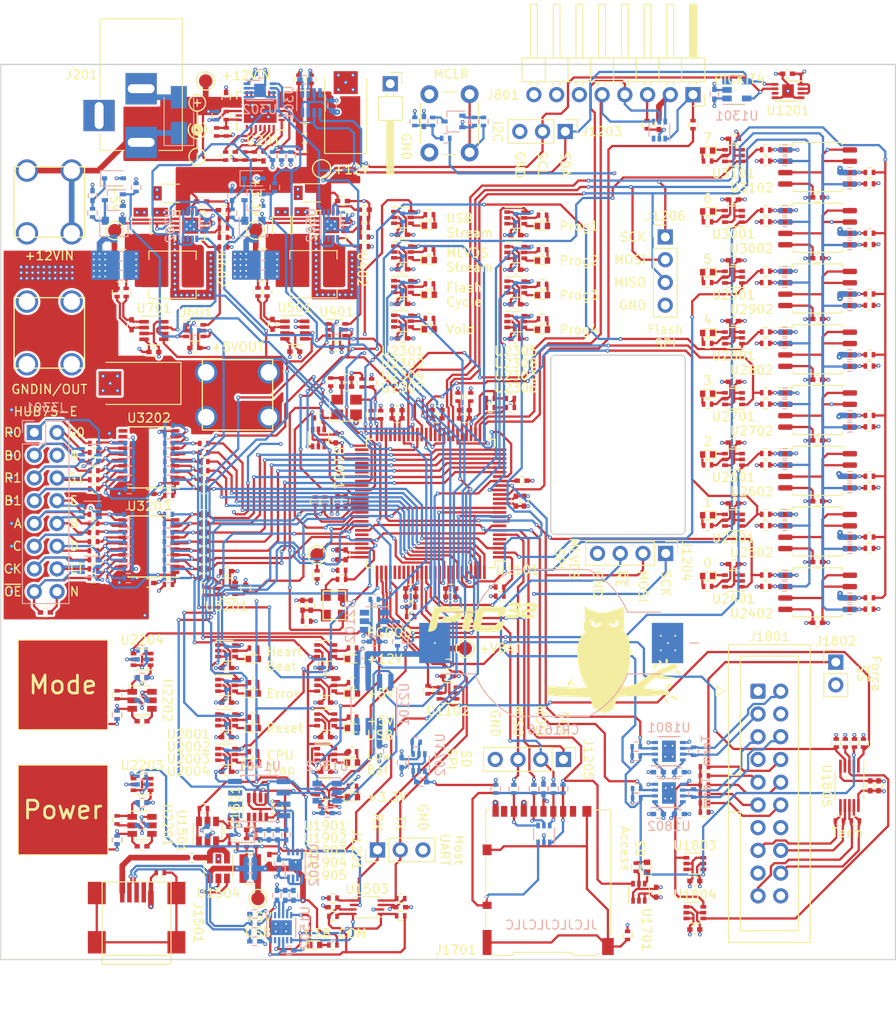
<source format=kicad_pcb>
(kicad_pcb (version 20171130) (host pcbnew "(5.1.10)-1")
  (layers (0 F.Cu mixed) (1 GND power) (2 PWR power) (31 B.Cu mixed) (34 B.Paste user) (35 F.Paste user) (36 B.SilkS user) (37 F.SilkS user) (38 B.Mask user) (39 F.Mask user) (44 Edge.Cuts user))
  (net 0 "")
  (net 1 GND)
  (net 2 VBAT)
  (net 3 "Net-(C201-Pad2)")
  (net 4 "Net-(C201-Pad1)")
  (net 5 +12Vin)
  (net 6 +12V)
  (net 7 POS12_SNS+)
  (net 8 POS12_SNS-)
  (net 9 +3V3)
  (net 10 "Net-(C403-Pad1)")
  (net 11 "Net-(C404-Pad1)")
  (net 12 "Net-(C406-Pad1)")
  (net 13 POS3P3_SNS-)
  (net 14 POS3P3_SNS+)
  (net 15 "Net-(C603-Pad1)")
  (net 16 "Net-(C604-Pad1)")
  (net 17 "Net-(C606-Pad1)")
  (net 18 POS5_SNS+)
  (net 19 POS5_SNS-)
  (net 20 "Net-(C801-Pad1)")
  (net 21 +3.3VA_MZ)
  (net 22 GNDA_MZ)
  (net 23 "Net-(C1002-Pad1)")
  (net 24 "Net-(C1003-Pad1)")
  (net 25 "Net-(C1401-Pad1)")
  (net 26 +3.3V_USB)
  (net 27 +5V_USB)
  (net 28 POS5_USB_SNS-)
  (net 29 POS5_USB_SNS+)
  (net 30 ~SD_CARD_DET_R)
  (net 31 VBAT_ADC)
  (net 32 "Net-(C2201-Pad1)")
  (net 33 "Net-(C2201-Pad2)")
  (net 34 "Net-(C2202-Pad2)")
  (net 35 "Net-(C2202-Pad1)")
  (net 36 "Net-(C2205-Pad1)")
  (net 37 "Net-(C2206-Pad1)")
  (net 38 +5V)
  (net 39 ~Panel_OE_POS5)
  (net 40 PIC32MZ_ICSPDAT)
  (net 41 PIC32MZ_ICSPCLK)
  (net 42 "Net-(D801-Pad1)")
  (net 43 "Net-(D1701-Pad1)")
  (net 44 "Net-(D1701-Pad2)")
  (net 45 ~SD_SPI_CS)
  (net 46 SD_SPI_MOSI)
  (net 47 SD_SPI_MISO)
  (net 48 "Net-(D1702-Pad4)")
  (net 49 "Net-(D1901-Pad1)")
  (net 50 "Net-(D1901-Pad2)")
  (net 51 "Net-(D1902-Pad1)")
  (net 52 "Net-(D1902-Pad2)")
  (net 53 "Net-(D1903-Pad2)")
  (net 54 "Net-(D1903-Pad1)")
  (net 55 "Net-(D1904-Pad2)")
  (net 56 "Net-(D1904-Pad1)")
  (net 57 "Net-(D1905-Pad2)")
  (net 58 "Net-(D1905-Pad1)")
  (net 59 "Net-(D2001-Pad1)")
  (net 60 "Net-(D2001-Pad2)")
  (net 61 "Net-(D2002-Pad1)")
  (net 62 "Net-(D2002-Pad2)")
  (net 63 "Net-(D2003-Pad1)")
  (net 64 "Net-(D2003-Pad2)")
  (net 65 "Net-(D2004-Pad2)")
  (net 66 "Net-(D2004-Pad1)")
  (net 67 "Net-(D2301-Pad1)")
  (net 68 "Net-(D2301-Pad2)")
  (net 69 "Net-(D2302-Pad2)")
  (net 70 "Net-(D2302-Pad1)")
  (net 71 "Net-(D2303-Pad2)")
  (net 72 "Net-(D2303-Pad1)")
  (net 73 "Net-(D2304-Pad1)")
  (net 74 "Net-(D2304-Pad2)")
  (net 75 "Net-(D2305-Pad2)")
  (net 76 "Net-(D2305-Pad1)")
  (net 77 "Net-(D2306-Pad1)")
  (net 78 "Net-(D2306-Pad2)")
  (net 79 "Net-(D2307-Pad1)")
  (net 80 "Net-(D2307-Pad2)")
  (net 81 "Net-(D2308-Pad1)")
  (net 82 "Net-(D2308-Pad2)")
  (net 83 "Net-(D2401-Pad2)")
  (net 84 "Net-(D2401-Pad1)")
  (net 85 G0_POS5)
  (net 86 R0_POS5)
  (net 87 G1_POS5)
  (net 88 R1_POS5)
  (net 89 B0_POS5)
  (net 90 Row_A_POS5)
  (net 91 Row_D_POS5)
  (net 92 Row_B_POS5)
  (net 93 Row_E_POS5)
  (net 94 B1_POS5)
  (net 95 Panel_LAT_POS5)
  (net 96 Row_C_POS5)
  (net 97 Panel_CLK_POS5)
  (net 98 "Net-(J801-Pad8)")
  (net 99 "Net-(J801-Pad7)")
  (net 100 "Net-(J801-Pad6)")
  (net 101 "Net-(J801-Pad3)")
  (net 102 PIC32MZ_UART_RX)
  (net 103 PIC32MZ_UART_TX)
  (net 104 I2C_SDA)
  (net 105 I2C_SCL)
  (net 106 SD_SPI_SCK)
  (net 107 FLASH_SPI_SCK)
  (net 108 FLASH_SPI_MOSI)
  (net 109 FLASH_SPI_MISO)
  (net 110 "Net-(J1501-Pad1)")
  (net 111 "/USB UART Bridge/CONN_USB-")
  (net 112 "/USB UART Bridge/CONN_USB+")
  (net 113 "Net-(J1501-Pad4)")
  (net 114 "Net-(J1501-Pad6)")
  (net 115 "Net-(J1701-Pad8)")
  (net 116 "Net-(J1701-Pad1)")
  (net 117 "Net-(J1701-Pad11)")
  (net 118 "Net-(L401-Pad1)")
  (net 119 "Net-(L601-Pad1)")
  (net 120 ~PIC32MZ_MCLR)
  (net 121 "Net-(L1501-Pad2)")
  (net 122 POS3P3_RUN)
  (net 123 "Net-(Q401-Pad3)")
  (net 124 "Net-(Q601-Pad3)")
  (net 125 POS5_RUN)
  (net 126 "Net-(Q801-Pad1)")
  (net 127 "Net-(Q801-Pad3)")
  (net 128 "Net-(R201-Pad2)")
  (net 129 "Net-(R202-Pad1)")
  (net 130 "Net-(R206-Pad2)")
  (net 131 "Net-(R207-Pad2)")
  (net 132 "Net-(R212-Pad1)")
  (net 133 "Net-(R215-Pad2)")
  (net 134 "Net-(R216-Pad2)")
  (net 135 "Net-(R217-Pad2)")
  (net 136 POS12_PGOOD)
  (net 137 "Net-(R220-Pad1)")
  (net 138 POS3P3_PGOOD)
  (net 139 "Net-(R403-Pad2)")
  (net 140 "Net-(R405-Pad1)")
  (net 141 POS5_PGOOD)
  (net 142 "Net-(R602-Pad2)")
  (net 143 "Net-(R605-Pad1)")
  (net 144 "Net-(R801-Pad1)")
  (net 145 PIC32MZ_REFCLK1)
  (net 146 PIC32MZ_CLK_EN)
  (net 147 "Net-(R1003-Pad1)")
  (net 148 PIC32MZ_POSC_EC)
  (net 149 PIC32MZ_SOSC_EC)
  (net 150 "Net-(R1004-Pad1)")
  (net 151 ~Telemetry_Config)
  (net 152 ~SPI_FLASH_Config)
  (net 153 ~ETC_Config)
  (net 154 ~BACKUP_RTC_Config)
  (net 155 POS5_USB_PGOOD)
  (net 156 PIC32MZ_UART_RX_BUF)
  (net 157 PIC32MZ_UART_TX_BUF)
  (net 158 ~SD_CARD_DET)
  (net 159 PGOOD_LED_SHDN)
  (net 160 Heartbeat_LED)
  (net 161 Error_LED)
  (net 162 Reset_LED)
  (net 163 CPU_Trap_LED)
  (net 164 VBAT_PGOOD)
  (net 165 "Net-(R2201-Pad2)")
  (net 166 "Net-(R2203-Pad2)")
  (net 167 "Net-(R2205-Pad1)")
  (net 168 "Net-(R2206-Pad1)")
  (net 169 Cap_Touch_Power)
  (net 170 Cap_Touch_Mode)
  (net 171 USB_Stream_Mode_LED)
  (net 172 Prog3_Mode_LED)
  (net 173 Flash_Slideshow_Mode_LED)
  (net 174 Prog1_Mode_LED)
  (net 175 Prog4_Mode_LED)
  (net 176 Void_Mode_LED)
  (net 177 Prog2_Mode_LED)
  (net 178 "Net-(R2402-Pad1)")
  (net 179 "Net-(R2403-Pad1)")
  (net 180 ~FLASH_SPI_CE0)
  (net 181 "Net-(R2404-Pad1)")
  (net 182 "Net-(R2408-Pad1)")
  (net 183 ~FLASH_SPI_CE1)
  (net 184 ~FLASH_SPI_CE2)
  (net 185 ~FLASH_SPI_CE3)
  (net 186 ~FLASH_SPI_CE4)
  (net 187 ~FLASH_SPI_CE5)
  (net 188 ~FLASH_SPI_CE6)
  (net 189 ~FLASH_SPI_CE7)
  (net 190 R0_POS3P3)
  (net 191 "Net-(R3201-Pad1)")
  (net 192 R1_POS3P3)
  (net 193 "Net-(R3202-Pad1)")
  (net 194 G0_POS3P3)
  (net 195 "Net-(R3203-Pad1)")
  (net 196 "Net-(R3204-Pad1)")
  (net 197 G1_POS3P3)
  (net 198 "Net-(R3205-Pad1)")
  (net 199 B0_POS3P3)
  (net 200 B1_POS3P3)
  (net 201 "Net-(R3206-Pad1)")
  (net 202 Row_A_POS3P3)
  (net 203 "Net-(R3207-Pad1)")
  (net 204 Row_B_POS3P3)
  (net 205 "Net-(R3208-Pad1)")
  (net 206 "Net-(R3209-Pad1)")
  (net 207 Row_C_POS3P3)
  (net 208 Row_D_POS3P3)
  (net 209 "Net-(R3210-Pad1)")
  (net 210 Row_E_POS3P3)
  (net 211 "Net-(R3211-Pad1)")
  (net 212 "Net-(R3212-Pad1)")
  (net 213 Panel_CLK_POS3P3)
  (net 214 "Net-(R3213-Pad1)")
  (net 215 Panel_LAT_POS3P3)
  (net 216 ~Panel_OE_DIM_POS3P3)
  (net 217 "Net-(R3214-Pad1)")
  (net 218 ~Panel_OE_POS3P3)
  (net 219 Panel_Dim_PWM)
  (net 220 ~Panel_Level_Shift_Enable)
  (net 221 "Net-(R3231-Pad1)")
  (net 222 "Net-(R3233-Pad1)")
  (net 223 "Net-(R3235-Pad1)")
  (net 224 "Net-(R3236-Pad1)")
  (net 225 "Net-(R3237-Pad1)")
  (net 226 "Net-(R3238-Pad1)")
  (net 227 "Net-(R3239-Pad1)")
  (net 228 "Net-(R3240-Pad1)")
  (net 229 "Net-(R3241-Pad1)")
  (net 230 "Net-(R3242-Pad1)")
  (net 231 "Net-(R3243-Pad1)")
  (net 232 "Net-(R3244-Pad1)")
  (net 233 "Net-(R3245-Pad1)")
  (net 234 "Net-(R3246-Pad1)")
  (net 235 "Net-(R3247-Pad1)")
  (net 236 "Net-(U201-Pad1)")
  (net 237 "Net-(U201-Pad2)")
  (net 238 "Net-(U201-Pad3)")
  (net 239 "Net-(U201-Pad4)")
  (net 240 "Net-(U201-Pad5)")
  (net 241 "Net-(U201-Pad6)")
  (net 242 "Net-(U201-Pad7)")
  (net 243 "Net-(U201-Pad11)")
  (net 244 "Net-(U201-Pad13)")
  (net 245 "Net-(U201-Pad16)")
  (net 246 "Net-(U201-Pad21)")
  (net 247 "Net-(U302-Pad3)")
  (net 248 "Net-(U502-Pad3)")
  (net 249 "Net-(U702-Pad3)")
  (net 250 "Net-(U1101-Pad4)")
  (net 251 "Net-(U1101-Pad5)")
  (net 252 "Net-(U1101-Pad51)")
  (net 253 "Net-(U1101-Pad54)")
  (net 254 "Net-(U1101-Pad55)")
  (net 255 "Net-(U1101-Pad56)")
  (net 256 "Net-(U1201-Pad3)")
  (net 257 "Net-(U1301-Pad3)")
  (net 258 "Net-(U1401-Pad2)")
  (net 259 "Net-(U1401-Pad3)")
  (net 260 "Net-(U1401-Pad7)")
  (net 261 "Net-(U1502-Pad11)")
  (net 262 "Net-(U1602-Pad3)")
  (net 263 "Net-(U2101-Pad1)")
  (net 264 "Net-(U2101-Pad3)")
  (net 265 "Net-(U2101-Pad4)")
  (net 266 "Net-(U2102-Pad6)")
  (net 267 "Net-(U3202-Pad11)")
  (net 268 "Net-(U3202-Pad12)")
  (net 269 "Net-(D2501-Pad1)")
  (net 270 "Net-(D2501-Pad2)")
  (net 271 "Net-(D2601-Pad1)")
  (net 272 "Net-(D2601-Pad2)")
  (net 273 "Net-(D2701-Pad1)")
  (net 274 "Net-(D2701-Pad2)")
  (net 275 "Net-(D2801-Pad1)")
  (net 276 "Net-(D2801-Pad2)")
  (net 277 "Net-(D2901-Pad1)")
  (net 278 "Net-(D2901-Pad2)")
  (net 279 "Net-(D3001-Pad1)")
  (net 280 "Net-(D3001-Pad2)")
  (net 281 "Net-(D3101-Pad2)")
  (net 282 "Net-(D3101-Pad1)")
  (net 283 "Net-(R2502-Pad1)")
  (net 284 "Net-(R2503-Pad1)")
  (net 285 "Net-(R2504-Pad1)")
  (net 286 "Net-(R2508-Pad1)")
  (net 287 "Net-(R2602-Pad1)")
  (net 288 "Net-(R2603-Pad1)")
  (net 289 "Net-(R2604-Pad1)")
  (net 290 "Net-(R2608-Pad1)")
  (net 291 "Net-(R2702-Pad1)")
  (net 292 "Net-(R2703-Pad1)")
  (net 293 "Net-(R2704-Pad1)")
  (net 294 "Net-(R2708-Pad1)")
  (net 295 "Net-(R2802-Pad1)")
  (net 296 "Net-(R2803-Pad1)")
  (net 297 "Net-(R2804-Pad1)")
  (net 298 "Net-(R2808-Pad1)")
  (net 299 "Net-(R2902-Pad1)")
  (net 300 "Net-(R2903-Pad1)")
  (net 301 "Net-(R2904-Pad1)")
  (net 302 "Net-(R2908-Pad1)")
  (net 303 "Net-(R3002-Pad1)")
  (net 304 "Net-(R3003-Pad1)")
  (net 305 "Net-(R3004-Pad1)")
  (net 306 "Net-(R3008-Pad1)")
  (net 307 "Net-(R3102-Pad1)")
  (net 308 "Net-(R3103-Pad1)")
  (net 309 "Net-(R3104-Pad1)")
  (net 310 "Net-(R3108-Pad1)")
  (net 311 "Net-(D801-Pad3)")
  (net 312 "Net-(D1702-Pad3)")
  (net 313 "Net-(D1702-Pad5)")
  (net 314 "Net-(D1702-Pad6)")
  (net 315 "Net-(D3303-Pad3)")
  (net 316 "Net-(R3248-Pad2)")
  (net 317 ~USB_ACTIVE)
  (net 318 "Net-(D1501-Pad2)")
  (net 319 "Net-(R1502-Pad2)")
  (net 320 "Net-(R1503-Pad2)")
  (net 321 "Net-(R1511-Pad2)")
  (net 322 "/USB UART Bridge/BRIDGE_USB+")
  (net 323 "/USB UART Bridge/BRIDGE_USB-")
  (net 324 "Net-(U1502-Pad8)")
  (net 325 "Net-(U1502-Pad2)")
  (net 326 ~MODULE_RE)
  (net 327 MLVDS_SPI_MOSI)
  (net 328 MLVDS_SPI_SCK)
  (net 329 MLVDS_SPI_MOSI-)
  (net 330 MLVDS_SPI_SCK+)
  (net 331 ~MODULE_SS1)
  (net 332 ~MODULE_SS3)
  (net 333 RS422_UART_RX+)
  (net 334 RS422_UART_TX-)
  (net 335 MLVDS_SPI_MOSI+)
  (net 336 MLVDS_SPI_SCK-)
  (net 337 ~MODULE_SS0)
  (net 338 ~MODULE_SS2)
  (net 339 ~MODULE_SS4)
  (net 340 RS422_UART_RX-)
  (net 341 RS422_UART_TX+)
  (net 342 PIC32MZ_UART_RX_OR)
  (net 343 RS422_UART_TX)
  (net 344 ~MLVDS_Config)
  (net 345 RS422_UART_RX)
  (net 346 MODULE_DE)
  (net 347 ~MODULE_SS)
  (net 348 MLVDS_Stream_Mode_LED)
  (net 349 "Net-(U1101-Pad47)")
  (net 350 "Net-(U1101-Pad70)")
  (net 351 "Net-(U1101-Pad80)")
  (net 352 "Net-(U1101-Pad81)")
  (net 353 "Net-(U1101-Pad82)")
  (module Housings_DFN_QFN:DFN-8-1EP_3x3mm_Pitch0.65mm (layer B.Cu) (at 150.216 119.228)
    (fp_text reference U1801 (at 0 -2.6416) (layer B.SilkS) (effects (justify mirror)))
    (fp_text value SN65MLVD3)
    (pad 9 smd rect (at -0.3875 0.6) (size 0.775 1.2) (layers B.Cu B.Paste B.Mask) (net 1 GND))
    (pad 9 smd rect (at -0.3875 -0.6) (size 0.775 1.2) (layers B.Cu B.Paste B.Mask) (net 1 GND))
    (pad 9 smd rect (at 0.3875 0.6) (size 0.775 1.2) (layers B.Cu B.Paste B.Mask) (net 1 GND))
    (pad 9 smd rect (at 0.3875 -0.6) (size 0.775 1.2) (layers B.Cu B.Paste B.Mask) (net 1 GND))
    (pad 8 smd rect (at 1.55 0.975) (size 0.65 0.35) (layers B.Cu B.Paste B.Mask) (net 9 +3V3))
    (pad 7 smd rect (at 1.55 0.325) (size 0.65 0.35) (layers B.Cu B.Paste B.Mask) (net 329 MLVDS_SPI_MOSI-))
    (pad 6 smd rect (at 1.55 -0.325) (size 0.65 0.35) (layers B.Cu B.Paste B.Mask) (net 335 MLVDS_SPI_MOSI+))
    (pad 5 smd rect (at 1.55 -0.975) (size 0.65 0.35) (layers B.Cu B.Paste B.Mask) (net 1 GND))
    (pad 4 smd rect (at -1.55 -0.975) (size 0.65 0.35) (layers B.Cu B.Paste B.Mask) (net 1 GND))
    (pad 3 smd rect (at -1.55 -0.325) (size 0.65 0.35) (layers B.Cu B.Paste B.Mask) (net 327 MLVDS_SPI_MOSI))
    (pad 2 smd rect (at -1.55 0.325) (size 0.65 0.35) (layers B.Cu B.Paste B.Mask) (net 326 ~MODULE_RE))
    (pad 1 smd rect (at -1.55 0.975) (size 0.65 0.35) (layers B.Cu B.Paste B.Mask) (net 9 +3V3))
  )
  (module Package_TO_SOT_SMD:SOT-23-5 (layer B.Cu) (at 112.014 123.8 180)
    (fp_text reference U1302 (at 0 2.9) (layer B.SilkS) (effects (justify mirror)))
    (fp_text value AT24CS32-STUM)
    (pad 5 smd rect (at 1.1 0.95 180) (size 1.06 0.65) (layers B.Cu B.Paste B.Mask) (net 1 GND))
    (pad 4 smd rect (at 1.1 -0.95 180) (size 1.06 0.65) (layers B.Cu B.Paste B.Mask) (net 9 +3V3))
    (pad 3 smd rect (at -1.1 -0.95 180) (size 1.06 0.65) (layers B.Cu B.Paste B.Mask) (net 104 I2C_SDA))
    (pad 2 smd rect (at -1.1 0 180) (size 1.06 0.65) (layers B.Cu B.Paste B.Mask) (net 1 GND))
    (pad 1 smd rect (at -1.1 0.95 180) (size 1.06 0.65) (layers B.Cu B.Paste B.Mask) (net 105 I2C_SCL))
  )
  (module Connector_PinHeader_2.54mm:PinHeader_1x03_P2.54mm_Vertical (layer F.Cu) (at 138.633 49.9872 270)
    (fp_text reference J1203 (at 0 -4.0642) (layer F.SilkS))
    (fp_text value I2C)
    (pad 1 thru_hole rect (at 0 0 270) (size 1.7 1.7) (drill 1) (layers *.Cu *.Mask) (net 104 I2C_SDA))
    (pad 2 thru_hole oval (at 0 2.54 270) (size 1.7 1.7) (drill 1) (layers *.Cu *.Mask) (net 105 I2C_SCL))
    (pad 3 thru_hole oval (at 0 5.08 270) (size 1.7 1.7) (drill 1) (layers *.Cu *.Mask) (net 1 GND))
  )
  (module Package_SO:SOIC-8_5.275x5.275mm_P1.27mm (layer F.Cu) (at 166.827 74.316)
    (fp_text reference U2802 (at -7.366 2.3368) (layer F.SilkS))
    (fp_text value SST25VF080B)
    (pad 8 smd roundrect (at 3.6 -1.905) (size 1.6 0.6) (layers F.Cu F.Paste F.Mask) (net 9 +3V3))
    (pad 7 smd roundrect (at 3.6 -0.635) (size 1.6 0.6) (layers F.Cu F.Paste F.Mask) (net 9 +3V3))
    (pad 6 smd roundrect (at 3.6 0.635) (size 1.6 0.6) (layers F.Cu F.Paste F.Mask) (net 296 "Net-(R2803-Pad1)"))
    (pad 5 smd roundrect (at 3.6 1.905) (size 1.6 0.6) (layers F.Cu F.Paste F.Mask) (net 295 "Net-(R2802-Pad1)"))
    (pad 4 smd roundrect (at -3.6 1.905) (size 1.6 0.6) (layers F.Cu F.Paste F.Mask) (net 1 GND))
    (pad 3 smd roundrect (at -3.6 0.635) (size 1.6 0.6) (layers F.Cu F.Paste F.Mask) (net 9 +3V3))
    (pad 2 smd roundrect (at -3.6 -0.635) (size 1.6 0.6) (layers F.Cu F.Paste F.Mask) (net 298 "Net-(R2808-Pad1)"))
    (pad 1 smd roundrect (at -3.6 -1.905) (size 1.6 0.6) (layers F.Cu F.Paste F.Mask) (net 297 "Net-(R2804-Pad1)"))
  )
  (module Package_SO:SOIC-8_5.275x5.275mm_P1.27mm (layer F.Cu) (at 166.827 81.1048)
    (fp_text reference U2702 (at -7.366 2.3368) (layer F.SilkS))
    (fp_text value SST25VF080B)
    (pad 8 smd roundrect (at 3.6 -1.905) (size 1.6 0.6) (layers F.Cu F.Paste F.Mask) (net 9 +3V3))
    (pad 7 smd roundrect (at 3.6 -0.635) (size 1.6 0.6) (layers F.Cu F.Paste F.Mask) (net 9 +3V3))
    (pad 6 smd roundrect (at 3.6 0.635) (size 1.6 0.6) (layers F.Cu F.Paste F.Mask) (net 292 "Net-(R2703-Pad1)"))
    (pad 5 smd roundrect (at 3.6 1.905) (size 1.6 0.6) (layers F.Cu F.Paste F.Mask) (net 291 "Net-(R2702-Pad1)"))
    (pad 4 smd roundrect (at -3.6 1.905) (size 1.6 0.6) (layers F.Cu F.Paste F.Mask) (net 1 GND))
    (pad 3 smd roundrect (at -3.6 0.635) (size 1.6 0.6) (layers F.Cu F.Paste F.Mask) (net 9 +3V3))
    (pad 2 smd roundrect (at -3.6 -0.635) (size 1.6 0.6) (layers F.Cu F.Paste F.Mask) (net 294 "Net-(R2708-Pad1)"))
    (pad 1 smd roundrect (at -3.6 -1.905) (size 1.6 0.6) (layers F.Cu F.Paste F.Mask) (net 293 "Net-(R2704-Pad1)"))
  )
  (module Package_TO_SOT_SMD:SOT-363_SC-70-6 (layer F.Cu) (at 157.429 73.046 180)
    (fp_text reference U2801 (at 0 -2) (layer F.SilkS))
    (fp_text value 74LVC1G97)
    (pad 6 smd rect (at 0.95 -0.65 180) (size 0.65 0.4) (layers F.Cu F.Paste F.Mask) (net 1 GND))
    (pad 4 smd rect (at 0.95 0.65 180) (size 0.65 0.4) (layers F.Cu F.Paste F.Mask) (net 275 "Net-(D2801-Pad1)"))
    (pad 2 smd rect (at -0.95 0 180) (size 0.65 0.4) (layers F.Cu F.Paste F.Mask) (net 1 GND))
    (pad 5 smd rect (at 0.95 0 180) (size 0.65 0.4) (layers F.Cu F.Paste F.Mask) (net 9 +3V3))
    (pad 3 smd rect (at -0.95 0.65 180) (size 0.65 0.4) (layers F.Cu F.Paste F.Mask) (net 1 GND))
    (pad 1 smd rect (at -0.95 -0.65 180) (size 0.65 0.4) (layers F.Cu F.Paste F.Mask) (net 186 ~FLASH_SPI_CE4))
  )
  (module "Custom Footprints Library:BAT_BU1632SM-JJ-GTR" (layer B.Cu) (at 137.058 107.137)
    (fp_text reference BT2102 hide)
    (fp_text value CR1616_Holder)
    (pad 2 smd rect (at 13 0) (size 3.5 4.5) (layers B.Cu B.Paste B.Mask) (net 1 GND))
    (pad 1 smd rect (at -13 0) (size 3.5 4.5) (layers B.Cu B.Paste B.Mask) (net 2 VBAT))
  )
  (module "Custom Footprints Library:Owl_1_Logo" (layer F.Cu) (at 144.4752 109.0676)
    (fp_text reference symbol1 hide)
    (fp_text value Owl_1_Logo hide)
  )
  (module Connector_PinHeader_2.54mm:PinHeader_1x02_P2.54mm_Vertical (layer F.Cu) (at 168.859 109.271)
    (fp_text reference J1802 (at 0 -2.33) (layer F.SilkS))
    (fp_text value "Force SS")
    (pad 2 thru_hole oval (at 0 2.54) (size 1.7 1.7) (drill 1) (layers *.Cu *.Mask) (net 1 GND))
    (pad 1 thru_hole rect (at 0 0) (size 1.7 1.7) (drill 1) (layers *.Cu *.Mask) (net 337 ~MODULE_SS0))
  )
  (module Connector_PinSocket_2.54mm:PinSocket_2x08_P2.54mm_Vertical (layer B.Cu) (at 79.2988 83.6168 180)
    (fp_text reference J3301 (at -1.27 2.77) (layer B.SilkS) (effects (justify mirror)))
    (fp_text value "Panel Data")
    (pad 16 thru_hole oval (at -2.54 -17.78 180) (size 1.7 1.7) (drill 1) (layers *.Cu *.Mask) (net 1 GND))
    (pad 15 thru_hole oval (at 0 -17.78 180) (size 1.7 1.7) (drill 1) (layers *.Cu *.Mask) (net 39 ~Panel_OE_POS5))
    (pad 14 thru_hole oval (at -2.54 -15.24 180) (size 1.7 1.7) (drill 1) (layers *.Cu *.Mask) (net 95 Panel_LAT_POS5))
    (pad 13 thru_hole oval (at 0 -15.24 180) (size 1.7 1.7) (drill 1) (layers *.Cu *.Mask) (net 97 Panel_CLK_POS5))
    (pad 12 thru_hole oval (at -2.54 -12.7 180) (size 1.7 1.7) (drill 1) (layers *.Cu *.Mask) (net 91 Row_D_POS5))
    (pad 11 thru_hole oval (at 0 -12.7 180) (size 1.7 1.7) (drill 1) (layers *.Cu *.Mask) (net 96 Row_C_POS5))
    (pad 10 thru_hole oval (at -2.54 -10.16 180) (size 1.7 1.7) (drill 1) (layers *.Cu *.Mask) (net 92 Row_B_POS5))
    (pad 9 thru_hole oval (at 0 -10.16 180) (size 1.7 1.7) (drill 1) (layers *.Cu *.Mask) (net 90 Row_A_POS5))
    (pad 8 thru_hole oval (at -2.54 -7.62 180) (size 1.7 1.7) (drill 1) (layers *.Cu *.Mask) (net 93 Row_E_POS5))
    (pad 7 thru_hole oval (at 0 -7.62 180) (size 1.7 1.7) (drill 1) (layers *.Cu *.Mask) (net 94 B1_POS5))
    (pad 6 thru_hole oval (at -2.54 -5.08 180) (size 1.7 1.7) (drill 1) (layers *.Cu *.Mask) (net 87 G1_POS5))
    (pad 5 thru_hole oval (at 0 -5.08 180) (size 1.7 1.7) (drill 1) (layers *.Cu *.Mask) (net 88 R1_POS5))
    (pad 4 thru_hole oval (at -2.54 -2.54 180) (size 1.7 1.7) (drill 1) (layers *.Cu *.Mask) (net 1 GND))
    (pad 3 thru_hole oval (at 0 -2.54 180) (size 1.7 1.7) (drill 1) (layers *.Cu *.Mask) (net 89 B0_POS5))
    (pad 2 thru_hole oval (at -2.54 0 180) (size 1.7 1.7) (drill 1) (layers *.Cu *.Mask) (net 85 G0_POS5))
    (pad 1 thru_hole rect (at 0 0 180) (size 1.7 1.7) (drill 1) (layers *.Cu *.Mask) (net 86 R0_POS5))
  )
  (module Package_DFN_QFN:DFN-8-1EP_3x2mm_P0.5mm_EP1.3x1.5mm (layer B.Cu) (at 108.458 131.928 270)
    (fp_text reference U1602 (at 0 -2.0828 270) (layer B.SilkS) (effects (justify mirror)))
    (fp_text value MCP9804)
    (pad 1 smd rect (at -1.45 0.75 270) (size 0.75 0.3) (layers B.Cu B.Paste B.Mask) (net 104 I2C_SDA))
    (pad 2 smd rect (at -1.45 0.25 270) (size 0.75 0.3) (layers B.Cu B.Paste B.Mask) (net 105 I2C_SCL))
    (pad 3 smd rect (at -1.45 -0.25 270) (size 0.75 0.3) (layers B.Cu B.Paste B.Mask) (net 262 "Net-(U1602-Pad3)"))
    (pad 4 smd rect (at -1.45 -0.75 270) (size 0.75 0.3) (layers B.Cu B.Paste B.Mask) (net 1 GND))
    (pad 5 smd rect (at 1.45 -0.75 270) (size 0.75 0.3) (layers B.Cu B.Paste B.Mask) (net 9 +3V3))
    (pad 6 smd rect (at 1.45 -0.25 270) (size 0.75 0.3) (layers B.Cu B.Paste B.Mask) (net 1 GND))
    (pad 7 smd rect (at 1.45 0.25 270) (size 0.75 0.3) (layers B.Cu B.Paste B.Mask) (net 9 +3V3))
    (pad 8 smd rect (at 1.45 0.75 270) (size 0.75 0.3) (layers B.Cu B.Paste B.Mask) (net 9 +3V3))
    (pad 9 smd rect (at 0 0 270) (size 1.3 1.5) (layers B.Cu B.Mask) (net 1 GND))
  )
  (module Package_TO_SOT_SMD:SOT-23-8 (layer F.Cu) (at 104.242 125.527 90)
    (fp_text reference U1601 (at 0 -2.5 90) (layer F.SilkS))
    (fp_text value INA219BxDCN)
    (pad 8 smd rect (at 1.1 -0.98 90) (size 1.06 0.4) (layers F.Cu F.Paste F.Mask) (net 1 GND))
    (pad 7 smd rect (at 1.1 -0.33 90) (size 1.06 0.4) (layers F.Cu F.Paste F.Mask) (net 105 I2C_SCL))
    (pad 6 smd rect (at 1.1 0.33 90) (size 1.06 0.4) (layers F.Cu F.Paste F.Mask) (net 104 I2C_SDA))
    (pad 5 smd rect (at 1.1 0.98 90) (size 1.06 0.4) (layers F.Cu F.Paste F.Mask) (net 105 I2C_SCL))
    (pad 4 smd rect (at -1.1 0.98 90) (size 1.06 0.4) (layers F.Cu F.Paste F.Mask) (net 9 +3V3))
    (pad 3 smd rect (at -1.1 0.33 90) (size 1.06 0.4) (layers F.Cu F.Paste F.Mask) (net 1 GND))
    (pad 2 smd rect (at -1.1 -0.33 90) (size 1.06 0.4) (layers F.Cu F.Paste F.Mask) (net 28 POS5_USB_SNS-))
    (pad 1 smd rect (at -1.1 -0.98 90) (size 1.06 0.4) (layers F.Cu F.Paste F.Mask) (net 29 POS5_USB_SNS+))
  )
  (module TO_SOT_Packages_SMD:SOT-23-6 (layer F.Cu) (at 99.8728 132.334 270)
    (fp_text reference U1504 (at 2.7432 0 180) (layer F.SilkS))
    (fp_text value TPD3S014DBVR)
    (pad 5 smd rect (at 1.1 0 270) (size 1.06 0.65) (layers F.Cu F.Paste F.Mask) (net 111 "/USB UART Bridge/CONN_USB-"))
    (pad 6 smd rect (at 1.1 -0.95 270) (size 1.06 0.65) (layers F.Cu F.Paste F.Mask) (net 112 "/USB UART Bridge/CONN_USB+"))
    (pad 4 smd rect (at 1.1 0.95 270) (size 1.06 0.65) (layers F.Cu F.Paste F.Mask) (net 321 "Net-(R1511-Pad2)"))
    (pad 3 smd rect (at -1.1 0.95 270) (size 1.06 0.65) (layers F.Cu F.Paste F.Mask) (net 121 "Net-(L1501-Pad2)"))
    (pad 2 smd rect (at -1.1 0 270) (size 1.06 0.65) (layers F.Cu F.Paste F.Mask) (net 1 GND))
    (pad 1 smd rect (at -1.1 -0.95 270) (size 1.06 0.65) (layers F.Cu F.Paste F.Mask) (net 121 "Net-(L1501-Pad2)"))
  )
  (module Package_SO:VSSOP-8_2.4x2.1mm_P0.5mm (layer F.Cu) (at 116.484 136.652 180)
    (fp_text reference U1503 (at 0 2.032) (layer F.SilkS))
    (fp_text value TXB0102DCU)
    (pad 8 smd rect (at 1.55 -0.75 180) (size 0.75 0.25) (layers F.Cu F.Paste F.Mask) (net 156 PIC32MZ_UART_RX_BUF))
    (pad 7 smd rect (at 1.55 -0.25 180) (size 0.75 0.25) (layers F.Cu F.Paste F.Mask) (net 26 +3.3V_USB))
    (pad 6 smd rect (at 1.55 0.25 180) (size 0.75 0.25) (layers F.Cu F.Paste F.Mask) (net 155 POS5_USB_PGOOD))
    (pad 5 smd rect (at 1.55 0.75 180) (size 0.75 0.25) (layers F.Cu F.Paste F.Mask) (net 102 PIC32MZ_UART_RX))
    (pad 4 smd rect (at -1.55 0.75 180) (size 0.75 0.25) (layers F.Cu F.Paste F.Mask) (net 103 PIC32MZ_UART_TX))
    (pad 3 smd rect (at -1.55 0.25 180) (size 0.75 0.25) (layers F.Cu F.Paste F.Mask) (net 9 +3V3))
    (pad 2 smd rect (at -1.55 -0.25 180) (size 0.75 0.25) (layers F.Cu F.Paste F.Mask) (net 1 GND))
    (pad 1 smd rect (at -1.55 -0.75 180) (size 0.75 0.25) (layers F.Cu F.Paste F.Mask) (net 157 PIC32MZ_UART_TX_BUF))
  )
  (module Housings_DFN_QFN:DFN-12-1EP_3x3mm_Pitch0.45mm (layer B.Cu) (at 106.883 138.938 270)
    (fp_text reference U1502 (at 0 -2.6924 90) (layer B.SilkS) (effects (justify mirror)))
    (fp_text value FT234XD)
    (pad 13 smd rect (at -0.415 0.595 270) (size 0.83 1.19) (layers B.Cu B.Paste B.Mask) (net 1 GND))
    (pad 13 smd rect (at -0.415 -0.595 270) (size 0.83 1.19) (layers B.Cu B.Paste B.Mask) (net 1 GND))
    (pad 13 smd rect (at 0.415 0.595 270) (size 0.83 1.19) (layers B.Cu B.Paste B.Mask) (net 1 GND))
    (pad 13 smd rect (at 0.415 -0.595 270) (size 0.83 1.19) (layers B.Cu B.Paste B.Mask) (net 1 GND))
    (pad 12 smd rect (at 1.4 1.125 270) (size 0.7 0.25) (layers B.Cu B.Paste B.Mask) (net 322 "/USB UART Bridge/BRIDGE_USB+"))
    (pad 11 smd rect (at 1.4 0.675 270) (size 0.7 0.25) (layers B.Cu B.Paste B.Mask) (net 261 "Net-(U1502-Pad11)"))
    (pad 10 smd rect (at 1.4 0.225 270) (size 0.7 0.25) (layers B.Cu B.Paste B.Mask) (net 157 PIC32MZ_UART_TX_BUF))
    (pad 9 smd rect (at 1.4 -0.225 270) (size 0.7 0.25) (layers B.Cu B.Paste B.Mask) (net 26 +3.3V_USB))
    (pad 8 smd rect (at 1.4 -0.675 270) (size 0.7 0.25) (layers B.Cu B.Paste B.Mask) (net 324 "Net-(U1502-Pad8)"))
    (pad 7 smd rect (at 1.4 -1.125 270) (size 0.7 0.25) (layers B.Cu B.Paste B.Mask) (net 156 PIC32MZ_UART_RX_BUF))
    (pad 6 smd rect (at -1.4 -1.125 270) (size 0.7 0.25) (layers B.Cu B.Paste B.Mask) (net 317 ~USB_ACTIVE))
    (pad 5 smd rect (at -1.4 -0.675 270) (size 0.7 0.25) (layers B.Cu B.Paste B.Mask) (net 1 GND))
    (pad 4 smd rect (at -1.4 -0.225 270) (size 0.7 0.25) (layers B.Cu B.Paste B.Mask) (net 27 +5V_USB))
    (pad 3 smd rect (at -1.4 0.225 270) (size 0.7 0.25) (layers B.Cu B.Paste B.Mask) (net 26 +3.3V_USB))
    (pad 2 smd rect (at -1.4 0.675 270) (size 0.7 0.25) (layers B.Cu B.Paste B.Mask) (net 325 "Net-(U1502-Pad2)"))
    (pad 1 smd rect (at -1.4 1.125 270) (size 0.7 0.25) (layers B.Cu B.Paste B.Mask) (net 323 "/USB UART Bridge/BRIDGE_USB-"))
  )
  (module Package_TO_SOT_SMD:SOT-23-6 (layer F.Cu) (at 98.6536 128.168 90)
    (fp_text reference U1501 (at 0 -2.9 270 unlocked) (layer F.SilkS))
    (fp_text value TLV6700)
    (pad 5 smd rect (at 1.1 0 90) (size 1.06 0.65) (layers F.Cu F.Paste F.Mask) (net 9 +3V3))
    (pad 6 smd rect (at 1.1 -0.95 90) (size 1.06 0.65) (layers F.Cu F.Paste F.Mask) (net 155 POS5_USB_PGOOD))
    (pad 4 smd rect (at 1.1 0.95 90) (size 1.06 0.65) (layers F.Cu F.Paste F.Mask) (net 320 "Net-(R1503-Pad2)"))
    (pad 3 smd rect (at -1.1 0.95 90) (size 1.06 0.65) (layers F.Cu F.Paste F.Mask) (net 319 "Net-(R1502-Pad2)"))
    (pad 2 smd rect (at -1.1 0 90) (size 1.06 0.65) (layers F.Cu F.Paste F.Mask) (net 1 GND))
    (pad 1 smd rect (at -1.1 -0.95 90) (size 1.06 0.65) (layers F.Cu F.Paste F.Mask) (net 155 POS5_USB_PGOOD))
  )
  (module "Custom Footprints Library:Test_Point" (layer F.Cu) (at 104.292 135.687)
    (fp_text reference TP1501 hide)
    (fp_text value TP)
    (pad 1 smd circle (at 0 0) (size 1.5 1.5) (layers F.Cu F.Mask) (net 27 +5V_USB))
  )
  (module Resistors_SMD:R_0402 (layer F.Cu) (at 103.022 129.438 270)
    (fp_text reference R1517 hide)
    (fp_text value 10)
    (pad 2 smd rect (at 0.45 0 270) (size 0.4 0.6) (layers F.Cu F.Paste F.Mask) (net 321 "Net-(R1511-Pad2)"))
    (pad 1 smd rect (at -0.45 0 270) (size 0.4 0.6) (layers F.Cu F.Paste F.Mask) (net 29 POS5_USB_SNS+))
  )
  (module Resistors_SMD:R_0402 (layer B.Cu) (at 103.937 138.43)
    (fp_text reference R1516 hide)
    (fp_text value 27)
    (pad 2 smd rect (at 0.45 0) (size 0.4 0.6) (layers B.Cu B.Paste B.Mask) (net 323 "/USB UART Bridge/BRIDGE_USB-"))
    (pad 1 smd rect (at -0.45 0) (size 0.4 0.6) (layers B.Cu B.Paste B.Mask) (net 111 "/USB UART Bridge/CONN_USB-"))
  )
  (module Resistors_SMD:R_0402 (layer B.Cu) (at 103.937 139.446)
    (fp_text reference R1515 hide)
    (fp_text value 27)
    (pad 2 smd rect (at 0.45 0) (size 0.4 0.6) (layers B.Cu B.Paste B.Mask) (net 322 "/USB UART Bridge/BRIDGE_USB+"))
    (pad 1 smd rect (at -0.45 0) (size 0.4 0.6) (layers B.Cu B.Paste B.Mask) (net 112 "/USB UART Bridge/CONN_USB+"))
  )
  (module Resistors_SMD:R_0402 (layer B.Cu) (at 103.429 133.35 180)
    (fp_text reference R1514 hide)
    (fp_text value 0)
    (pad 2 smd rect (at 0.45 0 180) (size 0.4 0.6) (layers B.Cu B.Paste B.Mask) (net 321 "Net-(R1511-Pad2)"))
    (pad 1 smd rect (at -0.45 0 180) (size 0.4 0.6) (layers B.Cu B.Paste B.Mask) (net 27 +5V_USB))
  )
  (module Resistors_SMD:R_0402 (layer B.Cu) (at 103.429 131.318 180)
    (fp_text reference R1513 hide)
    (fp_text value 0)
    (pad 2 smd rect (at 0.45 0 180) (size 0.4 0.6) (layers B.Cu B.Paste B.Mask) (net 321 "Net-(R1511-Pad2)"))
    (pad 1 smd rect (at -0.45 0 180) (size 0.4 0.6) (layers B.Cu B.Paste B.Mask) (net 27 +5V_USB))
  )
  (module Resistors_SMD:R_0402 (layer B.Cu) (at 103.429 132.334 180)
    (fp_text reference R1512 hide)
    (fp_text value 0)
    (pad 2 smd rect (at 0.45 0 180) (size 0.4 0.6) (layers B.Cu B.Paste B.Mask) (net 321 "Net-(R1511-Pad2)"))
    (pad 1 smd rect (at -0.45 0 180) (size 0.4 0.6) (layers B.Cu B.Paste B.Mask) (net 27 +5V_USB))
  )
  (module Resistors_SMD:R_0612 (layer F.Cu) (at 103.429 132.334 180)
    (fp_text reference R1511 hide)
    (fp_text value 0.02)
    (pad 2 smd rect (at 0.8 0 180) (size 0.8 3.2) (layers F.Cu F.Paste F.Mask) (net 321 "Net-(R1511-Pad2)"))
    (pad 1 smd rect (at -0.8 0 180) (size 0.8 3.2) (layers F.Cu F.Paste F.Mask) (net 27 +5V_USB))
  )
  (module Resistors_SMD:R_0402 (layer F.Cu) (at 104.089 129.438 270)
    (fp_text reference R1510 hide)
    (fp_text value 10)
    (pad 2 smd rect (at 0.45 0 270) (size 0.4 0.6) (layers F.Cu F.Paste F.Mask) (net 27 +5V_USB))
    (pad 1 smd rect (at -0.45 0 270) (size 0.4 0.6) (layers F.Cu F.Paste F.Mask) (net 28 POS5_USB_SNS-))
  )
  (module Resistors_SMD:R_0402 (layer F.Cu) (at 120.244 137.617 180)
    (fp_text reference R1509 hide)
    (fp_text value 100k)
    (pad 2 smd rect (at 0.45 0 180) (size 0.4 0.6) (layers F.Cu F.Paste F.Mask) (net 157 PIC32MZ_UART_TX_BUF))
    (pad 1 smd rect (at -0.45 0 180) (size 0.4 0.6) (layers F.Cu F.Paste F.Mask) (net 26 +3.3V_USB))
  )
  (module Resistors_SMD:R_0402 (layer F.Cu) (at 112.674 137.668)
    (fp_text reference R1508 hide)
    (fp_text value 100k)
    (pad 2 smd rect (at 0.45 0) (size 0.4 0.6) (layers F.Cu F.Paste F.Mask) (net 156 PIC32MZ_UART_RX_BUF))
    (pad 1 smd rect (at -0.45 0) (size 0.4 0.6) (layers F.Cu F.Paste F.Mask) (net 26 +3.3V_USB))
  )
  (module Resistors_SMD:R_0402 (layer F.Cu) (at 98.1964 125.628 180)
    (fp_text reference R1507 hide)
    (fp_text value 10k)
    (pad 2 smd rect (at 0.45 0 180) (size 0.4 0.6) (layers F.Cu F.Paste F.Mask) (net 155 POS5_USB_PGOOD))
    (pad 1 smd rect (at -0.45 0 180) (size 0.4 0.6) (layers F.Cu F.Paste F.Mask) (net 9 +3V3))
  )
  (module Resistors_SMD:R_0402 (layer F.Cu) (at 112.674 135.636)
    (fp_text reference R1506 hide)
    (fp_text value 100k)
    (pad 2 smd rect (at 0.45 0) (size 0.4 0.6) (layers F.Cu F.Paste F.Mask) (net 102 PIC32MZ_UART_RX))
    (pad 1 smd rect (at -0.45 0) (size 0.4 0.6) (layers F.Cu F.Paste F.Mask) (net 9 +3V3))
  )
  (module Resistors_SMD:R_0402 (layer F.Cu) (at 120.244 135.687 180)
    (fp_text reference R1505 hide)
    (fp_text value 100k)
    (pad 2 smd rect (at 0.45 0 180) (size 0.4 0.6) (layers F.Cu F.Paste F.Mask) (net 103 PIC32MZ_UART_TX))
    (pad 1 smd rect (at -0.45 0 180) (size 0.4 0.6) (layers F.Cu F.Paste F.Mask) (net 9 +3V3))
  )
  (module Resistors_SMD:R_0402 (layer F.Cu) (at 101.549 126.644)
    (fp_text reference R1504 hide)
    (fp_text value 40.2k)
    (pad 2 smd rect (at 0.45 0) (size 0.4 0.6) (layers F.Cu F.Paste F.Mask) (net 1 GND))
    (pad 1 smd rect (at -0.45 0) (size 0.4 0.6) (layers F.Cu F.Paste F.Mask) (net 320 "Net-(R1503-Pad2)"))
  )
  (module Resistors_SMD:R_0402 (layer F.Cu) (at 101.041 128.168 90)
    (fp_text reference R1503 hide)
    (fp_text value 6.04k)
    (pad 2 smd rect (at 0.45 0 90) (size 0.4 0.6) (layers F.Cu F.Paste F.Mask) (net 320 "Net-(R1503-Pad2)"))
    (pad 1 smd rect (at -0.45 0 90) (size 0.4 0.6) (layers F.Cu F.Paste F.Mask) (net 319 "Net-(R1502-Pad2)"))
  )
  (module Resistors_SMD:R_0402 (layer F.Cu) (at 101.549 129.642 180)
    (fp_text reference R1502 hide)
    (fp_text value 487k)
    (pad 2 smd rect (at 0.45 0 180) (size 0.4 0.6) (layers F.Cu F.Paste F.Mask) (net 319 "Net-(R1502-Pad2)"))
    (pad 1 smd rect (at -0.45 0 180) (size 0.4 0.6) (layers F.Cu F.Paste F.Mask) (net 27 +5V_USB))
  )
  (module Resistors_SMD:R_0402 (layer F.Cu) (at 112.667 140.874 180)
    (fp_text reference R1501 hide)
    (fp_text value 1k)
    (pad 2 smd rect (at 0.45 0 180) (size 0.4 0.6) (layers F.Cu F.Paste F.Mask) (net 318 "Net-(D1501-Pad2)"))
    (pad 1 smd rect (at -0.45 0 180) (size 0.4 0.6) (layers F.Cu F.Paste F.Mask) (net 27 +5V_USB))
  )
  (module Inductors_SMD:L_0402 (layer F.Cu) (at 93.3704 132.791)
    (fp_text reference L1502 hide)
    (fp_text value "600R 0.5A")
    (pad 2 smd rect (at 0.45 0) (size 0.4 0.6) (layers F.Cu F.Paste F.Mask) (net 114 "Net-(J1501-Pad6)"))
    (pad 1 smd rect (at -0.45 0) (size 0.4 0.6) (layers F.Cu F.Paste F.Mask) (net 1 GND))
  )
  (module Inductors_SMD:L_0402 (layer F.Cu) (at 96.8756 131.115)
    (fp_text reference L1501 hide)
    (fp_text value "600R 0.5A")
    (pad 2 smd rect (at 0.45 0) (size 0.4 0.6) (layers F.Cu F.Paste F.Mask) (net 121 "Net-(L1501-Pad2)"))
    (pad 1 smd rect (at -0.45 0) (size 0.4 0.6) (layers F.Cu F.Paste F.Mask) (net 110 "Net-(J1501-Pad1)"))
  )
  (module Connectors:USB_Mini-B (layer F.Cu) (at 90.7288 137.77 90)
    (fp_text reference J1501 (at -0.65 6.9 270 unlocked) (layer F.SilkS))
    (fp_text value USB_B_Mini)
    (pad 1 smd rect (at 2.8 -1.6 90) (size 2.3 0.5) (layers F.Cu F.Paste F.Mask) (net 110 "Net-(J1501-Pad1)"))
    (pad 2 smd rect (at 2.8 -0.8 90) (size 2.3 0.5) (layers F.Cu F.Paste F.Mask) (net 111 "/USB UART Bridge/CONN_USB-"))
    (pad 3 smd rect (at 2.8 0 90) (size 2.3 0.5) (layers F.Cu F.Paste F.Mask) (net 112 "/USB UART Bridge/CONN_USB+"))
    (pad 4 smd rect (at 2.8 0.8 90) (size 2.3 0.5) (layers F.Cu F.Paste F.Mask) (net 113 "Net-(J1501-Pad4)"))
    (pad 5 smd rect (at 2.8 1.6 90) (size 2.3 0.5) (layers F.Cu F.Paste F.Mask) (net 1 GND))
    (pad 6 smd rect (at 2.7 -4.45 90) (size 2.5 2) (layers F.Cu F.Paste F.Mask) (net 114 "Net-(J1501-Pad6)"))
    (pad 6 smd rect (at -2.8 -4.45 90) (size 2.5 2) (layers F.Cu F.Paste F.Mask) (net 114 "Net-(J1501-Pad6)"))
    (pad 6 smd rect (at 2.7 4.45 90) (size 2.5 2) (layers F.Cu F.Paste F.Mask) (net 114 "Net-(J1501-Pad6)"))
    (pad 6 smd rect (at -2.8 4.45 90) (size 2.5 2) (layers F.Cu F.Paste F.Mask) (net 114 "Net-(J1501-Pad6)"))
    (pad "" np_thru_hole circle (at 0.2 -2.2 90) (size 0.9 0.9) (drill 0.9) (layers *.Cu *.Mask))
    (pad "" np_thru_hole circle (at 0.2 2.2 90) (size 0.9 0.9) (drill 0.9) (layers *.Cu *.Mask))
  )
  (module LEDs:LED_0402 (layer F.Cu) (at 110.642 140.868)
    (fp_text reference D1501 hide)
    (fp_text value Yellow)
    (pad 1 smd rect (at -0.55 0 180) (size 0.6 0.7) (layers F.Cu F.Paste F.Mask) (net 317 ~USB_ACTIVE))
    (pad 2 smd rect (at 0.55 0 180) (size 0.6 0.7) (layers F.Cu F.Paste F.Mask) (net 318 "Net-(D1501-Pad2)"))
  )
  (module Capacitors_SMD:C_0402 (layer B.Cu) (at 106.629 131.877 90)
    (fp_text reference C1603 hide)
    (fp_text value 0.1uF)
    (pad 2 smd rect (at 0.55 0 90) (size 0.6 0.5) (layers B.Cu B.Paste B.Mask) (net 1 GND))
    (pad 1 smd rect (at -0.55 0 90) (size 0.6 0.5) (layers B.Cu B.Paste B.Mask) (net 9 +3V3))
  )
  (module Capacitors_SMD:C_0402 (layer F.Cu) (at 106.528 125.527 90)
    (fp_text reference C1602 hide)
    (fp_text value 0.1uF)
    (pad 2 smd rect (at 0.55 0 90) (size 0.6 0.5) (layers F.Cu F.Paste F.Mask) (net 1 GND))
    (pad 1 smd rect (at -0.55 0 90) (size 0.6 0.5) (layers F.Cu F.Paste F.Mask) (net 9 +3V3))
  )
  (module Capacitors_SMD:C_0402 (layer F.Cu) (at 103.581 128.016)
    (fp_text reference C1601 hide)
    (fp_text value 0.1uF)
    (pad 2 smd rect (at 0.55 0) (size 0.6 0.5) (layers F.Cu F.Paste F.Mask) (net 28 POS5_USB_SNS-))
    (pad 1 smd rect (at -0.55 0) (size 0.6 0.5) (layers F.Cu F.Paste F.Mask) (net 29 POS5_USB_SNS+))
  )
  (module Capacitors_SMD:C_0402 (layer B.Cu) (at 103.937 137.414)
    (fp_text reference C1510 hide)
    (fp_text value 47pF)
    (pad 2 smd rect (at 0.55 0) (size 0.6 0.5) (layers B.Cu B.Paste B.Mask) (net 1 GND))
    (pad 1 smd rect (at -0.55 0) (size 0.6 0.5) (layers B.Cu B.Paste B.Mask) (net 111 "/USB UART Bridge/CONN_USB-"))
  )
  (module Capacitors_SMD:C_0402 (layer B.Cu) (at 103.937 140.462)
    (fp_text reference C1509 hide)
    (fp_text value 47pF)
    (pad 2 smd rect (at 0.55 0) (size 0.6 0.5) (layers B.Cu B.Paste B.Mask) (net 1 GND))
    (pad 1 smd rect (at -0.55 0) (size 0.6 0.5) (layers B.Cu B.Paste B.Mask) (net 112 "/USB UART Bridge/CONN_USB+"))
  )
  (module Capacitors_SMD:C_0402 (layer F.Cu) (at 112.674 136.652 180)
    (fp_text reference C1508 hide)
    (fp_text value 0.1uF)
    (pad 2 smd rect (at 0.55 0 180) (size 0.6 0.5) (layers F.Cu F.Paste F.Mask) (net 1 GND))
    (pad 1 smd rect (at -0.55 0 180) (size 0.6 0.5) (layers F.Cu F.Paste F.Mask) (net 26 +3.3V_USB))
  )
  (module Capacitors_SMD:C_0402 (layer B.Cu) (at 106.426 135.331 90)
    (fp_text reference C1507 hide)
    (fp_text value 0.1uF)
    (pad 2 smd rect (at 0.55 0 90) (size 0.6 0.5) (layers B.Cu B.Paste B.Mask) (net 1 GND))
    (pad 1 smd rect (at -0.55 0 90) (size 0.6 0.5) (layers B.Cu B.Paste B.Mask) (net 26 +3.3V_USB))
  )
  (module Capacitors_SMD:C_0402 (layer F.Cu) (at 105.562 131.318 90)
    (fp_text reference C1506 hide)
    (fp_text value 0.1uF)
    (pad 2 smd rect (at 0.55 0 90) (size 0.6 0.5) (layers F.Cu F.Paste F.Mask) (net 1 GND))
    (pad 1 smd rect (at -0.55 0 90) (size 0.6 0.5) (layers F.Cu F.Paste F.Mask) (net 27 +5V_USB))
  )
  (module Capacitors_SMD:C_0402 (layer F.Cu) (at 120.244 136.652)
    (fp_text reference C1505 hide)
    (fp_text value 0.1uF)
    (pad 2 smd rect (at 0.55 0) (size 0.6 0.5) (layers F.Cu F.Paste F.Mask) (net 1 GND))
    (pad 1 smd rect (at -0.55 0) (size 0.6 0.5) (layers F.Cu F.Paste F.Mask) (net 9 +3V3))
  )
  (module Capacitors_SMD:C_0402 (layer B.Cu) (at 98.6536 128.168 270)
    (fp_text reference C1504 hide)
    (fp_text value 0.1uF)
    (pad 2 smd rect (at 0.55 0 270) (size 0.6 0.5) (layers B.Cu B.Paste B.Mask) (net 1 GND))
    (pad 1 smd rect (at -0.55 0 270) (size 0.6 0.5) (layers B.Cu B.Paste B.Mask) (net 9 +3V3))
  )
  (module Capacitors_SMD:C_0402 (layer B.Cu) (at 108.255 135.331 90)
    (fp_text reference C1503 hide)
    (fp_text value 10uF)
    (pad 2 smd rect (at 0.55 0 90) (size 0.6 0.5) (layers B.Cu B.Paste B.Mask) (net 1 GND))
    (pad 1 smd rect (at -0.55 0 90) (size 0.6 0.5) (layers B.Cu B.Paste B.Mask) (net 27 +5V_USB))
  )
  (module Capacitors_SMD:C_0402 (layer B.Cu) (at 107.34 135.331 90)
    (fp_text reference C1502 hide)
    (fp_text value 0.1uF)
    (pad 2 smd rect (at 0.55 0 90) (size 0.6 0.5) (layers B.Cu B.Paste B.Mask) (net 1 GND))
    (pad 1 smd rect (at -0.55 0 90) (size 0.6 0.5) (layers B.Cu B.Paste B.Mask) (net 27 +5V_USB))
  )
  (module Capacitors_SMD:C_0402 (layer B.Cu) (at 107.747 141.478)
    (fp_text reference C1501 hide)
    (fp_text value 0.1uF)
    (pad 2 smd rect (at 0.55 0) (size 0.6 0.5) (layers B.Cu B.Paste B.Mask) (net 1 GND))
    (pad 1 smd rect (at -0.55 0) (size 0.6 0.5) (layers B.Cu B.Paste B.Mask) (net 26 +3.3V_USB))
  )
  (module Connector_PinHeader_2.54mm:PinHeader_1x04_P2.54mm_Vertical (layer F.Cu) (at 149.86 97.1296 270)
    (fp_text reference J1204 (at 0.8636 -2.33 270 unlocked) (layer F.SilkS))
    (fp_text value WIFI_SPI)
    (pad 4 thru_hole oval (at 0 7.62 270) (size 1.7 1.7) (drill 1) (layers *.Cu *.Mask) (net 1 GND))
    (pad 3 thru_hole oval (at 0 5.08 270) (size 1.7 1.7) (drill 1) (layers *.Cu *.Mask) (net 326 ~MODULE_RE))
    (pad 2 thru_hole oval (at 0 2.54 270) (size 1.7 1.7) (drill 1) (layers *.Cu *.Mask) (net 327 MLVDS_SPI_MOSI))
    (pad 1 thru_hole rect (at 0 0 270) (size 1.7 1.7) (drill 1) (layers *.Cu *.Mask) (net 328 MLVDS_SPI_SCK))
  )
  (module Capacitors_SMD:C_0402 (layer F.Cu) (at 148.793 134.976 270)
    (fp_text reference C1701 hide)
    (fp_text value 0.1uF)
    (pad 1 smd rect (at -0.55 0 270) (size 0.6 0.5) (layers F.Cu F.Paste F.Mask) (net 9 +3V3))
    (pad 2 smd rect (at 0.55 0 270) (size 0.6 0.5) (layers F.Cu F.Paste F.Mask) (net 1 GND))
  )
  (module Capacitors_SMD:C_0402 (layer F.Cu) (at 91.3384 129.845 180)
    (fp_text reference C2201 hide)
    (fp_text value 10nF)
    (pad 1 smd rect (at -0.55 0 180) (size 0.6 0.5) (layers F.Cu F.Paste F.Mask) (net 32 "Net-(C2201-Pad1)"))
    (pad 2 smd rect (at 0.55 0 180) (size 0.6 0.5) (layers F.Cu F.Paste F.Mask) (net 33 "Net-(C2201-Pad2)"))
  )
  (module Connector_PinHeader_2.54mm:PinHeader_1x03_P2.54mm_Vertical (layer F.Cu) (at 117.653 130.251 90)
    (fp_text reference J1201 (at 0 -2.33 270 unlocked) (layer F.SilkS))
    (fp_text value PIC_UART)
    (pad 3 thru_hole oval (at 0 5.08 90) (size 1.7 1.7) (drill 1) (layers *.Cu *.Mask) (net 1 GND))
    (pad 2 thru_hole oval (at 0 2.54 90) (size 1.7 1.7) (drill 1) (layers *.Cu *.Mask) (net 103 PIC32MZ_UART_TX))
    (pad 1 thru_hole rect (at 0 0 90) (size 1.7 1.7) (drill 1) (layers *.Cu *.Mask) (net 102 PIC32MZ_UART_RX))
  )
  (module "Custom Footprints Library:PIC32_Logo" (layer F.Cu) (at 129.3876 104.1908)
    (fp_text reference symbol2 hide)
    (fp_text value PIC32_Logo hide)
  )
  (module Symbol:Symbol_Barrel_Polarity (layer F.Cu) (at 97.4344 49.784 90)
    (fp_text reference REF** hide)
    (fp_text value Symbol_Barrel_Polarity)
  )
  (module Package_TO_SOT_SMD:SOT-363_SC-70-6 (layer F.Cu) (at 133.096 63.5)
    (fp_text reference U2308 (at 0 12.3952) (layer F.SilkS))
    (fp_text value 74LVC1G97)
    (pad 6 smd rect (at 0.95 -0.65) (size 0.65 0.4) (layers F.Cu F.Paste F.Mask) (net 177 Prog2_Mode_LED))
    (pad 4 smd rect (at 0.95 0.65) (size 0.65 0.4) (layers F.Cu F.Paste F.Mask) (net 81 "Net-(D2308-Pad1)"))
    (pad 2 smd rect (at -0.95 0) (size 0.65 0.4) (layers F.Cu F.Paste F.Mask) (net 1 GND))
    (pad 5 smd rect (at 0.95 0) (size 0.65 0.4) (layers F.Cu F.Paste F.Mask) (net 9 +3V3))
    (pad 3 smd rect (at -0.95 0.65) (size 0.65 0.4) (layers F.Cu F.Paste F.Mask) (net 1 GND))
    (pad 1 smd rect (at -0.95 -0.65) (size 0.65 0.4) (layers F.Cu F.Paste F.Mask) (net 9 +3V3))
  )
  (module Capacitors_SMD:C_0402 (layer F.Cu) (at 133.096 65.4304 180)
    (fp_text reference C2308 hide)
    (fp_text value 0.1uF)
    (pad 1 smd rect (at -0.55 0 180) (size 0.6 0.5) (layers F.Cu F.Paste F.Mask) (net 9 +3V3))
    (pad 2 smd rect (at 0.55 0 180) (size 0.6 0.5) (layers F.Cu F.Paste F.Mask) (net 1 GND))
  )
  (module Resistors_SMD:R_0402 (layer F.Cu) (at 136.093 63.1952)
    (fp_text reference R2316 hide)
    (fp_text value 1k)
    (pad 2 smd rect (at 0.45 0) (size 0.4 0.6) (layers F.Cu F.Paste F.Mask) (net 82 "Net-(D2308-Pad2)"))
    (pad 1 smd rect (at -0.45 0) (size 0.4 0.6) (layers F.Cu F.Paste F.Mask) (net 9 +3V3))
  )
  (module Resistors_SMD:R_0402 (layer B.Cu) (at 133.096 63.5 270)
    (fp_text reference R2314 hide)
    (fp_text value 10k)
    (pad 1 smd rect (at -0.45 0 270) (size 0.4 0.6) (layers B.Cu B.Paste B.Mask) (net 177 Prog2_Mode_LED))
    (pad 2 smd rect (at 0.45 0 270) (size 0.4 0.6) (layers B.Cu B.Paste B.Mask) (net 1 GND))
  )
  (module LEDs:LED_0402 (layer F.Cu) (at 136.093 64.4144)
    (fp_text reference D2308 hide)
    (fp_text value Green)
    (pad 2 smd rect (at 0.55 0 180) (size 0.6 0.7) (layers F.Cu F.Paste F.Mask) (net 82 "Net-(D2308-Pad2)"))
    (pad 1 smd rect (at -0.55 0 180) (size 0.6 0.7) (layers F.Cu F.Paste F.Mask) (net 81 "Net-(D2308-Pad1)"))
  )
  (module Package_TO_SOT_SMD:SOT-363_SC-70-6 (layer F.Cu) (at 120.447 71.1708)
    (fp_text reference U2307 (at 0 7.4676) (layer F.SilkS))
    (fp_text value 74LVC1G97)
    (pad 1 smd rect (at -0.95 -0.65) (size 0.65 0.4) (layers F.Cu F.Paste F.Mask) (net 9 +3V3))
    (pad 3 smd rect (at -0.95 0.65) (size 0.65 0.4) (layers F.Cu F.Paste F.Mask) (net 1 GND))
    (pad 5 smd rect (at 0.95 0) (size 0.65 0.4) (layers F.Cu F.Paste F.Mask) (net 9 +3V3))
    (pad 2 smd rect (at -0.95 0) (size 0.65 0.4) (layers F.Cu F.Paste F.Mask) (net 1 GND))
    (pad 4 smd rect (at 0.95 0.65) (size 0.65 0.4) (layers F.Cu F.Paste F.Mask) (net 79 "Net-(D2307-Pad1)"))
    (pad 6 smd rect (at 0.95 -0.65) (size 0.65 0.4) (layers F.Cu F.Paste F.Mask) (net 176 Void_Mode_LED))
  )
  (module Capacitors_SMD:C_0402 (layer F.Cu) (at 120.447 73.1012 180)
    (fp_text reference C2307 hide)
    (fp_text value 0.1uF)
    (pad 2 smd rect (at 0.55 0 180) (size 0.6 0.5) (layers F.Cu F.Paste F.Mask) (net 1 GND))
    (pad 1 smd rect (at -0.55 0 180) (size 0.6 0.5) (layers F.Cu F.Paste F.Mask) (net 9 +3V3))
  )
  (module Resistors_SMD:R_0402 (layer F.Cu) (at 123.444 70.866)
    (fp_text reference R2315 hide)
    (fp_text value 1k)
    (pad 1 smd rect (at -0.45 0) (size 0.4 0.6) (layers F.Cu F.Paste F.Mask) (net 9 +3V3))
    (pad 2 smd rect (at 0.45 0) (size 0.4 0.6) (layers F.Cu F.Paste F.Mask) (net 80 "Net-(D2307-Pad2)"))
  )
  (module Resistors_SMD:R_0402 (layer B.Cu) (at 120.447 71.1708 270)
    (fp_text reference R2313 hide)
    (fp_text value 10k)
    (pad 2 smd rect (at 0.45 0 270) (size 0.4 0.6) (layers B.Cu B.Paste B.Mask) (net 1 GND))
    (pad 1 smd rect (at -0.45 0 270) (size 0.4 0.6) (layers B.Cu B.Paste B.Mask) (net 176 Void_Mode_LED))
  )
  (module LEDs:LED_0402 (layer F.Cu) (at 123.444 72.0852)
    (fp_text reference D2307 hide)
    (fp_text value Green)
    (pad 1 smd rect (at -0.55 0 180) (size 0.6 0.7) (layers F.Cu F.Paste F.Mask) (net 79 "Net-(D2307-Pad1)"))
    (pad 2 smd rect (at 0.55 0 180) (size 0.6 0.7) (layers F.Cu F.Paste F.Mask) (net 80 "Net-(D2307-Pad2)"))
  )
  (module Resistors_SMD:R_0402 (layer B.Cu) (at 133.096 71.2216 270)
    (fp_text reference R2309 hide)
    (fp_text value 10k)
    (pad 1 smd rect (at -0.45 0 270) (size 0.4 0.6) (layers B.Cu B.Paste B.Mask) (net 175 Prog4_Mode_LED))
    (pad 2 smd rect (at 0.45 0 270) (size 0.4 0.6) (layers B.Cu B.Paste B.Mask) (net 1 GND))
  )
  (module LEDs:LED_0402 (layer F.Cu) (at 136.093 72.136)
    (fp_text reference D2306 hide)
    (fp_text value Green)
    (pad 2 smd rect (at 0.55 0 180) (size 0.6 0.7) (layers F.Cu F.Paste F.Mask) (net 78 "Net-(D2306-Pad2)"))
    (pad 1 smd rect (at -0.55 0 180) (size 0.6 0.7) (layers F.Cu F.Paste F.Mask) (net 77 "Net-(D2306-Pad1)"))
  )
  (module Capacitors_SMD:C_0402 (layer F.Cu) (at 133.096 73.152 180)
    (fp_text reference C2306 hide)
    (fp_text value 0.1uF)
    (pad 1 smd rect (at -0.55 0 180) (size 0.6 0.5) (layers F.Cu F.Paste F.Mask) (net 9 +3V3))
    (pad 2 smd rect (at 0.55 0 180) (size 0.6 0.5) (layers F.Cu F.Paste F.Mask) (net 1 GND))
  )
  (module Resistors_SMD:R_0402 (layer F.Cu) (at 136.093 70.9168)
    (fp_text reference R2312 hide)
    (fp_text value 1k)
    (pad 2 smd rect (at 0.45 0) (size 0.4 0.6) (layers F.Cu F.Paste F.Mask) (net 78 "Net-(D2306-Pad2)"))
    (pad 1 smd rect (at -0.45 0) (size 0.4 0.6) (layers F.Cu F.Paste F.Mask) (net 9 +3V3))
  )
  (module Package_TO_SOT_SMD:SOT-363_SC-70-6 (layer F.Cu) (at 133.096 71.2216)
    (fp_text reference U2306 (at 0 7.4168) (layer F.SilkS))
    (fp_text value 74LVC1G97)
    (pad 6 smd rect (at 0.95 -0.65) (size 0.65 0.4) (layers F.Cu F.Paste F.Mask) (net 175 Prog4_Mode_LED))
    (pad 4 smd rect (at 0.95 0.65) (size 0.65 0.4) (layers F.Cu F.Paste F.Mask) (net 77 "Net-(D2306-Pad1)"))
    (pad 2 smd rect (at -0.95 0) (size 0.65 0.4) (layers F.Cu F.Paste F.Mask) (net 1 GND))
    (pad 5 smd rect (at 0.95 0) (size 0.65 0.4) (layers F.Cu F.Paste F.Mask) (net 9 +3V3))
    (pad 3 smd rect (at -0.95 0.65) (size 0.65 0.4) (layers F.Cu F.Paste F.Mask) (net 1 GND))
    (pad 1 smd rect (at -0.95 -0.65) (size 0.65 0.4) (layers F.Cu F.Paste F.Mask) (net 9 +3V3))
  )
  (module LEDs:LED_0402 (layer F.Cu) (at 136.093 60.5536)
    (fp_text reference D2305 hide)
    (fp_text value Green)
    (pad 1 smd rect (at -0.55 0 180) (size 0.6 0.7) (layers F.Cu F.Paste F.Mask) (net 76 "Net-(D2305-Pad1)"))
    (pad 2 smd rect (at 0.55 0 180) (size 0.6 0.7) (layers F.Cu F.Paste F.Mask) (net 75 "Net-(D2305-Pad2)"))
  )
  (module Resistors_SMD:R_0402 (layer F.Cu) (at 136.093 59.3344)
    (fp_text reference R2311 hide)
    (fp_text value 1k)
    (pad 1 smd rect (at -0.45 0) (size 0.4 0.6) (layers F.Cu F.Paste F.Mask) (net 9 +3V3))
    (pad 2 smd rect (at 0.45 0) (size 0.4 0.6) (layers F.Cu F.Paste F.Mask) (net 75 "Net-(D2305-Pad2)"))
  )
  (module Capacitors_SMD:C_0402 (layer F.Cu) (at 133.096 61.5696 180)
    (fp_text reference C2305 hide)
    (fp_text value 0.1uF)
    (pad 2 smd rect (at 0.55 0 180) (size 0.6 0.5) (layers F.Cu F.Paste F.Mask) (net 1 GND))
    (pad 1 smd rect (at -0.55 0 180) (size 0.6 0.5) (layers F.Cu F.Paste F.Mask) (net 9 +3V3))
  )
  (module Package_TO_SOT_SMD:SOT-363_SC-70-6 (layer F.Cu) (at 133.096 59.6392)
    (fp_text reference U2305 (at 0 14.8844) (layer F.SilkS))
    (fp_text value 74LVC1G97)
    (pad 1 smd rect (at -0.95 -0.65) (size 0.65 0.4) (layers F.Cu F.Paste F.Mask) (net 9 +3V3))
    (pad 3 smd rect (at -0.95 0.65) (size 0.65 0.4) (layers F.Cu F.Paste F.Mask) (net 1 GND))
    (pad 5 smd rect (at 0.95 0) (size 0.65 0.4) (layers F.Cu F.Paste F.Mask) (net 9 +3V3))
    (pad 2 smd rect (at -0.95 0) (size 0.65 0.4) (layers F.Cu F.Paste F.Mask) (net 1 GND))
    (pad 4 smd rect (at 0.95 0.65) (size 0.65 0.4) (layers F.Cu F.Paste F.Mask) (net 76 "Net-(D2305-Pad1)"))
    (pad 6 smd rect (at 0.95 -0.65) (size 0.65 0.4) (layers F.Cu F.Paste F.Mask) (net 174 Prog1_Mode_LED))
  )
  (module Resistors_SMD:R_0402 (layer B.Cu) (at 133.096 59.6392 270)
    (fp_text reference R2308 hide)
    (fp_text value 10k)
    (pad 2 smd rect (at 0.45 0 270) (size 0.4 0.6) (layers B.Cu B.Paste B.Mask) (net 1 GND))
    (pad 1 smd rect (at -0.45 0 270) (size 0.4 0.6) (layers B.Cu B.Paste B.Mask) (net 174 Prog1_Mode_LED))
  )
  (module LEDs:LED_0402 (layer F.Cu) (at 123.444 68.2244)
    (fp_text reference D2304 hide)
    (fp_text value Green)
    (pad 2 smd rect (at 0.55 0 180) (size 0.6 0.7) (layers F.Cu F.Paste F.Mask) (net 74 "Net-(D2304-Pad2)"))
    (pad 1 smd rect (at -0.55 0 180) (size 0.6 0.7) (layers F.Cu F.Paste F.Mask) (net 73 "Net-(D2304-Pad1)"))
  )
  (module Resistors_SMD:R_0402 (layer F.Cu) (at 123.444 67.0052)
    (fp_text reference R2310 hide)
    (fp_text value 1k)
    (pad 2 smd rect (at 0.45 0) (size 0.4 0.6) (layers F.Cu F.Paste F.Mask) (net 74 "Net-(D2304-Pad2)"))
    (pad 1 smd rect (at -0.45 0) (size 0.4 0.6) (layers F.Cu F.Paste F.Mask) (net 9 +3V3))
  )
  (module Resistors_SMD:R_0402 (layer B.Cu) (at 120.447 67.31 270)
    (fp_text reference R2307 hide)
    (fp_text value 10k)
    (pad 1 smd rect (at -0.45 0 270) (size 0.4 0.6) (layers B.Cu B.Paste B.Mask) (net 173 Flash_Slideshow_Mode_LED))
    (pad 2 smd rect (at 0.45 0 270) (size 0.4 0.6) (layers B.Cu B.Paste B.Mask) (net 1 GND))
  )
  (module Capacitors_SMD:C_0402 (layer F.Cu) (at 120.447 69.2404 180)
    (fp_text reference C2304 hide)
    (fp_text value 0.1uF)
    (pad 1 smd rect (at -0.55 0 180) (size 0.6 0.5) (layers F.Cu F.Paste F.Mask) (net 9 +3V3))
    (pad 2 smd rect (at 0.55 0 180) (size 0.6 0.5) (layers F.Cu F.Paste F.Mask) (net 1 GND))
  )
  (module Package_TO_SOT_SMD:SOT-363_SC-70-6 (layer F.Cu) (at 120.447 67.31)
    (fp_text reference U2304 (at 0 9.9568) (layer F.SilkS))
    (fp_text value 74LVC1G97)
    (pad 6 smd rect (at 0.95 -0.65) (size 0.65 0.4) (layers F.Cu F.Paste F.Mask) (net 173 Flash_Slideshow_Mode_LED))
    (pad 4 smd rect (at 0.95 0.65) (size 0.65 0.4) (layers F.Cu F.Paste F.Mask) (net 73 "Net-(D2304-Pad1)"))
    (pad 2 smd rect (at -0.95 0) (size 0.65 0.4) (layers F.Cu F.Paste F.Mask) (net 1 GND))
    (pad 5 smd rect (at 0.95 0) (size 0.65 0.4) (layers F.Cu F.Paste F.Mask) (net 9 +3V3))
    (pad 3 smd rect (at -0.95 0.65) (size 0.65 0.4) (layers F.Cu F.Paste F.Mask) (net 1 GND))
    (pad 1 smd rect (at -0.95 -0.65) (size 0.65 0.4) (layers F.Cu F.Paste F.Mask) (net 9 +3V3))
  )
  (module Package_TO_SOT_SMD:SOT-363_SC-70-6 (layer F.Cu) (at 133.096 67.3608)
    (fp_text reference U2303 (at 0 9.906) (layer F.SilkS))
    (fp_text value 74LVC1G97)
    (pad 1 smd rect (at -0.95 -0.65) (size 0.65 0.4) (layers F.Cu F.Paste F.Mask) (net 9 +3V3))
    (pad 3 smd rect (at -0.95 0.65) (size 0.65 0.4) (layers F.Cu F.Paste F.Mask) (net 1 GND))
    (pad 5 smd rect (at 0.95 0) (size 0.65 0.4) (layers F.Cu F.Paste F.Mask) (net 9 +3V3))
    (pad 2 smd rect (at -0.95 0) (size 0.65 0.4) (layers F.Cu F.Paste F.Mask) (net 1 GND))
    (pad 4 smd rect (at 0.95 0.65) (size 0.65 0.4) (layers F.Cu F.Paste F.Mask) (net 72 "Net-(D2303-Pad1)"))
    (pad 6 smd rect (at 0.95 -0.65) (size 0.65 0.4) (layers F.Cu F.Paste F.Mask) (net 172 Prog3_Mode_LED))
  )
  (module Capacitors_SMD:C_0402 (layer F.Cu) (at 133.096 69.2912 180)
    (fp_text reference C2303 hide)
    (fp_text value 0.1uF)
    (pad 2 smd rect (at 0.55 0 180) (size 0.6 0.5) (layers F.Cu F.Paste F.Mask) (net 1 GND))
    (pad 1 smd rect (at -0.55 0 180) (size 0.6 0.5) (layers F.Cu F.Paste F.Mask) (net 9 +3V3))
  )
  (module Resistors_SMD:R_0402 (layer B.Cu) (at 133.096 67.3608 270)
    (fp_text reference R2303 hide)
    (fp_text value 10k)
    (pad 2 smd rect (at 0.45 0 270) (size 0.4 0.6) (layers B.Cu B.Paste B.Mask) (net 1 GND))
    (pad 1 smd rect (at -0.45 0 270) (size 0.4 0.6) (layers B.Cu B.Paste B.Mask) (net 172 Prog3_Mode_LED))
  )
  (module Resistors_SMD:R_0402 (layer F.Cu) (at 136.093 67.056)
    (fp_text reference R2306 hide)
    (fp_text value 1k)
    (pad 1 smd rect (at -0.45 0) (size 0.4 0.6) (layers F.Cu F.Paste F.Mask) (net 9 +3V3))
    (pad 2 smd rect (at 0.45 0) (size 0.4 0.6) (layers F.Cu F.Paste F.Mask) (net 71 "Net-(D2303-Pad2)"))
  )
  (module LEDs:LED_0402 (layer F.Cu) (at 136.093 68.2752)
    (fp_text reference D2303 hide)
    (fp_text value Green)
    (pad 1 smd rect (at -0.55 0 180) (size 0.6 0.7) (layers F.Cu F.Paste F.Mask) (net 72 "Net-(D2303-Pad1)"))
    (pad 2 smd rect (at 0.55 0 180) (size 0.6 0.7) (layers F.Cu F.Paste F.Mask) (net 71 "Net-(D2303-Pad2)"))
  )
  (module Package_TO_SOT_SMD:SOT-363_SC-70-6 (layer F.Cu) (at 120.447 63.4492)
    (fp_text reference U2302 (at 0 12.446) (layer F.SilkS))
    (fp_text value 74LVC1G97)
    (pad 6 smd rect (at 0.95 -0.65) (size 0.65 0.4) (layers F.Cu F.Paste F.Mask) (net 348 MLVDS_Stream_Mode_LED))
    (pad 4 smd rect (at 0.95 0.65) (size 0.65 0.4) (layers F.Cu F.Paste F.Mask) (net 70 "Net-(D2302-Pad1)"))
    (pad 2 smd rect (at -0.95 0) (size 0.65 0.4) (layers F.Cu F.Paste F.Mask) (net 1 GND))
    (pad 5 smd rect (at 0.95 0) (size 0.65 0.4) (layers F.Cu F.Paste F.Mask) (net 9 +3V3))
    (pad 3 smd rect (at -0.95 0.65) (size 0.65 0.4) (layers F.Cu F.Paste F.Mask) (net 1 GND))
    (pad 1 smd rect (at -0.95 -0.65) (size 0.65 0.4) (layers F.Cu F.Paste F.Mask) (net 9 +3V3))
  )
  (module Capacitors_SMD:C_0402 (layer F.Cu) (at 120.447 65.3796 180)
    (fp_text reference C2302 hide)
    (fp_text value 0.1uF)
    (pad 1 smd rect (at -0.55 0 180) (size 0.6 0.5) (layers F.Cu F.Paste F.Mask) (net 9 +3V3))
    (pad 2 smd rect (at 0.55 0 180) (size 0.6 0.5) (layers F.Cu F.Paste F.Mask) (net 1 GND))
  )
  (module Resistors_SMD:R_0402 (layer B.Cu) (at 120.447 63.4492 270)
    (fp_text reference R2302 hide)
    (fp_text value 10k)
    (pad 1 smd rect (at -0.45 0 270) (size 0.4 0.6) (layers B.Cu B.Paste B.Mask) (net 348 MLVDS_Stream_Mode_LED))
    (pad 2 smd rect (at 0.45 0 270) (size 0.4 0.6) (layers B.Cu B.Paste B.Mask) (net 1 GND))
  )
  (module Resistors_SMD:R_0402 (layer F.Cu) (at 123.444 63.1444)
    (fp_text reference R2305 hide)
    (fp_text value 1k)
    (pad 2 smd rect (at 0.45 0) (size 0.4 0.6) (layers F.Cu F.Paste F.Mask) (net 69 "Net-(D2302-Pad2)"))
    (pad 1 smd rect (at -0.45 0) (size 0.4 0.6) (layers F.Cu F.Paste F.Mask) (net 9 +3V3))
  )
  (module LEDs:LED_0402 (layer F.Cu) (at 123.444 64.3636)
    (fp_text reference D2302 hide)
    (fp_text value Green)
    (pad 2 smd rect (at 0.55 0 180) (size 0.6 0.7) (layers F.Cu F.Paste F.Mask) (net 69 "Net-(D2302-Pad2)"))
    (pad 1 smd rect (at -0.55 0 180) (size 0.6 0.7) (layers F.Cu F.Paste F.Mask) (net 70 "Net-(D2302-Pad1)"))
  )
  (module Package_TO_SOT_SMD:SOT-363_SC-70-6 (layer F.Cu) (at 120.447 59.5884)
    (fp_text reference U2301 (at 0 14.9352) (layer F.SilkS))
    (fp_text value 74LVC1G97)
    (pad 1 smd rect (at -0.95 -0.65) (size 0.65 0.4) (layers F.Cu F.Paste F.Mask) (net 9 +3V3))
    (pad 3 smd rect (at -0.95 0.65) (size 0.65 0.4) (layers F.Cu F.Paste F.Mask) (net 1 GND))
    (pad 5 smd rect (at 0.95 0) (size 0.65 0.4) (layers F.Cu F.Paste F.Mask) (net 9 +3V3))
    (pad 2 smd rect (at -0.95 0) (size 0.65 0.4) (layers F.Cu F.Paste F.Mask) (net 1 GND))
    (pad 4 smd rect (at 0.95 0.65) (size 0.65 0.4) (layers F.Cu F.Paste F.Mask) (net 67 "Net-(D2301-Pad1)"))
    (pad 6 smd rect (at 0.95 -0.65) (size 0.65 0.4) (layers F.Cu F.Paste F.Mask) (net 171 USB_Stream_Mode_LED))
  )
  (module Capacitors_SMD:C_0402 (layer F.Cu) (at 120.447 61.5188 180)
    (fp_text reference C2301 hide)
    (fp_text value 0.1uF)
    (pad 2 smd rect (at 0.55 0 180) (size 0.6 0.5) (layers F.Cu F.Paste F.Mask) (net 1 GND))
    (pad 1 smd rect (at -0.55 0 180) (size 0.6 0.5) (layers F.Cu F.Paste F.Mask) (net 9 +3V3))
  )
  (module Resistors_SMD:R_0402 (layer F.Cu) (at 123.444 59.2836)
    (fp_text reference R2304 hide)
    (fp_text value 1k)
    (pad 1 smd rect (at -0.45 0) (size 0.4 0.6) (layers F.Cu F.Paste F.Mask) (net 9 +3V3))
    (pad 2 smd rect (at 0.45 0) (size 0.4 0.6) (layers F.Cu F.Paste F.Mask) (net 68 "Net-(D2301-Pad2)"))
  )
  (module LEDs:LED_0402 (layer F.Cu) (at 123.444 60.5028)
    (fp_text reference D2301 hide)
    (fp_text value Green)
    (pad 1 smd rect (at -0.55 0 180) (size 0.6 0.7) (layers F.Cu F.Paste F.Mask) (net 67 "Net-(D2301-Pad1)"))
    (pad 2 smd rect (at 0.55 0 180) (size 0.6 0.7) (layers F.Cu F.Paste F.Mask) (net 68 "Net-(D2301-Pad2)"))
  )
  (module Resistors_SMD:R_0402 (layer B.Cu) (at 120.447 59.5884 270)
    (fp_text reference R2301 hide)
    (fp_text value 10k)
    (pad 2 smd rect (at 0.45 0 270) (size 0.4 0.6) (layers B.Cu B.Paste B.Mask) (net 1 GND))
    (pad 1 smd rect (at -0.45 0 270) (size 0.4 0.6) (layers B.Cu B.Paste B.Mask) (net 171 USB_Stream_Mode_LED))
  )
  (module Resistors_SMD:R_0402 (layer B.Cu) (at 111.608 109.423 270)
    (fp_text reference R1901 hide)
    (fp_text value 10k)
    (pad 1 smd rect (at -0.45 0 270) (size 0.4 0.6) (layers B.Cu B.Paste B.Mask) (net 159 PGOOD_LED_SHDN))
    (pad 2 smd rect (at 0.45 0 270) (size 0.4 0.6) (layers B.Cu B.Paste B.Mask) (net 1 GND))
  )
  (module Resistors_SMD:R_0402 (layer F.Cu) (at 114.859 123.139)
    (fp_text reference R1906 hide)
    (fp_text value 1k)
    (pad 2 smd rect (at 0.45 0) (size 0.4 0.6) (layers F.Cu F.Paste F.Mask) (net 57 "Net-(D1905-Pad2)"))
    (pad 1 smd rect (at -0.45 0) (size 0.4 0.6) (layers F.Cu F.Paste F.Mask) (net 9 +3V3))
  )
  (module Package_TO_SOT_SMD:SOT-363_SC-70-6 (layer F.Cu) (at 111.862 123.444)
    (fp_text reference U1905 (at -0.0508 9.652) (layer F.SilkS))
    (fp_text value 74LVC1G97)
    (pad 6 smd rect (at 0.95 -0.65) (size 0.65 0.4) (layers F.Cu F.Paste F.Mask) (net 138 POS3P3_PGOOD))
    (pad 4 smd rect (at 0.95 0.65) (size 0.65 0.4) (layers F.Cu F.Paste F.Mask) (net 58 "Net-(D1905-Pad1)"))
    (pad 2 smd rect (at -0.95 0) (size 0.65 0.4) (layers F.Cu F.Paste F.Mask) (net 1 GND))
    (pad 5 smd rect (at 0.95 0) (size 0.65 0.4) (layers F.Cu F.Paste F.Mask) (net 9 +3V3))
    (pad 3 smd rect (at -0.95 0.65) (size 0.65 0.4) (layers F.Cu F.Paste F.Mask) (net 159 PGOOD_LED_SHDN))
    (pad 1 smd rect (at -0.95 -0.65) (size 0.65 0.4) (layers F.Cu F.Paste F.Mask) (net 9 +3V3))
  )
  (module LEDs:LED_0402 (layer F.Cu) (at 114.859 124.358)
    (fp_text reference D1905 hide)
    (fp_text value Green)
    (pad 2 smd rect (at 0.55 0 180) (size 0.6 0.7) (layers F.Cu F.Paste F.Mask) (net 57 "Net-(D1905-Pad2)"))
    (pad 1 smd rect (at -0.55 0 180) (size 0.6 0.7) (layers F.Cu F.Paste F.Mask) (net 58 "Net-(D1905-Pad1)"))
  )
  (module Capacitors_SMD:C_0402 (layer F.Cu) (at 111.862 125.374 180)
    (fp_text reference C1905 hide)
    (fp_text value 0.1uF)
    (pad 1 smd rect (at -0.55 0 180) (size 0.6 0.5) (layers F.Cu F.Paste F.Mask) (net 9 +3V3))
    (pad 2 smd rect (at 0.55 0 180) (size 0.6 0.5) (layers F.Cu F.Paste F.Mask) (net 1 GND))
  )
  (module Resistors_SMD:R_0402 (layer F.Cu) (at 114.859 119.278)
    (fp_text reference R1905 hide)
    (fp_text value 1k)
    (pad 1 smd rect (at -0.45 0) (size 0.4 0.6) (layers F.Cu F.Paste F.Mask) (net 9 +3V3))
    (pad 2 smd rect (at 0.45 0) (size 0.4 0.6) (layers F.Cu F.Paste F.Mask) (net 55 "Net-(D1904-Pad2)"))
  )
  (module Package_TO_SOT_SMD:SOT-363_SC-70-6 (layer F.Cu) (at 111.862 119.583)
    (fp_text reference U1904 (at -0.0508 12.0904) (layer F.SilkS))
    (fp_text value 74LVC1G97)
    (pad 1 smd rect (at -0.95 -0.65) (size 0.65 0.4) (layers F.Cu F.Paste F.Mask) (net 164 VBAT_PGOOD))
    (pad 3 smd rect (at -0.95 0.65) (size 0.65 0.4) (layers F.Cu F.Paste F.Mask) (net 1 GND))
    (pad 5 smd rect (at 0.95 0) (size 0.65 0.4) (layers F.Cu F.Paste F.Mask) (net 9 +3V3))
    (pad 2 smd rect (at -0.95 0) (size 0.65 0.4) (layers F.Cu F.Paste F.Mask) (net 1 GND))
    (pad 4 smd rect (at 0.95 0.65) (size 0.65 0.4) (layers F.Cu F.Paste F.Mask) (net 56 "Net-(D1904-Pad1)"))
    (pad 6 smd rect (at 0.95 -0.65) (size 0.65 0.4) (layers F.Cu F.Paste F.Mask) (net 159 PGOOD_LED_SHDN))
  )
  (module Capacitors_SMD:C_0402 (layer F.Cu) (at 111.862 121.514 180)
    (fp_text reference C1904 hide)
    (fp_text value 0.1uF)
    (pad 2 smd rect (at 0.55 0 180) (size 0.6 0.5) (layers F.Cu F.Paste F.Mask) (net 1 GND))
    (pad 1 smd rect (at -0.55 0 180) (size 0.6 0.5) (layers F.Cu F.Paste F.Mask) (net 9 +3V3))
  )
  (module LEDs:LED_0402 (layer F.Cu) (at 114.859 120.498)
    (fp_text reference D1904 hide)
    (fp_text value Red)
    (pad 1 smd rect (at -0.55 0 180) (size 0.6 0.7) (layers F.Cu F.Paste F.Mask) (net 56 "Net-(D1904-Pad1)"))
    (pad 2 smd rect (at 0.55 0 180) (size 0.6 0.7) (layers F.Cu F.Paste F.Mask) (net 55 "Net-(D1904-Pad2)"))
  )
  (module Resistors_SMD:R_0402 (layer F.Cu) (at 114.859 115.418)
    (fp_text reference R1904 hide)
    (fp_text value 1k)
    (pad 2 smd rect (at 0.45 0) (size 0.4 0.6) (layers F.Cu F.Paste F.Mask) (net 53 "Net-(D1903-Pad2)"))
    (pad 1 smd rect (at -0.45 0) (size 0.4 0.6) (layers F.Cu F.Paste F.Mask) (net 9 +3V3))
  )
  (module LEDs:LED_0402 (layer F.Cu) (at 114.859 116.637)
    (fp_text reference D1903 hide)
    (fp_text value Green)
    (pad 2 smd rect (at 0.55 0 180) (size 0.6 0.7) (layers F.Cu F.Paste F.Mask) (net 53 "Net-(D1903-Pad2)"))
    (pad 1 smd rect (at -0.55 0 180) (size 0.6 0.7) (layers F.Cu F.Paste F.Mask) (net 54 "Net-(D1903-Pad1)"))
  )
  (module Package_TO_SOT_SMD:SOT-363_SC-70-6 (layer F.Cu) (at 111.862 115.722)
    (fp_text reference U1903 (at -0.0508 14.5796) (layer F.SilkS))
    (fp_text value 74LVC1G97)
    (pad 6 smd rect (at 0.95 -0.65) (size 0.65 0.4) (layers F.Cu F.Paste F.Mask) (net 155 POS5_USB_PGOOD))
    (pad 4 smd rect (at 0.95 0.65) (size 0.65 0.4) (layers F.Cu F.Paste F.Mask) (net 54 "Net-(D1903-Pad1)"))
    (pad 2 smd rect (at -0.95 0) (size 0.65 0.4) (layers F.Cu F.Paste F.Mask) (net 1 GND))
    (pad 5 smd rect (at 0.95 0) (size 0.65 0.4) (layers F.Cu F.Paste F.Mask) (net 9 +3V3))
    (pad 3 smd rect (at -0.95 0.65) (size 0.65 0.4) (layers F.Cu F.Paste F.Mask) (net 159 PGOOD_LED_SHDN))
    (pad 1 smd rect (at -0.95 -0.65) (size 0.65 0.4) (layers F.Cu F.Paste F.Mask) (net 9 +3V3))
  )
  (module Capacitors_SMD:C_0402 (layer F.Cu) (at 111.862 117.653 180)
    (fp_text reference C1903 hide)
    (fp_text value 0.1uF)
    (pad 1 smd rect (at -0.55 0 180) (size 0.6 0.5) (layers F.Cu F.Paste F.Mask) (net 9 +3V3))
    (pad 2 smd rect (at 0.55 0 180) (size 0.6 0.5) (layers F.Cu F.Paste F.Mask) (net 1 GND))
  )
  (module Package_TO_SOT_SMD:SOT-363_SC-70-6 (layer F.Cu) (at 111.862 111.862)
    (fp_text reference U1902 (at -0.0508 17.0688) (layer F.SilkS))
    (fp_text value 74LVC1G97)
    (pad 1 smd rect (at -0.95 -0.65) (size 0.65 0.4) (layers F.Cu F.Paste F.Mask) (net 9 +3V3))
    (pad 3 smd rect (at -0.95 0.65) (size 0.65 0.4) (layers F.Cu F.Paste F.Mask) (net 159 PGOOD_LED_SHDN))
    (pad 5 smd rect (at 0.95 0) (size 0.65 0.4) (layers F.Cu F.Paste F.Mask) (net 9 +3V3))
    (pad 2 smd rect (at -0.95 0) (size 0.65 0.4) (layers F.Cu F.Paste F.Mask) (net 1 GND))
    (pad 4 smd rect (at 0.95 0.65) (size 0.65 0.4) (layers F.Cu F.Paste F.Mask) (net 51 "Net-(D1902-Pad1)"))
    (pad 6 smd rect (at 0.95 -0.65) (size 0.65 0.4) (layers F.Cu F.Paste F.Mask) (net 141 POS5_PGOOD))
  )
  (module Capacitors_SMD:C_0402 (layer F.Cu) (at 111.862 113.792 180)
    (fp_text reference C1902 hide)
    (fp_text value 0.1uF)
    (pad 2 smd rect (at 0.55 0 180) (size 0.6 0.5) (layers F.Cu F.Paste F.Mask) (net 1 GND))
    (pad 1 smd rect (at -0.55 0 180) (size 0.6 0.5) (layers F.Cu F.Paste F.Mask) (net 9 +3V3))
  )
  (module Resistors_SMD:R_0402 (layer F.Cu) (at 114.859 111.557)
    (fp_text reference R1903 hide)
    (fp_text value 1k)
    (pad 1 smd rect (at -0.45 0) (size 0.4 0.6) (layers F.Cu F.Paste F.Mask) (net 9 +3V3))
    (pad 2 smd rect (at 0.45 0) (size 0.4 0.6) (layers F.Cu F.Paste F.Mask) (net 52 "Net-(D1902-Pad2)"))
  )
  (module LEDs:LED_0402 (layer F.Cu) (at 114.859 112.776)
    (fp_text reference D1902 hide)
    (fp_text value Green)
    (pad 1 smd rect (at -0.55 0 180) (size 0.6 0.7) (layers F.Cu F.Paste F.Mask) (net 51 "Net-(D1902-Pad1)"))
    (pad 2 smd rect (at 0.55 0 180) (size 0.6 0.7) (layers F.Cu F.Paste F.Mask) (net 52 "Net-(D1902-Pad2)"))
  )
  (module LEDs:LED_0402 (layer F.Cu) (at 114.859 108.915)
    (fp_text reference D1901 hide)
    (fp_text value Green)
    (pad 2 smd rect (at 0.55 0 180) (size 0.6 0.7) (layers F.Cu F.Paste F.Mask) (net 50 "Net-(D1901-Pad2)"))
    (pad 1 smd rect (at -0.55 0 180) (size 0.6 0.7) (layers F.Cu F.Paste F.Mask) (net 49 "Net-(D1901-Pad1)"))
  )
  (module Package_TO_SOT_SMD:SOT-363_SC-70-6 (layer F.Cu) (at 111.862 108.001)
    (fp_text reference U1901 (at -0.0508 19.558) (layer F.SilkS))
    (fp_text value 74LVC1G97)
    (pad 6 smd rect (at 0.95 -0.65) (size 0.65 0.4) (layers F.Cu F.Paste F.Mask) (net 136 POS12_PGOOD))
    (pad 4 smd rect (at 0.95 0.65) (size 0.65 0.4) (layers F.Cu F.Paste F.Mask) (net 49 "Net-(D1901-Pad1)"))
    (pad 2 smd rect (at -0.95 0) (size 0.65 0.4) (layers F.Cu F.Paste F.Mask) (net 1 GND))
    (pad 5 smd rect (at 0.95 0) (size 0.65 0.4) (layers F.Cu F.Paste F.Mask) (net 9 +3V3))
    (pad 3 smd rect (at -0.95 0.65) (size 0.65 0.4) (layers F.Cu F.Paste F.Mask) (net 159 PGOOD_LED_SHDN))
    (pad 1 smd rect (at -0.95 -0.65) (size 0.65 0.4) (layers F.Cu F.Paste F.Mask) (net 9 +3V3))
  )
  (module Capacitors_SMD:C_0402 (layer F.Cu) (at 111.862 109.931 180)
    (fp_text reference C1901 hide)
    (fp_text value 0.1uF)
    (pad 1 smd rect (at -0.55 0 180) (size 0.6 0.5) (layers F.Cu F.Paste F.Mask) (net 9 +3V3))
    (pad 2 smd rect (at 0.55 0 180) (size 0.6 0.5) (layers F.Cu F.Paste F.Mask) (net 1 GND))
  )
  (module Resistors_SMD:R_0402 (layer F.Cu) (at 114.859 107.696)
    (fp_text reference R1902 hide)
    (fp_text value 1k)
    (pad 2 smd rect (at 0.45 0) (size 0.4 0.6) (layers F.Cu F.Paste F.Mask) (net 50 "Net-(D1901-Pad2)"))
    (pad 1 smd rect (at -0.45 0) (size 0.4 0.6) (layers F.Cu F.Paste F.Mask) (net 9 +3V3))
  )
  (module Capacitors_SMD:C_0402 (layer F.Cu) (at 100.787 121.514 180)
    (fp_text reference C2004 hide)
    (fp_text value 0.1uF)
    (pad 1 smd rect (at -0.55 0 180) (size 0.6 0.5) (layers F.Cu F.Paste F.Mask) (net 9 +3V3))
    (pad 2 smd rect (at 0.55 0 180) (size 0.6 0.5) (layers F.Cu F.Paste F.Mask) (net 1 GND))
  )
  (module LEDs:LED_0402 (layer F.Cu) (at 103.784 120.498)
    (fp_text reference D2004 hide)
    (fp_text value Red)
    (pad 2 smd rect (at 0.55 0 180) (size 0.6 0.7) (layers F.Cu F.Paste F.Mask) (net 65 "Net-(D2004-Pad2)"))
    (pad 1 smd rect (at -0.55 0 180) (size 0.6 0.7) (layers F.Cu F.Paste F.Mask) (net 66 "Net-(D2004-Pad1)"))
  )
  (module Resistors_SMD:R_0402 (layer F.Cu) (at 103.784 119.278)
    (fp_text reference R2008 hide)
    (fp_text value 1k)
    (pad 2 smd rect (at 0.45 0) (size 0.4 0.6) (layers F.Cu F.Paste F.Mask) (net 65 "Net-(D2004-Pad2)"))
    (pad 1 smd rect (at -0.45 0) (size 0.4 0.6) (layers F.Cu F.Paste F.Mask) (net 9 +3V3))
  )
  (module Package_TO_SOT_SMD:SOT-363_SC-70-6 (layer F.Cu) (at 100.787 119.583)
    (fp_text reference U2004 (at -4.2672 1.8796) (layer F.SilkS))
    (fp_text value 74LVC1G97)
    (pad 6 smd rect (at 0.95 -0.65) (size 0.65 0.4) (layers F.Cu F.Paste F.Mask) (net 163 CPU_Trap_LED))
    (pad 4 smd rect (at 0.95 0.65) (size 0.65 0.4) (layers F.Cu F.Paste F.Mask) (net 66 "Net-(D2004-Pad1)"))
    (pad 2 smd rect (at -0.95 0) (size 0.65 0.4) (layers F.Cu F.Paste F.Mask) (net 1 GND))
    (pad 5 smd rect (at 0.95 0) (size 0.65 0.4) (layers F.Cu F.Paste F.Mask) (net 9 +3V3))
    (pad 3 smd rect (at -0.95 0.65) (size 0.65 0.4) (layers F.Cu F.Paste F.Mask) (net 1 GND))
    (pad 1 smd rect (at -0.95 -0.65) (size 0.65 0.4) (layers F.Cu F.Paste F.Mask) (net 9 +3V3))
  )
  (module Resistors_SMD:R_0402 (layer B.Cu) (at 100.787 119.583 270)
    (fp_text reference R2006 hide)
    (fp_text value 10k)
    (pad 1 smd rect (at -0.45 0 270) (size 0.4 0.6) (layers B.Cu B.Paste B.Mask) (net 163 CPU_Trap_LED))
    (pad 2 smd rect (at 0.45 0 270) (size 0.4 0.6) (layers B.Cu B.Paste B.Mask) (net 1 GND))
  )
  (module Resistors_SMD:R_0402 (layer B.Cu) (at 100.787 115.722 90)
    (fp_text reference R2005 hide)
    (fp_text value 10k)
    (pad 2 smd rect (at 0.45 0 90) (size 0.4 0.6) (layers B.Cu B.Paste B.Mask) (net 162 Reset_LED))
    (pad 1 smd rect (at -0.45 0 90) (size 0.4 0.6) (layers B.Cu B.Paste B.Mask) (net 9 +3V3))
  )
  (module Capacitors_SMD:C_0402 (layer F.Cu) (at 100.787 117.653 180)
    (fp_text reference C2003 hide)
    (fp_text value 0.1uF)
    (pad 2 smd rect (at 0.55 0 180) (size 0.6 0.5) (layers F.Cu F.Paste F.Mask) (net 1 GND))
    (pad 1 smd rect (at -0.55 0 180) (size 0.6 0.5) (layers F.Cu F.Paste F.Mask) (net 9 +3V3))
  )
  (module LEDs:LED_0402 (layer F.Cu) (at 103.784 116.637)
    (fp_text reference D2003 hide)
    (fp_text value Red)
    (pad 1 smd rect (at -0.55 0 180) (size 0.6 0.7) (layers F.Cu F.Paste F.Mask) (net 63 "Net-(D2003-Pad1)"))
    (pad 2 smd rect (at 0.55 0 180) (size 0.6 0.7) (layers F.Cu F.Paste F.Mask) (net 64 "Net-(D2003-Pad2)"))
  )
  (module Package_TO_SOT_SMD:SOT-363_SC-70-6 (layer F.Cu) (at 100.787 115.722)
    (fp_text reference U2003 (at -4.2672 4.3688) (layer F.SilkS))
    (fp_text value 74LVC1G97)
    (pad 1 smd rect (at -0.95 -0.65) (size 0.65 0.4) (layers F.Cu F.Paste F.Mask) (net 9 +3V3))
    (pad 3 smd rect (at -0.95 0.65) (size 0.65 0.4) (layers F.Cu F.Paste F.Mask) (net 1 GND))
    (pad 5 smd rect (at 0.95 0) (size 0.65 0.4) (layers F.Cu F.Paste F.Mask) (net 9 +3V3))
    (pad 2 smd rect (at -0.95 0) (size 0.65 0.4) (layers F.Cu F.Paste F.Mask) (net 1 GND))
    (pad 4 smd rect (at 0.95 0.65) (size 0.65 0.4) (layers F.Cu F.Paste F.Mask) (net 63 "Net-(D2003-Pad1)"))
    (pad 6 smd rect (at 0.95 -0.65) (size 0.65 0.4) (layers F.Cu F.Paste F.Mask) (net 162 Reset_LED))
  )
  (module Resistors_SMD:R_0402 (layer F.Cu) (at 103.784 115.418)
    (fp_text reference R2007 hide)
    (fp_text value 1k)
    (pad 1 smd rect (at -0.45 0) (size 0.4 0.6) (layers F.Cu F.Paste F.Mask) (net 9 +3V3))
    (pad 2 smd rect (at 0.45 0) (size 0.4 0.6) (layers F.Cu F.Paste F.Mask) (net 64 "Net-(D2003-Pad2)"))
  )
  (module LEDs:LED_0402 (layer F.Cu) (at 103.784 112.776)
    (fp_text reference D2002 hide)
    (fp_text value Red)
    (pad 2 smd rect (at 0.55 0 180) (size 0.6 0.7) (layers F.Cu F.Paste F.Mask) (net 62 "Net-(D2002-Pad2)"))
    (pad 1 smd rect (at -0.55 0 180) (size 0.6 0.7) (layers F.Cu F.Paste F.Mask) (net 61 "Net-(D2002-Pad1)"))
  )
  (module Package_TO_SOT_SMD:SOT-363_SC-70-6 (layer F.Cu) (at 100.787 111.862)
    (fp_text reference U2002 (at -4.2672 6.858) (layer F.SilkS))
    (fp_text value 74LVC1G97)
    (pad 6 smd rect (at 0.95 -0.65) (size 0.65 0.4) (layers F.Cu F.Paste F.Mask) (net 161 Error_LED))
    (pad 4 smd rect (at 0.95 0.65) (size 0.65 0.4) (layers F.Cu F.Paste F.Mask) (net 61 "Net-(D2002-Pad1)"))
    (pad 2 smd rect (at -0.95 0) (size 0.65 0.4) (layers F.Cu F.Paste F.Mask) (net 1 GND))
    (pad 5 smd rect (at 0.95 0) (size 0.65 0.4) (layers F.Cu F.Paste F.Mask) (net 9 +3V3))
    (pad 3 smd rect (at -0.95 0.65) (size 0.65 0.4) (layers F.Cu F.Paste F.Mask) (net 1 GND))
    (pad 1 smd rect (at -0.95 -0.65) (size 0.65 0.4) (layers F.Cu F.Paste F.Mask) (net 9 +3V3))
  )
  (module Capacitors_SMD:C_0402 (layer F.Cu) (at 100.787 113.792 180)
    (fp_text reference C2002 hide)
    (fp_text value 0.1uF)
    (pad 1 smd rect (at -0.55 0 180) (size 0.6 0.5) (layers F.Cu F.Paste F.Mask) (net 9 +3V3))
    (pad 2 smd rect (at 0.55 0 180) (size 0.6 0.5) (layers F.Cu F.Paste F.Mask) (net 1 GND))
  )
  (module Resistors_SMD:R_0402 (layer B.Cu) (at 100.787 111.862 270)
    (fp_text reference R2002 hide)
    (fp_text value 10k)
    (pad 1 smd rect (at -0.45 0 270) (size 0.4 0.6) (layers B.Cu B.Paste B.Mask) (net 161 Error_LED))
    (pad 2 smd rect (at 0.45 0 270) (size 0.4 0.6) (layers B.Cu B.Paste B.Mask) (net 1 GND))
  )
  (module Resistors_SMD:R_0402 (layer F.Cu) (at 103.784 111.557)
    (fp_text reference R2004 hide)
    (fp_text value 1k)
    (pad 2 smd rect (at 0.45 0) (size 0.4 0.6) (layers F.Cu F.Paste F.Mask) (net 62 "Net-(D2002-Pad2)"))
    (pad 1 smd rect (at -0.45 0) (size 0.4 0.6) (layers F.Cu F.Paste F.Mask) (net 9 +3V3))
  )
  (module Inductors_SMD:L_Vishay_IHLP-2020 (layer F.Cu) (at 94.742 65.9892 180)
    (fp_text reference L601 hide)
    (fp_text value 2.2uH)
    (pad 1 smd rect (at -2.4265 0 180) (size 1.903 2.79) (layers F.Cu F.Paste F.Mask) (net 119 "Net-(L601-Pad1)"))
    (pad 2 smd rect (at 2.4265 0 180) (size 1.903 2.79) (layers F.Cu F.Paste F.Mask) (net 17 "Net-(C606-Pad1)"))
  )
  (module Diode_SMD:D_SOD-323 (layer B.Cu) (at 88.1888 55.2196)
    (fp_text reference D601 hide)
    (fp_text value BAT48JFILM)
    (pad 2 smd rect (at 1.05 0) (size 0.6 0.45) (layers B.Cu B.Paste B.Mask) (net 9 +3V3))
    (pad 1 smd rect (at -1.05 0) (size 0.6 0.45) (layers B.Cu B.Paste B.Mask) (net 15 "Net-(C603-Pad1)"))
  )
  (module Capacitors_SMD:C_0402 (layer B.Cu) (at 85.8012 57.15 90)
    (fp_text reference C603 hide)
    (fp_text value 10uF)
    (pad 2 smd rect (at 0.55 0 90) (size 0.6 0.5) (layers B.Cu B.Paste B.Mask) (net 1 GND))
    (pad 1 smd rect (at -0.55 0 90) (size 0.6 0.5) (layers B.Cu B.Paste B.Mask) (net 15 "Net-(C603-Pad1)"))
  )
  (module Capacitors_SMD:C_0402 (layer F.Cu) (at 92.6592 74.6252)
    (fp_text reference C702 hide)
    (fp_text value 0.1uF)
    (pad 1 smd rect (at -0.55 0) (size 0.6 0.5) (layers F.Cu F.Paste F.Mask) (net 9 +3V3))
    (pad 2 smd rect (at 0.55 0) (size 0.6 0.5) (layers F.Cu F.Paste F.Mask) (net 1 GND))
  )
  (module Capacitors_SMD:C_0402 (layer F.Cu) (at 97.9932 57.8104)
    (fp_text reference C605 hide)
    (fp_text value 0.1uF)
    (pad 2 smd rect (at 0.55 0) (size 0.6 0.5) (layers F.Cu F.Paste F.Mask) (net 1 GND))
    (pad 1 smd rect (at -0.55 0) (size 0.6 0.5) (layers F.Cu F.Paste F.Mask) (net 6 +12V))
  )
  (module Capacitors_SMD:C_1206 (layer F.Cu) (at 94.5388 56.896 180)
    (fp_text reference C602 hide)
    (fp_text value 10uF)
    (pad 1 smd rect (at -1.5 0 180) (size 1 1.6) (layers F.Cu F.Paste F.Mask) (net 6 +12V))
    (pad 2 smd rect (at 1.5 0 180) (size 1 1.6) (layers F.Cu F.Paste F.Mask) (net 1 GND))
  )
  (module Capacitors_SMD:C_0402 (layer F.Cu) (at 90.17 71.5772 270)
    (fp_text reference C701 hide)
    (fp_text value 0.1uF)
    (pad 1 smd rect (at -0.55 0 270) (size 0.6 0.5) (layers F.Cu F.Paste F.Mask) (net 18 POS5_SNS+))
    (pad 2 smd rect (at 0.55 0 270) (size 0.6 0.5) (layers F.Cu F.Paste F.Mask) (net 19 POS5_SNS-))
  )
  (module Capacitors_SMD:C_1206 (layer F.Cu) (at 93.4212 60.5028 90)
    (fp_text reference C606 hide)
    (fp_text value 10uF)
    (pad 1 smd rect (at -1.5 0 90) (size 1 1.6) (layers F.Cu F.Paste F.Mask) (net 17 "Net-(C606-Pad1)"))
    (pad 2 smd rect (at 1.5 0 90) (size 1 1.6) (layers F.Cu F.Paste F.Mask) (net 1 GND))
  )
  (module Capacitors_SMD:C_0402 (layer F.Cu) (at 97.2312 74.168 180)
    (fp_text reference C601 hide)
    (fp_text value 0.1uF)
    (pad 1 smd rect (at -0.55 0 180) (size 0.6 0.5) (layers F.Cu F.Paste F.Mask) (net 9 +3V3))
    (pad 2 smd rect (at 0.55 0 180) (size 0.6 0.5) (layers F.Cu F.Paste F.Mask) (net 1 GND))
  )
  (module Capacitors_SMD:C_1206 (layer F.Cu) (at 91.186 60.5028 90)
    (fp_text reference C607 hide)
    (fp_text value 10uF)
    (pad 2 smd rect (at 1.5 0 90) (size 1 1.6) (layers F.Cu F.Paste F.Mask) (net 1 GND))
    (pad 1 smd rect (at -1.5 0 90) (size 1 1.6) (layers F.Cu F.Paste F.Mask) (net 17 "Net-(C606-Pad1)"))
  )
  (module Capacitors_SMD:C_0402 (layer F.Cu) (at 100.432 58.7756)
    (fp_text reference C604 hide)
    (fp_text value 10nF)
    (pad 2 smd rect (at 0.55 0) (size 0.6 0.5) (layers F.Cu F.Paste F.Mask) (net 1 GND))
    (pad 1 smd rect (at -0.55 0) (size 0.6 0.5) (layers F.Cu F.Paste F.Mask) (net 16 "Net-(C604-Pad1)"))
  )
  (module Capacitors_SMD:C_0402 (layer B.Cu) (at 98.5012 60.5028 270)
    (fp_text reference C703 hide)
    (fp_text value 0.1uF)
    (pad 2 smd rect (at 0.55 0 270) (size 0.6 0.5) (layers B.Cu B.Paste B.Mask) (net 1 GND))
    (pad 1 smd rect (at -0.55 0 270) (size 0.6 0.5) (layers B.Cu B.Paste B.Mask) (net 9 +3V3))
  )
  (module Package_DFN_QFN:DFN-8-1EP_3x2mm_P0.5mm_EP1.3x1.5mm (layer B.Cu) (at 96.6791 60.5187 90)
    (fp_text reference U702 (at 0 -2.191099 90) (layer B.SilkS) (effects (justify mirror)))
    (fp_text value MCP9804)
    (pad 1 smd rect (at -1.45 0.75 90) (size 0.75 0.3) (layers B.Cu B.Paste B.Mask) (net 104 I2C_SDA))
    (pad 2 smd rect (at -1.45 0.25 90) (size 0.75 0.3) (layers B.Cu B.Paste B.Mask) (net 105 I2C_SCL))
    (pad 3 smd rect (at -1.45 -0.25 90) (size 0.75 0.3) (layers B.Cu B.Paste B.Mask) (net 249 "Net-(U702-Pad3)"))
    (pad 4 smd rect (at -1.45 -0.75 90) (size 0.75 0.3) (layers B.Cu B.Paste B.Mask) (net 1 GND))
    (pad 5 smd rect (at 1.45 -0.75 90) (size 0.75 0.3) (layers B.Cu B.Paste B.Mask) (net 1 GND))
    (pad 6 smd rect (at 1.45 -0.25 90) (size 0.75 0.3) (layers B.Cu B.Paste B.Mask) (net 9 +3V3))
    (pad 7 smd rect (at 1.45 0.25 90) (size 0.75 0.3) (layers B.Cu B.Paste B.Mask) (net 1 GND))
    (pad 8 smd rect (at 1.45 0.75 90) (size 0.75 0.3) (layers B.Cu B.Paste B.Mask) (net 9 +3V3))
    (pad 9 smd rect (at 0 0 90) (size 1.3 1.5) (layers B.Cu B.Mask) (net 1 GND))
  )
  (module Package_TO_SOT_SMD:SOT-363_SC-70-6 (layer F.Cu) (at 97.2312 72.2376)
    (fp_text reference U601 (at 0 -2) (layer F.SilkS))
    (fp_text value 74LVC1G97)
    (pad 1 smd rect (at -0.95 -0.65) (size 0.65 0.4) (layers F.Cu F.Paste F.Mask) (net 1 GND))
    (pad 3 smd rect (at -0.95 0.65) (size 0.65 0.4) (layers F.Cu F.Paste F.Mask) (net 125 POS5_RUN))
    (pad 5 smd rect (at 0.95 0) (size 0.65 0.4) (layers F.Cu F.Paste F.Mask) (net 9 +3V3))
    (pad 2 smd rect (at -0.95 0) (size 0.65 0.4) (layers F.Cu F.Paste F.Mask) (net 1 GND))
    (pad 4 smd rect (at 0.95 0.65) (size 0.65 0.4) (layers F.Cu F.Paste F.Mask) (net 141 POS5_PGOOD))
    (pad 6 smd rect (at 0.95 -0.65) (size 0.65 0.4) (layers F.Cu F.Paste F.Mask) (net 142 "Net-(R602-Pad2)"))
  )
  (module Package_DFN_QFN:QFN-16-1EP_3x3mm_P0.5mm_EP1.8x1.8mm (layer F.Cu) (at 96.7232 60.5028 90)
    (fp_text reference U602 (at -4.9276 3.4544 270 unlocked) (layer F.SilkS))
    (fp_text value TPS62133)
    (pad 1 smd oval (at -1.475 -0.75 90) (size 0.75 0.3) (layers F.Cu F.Paste F.Mask) (net 119 "Net-(L601-Pad1)"))
    (pad 2 smd oval (at -1.475 -0.25 90) (size 0.75 0.3) (layers F.Cu F.Paste F.Mask) (net 119 "Net-(L601-Pad1)"))
    (pad 3 smd oval (at -1.475 0.25 90) (size 0.75 0.3) (layers F.Cu F.Paste F.Mask) (net 119 "Net-(L601-Pad1)"))
    (pad 4 smd oval (at -1.475 0.75 90) (size 0.75 0.3) (layers F.Cu F.Paste F.Mask) (net 142 "Net-(R602-Pad2)"))
    (pad 5 smd oval (at -0.75 1.475 180) (size 0.75 0.3) (layers F.Cu F.Paste F.Mask) (net 143 "Net-(R605-Pad1)"))
    (pad 6 smd oval (at -0.25 1.475 180) (size 0.75 0.3) (layers F.Cu F.Paste F.Mask) (net 1 GND))
    (pad 7 smd oval (at 0.25 1.475 180) (size 0.75 0.3) (layers F.Cu F.Paste F.Mask) (net 1 GND))
    (pad 8 smd oval (at 0.75 1.475 180) (size 0.75 0.3) (layers F.Cu F.Paste F.Mask) (net 1 GND))
    (pad 9 smd oval (at 1.475 0.75 90) (size 0.75 0.3) (layers F.Cu F.Paste F.Mask) (net 16 "Net-(C604-Pad1)"))
    (pad 10 smd oval (at 1.475 0.25 90) (size 0.75 0.3) (layers F.Cu F.Paste F.Mask) (net 6 +12V))
    (pad 11 smd oval (at 1.475 -0.25 90) (size 0.75 0.3) (layers F.Cu F.Paste F.Mask) (net 6 +12V))
    (pad 12 smd oval (at 1.475 -0.75 90) (size 0.75 0.3) (layers F.Cu F.Paste F.Mask) (net 6 +12V))
    (pad 13 smd oval (at 0.75 -1.475 180) (size 0.75 0.3) (layers F.Cu F.Paste F.Mask) (net 125 POS5_RUN))
    (pad 14 smd oval (at 0.25 -1.475 180) (size 0.75 0.3) (layers F.Cu F.Paste F.Mask) (net 38 +5V))
    (pad 15 smd oval (at -0.25 -1.475 180) (size 0.75 0.3) (layers F.Cu F.Paste F.Mask) (net 1 GND))
    (pad 16 smd oval (at -0.75 -1.475 180) (size 0.75 0.3) (layers F.Cu F.Paste F.Mask) (net 1 GND))
    (pad 17 smd rect (at 0 0 90) (size 1.8 1.8) (layers F.Cu F.Mask) (net 1 GND))
  )
  (module Package_TO_SOT_SMD:SOT-23-8 (layer F.Cu) (at 92.6641 72.2229)
    (fp_text reference U701 (at 0 -2.5) (layer F.SilkS))
    (fp_text value INA219BxDCN)
    (pad 1 smd rect (at -1.1 -0.98) (size 1.06 0.4) (layers F.Cu F.Paste F.Mask) (net 18 POS5_SNS+))
    (pad 2 smd rect (at -1.1 -0.33) (size 1.06 0.4) (layers F.Cu F.Paste F.Mask) (net 19 POS5_SNS-))
    (pad 3 smd rect (at -1.1 0.33) (size 1.06 0.4) (layers F.Cu F.Paste F.Mask) (net 1 GND))
    (pad 4 smd rect (at -1.1 0.98) (size 1.06 0.4) (layers F.Cu F.Paste F.Mask) (net 9 +3V3))
    (pad 5 smd rect (at 1.1 0.98) (size 1.06 0.4) (layers F.Cu F.Paste F.Mask) (net 105 I2C_SCL))
    (pad 6 smd rect (at 1.1 0.33) (size 1.06 0.4) (layers F.Cu F.Paste F.Mask) (net 104 I2C_SDA))
    (pad 7 smd rect (at 1.1 -0.33) (size 1.06 0.4) (layers F.Cu F.Paste F.Mask) (net 104 I2C_SDA))
    (pad 8 smd rect (at 1.1 -0.98) (size 1.06 0.4) (layers F.Cu F.Paste F.Mask) (net 1 GND))
  )
  (module "Custom Footprints Library:Test_Point" (layer F.Cu) (at 88.2904 61.0616 270)
    (fp_text reference TP601 hide)
    (fp_text value TP)
    (pad 1 smd circle (at 0 0 270) (size 1.5 1.5) (layers F.Cu F.Mask) (net 38 +5V))
  )
  (module Package_TO_SOT_SMD:SOT-23 (layer B.Cu) (at 88.1888 60.96 270)
    (fp_text reference Q602 hide)
    (fp_text value ZXMS6004FFTA)
    (pad 3 smd rect (at 1 0 270) (size 0.9 0.8) (layers B.Cu B.Paste B.Mask) (net 38 +5V))
    (pad 2 smd rect (at -1 -0.95 270) (size 0.9 0.8) (layers B.Cu B.Paste B.Mask) (net 1 GND))
    (pad 1 smd rect (at -1 0.95 270) (size 0.9 0.8) (layers B.Cu B.Paste B.Mask) (net 124 "Net-(Q601-Pad3)"))
  )
  (module Package_TO_SOT_SMD:SOT-323_SC-70 (layer B.Cu) (at 88.1888 57.658 180)
    (fp_text reference Q601 hide)
    (fp_text value BSS214NW)
    (pad 3 smd rect (at 1 0 270) (size 0.45 0.7) (layers B.Cu B.Paste B.Mask) (net 124 "Net-(Q601-Pad3)"))
    (pad 2 smd rect (at -1 -0.65 270) (size 0.45 0.7) (layers B.Cu B.Paste B.Mask) (net 1 GND))
    (pad 1 smd rect (at -1 0.65 270) (size 0.45 0.7) (layers B.Cu B.Paste B.Mask) (net 125 POS5_RUN))
  )
  (module Resistors_SMD:R_0402 (layer B.Cu) (at 89.0524 66.04 180)
    (fp_text reference R610 hide)
    (fp_text value 0)
    (pad 1 smd rect (at -0.45 0 180) (size 0.4 0.6) (layers B.Cu B.Paste B.Mask) (net 17 "Net-(C606-Pad1)"))
    (pad 2 smd rect (at 0.45 0 180) (size 0.4 0.6) (layers B.Cu B.Paste B.Mask) (net 38 +5V))
  )
  (module Resistors_SMD:R_0402 (layer B.Cu) (at 89.0524 64.9732 180)
    (fp_text reference R608 hide)
    (fp_text value 0)
    (pad 1 smd rect (at -0.45 0 180) (size 0.4 0.6) (layers B.Cu B.Paste B.Mask) (net 17 "Net-(C606-Pad1)"))
    (pad 2 smd rect (at 0.45 0 180) (size 0.4 0.6) (layers B.Cu B.Paste B.Mask) (net 38 +5V))
  )
  (module Resistors_SMD:R_0402 (layer F.Cu) (at 100.432 60.7568)
    (fp_text reference R613 hide)
    (fp_text value 180k)
    (pad 1 smd rect (at -0.45 0) (size 0.4 0.6) (layers F.Cu F.Paste F.Mask) (net 143 "Net-(R605-Pad1)"))
    (pad 2 smd rect (at 0.45 0) (size 0.4 0.6) (layers F.Cu F.Paste F.Mask) (net 1 GND))
  )
  (module Resistors_SMD:R_0402 (layer B.Cu) (at 85.8012 59.0804 270)
    (fp_text reference R603 hide)
    (fp_text value 10k)
    (pad 2 smd rect (at 0.45 0 270) (size 0.4 0.6) (layers B.Cu B.Paste B.Mask) (net 124 "Net-(Q601-Pad3)"))
    (pad 1 smd rect (at -0.45 0 270) (size 0.4 0.6) (layers B.Cu B.Paste B.Mask) (net 15 "Net-(C603-Pad1)"))
  )
  (module Resistors_SMD:R_0402 (layer F.Cu) (at 88.5444 67.9704 90)
    (fp_text reference R611 hide)
    (fp_text value 10)
    (pad 2 smd rect (at 0.45 0 90) (size 0.4 0.6) (layers F.Cu F.Paste F.Mask) (net 38 +5V))
    (pad 1 smd rect (at -0.45 0 90) (size 0.4 0.6) (layers F.Cu F.Paste F.Mask) (net 19 POS5_SNS-))
  )
  (module Resistors_SMD:R_0402 (layer F.Cu) (at 100.432 62.8904 180)
    (fp_text reference R602 hide)
    (fp_text value 10k)
    (pad 2 smd rect (at 0.45 0 180) (size 0.4 0.6) (layers F.Cu F.Paste F.Mask) (net 142 "Net-(R602-Pad2)"))
    (pad 1 smd rect (at -0.45 0 180) (size 0.4 0.6) (layers F.Cu F.Paste F.Mask) (net 9 +3V3))
  )
  (module Resistors_SMD:R_0402 (layer F.Cu) (at 89.5604 67.9704 90)
    (fp_text reference R606 hide)
    (fp_text value 10)
    (pad 1 smd rect (at -0.45 0 90) (size 0.4 0.6) (layers F.Cu F.Paste F.Mask) (net 18 POS5_SNS+))
    (pad 2 smd rect (at 0.45 0 90) (size 0.4 0.6) (layers F.Cu F.Paste F.Mask) (net 17 "Net-(C606-Pad1)"))
  )
  (module Resistors_SMD:R_0402 (layer F.Cu) (at 100.432 59.7408)
    (fp_text reference R605 hide)
    (fp_text value 0)
    (pad 2 smd rect (at 0.45 0) (size 0.4 0.6) (layers F.Cu F.Paste F.Mask) (net 1 GND))
    (pad 1 smd rect (at -0.45 0) (size 0.4 0.6) (layers F.Cu F.Paste F.Mask) (net 143 "Net-(R605-Pad1)"))
  )
  (module Resistors_SMD:R_0402 (layer B.Cu) (at 90.678 56.2356 90)
    (fp_text reference R604 hide)
    (fp_text value 10k)
    (pad 2 smd rect (at 0.45 0 90) (size 0.4 0.6) (layers B.Cu B.Paste B.Mask) (net 1 GND))
    (pad 1 smd rect (at -0.45 0 90) (size 0.4 0.6) (layers B.Cu B.Paste B.Mask) (net 125 POS5_RUN))
  )
  (module Resistors_SMD:R_0402 (layer B.Cu) (at 89.0524 63.9064 180)
    (fp_text reference R609 hide)
    (fp_text value 0)
    (pad 2 smd rect (at 0.45 0 180) (size 0.4 0.6) (layers B.Cu B.Paste B.Mask) (net 38 +5V))
    (pad 1 smd rect (at -0.45 0 180) (size 0.4 0.6) (layers B.Cu B.Paste B.Mask) (net 17 "Net-(C606-Pad1)"))
  )
  (module Resistors_SMD:R_0402 (layer F.Cu) (at 100.432 61.8236 180)
    (fp_text reference R612 hide)
    (fp_text value 953k)
    (pad 1 smd rect (at -0.45 0 180) (size 0.4 0.6) (layers F.Cu F.Paste F.Mask) (net 38 +5V))
    (pad 2 smd rect (at 0.45 0 180) (size 0.4 0.6) (layers F.Cu F.Paste F.Mask) (net 143 "Net-(R605-Pad1)"))
  )
  (module Resistors_SMD:R_0402 (layer B.Cu) (at 97.2312 72.2376 180)
    (fp_text reference R601 hide)
    (fp_text value 10k)
    (pad 1 smd rect (at -0.45 0 180) (size 0.4 0.6) (layers B.Cu B.Paste B.Mask) (net 141 POS5_PGOOD))
    (pad 2 smd rect (at 0.45 0 180) (size 0.4 0.6) (layers B.Cu B.Paste B.Mask) (net 1 GND))
  )
  (module Resistors_SMD:R_0612 (layer F.Cu) (at 89.0524 64.9732 180)
    (fp_text reference R607 hide)
    (fp_text value 0.02)
    (pad 1 smd rect (at -0.8 0 180) (size 0.8 3.2) (layers F.Cu F.Paste F.Mask) (net 17 "Net-(C606-Pad1)"))
    (pad 2 smd rect (at 0.8 0 180) (size 0.8 3.2) (layers F.Cu F.Paste F.Mask) (net 38 +5V))
  )
  (module Inductors_SMD:L_Vishay_IHLP-2020 (layer F.Cu) (at 110.49 65.9384 180)
    (fp_text reference L401 hide)
    (fp_text value 2.2uH)
    (pad 2 smd rect (at 2.4265 0 180) (size 1.903 2.79) (layers F.Cu F.Paste F.Mask) (net 12 "Net-(C406-Pad1)"))
    (pad 1 smd rect (at -2.4265 0 180) (size 1.903 2.79) (layers F.Cu F.Paste F.Mask) (net 118 "Net-(L401-Pad1)"))
  )
  (module Resistors_SMD:R_0402 (layer B.Cu) (at 163.17 100.811)
    (fp_text reference R2409 hide)
    (fp_text value 10)
    (pad 1 smd rect (at -0.45 0) (size 0.4 0.6) (layers B.Cu B.Paste B.Mask) (net 182 "Net-(R2408-Pad1)"))
    (pad 2 smd rect (at 0.45 0) (size 0.4 0.6) (layers B.Cu B.Paste B.Mask) (net 109 FLASH_SPI_MISO))
  )
  (module Resistors_SMD:R_0402 (layer B.Cu) (at 163.17 94.022)
    (fp_text reference R2509 hide)
    (fp_text value 10)
    (pad 1 smd rect (at -0.45 0) (size 0.4 0.6) (layers B.Cu B.Paste B.Mask) (net 286 "Net-(R2508-Pad1)"))
    (pad 2 smd rect (at 0.45 0) (size 0.4 0.6) (layers B.Cu B.Paste B.Mask) (net 109 FLASH_SPI_MISO))
  )
  (module Resistors_SMD:R_0402 (layer B.Cu) (at 163.17 87.2332)
    (fp_text reference R2609 hide)
    (fp_text value 10)
    (pad 1 smd rect (at -0.45 0) (size 0.4 0.6) (layers B.Cu B.Paste B.Mask) (net 290 "Net-(R2608-Pad1)"))
    (pad 2 smd rect (at 0.45 0) (size 0.4 0.6) (layers B.Cu B.Paste B.Mask) (net 109 FLASH_SPI_MISO))
  )
  (module Resistors_SMD:R_0402 (layer B.Cu) (at 163.17 80.4444)
    (fp_text reference R2709 hide)
    (fp_text value 10)
    (pad 1 smd rect (at -0.45 0) (size 0.4 0.6) (layers B.Cu B.Paste B.Mask) (net 294 "Net-(R2708-Pad1)"))
    (pad 2 smd rect (at 0.45 0) (size 0.4 0.6) (layers B.Cu B.Paste B.Mask) (net 109 FLASH_SPI_MISO))
  )
  (module Resistors_SMD:R_0402 (layer B.Cu) (at 163.17 73.6556)
    (fp_text reference R2809 hide)
    (fp_text value 10)
    (pad 1 smd rect (at -0.45 0) (size 0.4 0.6) (layers B.Cu B.Paste B.Mask) (net 298 "Net-(R2808-Pad1)"))
    (pad 2 smd rect (at 0.45 0) (size 0.4 0.6) (layers B.Cu B.Paste B.Mask) (net 109 FLASH_SPI_MISO))
  )
  (module Resistors_SMD:R_0402 (layer B.Cu) (at 163.17 66.8668)
    (fp_text reference R2909 hide)
    (fp_text value 10)
    (pad 1 smd rect (at -0.45 0) (size 0.4 0.6) (layers B.Cu B.Paste B.Mask) (net 302 "Net-(R2908-Pad1)"))
    (pad 2 smd rect (at 0.45 0) (size 0.4 0.6) (layers B.Cu B.Paste B.Mask) (net 109 FLASH_SPI_MISO))
  )
  (module Resistors_SMD:R_0402 (layer B.Cu) (at 163.17 60.078)
    (fp_text reference R3009 hide)
    (fp_text value 10)
    (pad 1 smd rect (at -0.45 0) (size 0.4 0.6) (layers B.Cu B.Paste B.Mask) (net 306 "Net-(R3008-Pad1)"))
    (pad 2 smd rect (at 0.45 0) (size 0.4 0.6) (layers B.Cu B.Paste B.Mask) (net 109 FLASH_SPI_MISO))
  )
  (module Resistors_SMD:R_0402 (layer B.Cu) (at 163.17 99.5408 180)
    (fp_text reference R2405 hide)
    (fp_text value 10k)
    (pad 1 smd rect (at -0.45 0 180) (size 0.4 0.6) (layers B.Cu B.Paste B.Mask) (net 9 +3V3))
    (pad 2 smd rect (at 0.45 0 180) (size 0.4 0.6) (layers B.Cu B.Paste B.Mask) (net 181 "Net-(R2404-Pad1)"))
  )
  (module Resistors_SMD:R_0402 (layer B.Cu) (at 163.17 92.752 180)
    (fp_text reference R2505 hide)
    (fp_text value 10k)
    (pad 1 smd rect (at -0.45 0 180) (size 0.4 0.6) (layers B.Cu B.Paste B.Mask) (net 9 +3V3))
    (pad 2 smd rect (at 0.45 0 180) (size 0.4 0.6) (layers B.Cu B.Paste B.Mask) (net 285 "Net-(R2504-Pad1)"))
  )
  (module Resistors_SMD:R_0402 (layer B.Cu) (at 163.17 85.9632 180)
    (fp_text reference R2605 hide)
    (fp_text value 10k)
    (pad 1 smd rect (at -0.45 0 180) (size 0.4 0.6) (layers B.Cu B.Paste B.Mask) (net 9 +3V3))
    (pad 2 smd rect (at 0.45 0 180) (size 0.4 0.6) (layers B.Cu B.Paste B.Mask) (net 289 "Net-(R2604-Pad1)"))
  )
  (module Resistors_SMD:R_0402 (layer B.Cu) (at 163.17 79.1744 180)
    (fp_text reference R2705 hide)
    (fp_text value 10k)
    (pad 1 smd rect (at -0.45 0 180) (size 0.4 0.6) (layers B.Cu B.Paste B.Mask) (net 9 +3V3))
    (pad 2 smd rect (at 0.45 0 180) (size 0.4 0.6) (layers B.Cu B.Paste B.Mask) (net 293 "Net-(R2704-Pad1)"))
  )
  (module Resistors_SMD:R_0402 (layer B.Cu) (at 163.17 72.3856 180)
    (fp_text reference R2805 hide)
    (fp_text value 10k)
    (pad 1 smd rect (at -0.45 0 180) (size 0.4 0.6) (layers B.Cu B.Paste B.Mask) (net 9 +3V3))
    (pad 2 smd rect (at 0.45 0 180) (size 0.4 0.6) (layers B.Cu B.Paste B.Mask) (net 297 "Net-(R2804-Pad1)"))
  )
  (module Resistors_SMD:R_0402 (layer B.Cu) (at 163.17 65.5968 180)
    (fp_text reference R2905 hide)
    (fp_text value 10k)
    (pad 1 smd rect (at -0.45 0 180) (size 0.4 0.6) (layers B.Cu B.Paste B.Mask) (net 9 +3V3))
    (pad 2 smd rect (at 0.45 0 180) (size 0.4 0.6) (layers B.Cu B.Paste B.Mask) (net 301 "Net-(R2904-Pad1)"))
  )
  (module Resistors_SMD:R_0402 (layer B.Cu) (at 163.17 58.808 180)
    (fp_text reference R3005 hide)
    (fp_text value 10k)
    (pad 1 smd rect (at -0.45 0 180) (size 0.4 0.6) (layers B.Cu B.Paste B.Mask) (net 9 +3V3))
    (pad 2 smd rect (at 0.45 0 180) (size 0.4 0.6) (layers B.Cu B.Paste B.Mask) (net 305 "Net-(R3004-Pad1)"))
  )
  (module Resistors_SMD:R_0402 (layer F.Cu) (at 161.036 100.811 180)
    (fp_text reference R2408 hide)
    (fp_text value 10k)
    (pad 2 smd rect (at 0.45 0 180) (size 0.4 0.6) (layers F.Cu F.Paste F.Mask) (net 9 +3V3))
    (pad 1 smd rect (at -0.45 0 180) (size 0.4 0.6) (layers F.Cu F.Paste F.Mask) (net 182 "Net-(R2408-Pad1)"))
  )
  (module Resistors_SMD:R_0402 (layer F.Cu) (at 161.036 94.022 180)
    (fp_text reference R2508 hide)
    (fp_text value 10k)
    (pad 2 smd rect (at 0.45 0 180) (size 0.4 0.6) (layers F.Cu F.Paste F.Mask) (net 9 +3V3))
    (pad 1 smd rect (at -0.45 0 180) (size 0.4 0.6) (layers F.Cu F.Paste F.Mask) (net 286 "Net-(R2508-Pad1)"))
  )
  (module Resistors_SMD:R_0402 (layer F.Cu) (at 161.036 87.2332 180)
    (fp_text reference R2608 hide)
    (fp_text value 10k)
    (pad 2 smd rect (at 0.45 0 180) (size 0.4 0.6) (layers F.Cu F.Paste F.Mask) (net 9 +3V3))
    (pad 1 smd rect (at -0.45 0 180) (size 0.4 0.6) (layers F.Cu F.Paste F.Mask) (net 290 "Net-(R2608-Pad1)"))
  )
  (module Resistors_SMD:R_0402 (layer F.Cu) (at 161.036 80.4444 180)
    (fp_text reference R2708 hide)
    (fp_text value 10k)
    (pad 2 smd rect (at 0.45 0 180) (size 0.4 0.6) (layers F.Cu F.Paste F.Mask) (net 9 +3V3))
    (pad 1 smd rect (at -0.45 0 180) (size 0.4 0.6) (layers F.Cu F.Paste F.Mask) (net 294 "Net-(R2708-Pad1)"))
  )
  (module Resistors_SMD:R_0402 (layer F.Cu) (at 161.036 73.6556 180)
    (fp_text reference R2808 hide)
    (fp_text value 10k)
    (pad 2 smd rect (at 0.45 0 180) (size 0.4 0.6) (layers F.Cu F.Paste F.Mask) (net 9 +3V3))
    (pad 1 smd rect (at -0.45 0 180) (size 0.4 0.6) (layers F.Cu F.Paste F.Mask) (net 298 "Net-(R2808-Pad1)"))
  )
  (module Resistors_SMD:R_0402 (layer F.Cu) (at 161.036 66.8668 180)
    (fp_text reference R2908 hide)
    (fp_text value 10k)
    (pad 2 smd rect (at 0.45 0 180) (size 0.4 0.6) (layers F.Cu F.Paste F.Mask) (net 9 +3V3))
    (pad 1 smd rect (at -0.45 0 180) (size 0.4 0.6) (layers F.Cu F.Paste F.Mask) (net 302 "Net-(R2908-Pad1)"))
  )
  (module Resistors_SMD:R_0402 (layer F.Cu) (at 161.036 60.078 180)
    (fp_text reference R3008 hide)
    (fp_text value 10k)
    (pad 2 smd rect (at 0.45 0 180) (size 0.4 0.6) (layers F.Cu F.Paste F.Mask) (net 9 +3V3))
    (pad 1 smd rect (at -0.45 0 180) (size 0.4 0.6) (layers F.Cu F.Paste F.Mask) (net 306 "Net-(R3008-Pad1)"))
  )
  (module Resistors_SMD:R_0402 (layer F.Cu) (at 154.534 100.811 180)
    (fp_text reference R2401 hide)
    (fp_text value 1k)
    (pad 1 smd rect (at -0.45 0 180) (size 0.4 0.6) (layers F.Cu F.Paste F.Mask) (net 9 +3V3))
    (pad 2 smd rect (at 0.45 0 180) (size 0.4 0.6) (layers F.Cu F.Paste F.Mask) (net 83 "Net-(D2401-Pad2)"))
  )
  (module Resistors_SMD:R_0402 (layer F.Cu) (at 154.534 94.022 180)
    (fp_text reference R2501 hide)
    (fp_text value 1k)
    (pad 1 smd rect (at -0.45 0 180) (size 0.4 0.6) (layers F.Cu F.Paste F.Mask) (net 9 +3V3))
    (pad 2 smd rect (at 0.45 0 180) (size 0.4 0.6) (layers F.Cu F.Paste F.Mask) (net 270 "Net-(D2501-Pad2)"))
  )
  (module Resistors_SMD:R_0402 (layer F.Cu) (at 154.534 87.2332 180)
    (fp_text reference R2601 hide)
    (fp_text value 1k)
    (pad 1 smd rect (at -0.45 0 180) (size 0.4 0.6) (layers F.Cu F.Paste F.Mask) (net 9 +3V3))
    (pad 2 smd rect (at 0.45 0 180) (size 0.4 0.6) (layers F.Cu F.Paste F.Mask) (net 272 "Net-(D2601-Pad2)"))
  )
  (module Resistors_SMD:R_0402 (layer F.Cu) (at 154.534 80.4444 180)
    (fp_text reference R2701 hide)
    (fp_text value 1k)
    (pad 1 smd rect (at -0.45 0 180) (size 0.4 0.6) (layers F.Cu F.Paste F.Mask) (net 9 +3V3))
    (pad 2 smd rect (at 0.45 0 180) (size 0.4 0.6) (layers F.Cu F.Paste F.Mask) (net 274 "Net-(D2701-Pad2)"))
  )
  (module Resistors_SMD:R_0402 (layer F.Cu) (at 154.534 73.6556 180)
    (fp_text reference R2801 hide)
    (fp_text value 1k)
    (pad 1 smd rect (at -0.45 0 180) (size 0.4 0.6) (layers F.Cu F.Paste F.Mask) (net 9 +3V3))
    (pad 2 smd rect (at 0.45 0 180) (size 0.4 0.6) (layers F.Cu F.Paste F.Mask) (net 276 "Net-(D2801-Pad2)"))
  )
  (module Resistors_SMD:R_0402 (layer F.Cu) (at 154.534 66.8668 180)
    (fp_text reference R2901 hide)
    (fp_text value 1k)
    (pad 1 smd rect (at -0.45 0 180) (size 0.4 0.6) (layers F.Cu F.Paste F.Mask) (net 9 +3V3))
    (pad 2 smd rect (at 0.45 0 180) (size 0.4 0.6) (layers F.Cu F.Paste F.Mask) (net 278 "Net-(D2901-Pad2)"))
  )
  (module Resistors_SMD:R_0402 (layer F.Cu) (at 154.534 60.078 180)
    (fp_text reference R3001 hide)
    (fp_text value 1k)
    (pad 1 smd rect (at -0.45 0 180) (size 0.4 0.6) (layers F.Cu F.Paste F.Mask) (net 9 +3V3))
    (pad 2 smd rect (at 0.45 0 180) (size 0.4 0.6) (layers F.Cu F.Paste F.Mask) (net 280 "Net-(D3001-Pad2)"))
  )
  (module Resistors_SMD:R_0402 (layer F.Cu) (at 172.618 102.081)
    (fp_text reference R2403 hide)
    (fp_text value 10)
    (pad 1 smd rect (at -0.45 0) (size 0.4 0.6) (layers F.Cu F.Paste F.Mask) (net 179 "Net-(R2403-Pad1)"))
    (pad 2 smd rect (at 0.45 0) (size 0.4 0.6) (layers F.Cu F.Paste F.Mask) (net 107 FLASH_SPI_SCK))
  )
  (module Resistors_SMD:R_0402 (layer F.Cu) (at 172.618 95.292)
    (fp_text reference R2503 hide)
    (fp_text value 10)
    (pad 1 smd rect (at -0.45 0) (size 0.4 0.6) (layers F.Cu F.Paste F.Mask) (net 284 "Net-(R2503-Pad1)"))
    (pad 2 smd rect (at 0.45 0) (size 0.4 0.6) (layers F.Cu F.Paste F.Mask) (net 107 FLASH_SPI_SCK))
  )
  (module Resistors_SMD:R_0402 (layer F.Cu) (at 172.618 88.5032)
    (fp_text reference R2603 hide)
    (fp_text value 10)
    (pad 1 smd rect (at -0.45 0) (size 0.4 0.6) (layers F.Cu F.Paste F.Mask) (net 288 "Net-(R2603-Pad1)"))
    (pad 2 smd rect (at 0.45 0) (size 0.4 0.6) (layers F.Cu F.Paste F.Mask) (net 107 FLASH_SPI_SCK))
  )
  (module Resistors_SMD:R_0402 (layer F.Cu) (at 172.618 81.7144)
    (fp_text reference R2703 hide)
    (fp_text value 10)
    (pad 1 smd rect (at -0.45 0) (size 0.4 0.6) (layers F.Cu F.Paste F.Mask) (net 292 "Net-(R2703-Pad1)"))
    (pad 2 smd rect (at 0.45 0) (size 0.4 0.6) (layers F.Cu F.Paste F.Mask) (net 107 FLASH_SPI_SCK))
  )
  (module Resistors_SMD:R_0402 (layer F.Cu) (at 172.618 74.9256)
    (fp_text reference R2803 hide)
    (fp_text value 10)
    (pad 1 smd rect (at -0.45 0) (size 0.4 0.6) (layers F.Cu F.Paste F.Mask) (net 296 "Net-(R2803-Pad1)"))
    (pad 2 smd rect (at 0.45 0) (size 0.4 0.6) (layers F.Cu F.Paste F.Mask) (net 107 FLASH_SPI_SCK))
  )
  (module Resistors_SMD:R_0402 (layer F.Cu) (at 172.618 68.1368)
    (fp_text reference R2903 hide)
    (fp_text value 10)
    (pad 1 smd rect (at -0.45 0) (size 0.4 0.6) (layers F.Cu F.Paste F.Mask) (net 300 "Net-(R2903-Pad1)"))
    (pad 2 smd rect (at 0.45 0) (size 0.4 0.6) (layers F.Cu F.Paste F.Mask) (net 107 FLASH_SPI_SCK))
  )
  (module Resistors_SMD:R_0402 (layer F.Cu) (at 172.618 61.348)
    (fp_text reference R3003 hide)
    (fp_text value 10)
    (pad 1 smd rect (at -0.45 0) (size 0.4 0.6) (layers F.Cu F.Paste F.Mask) (net 304 "Net-(R3003-Pad1)"))
    (pad 2 smd rect (at 0.45 0) (size 0.4 0.6) (layers F.Cu F.Paste F.Mask) (net 107 FLASH_SPI_SCK))
  )
  (module Resistors_SMD:R_0402 (layer F.Cu) (at 161.036 99.5408 180)
    (fp_text reference R2404 hide)
    (fp_text value 10)
    (pad 1 smd rect (at -0.45 0 180) (size 0.4 0.6) (layers F.Cu F.Paste F.Mask) (net 181 "Net-(R2404-Pad1)"))
    (pad 2 smd rect (at 0.45 0 180) (size 0.4 0.6) (layers F.Cu F.Paste F.Mask) (net 180 ~FLASH_SPI_CE0))
  )
  (module Resistors_SMD:R_0402 (layer F.Cu) (at 161.036 92.752 180)
    (fp_text reference R2504 hide)
    (fp_text value 10)
    (pad 1 smd rect (at -0.45 0 180) (size 0.4 0.6) (layers F.Cu F.Paste F.Mask) (net 285 "Net-(R2504-Pad1)"))
    (pad 2 smd rect (at 0.45 0 180) (size 0.4 0.6) (layers F.Cu F.Paste F.Mask) (net 183 ~FLASH_SPI_CE1))
  )
  (module Resistors_SMD:R_0402 (layer F.Cu) (at 161.036 85.9632 180)
    (fp_text reference R2604 hide)
    (fp_text value 10)
    (pad 1 smd rect (at -0.45 0 180) (size 0.4 0.6) (layers F.Cu F.Paste F.Mask) (net 289 "Net-(R2604-Pad1)"))
    (pad 2 smd rect (at 0.45 0 180) (size 0.4 0.6) (layers F.Cu F.Paste F.Mask) (net 184 ~FLASH_SPI_CE2))
  )
  (module Resistors_SMD:R_0402 (layer F.Cu) (at 161.036 79.1744 180)
    (fp_text reference R2704 hide)
    (fp_text value 10)
    (pad 1 smd rect (at -0.45 0 180) (size 0.4 0.6) (layers F.Cu F.Paste F.Mask) (net 293 "Net-(R2704-Pad1)"))
    (pad 2 smd rect (at 0.45 0 180) (size 0.4 0.6) (layers F.Cu F.Paste F.Mask) (net 185 ~FLASH_SPI_CE3))
  )
  (module Resistors_SMD:R_0402 (layer F.Cu) (at 161.036 72.3856 180)
    (fp_text reference R2804 hide)
    (fp_text value 10)
    (pad 1 smd rect (at -0.45 0 180) (size 0.4 0.6) (layers F.Cu F.Paste F.Mask) (net 297 "Net-(R2804-Pad1)"))
    (pad 2 smd rect (at 0.45 0 180) (size 0.4 0.6) (layers F.Cu F.Paste F.Mask) (net 186 ~FLASH_SPI_CE4))
  )
  (module Resistors_SMD:R_0402 (layer F.Cu) (at 161.036 65.5968 180)
    (fp_text reference R2904 hide)
    (fp_text value 10)
    (pad 1 smd rect (at -0.45 0 180) (size 0.4 0.6) (layers F.Cu F.Paste F.Mask) (net 301 "Net-(R2904-Pad1)"))
    (pad 2 smd rect (at 0.45 0 180) (size 0.4 0.6) (layers F.Cu F.Paste F.Mask) (net 187 ~FLASH_SPI_CE5))
  )
  (module Resistors_SMD:R_0402 (layer F.Cu) (at 161.036 58.808 180)
    (fp_text reference R3004 hide)
    (fp_text value 10)
    (pad 1 smd rect (at -0.45 0 180) (size 0.4 0.6) (layers F.Cu F.Paste F.Mask) (net 305 "Net-(R3004-Pad1)"))
    (pad 2 smd rect (at 0.45 0 180) (size 0.4 0.6) (layers F.Cu F.Paste F.Mask) (net 188 ~FLASH_SPI_CE6))
  )
  (module Resistors_SMD:R_0402 (layer B.Cu) (at 170.434 102.081 180)
    (fp_text reference R2406 hide)
    (fp_text value 10k)
    (pad 1 smd rect (at -0.45 0 180) (size 0.4 0.6) (layers B.Cu B.Paste B.Mask) (net 179 "Net-(R2403-Pad1)"))
    (pad 2 smd rect (at 0.45 0 180) (size 0.4 0.6) (layers B.Cu B.Paste B.Mask) (net 9 +3V3))
  )
  (module Resistors_SMD:R_0402 (layer B.Cu) (at 170.434 95.292 180)
    (fp_text reference R2506 hide)
    (fp_text value 10k)
    (pad 1 smd rect (at -0.45 0 180) (size 0.4 0.6) (layers B.Cu B.Paste B.Mask) (net 284 "Net-(R2503-Pad1)"))
    (pad 2 smd rect (at 0.45 0 180) (size 0.4 0.6) (layers B.Cu B.Paste B.Mask) (net 9 +3V3))
  )
  (module Resistors_SMD:R_0402 (layer B.Cu) (at 170.434 88.5032 180)
    (fp_text reference R2606 hide)
    (fp_text value 10k)
    (pad 1 smd rect (at -0.45 0 180) (size 0.4 0.6) (layers B.Cu B.Paste B.Mask) (net 288 "Net-(R2603-Pad1)"))
    (pad 2 smd rect (at 0.45 0 180) (size 0.4 0.6) (layers B.Cu B.Paste B.Mask) (net 9 +3V3))
  )
  (module Resistors_SMD:R_0402 (layer B.Cu) (at 170.434 81.7144 180)
    (fp_text reference R2706 hide)
    (fp_text value 10k)
    (pad 1 smd rect (at -0.45 0 180) (size 0.4 0.6) (layers B.Cu B.Paste B.Mask) (net 292 "Net-(R2703-Pad1)"))
    (pad 2 smd rect (at 0.45 0 180) (size 0.4 0.6) (layers B.Cu B.Paste B.Mask) (net 9 +3V3))
  )
  (module Resistors_SMD:R_0402 (layer B.Cu) (at 170.434 74.9256 180)
    (fp_text reference R2806 hide)
    (fp_text value 10k)
    (pad 1 smd rect (at -0.45 0 180) (size 0.4 0.6) (layers B.Cu B.Paste B.Mask) (net 296 "Net-(R2803-Pad1)"))
    (pad 2 smd rect (at 0.45 0 180) (size 0.4 0.6) (layers B.Cu B.Paste B.Mask) (net 9 +3V3))
  )
  (module Resistors_SMD:R_0402 (layer B.Cu) (at 170.434 68.1368 180)
    (fp_text reference R2906 hide)
    (fp_text value 10k)
    (pad 1 smd rect (at -0.45 0 180) (size 0.4 0.6) (layers B.Cu B.Paste B.Mask) (net 300 "Net-(R2903-Pad1)"))
    (pad 2 smd rect (at 0.45 0 180) (size 0.4 0.6) (layers B.Cu B.Paste B.Mask) (net 9 +3V3))
  )
  (module Resistors_SMD:R_0402 (layer B.Cu) (at 170.434 61.348 180)
    (fp_text reference R3006 hide)
    (fp_text value 10k)
    (pad 1 smd rect (at -0.45 0 180) (size 0.4 0.6) (layers B.Cu B.Paste B.Mask) (net 304 "Net-(R3003-Pad1)"))
    (pad 2 smd rect (at 0.45 0 180) (size 0.4 0.6) (layers B.Cu B.Paste B.Mask) (net 9 +3V3))
  )
  (module Resistors_SMD:R_0402 (layer F.Cu) (at 172.618 103.351)
    (fp_text reference R2407 hide)
    (fp_text value 10k)
    (pad 2 smd rect (at 0.45 0) (size 0.4 0.6) (layers F.Cu F.Paste F.Mask) (net 9 +3V3))
    (pad 1 smd rect (at -0.45 0) (size 0.4 0.6) (layers F.Cu F.Paste F.Mask) (net 178 "Net-(R2402-Pad1)"))
  )
  (module Resistors_SMD:R_0402 (layer F.Cu) (at 172.618 96.562)
    (fp_text reference R2507 hide)
    (fp_text value 10k)
    (pad 2 smd rect (at 0.45 0) (size 0.4 0.6) (layers F.Cu F.Paste F.Mask) (net 9 +3V3))
    (pad 1 smd rect (at -0.45 0) (size 0.4 0.6) (layers F.Cu F.Paste F.Mask) (net 283 "Net-(R2502-Pad1)"))
  )
  (module Resistors_SMD:R_0402 (layer F.Cu) (at 172.618 89.7732)
    (fp_text reference R2607 hide)
    (fp_text value 10k)
    (pad 2 smd rect (at 0.45 0) (size 0.4 0.6) (layers F.Cu F.Paste F.Mask) (net 9 +3V3))
    (pad 1 smd rect (at -0.45 0) (size 0.4 0.6) (layers F.Cu F.Paste F.Mask) (net 287 "Net-(R2602-Pad1)"))
  )
  (module Resistors_SMD:R_0402 (layer F.Cu) (at 172.618 82.9844)
    (fp_text reference R2707 hide)
    (fp_text value 10k)
    (pad 2 smd rect (at 0.45 0) (size 0.4 0.6) (layers F.Cu F.Paste F.Mask) (net 9 +3V3))
    (pad 1 smd rect (at -0.45 0) (size 0.4 0.6) (layers F.Cu F.Paste F.Mask) (net 291 "Net-(R2702-Pad1)"))
  )
  (module Resistors_SMD:R_0402 (layer F.Cu) (at 172.618 76.1956)
    (fp_text reference R2807 hide)
    (fp_text value 10k)
    (pad 2 smd rect (at 0.45 0) (size 0.4 0.6) (layers F.Cu F.Paste F.Mask) (net 9 +3V3))
    (pad 1 smd rect (at -0.45 0) (size 0.4 0.6) (layers F.Cu F.Paste F.Mask) (net 295 "Net-(R2802-Pad1)"))
  )
  (module Resistors_SMD:R_0402 (layer F.Cu) (at 172.618 69.4068)
    (fp_text reference R2907 hide)
    (fp_text value 10k)
    (pad 2 smd rect (at 0.45 0) (size 0.4 0.6) (layers F.Cu F.Paste F.Mask) (net 9 +3V3))
    (pad 1 smd rect (at -0.45 0) (size 0.4 0.6) (layers F.Cu F.Paste F.Mask) (net 299 "Net-(R2902-Pad1)"))
  )
  (module Resistors_SMD:R_0402 (layer F.Cu) (at 172.618 62.618)
    (fp_text reference R3007 hide)
    (fp_text value 10k)
    (pad 2 smd rect (at 0.45 0) (size 0.4 0.6) (layers F.Cu F.Paste F.Mask) (net 9 +3V3))
    (pad 1 smd rect (at -0.45 0) (size 0.4 0.6) (layers F.Cu F.Paste F.Mask) (net 303 "Net-(R3002-Pad1)"))
  )
  (module Resistors_SMD:R_0402 (layer B.Cu) (at 170.434 103.402 180)
    (fp_text reference R2402 hide)
    (fp_text value 10)
    (pad 2 smd rect (at 0.45 0 180) (size 0.4 0.6) (layers B.Cu B.Paste B.Mask) (net 108 FLASH_SPI_MOSI))
    (pad 1 smd rect (at -0.45 0 180) (size 0.4 0.6) (layers B.Cu B.Paste B.Mask) (net 178 "Net-(R2402-Pad1)"))
  )
  (module Resistors_SMD:R_0402 (layer B.Cu) (at 170.434 96.6128 180)
    (fp_text reference R2502 hide)
    (fp_text value 10)
    (pad 2 smd rect (at 0.45 0 180) (size 0.4 0.6) (layers B.Cu B.Paste B.Mask) (net 108 FLASH_SPI_MOSI))
    (pad 1 smd rect (at -0.45 0 180) (size 0.4 0.6) (layers B.Cu B.Paste B.Mask) (net 283 "Net-(R2502-Pad1)"))
  )
  (module Resistors_SMD:R_0402 (layer B.Cu) (at 170.434 89.824 180)
    (fp_text reference R2602 hide)
    (fp_text value 10)
    (pad 2 smd rect (at 0.45 0 180) (size 0.4 0.6) (layers B.Cu B.Paste B.Mask) (net 108 FLASH_SPI_MOSI))
    (pad 1 smd rect (at -0.45 0 180) (size 0.4 0.6) (layers B.Cu B.Paste B.Mask) (net 287 "Net-(R2602-Pad1)"))
  )
  (module Resistors_SMD:R_0402 (layer B.Cu) (at 170.434 83.0352 180)
    (fp_text reference R2702 hide)
    (fp_text value 10)
    (pad 2 smd rect (at 0.45 0 180) (size 0.4 0.6) (layers B.Cu B.Paste B.Mask) (net 108 FLASH_SPI_MOSI))
    (pad 1 smd rect (at -0.45 0 180) (size 0.4 0.6) (layers B.Cu B.Paste B.Mask) (net 291 "Net-(R2702-Pad1)"))
  )
  (module Resistors_SMD:R_0402 (layer B.Cu) (at 170.434 76.2464 180)
    (fp_text reference R2802 hide)
    (fp_text value 10)
    (pad 2 smd rect (at 0.45 0 180) (size 0.4 0.6) (layers B.Cu B.Paste B.Mask) (net 108 FLASH_SPI_MOSI))
    (pad 1 smd rect (at -0.45 0 180) (size 0.4 0.6) (layers B.Cu B.Paste B.Mask) (net 295 "Net-(R2802-Pad1)"))
  )
  (module Resistors_SMD:R_0402 (layer B.Cu) (at 170.434 69.4576 180)
    (fp_text reference R2902 hide)
    (fp_text value 10)
    (pad 2 smd rect (at 0.45 0 180) (size 0.4 0.6) (layers B.Cu B.Paste B.Mask) (net 108 FLASH_SPI_MOSI))
    (pad 1 smd rect (at -0.45 0 180) (size 0.4 0.6) (layers B.Cu B.Paste B.Mask) (net 299 "Net-(R2902-Pad1)"))
  )
  (module Resistors_SMD:R_0402 (layer B.Cu) (at 170.434 62.6688 180)
    (fp_text reference R3002 hide)
    (fp_text value 10)
    (pad 2 smd rect (at 0.45 0 180) (size 0.4 0.6) (layers B.Cu B.Paste B.Mask) (net 108 FLASH_SPI_MOSI))
    (pad 1 smd rect (at -0.45 0 180) (size 0.4 0.6) (layers B.Cu B.Paste B.Mask) (net 303 "Net-(R3002-Pad1)"))
  )
  (module Package_SO:SOIC-8_5.275x5.275mm_P1.27mm (layer F.Cu) (at 166.827 101.471)
    (fp_text reference U2402 (at -7.366 2.364) (layer F.SilkS))
    (fp_text value SST25VF080B)
    (pad 8 smd roundrect (at 3.6 -1.905) (size 1.6 0.6) (layers F.Cu F.Paste F.Mask) (net 9 +3V3))
    (pad 7 smd roundrect (at 3.6 -0.635) (size 1.6 0.6) (layers F.Cu F.Paste F.Mask) (net 9 +3V3))
    (pad 6 smd roundrect (at 3.6 0.635) (size 1.6 0.6) (layers F.Cu F.Paste F.Mask) (net 179 "Net-(R2403-Pad1)"))
    (pad 5 smd roundrect (at 3.6 1.905) (size 1.6 0.6) (layers F.Cu F.Paste F.Mask) (net 178 "Net-(R2402-Pad1)"))
    (pad 4 smd roundrect (at -3.6 1.905) (size 1.6 0.6) (layers F.Cu F.Paste F.Mask) (net 1 GND))
    (pad 3 smd roundrect (at -3.6 0.635) (size 1.6 0.6) (layers F.Cu F.Paste F.Mask) (net 9 +3V3))
    (pad 2 smd roundrect (at -3.6 -0.635) (size 1.6 0.6) (layers F.Cu F.Paste F.Mask) (net 182 "Net-(R2408-Pad1)"))
    (pad 1 smd roundrect (at -3.6 -1.905) (size 1.6 0.6) (layers F.Cu F.Paste F.Mask) (net 181 "Net-(R2404-Pad1)"))
  )
  (module Package_SO:SOIC-8_5.275x5.275mm_P1.27mm (layer F.Cu) (at 166.827 94.6824)
    (fp_text reference U2502 (at -7.366 2.3368) (layer F.SilkS))
    (fp_text value SST25VF080B)
    (pad 8 smd roundrect (at 3.6 -1.905) (size 1.6 0.6) (layers F.Cu F.Paste F.Mask) (net 9 +3V3))
    (pad 7 smd roundrect (at 3.6 -0.635) (size 1.6 0.6) (layers F.Cu F.Paste F.Mask) (net 9 +3V3))
    (pad 6 smd roundrect (at 3.6 0.635) (size 1.6 0.6) (layers F.Cu F.Paste F.Mask) (net 284 "Net-(R2503-Pad1)"))
    (pad 5 smd roundrect (at 3.6 1.905) (size 1.6 0.6) (layers F.Cu F.Paste F.Mask) (net 283 "Net-(R2502-Pad1)"))
    (pad 4 smd roundrect (at -3.6 1.905) (size 1.6 0.6) (layers F.Cu F.Paste F.Mask) (net 1 GND))
    (pad 3 smd roundrect (at -3.6 0.635) (size 1.6 0.6) (layers F.Cu F.Paste F.Mask) (net 9 +3V3))
    (pad 2 smd roundrect (at -3.6 -0.635) (size 1.6 0.6) (layers F.Cu F.Paste F.Mask) (net 286 "Net-(R2508-Pad1)"))
    (pad 1 smd roundrect (at -3.6 -1.905) (size 1.6 0.6) (layers F.Cu F.Paste F.Mask) (net 285 "Net-(R2504-Pad1)"))
  )
  (module Package_SO:SOIC-8_5.275x5.275mm_P1.27mm (layer F.Cu) (at 166.827 87.8936)
    (fp_text reference U2602 (at -7.366 2.3368) (layer F.SilkS))
    (fp_text value SST25VF080B)
    (pad 8 smd roundrect (at 3.6 -1.905) (size 1.6 0.6) (layers F.Cu F.Paste F.Mask) (net 9 +3V3))
    (pad 7 smd roundrect (at 3.6 -0.635) (size 1.6 0.6) (layers F.Cu F.Paste F.Mask) (net 9 +3V3))
    (pad 6 smd roundrect (at 3.6 0.635) (size 1.6 0.6) (layers F.Cu F.Paste F.Mask) (net 288 "Net-(R2603-Pad1)"))
    (pad 5 smd roundrect (at 3.6 1.905) (size 1.6 0.6) (layers F.Cu F.Paste F.Mask) (net 287 "Net-(R2602-Pad1)"))
    (pad 4 smd roundrect (at -3.6 1.905) (size 1.6 0.6) (layers F.Cu F.Paste F.Mask) (net 1 GND))
    (pad 3 smd roundrect (at -3.6 0.635) (size 1.6 0.6) (layers F.Cu F.Paste F.Mask) (net 9 +3V3))
    (pad 2 smd roundrect (at -3.6 -0.635) (size 1.6 0.6) (layers F.Cu F.Paste F.Mask) (net 290 "Net-(R2608-Pad1)"))
    (pad 1 smd roundrect (at -3.6 -1.905) (size 1.6 0.6) (layers F.Cu F.Paste F.Mask) (net 289 "Net-(R2604-Pad1)"))
  )
  (module Package_SO:SOIC-8_5.275x5.275mm_P1.27mm (layer F.Cu) (at 166.827 67.5272)
    (fp_text reference U2902 (at -7.366 2.3368) (layer F.SilkS))
    (fp_text value SST25VF080B)
    (pad 8 smd roundrect (at 3.6 -1.905) (size 1.6 0.6) (layers F.Cu F.Paste F.Mask) (net 9 +3V3))
    (pad 7 smd roundrect (at 3.6 -0.635) (size 1.6 0.6) (layers F.Cu F.Paste F.Mask) (net 9 +3V3))
    (pad 6 smd roundrect (at 3.6 0.635) (size 1.6 0.6) (layers F.Cu F.Paste F.Mask) (net 300 "Net-(R2903-Pad1)"))
    (pad 5 smd roundrect (at 3.6 1.905) (size 1.6 0.6) (layers F.Cu F.Paste F.Mask) (net 299 "Net-(R2902-Pad1)"))
    (pad 4 smd roundrect (at -3.6 1.905) (size 1.6 0.6) (layers F.Cu F.Paste F.Mask) (net 1 GND))
    (pad 3 smd roundrect (at -3.6 0.635) (size 1.6 0.6) (layers F.Cu F.Paste F.Mask) (net 9 +3V3))
    (pad 2 smd roundrect (at -3.6 -0.635) (size 1.6 0.6) (layers F.Cu F.Paste F.Mask) (net 302 "Net-(R2908-Pad1)"))
    (pad 1 smd roundrect (at -3.6 -1.905) (size 1.6 0.6) (layers F.Cu F.Paste F.Mask) (net 301 "Net-(R2904-Pad1)"))
  )
  (module Package_SO:SOIC-8_5.275x5.275mm_P1.27mm (layer F.Cu) (at 166.827 60.7384)
    (fp_text reference U3002 (at -7.366 2.3368) (layer F.SilkS))
    (fp_text value SST25VF080B)
    (pad 8 smd roundrect (at 3.6 -1.905) (size 1.6 0.6) (layers F.Cu F.Paste F.Mask) (net 9 +3V3))
    (pad 7 smd roundrect (at 3.6 -0.635) (size 1.6 0.6) (layers F.Cu F.Paste F.Mask) (net 9 +3V3))
    (pad 6 smd roundrect (at 3.6 0.635) (size 1.6 0.6) (layers F.Cu F.Paste F.Mask) (net 304 "Net-(R3003-Pad1)"))
    (pad 5 smd roundrect (at 3.6 1.905) (size 1.6 0.6) (layers F.Cu F.Paste F.Mask) (net 303 "Net-(R3002-Pad1)"))
    (pad 4 smd roundrect (at -3.6 1.905) (size 1.6 0.6) (layers F.Cu F.Paste F.Mask) (net 1 GND))
    (pad 3 smd roundrect (at -3.6 0.635) (size 1.6 0.6) (layers F.Cu F.Paste F.Mask) (net 9 +3V3))
    (pad 2 smd roundrect (at -3.6 -0.635) (size 1.6 0.6) (layers F.Cu F.Paste F.Mask) (net 306 "Net-(R3008-Pad1)"))
    (pad 1 smd roundrect (at -3.6 -1.905) (size 1.6 0.6) (layers F.Cu F.Paste F.Mask) (net 305 "Net-(R3004-Pad1)"))
  )
  (module Package_TO_SOT_SMD:SOT-363_SC-70-6 (layer F.Cu) (at 157.429 100.201 180)
    (fp_text reference U2401 (at 0 -2) (layer F.SilkS))
    (fp_text value 74LVC1G97)
    (pad 6 smd rect (at 0.95 -0.65 180) (size 0.65 0.4) (layers F.Cu F.Paste F.Mask) (net 1 GND))
    (pad 4 smd rect (at 0.95 0.65 180) (size 0.65 0.4) (layers F.Cu F.Paste F.Mask) (net 84 "Net-(D2401-Pad1)"))
    (pad 2 smd rect (at -0.95 0 180) (size 0.65 0.4) (layers F.Cu F.Paste F.Mask) (net 1 GND))
    (pad 5 smd rect (at 0.95 0 180) (size 0.65 0.4) (layers F.Cu F.Paste F.Mask) (net 9 +3V3))
    (pad 3 smd rect (at -0.95 0.65 180) (size 0.65 0.4) (layers F.Cu F.Paste F.Mask) (net 1 GND))
    (pad 1 smd rect (at -0.95 -0.65 180) (size 0.65 0.4) (layers F.Cu F.Paste F.Mask) (net 180 ~FLASH_SPI_CE0))
  )
  (module Package_TO_SOT_SMD:SOT-363_SC-70-6 (layer F.Cu) (at 157.429 93.4124 180)
    (fp_text reference U2501 (at 0 -2) (layer F.SilkS))
    (fp_text value 74LVC1G97)
    (pad 6 smd rect (at 0.95 -0.65 180) (size 0.65 0.4) (layers F.Cu F.Paste F.Mask) (net 1 GND))
    (pad 4 smd rect (at 0.95 0.65 180) (size 0.65 0.4) (layers F.Cu F.Paste F.Mask) (net 269 "Net-(D2501-Pad1)"))
    (pad 2 smd rect (at -0.95 0 180) (size 0.65 0.4) (layers F.Cu F.Paste F.Mask) (net 1 GND))
    (pad 5 smd rect (at 0.95 0 180) (size 0.65 0.4) (layers F.Cu F.Paste F.Mask) (net 9 +3V3))
    (pad 3 smd rect (at -0.95 0.65 180) (size 0.65 0.4) (layers F.Cu F.Paste F.Mask) (net 1 GND))
    (pad 1 smd rect (at -0.95 -0.65 180) (size 0.65 0.4) (layers F.Cu F.Paste F.Mask) (net 183 ~FLASH_SPI_CE1))
  )
  (module Package_TO_SOT_SMD:SOT-363_SC-70-6 (layer F.Cu) (at 157.429 86.6236 180)
    (fp_text reference U2601 (at 0 -2) (layer F.SilkS))
    (fp_text value 74LVC1G97)
    (pad 6 smd rect (at 0.95 -0.65 180) (size 0.65 0.4) (layers F.Cu F.Paste F.Mask) (net 1 GND))
    (pad 4 smd rect (at 0.95 0.65 180) (size 0.65 0.4) (layers F.Cu F.Paste F.Mask) (net 271 "Net-(D2601-Pad1)"))
    (pad 2 smd rect (at -0.95 0 180) (size 0.65 0.4) (layers F.Cu F.Paste F.Mask) (net 1 GND))
    (pad 5 smd rect (at 0.95 0 180) (size 0.65 0.4) (layers F.Cu F.Paste F.Mask) (net 9 +3V3))
    (pad 3 smd rect (at -0.95 0.65 180) (size 0.65 0.4) (layers F.Cu F.Paste F.Mask) (net 1 GND))
    (pad 1 smd rect (at -0.95 -0.65 180) (size 0.65 0.4) (layers F.Cu F.Paste F.Mask) (net 184 ~FLASH_SPI_CE2))
  )
  (module Package_TO_SOT_SMD:SOT-363_SC-70-6 (layer F.Cu) (at 157.429 79.8348 180)
    (fp_text reference U2701 (at 0 -2) (layer F.SilkS))
    (fp_text value 74LVC1G97)
    (pad 6 smd rect (at 0.95 -0.65 180) (size 0.65 0.4) (layers F.Cu F.Paste F.Mask) (net 1 GND))
    (pad 4 smd rect (at 0.95 0.65 180) (size 0.65 0.4) (layers F.Cu F.Paste F.Mask) (net 273 "Net-(D2701-Pad1)"))
    (pad 2 smd rect (at -0.95 0 180) (size 0.65 0.4) (layers F.Cu F.Paste F.Mask) (net 1 GND))
    (pad 5 smd rect (at 0.95 0 180) (size 0.65 0.4) (layers F.Cu F.Paste F.Mask) (net 9 +3V3))
    (pad 3 smd rect (at -0.95 0.65 180) (size 0.65 0.4) (layers F.Cu F.Paste F.Mask) (net 1 GND))
    (pad 1 smd rect (at -0.95 -0.65 180) (size 0.65 0.4) (layers F.Cu F.Paste F.Mask) (net 185 ~FLASH_SPI_CE3))
  )
  (module Package_TO_SOT_SMD:SOT-363_SC-70-6 (layer F.Cu) (at 157.429 66.2572 180)
    (fp_text reference U2901 (at 0 -2) (layer F.SilkS))
    (fp_text value 74LVC1G97)
    (pad 6 smd rect (at 0.95 -0.65 180) (size 0.65 0.4) (layers F.Cu F.Paste F.Mask) (net 1 GND))
    (pad 4 smd rect (at 0.95 0.65 180) (size 0.65 0.4) (layers F.Cu F.Paste F.Mask) (net 277 "Net-(D2901-Pad1)"))
    (pad 2 smd rect (at -0.95 0 180) (size 0.65 0.4) (layers F.Cu F.Paste F.Mask) (net 1 GND))
    (pad 5 smd rect (at 0.95 0 180) (size 0.65 0.4) (layers F.Cu F.Paste F.Mask) (net 9 +3V3))
    (pad 3 smd rect (at -0.95 0.65 180) (size 0.65 0.4) (layers F.Cu F.Paste F.Mask) (net 1 GND))
    (pad 1 smd rect (at -0.95 -0.65 180) (size 0.65 0.4) (layers F.Cu F.Paste F.Mask) (net 187 ~FLASH_SPI_CE5))
  )
  (module Package_TO_SOT_SMD:SOT-363_SC-70-6 (layer F.Cu) (at 157.429 59.4684 180)
    (fp_text reference U3001 (at 0 -2) (layer F.SilkS))
    (fp_text value 74LVC1G97)
    (pad 6 smd rect (at 0.95 -0.65 180) (size 0.65 0.4) (layers F.Cu F.Paste F.Mask) (net 1 GND))
    (pad 4 smd rect (at 0.95 0.65 180) (size 0.65 0.4) (layers F.Cu F.Paste F.Mask) (net 279 "Net-(D3001-Pad1)"))
    (pad 2 smd rect (at -0.95 0 180) (size 0.65 0.4) (layers F.Cu F.Paste F.Mask) (net 1 GND))
    (pad 5 smd rect (at 0.95 0 180) (size 0.65 0.4) (layers F.Cu F.Paste F.Mask) (net 9 +3V3))
    (pad 3 smd rect (at -0.95 0.65 180) (size 0.65 0.4) (layers F.Cu F.Paste F.Mask) (net 1 GND))
    (pad 1 smd rect (at -0.95 -0.65 180) (size 0.65 0.4) (layers F.Cu F.Paste F.Mask) (net 188 ~FLASH_SPI_CE6))
  )
  (module LEDs:LED_0402 (layer F.Cu) (at 154.534 99.6424 180)
    (fp_text reference D2401 hide)
    (fp_text value Green)
    (pad 1 smd rect (at -0.55 0) (size 0.6 0.7) (layers F.Cu F.Paste F.Mask) (net 84 "Net-(D2401-Pad1)"))
    (pad 2 smd rect (at 0.55 0) (size 0.6 0.7) (layers F.Cu F.Paste F.Mask) (net 83 "Net-(D2401-Pad2)"))
  )
  (module LEDs:LED_0402 (layer F.Cu) (at 154.534 92.8536 180)
    (fp_text reference D2501 hide)
    (fp_text value Green)
    (pad 1 smd rect (at -0.55 0) (size 0.6 0.7) (layers F.Cu F.Paste F.Mask) (net 269 "Net-(D2501-Pad1)"))
    (pad 2 smd rect (at 0.55 0) (size 0.6 0.7) (layers F.Cu F.Paste F.Mask) (net 270 "Net-(D2501-Pad2)"))
  )
  (module LEDs:LED_0402 (layer F.Cu) (at 154.534 86.0648 180)
    (fp_text reference D2601 hide)
    (fp_text value Green)
    (pad 1 smd rect (at -0.55 0) (size 0.6 0.7) (layers F.Cu F.Paste F.Mask) (net 271 "Net-(D2601-Pad1)"))
    (pad 2 smd rect (at 0.55 0) (size 0.6 0.7) (layers F.Cu F.Paste F.Mask) (net 272 "Net-(D2601-Pad2)"))
  )
  (module LEDs:LED_0402 (layer F.Cu) (at 154.534 79.276 180)
    (fp_text reference D2701 hide)
    (fp_text value Green)
    (pad 1 smd rect (at -0.55 0) (size 0.6 0.7) (layers F.Cu F.Paste F.Mask) (net 273 "Net-(D2701-Pad1)"))
    (pad 2 smd rect (at 0.55 0) (size 0.6 0.7) (layers F.Cu F.Paste F.Mask) (net 274 "Net-(D2701-Pad2)"))
  )
  (module LEDs:LED_0402 (layer F.Cu) (at 154.534 72.4872 180)
    (fp_text reference D2801 hide)
    (fp_text value Green)
    (pad 1 smd rect (at -0.55 0) (size 0.6 0.7) (layers F.Cu F.Paste F.Mask) (net 275 "Net-(D2801-Pad1)"))
    (pad 2 smd rect (at 0.55 0) (size 0.6 0.7) (layers F.Cu F.Paste F.Mask) (net 276 "Net-(D2801-Pad2)"))
  )
  (module LEDs:LED_0402 (layer F.Cu) (at 154.534 65.6984 180)
    (fp_text reference D2901 hide)
    (fp_text value Green)
    (pad 1 smd rect (at -0.55 0) (size 0.6 0.7) (layers F.Cu F.Paste F.Mask) (net 277 "Net-(D2901-Pad1)"))
    (pad 2 smd rect (at 0.55 0) (size 0.6 0.7) (layers F.Cu F.Paste F.Mask) (net 278 "Net-(D2901-Pad2)"))
  )
  (module LEDs:LED_0402 (layer F.Cu) (at 154.534 58.9096 180)
    (fp_text reference D3001 hide)
    (fp_text value Green)
    (pad 1 smd rect (at -0.55 0) (size 0.6 0.7) (layers F.Cu F.Paste F.Mask) (net 279 "Net-(D3001-Pad1)"))
    (pad 2 smd rect (at 0.55 0) (size 0.6 0.7) (layers F.Cu F.Paste F.Mask) (net 280 "Net-(D3001-Pad2)"))
  )
  (module Capacitors_SMD:C_0402 (layer F.Cu) (at 157.429 98.3216)
    (fp_text reference C2401 hide)
    (fp_text value 0.1uF)
    (pad 2 smd rect (at 0.55 0) (size 0.6 0.5) (layers F.Cu F.Paste F.Mask) (net 1 GND))
    (pad 1 smd rect (at -0.55 0) (size 0.6 0.5) (layers F.Cu F.Paste F.Mask) (net 9 +3V3))
  )
  (module Capacitors_SMD:C_0402 (layer F.Cu) (at 157.429 91.5328)
    (fp_text reference C2501 hide)
    (fp_text value 0.1uF)
    (pad 2 smd rect (at 0.55 0) (size 0.6 0.5) (layers F.Cu F.Paste F.Mask) (net 1 GND))
    (pad 1 smd rect (at -0.55 0) (size 0.6 0.5) (layers F.Cu F.Paste F.Mask) (net 9 +3V3))
  )
  (module Capacitors_SMD:C_0402 (layer F.Cu) (at 157.429 84.744)
    (fp_text reference C2601 hide)
    (fp_text value 0.1uF)
    (pad 2 smd rect (at 0.55 0) (size 0.6 0.5) (layers F.Cu F.Paste F.Mask) (net 1 GND))
    (pad 1 smd rect (at -0.55 0) (size 0.6 0.5) (layers F.Cu F.Paste F.Mask) (net 9 +3V3))
  )
  (module Capacitors_SMD:C_0402 (layer F.Cu) (at 157.429 77.9552)
    (fp_text reference C2701 hide)
    (fp_text value 0.1uF)
    (pad 2 smd rect (at 0.55 0) (size 0.6 0.5) (layers F.Cu F.Paste F.Mask) (net 1 GND))
    (pad 1 smd rect (at -0.55 0) (size 0.6 0.5) (layers F.Cu F.Paste F.Mask) (net 9 +3V3))
  )
  (module Capacitors_SMD:C_0402 (layer F.Cu) (at 157.429 71.1664)
    (fp_text reference C2801 hide)
    (fp_text value 0.1uF)
    (pad 2 smd rect (at 0.55 0) (size 0.6 0.5) (layers F.Cu F.Paste F.Mask) (net 1 GND))
    (pad 1 smd rect (at -0.55 0) (size 0.6 0.5) (layers F.Cu F.Paste F.Mask) (net 9 +3V3))
  )
  (module Capacitors_SMD:C_0402 (layer F.Cu) (at 157.429 64.3776)
    (fp_text reference C2901 hide)
    (fp_text value 0.1uF)
    (pad 2 smd rect (at 0.55 0) (size 0.6 0.5) (layers F.Cu F.Paste F.Mask) (net 1 GND))
    (pad 1 smd rect (at -0.55 0) (size 0.6 0.5) (layers F.Cu F.Paste F.Mask) (net 9 +3V3))
  )
  (module Capacitors_SMD:C_0402 (layer F.Cu) (at 157.429 57.5888)
    (fp_text reference C3001 hide)
    (fp_text value 0.1uF)
    (pad 2 smd rect (at 0.55 0) (size 0.6 0.5) (layers F.Cu F.Paste F.Mask) (net 1 GND))
    (pad 1 smd rect (at -0.55 0) (size 0.6 0.5) (layers F.Cu F.Paste F.Mask) (net 9 +3V3))
  )
  (module Capacitors_SMD:C_0402 (layer F.Cu) (at 166.827 104.875 180)
    (fp_text reference C2402 hide)
    (fp_text value 0.1uF)
    (pad 1 smd rect (at -0.55 0 180) (size 0.6 0.5) (layers F.Cu F.Paste F.Mask) (net 9 +3V3))
    (pad 2 smd rect (at 0.55 0 180) (size 0.6 0.5) (layers F.Cu F.Paste F.Mask) (net 1 GND))
  )
  (module Capacitors_SMD:C_0402 (layer F.Cu) (at 166.827 98.086 180)
    (fp_text reference C2502 hide)
    (fp_text value 0.1uF)
    (pad 1 smd rect (at -0.55 0 180) (size 0.6 0.5) (layers F.Cu F.Paste F.Mask) (net 9 +3V3))
    (pad 2 smd rect (at 0.55 0 180) (size 0.6 0.5) (layers F.Cu F.Paste F.Mask) (net 1 GND))
  )
  (module Capacitors_SMD:C_0402 (layer F.Cu) (at 166.827 91.2972 180)
    (fp_text reference C2602 hide)
    (fp_text value 0.1uF)
    (pad 1 smd rect (at -0.55 0 180) (size 0.6 0.5) (layers F.Cu F.Paste F.Mask) (net 9 +3V3))
    (pad 2 smd rect (at 0.55 0 180) (size 0.6 0.5) (layers F.Cu F.Paste F.Mask) (net 1 GND))
  )
  (module Capacitors_SMD:C_0402 (layer F.Cu) (at 166.827 84.5084 180)
    (fp_text reference C2702 hide)
    (fp_text value 0.1uF)
    (pad 1 smd rect (at -0.55 0 180) (size 0.6 0.5) (layers F.Cu F.Paste F.Mask) (net 9 +3V3))
    (pad 2 smd rect (at 0.55 0 180) (size 0.6 0.5) (layers F.Cu F.Paste F.Mask) (net 1 GND))
  )
  (module Capacitors_SMD:C_0402 (layer F.Cu) (at 166.827 77.7196 180)
    (fp_text reference C2802 hide)
    (fp_text value 0.1uF)
    (pad 1 smd rect (at -0.55 0 180) (size 0.6 0.5) (layers F.Cu F.Paste F.Mask) (net 9 +3V3))
    (pad 2 smd rect (at 0.55 0 180) (size 0.6 0.5) (layers F.Cu F.Paste F.Mask) (net 1 GND))
  )
  (module Capacitors_SMD:C_0402 (layer F.Cu) (at 166.827 70.9308 180)
    (fp_text reference C2902 hide)
    (fp_text value 0.1uF)
    (pad 1 smd rect (at -0.55 0 180) (size 0.6 0.5) (layers F.Cu F.Paste F.Mask) (net 9 +3V3))
    (pad 2 smd rect (at 0.55 0 180) (size 0.6 0.5) (layers F.Cu F.Paste F.Mask) (net 1 GND))
  )
  (module Capacitors_SMD:C_0402 (layer F.Cu) (at 166.827 64.142 180)
    (fp_text reference C3002 hide)
    (fp_text value 0.1uF)
    (pad 1 smd rect (at -0.55 0 180) (size 0.6 0.5) (layers F.Cu F.Paste F.Mask) (net 9 +3V3))
    (pad 2 smd rect (at 0.55 0 180) (size 0.6 0.5) (layers F.Cu F.Paste F.Mask) (net 1 GND))
  )
  (module Capacitors_SMD:C_0402 (layer F.Cu) (at 104.902 52.7304 270)
    (fp_text reference C201 hide)
    (fp_text value 10nF)
    (pad 2 smd rect (at 0.55 0 270) (size 0.6 0.5) (layers F.Cu F.Paste F.Mask) (net 3 "Net-(C201-Pad2)"))
    (pad 1 smd rect (at -0.55 0 270) (size 0.6 0.5) (layers F.Cu F.Paste F.Mask) (net 4 "Net-(C201-Pad1)"))
  )
  (module Capacitors_SMD:C_0402 (layer F.Cu) (at 100.736 46.1772 90)
    (fp_text reference C202 hide)
    (fp_text value 0.1uF)
    (pad 1 smd rect (at -0.55 0 90) (size 0.6 0.5) (layers F.Cu F.Paste F.Mask) (net 5 +12Vin))
    (pad 2 smd rect (at 0.55 0 90) (size 0.6 0.5) (layers F.Cu F.Paste F.Mask) (net 1 GND))
  )
  (module Capacitors_Tantalum_SMD:CP_Tantalum_Case-X_EIA-7343-43_Reflow (layer F.Cu) (at 114.097 47.7012 90)
    (fp_text reference C203 hide)
    (fp_text value 100uF)
    (pad 1 smd rect (at -3.175 0 90) (size 2.55 2.7) (layers F.Cu F.Paste F.Mask) (net 6 +12V))
    (pad 2 smd rect (at 3.175 0 90) (size 2.55 2.7) (layers F.Cu F.Paste F.Mask) (net 1 GND))
  )
  (module Capacitors_SMD:C_0402 (layer B.Cu) (at 109.525 44.196)
    (fp_text reference C301 hide)
    (fp_text value 0.1uF)
    (pad 1 smd rect (at -0.55 0) (size 0.6 0.5) (layers B.Cu B.Paste B.Mask) (net 7 POS12_SNS+))
    (pad 2 smd rect (at 0.55 0) (size 0.6 0.5) (layers B.Cu B.Paste B.Mask) (net 8 POS12_SNS-))
  )
  (module Capacitors_SMD:C_0402 (layer B.Cu) (at 112.573 47.0916 270)
    (fp_text reference C302 hide)
    (fp_text value 0.1uF)
    (pad 2 smd rect (at 0.55 0 270) (size 0.6 0.5) (layers B.Cu B.Paste B.Mask) (net 1 GND))
    (pad 1 smd rect (at -0.55 0 270) (size 0.6 0.5) (layers B.Cu B.Paste B.Mask) (net 9 +3V3))
  )
  (module Capacitors_SMD:C_0402 (layer B.Cu) (at 104.546 43.5356)
    (fp_text reference C303 hide)
    (fp_text value 0.1uF)
    (pad 1 smd rect (at -0.55 0) (size 0.6 0.5) (layers B.Cu B.Paste B.Mask) (net 9 +3V3))
    (pad 2 smd rect (at 0.55 0) (size 0.6 0.5) (layers B.Cu B.Paste B.Mask) (net 1 GND))
  )
  (module Capacitors_SMD:C_0402 (layer F.Cu) (at 113.081 74.0664 180)
    (fp_text reference C401 hide)
    (fp_text value 0.1uF)
    (pad 2 smd rect (at 0.55 0 180) (size 0.6 0.5) (layers F.Cu F.Paste F.Mask) (net 1 GND))
    (pad 1 smd rect (at -0.55 0 180) (size 0.6 0.5) (layers F.Cu F.Paste F.Mask) (net 9 +3V3))
  )
  (module Capacitors_SMD:C_1206 (layer F.Cu) (at 110.287 56.8452 180)
    (fp_text reference C402 hide)
    (fp_text value 10uF)
    (pad 2 smd rect (at 1.5 0 180) (size 1 1.6) (layers F.Cu F.Paste F.Mask) (net 1 GND))
    (pad 1 smd rect (at -1.5 0 180) (size 1 1.6) (layers F.Cu F.Paste F.Mask) (net 6 +12V))
  )
  (module Capacitors_SMD:C_0402 (layer B.Cu) (at 101.397 57.15 90)
    (fp_text reference C403 hide)
    (fp_text value 10uF)
    (pad 1 smd rect (at -0.55 0 90) (size 0.6 0.5) (layers B.Cu B.Paste B.Mask) (net 10 "Net-(C403-Pad1)"))
    (pad 2 smd rect (at 0.55 0 90) (size 0.6 0.5) (layers B.Cu B.Paste B.Mask) (net 1 GND))
  )
  (module Capacitors_SMD:C_0402 (layer F.Cu) (at 116.18 58.7248)
    (fp_text reference C404 hide)
    (fp_text value 10nF)
    (pad 1 smd rect (at -0.55 0) (size 0.6 0.5) (layers F.Cu F.Paste F.Mask) (net 11 "Net-(C404-Pad1)"))
    (pad 2 smd rect (at 0.55 0) (size 0.6 0.5) (layers F.Cu F.Paste F.Mask) (net 1 GND))
  )
  (module Capacitors_SMD:C_0402 (layer F.Cu) (at 113.741 57.7596)
    (fp_text reference C405 hide)
    (fp_text value 0.1uF)
    (pad 1 smd rect (at -0.55 0) (size 0.6 0.5) (layers F.Cu F.Paste F.Mask) (net 6 +12V))
    (pad 2 smd rect (at 0.55 0) (size 0.6 0.5) (layers F.Cu F.Paste F.Mask) (net 1 GND))
  )
  (module Capacitors_SMD:C_1206 (layer F.Cu) (at 109.169 60.452 90)
    (fp_text reference C406 hide)
    (fp_text value 10uF)
    (pad 2 smd rect (at 1.5 0 90) (size 1 1.6) (layers F.Cu F.Paste F.Mask) (net 1 GND))
    (pad 1 smd rect (at -1.5 0 90) (size 1 1.6) (layers F.Cu F.Paste F.Mask) (net 12 "Net-(C406-Pad1)"))
  )
  (module Capacitors_SMD:C_1206 (layer F.Cu) (at 106.934 60.452 90)
    (fp_text reference C407 hide)
    (fp_text value 10uF)
    (pad 1 smd rect (at -1.5 0 90) (size 1 1.6) (layers F.Cu F.Paste F.Mask) (net 12 "Net-(C406-Pad1)"))
    (pad 2 smd rect (at 1.5 0 90) (size 1 1.6) (layers F.Cu F.Paste F.Mask) (net 1 GND))
  )
  (module Capacitors_SMD:C_0402 (layer F.Cu) (at 105.918 71.5264 270)
    (fp_text reference C501 hide)
    (fp_text value 0.1uF)
    (pad 2 smd rect (at 0.55 0 270) (size 0.6 0.5) (layers F.Cu F.Paste F.Mask) (net 13 POS3P3_SNS-))
    (pad 1 smd rect (at -0.55 0 270) (size 0.6 0.5) (layers F.Cu F.Paste F.Mask) (net 14 POS3P3_SNS+))
  )
  (module Capacitors_SMD:C_0402 (layer F.Cu) (at 108.407 74.5744)
    (fp_text reference C502 hide)
    (fp_text value 0.1uF)
    (pad 2 smd rect (at 0.55 0) (size 0.6 0.5) (layers F.Cu F.Paste F.Mask) (net 1 GND))
    (pad 1 smd rect (at -0.55 0) (size 0.6 0.5) (layers F.Cu F.Paste F.Mask) (net 9 +3V3))
  )
  (module Capacitors_SMD:C_0402 (layer B.Cu) (at 114.249 60.452 270)
    (fp_text reference C503 hide)
    (fp_text value 0.1uF)
    (pad 1 smd rect (at -0.55 0 270) (size 0.6 0.5) (layers B.Cu B.Paste B.Mask) (net 9 +3V3))
    (pad 2 smd rect (at 0.55 0 270) (size 0.6 0.5) (layers B.Cu B.Paste B.Mask) (net 1 GND))
  )
  (module Capacitors_SMD:C_0402 (layer B.Cu) (at 122.834 48.8696 90)
    (fp_text reference C801 hide)
    (fp_text value 0.1uF)
    (pad 1 smd rect (at -0.55 0 90) (size 0.6 0.5) (layers B.Cu B.Paste B.Mask) (net 20 "Net-(C801-Pad1)"))
    (pad 2 smd rect (at 0.55 0 90) (size 0.6 0.5) (layers B.Cu B.Paste B.Mask) (net 1 GND))
  )
  (module Capacitors_SMD:C_0402 (layer F.Cu) (at 149.098 49.2252 270)
    (fp_text reference C802 hide)
    (fp_text value 0.1uF)
    (pad 2 smd rect (at 0.55 0 270) (size 0.6 0.5) (layers F.Cu F.Paste F.Mask) (net 1 GND))
    (pad 1 smd rect (at -0.55 0 270) (size 0.6 0.5) (layers F.Cu F.Paste F.Mask) (net 9 +3V3))
  )
  (module Capacitors_SMD:C_0402 (layer F.Cu) (at 133.096 91.2876 270)
    (fp_text reference C901 hide)
    (fp_text value 0.1uF)
    (pad 2 smd rect (at 0.55 0 270) (size 0.6 0.5) (layers F.Cu F.Paste F.Mask) (net 1 GND))
    (pad 1 smd rect (at -0.55 0 270) (size 0.6 0.5) (layers F.Cu F.Paste F.Mask) (net 9 +3V3))
  )
  (module Capacitors_SMD:C_0402 (layer F.Cu) (at 114.097 97.282 270)
    (fp_text reference C902 hide)
    (fp_text value 0.1uF)
    (pad 2 smd rect (at 0.55 0 270) (size 0.6 0.5) (layers F.Cu F.Paste F.Mask) (net 1 GND))
    (pad 1 smd rect (at -0.55 0 270) (size 0.6 0.5) (layers F.Cu F.Paste F.Mask) (net 9 +3V3))
  )
  (module Capacitors_SMD:C_0402 (layer F.Cu) (at 134.01 91.2876 270)
    (fp_text reference C903 hide)
    (fp_text value 10uF)
    (pad 2 smd rect (at 0.55 0 270) (size 0.6 0.5) (layers F.Cu F.Paste F.Mask) (net 1 GND))
    (pad 1 smd rect (at -0.55 0 270) (size 0.6 0.5) (layers F.Cu F.Paste F.Mask) (net 9 +3V3))
  )
  (module Capacitors_SMD:C_0402 (layer F.Cu) (at 113.182 97.282 270)
    (fp_text reference C904 hide)
    (fp_text value 10uF)
    (pad 2 smd rect (at 0.55 0 270) (size 0.6 0.5) (layers F.Cu F.Paste F.Mask) (net 1 GND))
    (pad 1 smd rect (at -0.55 0 270) (size 0.6 0.5) (layers F.Cu F.Paste F.Mask) (net 9 +3V3))
  )
  (module Capacitors_SMD:C_0402 (layer F.Cu) (at 124.308 82.042)
    (fp_text reference C905 hide)
    (fp_text value 0.1uF)
    (pad 1 smd rect (at -0.55 0) (size 0.6 0.5) (layers F.Cu F.Paste F.Mask) (net 9 +3V3))
    (pad 2 smd rect (at 0.55 0) (size 0.6 0.5) (layers F.Cu F.Paste F.Mask) (net 1 GND))
  )
  (module Capacitors_SMD:C_0402 (layer F.Cu) (at 124.308 81.1276)
    (fp_text reference C906 hide)
    (fp_text value 10uF)
    (pad 2 smd rect (at 0.55 0) (size 0.6 0.5) (layers F.Cu F.Paste F.Mask) (net 1 GND))
    (pad 1 smd rect (at -0.55 0) (size 0.6 0.5) (layers F.Cu F.Paste F.Mask) (net 9 +3V3))
  )
  (module Capacitors_SMD:C_0402 (layer F.Cu) (at 119.837 82.042)
    (fp_text reference C907 hide)
    (fp_text value 0.1uF)
    (pad 2 smd rect (at 0.55 0) (size 0.6 0.5) (layers F.Cu F.Paste F.Mask) (net 1 GND))
    (pad 1 smd rect (at -0.55 0) (size 0.6 0.5) (layers F.Cu F.Paste F.Mask) (net 9 +3V3))
  )
  (module Capacitors_SMD:C_0402 (layer F.Cu) (at 119.837 81.1276)
    (fp_text reference C908 hide)
    (fp_text value 10uF)
    (pad 1 smd rect (at -0.55 0) (size 0.6 0.5) (layers F.Cu F.Paste F.Mask) (net 9 +3V3))
    (pad 2 smd rect (at 0.55 0) (size 0.6 0.5) (layers F.Cu F.Paste F.Mask) (net 1 GND))
  )
  (module Capacitors_SMD:C_0402 (layer F.Cu) (at 114.097 91.2876 270)
    (fp_text reference C909 hide)
    (fp_text value 0.1uF)
    (pad 1 smd rect (at -0.55 0 270) (size 0.6 0.5) (layers F.Cu F.Paste F.Mask) (net 9 +3V3))
    (pad 2 smd rect (at 0.55 0 270) (size 0.6 0.5) (layers F.Cu F.Paste F.Mask) (net 1 GND))
  )
  (module Capacitors_SMD:C_0402 (layer F.Cu) (at 127.356 82.042 180)
    (fp_text reference C910 hide)
    (fp_text value 0.1uF)
    (pad 1 smd rect (at -0.55 0 180) (size 0.6 0.5) (layers F.Cu F.Paste F.Mask) (net 21 +3.3VA_MZ))
    (pad 2 smd rect (at 0.55 0 180) (size 0.6 0.5) (layers F.Cu F.Paste F.Mask) (net 22 GNDA_MZ))
  )
  (module Capacitors_SMD:C_0402 (layer F.Cu) (at 113.182 91.2876 270)
    (fp_text reference C911 hide)
    (fp_text value 10uF)
    (pad 1 smd rect (at -0.55 0 270) (size 0.6 0.5) (layers F.Cu F.Paste F.Mask) (net 9 +3V3))
    (pad 2 smd rect (at 0.55 0 270) (size 0.6 0.5) (layers F.Cu F.Paste F.Mask) (net 1 GND))
  )
  (module Capacitors_SMD:C_0402 (layer F.Cu) (at 127.356 81.1276 180)
    (fp_text reference C912 hide)
    (fp_text value 10uF)
    (pad 1 smd rect (at -0.55 0 180) (size 0.6 0.5) (layers F.Cu F.Paste F.Mask) (net 21 +3.3VA_MZ))
    (pad 2 smd rect (at 0.55 0 180) (size 0.6 0.5) (layers F.Cu F.Paste F.Mask) (net 22 GNDA_MZ))
  )
  (module Capacitors_SMD:C_0402 (layer F.Cu) (at 112.979 84.2264 270)
    (fp_text reference C1001 hide)
    (fp_text value 0.1uF)
    (pad 2 smd rect (at 0.55 0 270) (size 0.6 0.5) (layers F.Cu F.Paste F.Mask) (net 1 GND))
    (pad 1 smd rect (at -0.55 0 270) (size 0.6 0.5) (layers F.Cu F.Paste F.Mask) (net 9 +3V3))
  )
  (module Capacitors_SMD:C_0402 (layer F.Cu) (at 114.198 78.486)
    (fp_text reference C1002 hide)
    (fp_text value 0.1uF)
    (pad 2 smd rect (at 0.55 0) (size 0.6 0.5) (layers F.Cu F.Paste F.Mask) (net 1 GND))
    (pad 1 smd rect (at -0.55 0) (size 0.6 0.5) (layers F.Cu F.Paste F.Mask) (net 23 "Net-(C1002-Pad1)"))
  )
  (module Capacitors_SMD:C_0402 (layer F.Cu) (at 110.185 102.921 90)
    (fp_text reference C1003 hide)
    (fp_text value 0.1uF)
    (pad 2 smd rect (at 0.55 0 90) (size 0.6 0.5) (layers F.Cu F.Paste F.Mask) (net 1 GND))
    (pad 1 smd rect (at -0.55 0 90) (size 0.6 0.5) (layers F.Cu F.Paste F.Mask) (net 24 "Net-(C1003-Pad1)"))
  )
  (module Capacitors_SMD:C_0402 (layer F.Cu) (at 114.198 77.5716)
    (fp_text reference C1004 hide)
    (fp_text value 10uF)
    (pad 1 smd rect (at -0.55 0) (size 0.6 0.5) (layers F.Cu F.Paste F.Mask) (net 23 "Net-(C1002-Pad1)"))
    (pad 2 smd rect (at 0.55 0) (size 0.6 0.5) (layers F.Cu F.Paste F.Mask) (net 1 GND))
  )
  (module Capacitors_SMD:C_0402 (layer F.Cu) (at 109.271 102.921 90)
    (fp_text reference C1005 hide)
    (fp_text value 10uF)
    (pad 1 smd rect (at -0.55 0 90) (size 0.6 0.5) (layers F.Cu F.Paste F.Mask) (net 24 "Net-(C1003-Pad1)"))
    (pad 2 smd rect (at 0.55 0 90) (size 0.6 0.5) (layers F.Cu F.Paste F.Mask) (net 1 GND))
  )
  (module Capacitors_SMD:C_0402 (layer F.Cu) (at 163.474 43.5356 180)
    (fp_text reference C1201 hide)
    (fp_text value 0.1uF)
    (pad 1 smd rect (at -0.55 0 180) (size 0.6 0.5) (layers F.Cu F.Paste F.Mask) (net 9 +3V3))
    (pad 2 smd rect (at 0.55 0 180) (size 0.6 0.5) (layers F.Cu F.Paste F.Mask) (net 1 GND))
  )
  (module Capacitors_SMD:C_0402 (layer B.Cu) (at 155.296 45.8216 90)
    (fp_text reference C1301 hide)
    (fp_text value 0.1uF)
    (pad 2 smd rect (at 0.55 0 90) (size 0.6 0.5) (layers B.Cu B.Paste B.Mask) (net 1 GND))
    (pad 1 smd rect (at -0.55 0 90) (size 0.6 0.5) (layers B.Cu B.Paste B.Mask) (net 9 +3V3))
  )
  (module Capacitors_SMD:C_0402 (layer B.Cu) (at 112.014 126.136)
    (fp_text reference C1302 hide)
    (fp_text value 0.1uF)
    (pad 1 smd rect (at -0.55 0) (size 0.6 0.5) (layers B.Cu B.Paste B.Mask) (net 9 +3V3))
    (pad 2 smd rect (at 0.55 0) (size 0.6 0.5) (layers B.Cu B.Paste B.Mask) (net 1 GND))
  )
  (module Capacitors_SMD:C_0402 (layer B.Cu) (at 104.546 128.575 270)
    (fp_text reference C1401 hide)
    (fp_text value 10uF)
    (pad 1 smd rect (at -0.55 0 270) (size 0.6 0.5) (layers B.Cu B.Paste B.Mask) (net 25 "Net-(C1401-Pad1)"))
    (pad 2 smd rect (at 0.55 0 270) (size 0.6 0.5) (layers B.Cu B.Paste B.Mask) (net 1 GND))
  )
  (module Capacitors_SMD:C_0402 (layer B.Cu) (at 105.512 128.575 270)
    (fp_text reference C1402 hide)
    (fp_text value 10uF)
    (pad 1 smd rect (at -0.55 0 270) (size 0.6 0.5) (layers B.Cu B.Paste B.Mask) (net 25 "Net-(C1401-Pad1)"))
    (pad 2 smd rect (at 0.55 0 270) (size 0.6 0.5) (layers B.Cu B.Paste B.Mask) (net 1 GND))
  )
  (module Capacitors_SMD:C_0402 (layer B.Cu) (at 106.477 128.575 270)
    (fp_text reference C1403 hide)
    (fp_text value 10uF)
    (pad 2 smd rect (at 0.55 0 270) (size 0.6 0.5) (layers B.Cu B.Paste B.Mask) (net 1 GND))
    (pad 1 smd rect (at -0.55 0 270) (size 0.6 0.5) (layers B.Cu B.Paste B.Mask) (net 25 "Net-(C1401-Pad1)"))
  )
  (module Capacitors_SMD:C_0402 (layer B.Cu) (at 107.442 128.575 270)
    (fp_text reference C1404 hide)
    (fp_text value 0.1uF)
    (pad 2 smd rect (at 0.55 0 270) (size 0.6 0.5) (layers B.Cu B.Paste B.Mask) (net 1 GND))
    (pad 1 smd rect (at -0.55 0 270) (size 0.6 0.5) (layers B.Cu B.Paste B.Mask) (net 25 "Net-(C1401-Pad1)"))
  )
  (module Capacitors_SMD:C_0402 (layer B.Cu) (at 122.58 122.682 180)
    (fp_text reference C1702 hide)
    (fp_text value 10uF)
    (pad 1 smd rect (at -0.55 0 180) (size 0.6 0.5) (layers B.Cu B.Paste B.Mask) (net 30 ~SD_CARD_DET_R))
    (pad 2 smd rect (at 0.55 0 180) (size 0.6 0.5) (layers B.Cu B.Paste B.Mask) (net 1 GND))
  )
  (module Capacitors_SMD:C_0402 (layer B.Cu) (at 120.345 120.498 270)
    (fp_text reference C1703 hide)
    (fp_text value 0.1uF)
    (pad 2 smd rect (at 0.55 0 270) (size 0.6 0.5) (layers B.Cu B.Paste B.Mask) (net 1 GND))
    (pad 1 smd rect (at -0.55 0 270) (size 0.6 0.5) (layers B.Cu B.Paste B.Mask) (net 9 +3V3))
  )
  (module Capacitors_SMD:C_0402 (layer B.Cu) (at 136.195 123.444 90)
    (fp_text reference C1704 hide)
    (fp_text value 10uF)
    (pad 2 smd rect (at 0.55 0 90) (size 0.6 0.5) (layers B.Cu B.Paste B.Mask) (net 1 GND))
    (pad 1 smd rect (at -0.55 0 90) (size 0.6 0.5) (layers B.Cu B.Paste B.Mask) (net 9 +3V3))
  )
  (module Capacitors_SMD:C_0402 (layer F.Cu) (at 136.195 123.444 90)
    (fp_text reference C1705 hide)
    (fp_text value 0.1uF)
    (pad 1 smd rect (at -0.55 0 90) (size 0.6 0.5) (layers F.Cu F.Paste F.Mask) (net 9 +3V3))
    (pad 2 smd rect (at 0.55 0 90) (size 0.6 0.5) (layers F.Cu F.Paste F.Mask) (net 1 GND))
  )
  (module Capacitors_SMD:C_0402 (layer F.Cu) (at 100.787 109.931 180)
    (fp_text reference C2001 hide)
    (fp_text value 0.1uF)
    (pad 2 smd rect (at 0.55 0 180) (size 0.6 0.5) (layers F.Cu F.Paste F.Mask) (net 1 GND))
    (pad 1 smd rect (at -0.55 0 180) (size 0.6 0.5) (layers F.Cu F.Paste F.Mask) (net 9 +3V3))
  )
  (module Capacitors_SMD:C_0402 (layer F.Cu) (at 133.807 89.0016)
    (fp_text reference C2101 hide)
    (fp_text value 0.1uF)
    (pad 2 smd rect (at 0.55 0) (size 0.6 0.5) (layers F.Cu F.Paste F.Mask) (net 1 GND))
    (pad 1 smd rect (at -0.55 0) (size 0.6 0.5) (layers F.Cu F.Paste F.Mask) (net 31 VBAT_ADC))
  )
  (module Capacitors_SMD:C_0402 (layer B.Cu) (at 115.976 108.356 180)
    (fp_text reference C2102 hide)
    (fp_text value 10uF)
    (pad 2 smd rect (at 0.55 0 180) (size 0.6 0.5) (layers B.Cu B.Paste B.Mask) (net 1 GND))
    (pad 1 smd rect (at -0.55 0 180) (size 0.6 0.5) (layers B.Cu B.Paste B.Mask) (net 2 VBAT))
  )
  (module Capacitors_SMD:C_0402 (layer B.Cu) (at 115.976 109.372 180)
    (fp_text reference C2103 hide)
    (fp_text value 0.1uF)
    (pad 1 smd rect (at -0.55 0 180) (size 0.6 0.5) (layers B.Cu B.Paste B.Mask) (net 2 VBAT))
    (pad 2 smd rect (at 0.55 0 180) (size 0.6 0.5) (layers B.Cu B.Paste B.Mask) (net 1 GND))
  )
  (module Capacitors_SMD:C_0402 (layer B.Cu) (at 117.856 119.177 270)
    (fp_text reference C2104 hide)
    (fp_text value 0.1uF)
    (pad 2 smd rect (at 0.55 0 270) (size 0.6 0.5) (layers B.Cu B.Paste B.Mask) (net 1 GND))
    (pad 1 smd rect (at -0.55 0 270) (size 0.6 0.5) (layers B.Cu B.Paste B.Mask) (net 9 +3V3))
  )
  (module Capacitors_SMD:C_0402 (layer B.Cu) (at 117.297 106.985)
    (fp_text reference C2105 hide)
    (fp_text value 0.1uF)
    (pad 1 smd rect (at -0.55 0) (size 0.6 0.5) (layers B.Cu B.Paste B.Mask) (net 9 +3V3))
    (pad 2 smd rect (at 0.55 0) (size 0.6 0.5) (layers B.Cu B.Paste B.Mask) (net 1 GND))
  )
  (module Capacitors_SMD:C_0402 (layer F.Cu) (at 91.3384 115.875 180)
    (fp_text reference C2202 hide)
    (fp_text value 10nF)
    (pad 2 smd rect (at 0.55 0 180) (size 0.6 0.5) (layers F.Cu F.Paste F.Mask) (net 34 "Net-(C2202-Pad2)"))
    (pad 1 smd rect (at -0.55 0 180) (size 0.6 0.5) (layers F.Cu F.Paste F.Mask) (net 35 "Net-(C2202-Pad1)"))
  )
  (module Capacitors_SMD:C_0402 (layer B.Cu) (at 91.3384 127.508 180)
    (fp_text reference C2203 hide)
    (fp_text value 0.1uF)
    (pad 2 smd rect (at 0.55 0 180) (size 0.6 0.5) (layers B.Cu B.Paste B.Mask) (net 1 GND))
    (pad 1 smd rect (at -0.55 0 180) (size 0.6 0.5) (layers B.Cu B.Paste B.Mask) (net 9 +3V3))
  )
  (module Capacitors_SMD:C_0402 (layer B.Cu) (at 91.3384 113.538 180)
    (fp_text reference C2204 hide)
    (fp_text value 0.1uF)
    (pad 1 smd rect (at -0.55 0 180) (size 0.6 0.5) (layers B.Cu B.Paste B.Mask) (net 9 +3V3))
    (pad 2 smd rect (at 0.55 0 180) (size 0.6 0.5) (layers B.Cu B.Paste B.Mask) (net 1 GND))
  )
  (module Capacitors_SMD:C_0402 (layer B.Cu) (at 91.3384 124.968 180)
    (fp_text reference C2205 hide)
    (fp_text value 10uF)
    (pad 1 smd rect (at -0.55 0 180) (size 0.6 0.5) (layers B.Cu B.Paste B.Mask) (net 36 "Net-(C2205-Pad1)"))
    (pad 2 smd rect (at 0.55 0 180) (size 0.6 0.5) (layers B.Cu B.Paste B.Mask) (net 1 GND))
  )
  (module Capacitors_SMD:C_0402 (layer B.Cu) (at 91.3384 110.998 180)
    (fp_text reference C2206 hide)
    (fp_text value 10uF)
    (pad 2 smd rect (at 0.55 0 180) (size 0.6 0.5) (layers B.Cu B.Paste B.Mask) (net 1 GND))
    (pad 1 smd rect (at -0.55 0 180) (size 0.6 0.5) (layers B.Cu B.Paste B.Mask) (net 37 "Net-(C2206-Pad1)"))
  )
  (module Capacitors_SMD:C_0402 (layer B.Cu) (at 91.3384 122.936)
    (fp_text reference C2207 hide)
    (fp_text value 0.1uF)
    (pad 2 smd rect (at 0.55 0) (size 0.6 0.5) (layers B.Cu B.Paste B.Mask) (net 1 GND))
    (pad 1 smd rect (at -0.55 0) (size 0.6 0.5) (layers B.Cu B.Paste B.Mask) (net 9 +3V3))
  )
  (module Capacitors_SMD:C_0402 (layer B.Cu) (at 91.3384 108.966)
    (fp_text reference C2208 hide)
    (fp_text value 0.1uF)
    (pad 1 smd rect (at -0.55 0) (size 0.6 0.5) (layers B.Cu B.Paste B.Mask) (net 9 +3V3))
    (pad 2 smd rect (at 0.55 0) (size 0.6 0.5) (layers B.Cu B.Paste B.Mask) (net 1 GND))
  )
  (module Capacitors_SMD:C_0402 (layer F.Cu) (at 157.429 50.8)
    (fp_text reference C3101 hide)
    (fp_text value 0.1uF)
    (pad 1 smd rect (at -0.55 0) (size 0.6 0.5) (layers F.Cu F.Paste F.Mask) (net 9 +3V3))
    (pad 2 smd rect (at 0.55 0) (size 0.6 0.5) (layers F.Cu F.Paste F.Mask) (net 1 GND))
  )
  (module Capacitors_SMD:C_0402 (layer F.Cu) (at 166.827 57.3532 180)
    (fp_text reference C3102 hide)
    (fp_text value 0.1uF)
    (pad 2 smd rect (at 0.55 0 180) (size 0.6 0.5) (layers F.Cu F.Paste F.Mask) (net 1 GND))
    (pad 1 smd rect (at -0.55 0 180) (size 0.6 0.5) (layers F.Cu F.Paste F.Mask) (net 9 +3V3))
  )
  (module Capacitors_SMD:C_0402 (layer F.Cu) (at 100.787 99.1108)
    (fp_text reference C3201 hide)
    (fp_text value 0.1uF)
    (pad 1 smd rect (at -0.55 0) (size 0.6 0.5) (layers F.Cu F.Paste F.Mask) (net 9 +3V3))
    (pad 2 smd rect (at 0.55 0) (size 0.6 0.5) (layers F.Cu F.Paste F.Mask) (net 1 GND))
  )
  (module Capacitors_SMD:C_0402 (layer F.Cu) (at 92.1004 90.4748)
    (fp_text reference C3202 hide)
    (fp_text value 0.1uF)
    (pad 1 smd rect (at -0.55 0) (size 0.6 0.5) (layers F.Cu F.Paste F.Mask) (net 38 +5V))
    (pad 2 smd rect (at 0.55 0) (size 0.6 0.5) (layers F.Cu F.Paste F.Mask) (net 1 GND))
  )
  (module Capacitors_SMD:C_0402 (layer F.Cu) (at 92.1004 100.432)
    (fp_text reference C3203 hide)
    (fp_text value 0.1uF)
    (pad 2 smd rect (at 0.55 0) (size 0.6 0.5) (layers F.Cu F.Paste F.Mask) (net 1 GND))
    (pad 1 smd rect (at -0.55 0) (size 0.6 0.5) (layers F.Cu F.Paste F.Mask) (net 38 +5V))
  )
  (module Capacitors_SMD:C_0402 (layer F.Cu) (at 80.5396 103.721)
    (fp_text reference C3301 hide)
    (fp_text value 15pF)
    (pad 2 smd rect (at 0.55 0) (size 0.6 0.5) (layers F.Cu F.Paste F.Mask) (net 1 GND))
    (pad 1 smd rect (at -0.55 0) (size 0.6 0.5) (layers F.Cu F.Paste F.Mask) (net 39 ~Panel_OE_POS5))
  )
  (module Capacitors_Tantalum_SMD:CP_Tantalum_Case-X_EIA-7343-43_Reflow (layer F.Cu) (at 90.932 78.1304 180)
    (fp_text reference C3302 hide)
    (fp_text value 100uF)
    (pad 2 smd rect (at 3.175 0 180) (size 2.55 2.7) (layers F.Cu F.Paste F.Mask) (net 1 GND))
    (pad 1 smd rect (at -3.175 0 180) (size 2.55 2.7) (layers F.Cu F.Paste F.Mask) (net 38 +5V))
  )
  (module Diodes_SMD:D_SMA (layer B.Cu) (at 95.4532 48.1584 90)
    (fp_text reference D201 hide)
    (fp_text value 24V)
    (pad 1 smd rect (at -2 0 90) (size 2.5 1.8) (layers B.Cu B.Paste B.Mask) (net 5 +12Vin))
    (pad 2 smd rect (at 2 0 90) (size 2.5 1.8) (layers B.Cu B.Paste B.Mask) (net 1 GND))
  )
  (module Diode_SMD:D_SOD-323 (layer B.Cu) (at 103.784 55.2196)
    (fp_text reference D401 hide)
    (fp_text value BAT48JFILM)
    (pad 1 smd rect (at -1.05 0) (size 0.6 0.45) (layers B.Cu B.Paste B.Mask) (net 10 "Net-(C403-Pad1)"))
    (pad 2 smd rect (at 1.05 0) (size 0.6 0.45) (layers B.Cu B.Paste B.Mask) (net 9 +3V3))
  )
  (module TO_SOT_Packages_SMD:SOT-363_SC-70-6 (layer B.Cu) (at 149.149 49.8348 90)
    (fp_text reference D801 hide)
    (fp_text value SP0505BAJT)
    (pad 6 smd rect (at 0.95 0.65 90) (size 0.65 0.4) (layers B.Cu B.Paste B.Mask) (net 9 +3V3))
    (pad 4 smd rect (at 0.95 -0.65 90) (size 0.65 0.4) (layers B.Cu B.Paste B.Mask) (net 41 PIC32MZ_ICSPCLK))
    (pad 2 smd rect (at -0.95 0 90) (size 0.65 0.4) (layers B.Cu B.Paste B.Mask) (net 1 GND))
    (pad 5 smd rect (at 0.95 0 90) (size 0.65 0.4) (layers B.Cu B.Paste B.Mask) (net 40 PIC32MZ_ICSPDAT))
    (pad 3 smd rect (at -0.95 -0.65 90) (size 0.65 0.4) (layers B.Cu B.Paste B.Mask) (net 311 "Net-(D801-Pad3)"))
    (pad 1 smd rect (at -0.95 0.65 90) (size 0.65 0.4) (layers B.Cu B.Paste B.Mask) (net 42 "Net-(D801-Pad1)"))
  )
  (module Diode_SMD:D_SOD-323 (layer B.Cu) (at 102.413 128.575 180)
    (fp_text reference D1401 hide)
    (fp_text value BAT48JFILM)
    (pad 2 smd rect (at 1.05 0 180) (size 0.6 0.45) (layers B.Cu B.Paste B.Mask) (net 9 +3V3))
    (pad 1 smd rect (at -1.05 0 180) (size 0.6 0.45) (layers B.Cu B.Paste B.Mask) (net 25 "Net-(C1401-Pad1)"))
  )
  (module LEDs:LED_0402 (layer F.Cu) (at 147.777 132.182 90)
    (fp_text reference D1701 hide)
    (fp_text value Green)
    (pad 1 smd rect (at -0.55 0 270) (size 0.6 0.7) (layers F.Cu F.Paste F.Mask) (net 43 "Net-(D1701-Pad1)"))
    (pad 2 smd rect (at 0.55 0 270) (size 0.6 0.7) (layers F.Cu F.Paste F.Mask) (net 44 "Net-(D1701-Pad2)"))
  )
  (module TO_SOT_Packages_SMD:SOT-363_SC-70-6 (layer B.Cu) (at 136.246 128.473 90)
    (fp_text reference D1702 hide)
    (fp_text value SP0505BAJT)
    (pad 1 smd rect (at -0.95 0.65 90) (size 0.65 0.4) (layers B.Cu B.Paste B.Mask) (net 45 ~SD_SPI_CS))
    (pad 3 smd rect (at -0.95 -0.65 90) (size 0.65 0.4) (layers B.Cu B.Paste B.Mask) (net 312 "Net-(D1702-Pad3)"))
    (pad 5 smd rect (at 0.95 0 90) (size 0.65 0.4) (layers B.Cu B.Paste B.Mask) (net 313 "Net-(D1702-Pad5)"))
    (pad 2 smd rect (at -0.95 0 90) (size 0.65 0.4) (layers B.Cu B.Paste B.Mask) (net 1 GND))
    (pad 4 smd rect (at 0.95 -0.65 90) (size 0.65 0.4) (layers B.Cu B.Paste B.Mask) (net 48 "Net-(D1702-Pad4)"))
    (pad 6 smd rect (at 0.95 0.65 90) (size 0.65 0.4) (layers B.Cu B.Paste B.Mask) (net 314 "Net-(D1702-Pad6)"))
  )
  (module LEDs:LED_0402 (layer F.Cu) (at 103.784 108.915)
    (fp_text reference D2001 hide)
    (fp_text value Green)
    (pad 1 smd rect (at -0.55 0 180) (size 0.6 0.7) (layers F.Cu F.Paste F.Mask) (net 59 "Net-(D2001-Pad1)"))
    (pad 2 smd rect (at 0.55 0 180) (size 0.6 0.7) (layers F.Cu F.Paste F.Mask) (net 60 "Net-(D2001-Pad2)"))
  )
  (module LEDs:LED_0402 (layer F.Cu) (at 154.534 52.1208 180)
    (fp_text reference D3101 hide)
    (fp_text value Green)
    (pad 2 smd rect (at 0.55 0) (size 0.6 0.7) (layers F.Cu F.Paste F.Mask) (net 281 "Net-(D3101-Pad2)"))
    (pad 1 smd rect (at -0.55 0) (size 0.6 0.7) (layers F.Cu F.Paste F.Mask) (net 282 "Net-(D3101-Pad1)"))
  )
  (module TO_SOT_Packages_SMD:SOT-363_SC-70-6 (layer B.Cu) (at 85.5688 86.0932 180)
    (fp_text reference D3301 hide)
    (fp_text value SP0505BAJT)
    (pad 6 smd rect (at 0.95 0.65 180) (size 0.65 0.4) (layers B.Cu B.Paste B.Mask) (net 85 G0_POS5))
    (pad 4 smd rect (at 0.95 -0.65 180) (size 0.65 0.4) (layers B.Cu B.Paste B.Mask) (net 88 R1_POS5))
    (pad 2 smd rect (at -0.95 0 180) (size 0.65 0.4) (layers B.Cu B.Paste B.Mask) (net 1 GND))
    (pad 5 smd rect (at 0.95 0 180) (size 0.65 0.4) (layers B.Cu B.Paste B.Mask) (net 89 B0_POS5))
    (pad 3 smd rect (at -0.95 -0.65 180) (size 0.65 0.4) (layers B.Cu B.Paste B.Mask) (net 87 G1_POS5))
    (pad 1 smd rect (at -0.95 0.65 180) (size 0.65 0.4) (layers B.Cu B.Paste B.Mask) (net 86 R0_POS5))
  )
  (module TO_SOT_Packages_SMD:SOT-363_SC-70-6 (layer B.Cu) (at 85.5688 92.4432 180)
    (fp_text reference D3302 hide)
    (fp_text value SP0505BAJT)
    (pad 6 smd rect (at 0.95 0.65 180) (size 0.65 0.4) (layers B.Cu B.Paste B.Mask) (net 93 Row_E_POS5))
    (pad 4 smd rect (at 0.95 -0.65 180) (size 0.65 0.4) (layers B.Cu B.Paste B.Mask) (net 92 Row_B_POS5))
    (pad 2 smd rect (at -0.95 0 180) (size 0.65 0.4) (layers B.Cu B.Paste B.Mask) (net 1 GND))
    (pad 5 smd rect (at 0.95 0 180) (size 0.65 0.4) (layers B.Cu B.Paste B.Mask) (net 90 Row_A_POS5))
    (pad 3 smd rect (at -0.95 -0.65 180) (size 0.65 0.4) (layers B.Cu B.Paste B.Mask) (net 96 Row_C_POS5))
    (pad 1 smd rect (at -0.95 0.65 180) (size 0.65 0.4) (layers B.Cu B.Paste B.Mask) (net 94 B1_POS5))
  )
  (module TO_SOT_Packages_SMD:SOT-363_SC-70-6 (layer B.Cu) (at 85.5688 98.59 180)
    (fp_text reference D3303 hide)
    (fp_text value SP0505BAJT)
    (pad 1 smd rect (at -0.95 0.65 180) (size 0.65 0.4) (layers B.Cu B.Paste B.Mask) (net 91 Row_D_POS5))
    (pad 3 smd rect (at -0.95 -0.65 180) (size 0.65 0.4) (layers B.Cu B.Paste B.Mask) (net 315 "Net-(D3303-Pad3)"))
    (pad 5 smd rect (at 0.95 0 180) (size 0.65 0.4) (layers B.Cu B.Paste B.Mask) (net 95 Panel_LAT_POS5))
    (pad 2 smd rect (at -0.95 0 180) (size 0.65 0.4) (layers B.Cu B.Paste B.Mask) (net 1 GND))
    (pad 4 smd rect (at 0.95 -0.65 180) (size 0.65 0.4) (layers B.Cu B.Paste B.Mask) (net 39 ~Panel_OE_POS5))
    (pad 6 smd rect (at 0.95 0.65 180) (size 0.65 0.4) (layers B.Cu B.Paste B.Mask) (net 97 Panel_CLK_POS5))
  )
  (module MountingHole:MountingHole_3mm (layer F.Cu) (at 80.6196 137.414)
    (fp_text reference H3401 hide)
    (fp_text value MountingHole)
    (pad 1 np_thru_hole circle (at 0 0) (size 3 3) (drill 3) (layers *.Cu *.Mask))
  )
  (module MountingHole:MountingHole_3mm (layer F.Cu) (at 170.46 137.414)
    (fp_text reference H3402 hide)
    (fp_text value MountingHole)
    (pad 1 np_thru_hole circle (at 0 0) (size 3 3) (drill 3) (layers *.Cu *.Mask))
  )
  (module MountingHole:MountingHole_3mm (layer F.Cu) (at 80.6196 47.574)
    (fp_text reference H3403 hide)
    (fp_text value MountingHole)
    (pad 1 np_thru_hole circle (at 0 0) (size 3 3) (drill 3) (layers *.Cu *.Mask))
  )
  (module MountingHole:MountingHole_3mm (layer F.Cu) (at 170.46 47.574)
    (fp_text reference H3404 hide)
    (fp_text value MountingHole)
    (pad 1 np_thru_hole circle (at 0 0) (size 3 3) (drill 3) (layers *.Cu *.Mask))
  )
  (module Connectors:BARREL_JACK (layer F.Cu) (at 91.2368 51.2064 270)
    (fp_text reference J201 (at -7.5692 6.6548) (layer F.SilkS))
    (fp_text value "+12V IN")
    (pad 1 thru_hole rect (at 0 0 270) (size 3.5 3.5) (drill oval 1 3) (layers *.Cu *.Mask) (net 5 +12Vin))
    (pad 2 thru_hole rect (at -6 0 270) (size 3.5 3.5) (drill oval 1 3) (layers *.Cu *.Mask) (net 1 GND))
    (pad 3 thru_hole rect (at -3 4.7 270) (size 3.5 3.5) (drill oval 3 1) (layers *.Cu *.Mask) (net 1 GND))
  )
  (module "Custom Footprints Library:Keystone_8191" (layer F.Cu) (at 80.9752 57.8612)
    (fp_text reference J202 hide)
    (fp_text value Keystone_8191)
    (pad 1 thru_hole circle (at -2.5 3.505) (size 2.5 2.5) (drill 1.85) (layers *.Cu *.Mask) (net 5 +12Vin))
    (pad 1 thru_hole circle (at 2.5 3.505) (size 2.5 2.5) (drill 1.85) (layers *.Cu *.Mask) (net 5 +12Vin))
    (pad 1 thru_hole circle (at 2.5 -3.505) (size 2.5 2.5) (drill 1.85) (layers *.Cu *.Mask) (net 5 +12Vin))
    (pad 1 thru_hole circle (at -2.5 -3.505) (size 2.5 2.5) (drill 1.85) (layers *.Cu *.Mask) (net 5 +12Vin))
  )
  (module "Custom Footprints Library:Keystone_8191" (layer F.Cu) (at 80.9752 72.4916)
    (fp_text reference J203 hide)
    (fp_text value Keystone_8191)
    (pad 1 thru_hole circle (at -2.5 -3.505) (size 2.5 2.5) (drill 1.85) (layers *.Cu *.Mask) (net 1 GND))
    (pad 1 thru_hole circle (at 2.5 -3.505) (size 2.5 2.5) (drill 1.85) (layers *.Cu *.Mask) (net 1 GND))
    (pad 1 thru_hole circle (at 2.5 3.505) (size 2.5 2.5) (drill 1.85) (layers *.Cu *.Mask) (net 1 GND))
    (pad 1 thru_hole circle (at -2.5 3.505) (size 2.5 2.5) (drill 1.85) (layers *.Cu *.Mask) (net 1 GND))
  )
  (module "Custom Footprints Library:PICKIT4_Header" (layer F.Cu) (at 152.908 45.8724 90)
    (fp_text reference J801 (at -0.0508 -21.2344 180) (layer F.SilkS))
    (fp_text value PICKIT4)
    (pad 8 thru_hole circle (at 0 -17.78 90) (size 1.7 1.7) (drill 1) (layers *.Cu *.Mask) (net 98 "Net-(J801-Pad8)"))
    (pad 7 thru_hole oval (at 0 -15.24 90) (size 1.7 1.7) (drill 1) (layers *.Cu *.Mask) (net 99 "Net-(J801-Pad7)"))
    (pad 6 thru_hole oval (at 0 -12.7 90) (size 1.7 1.7) (drill 1) (layers *.Cu *.Mask) (net 100 "Net-(J801-Pad6)"))
    (pad 5 thru_hole oval (at 0 -10.16 90) (size 1.7 1.7) (drill 1) (layers *.Cu *.Mask) (net 41 PIC32MZ_ICSPCLK))
    (pad 4 thru_hole oval (at 0 -7.62 90) (size 1.7 1.7) (drill 1) (layers *.Cu *.Mask) (net 40 PIC32MZ_ICSPDAT))
    (pad 3 thru_hole oval (at 0 -5.08 90) (size 1.7 1.7) (drill 1) (layers *.Cu *.Mask) (net 101 "Net-(J801-Pad3)"))
    (pad 2 thru_hole oval (at 0 -2.54 90) (size 1.7 1.7) (drill 1) (layers *.Cu *.Mask) (net 9 +3V3))
    (pad 1 thru_hole rect (at 0 0 90) (size 1.7 1.7) (drill 1) (layers *.Cu *.Mask) (net 42 "Net-(D801-Pad1)"))
  )
  (module Connector_PinHeader_2.54mm:PinHeader_1x04_P2.54mm_Vertical (layer F.Cu) (at 138.43 120.142 270)
    (fp_text reference J1205 (at 0 -2.794 270 unlocked) (layer F.SilkS))
    (fp_text value SD_SPI)
    (pad 1 thru_hole rect (at 0 0 270) (size 1.7 1.7) (drill 1) (layers *.Cu *.Mask) (net 106 SD_SPI_SCK))
    (pad 2 thru_hole oval (at 0 2.54 270) (size 1.7 1.7) (drill 1) (layers *.Cu *.Mask) (net 46 SD_SPI_MOSI))
    (pad 3 thru_hole oval (at 0 5.08 270) (size 1.7 1.7) (drill 1) (layers *.Cu *.Mask) (net 47 SD_SPI_MISO))
    (pad 4 thru_hole oval (at 0 7.62 270) (size 1.7 1.7) (drill 1) (layers *.Cu *.Mask) (net 1 GND))
  )
  (module Connector_PinHeader_2.54mm:PinHeader_1x04_P2.54mm_Vertical (layer F.Cu) (at 149.809 61.7728)
    (fp_text reference J1206 (at 0 -2.33) (layer F.SilkS))
    (fp_text value FLASH_SPI)
    (pad 4 thru_hole oval (at 0 7.62) (size 1.7 1.7) (drill 1) (layers *.Cu *.Mask) (net 1 GND))
    (pad 3 thru_hole oval (at 0 5.08) (size 1.7 1.7) (drill 1) (layers *.Cu *.Mask) (net 109 FLASH_SPI_MISO))
    (pad 2 thru_hole oval (at 0 2.54) (size 1.7 1.7) (drill 1) (layers *.Cu *.Mask) (net 108 FLASH_SPI_MOSI))
    (pad 1 thru_hole rect (at 0 0) (size 1.7 1.7) (drill 1) (layers *.Cu *.Mask) (net 107 FLASH_SPI_SCK))
  )
  (module Connectors_Card:Hirose_DM3AT-SF-PEJM5 (layer F.Cu) (at 139.497 126.543)
    (fp_text reference J1701 (at -13.1064 14.8844) (layer F.SilkS))
    (fp_text value Micro_SD_Card_Det_Hirose_DM3AT)
    (pad 9 smd rect (at -8.65 -0.6) (size 0.7 1.2) (layers F.Cu F.Paste F.Mask) (net 1 GND))
    (pad 8 smd rect (at -7.7 -0.6) (size 0.7 1.2) (layers F.Cu F.Paste F.Mask) (net 115 "Net-(J1701-Pad8)"))
    (pad 1 smd rect (at 0 -0.6) (size 0.7 1.2) (layers F.Cu F.Paste F.Mask) (net 116 "Net-(J1701-Pad1)"))
    (pad 2 smd rect (at -1.1 -0.6) (size 0.7 1.2) (layers F.Cu F.Paste F.Mask) (net 45 ~SD_SPI_CS))
    (pad 3 smd rect (at -2.2 -0.6) (size 0.7 1.2) (layers F.Cu F.Paste F.Mask) (net 314 "Net-(D1702-Pad6)"))
    (pad 4 smd rect (at -3.3 -0.6) (size 0.7 1.2) (layers F.Cu F.Paste F.Mask) (net 9 +3V3))
    (pad 5 smd rect (at -4.4 -0.6) (size 0.7 1.2) (layers F.Cu F.Paste F.Mask) (net 313 "Net-(D1702-Pad5)"))
    (pad 6 smd rect (at -5.5 -0.6) (size 0.7 1.2) (layers F.Cu F.Paste F.Mask) (net 1 GND))
    (pad 7 smd rect (at -6.6 -0.6) (size 0.7 1.2) (layers F.Cu F.Paste F.Mask) (net 48 "Net-(D1702-Pad4)"))
    (pad 11 smd rect (at 1.55 -0.6) (size 1 1.2) (layers F.Cu F.Paste F.Mask) (net 117 "Net-(J1701-Pad11)"))
    (pad 11 smd rect (at -9.6 3.7) (size 1 1.2) (layers F.Cu F.Paste F.Mask) (net 117 "Net-(J1701-Pad11)"))
    (pad 10 smd rect (at -9.6 9.9) (size 1 0.8) (layers F.Cu F.Paste F.Mask) (net 312 "Net-(D1702-Pad3)"))
    (pad 11 smd rect (at -9.6 14.05) (size 1 2.8) (layers F.Cu F.Paste F.Mask) (net 117 "Net-(J1701-Pad11)"))
    (pad 11 smd rect (at 3.9 14.5) (size 1.3 1.9) (layers F.Cu F.Paste F.Mask) (net 117 "Net-(J1701-Pad11)"))
  )
  (module "Custom Footprints Library:Keystone_8191" (layer F.Cu) (at 102.006 79.4004 90)
    (fp_text reference J3302 hide)
    (fp_text value Keystone_8191)
    (pad 1 thru_hole circle (at -2.5 3.505 90) (size 2.5 2.5) (drill 1.85) (layers *.Cu *.Mask) (net 38 +5V))
    (pad 1 thru_hole circle (at 2.5 3.505 90) (size 2.5 2.5) (drill 1.85) (layers *.Cu *.Mask) (net 38 +5V))
    (pad 1 thru_hole circle (at 2.5 -3.505 90) (size 2.5 2.5) (drill 1.85) (layers *.Cu *.Mask) (net 38 +5V))
    (pad 1 thru_hole circle (at -2.5 -3.505 90) (size 2.5 2.5) (drill 1.85) (layers *.Cu *.Mask) (net 38 +5V))
  )
  (module Inductors_SMD:L_0402 (layer F.Cu) (at 152.908 49.2252 90)
    (fp_text reference L801 hide)
    (fp_text value "600R 0.5A")
    (pad 2 smd rect (at 0.45 0 90) (size 0.4 0.6) (layers F.Cu F.Paste F.Mask) (net 42 "Net-(D801-Pad1)"))
    (pad 1 smd rect (at -0.45 0 90) (size 0.4 0.6) (layers F.Cu F.Paste F.Mask) (net 120 ~PIC32MZ_MCLR))
  )
  (module Inductors_SMD:L_0402 (layer F.Cu) (at 147.777 49.2252 270)
    (fp_text reference L802 hide)
    (fp_text value "600R 0.5A")
    (pad 1 smd rect (at -0.45 0 270) (size 0.4 0.6) (layers F.Cu F.Paste F.Mask) (net 101 "Net-(J801-Pad3)"))
    (pad 2 smd rect (at 0.45 0 270) (size 0.4 0.6) (layers F.Cu F.Paste F.Mask) (net 1 GND))
  )
  (module Inductors_SMD:L_0402 (layer F.Cu) (at 128.067 79.6544 90)
    (fp_text reference L901 hide)
    (fp_text value "600R 0.5A")
    (pad 2 smd rect (at 0.45 0 90) (size 0.4 0.6) (layers F.Cu F.Paste F.Mask) (net 9 +3V3))
    (pad 1 smd rect (at -0.45 0 90) (size 0.4 0.6) (layers F.Cu F.Paste F.Mask) (net 21 +3.3VA_MZ))
  )
  (module Inductors_SMD:L_0402 (layer F.Cu) (at 126.644 79.6544 90)
    (fp_text reference L902 hide)
    (fp_text value "600R 0.5A")
    (pad 1 smd rect (at -0.45 0 90) (size 0.4 0.6) (layers F.Cu F.Paste F.Mask) (net 22 GNDA_MZ))
    (pad 2 smd rect (at 0.45 0 90) (size 0.4 0.6) (layers F.Cu F.Paste F.Mask) (net 1 GND))
  )
  (module Inductors_SMD:L_0402 (layer F.Cu) (at 112.42 77.978 270)
    (fp_text reference L1001 hide)
    (fp_text value "600R 0.5A")
    (pad 1 smd rect (at -0.45 0 270) (size 0.4 0.6) (layers F.Cu F.Paste F.Mask) (net 23 "Net-(C1002-Pad1)"))
    (pad 2 smd rect (at 0.45 0 270) (size 0.4 0.6) (layers F.Cu F.Paste F.Mask) (net 9 +3V3))
  )
  (module Inductors_SMD:L_0402 (layer F.Cu) (at 109.728 104.699)
    (fp_text reference L1002 hide)
    (fp_text value "600R 0.5A")
    (pad 2 smd rect (at 0.45 0) (size 0.4 0.6) (layers F.Cu F.Paste F.Mask) (net 9 +3V3))
    (pad 1 smd rect (at -0.45 0) (size 0.4 0.6) (layers F.Cu F.Paste F.Mask) (net 24 "Net-(C1003-Pad1)"))
  )
  (module Inductors_SMD:L_0402 (layer F.Cu) (at 145.593 139.802 270)
    (fp_text reference L1701 hide)
    (fp_text value "600R 0.5A")
    (pad 2 smd rect (at 0.45 0 270) (size 0.4 0.6) (layers F.Cu F.Paste F.Mask) (net 117 "Net-(J1701-Pad11)"))
    (pad 1 smd rect (at -0.45 0 270) (size 0.4 0.6) (layers F.Cu F.Paste F.Mask) (net 1 GND))
  )
  (module Package_TO_SOT_SMD:SOT-323_SC-70 (layer B.Cu) (at 103.784 57.658 180)
    (fp_text reference Q401 hide)
    (fp_text value BSS214NW)
    (pad 1 smd rect (at -1 0.65 270) (size 0.45 0.7) (layers B.Cu B.Paste B.Mask) (net 122 POS3P3_RUN))
    (pad 2 smd rect (at -1 -0.65 270) (size 0.45 0.7) (layers B.Cu B.Paste B.Mask) (net 1 GND))
    (pad 3 smd rect (at 1 0 270) (size 0.45 0.7) (layers B.Cu B.Paste B.Mask) (net 123 "Net-(Q401-Pad3)"))
  )
  (module Package_TO_SOT_SMD:SOT-23 (layer B.Cu) (at 103.784 60.96 270)
    (fp_text reference Q402 hide)
    (fp_text value ZXMS6004FFTA)
    (pad 1 smd rect (at -1 0.95 270) (size 0.9 0.8) (layers B.Cu B.Paste B.Mask) (net 123 "Net-(Q401-Pad3)"))
    (pad 2 smd rect (at -1 -0.95 270) (size 0.9 0.8) (layers B.Cu B.Paste B.Mask) (net 1 GND))
    (pad 3 smd rect (at 1 0 270) (size 0.9 0.8) (layers B.Cu B.Paste B.Mask) (net 9 +3V3))
  )
  (module Package_TO_SOT_SMD:SOT-323_SC-70 (layer B.Cu) (at 126.136 48.8696 180)
    (fp_text reference Q801 hide)
    (fp_text value BSS214NW)
    (pad 1 smd rect (at -1 0.65 270) (size 0.45 0.7) (layers B.Cu B.Paste B.Mask) (net 126 "Net-(Q801-Pad1)"))
    (pad 2 smd rect (at -1 -0.65 270) (size 0.45 0.7) (layers B.Cu B.Paste B.Mask) (net 1 GND))
    (pad 3 smd rect (at 1 0 270) (size 0.45 0.7) (layers B.Cu B.Paste B.Mask) (net 127 "Net-(Q801-Pad3)"))
  )
  (module Resistors_SMD:R_0402 (layer B.Cu) (at 99.6696 48.2092 270)
    (fp_text reference R201 hide)
    (fp_text value 100k)
    (pad 1 smd rect (at -0.45 0 270) (size 0.4 0.6) (layers B.Cu B.Paste B.Mask) (net 5 +12Vin))
    (pad 2 smd rect (at 0.45 0 270) (size 0.4 0.6) (layers B.Cu B.Paste B.Mask) (net 128 "Net-(R201-Pad2)"))
  )
  (module Resistors_SMD:R_0402 (layer F.Cu) (at 99.6696 50.038 270)
    (fp_text reference R202 hide)
    (fp_text value 10k)
    (pad 2 smd rect (at 0.45 0 270) (size 0.4 0.6) (layers F.Cu F.Paste F.Mask) (net 3 "Net-(C201-Pad2)"))
    (pad 1 smd rect (at -0.45 0 270) (size 0.4 0.6) (layers F.Cu F.Paste F.Mask) (net 129 "Net-(R202-Pad1)"))
  )
  (module Resistors_SMD:R_0402 (layer F.Cu) (at 99.6696 48.2092 270)
    (fp_text reference R203 hide)
    (fp_text value 100k)
    (pad 2 smd rect (at 0.45 0 270) (size 0.4 0.6) (layers F.Cu F.Paste F.Mask) (net 128 "Net-(R201-Pad2)"))
    (pad 1 smd rect (at -0.45 0 270) (size 0.4 0.6) (layers F.Cu F.Paste F.Mask) (net 5 +12Vin))
  )
  (module Resistors_SMD:R_0402 (layer F.Cu) (at 100.736 48.2092 270)
    (fp_text reference R204 hide)
    (fp_text value 1k)
    (pad 2 smd rect (at 0.45 0 270) (size 0.4 0.6) (layers F.Cu F.Paste F.Mask) (net 129 "Net-(R202-Pad1)"))
    (pad 1 smd rect (at -0.45 0 270) (size 0.4 0.6) (layers F.Cu F.Paste F.Mask) (net 128 "Net-(R201-Pad2)"))
  )
  (module Resistors_SMD:R_0402 (layer F.Cu) (at 100.736 50.038 270)
    (fp_text reference R205 hide)
    (fp_text value 10k)
    (pad 1 smd rect (at -0.45 0 270) (size 0.4 0.6) (layers F.Cu F.Paste F.Mask) (net 129 "Net-(R202-Pad1)"))
    (pad 2 smd rect (at 0.45 0 270) (size 0.4 0.6) (layers F.Cu F.Paste F.Mask) (net 3 "Net-(C201-Pad2)"))
  )
  (module Resistors_SMD:R_0402 (layer F.Cu) (at 100.686 52.7304 90)
    (fp_text reference R206 hide)
    (fp_text value 10k)
    (pad 2 smd rect (at 0.45 0 90) (size 0.4 0.6) (layers F.Cu F.Paste F.Mask) (net 130 "Net-(R206-Pad2)"))
    (pad 1 smd rect (at -0.45 0 90) (size 0.4 0.6) (layers F.Cu F.Paste F.Mask) (net 5 +12Vin))
  )
  (module Resistors_SMD:R_0402 (layer F.Cu) (at 108.864 44.1452 270)
    (fp_text reference R207 hide)
    (fp_text value 10)
    (pad 1 smd rect (at -0.45 0 270) (size 0.4 0.6) (layers F.Cu F.Paste F.Mask) (net 7 POS12_SNS+))
    (pad 2 smd rect (at 0.45 0 270) (size 0.4 0.6) (layers F.Cu F.Paste F.Mask) (net 131 "Net-(R207-Pad2)"))
  )
  (module Resistors_SMD:R_0612 (layer F.Cu) (at 109.525 47.1932)
    (fp_text reference R208 hide)
    (fp_text value 0.02)
    (pad 1 smd rect (at -0.8 0) (size 0.8 3.2) (layers F.Cu F.Paste F.Mask) (net 131 "Net-(R207-Pad2)"))
    (pad 2 smd rect (at 0.8 0) (size 0.8 3.2) (layers F.Cu F.Paste F.Mask) (net 6 +12V))
  )
  (module Resistors_SMD:R_0402 (layer F.Cu) (at 109.525 49.7332)
    (fp_text reference R209 hide)
    (fp_text value 0)
    (pad 2 smd rect (at 0.45 0) (size 0.4 0.6) (layers F.Cu F.Paste F.Mask) (net 6 +12V))
    (pad 1 smd rect (at -0.45 0) (size 0.4 0.6) (layers F.Cu F.Paste F.Mask) (net 131 "Net-(R207-Pad2)"))
  )
  (module Resistors_SMD:R_0402 (layer F.Cu) (at 109.525 50.7492)
    (fp_text reference R210 hide)
    (fp_text value 0)
    (pad 1 smd rect (at -0.45 0) (size 0.4 0.6) (layers F.Cu F.Paste F.Mask) (net 131 "Net-(R207-Pad2)"))
    (pad 2 smd rect (at 0.45 0) (size 0.4 0.6) (layers F.Cu F.Paste F.Mask) (net 6 +12V))
  )
  (module Resistors_SMD:R_0402 (layer F.Cu) (at 109.525 51.7652)
    (fp_text reference R211 hide)
    (fp_text value 0)
    (pad 2 smd rect (at 0.45 0) (size 0.4 0.6) (layers F.Cu F.Paste F.Mask) (net 6 +12V))
    (pad 1 smd rect (at -0.45 0) (size 0.4 0.6) (layers F.Cu F.Paste F.Mask) (net 131 "Net-(R207-Pad2)"))
  )
  (module Resistors_SMD:R_0402 (layer F.Cu) (at 103.886 52.7304 270)
    (fp_text reference R212 hide)
    (fp_text value 10k)
    (pad 2 smd rect (at 0.45 0 270) (size 0.4 0.6) (layers F.Cu F.Paste F.Mask) (net 3 "Net-(C201-Pad2)"))
    (pad 1 smd rect (at -0.45 0 270) (size 0.4 0.6) (layers F.Cu F.Paste F.Mask) (net 132 "Net-(R212-Pad1)"))
  )
  (module Resistors_SMD:R_0402 (layer F.Cu) (at 110.236 44.1452 270)
    (fp_text reference R213 hide)
    (fp_text value 10)
    (pad 2 smd rect (at 0.45 0 270) (size 0.4 0.6) (layers F.Cu F.Paste F.Mask) (net 6 +12V))
    (pad 1 smd rect (at -0.45 0 270) (size 0.4 0.6) (layers F.Cu F.Paste F.Mask) (net 8 POS12_SNS-))
  )
  (module Resistors_SMD:R_0402 (layer F.Cu) (at 102.819 52.7304 270)
    (fp_text reference R214 hide)
    (fp_text value 10k)
    (pad 2 smd rect (at 0.45 0 270) (size 0.4 0.6) (layers F.Cu F.Paste F.Mask) (net 3 "Net-(C201-Pad2)"))
    (pad 1 smd rect (at -0.45 0 270) (size 0.4 0.6) (layers F.Cu F.Paste F.Mask) (net 132 "Net-(R212-Pad1)"))
  )
  (module Resistors_SMD:R_0402 (layer F.Cu) (at 107.95 52.7304 270)
    (fp_text reference R215 hide)
    (fp_text value 1k)
    (pad 1 smd rect (at -0.45 0 270) (size 0.4 0.6) (layers F.Cu F.Paste F.Mask) (net 6 +12V))
    (pad 2 smd rect (at 0.45 0 270) (size 0.4 0.6) (layers F.Cu F.Paste F.Mask) (net 133 "Net-(R215-Pad2)"))
  )
  (module Resistors_SMD:R_0402 (layer B.Cu) (at 107.95 52.7304 90)
    (fp_text reference R216 hide)
    (fp_text value 1k)
    (pad 2 smd rect (at 0.45 0 90) (size 0.4 0.6) (layers B.Cu B.Paste B.Mask) (net 134 "Net-(R216-Pad2)"))
    (pad 1 smd rect (at -0.45 0 90) (size 0.4 0.6) (layers B.Cu B.Paste B.Mask) (net 133 "Net-(R215-Pad2)"))
  )
  (module Resistors_SMD:R_0402 (layer B.Cu) (at 106.934 52.7304 270)
    (fp_text reference R217 hide)
    (fp_text value 1k)
    (pad 1 smd rect (at -0.45 0 270) (size 0.4 0.6) (layers B.Cu B.Paste B.Mask) (net 134 "Net-(R216-Pad2)"))
    (pad 2 smd rect (at 0.45 0 270) (size 0.4 0.6) (layers B.Cu B.Paste B.Mask) (net 135 "Net-(R217-Pad2)"))
  )
  (module Resistors_SMD:R_0402 (layer F.Cu) (at 106.934 52.7304 90)
    (fp_text reference R218 hide)
    (fp_text value 10k)
    (pad 1 smd rect (at -0.45 0 90) (size 0.4 0.6) (layers F.Cu F.Paste F.Mask) (net 135 "Net-(R217-Pad2)"))
    (pad 2 smd rect (at 0.45 0 90) (size 0.4 0.6) (layers F.Cu F.Paste F.Mask) (net 136 POS12_PGOOD))
  )
  (module Resistors_SMD:R_0402 (layer B.Cu) (at 105.918 52.7304 270)
    (fp_text reference R219 hide)
    (fp_text value 10k)
    (pad 2 smd rect (at 0.45 0 270) (size 0.4 0.6) (layers B.Cu B.Paste B.Mask) (net 1 GND))
    (pad 1 smd rect (at -0.45 0 270) (size 0.4 0.6) (layers B.Cu B.Paste B.Mask) (net 136 POS12_PGOOD))
  )
  (module Resistors_SMD:R_0402 (layer F.Cu) (at 101.752 52.7304 270)
    (fp_text reference R220 hide)
    (fp_text value 10k)
    (pad 1 smd rect (at -0.45 0 270) (size 0.4 0.6) (layers F.Cu F.Paste F.Mask) (net 137 "Net-(R220-Pad1)"))
    (pad 2 smd rect (at 0.45 0 270) (size 0.4 0.6) (layers F.Cu F.Paste F.Mask) (net 3 "Net-(C201-Pad2)"))
  )
  (module Resistors_SMD:R_0402 (layer F.Cu) (at 105.918 52.7304 270)
    (fp_text reference R221 hide)
    (fp_text value 10k)
    (pad 1 smd rect (at -0.45 0 270) (size 0.4 0.6) (layers F.Cu F.Paste F.Mask) (net 136 POS12_PGOOD))
    (pad 2 smd rect (at 0.45 0 270) (size 0.4 0.6) (layers F.Cu F.Paste F.Mask) (net 1 GND))
  )
  (module Resistors_SMD:R_0402 (layer B.Cu) (at 113.081 72.136 180)
    (fp_text reference R401 hide)
    (fp_text value 10k)
    (pad 2 smd rect (at 0.45 0 180) (size 0.4 0.6) (layers B.Cu B.Paste B.Mask) (net 1 GND))
    (pad 1 smd rect (at -0.45 0 180) (size 0.4 0.6) (layers B.Cu B.Paste B.Mask) (net 138 POS3P3_PGOOD))
  )
  (module Resistors_SMD:R_0402 (layer B.Cu) (at 106.172 56.2356 270)
    (fp_text reference R402 hide)
    (fp_text value 0)
    (pad 1 smd rect (at -0.45 0 270) (size 0.4 0.6) (layers B.Cu B.Paste B.Mask) (net 136 POS12_PGOOD))
    (pad 2 smd rect (at 0.45 0 270) (size 0.4 0.6) (layers B.Cu B.Paste B.Mask) (net 122 POS3P3_RUN))
  )
  (module Resistors_SMD:R_0402 (layer F.Cu) (at 116.18 62.8396 180)
    (fp_text reference R403 hide)
    (fp_text value 10k)
    (pad 1 smd rect (at -0.45 0 180) (size 0.4 0.6) (layers F.Cu F.Paste F.Mask) (net 9 +3V3))
    (pad 2 smd rect (at 0.45 0 180) (size 0.4 0.6) (layers F.Cu F.Paste F.Mask) (net 139 "Net-(R403-Pad2)"))
  )
  (module Resistors_SMD:R_0402 (layer B.Cu) (at 101.397 59.1312 270)
    (fp_text reference R404 hide)
    (fp_text value 10k)
    (pad 1 smd rect (at -0.45 0 270) (size 0.4 0.6) (layers B.Cu B.Paste B.Mask) (net 10 "Net-(C403-Pad1)"))
    (pad 2 smd rect (at 0.45 0 270) (size 0.4 0.6) (layers B.Cu B.Paste B.Mask) (net 123 "Net-(Q401-Pad3)"))
  )
  (module Resistors_SMD:R_0402 (layer F.Cu) (at 116.18 59.69)
    (fp_text reference R405 hide)
    (fp_text value 0)
    (pad 1 smd rect (at -0.45 0) (size 0.4 0.6) (layers F.Cu F.Paste F.Mask) (net 140 "Net-(R405-Pad1)"))
    (pad 2 smd rect (at 0.45 0) (size 0.4 0.6) (layers F.Cu F.Paste F.Mask) (net 1 GND))
  )
  (module Resistors_SMD:R_0402 (layer F.Cu) (at 105.308 67.9196 90)
    (fp_text reference R406 hide)
    (fp_text value 10)
    (pad 2 smd rect (at 0.45 0 90) (size 0.4 0.6) (layers F.Cu F.Paste F.Mask) (net 12 "Net-(C406-Pad1)"))
    (pad 1 smd rect (at -0.45 0 90) (size 0.4 0.6) (layers F.Cu F.Paste F.Mask) (net 14 POS3P3_SNS+))
  )
  (module Resistors_SMD:R_0612 (layer F.Cu) (at 104.8 64.9224 180)
    (fp_text reference R407 hide)
    (fp_text value 0.02)
    (pad 2 smd rect (at 0.8 0 180) (size 0.8 3.2) (layers F.Cu F.Paste F.Mask) (net 9 +3V3))
    (pad 1 smd rect (at -0.8 0 180) (size 0.8 3.2) (layers F.Cu F.Paste F.Mask) (net 12 "Net-(C406-Pad1)"))
  )
  (module Resistors_SMD:R_0402 (layer B.Cu) (at 104.8 64.9224 180)
    (fp_text reference R408 hide)
    (fp_text value 0)
    (pad 2 smd rect (at 0.45 0 180) (size 0.4 0.6) (layers B.Cu B.Paste B.Mask) (net 9 +3V3))
    (pad 1 smd rect (at -0.45 0 180) (size 0.4 0.6) (layers B.Cu B.Paste B.Mask) (net 12 "Net-(C406-Pad1)"))
  )
  (module Resistors_SMD:R_0402 (layer B.Cu) (at 104.8 63.8556 180)
    (fp_text reference R409 hide)
    (fp_text value 0)
    (pad 1 smd rect (at -0.45 0 180) (size 0.4 0.6) (layers B.Cu B.Paste B.Mask) (net 12 "Net-(C406-Pad1)"))
    (pad 2 smd rect (at 0.45 0 180) (size 0.4 0.6) (layers B.Cu B.Paste B.Mask) (net 9 +3V3))
  )
  (module Resistors_SMD:R_0402 (layer B.Cu) (at 104.8 65.9892 180)
    (fp_text reference R410 hide)
    (fp_text value 0)
    (pad 2 smd rect (at 0.45 0 180) (size 0.4 0.6) (layers B.Cu B.Paste B.Mask) (net 9 +3V3))
    (pad 1 smd rect (at -0.45 0 180) (size 0.4 0.6) (layers B.Cu B.Paste B.Mask) (net 12 "Net-(C406-Pad1)"))
  )
  (module Resistors_SMD:R_0402 (layer F.Cu) (at 104.292 67.9196 90)
    (fp_text reference R411 hide)
    (fp_text value 10)
    (pad 1 smd rect (at -0.45 0 90) (size 0.4 0.6) (layers F.Cu F.Paste F.Mask) (net 13 POS3P3_SNS-))
    (pad 2 smd rect (at 0.45 0 90) (size 0.4 0.6) (layers F.Cu F.Paste F.Mask) (net 9 +3V3))
  )
  (module Resistors_SMD:R_0402 (layer F.Cu) (at 116.18 61.7728 180)
    (fp_text reference R412 hide)
    (fp_text value 562k)
    (pad 2 smd rect (at 0.45 0 180) (size 0.4 0.6) (layers F.Cu F.Paste F.Mask) (net 140 "Net-(R405-Pad1)"))
    (pad 1 smd rect (at -0.45 0 180) (size 0.4 0.6) (layers F.Cu F.Paste F.Mask) (net 9 +3V3))
  )
  (module Resistors_SMD:R_0402 (layer F.Cu) (at 116.18 60.706)
    (fp_text reference R413 hide)
    (fp_text value 180k)
    (pad 2 smd rect (at 0.45 0) (size 0.4 0.6) (layers F.Cu F.Paste F.Mask) (net 1 GND))
    (pad 1 smd rect (at -0.45 0) (size 0.4 0.6) (layers F.Cu F.Paste F.Mask) (net 140 "Net-(R405-Pad1)"))
  )
  (module Resistors_SMD:R_0402 (layer B.Cu) (at 129.489 48.8696 90)
    (fp_text reference R801 hide)
    (fp_text value 10)
    (pad 1 smd rect (at -0.45 0 90) (size 0.4 0.6) (layers B.Cu B.Paste B.Mask) (net 144 "Net-(R801-Pad1)"))
    (pad 2 smd rect (at 0.45 0 90) (size 0.4 0.6) (layers B.Cu B.Paste B.Mask) (net 126 "Net-(Q801-Pad1)"))
  )
  (module Resistors_SMD:R_0402 (layer B.Cu) (at 128.473 48.8696 270)
    (fp_text reference R802 hide)
    (fp_text value 10k)
    (pad 2 smd rect (at 0.45 0 270) (size 0.4 0.6) (layers B.Cu B.Paste B.Mask) (net 1 GND))
    (pad 1 smd rect (at -0.45 0 270) (size 0.4 0.6) (layers B.Cu B.Paste B.Mask) (net 126 "Net-(Q801-Pad1)"))
  )
  (module Resistors_SMD:R_0402 (layer B.Cu) (at 123.8 48.8696 270)
    (fp_text reference R803 hide)
    (fp_text value 10)
    (pad 2 smd rect (at 0.45 0 270) (size 0.4 0.6) (layers B.Cu B.Paste B.Mask) (net 20 "Net-(C801-Pad1)"))
    (pad 1 smd rect (at -0.45 0 270) (size 0.4 0.6) (layers B.Cu B.Paste B.Mask) (net 127 "Net-(Q801-Pad3)"))
  )
  (module Resistors_SMD:R_0402 (layer B.Cu) (at 121.818 48.8696 270)
    (fp_text reference R804 hide)
    (fp_text value 10k)
    (pad 2 smd rect (at 0.45 0 270) (size 0.4 0.6) (layers B.Cu B.Paste B.Mask) (net 20 "Net-(C801-Pad1)"))
    (pad 1 smd rect (at -0.45 0 270) (size 0.4 0.6) (layers B.Cu B.Paste B.Mask) (net 9 +3V3))
  )
  (module Resistors_SMD:R_0402 (layer B.Cu) (at 125.273 50.7492 180)
    (fp_text reference R805 hide)
    (fp_text value 1k)
    (pad 2 smd rect (at 0.45 0 180) (size 0.4 0.6) (layers B.Cu B.Paste B.Mask) (net 20 "Net-(C801-Pad1)"))
    (pad 1 smd rect (at -0.45 0 180) (size 0.4 0.6) (layers B.Cu B.Paste B.Mask) (net 120 ~PIC32MZ_MCLR))
  )
  (module Resistors_SMD:R_0402 (layer F.Cu) (at 110.896 99.5172 270)
    (fp_text reference R1001 hide)
    (fp_text value 10k)
    (pad 1 smd rect (at -0.45 0 270) (size 0.4 0.6) (layers F.Cu F.Paste F.Mask) (net 145 PIC32MZ_REFCLK1))
    (pad 2 smd rect (at 0.45 0 270) (size 0.4 0.6) (layers F.Cu F.Paste F.Mask) (net 1 GND))
  )
  (module Resistors_SMD:R_0402 (layer F.Cu) (at 111.049 81.9912 180)
    (fp_text reference R1002 hide)
    (fp_text value 10k)
    (pad 2 smd rect (at 0.45 0 180) (size 0.4 0.6) (layers F.Cu F.Paste F.Mask) (net 1 GND))
    (pad 1 smd rect (at -0.45 0 180) (size 0.4 0.6) (layers F.Cu F.Paste F.Mask) (net 146 PIC32MZ_CLK_EN))
  )
  (module Resistors_SMD:R_0402 (layer F.Cu) (at 116.942 81.6356 270)
    (fp_text reference R1003 hide)
    (fp_text value 10)
    (pad 1 smd rect (at -0.45 0 270) (size 0.4 0.6) (layers F.Cu F.Paste F.Mask) (net 147 "Net-(R1003-Pad1)"))
    (pad 2 smd rect (at 0.45 0 270) (size 0.4 0.6) (layers F.Cu F.Paste F.Mask) (net 148 PIC32MZ_POSC_EC))
  )
  (module Resistors_SMD:R_0402 (layer F.Cu) (at 113.64 100.025)
    (fp_text reference R1004 hide)
    (fp_text value 10)
    (pad 2 smd rect (at 0.45 0) (size 0.4 0.6) (layers F.Cu F.Paste F.Mask) (net 149 PIC32MZ_SOSC_EC))
    (pad 1 smd rect (at -0.45 0) (size 0.4 0.6) (layers F.Cu F.Paste F.Mask) (net 150 "Net-(R1004-Pad1)"))
  )
  (module Resistors_SMD:R_0402 (layer F.Cu) (at 118.008 81.6356 90)
    (fp_text reference R1005 hide)
    (fp_text value 10k)
    (pad 2 smd rect (at 0.45 0 90) (size 0.4 0.6) (layers F.Cu F.Paste F.Mask) (net 1 GND))
    (pad 1 smd rect (at -0.45 0 90) (size 0.4 0.6) (layers F.Cu F.Paste F.Mask) (net 148 PIC32MZ_POSC_EC))
  )
  (module Resistors_SMD:R_0402 (layer F.Cu) (at 113.64 99.0092 180)
    (fp_text reference R1006 hide)
    (fp_text value 10k)
    (pad 2 smd rect (at 0.45 0 180) (size 0.4 0.6) (layers F.Cu F.Paste F.Mask) (net 1 GND))
    (pad 1 smd rect (at -0.45 0 180) (size 0.4 0.6) (layers F.Cu F.Paste F.Mask) (net 149 PIC32MZ_SOSC_EC))
  )
  (module Resistors_SMD:R_0402 (layer F.Cu) (at 111.76 91.2876 270)
    (fp_text reference R1101 hide)
    (fp_text value 10k)
    (pad 2 smd rect (at 0.45 0 270) (size 0.4 0.6) (layers F.Cu F.Paste F.Mask) (net 104 I2C_SDA))
    (pad 1 smd rect (at -0.45 0 270) (size 0.4 0.6) (layers F.Cu F.Paste F.Mask) (net 9 +3V3))
  )
  (module Resistors_SMD:R_0402 (layer F.Cu) (at 110.693 91.2876 270)
    (fp_text reference R1102 hide)
    (fp_text value 10k)
    (pad 1 smd rect (at -0.45 0 270) (size 0.4 0.6) (layers F.Cu F.Paste F.Mask) (net 9 +3V3))
    (pad 2 smd rect (at 0.45 0 270) (size 0.4 0.6) (layers F.Cu F.Paste F.Mask) (net 105 I2C_SCL))
  )
  (module Resistors_SMD:R_0402 (layer F.Cu) (at 121.361 104.191 180)
    (fp_text reference R1201 hide)
    (fp_text value 10k)
    (pad 1 smd rect (at -0.45 0 180) (size 0.4 0.6) (layers F.Cu F.Paste F.Mask) (net 9 +3V3))
    (pad 2 smd rect (at 0.45 0 180) (size 0.4 0.6) (layers F.Cu F.Paste F.Mask) (net 151 ~Telemetry_Config))
  )
  (module Resistors_SMD:R_0402 (layer F.Cu) (at 121.361 103.124)
    (fp_text reference R1202 hide)
    (fp_text value 10)
    (pad 1 smd rect (at -0.45 0) (size 0.4 0.6) (layers F.Cu F.Paste F.Mask) (net 151 ~Telemetry_Config))
    (pad 2 smd rect (at 0.45 0) (size 0.4 0.6) (layers F.Cu F.Paste F.Mask) (net 1 GND))
  )
  (module Resistors_SMD:R_0402 (layer F.Cu) (at 131.318 101.905)
    (fp_text reference R1203 hide)
    (fp_text value 10k)
    (pad 1 smd rect (at -0.45 0) (size 0.4 0.6) (layers F.Cu F.Paste F.Mask) (net 9 +3V3))
    (pad 2 smd rect (at 0.45 0) (size 0.4 0.6) (layers F.Cu F.Paste F.Mask) (net 152 ~SPI_FLASH_Config))
  )
  (module Resistors_SMD:R_0402 (layer F.Cu) (at 131.318 100.889 180)
    (fp_text reference R1204 hide)
    (fp_text value 10)
    (pad 2 smd rect (at 0.45 0 180) (size 0.4 0.6) (layers F.Cu F.Paste F.Mask) (net 1 GND))
    (pad 1 smd rect (at -0.45 0 180) (size 0.4 0.6) (layers F.Cu F.Paste F.Mask) (net 152 ~SPI_FLASH_Config))
  )
  (module Resistors_SMD:R_0402 (layer F.Cu) (at 132.486 80.8228 180)
    (fp_text reference R1205 hide)
    (fp_text value 10k)
    (pad 2 smd rect (at 0.45 0 180) (size 0.4 0.6) (layers F.Cu F.Paste F.Mask) (net 153 ~ETC_Config))
    (pad 1 smd rect (at -0.45 0 180) (size 0.4 0.6) (layers F.Cu F.Paste F.Mask) (net 9 +3V3))
  )
  (module Resistors_SMD:R_0402 (layer F.Cu) (at 130.251 80.8228 180)
    (fp_text reference R1206 hide)
    (fp_text value 10)
    (pad 1 smd rect (at -0.45 0 180) (size 0.4 0.6) (layers F.Cu F.Paste F.Mask) (net 153 ~ETC_Config))
    (pad 2 smd rect (at 0.45 0 180) (size 0.4 0.6) (layers F.Cu F.Paste F.Mask) (net 1 GND))
  )
  (module Resistors_SMD:R_0402 (layer F.Cu) (at 132.486 79.8068 180)
    (fp_text reference R1207 hide)
    (fp_text value 10k)
    (pad 2 smd rect (at 0.45 0 180) (size 0.4 0.6) (layers F.Cu F.Paste F.Mask) (net 344 ~MLVDS_Config))
    (pad 1 smd rect (at -0.45 0 180) (size 0.4 0.6) (layers F.Cu F.Paste F.Mask) (net 9 +3V3))
  )
  (module Resistors_SMD:R_0402 (layer F.Cu) (at 130.251 79.8068 180)
    (fp_text reference R1208 hide)
    (fp_text value 10)
    (pad 1 smd rect (at -0.45 0 180) (size 0.4 0.6) (layers F.Cu F.Paste F.Mask) (net 344 ~MLVDS_Config))
    (pad 2 smd rect (at 0.45 0 180) (size 0.4 0.6) (layers F.Cu F.Paste F.Mask) (net 1 GND))
  )
  (module Resistors_SMD:R_0402 (layer F.Cu) (at 116.992 78.0796 270)
    (fp_text reference R1209 hide)
    (fp_text value 10k)
    (pad 2 smd rect (at 0.45 0 270) (size 0.4 0.6) (layers F.Cu F.Paste F.Mask) (net 154 ~BACKUP_RTC_Config))
    (pad 1 smd rect (at -0.45 0 270) (size 0.4 0.6) (layers F.Cu F.Paste F.Mask) (net 9 +3V3))
  )
  (module Resistors_SMD:R_0402 (layer F.Cu) (at 115.926 78.0796 90)
    (fp_text reference R1210 hide)
    (fp_text value 10)
    (pad 1 smd rect (at -0.45 0 90) (size 0.4 0.6) (layers F.Cu F.Paste F.Mask) (net 154 ~BACKUP_RTC_Config))
    (pad 2 smd rect (at 0.45 0 90) (size 0.4 0.6) (layers F.Cu F.Paste F.Mask) (net 1 GND))
  )
  (module Resistors_SMD:R_0402 (layer F.Cu) (at 146.558 132.182 90)
    (fp_text reference R1701 hide)
    (fp_text value 1k)
    (pad 2 smd rect (at 0.45 0 90) (size 0.4 0.6) (layers F.Cu F.Paste F.Mask) (net 44 "Net-(D1701-Pad2)"))
    (pad 1 smd rect (at -0.45 0 90) (size 0.4 0.6) (layers F.Cu F.Paste F.Mask) (net 9 +3V3))
  )
  (module Resistors_SMD:R_0402 (layer F.Cu) (at 132.893 123.444 90)
    (fp_text reference R1702 hide)
    (fp_text value 10)
    (pad 2 smd rect (at 0.45 0 90) (size 0.4 0.6) (layers F.Cu F.Paste F.Mask) (net 47 SD_SPI_MISO))
    (pad 1 smd rect (at -0.45 0 90) (size 0.4 0.6) (layers F.Cu F.Paste F.Mask) (net 48 "Net-(D1702-Pad4)"))
  )
  (module Resistors_SMD:R_0402 (layer B.Cu) (at 138.379 123.444 90)
    (fp_text reference R1703 hide)
    (fp_text value 10k)
    (pad 2 smd rect (at 0.45 0 90) (size 0.4 0.6) (layers B.Cu B.Paste B.Mask) (net 45 ~SD_SPI_CS))
    (pad 1 smd rect (at -0.45 0 90) (size 0.4 0.6) (layers B.Cu B.Paste B.Mask) (net 9 +3V3))
  )
  (module Resistors_SMD:R_0402 (layer B.Cu) (at 137.312 123.444 90)
    (fp_text reference R1704 hide)
    (fp_text value 10k)
    (pad 1 smd rect (at -0.45 0 90) (size 0.4 0.6) (layers B.Cu B.Paste B.Mask) (net 9 +3V3))
    (pad 2 smd rect (at 0.45 0 90) (size 0.4 0.6) (layers B.Cu B.Paste B.Mask) (net 46 SD_SPI_MOSI))
  )
  (module Resistors_SMD:R_0402 (layer B.Cu) (at 121.971 118.212 180)
    (fp_text reference R1705 hide)
    (fp_text value 10k)
    (pad 1 smd rect (at -0.45 0 180) (size 0.4 0.6) (layers B.Cu B.Paste B.Mask) (net 9 +3V3))
    (pad 2 smd rect (at 0.45 0 180) (size 0.4 0.6) (layers B.Cu B.Paste B.Mask) (net 158 ~SD_CARD_DET))
  )
  (module Resistors_SMD:R_0402 (layer B.Cu) (at 135.128 123.444 90)
    (fp_text reference R1706 hide)
    (fp_text value 10k)
    (pad 2 smd rect (at 0.45 0 90) (size 0.4 0.6) (layers B.Cu B.Paste B.Mask) (net 106 SD_SPI_SCK))
    (pad 1 smd rect (at -0.45 0 90) (size 0.4 0.6) (layers B.Cu B.Paste B.Mask) (net 9 +3V3))
  )
  (module Resistors_SMD:R_0402 (layer B.Cu) (at 132.893 123.444 90)
    (fp_text reference R1707 hide)
    (fp_text value 10k)
    (pad 2 smd rect (at 0.45 0 90) (size 0.4 0.6) (layers B.Cu B.Paste B.Mask) (net 47 SD_SPI_MISO))
    (pad 1 smd rect (at -0.45 0 90) (size 0.4 0.6) (layers B.Cu B.Paste B.Mask) (net 9 +3V3))
  )
  (module Resistors_SMD:R_0402 (layer B.Cu) (at 130.861 123.444 90)
    (fp_text reference R1708 hide)
    (fp_text value 10k)
    (pad 1 smd rect (at -0.45 0 90) (size 0.4 0.6) (layers B.Cu B.Paste B.Mask) (net 9 +3V3))
    (pad 2 smd rect (at 0.45 0 90) (size 0.4 0.6) (layers B.Cu B.Paste B.Mask) (net 30 ~SD_CARD_DET_R))
  )
  (module Resistors_SMD:R_0402 (layer F.Cu) (at 137.312 123.444 90)
    (fp_text reference R1709 hide)
    (fp_text value 10)
    (pad 1 smd rect (at -0.45 0 90) (size 0.4 0.6) (layers F.Cu F.Paste F.Mask) (net 314 "Net-(D1702-Pad6)"))
    (pad 2 smd rect (at 0.45 0 90) (size 0.4 0.6) (layers F.Cu F.Paste F.Mask) (net 46 SD_SPI_MOSI))
  )
  (module Resistors_SMD:R_0402 (layer F.Cu) (at 135.128 123.444 90)
    (fp_text reference R1710 hide)
    (fp_text value 10)
    (pad 1 smd rect (at -0.45 0 90) (size 0.4 0.6) (layers F.Cu F.Paste F.Mask) (net 313 "Net-(D1702-Pad5)"))
    (pad 2 smd rect (at 0.45 0 90) (size 0.4 0.6) (layers F.Cu F.Paste F.Mask) (net 106 SD_SPI_SCK))
  )
  (module Resistors_SMD:R_0402 (layer F.Cu) (at 130.861 123.444 90)
    (fp_text reference R1711 hide)
    (fp_text value 10)
    (pad 1 smd rect (at -0.45 0 90) (size 0.4 0.6) (layers F.Cu F.Paste F.Mask) (net 312 "Net-(D1702-Pad3)"))
    (pad 2 smd rect (at 0.45 0 90) (size 0.4 0.6) (layers F.Cu F.Paste F.Mask) (net 30 ~SD_CARD_DET_R))
  )
  (module Resistors_SMD:R_0402 (layer B.Cu) (at 100.787 108.001 270)
    (fp_text reference R2001 hide)
    (fp_text value 10k)
    (pad 2 smd rect (at 0.45 0 270) (size 0.4 0.6) (layers B.Cu B.Paste B.Mask) (net 1 GND))
    (pad 1 smd rect (at -0.45 0 270) (size 0.4 0.6) (layers B.Cu B.Paste B.Mask) (net 160 Heartbeat_LED))
  )
  (module Resistors_SMD:R_0402 (layer F.Cu) (at 103.784 107.696)
    (fp_text reference R2003 hide)
    (fp_text value 1k)
    (pad 1 smd rect (at -0.45 0) (size 0.4 0.6) (layers F.Cu F.Paste F.Mask) (net 9 +3V3))
    (pad 2 smd rect (at 0.45 0) (size 0.4 0.6) (layers F.Cu F.Paste F.Mask) (net 60 "Net-(D2001-Pad2)"))
  )
  (module Resistors_SMD:R_0402 (layer B.Cu) (at 119.888 106.985 90)
    (fp_text reference R2101 hide)
    (fp_text value 1.07M)
    (pad 2 smd rect (at 0.45 0 90) (size 0.4 0.6) (layers B.Cu B.Paste B.Mask) (net 31 VBAT_ADC))
    (pad 1 smd rect (at -0.45 0 90) (size 0.4 0.6) (layers B.Cu B.Paste B.Mask) (net 2 VBAT))
  )
  (module Resistors_SMD:R_0402 (layer B.Cu) (at 119.888 105.207 90)
    (fp_text reference R2102 hide)
    (fp_text value 220k)
    (pad 2 smd rect (at 0.45 0 90) (size 0.4 0.6) (layers B.Cu B.Paste B.Mask) (net 1 GND))
    (pad 1 smd rect (at -0.45 0 90) (size 0.4 0.6) (layers B.Cu B.Paste B.Mask) (net 31 VBAT_ADC))
  )
  (module Resistors_SMD:R_0402 (layer B.Cu) (at 117.297 102.26)
    (fp_text reference R2103 hide)
    (fp_text value 10k)
    (pad 1 smd rect (at -0.45 0) (size 0.4 0.6) (layers B.Cu B.Paste B.Mask) (net 9 +3V3))
    (pad 2 smd rect (at 0.45 0) (size 0.4 0.6) (layers B.Cu B.Paste B.Mask) (net 164 VBAT_PGOOD))
  )
  (module Resistors_SMD:R_0402 (layer F.Cu) (at 88.5444 129.134 270)
    (fp_text reference R2201 hide)
    (fp_text value 1k)
    (pad 1 smd rect (at -0.45 0 270) (size 0.4 0.6) (layers F.Cu F.Paste F.Mask) (net 33 "Net-(C2201-Pad2)"))
    (pad 2 smd rect (at 0.45 0 270) (size 0.4 0.6) (layers F.Cu F.Paste F.Mask) (net 165 "Net-(R2201-Pad2)"))
  )
  (module Resistors_SMD:R_0402 (layer B.Cu) (at 88.5444 129.134 270)
    (fp_text reference R2202 hide)
    (fp_text value 1k)
    (pad 2 smd rect (at 0.45 0 270) (size 0.4 0.6) (layers B.Cu B.Paste B.Mask) (net 165 "Net-(R2201-Pad2)"))
    (pad 1 smd rect (at -0.45 0 270) (size 0.4 0.6) (layers B.Cu B.Paste B.Mask) (net 33 "Net-(C2201-Pad2)"))
  )
  (module Resistors_SMD:R_0402 (layer F.Cu) (at 88.5444 115.164 270)
    (fp_text reference R2203 hide)
    (fp_text value 1k)
    (pad 1 smd rect (at -0.45 0 270) (size 0.4 0.6) (layers F.Cu F.Paste F.Mask) (net 34 "Net-(C2202-Pad2)"))
    (pad 2 smd rect (at 0.45 0 270) (size 0.4 0.6) (layers F.Cu F.Paste F.Mask) (net 166 "Net-(R2203-Pad2)"))
  )
  (module Resistors_SMD:R_0402 (layer B.Cu) (at 88.5444 115.164 270)
    (fp_text reference R2204 hide)
    (fp_text value 1k)
    (pad 1 smd rect (at -0.45 0 270) (size 0.4 0.6) (layers B.Cu B.Paste B.Mask) (net 34 "Net-(C2202-Pad2)"))
    (pad 2 smd rect (at 0.45 0 270) (size 0.4 0.6) (layers B.Cu B.Paste B.Mask) (net 166 "Net-(R2203-Pad2)"))
  )
  (module Resistors_SMD:R_0402 (layer F.Cu) (at 88.5444 126.898 270)
    (fp_text reference R2205 hide)
    (fp_text value 10k)
    (pad 2 smd rect (at 0.45 0 270) (size 0.4 0.6) (layers F.Cu F.Paste F.Mask) (net 1 GND))
    (pad 1 smd rect (at -0.45 0 270) (size 0.4 0.6) (layers F.Cu F.Paste F.Mask) (net 167 "Net-(R2205-Pad1)"))
  )
  (module Resistors_SMD:R_0402 (layer F.Cu) (at 88.5444 112.928 270)
    (fp_text reference R2206 hide)
    (fp_text value 10k)
    (pad 1 smd rect (at -0.45 0 270) (size 0.4 0.6) (layers F.Cu F.Paste F.Mask) (net 168 "Net-(R2206-Pad1)"))
    (pad 2 smd rect (at 0.45 0 270) (size 0.4 0.6) (layers F.Cu F.Paste F.Mask) (net 1 GND))
  )
  (module Resistors_SMD:R_0402 (layer F.Cu) (at 91.3384 124.968 180)
    (fp_text reference R2207 hide)
    (fp_text value 10k)
    (pad 1 smd rect (at -0.45 0 180) (size 0.4 0.6) (layers F.Cu F.Paste F.Mask) (net 36 "Net-(C2205-Pad1)"))
    (pad 2 smd rect (at 0.45 0 180) (size 0.4 0.6) (layers F.Cu F.Paste F.Mask) (net 167 "Net-(R2205-Pad1)"))
  )
  (module Resistors_SMD:R_0402 (layer F.Cu) (at 91.3384 110.998 180)
    (fp_text reference R2208 hide)
    (fp_text value 10k)
    (pad 2 smd rect (at 0.45 0 180) (size 0.4 0.6) (layers F.Cu F.Paste F.Mask) (net 168 "Net-(R2206-Pad1)"))
    (pad 1 smd rect (at -0.45 0 180) (size 0.4 0.6) (layers F.Cu F.Paste F.Mask) (net 37 "Net-(C2206-Pad1)"))
  )
  (module Resistors_SMD:R_0402 (layer B.Cu) (at 91.3384 121.92)
    (fp_text reference R2209 hide)
    (fp_text value 10k)
    (pad 1 smd rect (at -0.45 0) (size 0.4 0.6) (layers B.Cu B.Paste B.Mask) (net 169 Cap_Touch_Power))
    (pad 2 smd rect (at 0.45 0) (size 0.4 0.6) (layers B.Cu B.Paste B.Mask) (net 1 GND))
  )
  (module Resistors_SMD:R_0402 (layer B.Cu) (at 91.3384 107.95)
    (fp_text reference R2210 hide)
    (fp_text value 10k)
    (pad 1 smd rect (at -0.45 0) (size 0.4 0.6) (layers B.Cu B.Paste B.Mask) (net 170 Cap_Touch_Mode))
    (pad 2 smd rect (at 0.45 0) (size 0.4 0.6) (layers B.Cu B.Paste B.Mask) (net 1 GND))
  )
  (module Resistors_SMD:R_0402 (layer F.Cu) (at 154.534 53.2892 180)
    (fp_text reference R3101 hide)
    (fp_text value 1k)
    (pad 2 smd rect (at 0.45 0 180) (size 0.4 0.6) (layers F.Cu F.Paste F.Mask) (net 281 "Net-(D3101-Pad2)"))
    (pad 1 smd rect (at -0.45 0 180) (size 0.4 0.6) (layers F.Cu F.Paste F.Mask) (net 9 +3V3))
  )
  (module Resistors_SMD:R_0402 (layer B.Cu) (at 170.434 55.88 180)
    (fp_text reference R3102 hide)
    (fp_text value 10)
    (pad 1 smd rect (at -0.45 0 180) (size 0.4 0.6) (layers B.Cu B.Paste B.Mask) (net 307 "Net-(R3102-Pad1)"))
    (pad 2 smd rect (at 0.45 0 180) (size 0.4 0.6) (layers B.Cu B.Paste B.Mask) (net 108 FLASH_SPI_MOSI))
  )
  (module Resistors_SMD:R_0402 (layer F.Cu) (at 172.618 54.5592)
    (fp_text reference R3103 hide)
    (fp_text value 10)
    (pad 2 smd rect (at 0.45 0) (size 0.4 0.6) (layers F.Cu F.Paste F.Mask) (net 107 FLASH_SPI_SCK))
    (pad 1 smd rect (at -0.45 0) (size 0.4 0.6) (layers F.Cu F.Paste F.Mask) (net 308 "Net-(R3103-Pad1)"))
  )
  (module Resistors_SMD:R_0402 (layer F.Cu) (at 161.036 52.0192 180)
    (fp_text reference R3104 hide)
    (fp_text value 10)
    (pad 2 smd rect (at 0.45 0 180) (size 0.4 0.6) (layers F.Cu F.Paste F.Mask) (net 189 ~FLASH_SPI_CE7))
    (pad 1 smd rect (at -0.45 0 180) (size 0.4 0.6) (layers F.Cu F.Paste F.Mask) (net 309 "Net-(R3104-Pad1)"))
  )
  (module Resistors_SMD:R_0402 (layer B.Cu) (at 163.17 52.0192 180)
    (fp_text reference R3105 hide)
    (fp_text value 10k)
    (pad 2 smd rect (at 0.45 0 180) (size 0.4 0.6) (layers B.Cu B.Paste B.Mask) (net 309 "Net-(R3104-Pad1)"))
    (pad 1 smd rect (at -0.45 0 180) (size 0.4 0.6) (layers B.Cu B.Paste B.Mask) (net 9 +3V3))
  )
  (module Resistors_SMD:R_0402 (layer B.Cu) (at 170.434 54.5592 180)
    (fp_text reference R3106 hide)
    (fp_text value 10k)
    (pad 2 smd rect (at 0.45 0 180) (size 0.4 0.6) (layers B.Cu B.Paste B.Mask) (net 9 +3V3))
    (pad 1 smd rect (at -0.45 0 180) (size 0.4 0.6) (layers B.Cu B.Paste B.Mask) (net 308 "Net-(R3103-Pad1)"))
  )
  (module Resistors_SMD:R_0402 (layer F.Cu) (at 172.618 55.8292)
    (fp_text reference R3107 hide)
    (fp_text value 10k)
    (pad 1 smd rect (at -0.45 0) (size 0.4 0.6) (layers F.Cu F.Paste F.Mask) (net 307 "Net-(R3102-Pad1)"))
    (pad 2 smd rect (at 0.45 0) (size 0.4 0.6) (layers F.Cu F.Paste F.Mask) (net 9 +3V3))
  )
  (module Resistors_SMD:R_0402 (layer F.Cu) (at 161.036 53.2892 180)
    (fp_text reference R3108 hide)
    (fp_text value 10k)
    (pad 1 smd rect (at -0.45 0 180) (size 0.4 0.6) (layers F.Cu F.Paste F.Mask) (net 310 "Net-(R3108-Pad1)"))
    (pad 2 smd rect (at 0.45 0 180) (size 0.4 0.6) (layers F.Cu F.Paste F.Mask) (net 9 +3V3))
  )
  (module Resistors_SMD:R_0402 (layer B.Cu) (at 163.17 53.2892)
    (fp_text reference R3109 hide)
    (fp_text value 10)
    (pad 2 smd rect (at 0.45 0) (size 0.4 0.6) (layers B.Cu B.Paste B.Mask) (net 109 FLASH_SPI_MISO))
    (pad 1 smd rect (at -0.45 0) (size 0.4 0.6) (layers B.Cu B.Paste B.Mask) (net 310 "Net-(R3108-Pad1)"))
  )
  (module Resistors_SMD:R_0402 (layer F.Cu) (at 98.2472 89.916)
    (fp_text reference R3201 hide)
    (fp_text value 10)
    (pad 2 smd rect (at 0.45 0) (size 0.4 0.6) (layers F.Cu F.Paste F.Mask) (net 200 B1_POS3P3))
    (pad 1 smd rect (at -0.45 0) (size 0.4 0.6) (layers F.Cu F.Paste F.Mask) (net 191 "Net-(R3201-Pad1)"))
  )
  (module Resistors_SMD:R_0402 (layer F.Cu) (at 98.2472 88.9)
    (fp_text reference R3202 hide)
    (fp_text value 10)
    (pad 2 smd rect (at 0.45 0) (size 0.4 0.6) (layers F.Cu F.Paste F.Mask) (net 197 G1_POS3P3))
    (pad 1 smd rect (at -0.45 0) (size 0.4 0.6) (layers F.Cu F.Paste F.Mask) (net 193 "Net-(R3202-Pad1)"))
  )
  (module Resistors_SMD:R_0402 (layer F.Cu) (at 98.2472 87.884)
    (fp_text reference R3203 hide)
    (fp_text value 10)
    (pad 2 smd rect (at 0.45 0) (size 0.4 0.6) (layers F.Cu F.Paste F.Mask) (net 192 R1_POS3P3))
    (pad 1 smd rect (at -0.45 0) (size 0.4 0.6) (layers F.Cu F.Paste F.Mask) (net 195 "Net-(R3203-Pad1)"))
  )
  (module Resistors_SMD:R_0402 (layer F.Cu) (at 98.2472 86.868)
    (fp_text reference R3204 hide)
    (fp_text value 10)
    (pad 1 smd rect (at -0.45 0) (size 0.4 0.6) (layers F.Cu F.Paste F.Mask) (net 196 "Net-(R3204-Pad1)"))
    (pad 2 smd rect (at 0.45 0) (size 0.4 0.6) (layers F.Cu F.Paste F.Mask) (net 199 B0_POS3P3))
  )
  (module Resistors_SMD:R_0402 (layer F.Cu) (at 98.2472 85.852)
    (fp_text reference R3205 hide)
    (fp_text value 10)
    (pad 1 smd rect (at -0.45 0) (size 0.4 0.6) (layers F.Cu F.Paste F.Mask) (net 198 "Net-(R3205-Pad1)"))
    (pad 2 smd rect (at 0.45 0) (size 0.4 0.6) (layers F.Cu F.Paste F.Mask) (net 194 G0_POS3P3))
  )
  (module Resistors_SMD:R_0402 (layer F.Cu) (at 98.2472 84.836)
    (fp_text reference R3206 hide)
    (fp_text value 10)
    (pad 2 smd rect (at 0.45 0) (size 0.4 0.6) (layers F.Cu F.Paste F.Mask) (net 190 R0_POS3P3))
    (pad 1 smd rect (at -0.45 0) (size 0.4 0.6) (layers F.Cu F.Paste F.Mask) (net 201 "Net-(R3206-Pad1)"))
  )
  (module Resistors_SMD:R_0402 (layer F.Cu) (at 98.1964 99.8728)
    (fp_text reference R3207 hide)
    (fp_text value 10)
    (pad 2 smd rect (at 0.45 0) (size 0.4 0.6) (layers F.Cu F.Paste F.Mask) (net 216 ~Panel_OE_DIM_POS3P3))
    (pad 1 smd rect (at -0.45 0) (size 0.4 0.6) (layers F.Cu F.Paste F.Mask) (net 203 "Net-(R3207-Pad1)"))
  )
  (module Resistors_SMD:R_0402 (layer F.Cu) (at 98.1964 98.8568)
    (fp_text reference R3208 hide)
    (fp_text value 10)
    (pad 2 smd rect (at 0.45 0) (size 0.4 0.6) (layers F.Cu F.Paste F.Mask) (net 215 Panel_LAT_POS3P3))
    (pad 1 smd rect (at -0.45 0) (size 0.4 0.6) (layers F.Cu F.Paste F.Mask) (net 205 "Net-(R3208-Pad1)"))
  )
  (module Resistors_SMD:R_0402 (layer F.Cu) (at 98.1964 97.8408)
    (fp_text reference R3209 hide)
    (fp_text value 10)
    (pad 1 smd rect (at -0.45 0) (size 0.4 0.6) (layers F.Cu F.Paste F.Mask) (net 206 "Net-(R3209-Pad1)"))
    (pad 2 smd rect (at 0.45 0) (size 0.4 0.6) (layers F.Cu F.Paste F.Mask) (net 213 Panel_CLK_POS3P3))
  )
  (module Resistors_SMD:R_0402 (layer F.Cu) (at 98.1964 96.8248)
    (fp_text reference R3210 hide)
    (fp_text value 10)
    (pad 2 smd rect (at 0.45 0) (size 0.4 0.6) (layers F.Cu F.Paste F.Mask) (net 208 Row_D_POS3P3))
    (pad 1 smd rect (at -0.45 0) (size 0.4 0.6) (layers F.Cu F.Paste F.Mask) (net 209 "Net-(R3210-Pad1)"))
  )
  (module Resistors_SMD:R_0402 (layer F.Cu) (at 98.1964 95.8088)
    (fp_text reference R3211 hide)
    (fp_text value 10)
    (pad 2 smd rect (at 0.45 0) (size 0.4 0.6) (layers F.Cu F.Paste F.Mask) (net 207 Row_C_POS3P3))
    (pad 1 smd rect (at -0.45 0) (size 0.4 0.6) (layers F.Cu F.Paste F.Mask) (net 211 "Net-(R3211-Pad1)"))
  )
  (module Resistors_SMD:R_0402 (layer F.Cu) (at 98.1964 94.7928)
    (fp_text reference R3212 hide)
    (fp_text value 10)
    (pad 1 smd rect (at -0.45 0) (size 0.4 0.6) (layers F.Cu F.Paste F.Mask) (net 212 "Net-(R3212-Pad1)"))
    (pad 2 smd rect (at 0.45 0) (size 0.4 0.6) (layers F.Cu F.Paste F.Mask) (net 204 Row_B_POS3P3))
  )
  (module Resistors_SMD:R_0402 (layer F.Cu) (at 98.1964 93.7768)
    (fp_text reference R3213 hide)
    (fp_text value 10)
    (pad 1 smd rect (at -0.45 0) (size 0.4 0.6) (layers F.Cu F.Paste F.Mask) (net 214 "Net-(R3213-Pad1)"))
    (pad 2 smd rect (at 0.45 0) (size 0.4 0.6) (layers F.Cu F.Paste F.Mask) (net 202 Row_A_POS3P3))
  )
  (module Resistors_SMD:R_0402 (layer F.Cu) (at 98.1964 92.7608)
    (fp_text reference R3214 hide)
    (fp_text value 10)
    (pad 2 smd rect (at 0.45 0) (size 0.4 0.6) (layers F.Cu F.Paste F.Mask) (net 210 Row_E_POS3P3))
    (pad 1 smd rect (at -0.45 0) (size 0.4 0.6) (layers F.Cu F.Paste F.Mask) (net 217 "Net-(R3214-Pad1)"))
  )
  (module Resistors_SMD:R_0402 (layer F.Cu) (at 98.6028 101.346 270)
    (fp_text reference R3215 hide)
    (fp_text value 10K)
    (pad 1 smd rect (at -0.45 0 270) (size 0.4 0.6) (layers F.Cu F.Paste F.Mask) (net 9 +3V3))
    (pad 2 smd rect (at 0.45 0 270) (size 0.4 0.6) (layers F.Cu F.Paste F.Mask) (net 218 ~Panel_OE_POS3P3))
  )
  (module Resistors_SMD:R_0402 (layer F.Cu) (at 102.921 101.041 90)
    (fp_text reference R3216 hide)
    (fp_text value 10K)
    (pad 1 smd rect (at -0.45 0 90) (size 0.4 0.6) (layers F.Cu F.Paste F.Mask) (net 219 Panel_Dim_PWM))
    (pad 2 smd rect (at 0.45 0 90) (size 0.4 0.6) (layers F.Cu F.Paste F.Mask) (net 1 GND))
  )
  (module Resistors_SMD:R_0402 (layer F.Cu) (at 94.3356 90.6272)
    (fp_text reference R3217 hide)
    (fp_text value 10K)
    (pad 2 smd rect (at 0.45 0) (size 0.4 0.6) (layers F.Cu F.Paste F.Mask) (net 220 ~Panel_Level_Shift_Enable))
    (pad 1 smd rect (at -0.45 0) (size 0.4 0.6) (layers F.Cu F.Paste F.Mask) (net 9 +3V3))
  )
  (module Resistors_SMD:R_0402 (layer F.Cu) (at 94.2848 100.584)
    (fp_text reference R3218 hide)
    (fp_text value 10K)
    (pad 2 smd rect (at 0.45 0) (size 0.4 0.6) (layers F.Cu F.Paste F.Mask) (net 220 ~Panel_Level_Shift_Enable))
    (pad 1 smd rect (at -0.45 0) (size 0.4 0.6) (layers F.Cu F.Paste F.Mask) (net 9 +3V3))
  )
  (module Resistors_SMD:R_0402 (layer B.Cu) (at 94.3356 89.916 180)
    (fp_text reference R3219 hide)
    (fp_text value 10K)
    (pad 1 smd rect (at -0.45 0 180) (size 0.4 0.6) (layers B.Cu B.Paste B.Mask) (net 191 "Net-(R3201-Pad1)"))
    (pad 2 smd rect (at 0.45 0 180) (size 0.4 0.6) (layers B.Cu B.Paste B.Mask) (net 1 GND))
  )
  (module Resistors_SMD:R_0402 (layer B.Cu) (at 94.2848 99.8728 180)
    (fp_text reference R3220 hide)
    (fp_text value 10K)
    (pad 1 smd rect (at -0.45 0 180) (size 0.4 0.6) (layers B.Cu B.Paste B.Mask) (net 203 "Net-(R3207-Pad1)"))
    (pad 2 smd rect (at 0.45 0 180) (size 0.4 0.6) (layers B.Cu B.Paste B.Mask) (net 1 GND))
  )
  (module Resistors_SMD:R_0402 (layer B.Cu) (at 94.3356 88.9 180)
    (fp_text reference R3221 hide)
    (fp_text value 10K)
    (pad 2 smd rect (at 0.45 0 180) (size 0.4 0.6) (layers B.Cu B.Paste B.Mask) (net 1 GND))
    (pad 1 smd rect (at -0.45 0 180) (size 0.4 0.6) (layers B.Cu B.Paste B.Mask) (net 193 "Net-(R3202-Pad1)"))
  )
  (module Resistors_SMD:R_0402 (layer B.Cu) (at 94.2848 98.8568 180)
    (fp_text reference R3222 hide)
    (fp_text value 10K)
    (pad 2 smd rect (at 0.45 0 180) (size 0.4 0.6) (layers B.Cu B.Paste B.Mask) (net 1 GND))
    (pad 1 smd rect (at -0.45 0 180) (size 0.4 0.6) (layers B.Cu B.Paste B.Mask) (net 205 "Net-(R3208-Pad1)"))
  )
  (module Resistors_SMD:R_0402 (layer B.Cu) (at 94.3356 87.884 180)
    (fp_text reference R3223 hide)
    (fp_text value 10K)
    (pad 2 smd rect (at 0.45 0 180) (size 0.4 0.6) (layers B.Cu B.Paste B.Mask) (net 1 GND))
    (pad 1 smd rect (at -0.45 0 180) (size 0.4 0.6) (layers B.Cu B.Paste B.Mask) (net 195 "Net-(R3203-Pad1)"))
  )
  (module Resistors_SMD:R_0402 (layer B.Cu) (at 94.2848 97.8408 180)
    (fp_text reference R3224 hide)
    (fp_text value 10K)
    (pad 1 smd rect (at -0.45 0 180) (size 0.4 0.6) (layers B.Cu B.Paste B.Mask) (net 206 "Net-(R3209-Pad1)"))
    (pad 2 smd rect (at 0.45 0 180) (size 0.4 0.6) (layers B.Cu B.Paste B.Mask) (net 1 GND))
  )
  (module Resistors_SMD:R_0402 (layer B.Cu) (at 94.3356 86.868 180)
    (fp_text reference R3225 hide)
    (fp_text value 10K)
    (pad 2 smd rect (at 0.45 0 180) (size 0.4 0.6) (layers B.Cu B.Paste B.Mask) (net 1 GND))
    (pad 1 smd rect (at -0.45 0 180) (size 0.4 0.6) (layers B.Cu B.Paste B.Mask) (net 196 "Net-(R3204-Pad1)"))
  )
  (module Resistors_SMD:R_0402 (layer B.Cu) (at 94.2848 96.8248 180)
    (fp_text reference R3226 hide)
    (fp_text value 10K)
    (pad 2 smd rect (at 0.45 0 180) (size 0.4 0.6) (layers B.Cu B.Paste B.Mask) (net 1 GND))
    (pad 1 smd rect (at -0.45 0 180) (size 0.4 0.6) (layers B.Cu B.Paste B.Mask) (net 209 "Net-(R3210-Pad1)"))
  )
  (module Resistors_SMD:R_0402 (layer B.Cu) (at 94.3356 85.852 180)
    (fp_text reference R3227 hide)
    (fp_text value 10K)
    (pad 1 smd rect (at -0.45 0 180) (size 0.4 0.6) (layers B.Cu B.Paste B.Mask) (net 198 "Net-(R3205-Pad1)"))
    (pad 2 smd rect (at 0.45 0 180) (size 0.4 0.6) (layers B.Cu B.Paste B.Mask) (net 1 GND))
  )
  (module Resistors_SMD:R_0402 (layer B.Cu) (at 94.2848 95.8088 180)
    (fp_text reference R3228 hide)
    (fp_text value 10K)
    (pad 1 smd rect (at -0.45 0 180) (size 0.4 0.6) (layers B.Cu B.Paste B.Mask) (net 211 "Net-(R3211-Pad1)"))
    (pad 2 smd rect (at 0.45 0 180) (size 0.4 0.6) (layers B.Cu B.Paste B.Mask) (net 1 GND))
  )
  (module Resistors_SMD:R_0402 (layer B.Cu) (at 94.3356 84.836 180)
    (fp_text reference R3229 hide)
    (fp_text value 10K)
    (pad 2 smd rect (at 0.45 0 180) (size 0.4 0.6) (layers B.Cu B.Paste B.Mask) (net 1 GND))
    (pad 1 smd rect (at -0.45 0 180) (size 0.4 0.6) (layers B.Cu B.Paste B.Mask) (net 201 "Net-(R3206-Pad1)"))
  )
  (module Resistors_SMD:R_0402 (layer B.Cu) (at 94.2848 94.7928 180)
    (fp_text reference R3230 hide)
    (fp_text value 10K)
    (pad 2 smd rect (at 0.45 0 180) (size 0.4 0.6) (layers B.Cu B.Paste B.Mask) (net 1 GND))
    (pad 1 smd rect (at -0.45 0 180) (size 0.4 0.6) (layers B.Cu B.Paste B.Mask) (net 212 "Net-(R3212-Pad1)"))
  )
  (module Resistors_SMD:R_0402 (layer B.Cu) (at 94.3356 83.82 180)
    (fp_text reference R3231 hide)
    (fp_text value 10K)
    (pad 2 smd rect (at 0.45 0 180) (size 0.4 0.6) (layers B.Cu B.Paste B.Mask) (net 1 GND))
    (pad 1 smd rect (at -0.45 0 180) (size 0.4 0.6) (layers B.Cu B.Paste B.Mask) (net 221 "Net-(R3231-Pad1)"))
  )
  (module Resistors_SMD:R_0402 (layer B.Cu) (at 94.2848 93.7768 180)
    (fp_text reference R3232 hide)
    (fp_text value 10K)
    (pad 2 smd rect (at 0.45 0 180) (size 0.4 0.6) (layers B.Cu B.Paste B.Mask) (net 1 GND))
    (pad 1 smd rect (at -0.45 0 180) (size 0.4 0.6) (layers B.Cu B.Paste B.Mask) (net 214 "Net-(R3213-Pad1)"))
  )
  (module Resistors_SMD:R_0402 (layer B.Cu) (at 94.3356 82.804 180)
    (fp_text reference R3233 hide)
    (fp_text value 10K)
    (pad 1 smd rect (at -0.45 0 180) (size 0.4 0.6) (layers B.Cu B.Paste B.Mask) (net 222 "Net-(R3233-Pad1)"))
    (pad 2 smd rect (at 0.45 0 180) (size 0.4 0.6) (layers B.Cu B.Paste B.Mask) (net 1 GND))
  )
  (module Resistors_SMD:R_0402 (layer B.Cu) (at 94.2848 92.7608 180)
    (fp_text reference R3234 hide)
    (fp_text value 10K)
    (pad 1 smd rect (at -0.45 0 180) (size 0.4 0.6) (layers B.Cu B.Paste B.Mask) (net 217 "Net-(R3214-Pad1)"))
    (pad 2 smd rect (at 0.45 0 180) (size 0.4 0.6) (layers B.Cu B.Paste B.Mask) (net 1 GND))
  )
  (module Resistors_SMD:R_0402 (layer B.Cu) (at 89.8144 92.7608)
    (fp_text reference R3235 hide)
    (fp_text value 10K)
    (pad 2 smd rect (at 0.45 0) (size 0.4 0.6) (layers B.Cu B.Paste B.Mask) (net 1 GND))
    (pad 1 smd rect (at -0.45 0) (size 0.4 0.6) (layers B.Cu B.Paste B.Mask) (net 223 "Net-(R3235-Pad1)"))
  )
  (module Resistors_SMD:R_0402 (layer B.Cu) (at 89.8144 93.7768)
    (fp_text reference R3236 hide)
    (fp_text value 10K)
    (pad 1 smd rect (at -0.45 0) (size 0.4 0.6) (layers B.Cu B.Paste B.Mask) (net 224 "Net-(R3236-Pad1)"))
    (pad 2 smd rect (at 0.45 0) (size 0.4 0.6) (layers B.Cu B.Paste B.Mask) (net 1 GND))
  )
  (module Resistors_SMD:R_0402 (layer B.Cu) (at 89.916 84.836)
    (fp_text reference R3237 hide)
    (fp_text value 10K)
    (pad 1 smd rect (at -0.45 0) (size 0.4 0.6) (layers B.Cu B.Paste B.Mask) (net 225 "Net-(R3237-Pad1)"))
    (pad 2 smd rect (at 0.45 0) (size 0.4 0.6) (layers B.Cu B.Paste B.Mask) (net 1 GND))
  )
  (module Resistors_SMD:R_0402 (layer B.Cu) (at 89.8144 94.7928)
    (fp_text reference R3238 hide)
    (fp_text value 10K)
    (pad 2 smd rect (at 0.45 0) (size 0.4 0.6) (layers B.Cu B.Paste B.Mask) (net 1 GND))
    (pad 1 smd rect (at -0.45 0) (size 0.4 0.6) (layers B.Cu B.Paste B.Mask) (net 226 "Net-(R3238-Pad1)"))
  )
  (module Resistors_SMD:R_0402 (layer B.Cu) (at 89.916 85.852)
    (fp_text reference R3239 hide)
    (fp_text value 10K)
    (pad 2 smd rect (at 0.45 0) (size 0.4 0.6) (layers B.Cu B.Paste B.Mask) (net 1 GND))
    (pad 1 smd rect (at -0.45 0) (size 0.4 0.6) (layers B.Cu B.Paste B.Mask) (net 227 "Net-(R3239-Pad1)"))
  )
  (module Resistors_SMD:R_0402 (layer B.Cu) (at 89.8144 95.8088)
    (fp_text reference R3240 hide)
    (fp_text value 10K)
    (pad 1 smd rect (at -0.45 0) (size 0.4 0.6) (layers B.Cu B.Paste B.Mask) (net 228 "Net-(R3240-Pad1)"))
    (pad 2 smd rect (at 0.45 0) (size 0.4 0.6) (layers B.Cu B.Paste B.Mask) (net 1 GND))
  )
  (module Resistors_SMD:R_0402 (layer B.Cu) (at 89.916 86.868)
    (fp_text reference R3241 hide)
    (fp_text value 10K)
    (pad 1 smd rect (at -0.45 0) (size 0.4 0.6) (layers B.Cu B.Paste B.Mask) (net 229 "Net-(R3241-Pad1)"))
    (pad 2 smd rect (at 0.45 0) (size 0.4 0.6) (layers B.Cu B.Paste B.Mask) (net 1 GND))
  )
  (module Resistors_SMD:R_0402 (layer B.Cu) (at 89.8144 96.8248)
    (fp_text reference R3242 hide)
    (fp_text value 10K)
    (pad 2 smd rect (at 0.45 0) (size 0.4 0.6) (layers B.Cu B.Paste B.Mask) (net 1 GND))
    (pad 1 smd rect (at -0.45 0) (size 0.4 0.6) (layers B.Cu B.Paste B.Mask) (net 230 "Net-(R3242-Pad1)"))
  )
  (module Resistors_SMD:R_0402 (layer B.Cu) (at 89.916 87.884)
    (fp_text reference R3243 hide)
    (fp_text value 10K)
    (pad 1 smd rect (at -0.45 0) (size 0.4 0.6) (layers B.Cu B.Paste B.Mask) (net 231 "Net-(R3243-Pad1)"))
    (pad 2 smd rect (at 0.45 0) (size 0.4 0.6) (layers B.Cu B.Paste B.Mask) (net 1 GND))
  )
  (module Resistors_SMD:R_0402 (layer B.Cu) (at 89.8144 97.8408)
    (fp_text reference R3244 hide)
    (fp_text value 10K)
    (pad 2 smd rect (at 0.45 0) (size 0.4 0.6) (layers B.Cu B.Paste B.Mask) (net 1 GND))
    (pad 1 smd rect (at -0.45 0) (size 0.4 0.6) (layers B.Cu B.Paste B.Mask) (net 232 "Net-(R3244-Pad1)"))
  )
  (module Resistors_SMD:R_0402 (layer B.Cu) (at 89.916 88.9)
    (fp_text reference R3245 hide)
    (fp_text value 10K)
    (pad 2 smd rect (at 0.45 0) (size 0.4 0.6) (layers B.Cu B.Paste B.Mask) (net 1 GND))
    (pad 1 smd rect (at -0.45 0) (size 0.4 0.6) (layers B.Cu B.Paste B.Mask) (net 233 "Net-(R3245-Pad1)"))
  )
  (module Resistors_SMD:R_0402 (layer B.Cu) (at 89.8144 98.8568)
    (fp_text reference R3246 hide)
    (fp_text value 10K)
    (pad 1 smd rect (at -0.45 0) (size 0.4 0.6) (layers B.Cu B.Paste B.Mask) (net 234 "Net-(R3246-Pad1)"))
    (pad 2 smd rect (at 0.45 0) (size 0.4 0.6) (layers B.Cu B.Paste B.Mask) (net 1 GND))
  )
  (module Resistors_SMD:R_0402 (layer B.Cu) (at 89.916 89.916)
    (fp_text reference R3247 hide)
    (fp_text value 10K)
    (pad 1 smd rect (at -0.45 0) (size 0.4 0.6) (layers B.Cu B.Paste B.Mask) (net 235 "Net-(R3247-Pad1)"))
    (pad 2 smd rect (at 0.45 0) (size 0.4 0.6) (layers B.Cu B.Paste B.Mask) (net 1 GND))
  )
  (module Resistors_SMD:R_0402 (layer B.Cu) (at 89.8144 99.8728 180)
    (fp_text reference R3248 hide)
    (fp_text value 10K)
    (pad 2 smd rect (at 0.45 0 180) (size 0.4 0.6) (layers B.Cu B.Paste B.Mask) (net 316 "Net-(R3248-Pad2)"))
    (pad 1 smd rect (at -0.45 0 180) (size 0.4 0.6) (layers B.Cu B.Paste B.Mask) (net 38 +5V))
  )
  (module Resistors_SMD:R_0402 (layer F.Cu) (at 85.9536 89.916 180)
    (fp_text reference R3249 hide)
    (fp_text value 10)
    (pad 2 smd rect (at 0.45 0 180) (size 0.4 0.6) (layers F.Cu F.Paste F.Mask) (net 94 B1_POS5))
    (pad 1 smd rect (at -0.45 0 180) (size 0.4 0.6) (layers F.Cu F.Paste F.Mask) (net 235 "Net-(R3247-Pad1)"))
  )
  (module Resistors_SMD:R_0402 (layer F.Cu) (at 85.9536 88.9 180)
    (fp_text reference R3250 hide)
    (fp_text value 10)
    (pad 1 smd rect (at -0.45 0 180) (size 0.4 0.6) (layers F.Cu F.Paste F.Mask) (net 233 "Net-(R3245-Pad1)"))
    (pad 2 smd rect (at 0.45 0 180) (size 0.4 0.6) (layers F.Cu F.Paste F.Mask) (net 87 G1_POS5))
  )
  (module Resistors_SMD:R_0402 (layer F.Cu) (at 85.9536 87.884 180)
    (fp_text reference R3251 hide)
    (fp_text value 10)
    (pad 1 smd rect (at -0.45 0 180) (size 0.4 0.6) (layers F.Cu F.Paste F.Mask) (net 231 "Net-(R3243-Pad1)"))
    (pad 2 smd rect (at 0.45 0 180) (size 0.4 0.6) (layers F.Cu F.Paste F.Mask) (net 88 R1_POS5))
  )
  (module Resistors_SMD:R_0402 (layer F.Cu) (at 85.9536 86.868 180)
    (fp_text reference R3252 hide)
    (fp_text value 10)
    (pad 2 smd rect (at 0.45 0 180) (size 0.4 0.6) (layers F.Cu F.Paste F.Mask) (net 89 B0_POS5))
    (pad 1 smd rect (at -0.45 0 180) (size 0.4 0.6) (layers F.Cu F.Paste F.Mask) (net 229 "Net-(R3241-Pad1)"))
  )
  (module Resistors_SMD:R_0402 (layer F.Cu) (at 85.9536 85.852 180)
    (fp_text reference R3253 hide)
    (fp_text value 10)
    (pad 1 smd rect (at -0.45 0 180) (size 0.4 0.6) (layers F.Cu F.Paste F.Mask) (net 227 "Net-(R3239-Pad1)"))
    (pad 2 smd rect (at 0.45 0 180) (size 0.4 0.6) (layers F.Cu F.Paste F.Mask) (net 85 G0_POS5))
  )
  (module Resistors_SMD:R_0402 (layer F.Cu) (at 85.9536 84.836 180)
    (fp_text reference R3254 hide)
    (fp_text value 10)
    (pad 2 smd rect (at 0.45 0 180) (size 0.4 0.6) (layers F.Cu F.Paste F.Mask) (net 86 R0_POS5))
    (pad 1 smd rect (at -0.45 0 180) (size 0.4 0.6) (layers F.Cu F.Paste F.Mask) (net 225 "Net-(R3237-Pad1)"))
  )
  (module Resistors_SMD:R_0402 (layer F.Cu) (at 85.9028 99.8728 180)
    (fp_text reference R3255 hide)
    (fp_text value 10)
    (pad 2 smd rect (at 0.45 0 180) (size 0.4 0.6) (layers F.Cu F.Paste F.Mask) (net 39 ~Panel_OE_POS5))
    (pad 1 smd rect (at -0.45 0 180) (size 0.4 0.6) (layers F.Cu F.Paste F.Mask) (net 316 "Net-(R3248-Pad2)"))
  )
  (module Resistors_SMD:R_0402 (layer F.Cu) (at 85.9028 98.8568 180)
    (fp_text reference R3256 hide)
    (fp_text value 10)
    (pad 1 smd rect (at -0.45 0 180) (size 0.4 0.6) (layers F.Cu F.Paste F.Mask) (net 234 "Net-(R3246-Pad1)"))
    (pad 2 smd rect (at 0.45 0 180) (size 0.4 0.6) (layers F.Cu F.Paste F.Mask) (net 95 Panel_LAT_POS5))
  )
  (module Resistors_SMD:R_0402 (layer F.Cu) (at 85.9028 97.8408 180)
    (fp_text reference R3257 hide)
    (fp_text value 10)
    (pad 2 smd rect (at 0.45 0 180) (size 0.4 0.6) (layers F.Cu F.Paste F.Mask) (net 97 Panel_CLK_POS5))
    (pad 1 smd rect (at -0.45 0 180) (size 0.4 0.6) (layers F.Cu F.Paste F.Mask) (net 232 "Net-(R3244-Pad1)"))
  )
  (module Resistors_SMD:R_0402 (layer F.Cu) (at 85.9028 96.8248 180)
    (fp_text reference R3258 hide)
    (fp_text value 10)
    (pad 1 smd rect (at -0.45 0 180) (size 0.4 0.6) (layers F.Cu F.Paste F.Mask) (net 230 "Net-(R3242-Pad1)"))
    (pad 2 smd rect (at 0.45 0 180) (size 0.4 0.6) (layers F.Cu F.Paste F.Mask) (net 91 Row_D_POS5))
  )
  (module Resistors_SMD:R_0402 (layer F.Cu) (at 85.9028 95.8088 180)
    (fp_text reference R3259 hide)
    (fp_text value 10)
    (pad 2 smd rect (at 0.45 0 180) (size 0.4 0.6) (layers F.Cu F.Paste F.Mask) (net 96 Row_C_POS5))
    (pad 1 smd rect (at -0.45 0 180) (size 0.4 0.6) (layers F.Cu F.Paste F.Mask) (net 228 "Net-(R3240-Pad1)"))
  )
  (module Resistors_SMD:R_0402 (layer F.Cu) (at 85.9028 94.7928 180)
    (fp_text reference R3260 hide)
    (fp_text value 10)
    (pad 2 smd rect (at 0.45 0 180) (size 0.4 0.6) (layers F.Cu F.Paste F.Mask) (net 92 Row_B_POS5))
    (pad 1 smd rect (at -0.45 0 180) (size 0.4 0.6) (layers F.Cu F.Paste F.Mask) (net 226 "Net-(R3238-Pad1)"))
  )
  (module Resistors_SMD:R_0402 (layer F.Cu) (at 85.9028 93.7768 180)
    (fp_text reference R3261 hide)
    (fp_text value 10)
    (pad 1 smd rect (at -0.45 0 180) (size 0.4 0.6) (layers F.Cu F.Paste F.Mask) (net 224 "Net-(R3236-Pad1)"))
    (pad 2 smd rect (at 0.45 0 180) (size 0.4 0.6) (layers F.Cu F.Paste F.Mask) (net 90 Row_A_POS5))
  )
  (module Resistors_SMD:R_0402 (layer F.Cu) (at 85.9028 92.7608 180)
    (fp_text reference R3262 hide)
    (fp_text value 10)
    (pad 2 smd rect (at 0.45 0 180) (size 0.4 0.6) (layers F.Cu F.Paste F.Mask) (net 93 Row_E_POS5))
    (pad 1 smd rect (at -0.45 0 180) (size 0.4 0.6) (layers F.Cu F.Paste F.Mask) (net 223 "Net-(R3235-Pad1)"))
  )
  (module Buttons_Switches_THT:SW_PUSH_6mm (layer F.Cu) (at 123.444 52.324 90)
    (fp_text reference SW801 hide)
    (fp_text value MRST)
    (pad 2 thru_hole circle (at 0 4.5 180) (size 2 2) (drill 1.1) (layers *.Cu *.Mask) (net 144 "Net-(R801-Pad1)"))
    (pad 1 thru_hole circle (at 0 0 180) (size 2 2) (drill 1.1) (layers *.Cu *.Mask) (net 9 +3V3))
    (pad 2 thru_hole circle (at 6.5 4.5 180) (size 2 2) (drill 1.1) (layers *.Cu *.Mask) (net 144 "Net-(R801-Pad1)"))
    (pad 1 thru_hole circle (at 6.5 0 180) (size 2 2) (drill 1.1) (layers *.Cu *.Mask) (net 9 +3V3))
  )
  (module "Custom Footprints Library:Capacitive_Touch_Pad" (layer F.Cu) (at 82.4992 125.781)
    (fp_text reference SW2201 hide)
    (fp_text value Cap_Touch)
    (pad 1 smd rect (at 0 0) (size 10 10) (layers F.Cu) (net 165 "Net-(R2201-Pad2)"))
  )
  (module "Custom Footprints Library:Capacitive_Touch_Pad" (layer F.Cu) (at 82.4992 111.811)
    (fp_text reference SW2202 hide)
    (fp_text value Cap_Touch)
    (pad 1 smd rect (at 0 0) (size 10 10) (layers F.Cu) (net 166 "Net-(R2203-Pad2)"))
  )
  (module Pin_Headers:Pin_Header_Angled_1x01_Pitch2.54mm (layer F.Cu) (at 119.075 44.6532 270)
    (fp_text reference TP201 hide)
    (fp_text value TP)
    (pad 1 thru_hole rect (at 0 0 270) (size 1.7 1.7) (drill 1) (layers *.Cu *.Mask) (net 1 GND))
  )
  (module "Custom Footprints Library:Test_Point" (layer F.Cu) (at 98.4504 44.3484)
    (fp_text reference TP202 hide)
    (fp_text value TP)
    (pad 1 smd circle (at 0 0) (size 1.5 1.5) (layers F.Cu F.Mask) (net 5 +12Vin))
  )
  (module "Custom Footprints Library:Test_Point" (layer F.Cu) (at 111.404 54.1528)
    (fp_text reference TP203 hide)
    (fp_text value TP)
    (pad 1 smd circle (at 0 0) (size 1.5 1.5) (layers F.Cu F.Mask) (net 6 +12V))
  )
  (module "Custom Footprints Library:Test_Point" (layer F.Cu) (at 104.038 61.0108 270)
    (fp_text reference TP401 hide)
    (fp_text value TP)
    (pad 1 smd circle (at 0 0 270) (size 1.5 1.5) (layers F.Cu F.Mask) (net 9 +3V3))
  )
  (module "Custom Footprints Library:Test_Point" (layer F.Cu) (at 110.896 97.282 180)
    (fp_text reference TP1001 hide)
    (fp_text value TP)
    (pad 1 smd circle (at 0 0 180) (size 1.5 1.5) (layers F.Cu F.Mask) (net 145 PIC32MZ_REFCLK1))
  )
  (module "Custom Footprints Library:Test_Point" (layer F.Cu) (at 127.457 107.747)
    (fp_text reference TP2101 hide)
    (fp_text value TP)
    (pad 1 smd circle (at 0 0) (size 1.5 1.5) (layers F.Cu F.Mask) (net 2 VBAT))
  )
  (module Housings_DFN_QFN:QFN-24-1EP_4x5mm_Pitch0.5mm (layer F.Cu) (at 104.546 47.7012 270)
    (fp_text reference U201 (at 3.302 -0.3556 180) (layer F.SilkS))
    (fp_text value TPS26600RHFT)
    (pad 1 smd rect (at -1.9 -1.5 270) (size 0.7 0.25) (layers F.Cu F.Paste F.Mask) (net 236 "Net-(U201-Pad1)"))
    (pad 2 smd rect (at -1.9 -1 270) (size 0.7 0.25) (layers F.Cu F.Paste F.Mask) (net 237 "Net-(U201-Pad2)"))
    (pad 3 smd rect (at -1.9 -0.5 270) (size 0.7 0.25) (layers F.Cu F.Paste F.Mask) (net 238 "Net-(U201-Pad3)"))
    (pad 4 smd rect (at -1.9 0 270) (size 0.7 0.25) (layers F.Cu F.Paste F.Mask) (net 239 "Net-(U201-Pad4)"))
    (pad 5 smd rect (at -1.9 0.5 270) (size 0.7 0.25) (layers F.Cu F.Paste F.Mask) (net 240 "Net-(U201-Pad5)"))
    (pad 6 smd rect (at -1.9 1 270) (size 0.7 0.25) (layers F.Cu F.Paste F.Mask) (net 241 "Net-(U201-Pad6)"))
    (pad 7 smd rect (at -1.9 1.5 270) (size 0.7 0.25) (layers F.Cu F.Paste F.Mask) (net 242 "Net-(U201-Pad7)"))
    (pad 8 smd rect (at -1 2.4) (size 0.7 0.25) (layers F.Cu F.Paste F.Mask) (net 5 +12Vin))
    (pad 9 smd rect (at -0.5 2.4) (size 0.7 0.25) (layers F.Cu F.Paste F.Mask) (net 5 +12Vin))
    (pad 10 smd rect (at 0 2.4) (size 0.7 0.25) (layers F.Cu F.Paste F.Mask) (net 128 "Net-(R201-Pad2)"))
    (pad 11 smd rect (at 0.5 2.4) (size 0.7 0.25) (layers F.Cu F.Paste F.Mask) (net 243 "Net-(U201-Pad11)"))
    (pad 12 smd rect (at 1 2.4) (size 0.7 0.25) (layers F.Cu F.Paste F.Mask) (net 129 "Net-(R202-Pad1)"))
    (pad 13 smd rect (at 1.9 1.5 270) (size 0.7 0.25) (layers F.Cu F.Paste F.Mask) (net 244 "Net-(U201-Pad13)"))
    (pad 14 smd rect (at 1.9 1 270) (size 0.7 0.25) (layers F.Cu F.Paste F.Mask) (net 130 "Net-(R206-Pad2)"))
    (pad 15 smd rect (at 1.9 0.5 270) (size 0.7 0.25) (layers F.Cu F.Paste F.Mask) (net 3 "Net-(C201-Pad2)"))
    (pad 16 smd rect (at 1.9 0 270) (size 0.7 0.25) (layers F.Cu F.Paste F.Mask) (net 245 "Net-(U201-Pad16)"))
    (pad 17 smd rect (at 1.9 -0.5 270) (size 0.7 0.25) (layers F.Cu F.Paste F.Mask) (net 1 GND))
    (pad 18 smd rect (at 1.9 -1 270) (size 0.7 0.25) (layers F.Cu F.Paste F.Mask) (net 137 "Net-(R220-Pad1)"))
    (pad 19 smd rect (at 1.9 -1.5 270) (size 0.7 0.25) (layers F.Cu F.Paste F.Mask) (net 132 "Net-(R212-Pad1)"))
    (pad 20 smd rect (at 1 -2.4) (size 0.7 0.25) (layers F.Cu F.Paste F.Mask) (net 4 "Net-(C201-Pad1)"))
    (pad 21 smd rect (at 0.5 -2.4) (size 0.7 0.25) (layers F.Cu F.Paste F.Mask) (net 246 "Net-(U201-Pad21)"))
    (pad 22 smd rect (at 0 -2.4) (size 0.7 0.25) (layers F.Cu F.Paste F.Mask) (net 136 POS12_PGOOD))
    (pad 23 smd rect (at -0.5 -2.4) (size 0.7 0.25) (layers F.Cu F.Paste F.Mask) (net 131 "Net-(R207-Pad2)"))
    (pad 24 smd rect (at -1 -2.4) (size 0.7 0.25) (layers F.Cu F.Paste F.Mask) (net 131 "Net-(R207-Pad2)"))
    (pad 25 smd rect (at 0.6625 0.9125 270) (size 1.325 1.825) (layers F.Cu F.Paste F.Mask) (net 3 "Net-(C201-Pad2)"))
    (pad 25 smd rect (at 0.6625 -0.9125 270) (size 1.325 1.825) (layers F.Cu F.Paste F.Mask) (net 3 "Net-(C201-Pad2)"))
    (pad 25 smd rect (at -0.6625 0.9125 270) (size 1.325 1.825) (layers F.Cu F.Paste F.Mask) (net 3 "Net-(C201-Pad2)"))
    (pad 25 smd rect (at -0.6625 -0.9125 270) (size 1.325 1.825) (layers F.Cu F.Paste F.Mask) (net 3 "Net-(C201-Pad2)"))
  )
  (module Package_TO_SOT_SMD:SOT-23-8 (layer B.Cu) (at 110.239 46.7852 270)
    (fp_text reference U301 (at 0 2.5 90) (layer B.SilkS) (effects (justify mirror)))
    (fp_text value INA219BxDCN)
    (pad 8 smd rect (at 1.1 0.98 270) (size 1.06 0.4) (layers B.Cu B.Paste B.Mask) (net 1 GND))
    (pad 7 smd rect (at 1.1 0.33 270) (size 1.06 0.4) (layers B.Cu B.Paste B.Mask) (net 1 GND))
    (pad 6 smd rect (at 1.1 -0.33 270) (size 1.06 0.4) (layers B.Cu B.Paste B.Mask) (net 104 I2C_SDA))
    (pad 5 smd rect (at 1.1 -0.98 270) (size 1.06 0.4) (layers B.Cu B.Paste B.Mask) (net 105 I2C_SCL))
    (pad 4 smd rect (at -1.1 -0.98 270) (size 1.06 0.4) (layers B.Cu B.Paste B.Mask) (net 9 +3V3))
    (pad 3 smd rect (at -1.1 -0.33 270) (size 1.06 0.4) (layers B.Cu B.Paste B.Mask) (net 1 GND))
    (pad 2 smd rect (at -1.1 0.33 270) (size 1.06 0.4) (layers B.Cu B.Paste B.Mask) (net 8 POS12_SNS-))
    (pad 1 smd rect (at -1.1 0.98 270) (size 1.06 0.4) (layers B.Cu B.Paste B.Mask) (net 7 POS12_SNS+))
  )
  (module Package_DFN_QFN:DFN-8-1EP_3x2mm_P0.5mm_EP1.3x1.5mm (layer B.Cu) (at 104.518 45.404 180)
    (fp_text reference U302 (at 0.022399 -2.122399 180) (layer B.SilkS) (effects (justify mirror)))
    (fp_text value MCP9804)
    (pad 9 smd rect (at 0 0 180) (size 1.3 1.5) (layers B.Cu B.Mask) (net 1 GND))
    (pad 8 smd rect (at 1.45 0.75 180) (size 0.75 0.3) (layers B.Cu B.Paste B.Mask) (net 9 +3V3))
    (pad 7 smd rect (at 1.45 0.25 180) (size 0.75 0.3) (layers B.Cu B.Paste B.Mask) (net 1 GND))
    (pad 6 smd rect (at 1.45 -0.25 180) (size 0.75 0.3) (layers B.Cu B.Paste B.Mask) (net 1 GND))
    (pad 5 smd rect (at 1.45 -0.75 180) (size 0.75 0.3) (layers B.Cu B.Paste B.Mask) (net 1 GND))
    (pad 4 smd rect (at -1.45 -0.75 180) (size 0.75 0.3) (layers B.Cu B.Paste B.Mask) (net 1 GND))
    (pad 3 smd rect (at -1.45 -0.25 180) (size 0.75 0.3) (layers B.Cu B.Paste B.Mask) (net 247 "Net-(U302-Pad3)"))
    (pad 2 smd rect (at -1.45 0.25 180) (size 0.75 0.3) (layers B.Cu B.Paste B.Mask) (net 105 I2C_SCL))
    (pad 1 smd rect (at -1.45 0.75 180) (size 0.75 0.3) (layers B.Cu B.Paste B.Mask) (net 104 I2C_SDA))
  )
  (module Package_TO_SOT_SMD:SOT-363_SC-70-6 (layer F.Cu) (at 113.081 72.136)
    (fp_text reference U401 (at 0 -2) (layer F.SilkS))
    (fp_text value 74LVC1G97)
    (pad 6 smd rect (at 0.95 -0.65) (size 0.65 0.4) (layers F.Cu F.Paste F.Mask) (net 139 "Net-(R403-Pad2)"))
    (pad 4 smd rect (at 0.95 0.65) (size 0.65 0.4) (layers F.Cu F.Paste F.Mask) (net 138 POS3P3_PGOOD))
    (pad 2 smd rect (at -0.95 0) (size 0.65 0.4) (layers F.Cu F.Paste F.Mask) (net 1 GND))
    (pad 5 smd rect (at 0.95 0) (size 0.65 0.4) (layers F.Cu F.Paste F.Mask) (net 9 +3V3))
    (pad 3 smd rect (at -0.95 0.65) (size 0.65 0.4) (layers F.Cu F.Paste F.Mask) (net 122 POS3P3_RUN))
    (pad 1 smd rect (at -0.95 -0.65) (size 0.65 0.4) (layers F.Cu F.Paste F.Mask) (net 1 GND))
  )
  (module Package_DFN_QFN:QFN-16-1EP_3x3mm_P0.5mm_EP1.8x1.8mm (layer F.Cu) (at 112.471 60.452 90)
    (fp_text reference U402 (at -4.9276 3.4544 270 unlocked) (layer F.SilkS))
    (fp_text value TPS62132)
    (pad 17 smd rect (at 0 0 90) (size 1.8 1.8) (layers F.Cu F.Mask) (net 1 GND))
    (pad 16 smd oval (at -0.75 -1.475 180) (size 0.75 0.3) (layers F.Cu F.Paste F.Mask) (net 1 GND))
    (pad 15 smd oval (at -0.25 -1.475 180) (size 0.75 0.3) (layers F.Cu F.Paste F.Mask) (net 1 GND))
    (pad 14 smd oval (at 0.25 -1.475 180) (size 0.75 0.3) (layers F.Cu F.Paste F.Mask) (net 9 +3V3))
    (pad 13 smd oval (at 0.75 -1.475 180) (size 0.75 0.3) (layers F.Cu F.Paste F.Mask) (net 122 POS3P3_RUN))
    (pad 12 smd oval (at 1.475 -0.75 90) (size 0.75 0.3) (layers F.Cu F.Paste F.Mask) (net 6 +12V))
    (pad 11 smd oval (at 1.475 -0.25 90) (size 0.75 0.3) (layers F.Cu F.Paste F.Mask) (net 6 +12V))
    (pad 10 smd oval (at 1.475 0.25 90) (size 0.75 0.3) (layers F.Cu F.Paste F.Mask) (net 6 +12V))
    (pad 9 smd oval (at 1.475 0.75 90) (size 0.75 0.3) (layers F.Cu F.Paste F.Mask) (net 11 "Net-(C404-Pad1)"))
    (pad 8 smd oval (at 0.75 1.475 180) (size 0.75 0.3) (layers F.Cu F.Paste F.Mask) (net 1 GND))
    (pad 7 smd oval (at 0.25 1.475 180) (size 0.75 0.3) (layers F.Cu F.Paste F.Mask) (net 1 GND))
    (pad 6 smd oval (at -0.25 1.475 180) (size 0.75 0.3) (layers F.Cu F.Paste F.Mask) (net 1 GND))
    (pad 5 smd oval (at -0.75 1.475 180) (size 0.75 0.3) (layers F.Cu F.Paste F.Mask) (net 140 "Net-(R405-Pad1)"))
    (pad 4 smd oval (at -1.475 0.75 90) (size 0.75 0.3) (layers F.Cu F.Paste F.Mask) (net 139 "Net-(R403-Pad2)"))
    (pad 3 smd oval (at -1.475 0.25 90) (size 0.75 0.3) (layers F.Cu F.Paste F.Mask) (net 118 "Net-(L401-Pad1)"))
    (pad 2 smd oval (at -1.475 -0.25 90) (size 0.75 0.3) (layers F.Cu F.Paste F.Mask) (net 118 "Net-(L401-Pad1)"))
    (pad 1 smd oval (at -1.475 -0.75 90) (size 0.75 0.3) (layers F.Cu F.Paste F.Mask) (net 118 "Net-(L401-Pad1)"))
  )
  (module Package_TO_SOT_SMD:SOT-23-8 (layer F.Cu) (at 108.412 72.1721)
    (fp_text reference U501 (at 0 -2.5) (layer F.SilkS))
    (fp_text value INA219BxDCN)
    (pad 8 smd rect (at 1.1 -0.98) (size 1.06 0.4) (layers F.Cu F.Paste F.Mask) (net 1 GND))
    (pad 7 smd rect (at 1.1 -0.33) (size 1.06 0.4) (layers F.Cu F.Paste F.Mask) (net 9 +3V3))
    (pad 6 smd rect (at 1.1 0.33) (size 1.06 0.4) (layers F.Cu F.Paste F.Mask) (net 104 I2C_SDA))
    (pad 5 smd rect (at 1.1 0.98) (size 1.06 0.4) (layers F.Cu F.Paste F.Mask) (net 105 I2C_SCL))
    (pad 4 smd rect (at -1.1 0.98) (size 1.06 0.4) (layers F.Cu F.Paste F.Mask) (net 9 +3V3))
    (pad 3 smd rect (at -1.1 0.33) (size 1.06 0.4) (layers F.Cu F.Paste F.Mask) (net 1 GND))
    (pad 2 smd rect (at -1.1 -0.33) (size 1.06 0.4) (layers F.Cu F.Paste F.Mask) (net 13 POS3P3_SNS-))
    (pad 1 smd rect (at -1.1 -0.98) (size 1.06 0.4) (layers F.Cu F.Paste F.Mask) (net 14 POS3P3_SNS+))
  )
  (module Package_DFN_QFN:DFN-8-1EP_3x2mm_P0.5mm_EP1.3x1.5mm (layer B.Cu) (at 112.427 60.4679 90)
    (fp_text reference U502 (at 0 -2.191099 90) (layer B.SilkS) (effects (justify mirror)))
    (fp_text value MCP9804)
    (pad 9 smd rect (at 0 0 90) (size 1.3 1.5) (layers B.Cu B.Mask) (net 1 GND))
    (pad 8 smd rect (at 1.45 0.75 90) (size 0.75 0.3) (layers B.Cu B.Paste B.Mask) (net 9 +3V3))
    (pad 7 smd rect (at 1.45 0.25 90) (size 0.75 0.3) (layers B.Cu B.Paste B.Mask) (net 9 +3V3))
    (pad 6 smd rect (at 1.45 -0.25 90) (size 0.75 0.3) (layers B.Cu B.Paste B.Mask) (net 1 GND))
    (pad 5 smd rect (at 1.45 -0.75 90) (size 0.75 0.3) (layers B.Cu B.Paste B.Mask) (net 1 GND))
    (pad 4 smd rect (at -1.45 -0.75 90) (size 0.75 0.3) (layers B.Cu B.Paste B.Mask) (net 1 GND))
    (pad 3 smd rect (at -1.45 -0.25 90) (size 0.75 0.3) (layers B.Cu B.Paste B.Mask) (net 248 "Net-(U502-Pad3)"))
    (pad 2 smd rect (at -1.45 0.25 90) (size 0.75 0.3) (layers B.Cu B.Paste B.Mask) (net 105 I2C_SCL))
    (pad 1 smd rect (at -1.45 0.75 90) (size 0.75 0.3) (layers B.Cu B.Paste B.Mask) (net 104 I2C_SDA))
  )
  (module Package_TO_SOT_SMD:SOT-363_SC-70-6 (layer F.Cu) (at 111.049 84.2264 90)
    (fp_text reference U1001 (at -3.3528 2.286 270 unlocked) (layer F.SilkS))
    (fp_text value 74LVC1G97)
    (pad 6 smd rect (at 0.95 -0.65 90) (size 0.65 0.4) (layers F.Cu F.Paste F.Mask) (net 1 GND))
    (pad 4 smd rect (at 0.95 0.65 90) (size 0.65 0.4) (layers F.Cu F.Paste F.Mask) (net 146 PIC32MZ_CLK_EN))
    (pad 2 smd rect (at -0.95 0 90) (size 0.65 0.4) (layers F.Cu F.Paste F.Mask) (net 1 GND))
    (pad 5 smd rect (at 0.95 0 90) (size 0.65 0.4) (layers F.Cu F.Paste F.Mask) (net 9 +3V3))
    (pad 3 smd rect (at -0.95 0.65 90) (size 0.65 0.4) (layers F.Cu F.Paste F.Mask) (net 1 GND))
    (pad 1 smd rect (at -0.95 -0.65 90) (size 0.65 0.4) (layers F.Cu F.Paste F.Mask) (net 138 POS3P3_PGOOD))
  )
  (module Housings_QFP:TQFP-100_14x14mm_Pitch0.5mm (layer F.Cu) (at 123.596 91.5416 180)
    (fp_text reference U1101 (at -9.7028 -7.4168) (layer F.SilkS))
    (fp_text value PIC32MZ2048EFG100_IPF)
    (pad 1 smd rect (at -7.7 -6 180) (size 1.5 0.3) (layers F.Cu F.Paste F.Mask) (net 152 ~SPI_FLASH_Config))
    (pad 2 smd rect (at -7.7 -5.5 180) (size 1.5 0.3) (layers F.Cu F.Paste F.Mask) (net 187 ~FLASH_SPI_CE5))
    (pad 3 smd rect (at -7.7 -5 180) (size 1.5 0.3) (layers F.Cu F.Paste F.Mask) (net 200 B1_POS3P3))
    (pad 4 smd rect (at -7.7 -4.5 180) (size 1.5 0.3) (layers F.Cu F.Paste F.Mask) (net 250 "Net-(U1101-Pad4)"))
    (pad 5 smd rect (at -7.7 -4 180) (size 1.5 0.3) (layers F.Cu F.Paste F.Mask) (net 251 "Net-(U1101-Pad5)"))
    (pad 6 smd rect (at -7.7 -3.5 180) (size 1.5 0.3) (layers F.Cu F.Paste F.Mask) (net 47 SD_SPI_MISO))
    (pad 7 smd rect (at -7.7 -3 180) (size 1.5 0.3) (layers F.Cu F.Paste F.Mask) (net 45 ~SD_SPI_CS))
    (pad 8 smd rect (at -7.7 -2.5 180) (size 1.5 0.3) (layers F.Cu F.Paste F.Mask) (net 213 Panel_CLK_POS3P3))
    (pad 9 smd rect (at -7.7 -2 180) (size 1.5 0.3) (layers F.Cu F.Paste F.Mask) (net 158 ~SD_CARD_DET))
    (pad 10 smd rect (at -7.7 -1.5 180) (size 1.5 0.3) (layers F.Cu F.Paste F.Mask) (net 169 Cap_Touch_Power))
    (pad 11 smd rect (at -7.7 -1 180) (size 1.5 0.3) (layers F.Cu F.Paste F.Mask) (net 170 Cap_Touch_Mode))
    (pad 12 smd rect (at -7.7 -0.5 180) (size 1.5 0.3) (layers F.Cu F.Paste F.Mask) (net 219 Panel_Dim_PWM))
    (pad 13 smd rect (at -7.7 0 180) (size 1.5 0.3) (layers F.Cu F.Paste F.Mask) (net 1 GND))
    (pad 14 smd rect (at -7.7 0.5 180) (size 1.5 0.3) (layers F.Cu F.Paste F.Mask) (net 9 +3V3))
    (pad 15 smd rect (at -7.7 1 180) (size 1.5 0.3) (layers F.Cu F.Paste F.Mask) (net 120 ~PIC32MZ_MCLR))
    (pad 16 smd rect (at -7.7 1.5 180) (size 1.5 0.3) (layers F.Cu F.Paste F.Mask) (net 174 Prog1_Mode_LED))
    (pad 17 smd rect (at -7.7 2 180) (size 1.5 0.3) (layers F.Cu F.Paste F.Mask) (net 180 ~FLASH_SPI_CE0))
    (pad 18 smd rect (at -7.7 2.5 180) (size 1.5 0.3) (layers F.Cu F.Paste F.Mask) (net 31 VBAT_ADC))
    (pad 19 smd rect (at -7.7 3 180) (size 1.5 0.3) (layers F.Cu F.Paste F.Mask) (net 176 Void_Mode_LED))
    (pad 20 smd rect (at -7.7 3.5 180) (size 1.5 0.3) (layers F.Cu F.Paste F.Mask) (net 215 Panel_LAT_POS3P3))
    (pad 21 smd rect (at -7.7 4 180) (size 1.5 0.3) (layers F.Cu F.Paste F.Mask) (net 210 Row_E_POS3P3))
    (pad 22 smd rect (at -7.7 4.5 180) (size 1.5 0.3) (layers F.Cu F.Paste F.Mask) (net 208 Row_D_POS3P3))
    (pad 23 smd rect (at -7.7 5 180) (size 1.5 0.3) (layers F.Cu F.Paste F.Mask) (net 207 Row_C_POS3P3))
    (pad 24 smd rect (at -7.7 5.5 180) (size 1.5 0.3) (layers F.Cu F.Paste F.Mask) (net 204 Row_B_POS3P3))
    (pad 25 smd rect (at -7.7 6 180) (size 1.5 0.3) (layers F.Cu F.Paste F.Mask) (net 202 Row_A_POS3P3))
    (pad 26 smd rect (at -6 7.7 270) (size 1.5 0.3) (layers F.Cu F.Paste F.Mask) (net 41 PIC32MZ_ICSPCLK))
    (pad 27 smd rect (at -5.5 7.7 270) (size 1.5 0.3) (layers F.Cu F.Paste F.Mask) (net 40 PIC32MZ_ICSPDAT))
    (pad 28 smd rect (at -5 7.7 270) (size 1.5 0.3) (layers F.Cu F.Paste F.Mask) (net 153 ~ETC_Config))
    (pad 29 smd rect (at -4.5 7.7 270) (size 1.5 0.3) (layers F.Cu F.Paste F.Mask) (net 344 ~MLVDS_Config))
    (pad 30 smd rect (at -4 7.7 270) (size 1.5 0.3) (layers F.Cu F.Paste F.Mask) (net 21 +3.3VA_MZ))
    (pad 31 smd rect (at -3.5 7.7 270) (size 1.5 0.3) (layers F.Cu F.Paste F.Mask) (net 22 GNDA_MZ))
    (pad 32 smd rect (at -3 7.7 270) (size 1.5 0.3) (layers F.Cu F.Paste F.Mask) (net 348 MLVDS_Stream_Mode_LED))
    (pad 33 smd rect (at -2.5 7.7 270) (size 1.5 0.3) (layers F.Cu F.Paste F.Mask) (net 109 FLASH_SPI_MISO))
    (pad 34 smd rect (at -2 7.7 270) (size 1.5 0.3) (layers F.Cu F.Paste F.Mask) (net 108 FLASH_SPI_MOSI))
    (pad 35 smd rect (at -1.5 7.7 270) (size 1.5 0.3) (layers F.Cu F.Paste F.Mask) (net 136 POS12_PGOOD))
    (pad 36 smd rect (at -1 7.7 270) (size 1.5 0.3) (layers F.Cu F.Paste F.Mask) (net 1 GND))
    (pad 37 smd rect (at -0.5 7.7 270) (size 1.5 0.3) (layers F.Cu F.Paste F.Mask) (net 9 +3V3))
    (pad 38 smd rect (at 0 7.7 270) (size 1.5 0.3) (layers F.Cu F.Paste F.Mask) (net 183 ~FLASH_SPI_CE1))
    (pad 39 smd rect (at 0.5 7.7 270) (size 1.5 0.3) (layers F.Cu F.Paste F.Mask) (net 106 SD_SPI_SCK))
    (pad 40 smd rect (at 1 7.7 270) (size 1.5 0.3) (layers F.Cu F.Paste F.Mask) (net 138 POS3P3_PGOOD))
    (pad 41 smd rect (at 1.5 7.7 270) (size 1.5 0.3) (layers F.Cu F.Paste F.Mask) (net 141 POS5_PGOOD))
    (pad 42 smd rect (at 2 7.7 270) (size 1.5 0.3) (layers F.Cu F.Paste F.Mask) (net 125 POS5_RUN))
    (pad 43 smd rect (at 2.5 7.7 270) (size 1.5 0.3) (layers F.Cu F.Paste F.Mask) (net 107 FLASH_SPI_SCK))
    (pad 44 smd rect (at 3 7.7 270) (size 1.5 0.3) (layers F.Cu F.Paste F.Mask) (net 164 VBAT_PGOOD))
    (pad 45 smd rect (at 3.5 7.7 270) (size 1.5 0.3) (layers F.Cu F.Paste F.Mask) (net 1 GND))
    (pad 46 smd rect (at 4 7.7 270) (size 1.5 0.3) (layers F.Cu F.Paste F.Mask) (net 9 +3V3))
    (pad 47 smd rect (at 4.5 7.7 270) (size 1.5 0.3) (layers F.Cu F.Paste F.Mask) (net 349 "Net-(U1101-Pad47)"))
    (pad 48 smd rect (at 5 7.7 270) (size 1.5 0.3) (layers F.Cu F.Paste F.Mask) (net 327 MLVDS_SPI_MOSI))
    (pad 49 smd rect (at 5.5 7.7 270) (size 1.5 0.3) (layers F.Cu F.Paste F.Mask) (net 148 PIC32MZ_POSC_EC))
    (pad 50 smd rect (at 6 7.7 270) (size 1.5 0.3) (layers F.Cu F.Paste F.Mask) (net 154 ~BACKUP_RTC_Config))
    (pad 51 smd rect (at 7.7 6 180) (size 1.5 0.3) (layers F.Cu F.Paste F.Mask) (net 252 "Net-(U1101-Pad51)"))
    (pad 52 smd rect (at 7.7 5.5 180) (size 1.5 0.3) (layers F.Cu F.Paste F.Mask) (net 1 GND))
    (pad 53 smd rect (at 7.7 5 180) (size 1.5 0.3) (layers F.Cu F.Paste F.Mask) (net 1 GND))
    (pad 54 smd rect (at 7.7 4.5 180) (size 1.5 0.3) (layers F.Cu F.Paste F.Mask) (net 253 "Net-(U1101-Pad54)"))
    (pad 55 smd rect (at 7.7 4 180) (size 1.5 0.3) (layers F.Cu F.Paste F.Mask) (net 254 "Net-(U1101-Pad55)"))
    (pad 56 smd rect (at 7.7 3.5 180) (size 1.5 0.3) (layers F.Cu F.Paste F.Mask) (net 255 "Net-(U1101-Pad56)"))
    (pad 57 smd rect (at 7.7 3 180) (size 1.5 0.3) (layers F.Cu F.Paste F.Mask) (net 155 POS5_USB_PGOOD))
    (pad 58 smd rect (at 7.7 2.5 180) (size 1.5 0.3) (layers F.Cu F.Paste F.Mask) (net 159 PGOOD_LED_SHDN))
    (pad 59 smd rect (at 7.7 2 180) (size 1.5 0.3) (layers F.Cu F.Paste F.Mask) (net 184 ~FLASH_SPI_CE2))
    (pad 60 smd rect (at 7.7 1.5 180) (size 1.5 0.3) (layers F.Cu F.Paste F.Mask) (net 185 ~FLASH_SPI_CE3))
    (pad 61 smd rect (at 7.7 1 180) (size 1.5 0.3) (layers F.Cu F.Paste F.Mask) (net 186 ~FLASH_SPI_CE4))
    (pad 62 smd rect (at 7.7 0.5 180) (size 1.5 0.3) (layers F.Cu F.Paste F.Mask) (net 9 +3V3))
    (pad 63 smd rect (at 7.7 0 180) (size 1.5 0.3) (layers F.Cu F.Paste F.Mask) (net 1 GND))
    (pad 64 smd rect (at 7.7 -0.5 180) (size 1.5 0.3) (layers F.Cu F.Paste F.Mask) (net 104 I2C_SDA))
    (pad 65 smd rect (at 7.7 -1 180) (size 1.5 0.3) (layers F.Cu F.Paste F.Mask) (net 105 I2C_SCL))
    (pad 66 smd rect (at 7.7 -1.5 180) (size 1.5 0.3) (layers F.Cu F.Paste F.Mask) (net 161 Error_LED))
    (pad 67 smd rect (at 7.7 -2 180) (size 1.5 0.3) (layers F.Cu F.Paste F.Mask) (net 162 Reset_LED))
    (pad 68 smd rect (at 7.7 -2.5 180) (size 1.5 0.3) (layers F.Cu F.Paste F.Mask) (net 160 Heartbeat_LED))
    (pad 69 smd rect (at 7.7 -3 180) (size 1.5 0.3) (layers F.Cu F.Paste F.Mask) (net 328 MLVDS_SPI_SCK))
    (pad 70 smd rect (at 7.7 -3.5 180) (size 1.5 0.3) (layers F.Cu F.Paste F.Mask) (net 350 "Net-(U1101-Pad70)"))
    (pad 71 smd rect (at 7.7 -4 180) (size 1.5 0.3) (layers F.Cu F.Paste F.Mask) (net 163 CPU_Trap_LED))
    (pad 72 smd rect (at 7.7 -4.5 180) (size 1.5 0.3) (layers F.Cu F.Paste F.Mask) (net 145 PIC32MZ_REFCLK1))
    (pad 73 smd rect (at 7.7 -5 180) (size 1.5 0.3) (layers F.Cu F.Paste F.Mask) (net 149 PIC32MZ_SOSC_EC))
    (pad 74 smd rect (at 7.7 -5.5 180) (size 1.5 0.3) (layers F.Cu F.Paste F.Mask) (net 9 +3V3))
    (pad 75 smd rect (at 7.7 -6 180) (size 1.5 0.3) (layers F.Cu F.Paste F.Mask) (net 1 GND))
    (pad 76 smd rect (at 6 -7.7 270) (size 1.5 0.3) (layers F.Cu F.Paste F.Mask) (net 218 ~Panel_OE_POS3P3))
    (pad 77 smd rect (at 5.5 -7.7 270) (size 1.5 0.3) (layers F.Cu F.Paste F.Mask) (net 342 PIC32MZ_UART_RX_OR))
    (pad 78 smd rect (at 5 -7.7 270) (size 1.5 0.3) (layers F.Cu F.Paste F.Mask) (net 103 PIC32MZ_UART_TX))
    (pad 79 smd rect (at 4.5 -7.7 270) (size 1.5 0.3) (layers F.Cu F.Paste F.Mask) (net 326 ~MODULE_RE))
    (pad 80 smd rect (at 4 -7.7 270) (size 1.5 0.3) (layers F.Cu F.Paste F.Mask) (net 351 "Net-(U1101-Pad80)"))
    (pad 81 smd rect (at 3.5 -7.7 270) (size 1.5 0.3) (layers F.Cu F.Paste F.Mask) (net 352 "Net-(U1101-Pad81)"))
    (pad 82 smd rect (at 3 -7.7 270) (size 1.5 0.3) (layers F.Cu F.Paste F.Mask) (net 353 "Net-(U1101-Pad82)"))
    (pad 83 smd rect (at 2.5 -7.7 270) (size 1.5 0.3) (layers F.Cu F.Paste F.Mask) (net 9 +3V3))
    (pad 84 smd rect (at 2 -7.7 270) (size 1.5 0.3) (layers F.Cu F.Paste F.Mask) (net 1 GND))
    (pad 85 smd rect (at 1.5 -7.7 270) (size 1.5 0.3) (layers F.Cu F.Paste F.Mask) (net 151 ~Telemetry_Config))
    (pad 86 smd rect (at 1 -7.7 270) (size 1.5 0.3) (layers F.Cu F.Paste F.Mask) (net 46 SD_SPI_MOSI))
    (pad 87 smd rect (at 0.5 -7.7 270) (size 1.5 0.3) (layers F.Cu F.Paste F.Mask) (net 173 Flash_Slideshow_Mode_LED))
    (pad 88 smd rect (at 0 -7.7 270) (size 1.5 0.3) (layers F.Cu F.Paste F.Mask) (net 171 USB_Stream_Mode_LED))
    (pad 89 smd rect (at -0.5 -7.7 270) (size 1.5 0.3) (layers F.Cu F.Paste F.Mask) (net 188 ~FLASH_SPI_CE6))
    (pad 90 smd rect (at -1 -7.7 270) (size 1.5 0.3) (layers F.Cu F.Paste F.Mask) (net 189 ~FLASH_SPI_CE7))
    (pad 91 smd rect (at -1.5 -7.7 270) (size 1.5 0.3) (layers F.Cu F.Paste F.Mask) (net 190 R0_POS3P3))
    (pad 92 smd rect (at -2 -7.7 270) (size 1.5 0.3) (layers F.Cu F.Paste F.Mask) (net 1 GND))
    (pad 93 smd rect (at -2.5 -7.7 270) (size 1.5 0.3) (layers F.Cu F.Paste F.Mask) (net 9 +3V3))
    (pad 94 smd rect (at -3 -7.7 270) (size 1.5 0.3) (layers F.Cu F.Paste F.Mask) (net 192 R1_POS3P3))
    (pad 95 smd rect (at -3.5 -7.7 270) (size 1.5 0.3) (layers F.Cu F.Paste F.Mask) (net 175 Prog4_Mode_LED))
    (pad 96 smd rect (at -4 -7.7 270) (size 1.5 0.3) (layers F.Cu F.Paste F.Mask) (net 177 Prog2_Mode_LED))
    (pad 97 smd rect (at -4.5 -7.7 270) (size 1.5 0.3) (layers F.Cu F.Paste F.Mask) (net 172 Prog3_Mode_LED))
    (pad 98 smd rect (at -5 -7.7 270) (size 1.5 0.3) (layers F.Cu F.Paste F.Mask) (net 194 G0_POS3P3))
    (pad 99 smd rect (at -5.5 -7.7 270) (size 1.5 0.3) (layers F.Cu F.Paste F.Mask) (net 197 G1_POS3P3))
    (pad 100 smd rect (at -6 -7.7 270) (size 1.5 0.3) (layers F.Cu F.Paste F.Mask) (net 199 B0_POS3P3))
  )
  (module Package_DFN_QFN:DFN-8-1EP_3x2mm_P0.5mm_EP1.3x1.5mm (layer F.Cu) (at 163.525 45.466)
    (fp_text reference U1201 (at 0 2.1844) (layer F.SilkS))
    (fp_text value MCP9804)
    (pad 1 smd rect (at -1.45 -0.75) (size 0.75 0.3) (layers F.Cu F.Paste F.Mask) (net 104 I2C_SDA))
    (pad 2 smd rect (at -1.45 -0.25) (size 0.75 0.3) (layers F.Cu F.Paste F.Mask) (net 105 I2C_SCL))
    (pad 3 smd rect (at -1.45 0.25) (size 0.75 0.3) (layers F.Cu F.Paste F.Mask) (net 256 "Net-(U1201-Pad3)"))
    (pad 4 smd rect (at -1.45 0.75) (size 0.75 0.3) (layers F.Cu F.Paste F.Mask) (net 1 GND))
    (pad 5 smd rect (at 1.45 0.75) (size 0.75 0.3) (layers F.Cu F.Paste F.Mask) (net 1 GND))
    (pad 6 smd rect (at 1.45 0.25) (size 0.75 0.3) (layers F.Cu F.Paste F.Mask) (net 9 +3V3))
    (pad 7 smd rect (at 1.45 -0.25) (size 0.75 0.3) (layers F.Cu F.Paste F.Mask) (net 9 +3V3))
    (pad 8 smd rect (at 1.45 -0.75) (size 0.75 0.3) (layers F.Cu F.Paste F.Mask) (net 9 +3V3))
    (pad 9 smd rect (at 0 0) (size 1.3 1.5) (layers F.Cu F.Mask) (net 1 GND))
  )
  (module Package_TO_SOT_SMD:SOT-23-5 (layer B.Cu) (at 157.806 45.3479)
    (fp_text reference U1301 (at 0 2.9) (layer B.SilkS) (effects (justify mirror)))
    (fp_text value LTC1694)
    (pad 1 smd rect (at -1.1 0.95) (size 1.06 0.65) (layers B.Cu B.Paste B.Mask) (net 9 +3V3))
    (pad 2 smd rect (at -1.1 0) (size 1.06 0.65) (layers B.Cu B.Paste B.Mask) (net 1 GND))
    (pad 3 smd rect (at -1.1 -0.95) (size 1.06 0.65) (layers B.Cu B.Paste B.Mask) (net 257 "Net-(U1301-Pad3)"))
    (pad 4 smd rect (at 1.1 -0.95) (size 1.06 0.65) (layers B.Cu B.Paste B.Mask) (net 104 I2C_SDA))
    (pad 5 smd rect (at 1.1 0.95) (size 1.06 0.65) (layers B.Cu B.Paste B.Mask) (net 105 I2C_SCL))
  )
  (module Housings_SOIC:SOIC-8_3.9x4.9mm_Pitch1.27mm (layer B.Cu) (at 104.445 124.511)
    (fp_text reference U1401 (at 0 -3.6068) (layer B.SilkS) (effects (justify mirror)))
    (fp_text value DS1683)
    (pad 1 smd rect (at -2.7 1.905) (size 1.55 0.6) (layers B.Cu B.Paste B.Mask) (net 9 +3V3))
    (pad 2 smd rect (at -2.7 0.635) (size 1.55 0.6) (layers B.Cu B.Paste B.Mask) (net 258 "Net-(U1401-Pad2)"))
    (pad 3 smd rect (at -2.7 -0.635) (size 1.55 0.6) (layers B.Cu B.Paste B.Mask) (net 259 "Net-(U1401-Pad3)"))
    (pad 4 smd rect (at -2.7 -1.905) (size 1.55 0.6) (layers B.Cu B.Paste B.Mask) (net 1 GND))
    (pad 5 smd rect (at 2.7 -1.905) (size 1.55 0.6) (layers B.Cu B.Paste B.Mask) (net 105 I2C_SCL))
    (pad 6 smd rect (at 2.7 -0.635) (size 1.55 0.6) (layers B.Cu B.Paste B.Mask) (net 104 I2C_SDA))
    (pad 7 smd rect (at 2.7 0.635) (size 1.55 0.6) (layers B.Cu B.Paste B.Mask) (net 260 "Net-(U1401-Pad7)"))
    (pad 8 smd rect (at 2.7 1.905) (size 1.55 0.6) (layers B.Cu B.Paste B.Mask) (net 25 "Net-(C1401-Pad1)"))
  )
  (module Package_TO_SOT_SMD:SOT-363_SC-70-6 (layer F.Cu) (at 146.863 134.976 90)
    (fp_text reference U1701 (at -4.1656 0.8636 270 unlocked) (layer F.SilkS))
    (fp_text value 74LVC1G97)
    (pad 1 smd rect (at -0.95 -0.65 90) (size 0.65 0.4) (layers F.Cu F.Paste F.Mask) (net 9 +3V3))
    (pad 3 smd rect (at -0.95 0.65 90) (size 0.65 0.4) (layers F.Cu F.Paste F.Mask) (net 1 GND))
    (pad 5 smd rect (at 0.95 0 90) (size 0.65 0.4) (layers F.Cu F.Paste F.Mask) (net 9 +3V3))
    (pad 2 smd rect (at -0.95 0 90) (size 0.65 0.4) (layers F.Cu F.Paste F.Mask) (net 1 GND))
    (pad 4 smd rect (at 0.95 0.65 90) (size 0.65 0.4) (layers F.Cu F.Paste F.Mask) (net 43 "Net-(D1701-Pad1)"))
    (pad 6 smd rect (at 0.95 -0.65 90) (size 0.65 0.4) (layers F.Cu F.Paste F.Mask) (net 45 ~SD_SPI_CS))
  )
  (module Package_TO_SOT_SMD:SOT-363_SC-70-6 (layer B.Cu) (at 122.284 120.487 90)
    (fp_text reference U1702 (at 0.852799 2.379401 90 unlocked) (layer B.SilkS) (effects (justify mirror)))
    (fp_text value 74LVC1G97)
    (pad 1 smd rect (at -0.95 0.65 90) (size 0.65 0.4) (layers B.Cu B.Paste B.Mask) (net 30 ~SD_CARD_DET_R))
    (pad 3 smd rect (at -0.95 -0.65 90) (size 0.65 0.4) (layers B.Cu B.Paste B.Mask) (net 1 GND))
    (pad 5 smd rect (at 0.95 0 90) (size 0.65 0.4) (layers B.Cu B.Paste B.Mask) (net 9 +3V3))
    (pad 2 smd rect (at -0.95 0 90) (size 0.65 0.4) (layers B.Cu B.Paste B.Mask) (net 1 GND))
    (pad 4 smd rect (at 0.95 -0.65 90) (size 0.65 0.4) (layers B.Cu B.Paste B.Mask) (net 158 ~SD_CARD_DET))
    (pad 6 smd rect (at 0.95 0.65 90) (size 0.65 0.4) (layers B.Cu B.Paste B.Mask) (net 1 GND))
  )
  (module Package_TO_SOT_SMD:SOT-363_SC-70-6 (layer F.Cu) (at 100.787 108.001)
    (fp_text reference U2001 (at -4.2672 9.3472) (layer F.SilkS))
    (fp_text value 74LVC1G97)
    (pad 1 smd rect (at -0.95 -0.65) (size 0.65 0.4) (layers F.Cu F.Paste F.Mask) (net 9 +3V3))
    (pad 3 smd rect (at -0.95 0.65) (size 0.65 0.4) (layers F.Cu F.Paste F.Mask) (net 1 GND))
    (pad 5 smd rect (at 0.95 0) (size 0.65 0.4) (layers F.Cu F.Paste F.Mask) (net 9 +3V3))
    (pad 2 smd rect (at -0.95 0) (size 0.65 0.4) (layers F.Cu F.Paste F.Mask) (net 1 GND))
    (pad 4 smd rect (at 0.95 0.65) (size 0.65 0.4) (layers F.Cu F.Paste F.Mask) (net 59 "Net-(D2001-Pad1)"))
    (pad 6 smd rect (at 0.95 -0.65) (size 0.65 0.4) (layers F.Cu F.Paste F.Mask) (net 160 Heartbeat_LED))
  )
  (module Package_SO:SOIC-8_3.9x4.9mm_P1.27mm (layer B.Cu) (at 117.246 113.995 90)
    (fp_text reference U2101 (at 0 3.4 90) (layer B.SilkS) (effects (justify mirror)))
    (fp_text value DS3231MZ)
    (pad 1 smd roundrect (at -2.475 1.905 90) (size 1.95 0.6) (layers B.Cu B.Paste B.Mask) (net 263 "Net-(U2101-Pad1)"))
    (pad 2 smd roundrect (at -2.475 0.635 90) (size 1.95 0.6) (layers B.Cu B.Paste B.Mask) (net 9 +3V3))
    (pad 3 smd roundrect (at -2.475 -0.635 90) (size 1.95 0.6) (layers B.Cu B.Paste B.Mask) (net 264 "Net-(U2101-Pad3)"))
    (pad 4 smd roundrect (at -2.475 -1.905 90) (size 1.95 0.6) (layers B.Cu B.Paste B.Mask) (net 265 "Net-(U2101-Pad4)"))
    (pad 5 smd roundrect (at 2.475 -1.905 90) (size 1.95 0.6) (layers B.Cu B.Paste B.Mask) (net 1 GND))
    (pad 6 smd roundrect (at 2.475 -0.635 90) (size 1.95 0.6) (layers B.Cu B.Paste B.Mask) (net 2 VBAT))
    (pad 7 smd roundrect (at 2.475 0.635 90) (size 1.95 0.6) (layers B.Cu B.Paste B.Mask) (net 104 I2C_SDA))
    (pad 8 smd roundrect (at 2.475 1.905 90) (size 1.95 0.6) (layers B.Cu B.Paste B.Mask) (net 105 I2C_SCL))
  )
  (module TO_SOT_Packages_SMD:SOT-23-6 (layer B.Cu) (at 117.297 104.699 180)
    (fp_text reference U2102 (at 2.6924 0 90) (layer B.SilkS) (effects (justify mirror)))
    (fp_text value TLV6700)
    (pad 5 smd rect (at 1.1 0 180) (size 1.06 0.65) (layers B.Cu B.Paste B.Mask) (net 9 +3V3))
    (pad 6 smd rect (at 1.1 0.95 180) (size 1.06 0.65) (layers B.Cu B.Paste B.Mask) (net 266 "Net-(U2102-Pad6)"))
    (pad 4 smd rect (at 1.1 -0.95 180) (size 1.06 0.65) (layers B.Cu B.Paste B.Mask) (net 1 GND))
    (pad 3 smd rect (at -1.1 -0.95 180) (size 1.06 0.65) (layers B.Cu B.Paste B.Mask) (net 31 VBAT_ADC))
    (pad 2 smd rect (at -1.1 0 180) (size 1.06 0.65) (layers B.Cu B.Paste B.Mask) (net 1 GND))
    (pad 1 smd rect (at -1.1 0.95 180) (size 1.06 0.65) (layers B.Cu B.Paste B.Mask) (net 164 VBAT_PGOOD))
  )
  (module TO_SOT_Packages_SMD:SOT-23-6 (layer F.Cu) (at 91.3384 127.508)
    (fp_text reference U2201 (at 2.8448 0 270 unlocked) (layer F.SilkS))
    (fp_text value AT42QT1010-TSHR)
    (pad 1 smd rect (at -1.1 -0.95) (size 1.06 0.65) (layers F.Cu F.Paste F.Mask) (net 167 "Net-(R2205-Pad1)"))
    (pad 2 smd rect (at -1.1 0) (size 1.06 0.65) (layers F.Cu F.Paste F.Mask) (net 1 GND))
    (pad 3 smd rect (at -1.1 0.95) (size 1.06 0.65) (layers F.Cu F.Paste F.Mask) (net 33 "Net-(C2201-Pad2)"))
    (pad 4 smd rect (at 1.1 0.95) (size 1.06 0.65) (layers F.Cu F.Paste F.Mask) (net 32 "Net-(C2201-Pad1)"))
    (pad 6 smd rect (at 1.1 -0.95) (size 1.06 0.65) (layers F.Cu F.Paste F.Mask) (net 9 +3V3))
    (pad 5 smd rect (at 1.1 0) (size 1.06 0.65) (layers F.Cu F.Paste F.Mask) (net 9 +3V3))
  )
  (module TO_SOT_Packages_SMD:SOT-23-6 (layer F.Cu) (at 91.3384 113.538)
    (fp_text reference U2202 (at 2.8448 0 270 unlocked) (layer F.SilkS))
    (fp_text value AT42QT1010-TSHR)
    (pad 1 smd rect (at -1.1 -0.95) (size 1.06 0.65) (layers F.Cu F.Paste F.Mask) (net 168 "Net-(R2206-Pad1)"))
    (pad 2 smd rect (at -1.1 0) (size 1.06 0.65) (layers F.Cu F.Paste F.Mask) (net 1 GND))
    (pad 3 smd rect (at -1.1 0.95) (size 1.06 0.65) (layers F.Cu F.Paste F.Mask) (net 34 "Net-(C2202-Pad2)"))
    (pad 4 smd rect (at 1.1 0.95) (size 1.06 0.65) (layers F.Cu F.Paste F.Mask) (net 35 "Net-(C2202-Pad1)"))
    (pad 6 smd rect (at 1.1 -0.95) (size 1.06 0.65) (layers F.Cu F.Paste F.Mask) (net 9 +3V3))
    (pad 5 smd rect (at 1.1 0) (size 1.06 0.65) (layers F.Cu F.Paste F.Mask) (net 9 +3V3))
  )
  (module Package_TO_SOT_SMD:SOT-363_SC-70-6 (layer F.Cu) (at 91.3384 122.936 180)
    (fp_text reference U2203 (at 0 2.1336 180) (layer F.SilkS))
    (fp_text value 74LVC1G97)
    (pad 6 smd rect (at 0.95 -0.65 180) (size 0.65 0.4) (layers F.Cu F.Paste F.Mask) (net 1 GND))
    (pad 4 smd rect (at 0.95 0.65 180) (size 0.65 0.4) (layers F.Cu F.Paste F.Mask) (net 169 Cap_Touch_Power))
    (pad 2 smd rect (at -0.95 0 180) (size 0.65 0.4) (layers F.Cu F.Paste F.Mask) (net 1 GND))
    (pad 5 smd rect (at 0.95 0 180) (size 0.65 0.4) (layers F.Cu F.Paste F.Mask) (net 9 +3V3))
    (pad 3 smd rect (at -0.95 0.65 180) (size 0.65 0.4) (layers F.Cu F.Paste F.Mask) (net 1 GND))
    (pad 1 smd rect (at -0.95 -0.65 180) (size 0.65 0.4) (layers F.Cu F.Paste F.Mask) (net 36 "Net-(C2205-Pad1)"))
  )
  (module Package_TO_SOT_SMD:SOT-363_SC-70-6 (layer F.Cu) (at 91.3384 108.966 180)
    (fp_text reference U2204 (at 0 2.1844) (layer F.SilkS))
    (fp_text value 74LVC1G97)
    (pad 6 smd rect (at 0.95 -0.65 180) (size 0.65 0.4) (layers F.Cu F.Paste F.Mask) (net 1 GND))
    (pad 4 smd rect (at 0.95 0.65 180) (size 0.65 0.4) (layers F.Cu F.Paste F.Mask) (net 170 Cap_Touch_Mode))
    (pad 2 smd rect (at -0.95 0 180) (size 0.65 0.4) (layers F.Cu F.Paste F.Mask) (net 1 GND))
    (pad 5 smd rect (at 0.95 0 180) (size 0.65 0.4) (layers F.Cu F.Paste F.Mask) (net 9 +3V3))
    (pad 3 smd rect (at -0.95 0.65 180) (size 0.65 0.4) (layers F.Cu F.Paste F.Mask) (net 1 GND))
    (pad 1 smd rect (at -0.95 -0.65 180) (size 0.65 0.4) (layers F.Cu F.Paste F.Mask) (net 37 "Net-(C2206-Pad1)"))
  )
  (module Package_TO_SOT_SMD:SOT-363_SC-70-6 (layer F.Cu) (at 157.429 52.6796 180)
    (fp_text reference U3101 (at 0 -2) (layer F.SilkS))
    (fp_text value 74LVC1G97)
    (pad 1 smd rect (at -0.95 -0.65 180) (size 0.65 0.4) (layers F.Cu F.Paste F.Mask) (net 189 ~FLASH_SPI_CE7))
    (pad 3 smd rect (at -0.95 0.65 180) (size 0.65 0.4) (layers F.Cu F.Paste F.Mask) (net 1 GND))
    (pad 5 smd rect (at 0.95 0 180) (size 0.65 0.4) (layers F.Cu F.Paste F.Mask) (net 9 +3V3))
    (pad 2 smd rect (at -0.95 0 180) (size 0.65 0.4) (layers F.Cu F.Paste F.Mask) (net 1 GND))
    (pad 4 smd rect (at 0.95 0.65 180) (size 0.65 0.4) (layers F.Cu F.Paste F.Mask) (net 282 "Net-(D3101-Pad1)"))
    (pad 6 smd rect (at 0.95 -0.65 180) (size 0.65 0.4) (layers F.Cu F.Paste F.Mask) (net 1 GND))
  )
  (module Package_SO:SOIC-8_5.275x5.275mm_P1.27mm (layer F.Cu) (at 166.827 53.9496)
    (fp_text reference U3102 (at -7.366 2.3368) (layer F.SilkS))
    (fp_text value SST25VF080B)
    (pad 1 smd roundrect (at -3.6 -1.905) (size 1.6 0.6) (layers F.Cu F.Paste F.Mask) (net 309 "Net-(R3104-Pad1)"))
    (pad 2 smd roundrect (at -3.6 -0.635) (size 1.6 0.6) (layers F.Cu F.Paste F.Mask) (net 310 "Net-(R3108-Pad1)"))
    (pad 3 smd roundrect (at -3.6 0.635) (size 1.6 0.6) (layers F.Cu F.Paste F.Mask) (net 9 +3V3))
    (pad 4 smd roundrect (at -3.6 1.905) (size 1.6 0.6) (layers F.Cu F.Paste F.Mask) (net 1 GND))
    (pad 5 smd roundrect (at 3.6 1.905) (size 1.6 0.6) (layers F.Cu F.Paste F.Mask) (net 307 "Net-(R3102-Pad1)"))
    (pad 6 smd roundrect (at 3.6 0.635) (size 1.6 0.6) (layers F.Cu F.Paste F.Mask) (net 308 "Net-(R3103-Pad1)"))
    (pad 7 smd roundrect (at 3.6 -0.635) (size 1.6 0.6) (layers F.Cu F.Paste F.Mask) (net 9 +3V3))
    (pad 8 smd roundrect (at 3.6 -1.905) (size 1.6 0.6) (layers F.Cu F.Paste F.Mask) (net 9 +3V3))
  )
  (module Package_TO_SOT_SMD:SOT-363_SC-70-6 (layer F.Cu) (at 100.787 101.041 180)
    (fp_text reference U3201 (at 0 -2) (layer F.SilkS))
    (fp_text value 74LVC1G97)
    (pad 1 smd rect (at -0.95 -0.65 180) (size 0.65 0.4) (layers F.Cu F.Paste F.Mask) (net 219 Panel_Dim_PWM))
    (pad 3 smd rect (at -0.95 0.65 180) (size 0.65 0.4) (layers F.Cu F.Paste F.Mask) (net 9 +3V3))
    (pad 5 smd rect (at 0.95 0 180) (size 0.65 0.4) (layers F.Cu F.Paste F.Mask) (net 9 +3V3))
    (pad 2 smd rect (at -0.95 0 180) (size 0.65 0.4) (layers F.Cu F.Paste F.Mask) (net 1 GND))
    (pad 4 smd rect (at 0.95 0.65 180) (size 0.65 0.4) (layers F.Cu F.Paste F.Mask) (net 216 ~Panel_OE_DIM_POS3P3))
    (pad 6 smd rect (at 0.95 -0.65 180) (size 0.65 0.4) (layers F.Cu F.Paste F.Mask) (net 218 ~Panel_OE_POS3P3))
  )
  (module Housings_SSOP:SSOP-20_4.4x6.5mm_Pitch0.65mm (layer F.Cu) (at 92.1004 86.36 180)
    (fp_text reference U3202 (at 0 4.3688) (layer F.SilkS))
    (fp_text value 74HCT541)
    (pad 1 smd rect (at -2.9 -2.925 180) (size 1 0.4) (layers F.Cu F.Paste F.Mask) (net 220 ~Panel_Level_Shift_Enable))
    (pad 2 smd rect (at -2.9 -2.275 180) (size 1 0.4) (layers F.Cu F.Paste F.Mask) (net 191 "Net-(R3201-Pad1)"))
    (pad 3 smd rect (at -2.9 -1.625 180) (size 1 0.4) (layers F.Cu F.Paste F.Mask) (net 193 "Net-(R3202-Pad1)"))
    (pad 4 smd rect (at -2.9 -0.975 180) (size 1 0.4) (layers F.Cu F.Paste F.Mask) (net 195 "Net-(R3203-Pad1)"))
    (pad 5 smd rect (at -2.9 -0.325 180) (size 1 0.4) (layers F.Cu F.Paste F.Mask) (net 196 "Net-(R3204-Pad1)"))
    (pad 6 smd rect (at -2.9 0.325 180) (size 1 0.4) (layers F.Cu F.Paste F.Mask) (net 198 "Net-(R3205-Pad1)"))
    (pad 7 smd rect (at -2.9 0.975 180) (size 1 0.4) (layers F.Cu F.Paste F.Mask) (net 201 "Net-(R3206-Pad1)"))
    (pad 8 smd rect (at -2.9 1.625 180) (size 1 0.4) (layers F.Cu F.Paste F.Mask) (net 221 "Net-(R3231-Pad1)"))
    (pad 9 smd rect (at -2.9 2.275 180) (size 1 0.4) (layers F.Cu F.Paste F.Mask) (net 222 "Net-(R3233-Pad1)"))
    (pad 10 smd rect (at -2.9 2.925 180) (size 1 0.4) (layers F.Cu F.Paste F.Mask) (net 1 GND))
    (pad 11 smd rect (at 2.9 2.925 180) (size 1 0.4) (layers F.Cu F.Paste F.Mask) (net 267 "Net-(U3202-Pad11)"))
    (pad 12 smd rect (at 2.9 2.275 180) (size 1 0.4) (layers F.Cu F.Paste F.Mask) (net 268 "Net-(U3202-Pad12)"))
    (pad 13 smd rect (at 2.9 1.625 180) (size 1 0.4) (layers F.Cu F.Paste F.Mask) (net 225 "Net-(R3237-Pad1)"))
    (pad 14 smd rect (at 2.9 0.975 180) (size 1 0.4) (layers F.Cu F.Paste F.Mask) (net 227 "Net-(R3239-Pad1)"))
    (pad 15 smd rect (at 2.9 0.325 180) (size 1 0.4) (layers F.Cu F.Paste F.Mask) (net 229 "Net-(R3241-Pad1)"))
    (pad 16 smd rect (at 2.9 -0.325 180) (size 1 0.4) (layers F.Cu F.Paste F.Mask) (net 231 "Net-(R3243-Pad1)"))
    (pad 17 smd rect (at 2.9 -0.975 180) (size 1 0.4) (layers F.Cu F.Paste F.Mask) (net 233 "Net-(R3245-Pad1)"))
    (pad 18 smd rect (at 2.9 -1.625 180) (size 1 0.4) (layers F.Cu F.Paste F.Mask) (net 235 "Net-(R3247-Pad1)"))
    (pad 19 smd rect (at 2.9 -2.275 180) (size 1 0.4) (layers F.Cu F.Paste F.Mask) (net 220 ~Panel_Level_Shift_Enable))
    (pad 20 smd rect (at 2.9 -2.925 180) (size 1 0.4) (layers F.Cu F.Paste F.Mask) (net 38 +5V))
  )
  (module Housings_SSOP:SSOP-20_4.4x6.5mm_Pitch0.65mm (layer F.Cu) (at 92.1004 96.3168 180)
    (fp_text reference U3203 (at 0 4.4704) (layer F.SilkS))
    (fp_text value 74HCT541)
    (pad 20 smd rect (at 2.9 -2.925 180) (size 1 0.4) (layers F.Cu F.Paste F.Mask) (net 38 +5V))
    (pad 19 smd rect (at 2.9 -2.275 180) (size 1 0.4) (layers F.Cu F.Paste F.Mask) (net 220 ~Panel_Level_Shift_Enable))
    (pad 18 smd rect (at 2.9 -1.625 180) (size 1 0.4) (layers F.Cu F.Paste F.Mask) (net 316 "Net-(R3248-Pad2)"))
    (pad 17 smd rect (at 2.9 -0.975 180) (size 1 0.4) (layers F.Cu F.Paste F.Mask) (net 234 "Net-(R3246-Pad1)"))
    (pad 16 smd rect (at 2.9 -0.325 180) (size 1 0.4) (layers F.Cu F.Paste F.Mask) (net 232 "Net-(R3244-Pad1)"))
    (pad 15 smd rect (at 2.9 0.325 180) (size 1 0.4) (layers F.Cu F.Paste F.Mask) (net 230 "Net-(R3242-Pad1)"))
    (pad 14 smd rect (at 2.9 0.975 180) (size 1 0.4) (layers F.Cu F.Paste F.Mask) (net 228 "Net-(R3240-Pad1)"))
    (pad 13 smd rect (at 2.9 1.625 180) (size 1 0.4) (layers F.Cu F.Paste F.Mask) (net 226 "Net-(R3238-Pad1)"))
    (pad 12 smd rect (at 2.9 2.275 180) (size 1 0.4) (layers F.Cu F.Paste F.Mask) (net 224 "Net-(R3236-Pad1)"))
    (pad 11 smd rect (at 2.9 2.925 180) (size 1 0.4) (layers F.Cu F.Paste F.Mask) (net 223 "Net-(R3235-Pad1)"))
    (pad 10 smd rect (at -2.9 2.925 180) (size 1 0.4) (layers F.Cu F.Paste F.Mask) (net 1 GND))
    (pad 9 smd rect (at -2.9 2.275 180) (size 1 0.4) (layers F.Cu F.Paste F.Mask) (net 217 "Net-(R3214-Pad1)"))
    (pad 8 smd rect (at -2.9 1.625 180) (size 1 0.4) (layers F.Cu F.Paste F.Mask) (net 214 "Net-(R3213-Pad1)"))
    (pad 7 smd rect (at -2.9 0.975 180) (size 1 0.4) (layers F.Cu F.Paste F.Mask) (net 212 "Net-(R3212-Pad1)"))
    (pad 6 smd rect (at -2.9 0.325 180) (size 1 0.4) (layers F.Cu F.Paste F.Mask) (net 211 "Net-(R3211-Pad1)"))
    (pad 5 smd rect (at -2.9 -0.325 180) (size 1 0.4) (layers F.Cu F.Paste F.Mask) (net 209 "Net-(R3210-Pad1)"))
    (pad 4 smd rect (at -2.9 -0.975 180) (size 1 0.4) (layers F.Cu F.Paste F.Mask) (net 206 "Net-(R3209-Pad1)"))
    (pad 3 smd rect (at -2.9 -1.625 180) (size 1 0.4) (layers F.Cu F.Paste F.Mask) (net 205 "Net-(R3208-Pad1)"))
    (pad 2 smd rect (at -2.9 -2.275 180) (size 1 0.4) (layers F.Cu F.Paste F.Mask) (net 203 "Net-(R3207-Pad1)"))
    (pad 1 smd rect (at -2.9 -2.925 180) (size 1 0.4) (layers F.Cu F.Paste F.Mask) (net 220 ~Panel_Level_Shift_Enable))
  )
  (module Oscillator:Oscillator_SMD_Abracon_ASE-4Pin_3.2x2.5mm (layer F.Cu) (at 114.198 80.772)
    (fp_text reference X1001 hide)
    (fp_text value ASE-8.000MHz)
    (pad 1 smd rect (at -1.05 0.825) (size 1.3 1.1) (layers F.Cu F.Paste F.Mask) (net 146 PIC32MZ_CLK_EN))
    (pad 2 smd rect (at 1.05 0.825) (size 1.3 1.1) (layers F.Cu F.Paste F.Mask) (net 1 GND))
    (pad 3 smd rect (at 1.05 -0.825) (size 1.3 1.1) (layers F.Cu F.Paste F.Mask) (net 147 "Net-(R1003-Pad1)"))
    (pad 4 smd rect (at -1.05 -0.825) (size 1.3 1.1) (layers F.Cu F.Paste F.Mask) (net 23 "Net-(C1002-Pad1)"))
  )
  (module "Custom Footprints Library:ECS-327KE" (layer F.Cu) (at 112.827 102.921 90)
    (fp_text reference X1002 hide)
    (fp_text value ECS-327KE)
    (pad 1 smd rect (at -1.15 0.95 90) (size 1.3 1.1) (layers F.Cu F.Paste F.Mask) (net 146 PIC32MZ_CLK_EN))
    (pad 2 smd rect (at 1.15 0.95 90) (size 1.3 1.1) (layers F.Cu F.Paste F.Mask) (net 1 GND))
    (pad 3 smd rect (at 1.15 -0.95 90) (size 1.3 1.1) (layers F.Cu F.Paste F.Mask) (net 150 "Net-(R1004-Pad1)"))
    (pad 4 smd rect (at -1.15 -0.95 90) (size 1.3 1.1) (layers F.Cu F.Paste F.Mask) (net 24 "Net-(C1003-Pad1)"))
  )
  (module Capacitors_SMD:C_0402 (layer F.Cu) (at 121.361 101.041)
    (fp_text reference C913 hide)
    (fp_text value 0.1uF)
    (pad 2 smd rect (at 0.55 0) (size 0.6 0.5) (layers F.Cu F.Paste F.Mask) (net 1 GND))
    (pad 1 smd rect (at -0.55 0) (size 0.6 0.5) (layers F.Cu F.Paste F.Mask) (net 9 +3V3))
  )
  (module Capacitors_SMD:C_0402 (layer F.Cu) (at 121.361 101.956)
    (fp_text reference C914 hide)
    (fp_text value 10uF)
    (pad 2 smd rect (at 0.55 0) (size 0.6 0.5) (layers F.Cu F.Paste F.Mask) (net 1 GND))
    (pad 1 smd rect (at -0.55 0) (size 0.6 0.5) (layers F.Cu F.Paste F.Mask) (net 9 +3V3))
  )
  (module Capacitors_SMD:C_0402 (layer F.Cu) (at 125.832 101.041 180)
    (fp_text reference C915 hide)
    (fp_text value 0.1uF)
    (pad 1 smd rect (at -0.55 0 180) (size 0.6 0.5) (layers F.Cu F.Paste F.Mask) (net 9 +3V3))
    (pad 2 smd rect (at 0.55 0 180) (size 0.6 0.5) (layers F.Cu F.Paste F.Mask) (net 1 GND))
  )
  (module Capacitors_SMD:C_0402 (layer F.Cu) (at 125.832 101.956 180)
    (fp_text reference C916 hide)
    (fp_text value 10uF)
    (pad 1 smd rect (at -0.55 0 180) (size 0.6 0.5) (layers F.Cu F.Paste F.Mask) (net 9 +3V3))
    (pad 2 smd rect (at 0.55 0 180) (size 0.6 0.5) (layers F.Cu F.Paste F.Mask) (net 1 GND))
  )
  (module Capacitors_SMD:C_0402 (layer F.Cu) (at 125.527 110.846)
    (fp_text reference C1101 hide)
    (fp_text value 0.1uF)
    (pad 1 smd rect (at -0.55 0) (size 0.6 0.5) (layers F.Cu F.Paste F.Mask) (net 9 +3V3))
    (pad 2 smd rect (at 0.55 0) (size 0.6 0.5) (layers F.Cu F.Paste F.Mask) (net 1 GND))
  )
  (module Capacitors_SMD:C_0402 (layer F.Cu) (at 172.72 123.088 90)
    (fp_text reference C1801 hide)
    (fp_text value 0.1uF)
    (pad 2 smd rect (at 0.55 0 90) (size 0.6 0.5) (layers F.Cu F.Paste F.Mask) (net 1 GND))
    (pad 1 smd rect (at -0.55 0 90) (size 0.6 0.5) (layers F.Cu F.Paste F.Mask) (net 9 +3V3))
  )
  (module Capacitors_SMD:C_0402 (layer F.Cu) (at 173.634 123.088 90)
    (fp_text reference C1802 hide)
    (fp_text value 10uF)
    (pad 1 smd rect (at -0.55 0 90) (size 0.6 0.5) (layers F.Cu F.Paste F.Mask) (net 9 +3V3))
    (pad 2 smd rect (at 0.55 0 90) (size 0.6 0.5) (layers F.Cu F.Paste F.Mask) (net 1 GND))
  )
  (module Capacitors_SMD:C_0402 (layer F.Cu) (at 153.111 133.706 180)
    (fp_text reference C1803 hide)
    (fp_text value 0.1uF)
    (pad 1 smd rect (at -0.55 0 180) (size 0.6 0.5) (layers F.Cu F.Paste F.Mask) (net 9 +3V3))
    (pad 2 smd rect (at 0.55 0 180) (size 0.6 0.5) (layers F.Cu F.Paste F.Mask) (net 1 GND))
  )
  (module Capacitors_SMD:C_0402 (layer F.Cu) (at 153.111 139.141 180)
    (fp_text reference C1804 hide)
    (fp_text value 0.1uF)
    (pad 2 smd rect (at 0.55 0 180) (size 0.6 0.5) (layers F.Cu F.Paste F.Mask) (net 1 GND))
    (pad 1 smd rect (at -0.55 0 180) (size 0.6 0.5) (layers F.Cu F.Paste F.Mask) (net 9 +3V3))
  )
  (module Capacitors_SMD:C_0402 (layer B.Cu) (at 149.047 121.564 180)
    (fp_text reference C1805 hide)
    (fp_text value 0.1uF)
    (pad 2 smd rect (at 0.55 0 180) (size 0.6 0.5) (layers B.Cu B.Paste B.Mask) (net 1 GND))
    (pad 1 smd rect (at -0.55 0 180) (size 0.6 0.5) (layers B.Cu B.Paste B.Mask) (net 9 +3V3))
  )
  (module Capacitors_SMD:C_0402 (layer B.Cu) (at 149.047 126.238 180)
    (fp_text reference C1806 hide)
    (fp_text value 0.1uF)
    (pad 2 smd rect (at 0.55 0 180) (size 0.6 0.5) (layers B.Cu B.Paste B.Mask) (net 1 GND))
    (pad 1 smd rect (at -0.55 0 180) (size 0.6 0.5) (layers B.Cu B.Paste B.Mask) (net 9 +3V3))
  )
  (module Capacitors_SMD:C_0402 (layer B.Cu) (at 151.384 121.564)
    (fp_text reference C1807 hide)
    (fp_text value 10uF)
    (pad 1 smd rect (at -0.55 0) (size 0.6 0.5) (layers B.Cu B.Paste B.Mask) (net 9 +3V3))
    (pad 2 smd rect (at 0.55 0) (size 0.6 0.5) (layers B.Cu B.Paste B.Mask) (net 1 GND))
  )
  (module Capacitors_SMD:C_0402 (layer B.Cu) (at 151.384 126.238)
    (fp_text reference C1808 hide)
    (fp_text value 10uF)
    (pad 1 smd rect (at -0.55 0) (size 0.6 0.5) (layers B.Cu B.Paste B.Mask) (net 9 +3V3))
    (pad 2 smd rect (at 0.55 0) (size 0.6 0.5) (layers B.Cu B.Paste B.Mask) (net 1 GND))
  )
  (module Connector_IDC:IDC-Header_2x10_P2.54mm_Vertical (layer F.Cu) (at 160.172 112.522)
    (fp_text reference J1801 (at 1.27 -6.1) (layer F.SilkS))
    (fp_text value "Multidrop Expansion")
    (pad 20 thru_hole circle (at 2.54 22.86) (size 1.7 1.7) (drill 1) (layers *.Cu *.Mask) (net 1 GND))
    (pad 18 thru_hole circle (at 2.54 20.32) (size 1.7 1.7) (drill 1) (layers *.Cu *.Mask) (net 333 RS422_UART_RX+))
    (pad 16 thru_hole circle (at 2.54 17.78) (size 1.7 1.7) (drill 1) (layers *.Cu *.Mask) (net 334 RS422_UART_TX-))
    (pad 14 thru_hole circle (at 2.54 15.24) (size 1.7 1.7) (drill 1) (layers *.Cu *.Mask) (net 1 GND))
    (pad 12 thru_hole circle (at 2.54 12.7) (size 1.7 1.7) (drill 1) (layers *.Cu *.Mask) (net 339 ~MODULE_SS4))
    (pad 10 thru_hole circle (at 2.54 10.16) (size 1.7 1.7) (drill 1) (layers *.Cu *.Mask) (net 338 ~MODULE_SS2))
    (pad 8 thru_hole circle (at 2.54 7.62) (size 1.7 1.7) (drill 1) (layers *.Cu *.Mask) (net 337 ~MODULE_SS0))
    (pad 6 thru_hole circle (at 2.54 5.08) (size 1.7 1.7) (drill 1) (layers *.Cu *.Mask) (net 336 MLVDS_SPI_SCK-))
    (pad 4 thru_hole circle (at 2.54 2.54) (size 1.7 1.7) (drill 1) (layers *.Cu *.Mask) (net 1 GND))
    (pad 2 thru_hole circle (at 2.54 0) (size 1.7 1.7) (drill 1) (layers *.Cu *.Mask) (net 335 MLVDS_SPI_MOSI+))
    (pad 19 thru_hole circle (at 0 22.86) (size 1.7 1.7) (drill 1) (layers *.Cu *.Mask) (net 340 RS422_UART_RX-))
    (pad 17 thru_hole circle (at 0 20.32) (size 1.7 1.7) (drill 1) (layers *.Cu *.Mask) (net 1 GND))
    (pad 15 thru_hole circle (at 0 17.78) (size 1.7 1.7) (drill 1) (layers *.Cu *.Mask) (net 341 RS422_UART_TX+))
    (pad 13 thru_hole circle (at 0 15.24) (size 1.7 1.7) (drill 1) (layers *.Cu *.Mask) (net 1 GND))
    (pad 11 thru_hole circle (at 0 12.7) (size 1.7 1.7) (drill 1) (layers *.Cu *.Mask) (net 332 ~MODULE_SS3))
    (pad 9 thru_hole circle (at 0 10.16) (size 1.7 1.7) (drill 1) (layers *.Cu *.Mask) (net 331 ~MODULE_SS1))
    (pad 7 thru_hole circle (at 0 7.62) (size 1.7 1.7) (drill 1) (layers *.Cu *.Mask) (net 1 GND))
    (pad 5 thru_hole circle (at 0 5.08) (size 1.7 1.7) (drill 1) (layers *.Cu *.Mask) (net 330 MLVDS_SPI_SCK+))
    (pad 3 thru_hole circle (at 0 2.54) (size 1.7 1.7) (drill 1) (layers *.Cu *.Mask) (net 329 MLVDS_SPI_MOSI-))
    (pad 1 thru_hole roundrect (at 0 0) (size 1.7 1.7) (drill 1) (layers *.Cu *.Mask) (roundrect_rratio 0.1470588235294118) (net 1 GND))
  )
  (module Resistors_SMD:R_0402 (layer F.Cu) (at 123.292 112.37 90)
    (fp_text reference R1103 hide)
    (fp_text value 10K)
    (pad 1 smd rect (at -0.45 0 90) (size 0.4 0.6) (layers F.Cu F.Paste F.Mask) (net 9 +3V3))
    (pad 2 smd rect (at 0.45 0 90) (size 0.4 0.6) (layers F.Cu F.Paste F.Mask) (net 342 PIC32MZ_UART_RX_OR))
  )
  (module Resistors_SMD:R_0402 (layer F.Cu) (at 125.527 109.474)
    (fp_text reference R1104 hide)
    (fp_text value 0)
    (pad 2 smd rect (at 0.45 0) (size 0.4 0.6) (layers F.Cu F.Paste F.Mask) (net 343 RS422_UART_TX))
    (pad 1 smd rect (at -0.45 0) (size 0.4 0.6) (layers F.Cu F.Paste F.Mask) (net 103 PIC32MZ_UART_TX))
  )
  (module Resistors_SMD:R_0402 (layer B.Cu) (at 146.558 118.72)
    (fp_text reference R1801 hide)
    (fp_text value 10K)
    (pad 2 smd rect (at 0.45 0) (size 0.4 0.6) (layers B.Cu B.Paste B.Mask) (net 327 MLVDS_SPI_MOSI))
    (pad 1 smd rect (at -0.45 0) (size 0.4 0.6) (layers B.Cu B.Paste B.Mask) (net 9 +3V3))
  )
  (module Resistors_SMD:R_0402 (layer B.Cu) (at 146.609 123.393)
    (fp_text reference R1802 hide)
    (fp_text value 10K)
    (pad 1 smd rect (at -0.45 0) (size 0.4 0.6) (layers B.Cu B.Paste B.Mask) (net 9 +3V3))
    (pad 2 smd rect (at 0.45 0) (size 0.4 0.6) (layers B.Cu B.Paste B.Mask) (net 328 MLVDS_SPI_SCK))
  )
  (module Resistors_SMD:R_0402 (layer F.Cu) (at 171.958 118.313 270)
    (fp_text reference R1803 hide)
    (fp_text value 10K)
    (pad 1 smd rect (at -0.45 0 270) (size 0.4 0.6) (layers F.Cu F.Paste F.Mask) (net 9 +3V3))
    (pad 2 smd rect (at 0.45 0 270) (size 0.4 0.6) (layers F.Cu F.Paste F.Mask) (net 345 RS422_UART_RX))
  )
  (module Resistors_SMD:R_0402 (layer B.Cu) (at 146.558 119.736)
    (fp_text reference R1804 hide)
    (fp_text value 10K)
    (pad 1 smd rect (at -0.45 0) (size 0.4 0.6) (layers B.Cu B.Paste B.Mask) (net 9 +3V3))
    (pad 2 smd rect (at 0.45 0) (size 0.4 0.6) (layers B.Cu B.Paste B.Mask) (net 326 ~MODULE_RE))
  )
  (module Resistors_SMD:R_0402 (layer B.Cu) (at 146.609 124.409)
    (fp_text reference R1805 hide)
    (fp_text value 10K)
    (pad 2 smd rect (at 0.45 0) (size 0.4 0.6) (layers B.Cu B.Paste B.Mask) (net 326 ~MODULE_RE))
    (pad 1 smd rect (at -0.45 0) (size 0.4 0.6) (layers B.Cu B.Paste B.Mask) (net 9 +3V3))
  )
  (module Resistors_SMD:R_0402 (layer F.Cu) (at 170.942 118.313 270)
    (fp_text reference R1806 hide)
    (fp_text value 10K)
    (pad 2 smd rect (at 0.45 0 270) (size 0.4 0.6) (layers F.Cu F.Paste F.Mask) (net 326 ~MODULE_RE))
    (pad 1 smd rect (at -0.45 0 270) (size 0.4 0.6) (layers F.Cu F.Paste F.Mask) (net 9 +3V3))
  )
  (module Resistors_SMD:R_0402 (layer F.Cu) (at 168.91 118.313 270)
    (fp_text reference R1807 hide)
    (fp_text value 10K)
    (pad 2 smd rect (at 0.45 0 270) (size 0.4 0.6) (layers F.Cu F.Paste F.Mask) (net 343 RS422_UART_TX))
    (pad 1 smd rect (at -0.45 0 270) (size 0.4 0.6) (layers F.Cu F.Paste F.Mask) (net 9 +3V3))
  )
  (module Resistors_SMD:R_0402 (layer F.Cu) (at 169.926 118.313 90)
    (fp_text reference R1808 hide)
    (fp_text value 10K)
    (pad 1 smd rect (at -0.45 0 90) (size 0.4 0.6) (layers F.Cu F.Paste F.Mask) (net 346 MODULE_DE))
    (pad 2 smd rect (at 0.45 0 90) (size 0.4 0.6) (layers F.Cu F.Paste F.Mask) (net 1 GND))
  )
  (module Resistors_SMD:R_0402 (layer B.Cu) (at 152.959 119.228 270)
    (fp_text reference R1809 hide)
    (fp_text value 120)
    (pad 2 smd rect (at 0.45 0 270) (size 0.4 0.6) (layers B.Cu B.Paste B.Mask) (net 329 MLVDS_SPI_MOSI-))
    (pad 1 smd rect (at -0.45 0 270) (size 0.4 0.6) (layers B.Cu B.Paste B.Mask) (net 335 MLVDS_SPI_MOSI+))
  )
  (module Resistors_SMD:R_0402 (layer B.Cu) (at 152.959 123.901 270)
    (fp_text reference R1810 hide)
    (fp_text value 120)
    (pad 1 smd rect (at -0.45 0 270) (size 0.4 0.6) (layers B.Cu B.Paste B.Mask) (net 330 MLVDS_SPI_SCK+))
    (pad 2 smd rect (at 0.45 0 270) (size 0.4 0.6) (layers B.Cu B.Paste B.Mask) (net 336 MLVDS_SPI_SCK-))
  )
  (module Resistors_SMD:R_0402 (layer F.Cu) (at 171.044 127)
    (fp_text reference R1811 hide)
    (fp_text value 120)
    (pad 1 smd rect (at -0.45 0) (size 0.4 0.6) (layers F.Cu F.Paste F.Mask) (net 340 RS422_UART_RX-))
    (pad 2 smd rect (at 0.45 0) (size 0.4 0.6) (layers F.Cu F.Paste F.Mask) (net 333 RS422_UART_RX+))
  )
  (module Resistors_SMD:R_0402 (layer F.Cu) (at 169.266 127)
    (fp_text reference R1812 hide)
    (fp_text value 120)
    (pad 2 smd rect (at 0.45 0) (size 0.4 0.6) (layers F.Cu F.Paste F.Mask) (net 334 RS422_UART_TX-))
    (pad 1 smd rect (at -0.45 0) (size 0.4 0.6) (layers F.Cu F.Paste F.Mask) (net 341 RS422_UART_TX+))
  )
  (module Resistors_SMD:R_0402 (layer F.Cu) (at 154.178 120.955)
    (fp_text reference R1813 hide)
    (fp_text value 0)
    (pad 1 smd rect (at -0.45 0) (size 0.4 0.6) (layers F.Cu F.Paste F.Mask) (net 347 ~MODULE_SS))
    (pad 2 smd rect (at 0.45 0) (size 0.4 0.6) (layers F.Cu F.Paste F.Mask) (net 337 ~MODULE_SS0))
  )
  (module Resistors_SMD:R_0402 (layer F.Cu) (at 154.178 121.971)
    (fp_text reference R1814 hide)
    (fp_text value 0)
    (pad 1 smd rect (at -0.45 0) (size 0.4 0.6) (layers F.Cu F.Paste F.Mask) (net 347 ~MODULE_SS))
    (pad 2 smd rect (at 0.45 0) (size 0.4 0.6) (layers F.Cu F.Paste F.Mask) (net 331 ~MODULE_SS1))
  )
  (module Resistors_SMD:R_0402 (layer F.Cu) (at 154.178 122.987)
    (fp_text reference R1815 hide)
    (fp_text value 0)
    (pad 2 smd rect (at 0.45 0) (size 0.4 0.6) (layers F.Cu F.Paste F.Mask) (net 338 ~MODULE_SS2))
    (pad 1 smd rect (at -0.45 0) (size 0.4 0.6) (layers F.Cu F.Paste F.Mask) (net 347 ~MODULE_SS))
  )
  (module Resistors_SMD:R_0402 (layer F.Cu) (at 154.178 124.003)
    (fp_text reference R1816 hide)
    (fp_text value 0)
    (pad 1 smd rect (at -0.45 0) (size 0.4 0.6) (layers F.Cu F.Paste F.Mask) (net 347 ~MODULE_SS))
    (pad 2 smd rect (at 0.45 0) (size 0.4 0.6) (layers F.Cu F.Paste F.Mask) (net 332 ~MODULE_SS3))
  )
  (module Resistors_SMD:R_0402 (layer F.Cu) (at 154.178 125.019)
    (fp_text reference R1817 hide)
    (fp_text value 0)
    (pad 2 smd rect (at 0.45 0) (size 0.4 0.6) (layers F.Cu F.Paste F.Mask) (net 339 ~MODULE_SS4))
    (pad 1 smd rect (at -0.45 0) (size 0.4 0.6) (layers F.Cu F.Paste F.Mask) (net 347 ~MODULE_SS))
  )
  (module Resistors_SMD:R_0402 (layer F.Cu) (at 154.178 126.035 180)
    (fp_text reference R1818 hide)
    (fp_text value 10K)
    (pad 2 smd rect (at 0.45 0 180) (size 0.4 0.6) (layers F.Cu F.Paste F.Mask) (net 347 ~MODULE_SS))
    (pad 1 smd rect (at -0.45 0 180) (size 0.4 0.6) (layers F.Cu F.Paste F.Mask) (net 9 +3V3))
  )
  (module Package_TO_SOT_SMD:SOT-363_SC-70-6 (layer F.Cu) (at 125.527 112.725 180)
    (fp_text reference U1102 (at 0 -2) (layer F.SilkS))
    (fp_text value 74LVC1G97)
    (pad 1 smd rect (at -0.95 -0.65 180) (size 0.65 0.4) (layers F.Cu F.Paste F.Mask) (net 1 GND))
    (pad 3 smd rect (at -0.95 0.65 180) (size 0.65 0.4) (layers F.Cu F.Paste F.Mask) (net 102 PIC32MZ_UART_RX))
    (pad 5 smd rect (at 0.95 0 180) (size 0.65 0.4) (layers F.Cu F.Paste F.Mask) (net 9 +3V3))
    (pad 2 smd rect (at -0.95 0 180) (size 0.65 0.4) (layers F.Cu F.Paste F.Mask) (net 1 GND))
    (pad 4 smd rect (at 0.95 0.65 180) (size 0.65 0.4) (layers F.Cu F.Paste F.Mask) (net 342 PIC32MZ_UART_RX_OR))
    (pad 6 smd rect (at 0.95 -0.65 180) (size 0.65 0.4) (layers F.Cu F.Paste F.Mask) (net 345 RS422_UART_RX))
  )
  (module Housings_DFN_QFN:DFN-8-1EP_3x3mm_Pitch0.65mm (layer B.Cu) (at 150.216 123.892)
    (fp_text reference U1802 (at 0 3.718) (layer B.SilkS) (effects (justify mirror)))
    (fp_text value SN65MLVD3)
    (pad 1 smd rect (at -1.55 0.975) (size 0.65 0.35) (layers B.Cu B.Paste B.Mask) (net 9 +3V3))
    (pad 2 smd rect (at -1.55 0.325) (size 0.65 0.35) (layers B.Cu B.Paste B.Mask) (net 326 ~MODULE_RE))
    (pad 3 smd rect (at -1.55 -0.325) (size 0.65 0.35) (layers B.Cu B.Paste B.Mask) (net 328 MLVDS_SPI_SCK))
    (pad 4 smd rect (at -1.55 -0.975) (size 0.65 0.35) (layers B.Cu B.Paste B.Mask) (net 1 GND))
    (pad 5 smd rect (at 1.55 -0.975) (size 0.65 0.35) (layers B.Cu B.Paste B.Mask) (net 1 GND))
    (pad 6 smd rect (at 1.55 -0.325) (size 0.65 0.35) (layers B.Cu B.Paste B.Mask) (net 330 MLVDS_SPI_SCK+))
    (pad 7 smd rect (at 1.55 0.325) (size 0.65 0.35) (layers B.Cu B.Paste B.Mask) (net 336 MLVDS_SPI_SCK-))
    (pad 8 smd rect (at 1.55 0.975) (size 0.65 0.35) (layers B.Cu B.Paste B.Mask) (net 9 +3V3))
    (pad 9 smd rect (at 0.3875 -0.6) (size 0.775 1.2) (layers B.Cu B.Paste B.Mask) (net 1 GND))
    (pad 9 smd rect (at 0.3875 0.6) (size 0.775 1.2) (layers B.Cu B.Paste B.Mask) (net 1 GND))
    (pad 9 smd rect (at -0.3875 -0.6) (size 0.775 1.2) (layers B.Cu B.Paste B.Mask) (net 1 GND))
    (pad 9 smd rect (at -0.3875 0.6) (size 0.775 1.2) (layers B.Cu B.Paste B.Mask) (net 1 GND))
  )
  (module Package_TO_SOT_SMD:SOT-363_SC-70-6 (layer F.Cu) (at 153.111 131.775)
    (fp_text reference U1803 (at 0 -2) (layer F.SilkS))
    (fp_text value 74LVC1G97)
    (pad 1 smd rect (at -0.95 -0.65) (size 0.65 0.4) (layers F.Cu F.Paste F.Mask) (net 347 ~MODULE_SS))
    (pad 3 smd rect (at -0.95 0.65) (size 0.65 0.4) (layers F.Cu F.Paste F.Mask) (net 1 GND))
    (pad 5 smd rect (at 0.95 0) (size 0.65 0.4) (layers F.Cu F.Paste F.Mask) (net 9 +3V3))
    (pad 2 smd rect (at -0.95 0) (size 0.65 0.4) (layers F.Cu F.Paste F.Mask) (net 1 GND))
    (pad 4 smd rect (at 0.95 0.65) (size 0.65 0.4) (layers F.Cu F.Paste F.Mask) (net 326 ~MODULE_RE))
    (pad 6 smd rect (at 0.95 -0.65) (size 0.65 0.4) (layers F.Cu F.Paste F.Mask) (net 1 GND))
  )
  (module Package_TO_SOT_SMD:SOT-363_SC-70-6 (layer F.Cu) (at 153.111 137.262)
    (fp_text reference U1804 (at 0 -2) (layer F.SilkS))
    (fp_text value 74LVC1G97)
    (pad 6 smd rect (at 0.95 -0.65) (size 0.65 0.4) (layers F.Cu F.Paste F.Mask) (net 347 ~MODULE_SS))
    (pad 4 smd rect (at 0.95 0.65) (size 0.65 0.4) (layers F.Cu F.Paste F.Mask) (net 346 MODULE_DE))
    (pad 2 smd rect (at -0.95 0) (size 0.65 0.4) (layers F.Cu F.Paste F.Mask) (net 1 GND))
    (pad 5 smd rect (at 0.95 0) (size 0.65 0.4) (layers F.Cu F.Paste F.Mask) (net 9 +3V3))
    (pad 3 smd rect (at -0.95 0.65) (size 0.65 0.4) (layers F.Cu F.Paste F.Mask) (net 1 GND))
    (pad 1 smd rect (at -0.95 -0.65) (size 0.65 0.4) (layers F.Cu F.Paste F.Mask) (net 9 +3V3))
  )
  (module Package_SO:VSSOP-10_3x3mm_P0.5mm (layer F.Cu) (at 170.383 123.088 270)
    (fp_text reference U1805 (at 0 2.54 270 unlocked) (layer F.SilkS))
    (fp_text value THVD1552)
    (pad 1 smd roundrect (at -2.2 -1 270) (size 1.45 0.3) (layers F.Cu F.Paste F.Mask) (net 345 RS422_UART_RX))
    (pad 2 smd roundrect (at -2.2 -0.5 270) (size 1.45 0.3) (layers F.Cu F.Paste F.Mask) (net 326 ~MODULE_RE))
    (pad 3 smd roundrect (at -2.2 0 270) (size 1.45 0.3) (layers F.Cu F.Paste F.Mask) (net 346 MODULE_DE))
    (pad 4 smd roundrect (at -2.2 0.5 270) (size 1.45 0.3) (layers F.Cu F.Paste F.Mask) (net 343 RS422_UART_TX))
    (pad 5 smd roundrect (at -2.2 1 270) (size 1.45 0.3) (layers F.Cu F.Paste F.Mask) (net 1 GND))
    (pad 6 smd roundrect (at 2.2 1 270) (size 1.45 0.3) (layers F.Cu F.Paste F.Mask) (net 341 RS422_UART_TX+))
    (pad 7 smd roundrect (at 2.2 0.5 270) (size 1.45 0.3) (layers F.Cu F.Paste F.Mask) (net 334 RS422_UART_TX-))
    (pad 8 smd roundrect (at 2.2 0 270) (size 1.45 0.3) (layers F.Cu F.Paste F.Mask) (net 340 RS422_UART_RX-))
    (pad 9 smd roundrect (at 2.2 -0.5 270) (size 1.45 0.3) (layers F.Cu F.Paste F.Mask) (net 333 RS422_UART_RX+))
    (pad 10 smd roundrect (at 2.2 -1 270) (size 1.45 0.3) (layers F.Cu F.Paste F.Mask) (net 9 +3V3))
  )
  (gr_text R0 (at 77.978 83.6168) (layer F.SilkS) (effects (font (size 1 1)) (justify right)))
  (gr_text B0 (at 77.978 86.2076) (layer F.SilkS) (effects (font (size 1 1)) (justify right)))
  (gr_text R1 (at 77.978 88.6968) (layer F.SilkS) (effects (font (size 1 1)) (justify right)))
  (gr_text B1 (at 77.978 91.2368) (layer F.SilkS) (effects (font (size 1 1)) (justify right)))
  (gr_text A (at 77.978 93.7768) (layer F.SilkS) (effects (font (size 1 1)) (justify right)))
  (gr_text C (at 77.978 96.3168) (layer F.SilkS) (effects (font (size 1 1)) (justify right)))
  (gr_text CK (at 77.978 98.8568) (layer F.SilkS) (effects (font (size 1 1)) (justify right)))
  (gr_text ~OE (at 77.978 101.3968) (layer F.SilkS) (effects (font (size 1 1)) (justify right)))
  (gr_text N (at 83.1596 101.3968) (layer F.SilkS) (effects (font (size 1 1)) (justify left)))
  (gr_text LT (at 83.1596 98.8568) (layer F.SilkS) (effects (font (size 1 1)) (justify left)))
  (gr_text D (at 83.1596 96.3168) (layer F.SilkS) (effects (font (size 1 1)) (justify left)))
  (gr_text B (at 83.1596 93.7768) (layer F.SilkS) (effects (font (size 1 1)) (justify left)))
  (gr_text E (at 83.1596 91.2368) (layer F.SilkS) (effects (font (size 1 1)) (justify left)))
  (gr_text G1 (at 82.9056 88.6968) (layer F.SilkS) (effects (font (size 1 1)) (justify left)))
  (gr_text N (at 83.1596 86.1568) (layer F.SilkS) (effects (font (size 1 1)) (justify left)))
  (gr_text G0 (at 82.9056 83.6168) (layer F.SilkS) (effects (font (size 1 1)) (justify left)))
  (gr_text HUB75-E (at 80.5688 81.28) (layer F.SilkS) (effects (font (size 1 1))))
  (gr_text CR1616 (at 137.3124 116.84) (layer B.SilkS) (effects (font (size 1 1)) (justify mirror)))
  (gr_text JLCJLCJLCJLC (at 137.0584 138.6332) (layer B.SilkS) (effects (font (size 1 1)) (justify mirror)))
  (gr_text Term (at 154.3812 119.2276 90) (layer B.SilkS) (effects (font (size 1 1)) (justify mirror)))
  (gr_text Term (at 154.3812 123.9012 90) (layer B.SilkS) (effects (font (size 1 1)) (justify mirror)))
  (gr_text Term (at 170.18 128.3208) (layer F.SilkS) (effects (font (size 1 1))))
  (gr_text "Force\n~SS" (at 172.5676 110.5408 -90) (layer F.SilkS) (effects (font (size 1 1))))
  (gr_text "USB COM" (at 109.3724 139.5984) (layer F.SilkS) (effects (font (size 1 1)) (justify left)))
  (gr_text "+5V\nUSB" (at 104.2924 138.6332) (layer F.SilkS) (effects (font (size 1 1))))
  (gr_text ~RE (at 144.78 98.9076 270) (layer F.SilkS) (effects (font (size 1 1)) (justify left)))
  (gr_text SCK (at 149.86 98.9076 270) (layer F.SilkS) (effects (font (size 1 1)) (justify left)))
  (gr_text MOSI (at 147.32 98.9076 270) (layer F.SilkS) (effects (font (size 1 1)) (justify left)))
  (gr_text "MLVDS\nSPI" (at 138.7856 97.7392 270) (layer F.SilkS) (effects (font (size 1 1))))
  (gr_text GND (at 142.24 98.9076 270) (layer F.SilkS) (effects (font (size 1 1)) (justify left)))
  (gr_text 7 (at 154.5336 50.6748) (layer F.SilkS) (effects (font (size 1 1))))
  (gr_text 6 (at 154.5336 57.4636) (layer F.SilkS) (effects (font (size 1 1))))
  (gr_text 5 (at 154.5336 64.2524) (layer F.SilkS) (effects (font (size 1 1))))
  (gr_text 4 (at 154.5336 71.0412) (layer F.SilkS) (effects (font (size 1 1))))
  (gr_text 3 (at 154.5336 77.83) (layer F.SilkS) (effects (font (size 1 1))))
  (gr_text 2 (at 154.5336 84.6188) (layer F.SilkS) (effects (font (size 1 1))))
  (gr_text 1 (at 154.5336 91.4076) (layer F.SilkS) (effects (font (size 1 1))))
  (gr_text 0 (at 154.5336 98.1964) (layer F.SilkS) (effects (font (size 1 1))))
  (gr_text Power (at 82.4992 125.7808) (layer F.SilkS) (effects (font (size 2 2) (thickness 0.3))))
  (gr_text Mode (at 82.4992 111.8108) (layer F.SilkS) (effects (font (size 2 2) (thickness 0.3))))
  (gr_text RX (at 117.6528 128.2192 270) (layer F.SilkS) (effects (font (size 1 1)) (justify right)))
  (gr_text TX (at 120.1928 128.2192 270) (layer F.SilkS) (effects (font (size 1 1)) (justify right)))
  (gr_text GND (at 122.7328 128.2192 270) (layer F.SilkS) (effects (font (size 1 1)) (justify right)))
  (gr_text "Host\nUART" (at 125.984 130.2512 270) (layer F.SilkS) (effects (font (size 1 1))))
  (gr_text I2C (at 131.064 49.9872 270) (layer F.SilkS) (effects (font (size 1 1))))
  (gr_text SDA (at 138.6332 52.1208 270) (layer F.SilkS) (effects (font (size 1 1)) (justify left)))
  (gr_text SCL (at 136.0932 52.1208 270) (layer F.SilkS) (effects (font (size 1 1)) (justify left)))
  (gr_text GND (at 133.5532 52.1208 270) (layer F.SilkS) (effects (font (size 1 1)) (justify left)))
  (gr_text GND (at 147.7772 69.3928) (layer F.SilkS) (effects (font (size 1 1)) (justify right)))
  (gr_text MISO (at 147.7772 66.8528) (layer F.SilkS) (effects (font (size 1 1)) (justify right)))
  (gr_text MOSI (at 147.7772 64.3128) (layer F.SilkS) (effects (font (size 1 1)) (justify right)))
  (gr_text SCK (at 147.7772 61.7728) (layer F.SilkS) (effects (font (size 1 1)) (justify right)))
  (gr_text "Flash\nSPI" (at 149.8092 72.898) (layer F.SilkS) (effects (font (size 1 1))))
  (gr_text GND (at 130.81 117.7544 270) (layer F.SilkS) (effects (font (size 1 1)) (justify right)))
  (gr_text MISO (at 133.35 117.7544 270) (layer F.SilkS) (effects (font (size 1 1)) (justify right)))
  (gr_text MOSI (at 135.89 117.7544 270) (layer F.SilkS) (effects (font (size 1 1)) (justify right)))
  (gr_text SCK (at 138.43 117.7544 270) (layer F.SilkS) (effects (font (size 1 1)) (justify right)))
  (gr_text "SD\nSPI" (at 126.746 120.0912 270) (layer F.SilkS) (effects (font (size 1 1))))
  (gr_text GND (at 120.8532 51.6636 270) (layer F.SilkS) (effects (font (size 1 1))))
  (gr_text Prog4 (at 137.8712 72.136) (layer F.SilkS) (effects (font (size 1 1)) (justify left)))
  (gr_text Prog3 (at 137.8712 68.2752) (layer F.SilkS) (effects (font (size 1 1)) (justify left)))
  (gr_text Prog2 (at 137.8712 64.4144) (layer F.SilkS) (effects (font (size 1 1)) (justify left)))
  (gr_text Prog1 (at 137.8712 60.5536) (layer F.SilkS) (effects (font (size 1 1)) (justify left)))
  (gr_text Void (at 125.222 72.0852) (layer F.SilkS) (effects (font (size 1 1)) (justify left)))
  (gr_text "Flash\nCycle" (at 125.222 68.2244) (layer F.SilkS) (effects (font (size 1 1)) (justify left)))
  (gr_text "MLVDS\nStream" (at 125.222 64.3636) (layer F.SilkS) (effects (font (size 1 1)) (justify left)))
  (gr_text "USB\nStream" (at 125.222 60.5028) (layer F.SilkS) (effects (font (size 1 1)) (justify left)))
  (gr_text +VBAT (at 128.8796 107.7468) (layer F.SilkS) (effects (font (size 1 1)) (justify left)))
  (gr_text PGOOD: (at 116.332 105.9688) (layer F.SilkS) (effects (font (size 1 1)) (justify left)))
  (gr_text +3.3V (at 116.332 124.3584) (layer F.SilkS) (effects (font (size 1 1)) (justify left)))
  (gr_text "Low\nBat" (at 116.332 120.4976) (layer F.SilkS) (effects (font (size 1 1)) (justify left)))
  (gr_text "+5V\nUSB" (at 116.332 116.6368) (layer F.SilkS) (effects (font (size 1 1)) (justify left)))
  (gr_text +5V (at 116.332 112.776) (layer F.SilkS) (effects (font (size 1 1)) (justify left)))
  (gr_text +12V (at 116.332 108.9152) (layer F.SilkS) (effects (font (size 1 1)) (justify left)))
  (gr_text "CPU\nTrap" (at 105.156 120.4976) (layer F.SilkS) (effects (font (size 1 1)) (justify left)))
  (gr_text Reset (at 105.156 116.6368) (layer F.SilkS) (effects (font (size 1 1)) (justify left)))
  (gr_text Error (at 105.156 112.776) (layer F.SilkS) (effects (font (size 1 1)) (justify left)))
  (gr_text "Heart\nBeat" (at 105.156 108.9152) (layer F.SilkS) (effects (font (size 1 1)) (justify left)))
  (gr_arc (start 137.5156 75.4888) (end 137.5156 74.9808) (angle -90) (layer Edge.Cuts) (width 0.15))
  (gr_arc (start 151.5364 75.4888) (end 152.0444 75.4888) (angle -90) (layer Edge.Cuts) (width 0.15))
  (gr_arc (start 151.5364 94.488) (end 151.5364 94.994) (angle -90) (layer Edge.Cuts) (width 0.15))
  (gr_arc (start 137.5156 94.488) (end 137.0076 94.488) (angle -90) (layer Edge.Cuts) (width 0.15))
  (gr_text PICKIT4 (at 158.0896 44.1452) (layer F.SilkS) (effects (font (size 1 1))))
  (gr_text +5VOUT (at 102.0064 74.0664) (layer F.SilkS) (effects (font (size 1 1))))
  (gr_text GNDIN/OUT (at 80.9752 78.7908) (layer F.SilkS) (effects (font (size 1 1))))
  (gr_text +12VIN (at 80.9752 63.8556) (layer F.SilkS) (effects (font (size 1 1))))
  (gr_text - (at 97.4344 52.832 90) (layer F.SilkS) (effects (font (size 1 1))))
  (gr_text + (at 97.4344 46.7868 90) (layer F.SilkS) (effects (font (size 1 1))))
  (gr_line (start 137.0076 75.4888) (end 137.0076 94.488) (layer Edge.Cuts) (width 0.15))
  (gr_line (start 152.0444 94.488) (end 152.0444 75.4888) (layer Edge.Cuts) (width 0.15))
  (gr_line (start 137.5156 74.9808) (end 151.5364 74.9808) (layer Edge.Cuts) (width 0.15))
  (gr_line (start 137.5156 94.994) (end 151.5364 94.994) (layer Edge.Cuts) (width 0.15))
  (gr_text +5V (at 88.3412 57.404 270) (layer F.SilkS) (effects (font (size 1 1))))
  (gr_text +3.3V (at 104.0892 57.3532 270) (layer F.SilkS) (effects (font (size 1 1))))
  (gr_text "SD\nAccess" (at 146.1516 130.0988 270) (layer F.SilkS) (effects (font (size 1 1))))
  (gr_text +12VIN (at 102.9716 43.7388) (layer F.SilkS) (effects (font (size 1 1))))
  (gr_text +12V (at 114.7064 54.2544) (layer F.SilkS) (effects (font (size 1 1))))
  (gr_text MCLR (at 125.8824 43.5864) (layer F.SilkS) (effects (font (size 1 1))))
  (gr_line (start 75.5396 42.494) (end 75.5396 142.494) (layer Edge.Cuts) (width 0.15))
  (gr_line (start 175.5396 42.494) (end 75.5396 42.494) (layer Edge.Cuts) (width 0.15))
  (gr_line (start 175.5396 142.494) (end 175.5396 42.494) (layer Edge.Cuts) (width 0.15))
  (gr_line (start 75.5396 142.494) (end 175.5396 142.494) (layer Edge.Cuts) (width 0.15))
  (segment (start 156.454 94.0458) (end 157.211 94.0458) (width 0.254) (layer F.Cu) (net 1))
  (segment (start 157.211 94.0458) (end 157.505 93.7514) (width 0.254) (layer F.Cu) (net 1))
  (segment (start 157.505 93.7514) (end 157.505 93.3958) (width 0.254) (layer F.Cu) (net 1))
  (segment (start 156.479 60.1114) (end 157.236 60.1114) (width 0.254) (layer F.Cu) (net 1))
  (segment (start 157.236 60.1114) (end 157.531 59.817) (width 0.254) (layer F.Cu) (net 1))
  (segment (start 157.531 59.817) (end 157.531 59.4614) (width 0.254) (layer F.Cu) (net 1))
  (segment (start 156.479 73.675) (end 157.236 73.675) (width 0.254) (layer F.Cu) (net 1))
  (segment (start 157.236 73.675) (end 157.531 73.3806) (width 0.254) (layer F.Cu) (net 1))
  (segment (start 157.531 73.3806) (end 157.531 73.025) (width 0.254) (layer F.Cu) (net 1))
  (segment (start 115.248 81.597) (end 115.248 82.5093) (width 0.635) (layer F.Cu) (net 1))
  (segment (start 93.2683 92.6045) (end 94.0556 93.3918) (width 0.254) (layer F.Cu) (net 1))
  (via (at 93.2683 92.6045) (size 0.4318) (drill 0.2) (layers F.Cu B.Cu) (net 1))
  (segment (start 95.0004 93.3918) (end 94.0556 93.3918) (width 0.254) (layer F.Cu) (net 1))
  (segment (start 119.5224 67.9854) (end 120.254 67.9854) (width 0.254) (layer F.Cu) (net 1))
  (segment (start 120.254 67.9854) (end 120.269 67.9704) (width 0.254) (layer F.Cu) (net 1))
  (segment (start 119.497 67.9854) (end 119.5224 67.9854) (width 0.254) (layer F.Cu) (net 1))
  (segment (start 99.8372 120.233) (end 100.726 120.233) (width 0.254) (layer F.Cu) (net 1))
  (segment (start 100.726 120.233) (end 100.736 120.244) (width 0.254) (layer F.Cu) (net 1))
  (segment (start 99.8372 112.512) (end 100.726 112.512) (width 0.254) (layer F.Cu) (net 1))
  (segment (start 100.726 112.512) (end 100.736 112.522) (width 0.254) (layer F.Cu) (net 1))
  (segment (start 158.354 100.203) (end 157.505 100.203) (width 0.254) (layer F.Cu) (net 1))
  (segment (start 158.354 99.553) (end 157.516 99.553) (width 0.254) (layer F.Cu) (net 1))
  (segment (start 157.516 99.553) (end 157.505 99.5426) (width 0.254) (layer F.Cu) (net 1))
  (segment (start 158.354 93.3958) (end 157.505 93.3958) (width 0.254) (layer F.Cu) (net 1))
  (segment (start 158.354 92.7458) (end 157.516 92.7458) (width 0.254) (layer F.Cu) (net 1))
  (segment (start 157.516 92.7458) (end 157.505 92.7354) (width 0.254) (layer F.Cu) (net 1))
  (segment (start 157.9295 86.6394) (end 157.505 86.6394) (width 0.254) (layer F.Cu) (net 1))
  (segment (start 158.354 86.6394) (end 157.9295 86.6394) (width 0.254) (layer F.Cu) (net 1))
  (segment (start 158.354 85.9894) (end 157.516 85.9894) (width 0.254) (layer F.Cu) (net 1))
  (segment (start 157.516 85.9894) (end 157.505 85.979) (width 0.254) (layer F.Cu) (net 1))
  (segment (start 158.354 79.8322) (end 157.505 79.8322) (width 0.254) (layer F.Cu) (net 1))
  (segment (start 158.354 79.1822) (end 157.516 79.1822) (width 0.254) (layer F.Cu) (net 1))
  (segment (start 157.516 79.1822) (end 157.505 79.1718) (width 0.254) (layer F.Cu) (net 1))
  (segment (start 158.358 73.025) (end 157.531 73.025) (width 0.254) (layer F.Cu) (net 1))
  (segment (start 158.379 73.025) (end 158.358 73.025) (width 0.254) (layer F.Cu) (net 1))
  (segment (start 158.358 72.375) (end 157.541 72.375) (width 0.254) (layer F.Cu) (net 1))
  (segment (start 157.541 72.375) (end 157.531 72.3646) (width 0.254) (layer F.Cu) (net 1))
  (segment (start 158.379 72.375) (end 158.358 72.375) (width 0.254) (layer F.Cu) (net 1))
  (segment (start 157.955 66.2686) (end 157.531 66.2686) (width 0.254) (layer F.Cu) (net 1))
  (segment (start 158.379 66.2686) (end 157.955 66.2686) (width 0.254) (layer F.Cu) (net 1))
  (segment (start 158.3676 65.6186) (end 157.541 65.6186) (width 0.254) (layer F.Cu) (net 1))
  (segment (start 157.541 65.6186) (end 157.531 65.6082) (width 0.254) (layer F.Cu) (net 1))
  (segment (start 158.379 65.6186) (end 158.3676 65.6186) (width 0.254) (layer F.Cu) (net 1))
  (segment (start 158.372 59.4614) (end 157.531 59.4614) (width 0.254) (layer F.Cu) (net 1))
  (segment (start 158.379 59.4614) (end 158.372 59.4614) (width 0.254) (layer F.Cu) (net 1))
  (segment (start 158.372 58.8114) (end 157.541 58.8114) (width 0.254) (layer F.Cu) (net 1))
  (segment (start 157.541 58.8114) (end 157.531 58.801) (width 0.254) (layer F.Cu) (net 1))
  (segment (start 158.379 58.8114) (end 158.372 58.8114) (width 0.254) (layer F.Cu) (net 1))
  (segment (start 120.447 67.7854) (end 120.447 67.76) (width 0.635) (layer B.Cu) (net 1))
  (segment (start 120.447 67.7854) (end 120.447 68.8594) (width 0.254) (layer B.Cu) (net 1))
  (segment (start 120.447 68.8594) (end 120.04 69.2658) (width 0.254) (layer B.Cu) (net 1))
  (segment (start 120.04 69.2658) (end 119.228 69.2658) (width 0.254) (layer B.Cu) (net 1))
  (segment (start 99.8372 116.372) (end 100.726 116.372) (width 0.254) (layer F.Cu) (net 1))
  (segment (start 100.726 116.372) (end 100.736 116.383) (width 0.254) (layer F.Cu) (net 1))
  (segment (start 100.736 116.383) (end 100.736 115.976) (width 0.254) (layer F.Cu) (net 1))
  (segment (start 100.736 115.976) (end 100.482 115.722) (width 0.254) (layer F.Cu) (net 1))
  (segment (start 100.482 115.722) (end 99.8372 115.722) (width 0.254) (layer F.Cu) (net 1))
  (segment (start 99.8372 108.651) (end 100.726 108.651) (width 0.254) (layer F.Cu) (net 1))
  (segment (start 100.726 108.651) (end 100.736 108.661) (width 0.254) (layer F.Cu) (net 1))
  (segment (start 100.736 108.661) (end 100.736 108.255) (width 0.254) (layer F.Cu) (net 1))
  (segment (start 100.736 108.255) (end 100.482 108.001) (width 0.254) (layer F.Cu) (net 1))
  (segment (start 100.482 108.001) (end 99.8372 108.001) (width 0.254) (layer F.Cu) (net 1))
  (segment (start 157.9808 98.3234) (end 158.674 98.3234) (width 0.254) (layer F.Cu) (net 1))
  (segment (start 157.505 99.5426) (end 157.505 98.7718) (width 0.254) (layer F.Cu) (net 1))
  (segment (start 157.505 98.7718) (end 157.954 98.3234) (width 0.254) (layer F.Cu) (net 1))
  (segment (start 157.954 98.3234) (end 157.9808 98.3234) (width 0.254) (layer F.Cu) (net 1))
  (segment (start 157.9956 91.5162) (end 158.674 91.5162) (width 0.254) (layer F.Cu) (net 1))
  (segment (start 157.505 92.7354) (end 157.505 91.9646) (width 0.254) (layer F.Cu) (net 1))
  (segment (start 157.505 91.9646) (end 157.954 91.5162) (width 0.254) (layer F.Cu) (net 1))
  (segment (start 157.954 91.5162) (end 157.9956 91.5162) (width 0.254) (layer F.Cu) (net 1))
  (segment (start 157.9948 84.7598) (end 158.674 84.7598) (width 0.254) (layer F.Cu) (net 1))
  (segment (start 157.505 85.979) (end 157.505 85.2082) (width 0.254) (layer F.Cu) (net 1))
  (segment (start 157.505 85.2082) (end 157.954 84.7598) (width 0.254) (layer F.Cu) (net 1))
  (segment (start 157.954 84.7598) (end 157.9948 84.7598) (width 0.254) (layer F.Cu) (net 1))
  (segment (start 157.9816 77.9526) (end 158.674 77.9526) (width 0.254) (layer F.Cu) (net 1))
  (segment (start 157.505 79.1718) (end 157.505 78.401) (width 0.254) (layer F.Cu) (net 1))
  (segment (start 157.505 78.401) (end 157.954 77.9526) (width 0.254) (layer F.Cu) (net 1))
  (segment (start 157.954 77.9526) (end 157.9816 77.9526) (width 0.254) (layer F.Cu) (net 1))
  (segment (start 157.755 71.3696) (end 157.979 71.1454) (width 0.254) (layer F.Cu) (net 1))
  (segment (start 157.979 71.1454) (end 158.699 71.1454) (width 0.254) (layer F.Cu) (net 1))
  (segment (start 157.531 72.3646) (end 157.531 71.5938) (width 0.254) (layer F.Cu) (net 1))
  (segment (start 157.531 71.5938) (end 157.755 71.3696) (width 0.254) (layer F.Cu) (net 1))
  (segment (start 157.755 64.6132) (end 157.979 64.389) (width 0.254) (layer F.Cu) (net 1))
  (segment (start 157.979 64.389) (end 158.699 64.389) (width 0.254) (layer F.Cu) (net 1))
  (segment (start 157.531 65.6082) (end 157.531 64.8374) (width 0.254) (layer F.Cu) (net 1))
  (segment (start 157.531 64.8374) (end 157.755 64.6132) (width 0.254) (layer F.Cu) (net 1))
  (segment (start 157.755 57.806) (end 157.979 57.5818) (width 0.254) (layer F.Cu) (net 1))
  (segment (start 157.979 57.5818) (end 158.699 57.5818) (width 0.254) (layer F.Cu) (net 1))
  (segment (start 157.531 58.801) (end 157.531 58.0302) (width 0.254) (layer F.Cu) (net 1))
  (segment (start 157.531 58.0302) (end 157.755 57.806) (width 0.254) (layer F.Cu) (net 1))
  (segment (start 93.0148 56.4896) (end 93.0388 56.5136) (width 0.635) (layer F.Cu) (net 1))
  (segment (start 93.0388 56.5136) (end 93.0388 56.896) (width 0.635) (layer F.Cu) (net 1))
  (segment (start 93.0148 59.0296) (end 93.3944 59.0296) (width 0.635) (layer F.Cu) (net 1))
  (segment (start 93.3944 59.0296) (end 93.4212 59.0028) (width 0.635) (layer F.Cu) (net 1))
  (segment (start 107.34 58.9788) (end 106.9608 58.9788) (width 0.635) (layer F.Cu) (net 1))
  (segment (start 106.9608 58.9788) (end 106.934 58.952) (width 0.635) (layer F.Cu) (net 1))
  (segment (start 90.7796 59.0296) (end 91.1592 59.0296) (width 0.635) (layer F.Cu) (net 1))
  (segment (start 91.1592 59.0296) (end 91.186 59.0028) (width 0.635) (layer F.Cu) (net 1))
  (segment (start 108.763 57.2516) (end 108.787 57.2276) (width 0.635) (layer F.Cu) (net 1))
  (segment (start 108.787 57.2276) (end 108.787 56.8452) (width 0.635) (layer F.Cu) (net 1))
  (segment (start 108.763 58.9788) (end 109.1422 58.9788) (width 0.635) (layer F.Cu) (net 1))
  (segment (start 109.1422 58.9788) (end 109.169 58.952) (width 0.635) (layer F.Cu) (net 1))
  (segment (start 96.7599 60.5028) (end 96.7458 60.5028) (width 0.254) (layer F.Cu) (net 1))
  (segment (start 96.7458 60.5028) (end 96.7299 60.5187) (width 0.254) (layer F.Cu) (net 1))
  (segment (start 96.774 60.5028) (end 96.7599 60.5028) (width 0.254) (layer F.Cu) (net 1))
  (segment (start 96.7599 60.5028) (end 96.7232 60.5028) (width 0.635) (layer F.Cu) (net 1))
  (segment (start 166.2586 98.086) (end 165.414 98.086) (width 0.254) (layer F.Cu) (net 1))
  (segment (start 165.414 98.086) (end 165.405 98.0948) (width 0.254) (layer F.Cu) (net 1))
  (segment (start 166.277 91.2972) (end 166.277 90.128) (width 0.254) (layer F.Cu) (net 1))
  (segment (start 166.277 90.128) (end 165.962 89.8126) (width 0.254) (layer F.Cu) (net 1))
  (segment (start 165.962 89.8126) (end 163.241 89.8126) (width 0.254) (layer F.Cu) (net 1))
  (segment (start 163.241 89.8126) (end 163.227 89.8126) (width 0.254) (layer F.Cu) (net 1))
  (segment (start 166.2726 84.5084) (end 165.466 84.5084) (width 0.254) (layer F.Cu) (net 1))
  (segment (start 165.466 84.5084) (end 165.443 84.5312) (width 0.254) (layer F.Cu) (net 1))
  (segment (start 166.277 84.5084) (end 166.2726 84.5084) (width 0.254) (layer F.Cu) (net 1))
  (segment (start 166.2542 77.7196) (end 165.447 77.7196) (width 0.254) (layer F.Cu) (net 1))
  (segment (start 165.447 77.7196) (end 165.443 77.724) (width 0.254) (layer F.Cu) (net 1))
  (segment (start 166.277 77.7196) (end 166.2542 77.7196) (width 0.254) (layer F.Cu) (net 1))
  (segment (start 166.277 70.9308) (end 166.277 69.7572) (width 0.254) (layer F.Cu) (net 1))
  (segment (start 166.277 69.7572) (end 165.962 69.4418) (width 0.254) (layer F.Cu) (net 1))
  (segment (start 165.962 69.4418) (end 163.2366 69.4418) (width 0.254) (layer F.Cu) (net 1))
  (segment (start 163.2366 69.4418) (end 163.227 69.4418) (width 0.254) (layer F.Cu) (net 1))
  (segment (start 166.2682 64.142) (end 165.461 64.142) (width 0.254) (layer F.Cu) (net 1))
  (segment (start 165.461 64.142) (end 165.443 64.1604) (width 0.254) (layer F.Cu) (net 1))
  (segment (start 150.114 107.137) (end 150.058 107.137) (width 0.635) (layer B.Cu) (net 1))
  (segment (start 87.7824 78.1304) (end 87.757 78.1304) (width 0.635) (layer F.Cu) (net 1))
  (segment (start 112.508 60.452) (end 112.494 60.452) (width 0.254) (layer F.Cu) (net 1))
  (segment (start 112.494 60.452) (end 112.478 60.4679) (width 0.254) (layer F.Cu) (net 1))
  (segment (start 112.522 60.452) (end 112.508 60.452) (width 0.254) (layer F.Cu) (net 1))
  (segment (start 112.508 60.452) (end 112.471 60.452) (width 0.635) (layer F.Cu) (net 1))
  (segment (start 166.2498 57.3532) (end 165.494 57.3532) (width 0.254) (layer F.Cu) (net 1))
  (segment (start 165.494 57.3532) (end 165.443 57.404) (width 0.254) (layer F.Cu) (net 1))
  (segment (start 166.277 57.3532) (end 166.2498 57.3532) (width 0.254) (layer F.Cu) (net 1))
  (segment (start 149.828 119.828) (end 149.819 119.828) (width 0.254) (layer B.Cu) (net 1))
  (segment (start 149.819 119.828) (end 149.809 119.837) (width 0.254) (layer B.Cu) (net 1))
  (segment (start 149.828 118.628) (end 149.8285 118.628) (width 0.635) (layer B.Cu) (net 1))
  (segment (start 149.828 118.628) (end 149.819 118.628) (width 0.254) (layer B.Cu) (net 1))
  (segment (start 149.819 118.628) (end 149.809 118.618) (width 0.254) (layer B.Cu) (net 1))
  (segment (start 150.603 123.2825) (end 150.6035 123.283) (width 0.635) (layer B.Cu) (net 1))
  (segment (start 150.6035 123.283) (end 150.6035 123.292) (width 0.635) (layer B.Cu) (net 1))
  (segment (start 150.603 123.2825) (end 150.603 123.273) (width 0.254) (layer B.Cu) (net 1))
  (segment (start 150.603 123.273) (end 150.57 123.24) (width 0.254) (layer B.Cu) (net 1))
  (segment (start 150.603 123.292) (end 150.603 123.2825) (width 0.254) (layer B.Cu) (net 1))
  (segment (start 150.603 124.492) (end 150.6035 124.492) (width 0.635) (layer B.Cu) (net 1))
  (segment (start 150.603 124.492) (end 150.476 124.492) (width 0.254) (layer B.Cu) (net 1))
  (segment (start 150.476 124.492) (end 150.457 124.511) (width 0.254) (layer B.Cu) (net 1))
  (segment (start 149.828 123.301) (end 149.8285 123.3005) (width 0.635) (layer B.Cu) (net 1))
  (segment (start 149.8285 123.3005) (end 149.8285 123.292) (width 0.635) (layer B.Cu) (net 1))
  (segment (start 149.828 123.301) (end 149.828 123.31) (width 0.254) (layer B.Cu) (net 1))
  (segment (start 149.828 123.31) (end 149.86 123.342) (width 0.254) (layer B.Cu) (net 1))
  (segment (start 149.828 123.292) (end 149.828 123.301) (width 0.254) (layer B.Cu) (net 1))
  (segment (start 149.8185 124.5015) (end 149.819 124.5015) (width 0.635) (layer B.Cu) (net 1))
  (segment (start 149.819 124.5015) (end 149.8285 124.492) (width 0.635) (layer B.Cu) (net 1))
  (segment (start 149.8185 124.5015) (end 149.809 124.511) (width 0.254) (layer B.Cu) (net 1))
  (segment (start 149.828 124.492) (end 149.8185 124.5015) (width 0.254) (layer B.Cu) (net 1))
  (segment (start 113.1758 47.8138) (end 112.7452 47.8138) (width 0.635) (layer B.Cu) (net 1))
  (segment (start 112.7452 47.8138) (end 112.573 47.6416) (width 0.635) (layer B.Cu) (net 1))
  (segment (start 96.7299 60.5187) (end 96.6791 60.5187) (width 0.635) (layer B.Cu) (net 1))
  (segment (start 92.3288 134.97) (end 92.3288 136.5648) (width 0.635) (layer F.Cu) (net 1))
  (segment (start 93.8856 88.9) (end 93.8856 87.884) (width 0.254) (layer B.Cu) (net 1))
  (segment (start 93.8856 89.916) (end 93.8856 88.9) (width 0.254) (layer B.Cu) (net 1))
  (segment (start 90.2644 96.8248) (end 90.2644 97.8408) (width 0.254) (layer B.Cu) (net 1))
  (segment (start 90.2644 95.8088) (end 90.2644 96.8248) (width 0.254) (layer B.Cu) (net 1))
  (segment (start 90.2644 94.7928) (end 90.2644 95.8088) (width 0.254) (layer B.Cu) (net 1))
  (segment (start 90.2644 93.7768) (end 90.2644 94.7928) (width 0.254) (layer B.Cu) (net 1))
  (segment (start 93.8348 94.7928) (end 93.8348 93.7768) (width 0.254) (layer B.Cu) (net 1))
  (segment (start 93.8348 95.8088) (end 93.8348 94.7928) (width 0.254) (layer B.Cu) (net 1))
  (segment (start 93.8348 98.8568) (end 93.8348 97.8408) (width 0.254) (layer B.Cu) (net 1))
  (segment (start 93.8348 99.8728) (end 93.8348 98.8568) (width 0.254) (layer B.Cu) (net 1))
  (segment (start 93.8348 96.8248) (end 93.8348 95.8088) (width 0.254) (layer B.Cu) (net 1))
  (segment (start 93.8348 97.8408) (end 93.8348 96.8248) (width 0.254) (layer B.Cu) (net 1))
  (segment (start 93.8856 84.836) (end 93.8856 83.82) (width 0.254) (layer B.Cu) (net 1))
  (segment (start 93.8856 85.852) (end 93.8856 84.836) (width 0.254) (layer B.Cu) (net 1))
  (segment (start 93.8856 87.884) (end 93.8856 86.868) (width 0.254) (layer B.Cu) (net 1))
  (segment (start 90.366 85.852) (end 90.366 86.868) (width 0.254) (layer B.Cu) (net 1))
  (segment (start 90.366 84.836) (end 90.366 85.852) (width 0.254) (layer B.Cu) (net 1))
  (segment (start 106.426 134.781) (end 106.426 134.112) (width 0.254) (layer B.Cu) (net 1))
  (segment (start 107.34 134.781) (end 106.426 134.781) (width 0.254) (layer B.Cu) (net 1))
  (segment (start 90.366 86.868) (end 90.366 87.884) (width 0.254) (layer B.Cu) (net 1))
  (segment (start 90.366 88.9) (end 90.366 89.916) (width 0.254) (layer B.Cu) (net 1))
  (segment (start 90.366 87.884) (end 90.366 88.9) (width 0.254) (layer B.Cu) (net 1))
  (segment (start 93.8856 86.868) (end 93.8856 85.852) (width 0.254) (layer B.Cu) (net 1))
  (segment (start 93.8856 83.82) (end 93.8856 82.804) (width 0.254) (layer B.Cu) (net 1))
  (segment (start 93.8348 93.7768) (end 93.8348 92.7608) (width 0.254) (layer B.Cu) (net 1))
  (segment (start 90.2644 92.7608) (end 90.2644 93.7768) (width 0.254) (layer B.Cu) (net 1))
  (segment (start 90.2644 97.8408) (end 90.2644 98.8568) (width 0.254) (layer B.Cu) (net 1))
  (segment (start 104.268 45.654) (end 104.518 45.404) (width 0.254) (layer B.Cu) (net 1))
  (segment (start 103.068 46.154) (end 103.768 46.154) (width 0.254) (layer B.Cu) (net 1))
  (segment (start 103.768 46.154) (end 104.268 45.654) (width 0.254) (layer B.Cu) (net 1))
  (segment (start 111.658 84.4296) (end 110.998 84.4296) (width 0.254) (layer F.Cu) (net 1))
  (segment (start 112.177 60.2179) (end 112.427 60.4679) (width 0.254) (layer B.Cu) (net 1))
  (segment (start 111.677 59.0179) (end 111.677 59.7179) (width 0.254) (layer B.Cu) (net 1))
  (segment (start 111.677 59.7179) (end 112.177 60.2179) (width 0.254) (layer B.Cu) (net 1))
  (segment (start 157.531 59.4614) (end 157.531 58.801) (width 0.254) (layer F.Cu) (net 1))
  (segment (start 157.531 73.025) (end 157.531 72.3646) (width 0.254) (layer F.Cu) (net 1))
  (segment (start 157.505 86.6394) (end 157.505 85.979) (width 0.254) (layer F.Cu) (net 1))
  (segment (start 119.897 69.2404) (end 119.897 69.2658) (width 0.254) (layer F.Cu) (net 1))
  (segment (start 119.897 69.2658) (end 119.228 69.2658) (width 0.254) (layer F.Cu) (net 1))
  (segment (start 120.269 67.9704) (end 120.269 68.3896) (width 0.254) (layer F.Cu) (net 1))
  (segment (start 120.269 68.3896) (end 119.897 68.7618) (width 0.254) (layer F.Cu) (net 1))
  (segment (start 119.897 68.7618) (end 119.897 69.2404) (width 0.254) (layer F.Cu) (net 1))
  (segment (start 119.497 67.3354) (end 120.04 67.3354) (width 0.254) (layer F.Cu) (net 1))
  (segment (start 120.04 67.3354) (end 120.269 67.564) (width 0.254) (layer F.Cu) (net 1))
  (segment (start 120.269 67.564) (end 120.269 67.9704) (width 0.254) (layer F.Cu) (net 1))
  (segment (start 132.918 60.2742) (end 132.918 59.8678) (width 0.254) (layer F.Cu) (net 1))
  (segment (start 132.918 59.8678) (end 132.69 59.6392) (width 0.254) (layer F.Cu) (net 1))
  (segment (start 132.69 59.6392) (end 132.146 59.6392) (width 0.254) (layer F.Cu) (net 1))
  (segment (start 132.546 61.5696) (end 132.546 61.0656) (width 0.254) (layer F.Cu) (net 1))
  (segment (start 132.546 61.0656) (end 132.918 60.6934) (width 0.254) (layer F.Cu) (net 1))
  (segment (start 132.918 60.6934) (end 132.918 60.2742) (width 0.254) (layer F.Cu) (net 1))
  (segment (start 110.912 119.583) (end 110.886 119.583) (width 0.254) (layer F.Cu) (net 1))
  (segment (start 110.886 120.233) (end 110.912 120.233) (width 0.254) (layer F.Cu) (net 1))
  (segment (start 122.284 121.437) (end 122.284 120.658) (width 0.254) (layer B.Cu) (net 1))
  (segment (start 122.284 120.658) (end 122.276 120.65) (width 0.254) (layer B.Cu) (net 1))
  (segment (start 166.277 91.3112) (end 166.277 91.2972) (width 0.254) (layer F.Cu) (net 1))
  (segment (start 166.277 70.9404) (end 166.277 70.9308) (width 0.254) (layer F.Cu) (net 1))
  (segment (start 152.857 131.724) (end 152.857 132.436) (width 0.254) (layer F.Cu) (net 1))
  (segment (start 152.161 131.775) (end 152.806 131.775) (width 0.254) (layer F.Cu) (net 1))
  (segment (start 152.806 131.775) (end 152.857 131.724) (width 0.254) (layer F.Cu) (net 1))
  (segment (start 150.603 118.628) (end 150.6035 118.628) (width 0.254) (layer B.Cu) (net 1))
  (segment (start 150.603 119.828) (end 150.6035 119.828) (width 0.254) (layer B.Cu) (net 1))
  (segment (start 108.255 134.781) (end 107.34 134.781) (width 0.254) (layer B.Cu) (net 1))
  (segment (start 172.72 122.538) (end 169.782 122.538) (width 0.254) (layer F.Cu) (net 1))
  (segment (start 169.782 122.538) (end 169.383 122.139) (width 0.254) (layer F.Cu) (net 1))
  (segment (start 169.383 122.139) (end 169.383 120.888) (width 0.254) (layer F.Cu) (net 1))
  (segment (start 173.634 122.538) (end 172.72 122.538) (width 0.254) (layer F.Cu) (net 1))
  (segment (start 129.801 79.9104) (end 129.801 79.8068) (width 0.254) (layer F.Cu) (net 1))
  (segment (start 129.801 80.8228) (end 129.801 79.9104) (width 0.254) (layer F.Cu) (net 1))
  (segment (start 111.312 121.514) (end 111.286 121.514) (width 0.254) (layer F.Cu) (net 1))
  (segment (start 91.3384 108.966) (end 91.3384 108.56) (width 0.254) (layer F.Cu) (net 1))
  (segment (start 91.3384 108.56) (end 91.582 108.316) (width 0.254) (layer F.Cu) (net 1))
  (segment (start 91.582 108.316) (end 92.2884 108.316) (width 0.254) (layer F.Cu) (net 1))
  (segment (start 92.2884 108.966) (end 91.3384 108.966) (width 0.254) (layer F.Cu) (net 1))
  (segment (start 114.956 60.202) (end 114.96 60.198) (width 0.254) (layer F.Cu) (net 1))
  (segment (start 113.946 60.702) (end 114.456 60.702) (width 0.254) (layer F.Cu) (net 1))
  (segment (start 114.456 60.702) (end 114.956 60.202) (width 0.254) (layer F.Cu) (net 1))
  (segment (start 99.31 60.2528) (end 99.314 60.2488) (width 0.254) (layer F.Cu) (net 1))
  (segment (start 98.1982 60.7528) (end 98.81 60.7528) (width 0.254) (layer F.Cu) (net 1))
  (segment (start 98.81 60.7528) (end 99.31 60.2528) (width 0.254) (layer F.Cu) (net 1))
  (segment (start 103.262 124.427) (end 103.262 125.211) (width 0.254) (layer F.Cu) (net 1))
  (segment (start 103.262 125.211) (end 103.73 125.679) (width 0.254) (layer F.Cu) (net 1))
  (segment (start 103.73 125.679) (end 104.597 125.679) (width 0.254) (layer F.Cu) (net 1))
  (segment (start 104.572 126.627) (end 104.572 125.705) (width 0.254) (layer F.Cu) (net 1))
  (segment (start 104.572 125.705) (end 104.597 125.679) (width 0.254) (layer F.Cu) (net 1))
  (segment (start 104.597 125.679) (end 105.825 125.679) (width 0.254) (layer F.Cu) (net 1))
  (segment (start 105.825 125.679) (end 106.528 124.977) (width 0.254) (layer F.Cu) (net 1))
  (segment (start 101.397 56.6) (end 101.397 56.0832) (width 0.254) (layer B.Cu) (net 1))
  (segment (start 101.397 56.0832) (end 101.448 56.0324) (width 0.254) (layer B.Cu) (net 1))
  (segment (start 104.784 58.308) (end 104.784 57.7248) (width 0.254) (layer B.Cu) (net 1))
  (segment (start 104.784 57.7248) (end 104.8 57.7088) (width 0.254) (layer B.Cu) (net 1))
  (segment (start 104.734 59.96) (end 104.734 59.1972) (width 0.254) (layer B.Cu) (net 1))
  (segment (start 104.734 59.1972) (end 104.75 59.182) (width 0.254) (layer B.Cu) (net 1))
  (segment (start 98.5432 57.8104) (end 100.736 57.8104) (width 0.254) (layer F.Cu) (net 1))
  (segment (start 89.1388 59.96) (end 89.1388 59.248) (width 0.254) (layer B.Cu) (net 1))
  (segment (start 89.1388 59.248) (end 89.154 59.2328) (width 0.254) (layer B.Cu) (net 1))
  (segment (start 89.1888 58.308) (end 89.1888 57.8264) (width 0.254) (layer B.Cu) (net 1))
  (segment (start 89.1888 57.8264) (end 89.2048 57.8104) (width 0.254) (layer B.Cu) (net 1))
  (segment (start 90.678 55.7856) (end 90.678 55.3212) (width 0.254) (layer B.Cu) (net 1))
  (segment (start 85.8012 56.6) (end 85.8012 55.9308) (width 0.254) (layer B.Cu) (net 1))
  (segment (start 115.896 86.5416) (end 113.923 86.5416) (width 0.254) (layer F.Cu) (net 1))
  (segment (start 113.923 86.5416) (end 113.69 86.3092) (width 0.254) (layer F.Cu) (net 1))
  (segment (start 113.69 86.3092) (end 113.69 86.0552) (width 0.254) (layer F.Cu) (net 1))
  (segment (start 115.896 86.0416) (end 113.704 86.0416) (width 0.254) (layer F.Cu) (net 1))
  (segment (start 113.704 86.0416) (end 113.69 86.0552) (width 0.254) (layer F.Cu) (net 1))
  (segment (start 113.69 86.0552) (end 113.69 84.7852) (width 0.254) (layer F.Cu) (net 1))
  (segment (start 169.926 117.863) (end 169.926 117.399) (width 0.254) (layer F.Cu) (net 1))
  (segment (start 173.634 122.538) (end 174.202 122.538) (width 0.254) (layer F.Cu) (net 1))
  (segment (start 174.202 122.538) (end 174.244 122.58) (width 0.254) (layer F.Cu) (net 1))
  (segment (start 126.477 113.375) (end 126.025 113.375) (width 0.254) (layer F.Cu) (net 1))
  (segment (start 126.025 113.375) (end 125.679 113.03) (width 0.254) (layer F.Cu) (net 1))
  (segment (start 125.679 113.03) (end 125.679 112.624) (width 0.254) (layer F.Cu) (net 1))
  (segment (start 125.679 112.624) (end 125.679 111.243) (width 0.254) (layer F.Cu) (net 1))
  (segment (start 125.679 111.243) (end 126.077 110.846) (width 0.254) (layer F.Cu) (net 1))
  (segment (start 126.477 112.725) (end 125.781 112.725) (width 0.254) (layer F.Cu) (net 1))
  (segment (start 125.781 112.725) (end 125.679 112.624) (width 0.254) (layer F.Cu) (net 1))
  (segment (start 126.077 110.846) (end 126.746 110.846) (width 0.254) (layer F.Cu) (net 1))
  (segment (start 151.766 122.917) (end 152.102 122.917) (width 0.254) (layer B.Cu) (net 1))
  (segment (start 152.102 122.917) (end 152.502 122.517) (width 0.254) (layer B.Cu) (net 1))
  (segment (start 148.666 122.917) (end 147.949 122.917) (width 0.254) (layer B.Cu) (net 1))
  (segment (start 147.949 122.917) (end 147.93 122.936) (width 0.254) (layer B.Cu) (net 1))
  (segment (start 151.766 118.253) (end 152.41 118.253) (width 0.254) (layer B.Cu) (net 1))
  (segment (start 152.41 118.253) (end 152.502 118.161) (width 0.254) (layer B.Cu) (net 1))
  (segment (start 148.666 118.253) (end 147.939 118.253) (width 0.254) (layer B.Cu) (net 1))
  (segment (start 147.939 118.253) (end 147.93 118.262) (width 0.254) (layer B.Cu) (net 1))
  (segment (start 150.6035 119.828) (end 150.612 119.828) (width 0.254) (layer B.Cu) (net 1))
  (segment (start 150.612 119.828) (end 150.622 119.837) (width 0.254) (layer B.Cu) (net 1))
  (segment (start 150.6035 118.628) (end 150.612 118.628) (width 0.254) (layer B.Cu) (net 1))
  (segment (start 150.612 118.628) (end 150.622 118.618) (width 0.254) (layer B.Cu) (net 1))
  (segment (start 151.934 121.564) (end 152.502 121.564) (width 0.254) (layer B.Cu) (net 1))
  (segment (start 148.497 121.564) (end 147.93 121.564) (width 0.254) (layer B.Cu) (net 1))
  (segment (start 151.934 126.238) (end 152.502 126.238) (width 0.254) (layer B.Cu) (net 1))
  (segment (start 148.497 126.238) (end 147.98 126.238) (width 0.254) (layer B.Cu) (net 1))
  (segment (start 152.561 139.141) (end 152.561 139.691) (width 0.254) (layer F.Cu) (net 1))
  (segment (start 152.561 139.691) (end 152.552 139.7) (width 0.254) (layer F.Cu) (net 1))
  (segment (start 152.561 139.141) (end 152.561 138.726) (width 0.254) (layer F.Cu) (net 1))
  (segment (start 152.561 138.726) (end 152.959 138.328) (width 0.254) (layer F.Cu) (net 1))
  (segment (start 152.959 138.328) (end 152.959 137.922) (width 0.254) (layer F.Cu) (net 1))
  (segment (start 152.959 137.922) (end 152.959 137.516) (width 0.254) (layer F.Cu) (net 1))
  (segment (start 152.959 137.516) (end 152.705 137.262) (width 0.254) (layer F.Cu) (net 1))
  (segment (start 152.705 137.262) (end 152.161 137.262) (width 0.254) (layer F.Cu) (net 1))
  (segment (start 152.161 137.912) (end 152.948 137.912) (width 0.254) (layer F.Cu) (net 1))
  (segment (start 152.948 137.912) (end 152.959 137.922) (width 0.254) (layer F.Cu) (net 1))
  (segment (start 152.561 133.706) (end 152.561 134.306) (width 0.254) (layer F.Cu) (net 1))
  (segment (start 152.561 134.306) (end 152.552 134.315) (width 0.254) (layer F.Cu) (net 1))
  (segment (start 154.061 131.125) (end 153.253 131.125) (width 0.254) (layer F.Cu) (net 1))
  (segment (start 153.253 131.125) (end 152.857 131.521) (width 0.254) (layer F.Cu) (net 1))
  (segment (start 152.857 131.521) (end 152.857 131.724) (width 0.254) (layer F.Cu) (net 1))
  (segment (start 152.857 132.436) (end 152.857 133.41) (width 0.254) (layer F.Cu) (net 1))
  (segment (start 152.857 133.41) (end 152.561 133.706) (width 0.254) (layer F.Cu) (net 1))
  (segment (start 152.161 132.425) (end 152.847 132.425) (width 0.254) (layer F.Cu) (net 1))
  (segment (start 152.847 132.425) (end 152.857 132.436) (width 0.254) (layer F.Cu) (net 1))
  (segment (start 99.8728 131.234) (end 99.8728 131.267) (width 0.254) (layer F.Cu) (net 1))
  (segment (start 101.745 122.606) (end 99.949 122.606) (width 0.254) (layer B.Cu) (net 1))
  (segment (start 99.949 122.606) (end 99.5934 122.25) (width 0.254) (layer B.Cu) (net 1))
  (segment (start 99.5934 122.25) (end 99.5934 121.514) (width 0.254) (layer B.Cu) (net 1))
  (segment (start 106.528 124.977) (end 106.366 124.816) (width 0.254) (layer F.Cu) (net 1))
  (segment (start 106.366 124.816) (end 105.918 124.816) (width 0.254) (layer F.Cu) (net 1))
  (segment (start 101.999 126.644) (end 101.999 127.196) (width 0.254) (layer F.Cu) (net 1))
  (segment (start 101.999 127.196) (end 102.311 127.508) (width 0.254) (layer F.Cu) (net 1))
  (segment (start 106.629 130.658) (end 105.673 130.658) (width 0.254) (layer F.Cu) (net 1))
  (segment (start 105.673 130.658) (end 105.562 130.768) (width 0.254) (layer F.Cu) (net 1))
  (segment (start 106.629 131.327) (end 106.629 130.658) (width 0.254) (layer B.Cu) (net 1))
  (segment (start 108.458 131.928) (end 108.458 131.674) (width 0.254) (layer B.Cu) (net 1))
  (segment (start 108.458 131.674) (end 108.509 131.623) (width 0.254) (layer B.Cu) (net 1))
  (segment (start 106.629 131.327) (end 107.857 131.327) (width 0.254) (layer B.Cu) (net 1))
  (segment (start 107.857 131.327) (end 108.458 131.928) (width 0.254) (layer B.Cu) (net 1))
  (segment (start 109.208 130.478) (end 109.208 131.178) (width 0.254) (layer B.Cu) (net 1))
  (segment (start 109.208 131.178) (end 108.458 131.928) (width 0.254) (layer B.Cu) (net 1))
  (segment (start 108.708 133.378) (end 108.708 132.178) (width 0.254) (layer B.Cu) (net 1))
  (segment (start 108.708 132.178) (end 108.458 131.928) (width 0.254) (layer B.Cu) (net 1))
  (segment (start 120.794 136.652) (end 121.412 136.652) (width 0.254) (layer F.Cu) (net 1))
  (segment (start 118.034 136.902) (end 117.2 136.902) (width 0.254) (layer F.Cu) (net 1))
  (segment (start 117.2 136.902) (end 117.196 136.906) (width 0.254) (layer F.Cu) (net 1))
  (segment (start 112.124 136.652) (end 111.76 136.652) (width 0.254) (layer F.Cu) (net 1))
  (segment (start 111.76 136.652) (end 111.557 136.449) (width 0.254) (layer F.Cu) (net 1))
  (segment (start 99.2632 128.321) (end 99.0512 128.321) (width 0.254) (layer B.Cu) (net 1))
  (segment (start 99.0512 128.321) (end 98.6536 128.718) (width 0.254) (layer B.Cu) (net 1))
  (segment (start 98.6536 129.268) (end 98.6536 128.93) (width 0.254) (layer F.Cu) (net 1))
  (segment (start 98.6536 128.93) (end 99.2632 128.321) (width 0.254) (layer F.Cu) (net 1))
  (segment (start 107.558 137.538) (end 107.558 137.044) (width 0.254) (layer B.Cu) (net 1))
  (segment (start 107.558 137.044) (end 107.848 136.754) (width 0.254) (layer B.Cu) (net 1))
  (segment (start 107.478 138.523) (end 107.451 138.523) (width 0.254) (layer B.Cu) (net 1))
  (segment (start 107.451 138.523) (end 107.442 138.532) (width 0.254) (layer B.Cu) (net 1))
  (segment (start 106.288 138.523) (end 106.282 138.523) (width 0.254) (layer B.Cu) (net 1))
  (segment (start 106.282 138.523) (end 106.274 138.532) (width 0.254) (layer B.Cu) (net 1))
  (segment (start 107.478 139.353) (end 107.451 139.353) (width 0.254) (layer B.Cu) (net 1))
  (segment (start 107.451 139.353) (end 107.442 139.344) (width 0.254) (layer B.Cu) (net 1))
  (segment (start 106.288 139.353) (end 106.288 139.381) (width 0.254) (layer B.Cu) (net 1))
  (segment (start 106.288 139.381) (end 106.274 139.395) (width 0.254) (layer B.Cu) (net 1))
  (segment (start 104.487 140.462) (end 104.8 140.462) (width 0.254) (layer B.Cu) (net 1))
  (segment (start 104.8 140.462) (end 105.105 140.767) (width 0.254) (layer B.Cu) (net 1))
  (segment (start 104.487 137.414) (end 104.487 137.456) (width 0.254) (layer B.Cu) (net 1))
  (segment (start 104.487 137.456) (end 104.884 137.058) (width 0.254) (layer B.Cu) (net 1))
  (segment (start 104.884 137.058) (end 105.105 137.058) (width 0.254) (layer B.Cu) (net 1))
  (segment (start 92.3288 134.97) (end 92.3288 133.383) (width 0.254) (layer F.Cu) (net 1))
  (segment (start 92.3288 133.383) (end 92.9204 132.791) (width 0.254) (layer F.Cu) (net 1))
  (segment (start 121.811 103.124) (end 121.811 102.522) (width 0.254) (layer F.Cu) (net 1))
  (segment (start 121.811 102.522) (end 121.92 102.413) (width 0.254) (layer F.Cu) (net 1))
  (segment (start 130.868 100.889) (end 130.302 100.889) (width 0.254) (layer F.Cu) (net 1))
  (segment (start 115.926 77.6296) (end 115.926 77.1652) (width 0.254) (layer F.Cu) (net 1))
  (segment (start 115.926 77.1652) (end 115.722 76.962) (width 0.254) (layer F.Cu) (net 1))
  (segment (start 115.722 76.962) (end 114.757 76.962) (width 0.254) (layer F.Cu) (net 1))
  (segment (start 157.979 50.8) (end 157.979 50.2324) (width 0.254) (layer F.Cu) (net 1))
  (segment (start 157.979 50.2324) (end 157.734 49.9872) (width 0.254) (layer F.Cu) (net 1))
  (segment (start 113.182 91.8376) (end 113.182 92.7227) (width 0.254) (layer F.Cu) (net 1))
  (segment (start 110.896 99.9672) (end 110.896 100.482) (width 0.254) (layer F.Cu) (net 1))
  (segment (start 113.19 99.0092) (end 112.674 99.0092) (width 0.254) (layer F.Cu) (net 1))
  (segment (start 113.182 97.832) (end 112.683 97.832) (width 0.254) (layer F.Cu) (net 1))
  (segment (start 112.683 97.832) (end 112.674 97.8408) (width 0.254) (layer F.Cu) (net 1))
  (segment (start 117.856 119.727) (end 117.856 120.345) (width 0.254) (layer B.Cu) (net 1))
  (segment (start 130.847 125.943) (end 130.847 125.005) (width 0.635) (layer F.Cu) (net 1))
  (segment (start 130.847 125.005) (end 130.81 124.968) (width 0.635) (layer F.Cu) (net 1))
  (segment (start 133.997 125.943) (end 133.997 124.982) (width 0.635) (layer F.Cu) (net 1))
  (segment (start 133.997 124.982) (end 134.01 124.968) (width 0.635) (layer F.Cu) (net 1))
  (segment (start 150.114 107.163) (end 150.114 107.137) (width 0.254) (layer F.Cu) (net 1))
  (segment (start 155.296 45.2716) (end 155.296 44.6532) (width 0.254) (layer B.Cu) (net 1))
  (segment (start 156.706 45.3479) (end 155.372 45.3479) (width 0.254) (layer B.Cu) (net 1))
  (segment (start 155.372 45.3479) (end 155.296 45.2716) (width 0.254) (layer B.Cu) (net 1))
  (segment (start 149.657 49.784) (end 149.149 50.292) (width 0.254) (layer B.Cu) (net 1))
  (segment (start 149.149 50.292) (end 149.149 50.7848) (width 0.254) (layer B.Cu) (net 1))
  (segment (start 149.098 49.7752) (end 149.648 49.7752) (width 0.254) (layer F.Cu) (net 1))
  (segment (start 149.648 49.7752) (end 149.657 49.784) (width 0.254) (layer F.Cu) (net 1))
  (segment (start 149.098 49.7752) (end 147.877 49.7752) (width 0.254) (layer F.Cu) (net 1))
  (segment (start 147.877 49.7752) (end 147.777 49.6752) (width 0.254) (layer F.Cu) (net 1))
  (segment (start 162.924 43.5356) (end 162.154 43.5356) (width 0.254) (layer F.Cu) (net 1))
  (segment (start 164.975 46.216) (end 164.275 46.216) (width 0.254) (layer F.Cu) (net 1))
  (segment (start 164.275 46.216) (end 163.525 45.466) (width 0.254) (layer F.Cu) (net 1))
  (segment (start 162.075 46.216) (end 162.775 46.216) (width 0.254) (layer F.Cu) (net 1))
  (segment (start 162.775 46.216) (end 163.525 45.466) (width 0.254) (layer F.Cu) (net 1))
  (segment (start 163.525 45.466) (end 163.525 44.704) (width 0.254) (layer F.Cu) (net 1))
  (segment (start 163.525 44.704) (end 162.924 44.1032) (width 0.254) (layer F.Cu) (net 1))
  (segment (start 162.924 44.1032) (end 162.924 43.5356) (width 0.254) (layer F.Cu) (net 1))
  (segment (start 166.277 70.9308) (end 165.48 70.9308) (width 0.254) (layer F.Cu) (net 1))
  (segment (start 165.48 70.9308) (end 165.443 70.9676) (width 0.254) (layer F.Cu) (net 1))
  (segment (start 166.277 91.2972) (end 165.452 91.2972) (width 0.254) (layer F.Cu) (net 1))
  (segment (start 165.452 91.2972) (end 165.443 91.2876) (width 0.254) (layer F.Cu) (net 1))
  (segment (start 166.277 104.875) (end 165.584 104.875) (width 0.254) (layer F.Cu) (net 1))
  (segment (start 165.584 104.875) (end 165.557 104.902) (width 0.254) (layer F.Cu) (net 1))
  (segment (start 166.277 57.326) (end 166.277 56.1428) (width 0.254) (layer F.Cu) (net 1))
  (segment (start 166.277 56.1428) (end 165.962 55.8274) (width 0.254) (layer F.Cu) (net 1))
  (segment (start 165.962 55.8274) (end 163.227 55.8274) (width 0.254) (layer F.Cu) (net 1))
  (segment (start 166.277 64.1332) (end 166.277 62.95) (width 0.254) (layer F.Cu) (net 1))
  (segment (start 166.277 62.95) (end 165.962 62.6346) (width 0.254) (layer F.Cu) (net 1))
  (segment (start 165.962 62.6346) (end 163.227 62.6346) (width 0.254) (layer F.Cu) (net 1))
  (segment (start 166.277 77.6968) (end 166.277 76.5136) (width 0.254) (layer F.Cu) (net 1))
  (segment (start 166.277 76.5136) (end 165.962 76.1982) (width 0.254) (layer F.Cu) (net 1))
  (segment (start 165.962 76.1982) (end 163.227 76.1982) (width 0.254) (layer F.Cu) (net 1))
  (segment (start 166.277 84.504) (end 166.277 83.3208) (width 0.254) (layer F.Cu) (net 1))
  (segment (start 166.277 83.3208) (end 165.962 83.0054) (width 0.254) (layer F.Cu) (net 1))
  (segment (start 165.962 83.0054) (end 163.227 83.0054) (width 0.254) (layer F.Cu) (net 1))
  (segment (start 166.277 98.0676) (end 166.277 96.8844) (width 0.254) (layer F.Cu) (net 1))
  (segment (start 166.277 96.8844) (end 165.962 96.569) (width 0.254) (layer F.Cu) (net 1))
  (segment (start 165.962 96.569) (end 163.227 96.569) (width 0.254) (layer F.Cu) (net 1))
  (segment (start 166.277 104.875) (end 166.277 103.692) (width 0.254) (layer F.Cu) (net 1))
  (segment (start 166.277 103.692) (end 165.962 103.376) (width 0.254) (layer F.Cu) (net 1))
  (segment (start 165.962 103.376) (end 163.227 103.376) (width 0.254) (layer F.Cu) (net 1))
  (segment (start 120.345 121.048) (end 120.345 121.869) (width 0.254) (layer B.Cu) (net 1))
  (segment (start 122.03 122.682) (end 122.03 122.538) (width 0.254) (layer B.Cu) (net 1))
  (segment (start 122.03 122.538) (end 121.634 122.142) (width 0.254) (layer B.Cu) (net 1))
  (segment (start 121.634 122.142) (end 121.634 121.437) (width 0.254) (layer B.Cu) (net 1))
  (segment (start 121.615 120.65) (end 122.276 120.65) (width 0.254) (layer B.Cu) (net 1))
  (segment (start 120.345 121.048) (end 120.811 121.048) (width 0.254) (layer B.Cu) (net 1))
  (segment (start 120.811 121.048) (end 121.209 120.65) (width 0.254) (layer B.Cu) (net 1))
  (segment (start 121.209 120.65) (end 121.615 120.65) (width 0.254) (layer B.Cu) (net 1))
  (segment (start 121.634 121.437) (end 121.634 120.669) (width 0.254) (layer B.Cu) (net 1))
  (segment (start 121.634 120.669) (end 121.615 120.65) (width 0.254) (layer B.Cu) (net 1))
  (segment (start 122.276 120.65) (end 122.682 120.65) (width 0.254) (layer B.Cu) (net 1))
  (segment (start 122.682 120.65) (end 122.934 120.398) (width 0.254) (layer B.Cu) (net 1))
  (segment (start 122.934 120.398) (end 122.934 119.537) (width 0.254) (layer B.Cu) (net 1))
  (segment (start 113.386 126.136) (end 112.564 126.136) (width 0.254) (layer B.Cu) (net 1))
  (segment (start 111.312 125.374) (end 112.074 126.136) (width 0.254) (layer F.Cu) (net 1))
  (segment (start 112.074 126.136) (end 113.386 126.136) (width 0.254) (layer F.Cu) (net 1))
  (segment (start 111.312 125.374) (end 111.312 124.959) (width 0.254) (layer F.Cu) (net 1))
  (segment (start 111.312 124.959) (end 111.709 124.562) (width 0.254) (layer F.Cu) (net 1))
  (segment (start 111.709 124.562) (end 111.709 123.909) (width 0.254) (layer F.Cu) (net 1))
  (segment (start 111.709 123.909) (end 111.244 123.444) (width 0.254) (layer F.Cu) (net 1))
  (segment (start 111.244 123.444) (end 110.912 123.444) (width 0.254) (layer F.Cu) (net 1))
  (segment (start 111.608 109.873) (end 110.7 109.873) (width 0.254) (layer B.Cu) (net 1))
  (segment (start 110.7 109.873) (end 110.693 109.88) (width 0.254) (layer B.Cu) (net 1))
  (segment (start 111.312 109.931) (end 110.744 109.931) (width 0.254) (layer F.Cu) (net 1))
  (segment (start 110.744 109.931) (end 110.693 109.88) (width 0.254) (layer F.Cu) (net 1))
  (segment (start 111.312 109.931) (end 111.491 109.752) (width 0.254) (layer F.Cu) (net 1))
  (segment (start 111.491 109.752) (end 111.491 108.248) (width 0.254) (layer F.Cu) (net 1))
  (segment (start 111.491 108.248) (end 111.244 108.001) (width 0.254) (layer F.Cu) (net 1))
  (segment (start 111.244 108.001) (end 110.912 108.001) (width 0.254) (layer F.Cu) (net 1))
  (segment (start 111.312 113.792) (end 110.693 113.792) (width 0.254) (layer F.Cu) (net 1))
  (segment (start 111.312 113.792) (end 111.709 113.394) (width 0.254) (layer F.Cu) (net 1))
  (segment (start 111.709 113.394) (end 111.709 112.327) (width 0.254) (layer F.Cu) (net 1))
  (segment (start 111.709 112.327) (end 111.244 111.862) (width 0.254) (layer F.Cu) (net 1))
  (segment (start 111.244 111.862) (end 110.912 111.862) (width 0.254) (layer F.Cu) (net 1))
  (segment (start 111.312 117.653) (end 110.668 117.653) (width 0.254) (layer F.Cu) (net 1))
  (segment (start 111.312 117.653) (end 111.312 117.39) (width 0.254) (layer F.Cu) (net 1))
  (segment (start 111.312 117.39) (end 111.811 116.891) (width 0.254) (layer F.Cu) (net 1))
  (segment (start 111.811 116.891) (end 111.811 116.086) (width 0.254) (layer F.Cu) (net 1))
  (segment (start 111.811 116.086) (end 111.447 115.722) (width 0.254) (layer F.Cu) (net 1))
  (segment (start 111.447 115.722) (end 110.912 115.722) (width 0.254) (layer F.Cu) (net 1))
  (segment (start 100.237 117.653) (end 99.6188 117.653) (width 0.254) (layer F.Cu) (net 1))
  (segment (start 111.286 121.514) (end 111.286 121.276) (width 0.254) (layer F.Cu) (net 1))
  (segment (start 111.286 121.276) (end 111.785 120.777) (width 0.254) (layer F.Cu) (net 1))
  (segment (start 111.785 120.777) (end 111.785 120.244) (width 0.254) (layer F.Cu) (net 1))
  (segment (start 110.912 120.233) (end 111.775 120.233) (width 0.254) (layer F.Cu) (net 1))
  (segment (start 111.775 120.233) (end 111.785 120.244) (width 0.254) (layer F.Cu) (net 1))
  (segment (start 111.785 120.244) (end 111.785 119.837) (width 0.254) (layer F.Cu) (net 1))
  (segment (start 111.785 119.837) (end 111.531 119.583) (width 0.254) (layer F.Cu) (net 1))
  (segment (start 111.531 119.583) (end 110.912 119.583) (width 0.254) (layer F.Cu) (net 1))
  (segment (start 100.787 108.451) (end 100.787 109.474) (width 0.254) (layer B.Cu) (net 1))
  (segment (start 100.787 109.474) (end 100.33 109.931) (width 0.254) (layer B.Cu) (net 1))
  (segment (start 100.33 109.931) (end 99.5934 109.931) (width 0.254) (layer B.Cu) (net 1))
  (segment (start 100.237 109.931) (end 100.237 109.694) (width 0.254) (layer F.Cu) (net 1))
  (segment (start 100.237 109.694) (end 100.736 109.195) (width 0.254) (layer F.Cu) (net 1))
  (segment (start 100.736 109.195) (end 100.736 108.661) (width 0.254) (layer F.Cu) (net 1))
  (segment (start 100.237 109.931) (end 99.5934 109.931) (width 0.254) (layer F.Cu) (net 1))
  (segment (start 100.237 113.792) (end 100.237 113.555) (width 0.254) (layer F.Cu) (net 1))
  (segment (start 100.237 113.555) (end 100.736 113.055) (width 0.254) (layer F.Cu) (net 1))
  (segment (start 100.736 113.055) (end 100.736 112.522) (width 0.254) (layer F.Cu) (net 1))
  (segment (start 100.736 112.522) (end 100.736 112.116) (width 0.254) (layer F.Cu) (net 1))
  (segment (start 100.736 112.116) (end 100.482 111.862) (width 0.254) (layer F.Cu) (net 1))
  (segment (start 100.482 111.862) (end 99.8372 111.862) (width 0.254) (layer F.Cu) (net 1))
  (segment (start 100.237 113.792) (end 99.5934 113.792) (width 0.254) (layer F.Cu) (net 1))
  (segment (start 100.787 112.312) (end 100.787 113.335) (width 0.254) (layer B.Cu) (net 1))
  (segment (start 100.787 113.335) (end 100.33 113.792) (width 0.254) (layer B.Cu) (net 1))
  (segment (start 100.33 113.792) (end 99.5934 113.792) (width 0.254) (layer B.Cu) (net 1))
  (segment (start 100.237 117.653) (end 100.237 117.415) (width 0.254) (layer F.Cu) (net 1))
  (segment (start 100.237 117.415) (end 100.736 116.916) (width 0.254) (layer F.Cu) (net 1))
  (segment (start 100.736 116.916) (end 100.736 116.383) (width 0.254) (layer F.Cu) (net 1))
  (segment (start 100.787 120.033) (end 100.787 121.056) (width 0.254) (layer B.Cu) (net 1))
  (segment (start 100.787 121.056) (end 100.33 121.514) (width 0.254) (layer B.Cu) (net 1))
  (segment (start 100.33 121.514) (end 99.5934 121.514) (width 0.254) (layer B.Cu) (net 1))
  (segment (start 100.237 121.514) (end 99.5934 121.514) (width 0.254) (layer F.Cu) (net 1))
  (segment (start 100.237 121.514) (end 100.237 121.276) (width 0.254) (layer F.Cu) (net 1))
  (segment (start 100.237 121.276) (end 100.736 120.777) (width 0.254) (layer F.Cu) (net 1))
  (segment (start 100.736 120.777) (end 100.736 120.244) (width 0.254) (layer F.Cu) (net 1))
  (segment (start 100.736 120.244) (end 100.736 119.837) (width 0.254) (layer F.Cu) (net 1))
  (segment (start 100.736 119.837) (end 100.482 119.583) (width 0.254) (layer F.Cu) (net 1))
  (segment (start 100.482 119.583) (end 99.8372 119.583) (width 0.254) (layer F.Cu) (net 1))
  (segment (start 132.918 71.8566) (end 132.918 71.4502) (width 0.254) (layer F.Cu) (net 1))
  (segment (start 132.918 71.4502) (end 132.69 71.2216) (width 0.254) (layer F.Cu) (net 1))
  (segment (start 132.69 71.2216) (end 132.146 71.2216) (width 0.254) (layer F.Cu) (net 1))
  (segment (start 132.546 73.152) (end 132.546 72.648) (width 0.254) (layer F.Cu) (net 1))
  (segment (start 132.546 72.648) (end 132.918 72.2758) (width 0.254) (layer F.Cu) (net 1))
  (segment (start 132.918 72.2758) (end 132.918 71.8566) (width 0.254) (layer F.Cu) (net 1))
  (segment (start 133.096 71.6716) (end 133.096 72.7456) (width 0.254) (layer B.Cu) (net 1))
  (segment (start 133.096 72.7456) (end 132.69 73.152) (width 0.254) (layer B.Cu) (net 1))
  (segment (start 132.69 73.152) (end 131.877 73.152) (width 0.254) (layer B.Cu) (net 1))
  (segment (start 132.146 71.8716) (end 132.903 71.8716) (width 0.254) (layer F.Cu) (net 1))
  (segment (start 132.903 71.8716) (end 132.918 71.8566) (width 0.254) (layer F.Cu) (net 1))
  (segment (start 132.546 73.152) (end 131.877 73.152) (width 0.254) (layer F.Cu) (net 1))
  (segment (start 132.918 67.9958) (end 132.918 67.5894) (width 0.254) (layer F.Cu) (net 1))
  (segment (start 132.918 67.5894) (end 132.69 67.3608) (width 0.254) (layer F.Cu) (net 1))
  (segment (start 132.69 67.3608) (end 132.146 67.3608) (width 0.254) (layer F.Cu) (net 1))
  (segment (start 133.096 67.8108) (end 133.096 68.8848) (width 0.254) (layer B.Cu) (net 1))
  (segment (start 133.096 68.8848) (end 132.69 69.2912) (width 0.254) (layer B.Cu) (net 1))
  (segment (start 132.69 69.2912) (end 131.877 69.2912) (width 0.254) (layer B.Cu) (net 1))
  (segment (start 132.546 69.2912) (end 132.546 68.7872) (width 0.254) (layer F.Cu) (net 1))
  (segment (start 132.546 68.7872) (end 132.918 68.415) (width 0.254) (layer F.Cu) (net 1))
  (segment (start 132.918 68.415) (end 132.918 67.9958) (width 0.254) (layer F.Cu) (net 1))
  (segment (start 132.146 68.0108) (end 132.903 68.0108) (width 0.254) (layer F.Cu) (net 1))
  (segment (start 132.903 68.0108) (end 132.918 67.9958) (width 0.254) (layer F.Cu) (net 1))
  (segment (start 132.546 69.2912) (end 131.877 69.2912) (width 0.254) (layer F.Cu) (net 1))
  (segment (start 132.918 64.135) (end 132.918 63.7286) (width 0.254) (layer F.Cu) (net 1))
  (segment (start 132.918 63.7286) (end 132.69 63.5) (width 0.254) (layer F.Cu) (net 1))
  (segment (start 132.69 63.5) (end 132.146 63.5) (width 0.254) (layer F.Cu) (net 1))
  (segment (start 132.546 65.4304) (end 132.546 64.9264) (width 0.254) (layer F.Cu) (net 1))
  (segment (start 132.546 64.9264) (end 132.918 64.5542) (width 0.254) (layer F.Cu) (net 1))
  (segment (start 132.918 64.5542) (end 132.918 64.135) (width 0.254) (layer F.Cu) (net 1))
  (segment (start 132.546 65.4304) (end 131.877 65.4304) (width 0.254) (layer F.Cu) (net 1))
  (segment (start 133.096 63.95) (end 133.096 65.024) (width 0.254) (layer B.Cu) (net 1))
  (segment (start 133.096 65.024) (end 132.69 65.4304) (width 0.254) (layer B.Cu) (net 1))
  (segment (start 132.69 65.4304) (end 131.877 65.4304) (width 0.254) (layer B.Cu) (net 1))
  (segment (start 132.146 64.15) (end 132.903 64.15) (width 0.254) (layer F.Cu) (net 1))
  (segment (start 132.903 64.15) (end 132.918 64.135) (width 0.254) (layer F.Cu) (net 1))
  (segment (start 133.096 60.0892) (end 133.096 61.1632) (width 0.254) (layer B.Cu) (net 1))
  (segment (start 133.096 61.1632) (end 132.69 61.5696) (width 0.254) (layer B.Cu) (net 1))
  (segment (start 132.69 61.5696) (end 131.877 61.5696) (width 0.254) (layer B.Cu) (net 1))
  (segment (start 132.546 61.5696) (end 131.877 61.5696) (width 0.254) (layer F.Cu) (net 1))
  (segment (start 132.146 60.2892) (end 132.903 60.2892) (width 0.254) (layer F.Cu) (net 1))
  (segment (start 132.903 60.2892) (end 132.918 60.2742) (width 0.254) (layer F.Cu) (net 1))
  (segment (start 119.497 60.2384) (end 120.254 60.2384) (width 0.254) (layer F.Cu) (net 1))
  (segment (start 120.254 60.2384) (end 120.269 60.2234) (width 0.254) (layer F.Cu) (net 1))
  (segment (start 119.897 61.5188) (end 119.897 61.0148) (width 0.254) (layer F.Cu) (net 1))
  (segment (start 119.897 61.0148) (end 120.269 60.6426) (width 0.254) (layer F.Cu) (net 1))
  (segment (start 120.269 60.6426) (end 120.269 60.2234) (width 0.254) (layer F.Cu) (net 1))
  (segment (start 120.447 60.0384) (end 120.447 61.1124) (width 0.254) (layer B.Cu) (net 1))
  (segment (start 120.447 61.1124) (end 120.04 61.5188) (width 0.254) (layer B.Cu) (net 1))
  (segment (start 120.04 61.5188) (end 119.228 61.5188) (width 0.254) (layer B.Cu) (net 1))
  (segment (start 120.269 60.2234) (end 120.269 59.817) (width 0.254) (layer F.Cu) (net 1))
  (segment (start 120.269 59.817) (end 120.04 59.5884) (width 0.254) (layer F.Cu) (net 1))
  (segment (start 120.04 59.5884) (end 119.497 59.5884) (width 0.254) (layer F.Cu) (net 1))
  (segment (start 119.897 61.5188) (end 119.228 61.5188) (width 0.254) (layer F.Cu) (net 1))
  (segment (start 119.497 64.0992) (end 120.254 64.0992) (width 0.254) (layer F.Cu) (net 1))
  (segment (start 120.254 64.0992) (end 120.269 64.0842) (width 0.254) (layer F.Cu) (net 1))
  (segment (start 120.447 63.8992) (end 120.447 64.9732) (width 0.254) (layer B.Cu) (net 1))
  (segment (start 120.447 64.9732) (end 120.04 65.3796) (width 0.254) (layer B.Cu) (net 1))
  (segment (start 120.04 65.3796) (end 119.228 65.3796) (width 0.254) (layer B.Cu) (net 1))
  (segment (start 119.897 65.3796) (end 119.897 64.8756) (width 0.254) (layer F.Cu) (net 1))
  (segment (start 119.897 64.8756) (end 120.269 64.5034) (width 0.254) (layer F.Cu) (net 1))
  (segment (start 120.269 64.5034) (end 120.269 64.0842) (width 0.254) (layer F.Cu) (net 1))
  (segment (start 120.269 64.0842) (end 120.269 63.6778) (width 0.254) (layer F.Cu) (net 1))
  (segment (start 120.269 63.6778) (end 120.04 63.4492) (width 0.254) (layer F.Cu) (net 1))
  (segment (start 120.04 63.4492) (end 119.497 63.4492) (width 0.254) (layer F.Cu) (net 1))
  (segment (start 119.897 65.3796) (end 119.228 65.3796) (width 0.254) (layer F.Cu) (net 1))
  (segment (start 120.447 71.6208) (end 120.447 72.6948) (width 0.254) (layer B.Cu) (net 1))
  (segment (start 120.447 72.6948) (end 120.04 73.1012) (width 0.254) (layer B.Cu) (net 1))
  (segment (start 120.04 73.1012) (end 119.228 73.1012) (width 0.254) (layer B.Cu) (net 1))
  (segment (start 119.897 73.1012) (end 119.228 73.1012) (width 0.254) (layer F.Cu) (net 1))
  (segment (start 119.897 73.1012) (end 119.897 72.5972) (width 0.254) (layer F.Cu) (net 1))
  (segment (start 119.897 72.5972) (end 120.269 72.225) (width 0.254) (layer F.Cu) (net 1))
  (segment (start 120.269 72.225) (end 120.269 71.8058) (width 0.254) (layer F.Cu) (net 1))
  (segment (start 120.269 71.8058) (end 120.269 71.3994) (width 0.254) (layer F.Cu) (net 1))
  (segment (start 120.269 71.3994) (end 120.04 71.1708) (width 0.254) (layer F.Cu) (net 1))
  (segment (start 120.04 71.1708) (end 119.497 71.1708) (width 0.254) (layer F.Cu) (net 1))
  (segment (start 119.497 71.8208) (end 120.254 71.8208) (width 0.254) (layer F.Cu) (net 1))
  (segment (start 120.254 71.8208) (end 120.269 71.8058) (width 0.254) (layer F.Cu) (net 1))
  (segment (start 156.454 100.853) (end 157.211 100.853) (width 0.254) (layer F.Cu) (net 1))
  (segment (start 157.211 100.853) (end 157.505 100.559) (width 0.254) (layer F.Cu) (net 1))
  (segment (start 157.505 100.559) (end 157.505 100.203) (width 0.254) (layer F.Cu) (net 1))
  (segment (start 157.505 100.203) (end 157.505 99.5426) (width 0.254) (layer F.Cu) (net 1))
  (segment (start 157.505 93.3958) (end 157.505 92.7354) (width 0.254) (layer F.Cu) (net 1))
  (segment (start 156.454 87.2894) (end 157.211 87.2894) (width 0.254) (layer F.Cu) (net 1))
  (segment (start 157.211 87.2894) (end 157.505 86.995) (width 0.254) (layer F.Cu) (net 1))
  (segment (start 157.505 86.995) (end 157.505 86.6394) (width 0.254) (layer F.Cu) (net 1))
  (segment (start 156.454 80.4822) (end 157.211 80.4822) (width 0.254) (layer F.Cu) (net 1))
  (segment (start 157.211 80.4822) (end 157.505 80.1878) (width 0.254) (layer F.Cu) (net 1))
  (segment (start 157.505 80.1878) (end 157.505 79.8322) (width 0.254) (layer F.Cu) (net 1))
  (segment (start 157.505 79.8322) (end 157.505 79.1718) (width 0.254) (layer F.Cu) (net 1))
  (segment (start 156.479 66.9186) (end 157.236 66.9186) (width 0.254) (layer F.Cu) (net 1))
  (segment (start 157.236 66.9186) (end 157.531 66.6242) (width 0.254) (layer F.Cu) (net 1))
  (segment (start 157.531 66.6242) (end 157.531 66.2686) (width 0.254) (layer F.Cu) (net 1))
  (segment (start 157.531 66.2686) (end 157.531 65.6082) (width 0.254) (layer F.Cu) (net 1))
  (segment (start 156.479 53.3296) (end 157.236 53.3296) (width 0.254) (layer F.Cu) (net 1))
  (segment (start 157.236 53.3296) (end 157.531 53.0352) (width 0.254) (layer F.Cu) (net 1))
  (segment (start 157.531 53.0352) (end 157.531 52.6796) (width 0.254) (layer F.Cu) (net 1))
  (segment (start 158.379 52.6796) (end 157.531 52.6796) (width 0.254) (layer F.Cu) (net 1))
  (segment (start 157.531 52.6796) (end 157.531 52.0192) (width 0.254) (layer F.Cu) (net 1))
  (segment (start 157.531 52.0192) (end 157.531 51.2484) (width 0.254) (layer F.Cu) (net 1))
  (segment (start 157.531 51.2484) (end 157.979 50.8) (width 0.254) (layer F.Cu) (net 1))
  (segment (start 158.379 52.0296) (end 157.541 52.0296) (width 0.254) (layer F.Cu) (net 1))
  (segment (start 157.541 52.0296) (end 157.531 52.0192) (width 0.254) (layer F.Cu) (net 1))
  (segment (start 114.249 61.002) (end 114.249 60.9092) (width 0.254) (layer B.Cu) (net 1))
  (segment (start 114.249 60.9092) (end 114.96 60.198) (width 0.254) (layer B.Cu) (net 1))
  (segment (start 114.249 61.002) (end 112.961 61.002) (width 0.254) (layer B.Cu) (net 1))
  (segment (start 112.961 61.002) (end 112.427 60.4679) (width 0.254) (layer B.Cu) (net 1))
  (segment (start 111.677 61.9179) (end 111.677 61.2687) (width 0.254) (layer B.Cu) (net 1))
  (segment (start 111.677 61.2687) (end 112.478 60.4679) (width 0.254) (layer B.Cu) (net 1))
  (segment (start 112.177 59.0179) (end 112.177 60.2179) (width 0.254) (layer B.Cu) (net 1))
  (segment (start 98.5012 61.0528) (end 98.51 61.0528) (width 0.254) (layer B.Cu) (net 1))
  (segment (start 98.51 61.0528) (end 99.314 60.2488) (width 0.254) (layer B.Cu) (net 1))
  (segment (start 98.5012 61.0528) (end 97.2732 61.0528) (width 0.254) (layer B.Cu) (net 1))
  (segment (start 97.2732 61.0528) (end 97.1296 60.9092) (width 0.254) (layer B.Cu) (net 1))
  (segment (start 95.9291 61.9687) (end 95.9291 61.2687) (width 0.254) (layer B.Cu) (net 1))
  (segment (start 95.9291 61.2687) (end 96.6791 60.5187) (width 0.254) (layer B.Cu) (net 1))
  (segment (start 95.9291 59.0687) (end 95.9291 59.7687) (width 0.254) (layer B.Cu) (net 1))
  (segment (start 95.9291 59.7687) (end 96.6791 60.5187) (width 0.254) (layer B.Cu) (net 1))
  (segment (start 96.9291 59.0687) (end 96.9291 60.2687) (width 0.254) (layer B.Cu) (net 1))
  (segment (start 96.9291 60.2687) (end 96.6791 60.5187) (width 0.254) (layer B.Cu) (net 1))
  (segment (start 91.8884 122.936) (end 91.8884 122.02) (width 0.254) (layer B.Cu) (net 1))
  (segment (start 91.8884 122.02) (end 91.7884 121.92) (width 0.254) (layer B.Cu) (net 1))
  (segment (start 91.3384 123.8) (end 91.3384 122.885) (width 0.254) (layer F.Cu) (net 1))
  (segment (start 92.2884 122.936) (end 91.3892 122.936) (width 0.254) (layer F.Cu) (net 1))
  (segment (start 91.3892 122.936) (end 91.3384 122.885) (width 0.254) (layer F.Cu) (net 1))
  (segment (start 91.3384 122.885) (end 91.3384 122.479) (width 0.254) (layer F.Cu) (net 1))
  (segment (start 91.3384 122.479) (end 91.5312 122.286) (width 0.254) (layer F.Cu) (net 1))
  (segment (start 91.5312 122.286) (end 92.2884 122.286) (width 0.254) (layer F.Cu) (net 1))
  (segment (start 90.3884 123.586) (end 91.1248 123.586) (width 0.254) (layer F.Cu) (net 1))
  (segment (start 91.1248 123.586) (end 91.3384 123.8) (width 0.254) (layer F.Cu) (net 1))
  (segment (start 91.8884 122.936) (end 91.8884 123.25) (width 0.254) (layer B.Cu) (net 1))
  (segment (start 91.8884 123.25) (end 91.3384 123.8) (width 0.254) (layer B.Cu) (net 1))
  (segment (start 90.7884 124.968) (end 90.7884 125.18) (width 0.254) (layer B.Cu) (net 1))
  (segment (start 90.7884 125.18) (end 91.3384 125.73) (width 0.254) (layer B.Cu) (net 1))
  (segment (start 90.2384 127.508) (end 88.704 127.508) (width 0.254) (layer F.Cu) (net 1))
  (segment (start 88.704 127.508) (end 88.5444 127.348) (width 0.254) (layer F.Cu) (net 1))
  (segment (start 91.3384 128.372) (end 91.3384 128.058) (width 0.254) (layer B.Cu) (net 1))
  (segment (start 91.3384 128.058) (end 90.7884 127.508) (width 0.254) (layer B.Cu) (net 1))
  (segment (start 90.2384 127.508) (end 91.0224 127.508) (width 0.254) (layer F.Cu) (net 1))
  (segment (start 91.0224 127.508) (end 91.3384 127.824) (width 0.254) (layer F.Cu) (net 1))
  (segment (start 91.3384 127.824) (end 91.3384 128.372) (width 0.254) (layer F.Cu) (net 1))
  (segment (start 91.3384 109.88) (end 91.3384 108.966) (width 0.254) (layer F.Cu) (net 1))
  (segment (start 90.3884 109.616) (end 91.074 109.616) (width 0.254) (layer F.Cu) (net 1))
  (segment (start 91.074 109.616) (end 91.3384 109.88) (width 0.254) (layer F.Cu) (net 1))
  (segment (start 91.8884 108.966) (end 91.8884 109.33) (width 0.254) (layer B.Cu) (net 1))
  (segment (start 91.8884 109.33) (end 91.3384 109.88) (width 0.254) (layer B.Cu) (net 1))
  (segment (start 91.7884 107.95) (end 91.7884 108.866) (width 0.254) (layer B.Cu) (net 1))
  (segment (start 91.7884 108.866) (end 91.8884 108.966) (width 0.254) (layer B.Cu) (net 1))
  (segment (start 90.7884 110.998) (end 90.7884 111.108) (width 0.254) (layer B.Cu) (net 1))
  (segment (start 90.7884 111.108) (end 91.3384 111.658) (width 0.254) (layer B.Cu) (net 1))
  (segment (start 91.3384 114.402) (end 91.3384 114.088) (width 0.254) (layer B.Cu) (net 1))
  (segment (start 91.3384 114.088) (end 90.7884 113.538) (width 0.254) (layer B.Cu) (net 1))
  (segment (start 90.2384 113.538) (end 91.0224 113.538) (width 0.254) (layer F.Cu) (net 1))
  (segment (start 91.0224 113.538) (end 91.3384 113.854) (width 0.254) (layer F.Cu) (net 1))
  (segment (start 91.3384 113.854) (end 91.3384 114.402) (width 0.254) (layer F.Cu) (net 1))
  (segment (start 88.5444 113.378) (end 90.0788 113.378) (width 0.254) (layer F.Cu) (net 1))
  (segment (start 90.0788 113.378) (end 90.2384 113.538) (width 0.254) (layer F.Cu) (net 1))
  (segment (start 115.426 108.356) (end 115.426 108.297) (width 0.254) (layer B.Cu) (net 1))
  (segment (start 115.426 108.297) (end 115.976 107.747) (width 0.254) (layer B.Cu) (net 1))
  (segment (start 116.197 105.649) (end 116.197 106.205) (width 0.254) (layer B.Cu) (net 1))
  (segment (start 116.197 106.205) (end 116.078 106.324) (width 0.254) (layer B.Cu) (net 1))
  (segment (start 117.847 106.985) (end 118.567 106.985) (width 0.254) (layer B.Cu) (net 1))
  (segment (start 119.888 104.757) (end 118.455 104.757) (width 0.254) (layer B.Cu) (net 1))
  (segment (start 118.455 104.757) (end 118.397 104.699) (width 0.254) (layer B.Cu) (net 1))
  (segment (start 117.847 106.985) (end 117.613 106.751) (width 0.254) (layer B.Cu) (net 1))
  (segment (start 117.613 106.751) (end 117.613 105.121) (width 0.254) (layer B.Cu) (net 1))
  (segment (start 117.613 105.121) (end 118.035 104.699) (width 0.254) (layer B.Cu) (net 1))
  (segment (start 118.035 104.699) (end 118.397 104.699) (width 0.254) (layer B.Cu) (net 1))
  (segment (start 86.5188 86.0932) (end 86.251 86.0932) (width 0.254) (layer B.Cu) (net 1))
  (segment (start 86.251 86.0932) (end 84.9682 87.376) (width 0.254) (layer B.Cu) (net 1))
  (segment (start 84.9682 87.376) (end 84.7852 87.376) (width 0.254) (layer B.Cu) (net 1))
  (segment (start 90.2644 98.8568) (end 90.678 98.8568) (width 0.254) (layer B.Cu) (net 1))
  (segment (start 93.218 100.279) (end 93.4284 100.279) (width 0.254) (layer B.Cu) (net 1))
  (segment (start 93.4284 100.279) (end 93.8348 99.8728) (width 0.254) (layer B.Cu) (net 1))
  (segment (start 92.6504 100.432) (end 93.0656 100.432) (width 0.254) (layer F.Cu) (net 1))
  (segment (start 93.0656 100.432) (end 93.218 100.279) (width 0.254) (layer F.Cu) (net 1))
  (segment (start 90.366 84.836) (end 90.366 84.2192) (width 0.254) (layer B.Cu) (net 1))
  (segment (start 90.366 84.2192) (end 90.3224 84.1756) (width 0.254) (layer B.Cu) (net 1))
  (segment (start 115.426 109.372) (end 115.426 108.356) (width 0.635) (layer B.Cu) (net 1))
  (segment (start 115.341 111.52) (end 115.341 109.457) (width 0.635) (layer B.Cu) (net 1))
  (segment (start 115.341 109.457) (end 115.426 109.372) (width 0.635) (layer B.Cu) (net 1))
  (segment (start 87.7824 78.1558) (end 87.7824 78.1304) (width 0.254) (layer F.Cu) (net 1))
  (segment (start 110.998 84.4296) (end 111.049 84.4804) (width 0.254) (layer F.Cu) (net 1))
  (segment (start 111.049 84.4804) (end 111.049 85.1764) (width 0.254) (layer F.Cu) (net 1))
  (segment (start 112.979 84.7764) (end 112.462 84.7764) (width 0.254) (layer F.Cu) (net 1))
  (segment (start 112.462 84.7764) (end 112.116 84.4296) (width 0.254) (layer F.Cu) (net 1))
  (segment (start 112.116 84.4296) (end 111.658 84.4296) (width 0.254) (layer F.Cu) (net 1))
  (segment (start 111.699 85.1764) (end 111.699 84.47) (width 0.254) (layer F.Cu) (net 1))
  (segment (start 111.699 84.47) (end 111.658 84.4296) (width 0.254) (layer F.Cu) (net 1))
  (segment (start 110.998 84.4296) (end 110.49 84.4296) (width 0.254) (layer F.Cu) (net 1))
  (segment (start 110.49 84.4296) (end 110.399 84.3384) (width 0.254) (layer F.Cu) (net 1))
  (segment (start 110.399 84.3384) (end 110.399 83.2764) (width 0.254) (layer F.Cu) (net 1))
  (segment (start 81.8096 101.384) (end 81.8096 103.001) (width 0.254) (layer F.Cu) (net 1))
  (segment (start 81.8096 103.001) (end 81.0896 103.721) (width 0.254) (layer F.Cu) (net 1))
  (segment (start 86.5188 98.59) (end 86.1866 98.59) (width 0.254) (layer B.Cu) (net 1))
  (segment (start 86.1866 98.59) (end 85.9398 98.8368) (width 0.254) (layer B.Cu) (net 1))
  (segment (start 85.9398 98.8368) (end 85.9398 99.6432) (width 0.254) (layer B.Cu) (net 1))
  (segment (start 85.9398 99.6432) (end 86.3726 100.076) (width 0.254) (layer B.Cu) (net 1))
  (segment (start 86.3726 100.076) (end 86.8957 100.076) (width 0.254) (layer B.Cu) (net 1))
  (segment (start 95.4532 46.1584) (end 92.1888 46.1584) (width 0.635) (layer B.Cu) (net 1))
  (segment (start 92.1888 46.1584) (end 91.2368 45.2064) (width 0.635) (layer B.Cu) (net 1))
  (segment (start 108.957 74.5744) (end 108.957 75.1752) (width 0.254) (layer F.Cu) (net 1))
  (segment (start 108.957 75.1752) (end 108.966 75.184) (width 0.254) (layer F.Cu) (net 1))
  (segment (start 109.512 71.1921) (end 108.53 71.1921) (width 0.254) (layer F.Cu) (net 1))
  (segment (start 108.53 71.1921) (end 108.509 71.1708) (width 0.254) (layer F.Cu) (net 1))
  (segment (start 108.957 74.5744) (end 108.458 74.0752) (width 0.254) (layer F.Cu) (net 1))
  (segment (start 108.458 74.0752) (end 108.458 72.7964) (width 0.254) (layer F.Cu) (net 1))
  (segment (start 108.458 72.7964) (end 108.164 72.5021) (width 0.254) (layer F.Cu) (net 1))
  (segment (start 108.164 72.5021) (end 107.312 72.5021) (width 0.254) (layer F.Cu) (net 1))
  (segment (start 112.531 74.0664) (end 112.531 74.6164) (width 0.254) (layer F.Cu) (net 1))
  (segment (start 112.531 74.6164) (end 112.522 74.6252) (width 0.254) (layer F.Cu) (net 1))
  (segment (start 112.631 72.136) (end 112.631 71.7224) (width 0.254) (layer B.Cu) (net 1))
  (segment (start 112.631 71.7224) (end 113.132 71.2216) (width 0.254) (layer B.Cu) (net 1))
  (segment (start 112.71 72.3828) (end 112.71 71.7142) (width 0.254) (layer F.Cu) (net 1))
  (segment (start 112.71 71.7142) (end 112.482 71.486) (width 0.254) (layer F.Cu) (net 1))
  (segment (start 112.482 71.486) (end 112.131 71.486) (width 0.254) (layer F.Cu) (net 1))
  (segment (start 112.531 74.0664) (end 112.71 73.8874) (width 0.254) (layer F.Cu) (net 1))
  (segment (start 112.71 73.8874) (end 112.71 72.3828) (width 0.254) (layer F.Cu) (net 1))
  (segment (start 112.71 72.3828) (end 112.463 72.136) (width 0.254) (layer F.Cu) (net 1))
  (segment (start 112.463 72.136) (end 112.131 72.136) (width 0.254) (layer F.Cu) (net 1))
  (segment (start 95.2482 61.2528) (end 94.5776 61.2528) (width 0.254) (layer F.Cu) (net 1))
  (segment (start 94.5776 61.2528) (end 94.2848 60.96) (width 0.254) (layer F.Cu) (net 1))
  (segment (start 95.2482 60.7528) (end 94.492 60.7528) (width 0.254) (layer F.Cu) (net 1))
  (segment (start 94.492 60.7528) (end 94.2848 60.96) (width 0.254) (layer F.Cu) (net 1))
  (segment (start 110.996 61.202) (end 110.427 61.202) (width 0.254) (layer F.Cu) (net 1))
  (segment (start 110.427 61.202) (end 110.134 60.9092) (width 0.254) (layer F.Cu) (net 1))
  (segment (start 110.996 60.702) (end 110.342 60.702) (width 0.254) (layer F.Cu) (net 1))
  (segment (start 110.342 60.702) (end 110.134 60.9092) (width 0.254) (layer F.Cu) (net 1))
  (segment (start 113.946 59.702) (end 114.464 59.702) (width 0.254) (layer F.Cu) (net 1))
  (segment (start 114.464 59.702) (end 114.96 60.198) (width 0.254) (layer F.Cu) (net 1))
  (segment (start 113.946 60.202) (end 114.956 60.202) (width 0.254) (layer F.Cu) (net 1))
  (segment (start 98.1982 60.2528) (end 99.31 60.2528) (width 0.254) (layer F.Cu) (net 1))
  (segment (start 98.1982 59.7528) (end 98.818 59.7528) (width 0.254) (layer F.Cu) (net 1))
  (segment (start 98.818 59.7528) (end 99.314 60.2488) (width 0.254) (layer F.Cu) (net 1))
  (segment (start 100.982 58.7756) (end 100.982 58.0556) (width 0.254) (layer F.Cu) (net 1))
  (segment (start 100.982 58.0556) (end 100.736 57.8104) (width 0.254) (layer F.Cu) (net 1))
  (segment (start 100.982 58.7756) (end 100.982 59.6408) (width 0.254) (layer F.Cu) (net 1))
  (segment (start 100.982 59.6408) (end 100.882 59.7408) (width 0.254) (layer F.Cu) (net 1))
  (segment (start 100.882 60.7568) (end 100.882 59.7408) (width 0.254) (layer F.Cu) (net 1))
  (segment (start 114.291 57.7596) (end 116.129 57.7596) (width 0.254) (layer F.Cu) (net 1))
  (segment (start 116.73 58.7248) (end 116.73 58.0556) (width 0.254) (layer F.Cu) (net 1))
  (segment (start 116.73 58.0556) (end 116.434 57.7596) (width 0.254) (layer F.Cu) (net 1))
  (segment (start 116.434 57.7596) (end 116.129 57.7596) (width 0.254) (layer F.Cu) (net 1))
  (segment (start 116.73 58.7248) (end 116.73 59.59) (width 0.254) (layer F.Cu) (net 1))
  (segment (start 116.73 59.59) (end 116.63 59.69) (width 0.254) (layer F.Cu) (net 1))
  (segment (start 116.63 60.706) (end 116.63 59.69) (width 0.254) (layer F.Cu) (net 1))
  (segment (start 136.195 122.894) (end 136.195 122.276) (width 0.254) (layer B.Cu) (net 1))
  (segment (start 136.195 122.894) (end 136.195 122.276) (width 0.254) (layer F.Cu) (net 1))
  (segment (start 148.793 135.526) (end 149.292 135.526) (width 0.254) (layer F.Cu) (net 1))
  (segment (start 149.292 135.526) (end 149.301 135.534) (width 0.254) (layer F.Cu) (net 1))
  (segment (start 148.793 135.526) (end 148.48 135.526) (width 0.254) (layer F.Cu) (net 1))
  (segment (start 148.48 135.526) (end 148.082 135.128) (width 0.254) (layer F.Cu) (net 1))
  (segment (start 148.082 135.128) (end 147.523 135.128) (width 0.254) (layer F.Cu) (net 1))
  (segment (start 147.513 135.926) (end 147.513 135.138) (width 0.254) (layer F.Cu) (net 1))
  (segment (start 147.513 135.138) (end 147.523 135.128) (width 0.254) (layer F.Cu) (net 1))
  (segment (start 146.863 135.926) (end 146.863 135.23) (width 0.254) (layer F.Cu) (net 1))
  (segment (start 146.863 135.23) (end 146.964 135.128) (width 0.254) (layer F.Cu) (net 1))
  (segment (start 146.964 135.128) (end 147.523 135.128) (width 0.254) (layer F.Cu) (net 1))
  (segment (start 145.593 139.352) (end 145.593 138.633) (width 0.254) (layer F.Cu) (net 1))
  (segment (start 136.246 129.423) (end 136.246 128.626) (width 0.254) (layer B.Cu) (net 1))
  (segment (start 127.136 49.5196) (end 128.273 49.5196) (width 0.254) (layer B.Cu) (net 1))
  (segment (start 128.273 49.5196) (end 128.473 49.3196) (width 0.254) (layer B.Cu) (net 1))
  (segment (start 127.136 49.5196) (end 127.136 48.9364) (width 0.254) (layer B.Cu) (net 1))
  (segment (start 127.136 48.9364) (end 127.152 48.9204) (width 0.254) (layer B.Cu) (net 1))
  (segment (start 122.834 48.3196) (end 122.834 47.7012) (width 0.254) (layer B.Cu) (net 1))
  (segment (start 96.7812 72.2376) (end 96.7812 71.7224) (width 0.254) (layer B.Cu) (net 1))
  (segment (start 96.7812 71.7224) (end 97.1296 71.374) (width 0.254) (layer B.Cu) (net 1))
  (segment (start 93.2092 74.6252) (end 93.2092 75.1244) (width 0.254) (layer F.Cu) (net 1))
  (segment (start 93.2092 75.1244) (end 93.218 75.1332) (width 0.254) (layer F.Cu) (net 1))
  (segment (start 93.2092 74.6252) (end 93.2092 74.0576) (width 0.254) (layer F.Cu) (net 1))
  (segment (start 93.2092 74.0576) (end 92.6592 73.5076) (width 0.254) (layer F.Cu) (net 1))
  (segment (start 92.6592 73.5076) (end 92.6592 72.5424) (width 0.254) (layer F.Cu) (net 1))
  (segment (start 92.6592 72.5424) (end 92.6592 71.5772) (width 0.254) (layer F.Cu) (net 1))
  (segment (start 92.6592 71.5772) (end 92.9935 71.2429) (width 0.254) (layer F.Cu) (net 1))
  (segment (start 92.9935 71.2429) (end 93.7641 71.2429) (width 0.254) (layer F.Cu) (net 1))
  (segment (start 91.5641 72.5529) (end 92.6487 72.5529) (width 0.254) (layer F.Cu) (net 1))
  (segment (start 92.6487 72.5529) (end 92.6592 72.5424) (width 0.254) (layer F.Cu) (net 1))
  (segment (start 96.6812 74.168) (end 96.6812 74.6672) (width 0.254) (layer F.Cu) (net 1))
  (segment (start 96.2812 72.2376) (end 96.2812 71.5876) (width 0.254) (layer F.Cu) (net 1))
  (segment (start 96.6812 74.168) (end 96.8602 73.989) (width 0.254) (layer F.Cu) (net 1))
  (segment (start 96.8602 73.989) (end 96.8602 72.4844) (width 0.254) (layer F.Cu) (net 1))
  (segment (start 96.8602 72.4844) (end 96.6134 72.2376) (width 0.254) (layer F.Cu) (net 1))
  (segment (start 96.6134 72.2376) (end 96.2812 72.2376) (width 0.254) (layer F.Cu) (net 1))
  (segment (start 105.096 43.5356) (end 105.096 43.0872) (width 0.254) (layer B.Cu) (net 1))
  (segment (start 105.096 43.0872) (end 105.105 43.0784) (width 0.254) (layer B.Cu) (net 1))
  (segment (start 105.968 46.154) (end 105.268 46.154) (width 0.254) (layer B.Cu) (net 1))
  (segment (start 105.268 46.154) (end 104.518 45.404) (width 0.254) (layer B.Cu) (net 1))
  (segment (start 103.068 45.654) (end 104.268 45.654) (width 0.254) (layer B.Cu) (net 1))
  (segment (start 103.068 45.154) (end 104.268 45.154) (width 0.254) (layer B.Cu) (net 1))
  (segment (start 104.268 45.154) (end 104.518 45.404) (width 0.254) (layer B.Cu) (net 1))
  (segment (start 105.096 43.5356) (end 105.096 44.8256) (width 0.254) (layer B.Cu) (net 1))
  (segment (start 105.096 44.8256) (end 104.518 45.404) (width 0.254) (layer B.Cu) (net 1))
  (segment (start 112.573 47.6416) (end 113.072 47.6416) (width 0.254) (layer B.Cu) (net 1))
  (segment (start 113.072 47.6416) (end 113.081 47.6504) (width 0.254) (layer B.Cu) (net 1))
  (segment (start 110.185 46.6852) (end 109.423 46.6852) (width 0.254) (layer B.Cu) (net 1))
  (segment (start 109.423 46.6852) (end 109.259 46.8492) (width 0.254) (layer B.Cu) (net 1))
  (segment (start 109.259 46.8492) (end 109.259 47.8852) (width 0.254) (layer B.Cu) (net 1))
  (segment (start 110.185 46.6852) (end 109.909 46.9612) (width 0.254) (layer B.Cu) (net 1))
  (segment (start 109.909 46.9612) (end 109.909 47.8852) (width 0.254) (layer B.Cu) (net 1))
  (segment (start 110.744 46.6852) (end 110.185 46.6852) (width 0.254) (layer B.Cu) (net 1))
  (segment (start 110.744 46.6852) (end 110.569 46.5104) (width 0.254) (layer B.Cu) (net 1))
  (segment (start 110.569 46.5104) (end 110.569 45.6852) (width 0.254) (layer B.Cu) (net 1))
  (segment (start 112.573 47.6416) (end 112.412 47.6416) (width 0.254) (layer B.Cu) (net 1))
  (segment (start 112.412 47.6416) (end 111.455 46.6852) (width 0.254) (layer B.Cu) (net 1))
  (segment (start 111.455 46.6852) (end 110.744 46.6852) (width 0.254) (layer B.Cu) (net 1))
  (segment (start 114.097 44.5262) (end 114.097 44.5008) (width 0.254) (layer F.Cu) (net 1))
  (segment (start 105.918 53.1804) (end 105.918 54.0004) (width 0.254) (layer F.Cu) (net 1))
  (segment (start 105.918 53.1804) (end 105.918 54.0004) (width 0.254) (layer B.Cu) (net 1))
  (segment (start 100.736 45.6272) (end 100.736 45.0596) (width 0.254) (layer F.Cu) (net 1))
  (segment (start 125.282 101.956) (end 125.282 102.404) (width 0.254) (layer F.Cu) (net 1))
  (segment (start 125.282 102.404) (end 125.273 102.413) (width 0.254) (layer F.Cu) (net 1))
  (segment (start 134.357 89.0016) (end 134.976 89.0016) (width 0.254) (layer F.Cu) (net 1))
  (segment (start 134.01 91.8376) (end 134.459 91.8376) (width 0.254) (layer F.Cu) (net 1))
  (segment (start 134.459 91.8376) (end 134.468 91.8464) (width 0.254) (layer F.Cu) (net 1))
  (segment (start 102.921 100.591) (end 102.921 100.076) (width 0.254) (layer F.Cu) (net 1))
  (segment (start 101.337 99.1108) (end 102.006 99.1108) (width 0.254) (layer F.Cu) (net 1))
  (segment (start 101.337 99.1108) (end 101.158 99.2898) (width 0.254) (layer F.Cu) (net 1))
  (segment (start 101.158 99.2898) (end 101.158 100.794) (width 0.254) (layer F.Cu) (net 1))
  (segment (start 101.158 100.794) (end 101.405 101.041) (width 0.254) (layer F.Cu) (net 1))
  (segment (start 101.405 101.041) (end 101.737 101.041) (width 0.254) (layer F.Cu) (net 1))
  (segment (start 126.644 79.2044) (end 126.644 78.6892) (width 0.254) (layer F.Cu) (net 1))
  (segment (start 124.858 81.1276) (end 124.858 80.6284) (width 0.254) (layer F.Cu) (net 1))
  (segment (start 124.858 80.6284) (end 124.866 80.6196) (width 0.254) (layer F.Cu) (net 1))
  (segment (start 118.008 81.1856) (end 118.008 80.6196) (width 0.254) (layer F.Cu) (net 1))
  (segment (start 120.387 81.1276) (end 120.387 80.6284) (width 0.254) (layer F.Cu) (net 1))
  (segment (start 120.387 80.6284) (end 120.396 80.6196) (width 0.254) (layer F.Cu) (net 1))
  (segment (start 112.979 84.7764) (end 113.682 84.7764) (width 0.254) (layer F.Cu) (net 1))
  (segment (start 113.682 84.7764) (end 113.69 84.7852) (width 0.254) (layer F.Cu) (net 1))
  (segment (start 110.599 81.9912) (end 110.399 82.1912) (width 0.254) (layer F.Cu) (net 1))
  (segment (start 110.399 82.1912) (end 110.399 83.2764) (width 0.254) (layer F.Cu) (net 1))
  (segment (start 114.748 77.5716) (end 114.748 76.9708) (width 0.254) (layer F.Cu) (net 1))
  (segment (start 114.748 76.9708) (end 114.757 76.962) (width 0.254) (layer F.Cu) (net 1))
  (segment (start 114.748 78.486) (end 114.748 77.5716) (width 0.254) (layer F.Cu) (net 1))
  (segment (start 109.271 102.371) (end 108.568 102.371) (width 0.254) (layer F.Cu) (net 1))
  (segment (start 108.568 102.371) (end 108.56 102.362) (width 0.254) (layer F.Cu) (net 1))
  (segment (start 110.185 102.371) (end 109.271 102.371) (width 0.254) (layer F.Cu) (net 1))
  (segment (start 121.911 101.956) (end 121.911 102.404) (width 0.254) (layer F.Cu) (net 1))
  (segment (start 121.911 102.404) (end 121.92 102.413) (width 0.254) (layer F.Cu) (net 1))
  (segment (start 113.777 101.771) (end 113.777 102.753) (width 0.635) (layer F.Cu) (net 1))
  (segment (start 113.777 102.753) (end 113.792 102.768) (width 0.635) (layer F.Cu) (net 1))
  (segment (start 114.097 97.832) (end 113.182 97.832) (width 0.254) (layer F.Cu) (net 1))
  (segment (start 115.896 97.5416) (end 114.387 97.5416) (width 0.254) (layer F.Cu) (net 1))
  (segment (start 114.387 97.5416) (end 114.097 97.832) (width 0.254) (layer F.Cu) (net 1))
  (segment (start 114.097 91.8376) (end 113.182 91.8376) (width 0.254) (layer F.Cu) (net 1))
  (segment (start 115.896 91.5416) (end 114.393 91.5416) (width 0.254) (layer F.Cu) (net 1))
  (segment (start 114.393 91.5416) (end 114.097 91.8376) (width 0.254) (layer F.Cu) (net 1))
  (segment (start 120.387 82.042) (end 120.387 81.1276) (width 0.254) (layer F.Cu) (net 1))
  (segment (start 120.096 83.8416) (end 120.096 82.3328) (width 0.254) (layer F.Cu) (net 1))
  (segment (start 120.096 82.3328) (end 120.387 82.042) (width 0.254) (layer F.Cu) (net 1))
  (segment (start 124.858 82.042) (end 124.858 81.1276) (width 0.254) (layer F.Cu) (net 1))
  (segment (start 124.596 83.8416) (end 124.596 82.3032) (width 0.254) (layer F.Cu) (net 1))
  (segment (start 124.596 82.3032) (end 124.858 82.042) (width 0.254) (layer F.Cu) (net 1))
  (segment (start 134.01 91.8376) (end 133.096 91.8376) (width 0.254) (layer F.Cu) (net 1))
  (segment (start 131.296 91.5416) (end 132.8 91.5416) (width 0.254) (layer F.Cu) (net 1))
  (segment (start 132.8 91.5416) (end 133.096 91.8376) (width 0.254) (layer F.Cu) (net 1))
  (segment (start 125.282 101.041) (end 125.282 101.956) (width 0.254) (layer F.Cu) (net 1))
  (segment (start 125.596 99.2416) (end 125.596 100.726) (width 0.254) (layer F.Cu) (net 1))
  (segment (start 125.596 100.726) (end 125.282 101.041) (width 0.254) (layer F.Cu) (net 1))
  (segment (start 121.911 101.041) (end 121.911 101.956) (width 0.254) (layer F.Cu) (net 1))
  (segment (start 121.596 99.2416) (end 121.596 100.726) (width 0.254) (layer F.Cu) (net 1))
  (segment (start 121.596 100.726) (end 121.911 101.041) (width 0.254) (layer F.Cu) (net 1))
  (via (at 115.248 82.5093) (size 0.4318) (layers F.Cu B.Cu) (net 1))
  (via (at 113.1758 47.8138) (size 0.4318) (layers F.Cu B.Cu) (net 1))
  (via (at 92.3288 136.5648) (size 0.4318) (layers F.Cu B.Cu) (net 1))
  (via (at 101.448 56.0324) (size 0.4318) (layers F.Cu B.Cu) (net 1))
  (via (at 104.8 57.7088) (size 0.4318) (layers F.Cu B.Cu) (net 1))
  (via (at 104.75 59.182) (size 0.4318) (layers F.Cu B.Cu) (net 1))
  (via (at 100.736 57.8104) (size 0.4318) (layers F.Cu B.Cu) (net 1))
  (via (at 89.154 59.2328) (size 0.4318) (layers F.Cu B.Cu) (net 1))
  (via (at 89.2048 57.8104) (size 0.4318) (layers F.Cu B.Cu) (net 1))
  (via (at 90.678 55.3212) (size 0.4318) (layers F.Cu B.Cu) (net 1))
  (via (at 85.8012 55.9308) (size 0.4318) (layers F.Cu B.Cu) (net 1))
  (via (at 169.926 117.399) (size 0.4318) (layers F.Cu B.Cu) (net 1))
  (via (at 174.244 122.58) (size 0.4318) (layers F.Cu B.Cu) (net 1))
  (via (at 106.426 134.112) (size 0.4318) (layers F.Cu B.Cu) (net 1))
  (via (at 126.746 110.846) (size 0.4318) (layers F.Cu B.Cu) (net 1))
  (via (at 152.502 122.517) (size 0.4318) (layers F.Cu B.Cu) (net 1))
  (via (at 147.93 122.936) (size 0.4318) (layers F.Cu B.Cu) (net 1))
  (via (at 152.502 118.161) (size 0.4318) (layers F.Cu B.Cu) (net 1))
  (via (at 147.93 118.262) (size 0.4318) (layers F.Cu B.Cu) (net 1))
  (via (at 149.809 119.837) (size 0.4318) (layers F.Cu B.Cu) (net 1))
  (via (at 150.622 119.837) (size 0.4318) (layers F.Cu B.Cu) (net 1))
  (via (at 150.622 118.618) (size 0.4318) (layers F.Cu B.Cu) (net 1))
  (via (at 149.809 118.618) (size 0.4318) (layers F.Cu B.Cu) (net 1))
  (via (at 152.502 121.564) (size 0.4318) (layers F.Cu B.Cu) (net 1))
  (via (at 147.93 121.564) (size 0.4318) (layers F.Cu B.Cu) (net 1))
  (via (at 149.86 123.342) (size 0.4318) (layers F.Cu B.Cu) (net 1))
  (via (at 150.57 123.24) (size 0.4318) (layers F.Cu B.Cu) (net 1))
  (via (at 150.457 124.511) (size 0.4318) (layers F.Cu B.Cu) (net 1))
  (via (at 149.809 124.511) (size 0.4318) (layers F.Cu B.Cu) (net 1))
  (via (at 152.502 126.238) (size 0.4318) (layers F.Cu B.Cu) (net 1))
  (via (at 147.98 126.238) (size 0.4318) (layers F.Cu B.Cu) (net 1))
  (via (at 152.552 139.7) (size 0.4318) (layers F.Cu B.Cu) (net 1))
  (via (at 152.552 134.315) (size 0.4318) (layers F.Cu B.Cu) (net 1))
  (via (at 99.8728 131.267) (size 0.4318) (layers F.Cu B.Cu) (net 1))
  (via (at 105.918 124.816) (size 0.4318) (layers F.Cu B.Cu) (net 1))
  (via (at 102.311 127.508) (size 0.4318) (layers F.Cu B.Cu) (net 1))
  (via (at 106.629 130.658) (size 0.4318) (layers F.Cu B.Cu) (net 1))
  (via (at 108.509 131.623) (size 0.4318) (layers F.Cu B.Cu) (net 1))
  (via (at 121.412 136.652) (size 0.4318) (layers F.Cu B.Cu) (net 1))
  (via (at 117.196 136.906) (size 0.4318) (layers F.Cu B.Cu) (net 1))
  (via (at 111.557 136.449) (size 0.4318) (layers F.Cu B.Cu) (net 1))
  (via (at 99.2632 128.321) (size 0.4318) (layers F.Cu B.Cu) (net 1))
  (via (at 107.848 136.754) (size 0.4318) (layers F.Cu B.Cu) (net 1))
  (via (at 107.442 138.532) (size 0.4318) (layers F.Cu B.Cu) (net 1))
  (via (at 106.274 138.532) (size 0.4318) (layers F.Cu B.Cu) (net 1))
  (via (at 106.288 139.353) (size 0.4318) (layers F.Cu B.Cu) (net 1))
  (via (at 107.442 139.344) (size 0.4318) (layers F.Cu B.Cu) (net 1))
  (via (at 105.105 140.767) (size 0.4318) (layers F.Cu B.Cu) (net 1))
  (via (at 105.105 137.058) (size 0.4318) (layers F.Cu B.Cu) (net 1))
  (via (at 130.302 100.889) (size 0.4318) (layers F.Cu B.Cu) (net 1))
  (via (at 157.734 49.9872) (size 0.4318) (layers F.Cu B.Cu) (net 1))
  (via (at 113.182 92.7227) (size 0.4318) (layers F.Cu B.Cu) (net 1))
  (via (at 110.896 100.482) (size 0.4318) (layers F.Cu B.Cu) (net 1))
  (via (at 112.674 99.0092) (size 0.4318) (layers F.Cu B.Cu) (net 1))
  (via (at 112.674 97.8408) (size 0.4318) (layers F.Cu B.Cu) (net 1))
  (via (at 117.856 120.345) (size 0.4318) (layers F.Cu B.Cu) (net 1))
  (via (at 130.81 124.968) (size 0.4318) (layers F.Cu B.Cu) (net 1))
  (via (at 134.01 124.968) (size 0.4318) (layers F.Cu B.Cu) (net 1))
  (via (at 149.301 107.95) (size 0.4318) (layers F.Cu B.Cu) (net 1))
  (via (at 150.927 106.324) (size 0.4318) (layers F.Cu B.Cu) (net 1))
  (via (at 149.301 106.324) (size 0.4318) (layers F.Cu B.Cu) (net 1))
  (via (at 150.114 107.137) (size 0.4318) (layers F.Cu B.Cu) (net 1))
  (via (at 150.927 107.95) (size 0.4318) (layers F.Cu B.Cu) (net 1))
  (via (at 155.296 44.6532) (size 0.4318) (layers F.Cu B.Cu) (net 1))
  (via (at 149.657 49.784) (size 0.4318) (layers F.Cu B.Cu) (net 1))
  (via (at 163.525 45.466) (size 0.4318) (layers F.Cu B.Cu) (net 1))
  (via (at 162.154 43.5356) (size 0.4318) (layers F.Cu B.Cu) (net 1))
  (via (at 165.443 57.404) (size 0.4318) (layers F.Cu B.Cu) (net 1))
  (via (at 165.443 64.1604) (size 0.4318) (layers F.Cu B.Cu) (net 1))
  (via (at 165.443 70.9676) (size 0.4318) (layers F.Cu B.Cu) (net 1))
  (via (at 165.443 77.724) (size 0.4318) (layers F.Cu B.Cu) (net 1))
  (via (at 165.443 84.5312) (size 0.4318) (layers F.Cu B.Cu) (net 1))
  (via (at 165.443 91.2876) (size 0.4318) (layers F.Cu B.Cu) (net 1))
  (via (at 165.405 98.0948) (size 0.4318) (layers F.Cu B.Cu) (net 1))
  (via (at 165.557 104.902) (size 0.4318) (layers F.Cu B.Cu) (net 1))
  (via (at 120.345 121.869) (size 0.4318) (layers F.Cu B.Cu) (net 1))
  (via (at 113.386 126.136) (size 0.4318) (layers F.Cu B.Cu) (net 1))
  (via (at 110.693 109.88) (size 0.4318) (layers F.Cu B.Cu) (net 1))
  (via (at 110.693 113.792) (size 0.4318) (layers F.Cu B.Cu) (net 1))
  (via (at 110.668 117.653) (size 0.4318) (layers F.Cu B.Cu) (net 1))
  (via (at 99.6188 117.653) (size 0.4318) (layers F.Cu B.Cu) (net 1))
  (via (at 99.5934 109.931) (size 0.4318) (layers F.Cu B.Cu) (net 1))
  (via (at 99.5934 113.792) (size 0.4318) (layers F.Cu B.Cu) (net 1))
  (via (at 99.5934 121.514) (size 0.4318) (layers F.Cu B.Cu) (net 1))
  (via (at 131.877 73.152) (size 0.4318) (layers F.Cu B.Cu) (net 1))
  (via (at 131.877 69.2912) (size 0.4318) (layers F.Cu B.Cu) (net 1))
  (via (at 131.877 65.4304) (size 0.4318) (layers F.Cu B.Cu) (net 1))
  (via (at 131.877 61.5696) (size 0.4318) (layers F.Cu B.Cu) (net 1))
  (via (at 119.228 61.5188) (size 0.4318) (layers F.Cu B.Cu) (net 1))
  (via (at 119.228 65.3796) (size 0.4318) (layers F.Cu B.Cu) (net 1))
  (via (at 119.228 69.2658) (size 0.4318) (layers F.Cu B.Cu) (net 1))
  (via (at 119.228 73.1012) (size 0.4318) (layers F.Cu B.Cu) (net 1))
  (via (at 158.674 98.3234) (size 0.4318) (layers F.Cu B.Cu) (net 1))
  (via (at 158.674 91.5162) (size 0.4318) (layers F.Cu B.Cu) (net 1))
  (via (at 158.674 84.7598) (size 0.4318) (layers F.Cu B.Cu) (net 1))
  (via (at 158.674 77.9526) (size 0.4318) (layers F.Cu B.Cu) (net 1))
  (via (at 158.699 71.1454) (size 0.4318) (layers F.Cu B.Cu) (net 1))
  (via (at 158.699 64.389) (size 0.4318) (layers F.Cu B.Cu) (net 1))
  (via (at 158.699 57.5818) (size 0.4318) (layers F.Cu B.Cu) (net 1))
  (via (at 94.996 67.0052) (size 0.4318) (layers F.Cu B.Cu) (net 1))
  (via (at 94.996 63.1952) (size 0.4318) (layers F.Cu B.Cu) (net 1))
  (via (at 94.996 65.1002) (size 0.4318) (layers F.Cu B.Cu) (net 1))
  (via (at 95.0976 68.2752) (size 0.4318) (layers F.Cu B.Cu) (net 1))
  (via (at 94.996 62.5602) (size 0.4318) (layers F.Cu B.Cu) (net 1))
  (via (at 94.996 66.3702) (size 0.4318) (layers F.Cu B.Cu) (net 1))
  (via (at 94.996 67.6402) (size 0.4318) (layers F.Cu B.Cu) (net 1))
  (via (at 94.996 65.7352) (size 0.4318) (layers F.Cu B.Cu) (net 1))
  (via (at 94.996 64.4652) (size 0.4318) (layers F.Cu B.Cu) (net 1))
  (via (at 94.996 63.8302) (size 0.4318) (layers F.Cu B.Cu) (net 1))
  (via (at 94.996 61.9252) (size 0.4318) (layers F.Cu B.Cu) (net 1))
  (via (at 99.0092 67.0052) (size 0.4318) (layers F.Cu B.Cu) (net 1))
  (via (at 99.0092 65.7352) (size 0.4318) (layers F.Cu B.Cu) (net 1))
  (via (at 99.0092 63.8302) (size 0.4318) (layers F.Cu B.Cu) (net 1))
  (via (at 99.0092 67.6402) (size 0.4318) (layers F.Cu B.Cu) (net 1))
  (via (at 99.0092 66.3702) (size 0.4318) (layers F.Cu B.Cu) (net 1))
  (via (at 99.0092 64.4652) (size 0.4318) (layers F.Cu B.Cu) (net 1))
  (via (at 96.3676 68.2752) (size 0.4318) (layers F.Cu B.Cu) (net 1))
  (via (at 98.9076 68.2752) (size 0.4318) (layers F.Cu B.Cu) (net 1))
  (via (at 98.2726 68.2752) (size 0.4318) (layers F.Cu B.Cu) (net 1))
  (via (at 97.6376 68.2752) (size 0.4318) (layers F.Cu B.Cu) (net 1))
  (via (at 97.0026 68.2752) (size 0.4318) (layers F.Cu B.Cu) (net 1))
  (via (at 95.7326 68.2752) (size 0.4318) (layers F.Cu B.Cu) (net 1))
  (via (at 114.808 66.9544) (size 0.4318) (layers F.Cu B.Cu) (net 1))
  (via (at 114.808 65.0494) (size 0.4318) (layers F.Cu B.Cu) (net 1))
  (via (at 114.808 66.3194) (size 0.4318) (layers F.Cu B.Cu) (net 1))
  (via (at 114.808 67.5894) (size 0.4318) (layers F.Cu B.Cu) (net 1))
  (via (at 114.808 65.6844) (size 0.4318) (layers F.Cu B.Cu) (net 1))
  (via (at 114.808 64.4144) (size 0.4318) (layers F.Cu B.Cu) (net 1))
  (via (at 114.808 63.7794) (size 0.4318) (layers F.Cu B.Cu) (net 1))
  (via (at 114.706 68.2244) (size 0.4318) (layers F.Cu B.Cu) (net 1))
  (via (at 114.071 68.2244) (size 0.4318) (layers F.Cu B.Cu) (net 1))
  (via (at 113.436 68.2244) (size 0.4318) (layers F.Cu B.Cu) (net 1))
  (via (at 112.801 68.2244) (size 0.4318) (layers F.Cu B.Cu) (net 1))
  (via (at 112.166 68.2244) (size 0.4318) (layers F.Cu B.Cu) (net 1))
  (via (at 111.531 68.2244) (size 0.4318) (layers F.Cu B.Cu) (net 1))
  (via (at 110.896 68.2244) (size 0.4318) (layers F.Cu B.Cu) (net 1))
  (via (at 110.795 67.5894) (size 0.4318) (layers F.Cu B.Cu) (net 1))
  (via (at 110.795 66.9544) (size 0.4318) (layers F.Cu B.Cu) (net 1))
  (via (at 110.795 66.3194) (size 0.4318) (layers F.Cu B.Cu) (net 1))
  (via (at 110.795 65.6844) (size 0.4318) (layers F.Cu B.Cu) (net 1))
  (via (at 110.795 65.0494) (size 0.4318) (layers F.Cu B.Cu) (net 1))
  (via (at 110.795 64.4144) (size 0.4318) (layers F.Cu B.Cu) (net 1))
  (via (at 110.795 63.7794) (size 0.4318) (layers F.Cu B.Cu) (net 1))
  (via (at 110.795 63.1444) (size 0.4318) (layers F.Cu B.Cu) (net 1))
  (via (at 110.795 62.5094) (size 0.4318) (layers F.Cu B.Cu) (net 1))
  (via (at 110.795 61.8744) (size 0.4318) (layers F.Cu B.Cu) (net 1))
  (via (at 91.3384 123.8) (size 0.4318) (layers F.Cu B.Cu) (net 1))
  (via (at 91.3384 125.73) (size 0.4318) (layers F.Cu B.Cu) (net 1))
  (via (at 91.3384 128.372) (size 0.4318) (layers F.Cu B.Cu) (net 1))
  (via (at 91.3384 109.88) (size 0.4318) (layers F.Cu B.Cu) (net 1))
  (via (at 91.3384 111.658) (size 0.4318) (layers F.Cu B.Cu) (net 1))
  (via (at 91.3384 114.402) (size 0.4318) (layers F.Cu B.Cu) (net 1))
  (via (at 115.976 107.747) (size 0.4318) (layers F.Cu B.Cu) (net 1))
  (via (at 116.078 106.324) (size 0.4318) (layers F.Cu B.Cu) (net 1))
  (via (at 118.567 106.985) (size 0.4318) (layers F.Cu B.Cu) (net 1))
  (via (at 84.7852 87.376) (size 0.4318) (layers F.Cu B.Cu) (net 1))
  (via (at 90.678 98.8568) (size 0.4318) (layers F.Cu B.Cu) (net 1))
  (via (at 93.218 100.279) (size 0.4318) (layers F.Cu B.Cu) (net 1))
  (via (at 90.3224 84.1756) (size 0.4318) (layers F.Cu B.Cu) (net 1))
  (via (at 86.9696 78.9432) (size 0.4318) (layers F.Cu B.Cu) (net 1))
  (via (at 88.5952 78.9432) (size 0.4318) (layers F.Cu B.Cu) (net 1))
  (via (at 88.5952 77.3176) (size 0.4318) (layers F.Cu B.Cu) (net 1))
  (via (at 86.9696 77.3176) (size 0.4318) (layers F.Cu B.Cu) (net 1))
  (via (at 87.7824 78.1304) (size 0.4318) (layers F.Cu B.Cu) (net 1))
  (via (at 86.8957 100.076) (size 0.4318) (layers F.Cu B.Cu) (net 1))
  (via (at 108.966 75.184) (size 0.4318) (layers F.Cu B.Cu) (net 1))
  (via (at 108.509 71.1708) (size 0.4318) (layers F.Cu B.Cu) (net 1))
  (via (at 112.522 74.6252) (size 0.4318) (layers F.Cu B.Cu) (net 1))
  (via (at 113.132 71.2216) (size 0.4318) (layers F.Cu B.Cu) (net 1))
  (via (at 94.2848 60.96) (size 0.4318) (layers F.Cu B.Cu) (net 1))
  (via (at 110.134 60.9092) (size 0.4318) (layers F.Cu B.Cu) (net 1))
  (via (at 114.96 60.198) (size 0.4318) (layers F.Cu B.Cu) (net 1))
  (via (at 99.314 60.2488) (size 0.4318) (layers F.Cu B.Cu) (net 1))
  (via (at 116.129 57.7596) (size 0.4318) (layers F.Cu B.Cu) (net 1))
  (via (at 136.195 122.276) (size 0.4318) (layers F.Cu B.Cu) (net 1))
  (via (at 149.301 135.534) (size 0.4318) (layers F.Cu B.Cu) (net 1))
  (via (at 145.593 138.633) (size 0.4318) (layers F.Cu B.Cu) (net 1))
  (via (at 136.246 128.626) (size 0.4318) (layers F.Cu B.Cu) (net 1))
  (via (at 127.152 48.9204) (size 0.4318) (layers F.Cu B.Cu) (net 1))
  (via (at 122.834 47.7012) (size 0.4318) (layers F.Cu B.Cu) (net 1))
  (via (at 97.1296 71.374) (size 0.4318) (layers F.Cu B.Cu) (net 1))
  (via (at 93.218 75.1332) (size 0.4318) (layers F.Cu B.Cu) (net 1))
  (via (at 96.6812 74.6672) (size 0.4318) (layers F.Cu B.Cu) (net 1))
  (via (at 93.0148 56.4896) (size 0.4318) (layers F.Cu B.Cu) (net 1))
  (via (at 93.0148 57.3024) (size 0.4318) (layers F.Cu B.Cu) (net 1))
  (via (at 90.7796 59.0296) (size 0.4318) (layers F.Cu B.Cu) (net 1))
  (via (at 91.5924 59.0296) (size 0.4318) (layers F.Cu B.Cu) (net 1))
  (via (at 93.0148 59.0296) (size 0.4318) (layers F.Cu B.Cu) (net 1))
  (via (at 93.8276 59.0296) (size 0.4318) (layers F.Cu B.Cu) (net 1))
  (via (at 107.34 58.9788) (size 0.4318) (layers F.Cu B.Cu) (net 1))
  (via (at 106.528 58.9788) (size 0.4318) (layers F.Cu B.Cu) (net 1))
  (via (at 109.576 58.9788) (size 0.4318) (layers F.Cu B.Cu) (net 1))
  (via (at 108.763 58.9788) (size 0.4318) (layers F.Cu B.Cu) (net 1))
  (via (at 108.763 57.2516) (size 0.4318) (layers F.Cu B.Cu) (net 1))
  (via (at 108.763 56.4388) (size 0.4318) (layers F.Cu B.Cu) (net 1))
  (via (at 105.105 43.0784) (size 0.4318) (layers F.Cu B.Cu) (net 1))
  (via (at 113.284 45.3136) (size 0.4318) (layers F.Cu B.Cu) (net 1))
  (via (at 114.91 45.3136) (size 0.4318) (layers F.Cu B.Cu) (net 1))
  (via (at 114.91 43.688) (size 0.4318) (layers F.Cu B.Cu) (net 1))
  (via (at 113.284 43.688) (size 0.4318) (layers F.Cu B.Cu) (net 1))
  (via (at 114.097 44.5008) (size 0.4318) (layers F.Cu B.Cu) (net 1))
  (via (at 112.065 60.8584) (size 0.4318) (layers F.Cu B.Cu) (net 1))
  (via (at 112.878 60.8584) (size 0.4318) (layers F.Cu B.Cu) (net 1))
  (via (at 112.878 60.0456) (size 0.4318) (layers F.Cu B.Cu) (net 1))
  (via (at 112.065 60.0456) (size 0.4318) (layers F.Cu B.Cu) (net 1))
  (via (at 112.478 60.4679) (size 0.4318) (layers F.Cu B.Cu) (net 1))
  (via (at 96.3168 60.9092) (size 0.4318) (layers F.Cu B.Cu) (net 1))
  (via (at 97.1296 60.9092) (size 0.4318) (layers F.Cu B.Cu) (net 1))
  (via (at 97.1296 60.0964) (size 0.4318) (layers F.Cu B.Cu) (net 1))
  (via (at 96.3168 60.0964) (size 0.4318) (layers F.Cu B.Cu) (net 1))
  (via (at 96.7299 60.5187) (size 0.4318) (layers F.Cu B.Cu) (net 1))
  (via (at 105.918 54.0004) (size 0.4318) (layers F.Cu B.Cu) (net 1))
  (via (at 100.736 45.0596) (size 0.4318) (layers F.Cu B.Cu) (net 1))
  (via (at 125.273 102.413) (size 0.4318) (layers F.Cu B.Cu) (net 1))
  (via (at 134.976 89.0016) (size 0.4318) (layers F.Cu B.Cu) (net 1))
  (via (at 134.468 91.8464) (size 0.4318) (layers F.Cu B.Cu) (net 1))
  (via (at 102.921 100.076) (size 0.4318) (layers F.Cu B.Cu) (net 1))
  (via (at 102.006 99.1108) (size 0.4318) (layers F.Cu B.Cu) (net 1))
  (via (at 126.644 78.6892) (size 0.4318) (layers F.Cu B.Cu) (net 1))
  (via (at 124.866 80.6196) (size 0.4318) (layers F.Cu B.Cu) (net 1))
  (via (at 118.008 80.6196) (size 0.4318) (layers F.Cu B.Cu) (net 1))
  (via (at 120.396 80.6196) (size 0.4318) (layers F.Cu B.Cu) (net 1))
  (via (at 113.69 84.7852) (size 0.4318) (layers F.Cu B.Cu) (net 1))
  (via (at 114.757 76.962) (size 0.4318) (layers F.Cu B.Cu) (net 1))
  (via (at 108.56 102.362) (size 0.4318) (layers F.Cu B.Cu) (net 1))
  (via (at 121.92 102.413) (size 0.4318) (layers F.Cu B.Cu) (net 1))
  (via (at 113.792 102.768) (size 0.4318) (layers F.Cu B.Cu) (net 1))
  (via (at 99.0092 65.0748) (size 0.4318) (layers F.Cu B.Cu) (net 1))
  (via (at 93.2688 83.566) (size 0.4318) (drill 0.2) (layers F.Cu B.Cu) (net 1))
  (segment (start 93.3998 83.435) (end 93.2688 83.566) (width 0.254) (layer F.Cu) (net 1))
  (segment (start 95.0004 83.435) (end 93.3998 83.435) (width 0.254) (layer F.Cu) (net 1))
  (segment (start 93.6316 83.566) (end 93.8856 83.82) (width 0.254) (layer B.Cu) (net 1))
  (segment (start 93.2688 83.566) (end 93.6316 83.566) (width 0.254) (layer B.Cu) (net 1))
  (via (at 93.2688 90.4748) (size 0.4318) (layers F.Cu B.Cu) (net 1))
  (segment (start 92.6504 90.4748) (end 93.2688 90.4748) (width 0.254) (layer F.Cu) (net 1))
  (segment (start 93.3268 90.4748) (end 93.8856 89.916) (width 0.254) (layer B.Cu) (net 1))
  (segment (start 93.2688 90.4748) (end 93.3268 90.4748) (width 0.254) (layer B.Cu) (net 1))
  (via (at 103.933859 50.937859) (size 0.4318) (drill 0.2) (layers F.Cu B.Cu) (net 1))
  (segment (start 105.918 53.1804) (end 103.933859 51.196259) (width 0.254) (layer B.Cu) (net 1))
  (segment (start 103.933859 51.196259) (end 103.933859 50.937859) (width 0.254) (layer B.Cu) (net 1))
  (segment (start 105.046 49.6012) (end 105.046 49.951538) (width 0.254) (layer F.Cu) (net 1))
  (segment (start 105.046 49.951538) (end 104.059679 50.937859) (width 0.254) (layer F.Cu) (net 1))
  (segment (start 104.059679 50.937859) (end 103.933859 50.937859) (width 0.254) (layer F.Cu) (net 1))
  (via (at 130.164564 80.173132) (size 0.4318) (drill 0.2) (layers F.Cu B.Cu) (net 1))
  (segment (start 129.801 79.9104) (end 130.063732 80.173132) (width 0.254) (layer F.Cu) (net 1))
  (segment (start 130.063732 80.173132) (end 130.164564 80.173132) (width 0.254) (layer F.Cu) (net 1))
  (via (at 85.598 92.0496) (size 0.4318) (drill 0.2) (layers F.Cu B.Cu) (net 1))
  (segment (start 86.5188 92.4432) (end 85.9916 92.4432) (width 0.254) (layer B.Cu) (net 1))
  (segment (start 85.9916 92.4432) (end 85.598 92.0496) (width 0.254) (layer B.Cu) (net 1))
  (via (at 115.5192 122.0724) (size 0.4318) (drill 0.2) (layers F.Cu B.Cu) (net 1))
  (segment (start 113.7916 123.8) (end 115.5192 122.0724) (width 0.254) (layer B.Cu) (net 1))
  (segment (start 113.114 123.8) (end 113.7916 123.8) (width 0.254) (layer B.Cu) (net 1))
  (segment (start 110.914 121.9884) (end 110.49 121.5644) (width 0.254) (layer B.Cu) (net 1))
  (via (at 110.49 121.5644) (size 0.4318) (drill 0.2) (layers F.Cu B.Cu) (net 1))
  (segment (start 110.914 122.85) (end 110.914 121.9884) (width 0.254) (layer B.Cu) (net 1))
  (segment (start 111.2616 121.5644) (end 111.312 121.514) (width 0.254) (layer F.Cu) (net 1))
  (segment (start 110.49 121.5644) (end 111.2616 121.5644) (width 0.254) (layer F.Cu) (net 1))
  (via (at 109.2708 141.3256) (size 0.4318) (drill 0.2) (layers F.Cu B.Cu) (net 1))
  (segment (start 109.1184 141.478) (end 109.2708 141.3256) (width 0.254) (layer B.Cu) (net 1))
  (segment (start 108.297 141.478) (end 109.1184 141.478) (width 0.254) (layer B.Cu) (net 1))
  (segment (start 104.546 129.125) (end 107.442 129.125) (width 0.254) (layer B.Cu) (net 1))
  (segment (start 106.629 129.277) (end 106.477 129.125) (width 0.254) (layer B.Cu) (net 1))
  (segment (start 106.629 130.658) (end 106.629 129.277) (width 0.254) (layer B.Cu) (net 1))
  (segment (start 127.457 107.747) (end 124.668 107.747) (width 0.635) (layer F.Cu) (net 2))
  (segment (start 124.668 107.747) (end 124.058 107.137) (width 0.635) (layer F.Cu) (net 2))
  (segment (start 116.526 108.356) (end 119.939 108.356) (width 0.635) (layer B.Cu) (net 2))
  (segment (start 119.939 108.356) (end 122.839 108.356) (width 0.635) (layer B.Cu) (net 2))
  (segment (start 122.839 108.356) (end 124.058 107.137) (width 0.635) (layer B.Cu) (net 2))
  (segment (start 119.888 107.435) (end 119.888 108.306) (width 0.254) (layer B.Cu) (net 2))
  (segment (start 119.888 108.306) (end 119.939 108.356) (width 0.254) (layer B.Cu) (net 2))
  (segment (start 116.611 111.52) (end 116.611 109.457) (width 0.635) (layer B.Cu) (net 2))
  (segment (start 116.611 109.457) (end 116.526 109.372) (width 0.635) (layer B.Cu) (net 2))
  (segment (start 116.526 108.356) (end 116.526 109.372) (width 0.635) (layer B.Cu) (net 2))
  (via (at 124.058 107.137) (size 0.4318) (layers F.Cu B.Cu) (net 2))
  (segment (start 103.634 48.3636) (end 103.6336 48.3636) (width 0.254) (layer F.Cu) (net 3))
  (segment (start 103.6336 48.3636) (end 103.6335 48.3637) (width 0.254) (layer F.Cu) (net 3))
  (segment (start 103.634 48.3636) (end 103.634 48.3635) (width 0.254) (layer F.Cu) (net 3))
  (segment (start 103.634 48.3635) (end 103.632 48.3616) (width 0.254) (layer F.Cu) (net 3))
  (segment (start 103.634 48.3637) (end 103.634 48.3636) (width 0.254) (layer F.Cu) (net 3))
  (segment (start 105.459 48.3636) (end 105.4586 48.3636) (width 0.254) (layer F.Cu) (net 3))
  (segment (start 105.4586 48.3636) (end 105.4585 48.3637) (width 0.254) (layer F.Cu) (net 3))
  (segment (start 105.459 48.3636) (end 105.459 48.3635) (width 0.254) (layer F.Cu) (net 3))
  (segment (start 105.459 48.3635) (end 105.461 48.3616) (width 0.254) (layer F.Cu) (net 3))
  (segment (start 105.459 48.3637) (end 105.459 48.3636) (width 0.254) (layer F.Cu) (net 3))
  (segment (start 103.634 47.0388) (end 103.6336 47.0388) (width 0.254) (layer F.Cu) (net 3))
  (segment (start 103.6336 47.0388) (end 103.6335 47.0387) (width 0.254) (layer F.Cu) (net 3))
  (segment (start 103.634 47.0388) (end 103.634 47.0389) (width 0.254) (layer F.Cu) (net 3))
  (segment (start 103.634 47.0389) (end 103.632 47.0408) (width 0.254) (layer F.Cu) (net 3))
  (segment (start 103.634 47.0387) (end 103.634 47.0388) (width 0.254) (layer F.Cu) (net 3))
  (segment (start 105.459 47.0388) (end 105.4586 47.0388) (width 0.254) (layer F.Cu) (net 3))
  (segment (start 105.4586 47.0388) (end 105.4585 47.0387) (width 0.254) (layer F.Cu) (net 3))
  (segment (start 105.459 47.0388) (end 105.459 47.0389) (width 0.254) (layer F.Cu) (net 3))
  (segment (start 105.459 47.0389) (end 105.461 47.0408) (width 0.254) (layer F.Cu) (net 3))
  (segment (start 105.459 47.0387) (end 105.459 47.0388) (width 0.254) (layer F.Cu) (net 3))
  (segment (start 103.886 53.1804) (end 104.802 53.1804) (width 0.254) (layer F.Cu) (net 3))
  (segment (start 104.802 53.1804) (end 104.902 53.2804) (width 0.254) (layer F.Cu) (net 3))
  (segment (start 102.819 53.1804) (end 103.886 53.1804) (width 0.254) (layer F.Cu) (net 3))
  (segment (start 101.752 53.1804) (end 102.819 53.1804) (width 0.254) (layer F.Cu) (net 3))
  (segment (start 100.736 50.488) (end 101.353 50.488) (width 0.254) (layer F.Cu) (net 3))
  (segment (start 101.353 50.488) (end 101.498 50.3428) (width 0.254) (layer F.Cu) (net 3))
  (segment (start 104.046 49.6012) (end 104.046 50.1116) (width 0.254) (layer F.Cu) (net 3))
  (segment (start 104.046 50.1116) (end 103.155 51.0032) (width 0.254) (layer F.Cu) (net 3))
  (segment (start 103.155 51.0032) (end 102.565 51.0032) (width 0.254) (layer F.Cu) (net 3))
  (segment (start 100.736 50.488) (end 99.6696 50.488) (width 0.254) (layer F.Cu) (net 3))
  (via (at 101.498 50.3428) (size 0.4318) (layers F.Cu B.Cu) (net 3))
  (via (at 103.632 47.0408) (size 0.4318) (layers F.Cu B.Cu) (net 3))
  (via (at 105.461 47.0408) (size 0.4318) (layers F.Cu B.Cu) (net 3))
  (via (at 105.461 48.3616) (size 0.4318) (layers F.Cu B.Cu) (net 3))
  (via (at 103.632 48.3616) (size 0.4318) (layers F.Cu B.Cu) (net 3))
  (via (at 102.565 51.0032) (size 0.4318) (layers F.Cu B.Cu) (net 3))
  (segment (start 101.436315 52.864715) (end 101.364085 52.864715) (width 0.254) (layer F.Cu) (net 3))
  (segment (start 101.752 53.1804) (end 101.436315 52.864715) (width 0.254) (layer F.Cu) (net 3))
  (via (at 101.364085 52.864715) (size 0.4318) (drill 0.2) (layers F.Cu B.Cu) (net 3))
  (segment (start 106.946 48.7012) (end 106.946 50.432) (width 0.254) (layer F.Cu) (net 4))
  (segment (start 106.946 50.432) (end 105.918 51.4604) (width 0.254) (layer F.Cu) (net 4))
  (segment (start 105.918 51.4604) (end 105.622 51.4604) (width 0.254) (layer F.Cu) (net 4))
  (segment (start 105.622 51.4604) (end 104.902 52.1804) (width 0.254) (layer F.Cu) (net 4))
  (segment (start 83.4752 54.3562) (end 83.4752 61.3662) (width 0.635) (layer B.Cu) (net 5))
  (segment (start 89.8743 50.9233) (end 86.4414 54.3562) (width 0.635) (layer F.Cu) (net 5))
  (segment (start 86.4414 54.3562) (end 83.4752 54.3562) (width 0.635) (layer F.Cu) (net 5))
  (segment (start 83.4752 54.3562) (end 78.4752 54.3562) (width 0.635) (layer F.Cu) (net 5))
  (segment (start 95.4532 50.1584) (end 92.2848 50.1584) (width 0.635) (layer B.Cu) (net 5))
  (segment (start 92.2848 50.1584) (end 91.2368 51.2064) (width 0.635) (layer B.Cu) (net 5))
  (segment (start 100.686 53.1804) (end 98.494 53.1804) (width 0.254) (layer F.Cu) (net 5))
  (segment (start 98.494 53.1804) (end 98.1456 52.832) (width 0.254) (layer F.Cu) (net 5))
  (segment (start 98.1456 52.832) (end 98.1456 47.8536) (width 0.254) (layer F.Cu) (net 5))
  (segment (start 98.1456 47.8536) (end 98.2472 47.752) (width 0.254) (layer F.Cu) (net 5))
  (segment (start 98.2472 47.752) (end 98.7552 47.752) (width 0.254) (layer F.Cu) (net 5))
  (segment (start 98.4504 44.3484) (end 98.4504 46.6852) (width 0.635) (layer F.Cu) (net 5))
  (segment (start 98.4504 46.6852) (end 98.4924 46.7272) (width 0.635) (layer F.Cu) (net 5))
  (segment (start 98.4924 46.7272) (end 100.736 46.7272) (width 0.635) (layer F.Cu) (net 5))
  (segment (start 98.7552 47.752) (end 99.6624 47.752) (width 0.254) (layer F.Cu) (net 5))
  (segment (start 99.6624 47.752) (end 99.6696 47.7592) (width 0.254) (layer F.Cu) (net 5))
  (segment (start 99.6696 47.7592) (end 98.7624 47.7592) (width 0.254) (layer B.Cu) (net 5))
  (segment (start 98.7624 47.7592) (end 98.7552 47.752) (width 0.254) (layer B.Cu) (net 5))
  (segment (start 102.146 46.7012) (end 100.762 46.7012) (width 0.254) (layer F.Cu) (net 5))
  (segment (start 100.762 46.7012) (end 100.736 46.7272) (width 0.254) (layer F.Cu) (net 5))
  (segment (start 102.146 47.2012) (end 101.21 47.2012) (width 0.254) (layer F.Cu) (net 5))
  (segment (start 101.21 47.2012) (end 100.736 46.7272) (width 0.254) (layer F.Cu) (net 5))
  (via (at 98.7552 47.752) (size 0.4318) (layers F.Cu B.Cu) (net 5))
  (segment (start 96.0388 56.896) (end 96.9264 56.896) (width 0.254) (layer F.Cu) (net 6))
  (segment (start 96.9264 56.896) (end 97.4432 57.4128) (width 0.254) (layer F.Cu) (net 6))
  (segment (start 97.4432 57.4128) (end 97.4432 57.8104) (width 0.254) (layer F.Cu) (net 6))
  (segment (start 96.9732 59.0278) (end 96.9732 58.2804) (width 0.254) (layer F.Cu) (net 6))
  (segment (start 96.9732 58.2804) (end 97.4432 57.8104) (width 0.254) (layer F.Cu) (net 6))
  (segment (start 113.191 57.7596) (end 112.721 58.2296) (width 0.254) (layer F.Cu) (net 6))
  (segment (start 113.191 57.7596) (end 113.191 57.2096) (width 0.254) (layer F.Cu) (net 6))
  (segment (start 113.191 57.2096) (end 112.827 56.8452) (width 0.254) (layer F.Cu) (net 6))
  (segment (start 112.827 56.8452) (end 111.787 56.8452) (width 0.254) (layer F.Cu) (net 6))
  (segment (start 110.236 44.5952) (end 110.236 47.1044) (width 0.254) (layer F.Cu) (net 6))
  (segment (start 110.236 47.1044) (end 110.325 47.1932) (width 0.254) (layer F.Cu) (net 6))
  (segment (start 107.95 52.2804) (end 108.262 52.2804) (width 0.254) (layer F.Cu) (net 6))
  (segment (start 108.262 52.2804) (end 108.509 52.5272) (width 0.254) (layer F.Cu) (net 6))
  (segment (start 108.509 52.5272) (end 109.83 52.5272) (width 0.254) (layer F.Cu) (net 6))
  (segment (start 109.83 52.5272) (end 109.975 52.382) (width 0.254) (layer F.Cu) (net 6))
  (segment (start 109.975 52.382) (end 109.975 51.7652) (width 0.254) (layer F.Cu) (net 6))
  (segment (start 112.721 58.977) (end 112.721 58.2296) (width 0.254) (layer F.Cu) (net 6))
  (segment (start 109.259 45.6852) (end 109.259 44.4804) (width 0.254) (layer B.Cu) (net 7))
  (segment (start 109.259 44.4804) (end 108.975 44.196) (width 0.254) (layer B.Cu) (net 7))
  (segment (start 109.068 43.18) (end 109.068 44.1032) (width 0.254) (layer B.Cu) (net 7))
  (segment (start 109.068 44.1032) (end 108.975 44.196) (width 0.254) (layer B.Cu) (net 7))
  (segment (start 108.864 43.6952) (end 108.864 43.3832) (width 0.254) (layer F.Cu) (net 7))
  (segment (start 108.864 43.3832) (end 109.068 43.18) (width 0.254) (layer F.Cu) (net 7))
  (via (at 109.068 43.18) (size 0.4318) (layers F.Cu B.Cu) (net 7))
  (segment (start 109.909 45.6852) (end 109.909 44.3616) (width 0.254) (layer B.Cu) (net 8))
  (segment (start 109.909 44.3616) (end 110.075 44.196) (width 0.254) (layer B.Cu) (net 8))
  (segment (start 110.236 43.6952) (end 110.236 43.2816) (width 0.254) (layer F.Cu) (net 8))
  (segment (start 110.236 43.2816) (end 110.134 43.18) (width 0.254) (layer F.Cu) (net 8))
  (segment (start 110.075 44.196) (end 110.075 43.2396) (width 0.254) (layer B.Cu) (net 8))
  (segment (start 110.075 43.2396) (end 110.134 43.18) (width 0.254) (layer B.Cu) (net 8))
  (via (at 110.134 43.18) (size 0.4318) (layers F.Cu B.Cu) (net 8))
  (segment (start 120.9075 69.1763) (end 120.997 69.2658) (width 0.254) (layer F.Cu) (net 9))
  (segment (start 120.997 69.2658) (end 121.666 69.2658) (width 0.254) (layer F.Cu) (net 9))
  (segment (start 120.818 67.5822) (end 120.818 69.0868) (width 0.254) (layer F.Cu) (net 9))
  (segment (start 121.7776 67.3354) (end 122.689 67.3354) (width 0.254) (layer F.Cu) (net 9))
  (segment (start 122.689 67.3354) (end 122.994 67.0306) (width 0.254) (layer F.Cu) (net 9))
  (segment (start 120.818 67.5822) (end 121.065 67.3354) (width 0.254) (layer F.Cu) (net 9))
  (segment (start 121.065 67.3354) (end 121.7776 67.3354) (width 0.254) (layer F.Cu) (net 9))
  (segment (start 119.7865 66.6854) (end 120.076 66.6854) (width 0.254) (layer F.Cu) (net 9))
  (segment (start 120.076 66.6854) (end 120.818 67.4274) (width 0.254) (layer F.Cu) (net 9))
  (segment (start 120.818 67.4274) (end 120.818 67.5822) (width 0.254) (layer F.Cu) (net 9))
  (segment (start 119.497 66.6854) (end 119.7865 66.6854) (width 0.254) (layer F.Cu) (net 9))
  (segment (start 99.8372 118.933) (end 100.416 118.933) (width 0.254) (layer F.Cu) (net 9))
  (segment (start 100.416 118.933) (end 101.158 119.675) (width 0.254) (layer F.Cu) (net 9))
  (segment (start 101.158 119.675) (end 101.158 119.83) (width 0.254) (layer F.Cu) (net 9))
  (segment (start 99.8372 111.212) (end 100.416 111.212) (width 0.254) (layer F.Cu) (net 9))
  (segment (start 100.416 111.212) (end 101.158 111.954) (width 0.254) (layer F.Cu) (net 9))
  (segment (start 101.158 111.954) (end 101.158 112.108) (width 0.254) (layer F.Cu) (net 9))
  (segment (start 156.9685 71.2349) (end 157.058 71.3244) (width 0.254) (layer F.Cu) (net 9))
  (segment (start 157.058 71.3244) (end 157.058 72.7782) (width 0.254) (layer F.Cu) (net 9))
  (segment (start 157.058 72.7782) (end 156.811 73.025) (width 0.254) (layer F.Cu) (net 9))
  (segment (start 156.811 73.025) (end 156.485 73.025) (width 0.254) (layer F.Cu) (net 9))
  (segment (start 156.485 66.2686) (end 156.159 66.2686) (width 0.254) (layer F.Cu) (net 9))
  (segment (start 156.159 66.2686) (end 155.55 66.8782) (width 0.254) (layer F.Cu) (net 9))
  (segment (start 155.55 66.8782) (end 154.9954 66.8782) (width 0.254) (layer F.Cu) (net 9))
  (segment (start 156.8676 64.389) (end 156.879 64.389) (width 0.254) (layer F.Cu) (net 9))
  (segment (start 156.879 64.389) (end 157.058 64.568) (width 0.254) (layer F.Cu) (net 9))
  (segment (start 157.058 64.568) (end 157.058 66.0218) (width 0.254) (layer F.Cu) (net 9))
  (segment (start 157.058 66.0218) (end 156.811 66.2686) (width 0.254) (layer F.Cu) (net 9))
  (segment (start 156.811 66.2686) (end 156.485 66.2686) (width 0.254) (layer F.Cu) (net 9))
  (segment (start 156.485 59.4614) (end 156.159 59.4614) (width 0.254) (layer F.Cu) (net 9))
  (segment (start 156.159 59.4614) (end 155.55 60.071) (width 0.254) (layer F.Cu) (net 9))
  (segment (start 155.55 60.071) (end 154.991 60.071) (width 0.254) (layer F.Cu) (net 9))
  (segment (start 156.9685 57.6713) (end 157.058 57.7608) (width 0.254) (layer F.Cu) (net 9))
  (segment (start 157.058 57.7608) (end 157.058 59.2146) (width 0.254) (layer F.Cu) (net 9))
  (segment (start 157.058 59.2146) (end 156.811 59.4614) (width 0.254) (layer F.Cu) (net 9))
  (segment (start 156.811 59.4614) (end 156.485 59.4614) (width 0.254) (layer F.Cu) (net 9))
  (segment (start 160.5676 94.0036) (end 160.047 94.0036) (width 0.254) (layer F.Cu) (net 9))
  (segment (start 160.047 94.0036) (end 160.02 94.0308) (width 0.254) (layer F.Cu) (net 9))
  (segment (start 160.586 94.0036) (end 160.5676 94.0036) (width 0.254) (layer F.Cu) (net 9))
  (segment (start 160.572 87.2472) (end 160.047 87.2472) (width 0.254) (layer F.Cu) (net 9))
  (segment (start 160.047 87.2472) (end 160.02 87.2744) (width 0.254) (layer F.Cu) (net 9))
  (segment (start 160.586 87.2472) (end 160.572 87.2472) (width 0.254) (layer F.Cu) (net 9))
  (segment (start 160.5816 80.44) (end 160.047 80.44) (width 0.254) (layer F.Cu) (net 9))
  (segment (start 160.047 80.44) (end 160.02 80.4672) (width 0.254) (layer F.Cu) (net 9))
  (segment (start 160.586 80.44) (end 160.5816 80.44) (width 0.254) (layer F.Cu) (net 9))
  (segment (start 160.5632 73.6328) (end 160.047 73.6328) (width 0.254) (layer F.Cu) (net 9))
  (segment (start 160.047 73.6328) (end 160.02 73.66) (width 0.254) (layer F.Cu) (net 9))
  (segment (start 160.586 73.6328) (end 160.5632 73.6328) (width 0.254) (layer F.Cu) (net 9))
  (segment (start 160.5764 66.8764) (end 160.047 66.8764) (width 0.254) (layer F.Cu) (net 9))
  (segment (start 160.047 66.8764) (end 160.02 66.9036) (width 0.254) (layer F.Cu) (net 9))
  (segment (start 160.586 66.8764) (end 160.5764 66.8764) (width 0.254) (layer F.Cu) (net 9))
  (segment (start 160.5772 60.0692) (end 160.047 60.0692) (width 0.254) (layer F.Cu) (net 9))
  (segment (start 160.047 60.0692) (end 160.02 60.0964) (width 0.254) (layer F.Cu) (net 9))
  (segment (start 160.586 60.0692) (end 160.5772 60.0692) (width 0.254) (layer F.Cu) (net 9))
  (segment (start 173.0864 96.5436) (end 173.611 96.5436) (width 0.254) (layer F.Cu) (net 9))
  (segment (start 173.611 96.5436) (end 173.634 96.52) (width 0.254) (layer F.Cu) (net 9))
  (segment (start 173.068 96.5436) (end 173.0864 96.5436) (width 0.254) (layer F.Cu) (net 9))
  (segment (start 173.082 89.7872) (end 173.611 89.7872) (width 0.254) (layer F.Cu) (net 9))
  (segment (start 173.611 89.7872) (end 173.634 89.7636) (width 0.254) (layer F.Cu) (net 9))
  (segment (start 173.068 89.7872) (end 173.082 89.7872) (width 0.254) (layer F.Cu) (net 9))
  (segment (start 173.0724 82.98) (end 173.611 82.98) (width 0.254) (layer F.Cu) (net 9))
  (segment (start 173.611 82.98) (end 173.634 82.9564) (width 0.254) (layer F.Cu) (net 9))
  (segment (start 173.068 82.98) (end 173.0724 82.98) (width 0.254) (layer F.Cu) (net 9))
  (segment (start 173.0908 76.1728) (end 173.611 76.1728) (width 0.254) (layer F.Cu) (net 9))
  (segment (start 173.611 76.1728) (end 173.634 76.1492) (width 0.254) (layer F.Cu) (net 9))
  (segment (start 173.068 76.1728) (end 173.0908 76.1728) (width 0.254) (layer F.Cu) (net 9))
  (segment (start 173.0776 69.4164) (end 173.611 69.4164) (width 0.254) (layer F.Cu) (net 9))
  (segment (start 173.611 69.4164) (end 173.634 69.3928) (width 0.254) (layer F.Cu) (net 9))
  (segment (start 173.068 69.4164) (end 173.0776 69.4164) (width 0.254) (layer F.Cu) (net 9))
  (segment (start 173.0768 62.6092) (end 173.611 62.6092) (width 0.254) (layer F.Cu) (net 9))
  (segment (start 173.611 62.6092) (end 173.634 62.5856) (width 0.254) (layer F.Cu) (net 9))
  (segment (start 173.068 62.6092) (end 173.0768 62.6092) (width 0.254) (layer F.Cu) (net 9))
  (segment (start 169.3392 54.5592) (end 169.3392 54.116) (width 0.635) (layer B.Cu) (net 9))
  (segment (start 169.984 54.5592) (end 169.3392 54.5592) (width 0.635) (layer B.Cu) (net 9))
  (segment (start 114.231 119.4305) (end 114.2565 119.4305) (width 0.635) (layer F.Cu) (net 9))
  (segment (start 114.2565 119.4305) (end 114.409 119.278) (width 0.635) (layer F.Cu) (net 9))
  (segment (start 114.231 119.4305) (end 114.383 119.278) (width 0.254) (layer F.Cu) (net 9))
  (segment (start 112.812 119.583) (end 114.079 119.583) (width 0.254) (layer F.Cu) (net 9))
  (segment (start 114.079 119.583) (end 114.231 119.4305) (width 0.254) (layer F.Cu) (net 9))
  (segment (start 155.005 73.6346) (end 154.984 73.6346) (width 0.254) (layer F.Cu) (net 9))
  (segment (start 154.9954 66.8782) (end 154.984 66.8782) (width 0.254) (layer F.Cu) (net 9))
  (segment (start 154.991 60.071) (end 154.984 60.071) (width 0.254) (layer F.Cu) (net 9))
  (segment (start 169.3392 101.5974) (end 169.3392 102.081) (width 0.635) (layer B.Cu) (net 9))
  (segment (start 169.984 102.081) (end 169.3392 102.081) (width 0.635) (layer B.Cu) (net 9))
  (segment (start 169.3392 94.8084) (end 169.3392 95.292) (width 0.635) (layer B.Cu) (net 9))
  (segment (start 169.984 95.292) (end 169.3392 95.292) (width 0.635) (layer B.Cu) (net 9))
  (segment (start 169.984 88.5032) (end 169.3392 88.5032) (width 0.635) (layer B.Cu) (net 9))
  (segment (start 169.2202 88.228) (end 169.3392 88.347) (width 0.635) (layer B.Cu) (net 9))
  (segment (start 169.3392 88.347) (end 169.3392 88.5032) (width 0.635) (layer B.Cu) (net 9))
  (segment (start 169.2216 81.832) (end 169.3392 81.7144) (width 0.635) (layer B.Cu) (net 9))
  (segment (start 169.984 81.7144) (end 169.3392 81.7144) (width 0.635) (layer B.Cu) (net 9))
  (segment (start 169.266 75.1714) (end 169.3392 75.0982) (width 0.635) (layer B.Cu) (net 9))
  (segment (start 169.3392 75.0982) (end 169.3392 74.9256) (width 0.635) (layer B.Cu) (net 9))
  (segment (start 169.984 74.9256) (end 169.3392 74.9256) (width 0.635) (layer B.Cu) (net 9))
  (segment (start 169.3392 68.6488) (end 169.3392 68.1368) (width 0.635) (layer B.Cu) (net 9))
  (segment (start 169.984 68.1368) (end 169.3392 68.1368) (width 0.635) (layer B.Cu) (net 9))
  (segment (start 169.3392 61.348) (end 169.3392 60.9442) (width 0.635) (layer B.Cu) (net 9))
  (segment (start 169.984 61.348) (end 169.3392 61.348) (width 0.635) (layer B.Cu) (net 9))
  (segment (start 173.0952 55.802) (end 173.611 55.802) (width 0.254) (layer F.Cu) (net 9))
  (segment (start 173.611 55.802) (end 173.634 55.7784) (width 0.254) (layer F.Cu) (net 9))
  (segment (start 173.068 55.802) (end 173.0952 55.802) (width 0.254) (layer F.Cu) (net 9))
  (segment (start 160.5588 53.262) (end 160.047 53.262) (width 0.254) (layer F.Cu) (net 9))
  (segment (start 160.047 53.262) (end 160.02 53.2892) (width 0.254) (layer F.Cu) (net 9))
  (segment (start 160.586 53.262) (end 160.5588 53.262) (width 0.254) (layer F.Cu) (net 9))
  (segment (start 156.159 71.1454) (end 156.879 71.1454) (width 0.254) (layer F.Cu) (net 9))
  (segment (start 156.879 71.1454) (end 156.9685 71.2349) (width 0.254) (layer F.Cu) (net 9))
  (segment (start 156.159 64.389) (end 156.8676 64.389) (width 0.254) (layer F.Cu) (net 9))
  (segment (start 156.159 57.5818) (end 156.879 57.5818) (width 0.254) (layer F.Cu) (net 9))
  (segment (start 156.879 57.5818) (end 156.9685 57.6713) (width 0.254) (layer F.Cu) (net 9))
  (segment (start 170.4268 99.5662) (end 170.427 99.5662) (width 0.254) (layer F.Cu) (net 9))
  (segment (start 167.377 100.898) (end 167.377 100.136) (width 0.254) (layer F.Cu) (net 9))
  (segment (start 167.377 100.136) (end 167.947 99.5662) (width 0.254) (layer F.Cu) (net 9))
  (segment (start 167.947 99.5662) (end 170.4268 99.5662) (width 0.254) (layer F.Cu) (net 9))
  (segment (start 170.4086 92.759) (end 170.427 92.759) (width 0.254) (layer F.Cu) (net 9))
  (segment (start 167.377 94.0904) (end 167.377 93.3284) (width 0.254) (layer F.Cu) (net 9))
  (segment (start 167.377 93.3284) (end 167.947 92.759) (width 0.254) (layer F.Cu) (net 9))
  (segment (start 167.947 92.759) (end 170.4086 92.759) (width 0.254) (layer F.Cu) (net 9))
  (segment (start 170.4086 94.029) (end 167.439 94.029) (width 0.254) (layer F.Cu) (net 9))
  (segment (start 167.439 94.029) (end 167.377 94.0904) (width 0.254) (layer F.Cu) (net 9))
  (segment (start 170.427 94.029) (end 170.4086 94.029) (width 0.254) (layer F.Cu) (net 9))
  (segment (start 163.2454 95.299) (end 167.333 95.299) (width 0.254) (layer F.Cu) (net 9))
  (segment (start 167.333 95.299) (end 167.377 95.3428) (width 0.254) (layer F.Cu) (net 9))
  (segment (start 163.227 95.299) (end 163.2454 95.299) (width 0.254) (layer F.Cu) (net 9))
  (segment (start 170.413 86.0026) (end 170.427 86.0026) (width 0.254) (layer F.Cu) (net 9))
  (segment (start 167.377 87.334) (end 167.377 86.572) (width 0.254) (layer F.Cu) (net 9))
  (segment (start 167.377 86.572) (end 167.947 86.0026) (width 0.254) (layer F.Cu) (net 9))
  (segment (start 167.947 86.0026) (end 170.413 86.0026) (width 0.254) (layer F.Cu) (net 9))
  (segment (start 170.413 87.2726) (end 167.439 87.2726) (width 0.254) (layer F.Cu) (net 9))
  (segment (start 167.439 87.2726) (end 167.377 87.334) (width 0.254) (layer F.Cu) (net 9))
  (segment (start 170.427 87.2726) (end 170.413 87.2726) (width 0.254) (layer F.Cu) (net 9))
  (segment (start 163.241 88.5426) (end 167.333 88.5426) (width 0.254) (layer F.Cu) (net 9))
  (segment (start 167.333 88.5426) (end 167.377 88.5864) (width 0.254) (layer F.Cu) (net 9))
  (segment (start 163.227 88.5426) (end 163.241 88.5426) (width 0.254) (layer F.Cu) (net 9))
  (segment (start 168.4058 80.4654) (end 167.439 80.4654) (width 0.254) (layer F.Cu) (net 9))
  (segment (start 167.439 80.4654) (end 167.377 80.5268) (width 0.254) (layer F.Cu) (net 9))
  (segment (start 170.4226 80.4654) (end 168.4058 80.4654) (width 0.254) (layer F.Cu) (net 9))
  (segment (start 170.427 80.4654) (end 170.4226 80.4654) (width 0.254) (layer F.Cu) (net 9))
  (segment (start 163.2314 81.7354) (end 167.333 81.7354) (width 0.254) (layer F.Cu) (net 9))
  (segment (start 167.333 81.7354) (end 167.377 81.7792) (width 0.254) (layer F.Cu) (net 9))
  (segment (start 163.227 81.7354) (end 163.2314 81.7354) (width 0.254) (layer F.Cu) (net 9))
  (segment (start 170.4042 72.3882) (end 170.427 72.3882) (width 0.254) (layer F.Cu) (net 9))
  (segment (start 167.377 73.7196) (end 167.377 72.9576) (width 0.254) (layer F.Cu) (net 9))
  (segment (start 167.377 72.9576) (end 167.947 72.3882) (width 0.254) (layer F.Cu) (net 9))
  (segment (start 167.947 72.3882) (end 170.4042 72.3882) (width 0.254) (layer F.Cu) (net 9))
  (segment (start 170.4042 73.6582) (end 167.439 73.6582) (width 0.254) (layer F.Cu) (net 9))
  (segment (start 167.439 73.6582) (end 167.377 73.7196) (width 0.254) (layer F.Cu) (net 9))
  (segment (start 170.427 73.6582) (end 170.4042 73.6582) (width 0.254) (layer F.Cu) (net 9))
  (segment (start 163.2498 74.9282) (end 167.333 74.9282) (width 0.254) (layer F.Cu) (net 9))
  (segment (start 167.333 74.9282) (end 167.377 74.972) (width 0.254) (layer F.Cu) (net 9))
  (segment (start 163.227 74.9282) (end 163.2498 74.9282) (width 0.254) (layer F.Cu) (net 9))
  (segment (start 170.4174 65.6318) (end 170.427 65.6318) (width 0.254) (layer F.Cu) (net 9))
  (segment (start 167.377 66.9632) (end 167.377 66.2012) (width 0.254) (layer F.Cu) (net 9))
  (segment (start 167.377 66.2012) (end 167.947 65.6318) (width 0.254) (layer F.Cu) (net 9))
  (segment (start 167.947 65.6318) (end 170.4174 65.6318) (width 0.254) (layer F.Cu) (net 9))
  (segment (start 170.4174 66.9018) (end 167.439 66.9018) (width 0.254) (layer F.Cu) (net 9))
  (segment (start 167.439 66.9018) (end 167.377 66.9632) (width 0.254) (layer F.Cu) (net 9))
  (segment (start 170.427 66.9018) (end 170.4174 66.9018) (width 0.254) (layer F.Cu) (net 9))
  (segment (start 163.2366 68.1718) (end 167.333 68.1718) (width 0.254) (layer F.Cu) (net 9))
  (segment (start 167.333 68.1718) (end 167.377 68.2156) (width 0.254) (layer F.Cu) (net 9))
  (segment (start 163.227 68.1718) (end 163.2366 68.1718) (width 0.254) (layer F.Cu) (net 9))
  (segment (start 168.4058 60.0946) (end 167.439 60.0946) (width 0.254) (layer F.Cu) (net 9))
  (segment (start 167.439 60.0946) (end 167.377 60.156) (width 0.254) (layer F.Cu) (net 9))
  (segment (start 170.4182 60.0946) (end 168.4058 60.0946) (width 0.254) (layer F.Cu) (net 9))
  (segment (start 170.427 60.0946) (end 170.4182 60.0946) (width 0.254) (layer F.Cu) (net 9))
  (segment (start 163.2358 61.3646) (end 167.333 61.3646) (width 0.254) (layer F.Cu) (net 9))
  (segment (start 167.333 61.3646) (end 167.377 61.4084) (width 0.254) (layer F.Cu) (net 9))
  (segment (start 163.227 61.3646) (end 163.2358 61.3646) (width 0.254) (layer F.Cu) (net 9))
  (segment (start 163.2542 54.5574) (end 167.333 54.5574) (width 0.254) (layer F.Cu) (net 9))
  (segment (start 167.333 54.5574) (end 167.377 54.6012) (width 0.254) (layer F.Cu) (net 9))
  (segment (start 163.227 54.5574) (end 163.2542 54.5574) (width 0.254) (layer F.Cu) (net 9))
  (segment (start 167.947 52.0174) (end 170.427 52.0174) (width 0.254) (layer F.Cu) (net 9))
  (via (at 167.947 52.0174) (size 0.4318) (layers F.Cu B.Cu) (net 9))
  (segment (start 167.377 52.5868) (end 167.947 52.0174) (width 0.254) (layer F.Cu) (net 9))
  (segment (start 167.377 53.3488) (end 167.377 52.5868) (width 0.254) (layer F.Cu) (net 9))
  (segment (start 170.427 58.8334) (end 170.427 58.8246) (width 0.635) (layer F.Cu) (net 9))
  (segment (start 151.5016 120.7362) (end 150.834 121.403) (width 0.254) (layer B.Cu) (net 9))
  (segment (start 150.834 121.403) (end 150.834 121.564) (width 0.254) (layer B.Cu) (net 9))
  (segment (start 151.766 120.203) (end 151.766 120.472) (width 0.254) (layer B.Cu) (net 9))
  (segment (start 151.766 120.472) (end 151.5016 120.7362) (width 0.254) (layer B.Cu) (net 9))
  (segment (start 148.8522 120.6581) (end 149.597 121.403) (width 0.254) (layer B.Cu) (net 9))
  (segment (start 149.597 121.403) (end 149.597 121.564) (width 0.254) (layer B.Cu) (net 9))
  (segment (start 148.666 120.203) (end 148.666 120.472) (width 0.254) (layer B.Cu) (net 9))
  (segment (start 148.666 120.472) (end 148.8522 120.6581) (width 0.254) (layer B.Cu) (net 9))
  (segment (start 167.565 77.7196) (end 168.042 77.7196) (width 0.254) (layer F.Cu) (net 9))
  (segment (start 168.042 77.7196) (end 168.046 77.724) (width 0.254) (layer F.Cu) (net 9))
  (segment (start 167.377 77.7196) (end 167.565 77.7196) (width 0.254) (layer F.Cu) (net 9))
  (segment (start 167.5628 98.086) (end 168.038 98.086) (width 0.254) (layer F.Cu) (net 9))
  (segment (start 168.038 98.086) (end 168.046 98.0948) (width 0.254) (layer F.Cu) (net 9))
  (segment (start 167.377 98.086) (end 167.5628 98.086) (width 0.254) (layer F.Cu) (net 9))
  (segment (start 136.195 123.994) (end 136.195 124.409) (width 0.254) (layer B.Cu) (net 9))
  (segment (start 136.195 124.409) (end 136.601 124.816) (width 0.254) (layer B.Cu) (net 9))
  (segment (start 136.195 123.894) (end 135.128 123.894) (width 0.254) (layer B.Cu) (net 9))
  (segment (start 137.312 123.894) (end 136.195 123.894) (width 0.254) (layer B.Cu) (net 9))
  (segment (start 138.379 123.894) (end 137.312 123.894) (width 0.254) (layer B.Cu) (net 9))
  (segment (start 132.893 123.894) (end 135.128 123.894) (width 0.254) (layer B.Cu) (net 9))
  (segment (start 130.861 123.894) (end 132.893 123.894) (width 0.254) (layer B.Cu) (net 9))
  (segment (start 114.249 59.902) (end 114.249 59.8932) (width 0.254) (layer B.Cu) (net 9))
  (segment (start 101.158 115.969) (end 101.405 115.722) (width 0.254) (layer F.Cu) (net 9))
  (segment (start 101.405 115.722) (end 101.737 115.722) (width 0.254) (layer F.Cu) (net 9))
  (segment (start 101.337 117.653) (end 101.158 117.474) (width 0.254) (layer F.Cu) (net 9))
  (segment (start 101.158 117.474) (end 101.158 115.969) (width 0.254) (layer F.Cu) (net 9))
  (segment (start 167.377 95.3428) (end 167.377 94.0904) (width 0.254) (layer F.Cu) (net 9))
  (segment (start 167.377 88.5864) (end 167.377 87.334) (width 0.254) (layer F.Cu) (net 9))
  (segment (start 167.377 74.972) (end 167.377 73.7196) (width 0.254) (layer F.Cu) (net 9))
  (segment (start 167.377 91.2972) (end 167.377 88.5864) (width 0.254) (layer F.Cu) (net 9))
  (segment (start 167.377 91.3112) (end 167.377 91.2972) (width 0.254) (layer F.Cu) (net 9))
  (segment (start 167.377 70.9308) (end 167.377 68.2156) (width 0.254) (layer F.Cu) (net 9))
  (segment (start 167.377 70.9404) (end 167.377 70.9308) (width 0.254) (layer F.Cu) (net 9))
  (segment (start 111.76 90.8376) (end 112.515 90.8376) (width 0.254) (layer F.Cu) (net 9))
  (segment (start 108.153 134.061) (end 107.899 134.061) (width 0.254) (layer B.Cu) (net 9))
  (segment (start 108.208 133.378) (end 108.208 134.006) (width 0.254) (layer B.Cu) (net 9))
  (segment (start 108.208 134.006) (end 108.153 134.061) (width 0.254) (layer B.Cu) (net 9))
  (segment (start 106.629 132.893) (end 106.629 132.427) (width 0.254) (layer B.Cu) (net 9))
  (segment (start 146.108 118.72) (end 146.108 119.736) (width 0.254) (layer B.Cu) (net 9))
  (segment (start 172.72 123.638) (end 171.764 123.638) (width 0.254) (layer F.Cu) (net 9))
  (segment (start 171.764 123.638) (end 171.383 124.019) (width 0.254) (layer F.Cu) (net 9))
  (segment (start 171.383 124.019) (end 171.383 125.288) (width 0.254) (layer F.Cu) (net 9))
  (segment (start 173.634 123.638) (end 172.72 123.638) (width 0.254) (layer F.Cu) (net 9))
  (segment (start 132.936 79.8867) (end 132.936 79.8068) (width 0.254) (layer F.Cu) (net 9))
  (segment (start 132.936 80.8228) (end 132.936 79.8867) (width 0.254) (layer F.Cu) (net 9))
  (segment (start 112.412 121.514) (end 113.005 121.514) (width 0.254) (layer F.Cu) (net 9))
  (segment (start 112.207 119.83) (end 112.207 121.335) (width 0.254) (layer F.Cu) (net 9))
  (segment (start 112.207 121.335) (end 112.386 121.514) (width 0.254) (layer F.Cu) (net 9))
  (segment (start 112.386 121.514) (end 112.412 121.514) (width 0.254) (layer F.Cu) (net 9))
  (segment (start 136.195 124.816) (end 136.601 124.816) (width 0.254) (layer F.Cu) (net 9))
  (segment (start 136.195 123.994) (end 136.195 124.816) (width 0.254) (layer F.Cu) (net 9))
  (segment (start 104.834 55.2196) (end 104.14 55.2196) (width 0.254) (layer B.Cu) (net 9))
  (segment (start 102.972 63.6524) (end 102.972 62.23) (width 0.635) (layer B.Cu) (net 9))
  (segment (start 102.972 62.23) (end 103.242 61.96) (width 0.635) (layer B.Cu) (net 9))
  (segment (start 103.242 61.96) (end 103.784 61.96) (width 0.635) (layer B.Cu) (net 9))
  (segment (start 89.2388 55.2196) (end 88.4936 55.2196) (width 0.254) (layer B.Cu) (net 9))
  (segment (start 121.818 48.4196) (end 121.818 47.7012) (width 0.254) (layer B.Cu) (net 9))
  (segment (start 171.958 117.863) (end 171.958 117.399) (width 0.254) (layer F.Cu) (net 9))
  (segment (start 170.942 117.863) (end 170.942 117.399) (width 0.254) (layer F.Cu) (net 9))
  (segment (start 168.91 117.863) (end 168.91 117.399) (width 0.254) (layer F.Cu) (net 9))
  (segment (start 173.634 123.638) (end 174.184 123.638) (width 0.254) (layer F.Cu) (net 9))
  (segment (start 174.184 123.638) (end 174.244 123.698) (width 0.254) (layer F.Cu) (net 9))
  (segment (start 153.661 133.706) (end 153.661 133.29) (width 0.254) (layer F.Cu) (net 9))
  (segment (start 153.661 133.29) (end 153.365 132.994) (width 0.254) (layer F.Cu) (net 9))
  (segment (start 153.365 132.994) (end 153.365 132.139) (width 0.254) (layer F.Cu) (net 9))
  (segment (start 153.365 132.139) (end 153.729 131.775) (width 0.254) (layer F.Cu) (net 9))
  (segment (start 153.729 131.775) (end 154.061 131.775) (width 0.254) (layer F.Cu) (net 9))
  (segment (start 146.797 134.605) (end 146.863 134.538) (width 0.254) (layer F.Cu) (net 9))
  (segment (start 146.863 134.538) (end 146.863 134.026) (width 0.254) (layer F.Cu) (net 9))
  (segment (start 146.213 135.926) (end 146.213 135.016) (width 0.254) (layer F.Cu) (net 9))
  (segment (start 146.213 135.016) (end 146.624 134.605) (width 0.254) (layer F.Cu) (net 9))
  (segment (start 146.624 134.605) (end 146.797 134.605) (width 0.254) (layer F.Cu) (net 9))
  (segment (start 124.977 110.846) (end 124.358 110.846) (width 0.254) (layer F.Cu) (net 9))
  (segment (start 124.358 110.846) (end 124.308 110.795) (width 0.254) (layer F.Cu) (net 9))
  (segment (start 124.977 110.846) (end 124.977 111.312) (width 0.254) (layer F.Cu) (net 9))
  (segment (start 124.977 111.312) (end 125.273 111.608) (width 0.254) (layer F.Cu) (net 9))
  (segment (start 125.273 111.608) (end 125.273 112.609) (width 0.254) (layer F.Cu) (net 9))
  (segment (start 125.273 112.609) (end 125.156 112.725) (width 0.254) (layer F.Cu) (net 9))
  (segment (start 125.156 112.725) (end 124.577 112.725) (width 0.254) (layer F.Cu) (net 9))
  (segment (start 124.577 112.725) (end 123.386 112.725) (width 0.254) (layer F.Cu) (net 9))
  (segment (start 123.386 112.725) (end 123.292 112.82) (width 0.254) (layer F.Cu) (net 9))
  (segment (start 146.108 119.736) (end 146.108 120.338) (width 0.254) (layer B.Cu) (net 9))
  (segment (start 146.108 120.338) (end 146.101 120.345) (width 0.254) (layer B.Cu) (net 9))
  (segment (start 146.159 124.409) (end 146.159 124.961) (width 0.254) (layer B.Cu) (net 9))
  (segment (start 146.159 124.961) (end 146.152 124.968) (width 0.254) (layer B.Cu) (net 9))
  (segment (start 146.159 124.409) (end 146.159 123.393) (width 0.254) (layer B.Cu) (net 9))
  (segment (start 150.834 126.238) (end 150.834 126.318) (width 0.254) (layer B.Cu) (net 9))
  (segment (start 150.834 126.318) (end 150.457 126.695) (width 0.254) (layer B.Cu) (net 9))
  (segment (start 149.597 126.238) (end 149.597 126.686) (width 0.254) (layer B.Cu) (net 9))
  (segment (start 149.597 126.686) (end 149.606 126.695) (width 0.254) (layer B.Cu) (net 9))
  (segment (start 149.597 126.238) (end 149.597 126.026) (width 0.254) (layer B.Cu) (net 9))
  (segment (start 149.597 126.026) (end 148.666 125.094) (width 0.254) (layer B.Cu) (net 9))
  (segment (start 148.666 125.094) (end 148.666 124.867) (width 0.254) (layer B.Cu) (net 9))
  (segment (start 151.766 124.867) (end 151.766 124.993) (width 0.254) (layer B.Cu) (net 9))
  (segment (start 151.766 124.993) (end 150.834 125.924) (width 0.254) (layer B.Cu) (net 9))
  (segment (start 150.834 125.924) (end 150.834 126.238) (width 0.254) (layer B.Cu) (net 9))
  (segment (start 154.061 137.262) (end 153.39 137.262) (width 0.254) (layer F.Cu) (net 9))
  (segment (start 153.39 137.262) (end 153.365 137.237) (width 0.254) (layer F.Cu) (net 9))
  (segment (start 153.661 139.141) (end 153.661 138.421) (width 0.254) (layer F.Cu) (net 9))
  (segment (start 153.661 138.421) (end 153.365 138.125) (width 0.254) (layer F.Cu) (net 9))
  (segment (start 153.365 138.125) (end 153.365 137.237) (width 0.254) (layer F.Cu) (net 9))
  (segment (start 153.365 137.237) (end 152.74 136.612) (width 0.254) (layer F.Cu) (net 9))
  (segment (start 152.74 136.612) (end 152.161 136.612) (width 0.254) (layer F.Cu) (net 9))
  (segment (start 153.661 139.141) (end 153.661 139.691) (width 0.254) (layer F.Cu) (net 9))
  (segment (start 153.661 139.691) (end 153.67 139.7) (width 0.254) (layer F.Cu) (net 9))
  (segment (start 153.661 133.706) (end 153.661 134.306) (width 0.254) (layer F.Cu) (net 9))
  (segment (start 153.661 134.306) (end 153.67 134.315) (width 0.254) (layer F.Cu) (net 9))
  (segment (start 106.528 126.077) (end 106.528 127.008) (width 0.254) (layer F.Cu) (net 9))
  (segment (start 106.528 127.008) (end 106.477 127.059) (width 0.254) (layer F.Cu) (net 9))
  (segment (start 105.222 126.627) (end 105.978 126.627) (width 0.254) (layer F.Cu) (net 9))
  (segment (start 105.978 126.627) (end 106.528 126.077) (width 0.254) (layer F.Cu) (net 9))
  (segment (start 101.745 126.416) (end 101.745 128.161) (width 0.254) (layer B.Cu) (net 9))
  (segment (start 101.745 128.161) (end 102.159 128.575) (width 0.254) (layer B.Cu) (net 9))
  (segment (start 101.363 128.575) (end 102.159 128.575) (width 0.254) (layer B.Cu) (net 9))
  (segment (start 106.629 132.893) (end 106.274 133.248) (width 0.254) (layer B.Cu) (net 9))
  (segment (start 108.153 134.061) (end 109.068 134.061) (width 0.254) (layer B.Cu) (net 9))
  (segment (start 109.068 134.061) (end 109.208 133.921) (width 0.254) (layer B.Cu) (net 9))
  (segment (start 109.208 133.921) (end 109.208 133.378) (width 0.254) (layer B.Cu) (net 9))
  (segment (start 107.899 134.061) (end 107.708 133.87) (width 0.254) (layer B.Cu) (net 9))
  (segment (start 107.708 133.87) (end 107.708 133.378) (width 0.254) (layer B.Cu) (net 9))
  (segment (start 107.708 133.378) (end 106.86 133.378) (width 0.254) (layer B.Cu) (net 9))
  (segment (start 106.86 133.378) (end 106.629 133.147) (width 0.254) (layer B.Cu) (net 9))
  (segment (start 106.629 133.147) (end 106.629 132.893) (width 0.254) (layer B.Cu) (net 9))
  (segment (start 119.694 136.652) (end 119.228 136.652) (width 0.254) (layer F.Cu) (net 9))
  (segment (start 119.228 136.652) (end 119.024 136.855) (width 0.254) (layer F.Cu) (net 9))
  (segment (start 112.224 135.636) (end 111.557 135.636) (width 0.254) (layer F.Cu) (net 9))
  (segment (start 120.694 135.687) (end 120.659 135.687) (width 0.254) (layer F.Cu) (net 9))
  (segment (start 120.659 135.687) (end 119.694 136.652) (width 0.254) (layer F.Cu) (net 9))
  (segment (start 118.034 136.402) (end 119.444 136.402) (width 0.254) (layer F.Cu) (net 9))
  (segment (start 119.444 136.402) (end 119.694 136.652) (width 0.254) (layer F.Cu) (net 9))
  (segment (start 98.6464 125.628) (end 98.6464 127.061) (width 0.254) (layer F.Cu) (net 9))
  (segment (start 98.6464 127.061) (end 98.6536 127.068) (width 0.254) (layer F.Cu) (net 9))
  (segment (start 97.9932 128.067) (end 98.6536 127.406) (width 0.254) (layer F.Cu) (net 9))
  (segment (start 98.6536 127.406) (end 98.6536 127.068) (width 0.254) (layer F.Cu) (net 9))
  (segment (start 98.6536 127.618) (end 98.4416 127.618) (width 0.254) (layer B.Cu) (net 9))
  (segment (start 98.4416 127.618) (end 97.9932 128.067) (width 0.254) (layer B.Cu) (net 9))
  (segment (start 132.936 79.8867) (end 132.511 80.3119) (width 0.254) (layer F.Cu) (net 9))
  (segment (start 121.811 104.191) (end 121.811 104.133) (width 0.254) (layer F.Cu) (net 9))
  (segment (start 121.811 104.133) (end 121.463 103.784) (width 0.254) (layer F.Cu) (net 9))
  (segment (start 130.868 101.905) (end 130.302 101.905) (width 0.254) (layer F.Cu) (net 9))
  (segment (start 116.992 77.6296) (end 116.992 77.1652) (width 0.254) (layer F.Cu) (net 9))
  (segment (start 112.515 90.8376) (end 113.082 90.8376) (width 0.254) (layer F.Cu) (net 9))
  (segment (start 113.082 90.8376) (end 113.182 90.7376) (width 0.254) (layer F.Cu) (net 9))
  (segment (start 112.515 90.8376) (end 112.515 92.7155) (width 0.254) (layer F.Cu) (net 9))
  (segment (start 112.515 92.7155) (end 112.522 92.7227) (width 0.254) (layer F.Cu) (net 9))
  (segment (start 110.693 90.8376) (end 111.76 90.8376) (width 0.254) (layer F.Cu) (net 9))
  (segment (start 113.182 96.732) (end 112.683 96.732) (width 0.254) (layer F.Cu) (net 9))
  (segment (start 112.683 96.732) (end 112.674 96.7232) (width 0.254) (layer F.Cu) (net 9))
  (segment (start 117.856 118.627) (end 118.558 118.627) (width 0.254) (layer B.Cu) (net 9))
  (segment (start 118.558 118.627) (end 118.567 118.618) (width 0.254) (layer B.Cu) (net 9))
  (segment (start 122.284 119.537) (end 122.284 118.349) (width 0.254) (layer B.Cu) (net 9))
  (segment (start 122.284 118.349) (end 122.421 118.212) (width 0.254) (layer B.Cu) (net 9))
  (segment (start 155.296 46.3716) (end 155.296 47.1424) (width 0.254) (layer B.Cu) (net 9))
  (segment (start 156.706 46.2979) (end 155.369 46.2979) (width 0.254) (layer B.Cu) (net 9))
  (segment (start 155.369 46.2979) (end 155.296 46.3716) (width 0.254) (layer B.Cu) (net 9))
  (segment (start 149.799 48.8848) (end 149.799 46.4416) (width 0.254) (layer B.Cu) (net 9))
  (segment (start 149.799 46.4416) (end 150.368 45.8724) (width 0.254) (layer B.Cu) (net 9))
  (segment (start 149.098 48.6752) (end 149.098 47.1424) (width 0.635) (layer F.Cu) (net 9))
  (segment (start 149.098 47.1424) (end 150.368 45.8724) (width 0.635) (layer F.Cu) (net 9))
  (segment (start 164.744 43.5356) (end 165.1 43.5356) (width 0.254) (layer F.Cu) (net 9))
  (segment (start 165.1 43.5356) (end 165.354 43.2816) (width 0.254) (layer F.Cu) (net 9))
  (segment (start 164.975 45.716) (end 165.714 45.716) (width 0.254) (layer F.Cu) (net 9))
  (segment (start 165.714 45.716) (end 165.862 45.5676) (width 0.254) (layer F.Cu) (net 9))
  (segment (start 165.862 45.5676) (end 165.862 45.1612) (width 0.254) (layer F.Cu) (net 9))
  (segment (start 165.862 45.1612) (end 165.862 44.8564) (width 0.254) (layer F.Cu) (net 9))
  (segment (start 165.862 44.8564) (end 165.722 44.716) (width 0.254) (layer F.Cu) (net 9))
  (segment (start 165.722 44.716) (end 164.975 44.716) (width 0.254) (layer F.Cu) (net 9))
  (segment (start 164.975 45.216) (end 165.807 45.216) (width 0.254) (layer F.Cu) (net 9))
  (segment (start 165.807 45.216) (end 165.862 45.1612) (width 0.254) (layer F.Cu) (net 9))
  (segment (start 164.744 43.5356) (end 164.975 43.7664) (width 0.254) (layer F.Cu) (net 9))
  (segment (start 164.975 43.7664) (end 164.975 44.716) (width 0.254) (layer F.Cu) (net 9))
  (segment (start 164.024 43.5356) (end 164.744 43.5356) (width 0.254) (layer F.Cu) (net 9))
  (segment (start 163.62 99.5408) (end 164.463 99.5408) (width 0.254) (layer B.Cu) (net 9))
  (segment (start 164.463 99.5408) (end 164.49 99.568) (width 0.254) (layer B.Cu) (net 9))
  (segment (start 163.62 92.752) (end 164.431 92.752) (width 0.254) (layer B.Cu) (net 9))
  (segment (start 164.431 92.752) (end 164.44 92.7608) (width 0.254) (layer B.Cu) (net 9))
  (segment (start 163.62 85.9632) (end 164.43 85.9632) (width 0.254) (layer B.Cu) (net 9))
  (segment (start 164.43 85.9632) (end 164.44 85.9536) (width 0.254) (layer B.Cu) (net 9))
  (segment (start 163.62 79.1744) (end 164.531 79.1744) (width 0.254) (layer B.Cu) (net 9))
  (segment (start 164.531 79.1744) (end 164.586 79.2289) (width 0.254) (layer B.Cu) (net 9))
  (segment (start 163.62 72.3856) (end 164.384 72.3856) (width 0.254) (layer B.Cu) (net 9))
  (segment (start 164.384 72.3856) (end 164.389 72.39) (width 0.254) (layer B.Cu) (net 9))
  (segment (start 163.62 65.5968) (end 164.375 65.5968) (width 0.254) (layer B.Cu) (net 9))
  (segment (start 164.375 65.5968) (end 164.389 65.5828) (width 0.254) (layer B.Cu) (net 9))
  (segment (start 163.62 58.808) (end 164.407 58.808) (width 0.254) (layer B.Cu) (net 9))
  (segment (start 164.407 58.808) (end 164.44 58.7756) (width 0.254) (layer B.Cu) (net 9))
  (segment (start 163.62 52.0192) (end 164.558 52.0192) (width 0.254) (layer B.Cu) (net 9))
  (segment (start 164.558 52.0192) (end 164.586 52.0475) (width 0.254) (layer B.Cu) (net 9))
  (segment (start 167.377 57.3532) (end 167.945 57.3532) (width 0.254) (layer F.Cu) (net 9))
  (segment (start 167.377 64.142) (end 168.079 64.142) (width 0.254) (layer F.Cu) (net 9))
  (segment (start 168.079 64.142) (end 168.097 64.1604) (width 0.254) (layer F.Cu) (net 9))
  (segment (start 167.377 70.9308) (end 168.032 70.9308) (width 0.254) (layer F.Cu) (net 9))
  (segment (start 168.032 70.9308) (end 168.046 70.9168) (width 0.254) (layer F.Cu) (net 9))
  (segment (start 167.377 84.5084) (end 168.069 84.5084) (width 0.254) (layer F.Cu) (net 9))
  (via (at 168.097 84.4804) (size 0.4318) (layers F.Cu B.Cu) (net 9))
  (segment (start 168.069 84.5084) (end 168.097 84.4804) (width 0.254) (layer F.Cu) (net 9))
  (segment (start 167.377 91.2972) (end 168.189 91.2972) (width 0.254) (layer F.Cu) (net 9))
  (segment (start 168.189 91.2972) (end 168.199 91.2876) (width 0.254) (layer F.Cu) (net 9))
  (segment (start 167.377 104.875) (end 167.968 104.875) (width 0.254) (layer F.Cu) (net 9))
  (segment (start 167.968 104.875) (end 167.996 104.902) (width 0.254) (layer F.Cu) (net 9))
  (segment (start 167.377 57.326) (end 167.377 54.6012) (width 0.254) (layer F.Cu) (net 9))
  (segment (start 167.377 54.6012) (end 167.377 53.3488) (width 0.254) (layer F.Cu) (net 9))
  (segment (start 170.427 53.2874) (end 167.439 53.2874) (width 0.254) (layer F.Cu) (net 9))
  (segment (start 167.439 53.2874) (end 167.377 53.3488) (width 0.254) (layer F.Cu) (net 9))
  (segment (start 167.377 64.1332) (end 167.377 61.4084) (width 0.254) (layer F.Cu) (net 9))
  (segment (start 167.377 60.156) (end 167.377 59.394) (width 0.254) (layer F.Cu) (net 9))
  (segment (start 167.377 59.394) (end 167.947 58.8246) (width 0.254) (layer F.Cu) (net 9))
  (segment (start 167.947 58.8246) (end 170.427 58.8246) (width 0.254) (layer F.Cu) (net 9))
  (segment (start 167.377 61.4084) (end 167.377 60.156) (width 0.254) (layer F.Cu) (net 9))
  (segment (start 167.377 68.2156) (end 167.377 66.9632) (width 0.254) (layer F.Cu) (net 9))
  (segment (start 167.377 77.6968) (end 167.377 74.972) (width 0.254) (layer F.Cu) (net 9))
  (segment (start 167.377 80.5268) (end 167.377 79.7648) (width 0.254) (layer F.Cu) (net 9))
  (segment (start 167.377 79.7648) (end 167.947 79.1954) (width 0.254) (layer F.Cu) (net 9))
  (segment (start 167.947 79.1954) (end 170.427 79.1954) (width 0.254) (layer F.Cu) (net 9))
  (segment (start 167.377 84.504) (end 167.377 81.7792) (width 0.254) (layer F.Cu) (net 9))
  (segment (start 167.377 81.7792) (end 167.377 80.5268) (width 0.254) (layer F.Cu) (net 9))
  (segment (start 167.377 98.0676) (end 167.377 95.3428) (width 0.254) (layer F.Cu) (net 9))
  (segment (start 160.586 100.811) (end 160.047 100.811) (width 0.254) (layer F.Cu) (net 9))
  (segment (start 160.047 100.811) (end 160.02 100.838) (width 0.254) (layer F.Cu) (net 9))
  (segment (start 173.068 103.351) (end 173.611 103.351) (width 0.254) (layer F.Cu) (net 9))
  (segment (start 173.611 103.351) (end 173.634 103.327) (width 0.254) (layer F.Cu) (net 9))
  (segment (start 167.377 104.875) (end 167.377 102.15) (width 0.254) (layer F.Cu) (net 9))
  (segment (start 167.377 102.15) (end 167.377 100.898) (width 0.254) (layer F.Cu) (net 9))
  (segment (start 163.227 102.106) (end 167.333 102.106) (width 0.254) (layer F.Cu) (net 9))
  (segment (start 167.333 102.106) (end 167.377 102.15) (width 0.254) (layer F.Cu) (net 9))
  (segment (start 170.427 100.836) (end 167.439 100.836) (width 0.254) (layer F.Cu) (net 9))
  (segment (start 167.439 100.836) (end 167.377 100.898) (width 0.254) (layer F.Cu) (net 9))
  (segment (start 116.847 102.26) (end 116.981 102.394) (width 0.254) (layer B.Cu) (net 9))
  (segment (start 116.981 102.394) (end 116.981 105.121) (width 0.254) (layer B.Cu) (net 9))
  (segment (start 117.856 118.627) (end 117.856 116.496) (width 0.635) (layer B.Cu) (net 9))
  (segment (start 117.856 116.496) (end 117.881 116.47) (width 0.635) (layer B.Cu) (net 9))
  (segment (start 120.345 119.948) (end 120.345 119.228) (width 0.254) (layer B.Cu) (net 9))
  (segment (start 120.345 119.948) (end 120.513 120.116) (width 0.254) (layer B.Cu) (net 9))
  (segment (start 120.513 120.116) (end 122.037 120.116) (width 0.254) (layer B.Cu) (net 9))
  (segment (start 122.037 120.116) (end 122.284 119.869) (width 0.254) (layer B.Cu) (net 9))
  (segment (start 122.284 119.869) (end 122.284 119.537) (width 0.254) (layer B.Cu) (net 9))
  (segment (start 112.812 123.444) (end 114.104 123.444) (width 0.254) (layer F.Cu) (net 9))
  (segment (start 114.104 123.444) (end 114.409 123.139) (width 0.254) (layer F.Cu) (net 9))
  (segment (start 112.412 125.374) (end 113.284 125.374) (width 0.254) (layer F.Cu) (net 9))
  (segment (start 113.284 125.374) (end 113.386 125.476) (width 0.254) (layer F.Cu) (net 9))
  (segment (start 110.912 122.794) (end 111.336 122.794) (width 0.254) (layer F.Cu) (net 9))
  (segment (start 111.336 122.794) (end 112.233 123.691) (width 0.254) (layer F.Cu) (net 9))
  (segment (start 112.412 125.374) (end 112.233 125.195) (width 0.254) (layer F.Cu) (net 9))
  (segment (start 112.233 125.195) (end 112.233 123.691) (width 0.254) (layer F.Cu) (net 9))
  (segment (start 112.233 123.691) (end 112.479 123.444) (width 0.254) (layer F.Cu) (net 9))
  (segment (start 112.479 123.444) (end 112.812 123.444) (width 0.254) (layer F.Cu) (net 9))
  (segment (start 112.412 109.931) (end 113.03 109.931) (width 0.254) (layer F.Cu) (net 9))
  (segment (start 112.812 108.001) (end 114.104 108.001) (width 0.254) (layer F.Cu) (net 9))
  (segment (start 114.104 108.001) (end 114.409 107.696) (width 0.254) (layer F.Cu) (net 9))
  (segment (start 110.912 107.351) (end 111.336 107.351) (width 0.254) (layer F.Cu) (net 9))
  (segment (start 111.336 107.351) (end 112.233 108.248) (width 0.254) (layer F.Cu) (net 9))
  (segment (start 112.412 109.931) (end 112.233 109.752) (width 0.254) (layer F.Cu) (net 9))
  (segment (start 112.233 109.752) (end 112.233 108.248) (width 0.254) (layer F.Cu) (net 9))
  (segment (start 112.233 108.248) (end 112.479 108.001) (width 0.254) (layer F.Cu) (net 9))
  (segment (start 112.479 108.001) (end 112.812 108.001) (width 0.254) (layer F.Cu) (net 9))
  (segment (start 112.412 113.792) (end 113.005 113.792) (width 0.254) (layer F.Cu) (net 9))
  (segment (start 112.233 112.108) (end 111.336 111.212) (width 0.254) (layer F.Cu) (net 9))
  (segment (start 111.336 111.212) (end 110.912 111.212) (width 0.254) (layer F.Cu) (net 9))
  (segment (start 112.412 113.792) (end 112.233 113.613) (width 0.254) (layer F.Cu) (net 9))
  (segment (start 112.233 113.613) (end 112.233 112.108) (width 0.254) (layer F.Cu) (net 9))
  (segment (start 112.233 112.108) (end 112.479 111.862) (width 0.254) (layer F.Cu) (net 9))
  (segment (start 112.479 111.862) (end 112.812 111.862) (width 0.254) (layer F.Cu) (net 9))
  (segment (start 112.812 111.862) (end 114.104 111.862) (width 0.254) (layer F.Cu) (net 9))
  (segment (start 114.104 111.862) (end 114.409 111.557) (width 0.254) (layer F.Cu) (net 9))
  (segment (start 112.412 117.653) (end 112.979 117.653) (width 0.254) (layer F.Cu) (net 9))
  (segment (start 112.979 117.653) (end 113.005 117.678) (width 0.254) (layer F.Cu) (net 9))
  (segment (start 110.912 115.072) (end 111.336 115.072) (width 0.254) (layer F.Cu) (net 9))
  (segment (start 111.336 115.072) (end 112.233 115.969) (width 0.254) (layer F.Cu) (net 9))
  (segment (start 112.412 117.653) (end 112.233 117.474) (width 0.254) (layer F.Cu) (net 9))
  (segment (start 112.233 117.474) (end 112.233 115.969) (width 0.254) (layer F.Cu) (net 9))
  (segment (start 112.233 115.969) (end 112.479 115.722) (width 0.254) (layer F.Cu) (net 9))
  (segment (start 112.479 115.722) (end 112.812 115.722) (width 0.254) (layer F.Cu) (net 9))
  (segment (start 112.812 115.722) (end 114.104 115.722) (width 0.254) (layer F.Cu) (net 9))
  (segment (start 114.104 115.722) (end 114.409 115.418) (width 0.254) (layer F.Cu) (net 9))
  (segment (start 100.787 116.172) (end 100.787 117.196) (width 0.254) (layer B.Cu) (net 9))
  (segment (start 100.787 117.196) (end 101.244 117.653) (width 0.254) (layer B.Cu) (net 9))
  (segment (start 101.244 117.653) (end 101.956 117.653) (width 0.254) (layer B.Cu) (net 9))
  (segment (start 112.207 119.675) (end 112.207 119.83) (width 0.254) (layer F.Cu) (net 9))
  (segment (start 112.207 119.83) (end 112.454 119.583) (width 0.254) (layer F.Cu) (net 9))
  (segment (start 112.454 119.583) (end 112.812 119.583) (width 0.254) (layer F.Cu) (net 9))
  (segment (start 101.737 108.001) (end 103.03 108.001) (width 0.254) (layer F.Cu) (net 9))
  (segment (start 103.03 108.001) (end 103.334 107.696) (width 0.254) (layer F.Cu) (net 9))
  (segment (start 101.337 109.931) (end 101.158 109.752) (width 0.254) (layer F.Cu) (net 9))
  (segment (start 101.158 109.752) (end 101.158 108.248) (width 0.254) (layer F.Cu) (net 9))
  (segment (start 99.8372 107.351) (end 100.416 107.351) (width 0.254) (layer F.Cu) (net 9))
  (segment (start 100.416 107.351) (end 101.158 108.093) (width 0.254) (layer F.Cu) (net 9))
  (segment (start 101.158 108.093) (end 101.158 108.248) (width 0.254) (layer F.Cu) (net 9))
  (segment (start 101.158 108.248) (end 101.405 108.001) (width 0.254) (layer F.Cu) (net 9))
  (segment (start 101.405 108.001) (end 101.737 108.001) (width 0.254) (layer F.Cu) (net 9))
  (segment (start 101.337 109.931) (end 101.956 109.931) (width 0.254) (layer F.Cu) (net 9))
  (segment (start 101.158 112.108) (end 101.405 111.862) (width 0.254) (layer F.Cu) (net 9))
  (segment (start 101.405 111.862) (end 101.737 111.862) (width 0.254) (layer F.Cu) (net 9))
  (segment (start 101.737 111.862) (end 103.03 111.862) (width 0.254) (layer F.Cu) (net 9))
  (segment (start 103.03 111.862) (end 103.334 111.557) (width 0.254) (layer F.Cu) (net 9))
  (segment (start 101.337 113.792) (end 101.158 113.613) (width 0.254) (layer F.Cu) (net 9))
  (segment (start 101.158 113.613) (end 101.158 112.108) (width 0.254) (layer F.Cu) (net 9))
  (segment (start 101.337 113.792) (end 101.956 113.792) (width 0.254) (layer F.Cu) (net 9))
  (segment (start 101.737 115.722) (end 103.03 115.722) (width 0.254) (layer F.Cu) (net 9))
  (segment (start 103.03 115.722) (end 103.334 115.418) (width 0.254) (layer F.Cu) (net 9))
  (segment (start 99.8372 115.072) (end 100.416 115.072) (width 0.254) (layer F.Cu) (net 9))
  (segment (start 100.416 115.072) (end 101.158 115.814) (width 0.254) (layer F.Cu) (net 9))
  (segment (start 101.158 115.814) (end 101.158 115.969) (width 0.254) (layer F.Cu) (net 9))
  (segment (start 101.337 117.653) (end 101.956 117.653) (width 0.254) (layer F.Cu) (net 9))
  (segment (start 101.337 121.514) (end 101.956 121.514) (width 0.254) (layer F.Cu) (net 9))
  (segment (start 101.737 119.583) (end 103.03 119.583) (width 0.254) (layer F.Cu) (net 9))
  (segment (start 103.03 119.583) (end 103.334 119.278) (width 0.254) (layer F.Cu) (net 9))
  (segment (start 101.337 121.514) (end 101.158 121.335) (width 0.254) (layer F.Cu) (net 9))
  (segment (start 101.158 121.335) (end 101.158 119.83) (width 0.254) (layer F.Cu) (net 9))
  (segment (start 101.158 119.83) (end 101.405 119.583) (width 0.254) (layer F.Cu) (net 9))
  (segment (start 101.405 119.583) (end 101.737 119.583) (width 0.254) (layer F.Cu) (net 9))
  (segment (start 133.646 73.152) (end 133.467 72.973) (width 0.254) (layer F.Cu) (net 9))
  (segment (start 133.467 72.973) (end 133.467 71.4684) (width 0.254) (layer F.Cu) (net 9))
  (segment (start 132.146 70.5716) (end 132.725 70.5716) (width 0.254) (layer F.Cu) (net 9))
  (segment (start 132.725 70.5716) (end 133.467 71.3136) (width 0.254) (layer F.Cu) (net 9))
  (segment (start 133.467 71.3136) (end 133.467 71.4684) (width 0.254) (layer F.Cu) (net 9))
  (segment (start 135.643 70.9168) (end 135.338 71.2216) (width 0.254) (layer F.Cu) (net 9))
  (segment (start 135.338 71.2216) (end 134.046 71.2216) (width 0.254) (layer F.Cu) (net 9))
  (segment (start 133.646 73.152) (end 134.315 73.152) (width 0.254) (layer F.Cu) (net 9))
  (segment (start 133.467 71.4684) (end 133.714 71.2216) (width 0.254) (layer F.Cu) (net 9))
  (segment (start 133.714 71.2216) (end 134.046 71.2216) (width 0.254) (layer F.Cu) (net 9))
  (segment (start 133.646 69.2912) (end 133.467 69.1122) (width 0.254) (layer F.Cu) (net 9))
  (segment (start 133.467 69.1122) (end 133.467 67.6076) (width 0.254) (layer F.Cu) (net 9))
  (segment (start 132.146 66.7108) (end 132.725 66.7108) (width 0.254) (layer F.Cu) (net 9))
  (segment (start 132.725 66.7108) (end 133.467 67.4528) (width 0.254) (layer F.Cu) (net 9))
  (segment (start 133.467 67.4528) (end 133.467 67.6076) (width 0.254) (layer F.Cu) (net 9))
  (segment (start 135.643 67.056) (end 135.338 67.3608) (width 0.254) (layer F.Cu) (net 9))
  (segment (start 135.338 67.3608) (end 134.046 67.3608) (width 0.254) (layer F.Cu) (net 9))
  (segment (start 133.467 67.6076) (end 133.714 67.3608) (width 0.254) (layer F.Cu) (net 9))
  (segment (start 133.714 67.3608) (end 134.046 67.3608) (width 0.254) (layer F.Cu) (net 9))
  (segment (start 133.646 69.2912) (end 134.315 69.2912) (width 0.254) (layer F.Cu) (net 9))
  (segment (start 133.646 65.4304) (end 133.467 65.2514) (width 0.254) (layer F.Cu) (net 9))
  (segment (start 133.467 65.2514) (end 133.467 63.7468) (width 0.254) (layer F.Cu) (net 9))
  (segment (start 132.146 62.85) (end 132.725 62.85) (width 0.254) (layer F.Cu) (net 9))
  (segment (start 132.725 62.85) (end 133.467 63.592) (width 0.254) (layer F.Cu) (net 9))
  (segment (start 133.467 63.592) (end 133.467 63.7468) (width 0.254) (layer F.Cu) (net 9))
  (segment (start 133.467 63.7468) (end 133.714 63.5) (width 0.254) (layer F.Cu) (net 9))
  (segment (start 133.714 63.5) (end 134.046 63.5) (width 0.254) (layer F.Cu) (net 9))
  (segment (start 133.646 65.4304) (end 134.315 65.4304) (width 0.254) (layer F.Cu) (net 9))
  (segment (start 135.643 63.1952) (end 135.338 63.5) (width 0.254) (layer F.Cu) (net 9))
  (segment (start 135.338 63.5) (end 134.046 63.5) (width 0.254) (layer F.Cu) (net 9))
  (segment (start 133.646 61.5696) (end 133.467 61.3906) (width 0.254) (layer F.Cu) (net 9))
  (segment (start 133.467 61.3906) (end 133.467 59.886) (width 0.254) (layer F.Cu) (net 9))
  (segment (start 135.643 59.3344) (end 135.338 59.6392) (width 0.254) (layer F.Cu) (net 9))
  (segment (start 135.338 59.6392) (end 134.046 59.6392) (width 0.254) (layer F.Cu) (net 9))
  (segment (start 133.646 61.5696) (end 134.315 61.5696) (width 0.254) (layer F.Cu) (net 9))
  (segment (start 132.146 58.9892) (end 132.725 58.9892) (width 0.254) (layer F.Cu) (net 9))
  (segment (start 132.725 58.9892) (end 133.467 59.7312) (width 0.254) (layer F.Cu) (net 9))
  (segment (start 133.467 59.7312) (end 133.467 59.886) (width 0.254) (layer F.Cu) (net 9))
  (segment (start 133.467 59.886) (end 133.714 59.6392) (width 0.254) (layer F.Cu) (net 9))
  (segment (start 133.714 59.6392) (end 134.046 59.6392) (width 0.254) (layer F.Cu) (net 9))
  (segment (start 120.818 59.8352) (end 121.065 59.5884) (width 0.254) (layer F.Cu) (net 9))
  (segment (start 121.065 59.5884) (end 121.397 59.5884) (width 0.254) (layer F.Cu) (net 9))
  (segment (start 119.497 58.9384) (end 120.076 58.9384) (width 0.254) (layer F.Cu) (net 9))
  (segment (start 120.076 58.9384) (end 120.818 59.6804) (width 0.254) (layer F.Cu) (net 9))
  (segment (start 120.818 59.6804) (end 120.818 59.8352) (width 0.254) (layer F.Cu) (net 9))
  (segment (start 122.994 59.2836) (end 122.689 59.5884) (width 0.254) (layer F.Cu) (net 9))
  (segment (start 122.689 59.5884) (end 121.397 59.5884) (width 0.254) (layer F.Cu) (net 9))
  (segment (start 120.997 61.5188) (end 120.818 61.3398) (width 0.254) (layer F.Cu) (net 9))
  (segment (start 120.818 61.3398) (end 120.818 59.8352) (width 0.254) (layer F.Cu) (net 9))
  (segment (start 120.997 61.5188) (end 121.666 61.5188) (width 0.254) (layer F.Cu) (net 9))
  (segment (start 119.497 62.7992) (end 120.076 62.7992) (width 0.254) (layer F.Cu) (net 9))
  (segment (start 120.076 62.7992) (end 120.818 63.5412) (width 0.254) (layer F.Cu) (net 9))
  (segment (start 120.818 63.5412) (end 120.818 63.696) (width 0.254) (layer F.Cu) (net 9))
  (segment (start 122.994 63.1444) (end 122.689 63.4492) (width 0.254) (layer F.Cu) (net 9))
  (segment (start 122.689 63.4492) (end 121.397 63.4492) (width 0.254) (layer F.Cu) (net 9))
  (segment (start 120.997 65.3796) (end 121.666 65.3796) (width 0.254) (layer F.Cu) (net 9))
  (segment (start 120.997 65.3796) (end 120.818 65.2006) (width 0.254) (layer F.Cu) (net 9))
  (segment (start 120.818 65.2006) (end 120.818 63.696) (width 0.254) (layer F.Cu) (net 9))
  (segment (start 120.818 63.696) (end 121.065 63.4492) (width 0.254) (layer F.Cu) (net 9))
  (segment (start 121.065 63.4492) (end 121.397 63.4492) (width 0.254) (layer F.Cu) (net 9))
  (segment (start 120.997 73.1012) (end 121.666 73.1012) (width 0.254) (layer F.Cu) (net 9))
  (segment (start 119.497 70.5208) (end 120.076 70.5208) (width 0.254) (layer F.Cu) (net 9))
  (segment (start 120.076 70.5208) (end 120.818 71.2628) (width 0.254) (layer F.Cu) (net 9))
  (segment (start 120.818 71.2628) (end 120.818 71.4176) (width 0.254) (layer F.Cu) (net 9))
  (segment (start 120.997 73.1012) (end 120.818 72.9222) (width 0.254) (layer F.Cu) (net 9))
  (segment (start 120.818 72.9222) (end 120.818 71.4176) (width 0.254) (layer F.Cu) (net 9))
  (segment (start 120.818 71.4176) (end 121.065 71.1708) (width 0.254) (layer F.Cu) (net 9))
  (segment (start 121.065 71.1708) (end 121.397 71.1708) (width 0.254) (layer F.Cu) (net 9))
  (segment (start 122.994 70.866) (end 122.689 71.1708) (width 0.254) (layer F.Cu) (net 9))
  (segment (start 122.689 71.1708) (end 121.397 71.1708) (width 0.254) (layer F.Cu) (net 9))
  (segment (start 156.879 50.8) (end 156.159 50.8) (width 0.254) (layer F.Cu) (net 9))
  (segment (start 156.879 50.8) (end 157.058 50.979) (width 0.254) (layer F.Cu) (net 9))
  (segment (start 157.058 50.979) (end 157.058 52.4328) (width 0.254) (layer F.Cu) (net 9))
  (segment (start 157.058 52.4328) (end 156.811 52.6796) (width 0.254) (layer F.Cu) (net 9))
  (segment (start 156.811 52.6796) (end 156.479 52.6796) (width 0.254) (layer F.Cu) (net 9))
  (segment (start 156.479 52.6796) (end 156.159 52.6796) (width 0.254) (layer F.Cu) (net 9))
  (segment (start 156.159 52.6796) (end 155.55 53.2892) (width 0.254) (layer F.Cu) (net 9))
  (segment (start 155.55 53.2892) (end 154.984 53.2892) (width 0.254) (layer F.Cu) (net 9))
  (segment (start 116.63 61.7728) (end 117.043 61.7728) (width 0.254) (layer F.Cu) (net 9))
  (segment (start 116.63 62.8396) (end 117.043 62.8396) (width 0.254) (layer F.Cu) (net 9))
  (segment (start 114.249 59.8932) (end 114.859 59.2836) (width 0.254) (layer B.Cu) (net 9))
  (segment (start 112.677 59.0179) (end 112.677 58.3157) (width 0.254) (layer B.Cu) (net 9))
  (segment (start 112.677 58.3157) (end 112.776 58.2168) (width 0.254) (layer B.Cu) (net 9))
  (segment (start 112.776 58.2168) (end 113.081 58.2168) (width 0.254) (layer B.Cu) (net 9))
  (segment (start 113.081 58.2168) (end 113.177 58.3131) (width 0.254) (layer B.Cu) (net 9))
  (segment (start 113.177 58.3131) (end 113.177 59.0179) (width 0.254) (layer B.Cu) (net 9))
  (segment (start 114.249 59.8932) (end 114.249 59.2836) (width 0.254) (layer B.Cu) (net 9))
  (segment (start 114.249 59.2836) (end 113.983 59.0179) (width 0.254) (layer B.Cu) (net 9))
  (segment (start 113.983 59.0179) (end 113.177 59.0179) (width 0.254) (layer B.Cu) (net 9))
  (segment (start 98.5012 59.9528) (end 98.6956 59.9528) (width 0.254) (layer B.Cu) (net 9))
  (segment (start 98.6956 59.9528) (end 99.2632 59.3852) (width 0.254) (layer B.Cu) (net 9))
  (segment (start 96.4291 59.0687) (end 96.4291 58.5865) (width 0.254) (layer B.Cu) (net 9))
  (segment (start 96.4291 58.5865) (end 96.5759 58.4397) (width 0.254) (layer B.Cu) (net 9))
  (segment (start 96.5759 58.4397) (end 97.2823 58.4397) (width 0.254) (layer B.Cu) (net 9))
  (segment (start 97.2823 58.4397) (end 97.4291 58.5865) (width 0.254) (layer B.Cu) (net 9))
  (segment (start 97.4291 58.5865) (end 97.4291 59.0687) (width 0.254) (layer B.Cu) (net 9))
  (segment (start 97.4291 59.0687) (end 97.6171 59.0687) (width 0.254) (layer B.Cu) (net 9))
  (segment (start 97.6171 59.0687) (end 98.5012 59.9528) (width 0.254) (layer B.Cu) (net 9))
  (segment (start 89.5604 122.936) (end 90.7884 122.936) (width 0.254) (layer B.Cu) (net 9))
  (segment (start 90.3884 122.936) (end 89.5604 122.936) (width 0.254) (layer F.Cu) (net 9))
  (segment (start 92.4384 126.558) (end 91.3232 126.558) (width 0.254) (layer F.Cu) (net 9))
  (segment (start 91.3232 126.558) (end 91.2876 126.594) (width 0.254) (layer F.Cu) (net 9))
  (segment (start 91.2876 126.594) (end 91.2876 126.907) (width 0.254) (layer B.Cu) (net 9))
  (segment (start 91.2876 126.907) (end 91.8884 127.508) (width 0.254) (layer B.Cu) (net 9))
  (segment (start 92.4384 127.508) (end 91.7448 127.508) (width 0.254) (layer F.Cu) (net 9))
  (segment (start 91.7448 127.508) (end 91.2876 127.051) (width 0.254) (layer F.Cu) (net 9))
  (segment (start 91.2876 127.051) (end 91.2876 126.594) (width 0.254) (layer F.Cu) (net 9))
  (segment (start 89.662 108.966) (end 90.3884 108.966) (width 0.254) (layer F.Cu) (net 9))
  (segment (start 90.7884 108.966) (end 89.662 108.966) (width 0.254) (layer B.Cu) (net 9))
  (segment (start 92.4384 112.588) (end 91.4248 112.588) (width 0.254) (layer F.Cu) (net 9))
  (segment (start 91.4248 112.588) (end 91.3384 112.674) (width 0.254) (layer F.Cu) (net 9))
  (segment (start 92.4384 113.538) (end 91.7956 113.538) (width 0.254) (layer F.Cu) (net 9))
  (segment (start 91.7956 113.538) (end 91.3384 113.081) (width 0.254) (layer F.Cu) (net 9))
  (segment (start 91.3384 113.081) (end 91.3384 112.674) (width 0.254) (layer F.Cu) (net 9))
  (segment (start 91.8884 113.538) (end 91.8884 113.224) (width 0.254) (layer B.Cu) (net 9))
  (segment (start 91.8884 113.224) (end 91.3384 112.674) (width 0.254) (layer B.Cu) (net 9))
  (segment (start 116.747 106.985) (end 116.078 106.985) (width 0.254) (layer B.Cu) (net 9))
  (segment (start 116.747 106.985) (end 116.981 106.751) (width 0.254) (layer B.Cu) (net 9))
  (segment (start 116.981 106.751) (end 116.981 105.121) (width 0.254) (layer B.Cu) (net 9))
  (segment (start 116.981 105.121) (end 116.559 104.699) (width 0.254) (layer B.Cu) (net 9))
  (segment (start 116.559 104.699) (end 116.197 104.699) (width 0.254) (layer B.Cu) (net 9))
  (segment (start 93.8348 100.584) (end 93.8348 100.678) (width 0.254) (layer F.Cu) (net 9))
  (segment (start 93.8348 100.678) (end 93.218 101.295) (width 0.254) (layer F.Cu) (net 9))
  (segment (start 93.8856 90.6272) (end 93.3776 91.1352) (width 0.254) (layer F.Cu) (net 9))
  (segment (start 93.3776 91.1352) (end 93.2688 91.1352) (width 0.254) (layer F.Cu) (net 9))
  (segment (start 112.979 83.6764) (end 112.8 83.8554) (width 0.254) (layer F.Cu) (net 9))
  (segment (start 112.8 83.8554) (end 111.186 83.8554) (width 0.254) (layer F.Cu) (net 9))
  (segment (start 111.186 83.8554) (end 111.049 83.7184) (width 0.254) (layer F.Cu) (net 9))
  (segment (start 111.049 83.7184) (end 111.049 83.2764) (width 0.254) (layer F.Cu) (net 9))
  (segment (start 107.857 74.5744) (end 107.857 75.1752) (width 0.254) (layer F.Cu) (net 9))
  (segment (start 107.857 75.1752) (end 107.848 75.184) (width 0.254) (layer F.Cu) (net 9))
  (segment (start 109.512 71.8421) (end 109.768 71.8421) (width 0.254) (layer F.Cu) (net 9))
  (segment (start 109.768 71.8421) (end 109.757 71.8312) (width 0.254) (layer F.Cu) (net 9))
  (segment (start 109.757 71.8312) (end 108.509 71.8312) (width 0.254) (layer F.Cu) (net 9))
  (segment (start 107.857 74.5744) (end 107.857 73.6972) (width 0.254) (layer F.Cu) (net 9))
  (segment (start 107.857 73.6972) (end 107.312 73.1521) (width 0.254) (layer F.Cu) (net 9))
  (segment (start 113.631 74.0664) (end 113.631 74.6164) (width 0.254) (layer F.Cu) (net 9))
  (segment (start 113.631 74.6164) (end 113.64 74.6252) (width 0.254) (layer F.Cu) (net 9))
  (segment (start 113.631 74.0664) (end 113.452 73.8874) (width 0.254) (layer F.Cu) (net 9))
  (segment (start 113.452 73.8874) (end 113.452 72.3828) (width 0.254) (layer F.Cu) (net 9))
  (segment (start 113.452 72.3828) (end 113.699 72.136) (width 0.254) (layer F.Cu) (net 9))
  (segment (start 113.699 72.136) (end 114.031 72.136) (width 0.254) (layer F.Cu) (net 9))
  (segment (start 100.882 62.8904) (end 101.346 62.8904) (width 0.254) (layer F.Cu) (net 9))
  (segment (start 110.996 60.202) (end 104.847 60.202) (width 0.254) (layer F.Cu) (net 9))
  (segment (start 104.847 60.202) (end 104.038 61.0108) (width 0.254) (layer F.Cu) (net 9))
  (segment (start 104.038 61.0108) (end 104.038 64.8844) (width 0.635) (layer F.Cu) (net 9))
  (segment (start 104.038 64.8844) (end 104 64.9224) (width 0.635) (layer F.Cu) (net 9))
  (segment (start 104.292 67.4696) (end 104.292 65.2144) (width 0.254) (layer F.Cu) (net 9))
  (segment (start 104.292 65.2144) (end 104 64.9224) (width 0.254) (layer F.Cu) (net 9))
  (segment (start 136.195 124.816) (end 136.195 125.941) (width 0.254) (layer F.Cu) (net 9))
  (segment (start 136.195 125.941) (end 136.197 125.943) (width 0.254) (layer F.Cu) (net 9))
  (segment (start 146.558 132.632) (end 146.863 132.936) (width 0.254) (layer F.Cu) (net 9))
  (segment (start 146.863 132.936) (end 146.863 134.026) (width 0.254) (layer F.Cu) (net 9))
  (segment (start 148.793 134.426) (end 149.292 134.426) (width 0.254) (layer F.Cu) (net 9))
  (segment (start 149.292 134.426) (end 149.301 134.417) (width 0.254) (layer F.Cu) (net 9))
  (segment (start 148.793 134.426) (end 148.614 134.605) (width 0.254) (layer F.Cu) (net 9))
  (segment (start 148.614 134.605) (end 146.797 134.605) (width 0.254) (layer F.Cu) (net 9))
  (segment (start 92.1092 74.6252) (end 92.1092 73.748) (width 0.254) (layer F.Cu) (net 9))
  (segment (start 92.1092 73.748) (end 91.5641 73.2029) (width 0.254) (layer F.Cu) (net 9))
  (segment (start 97.7812 74.168) (end 97.6022 73.989) (width 0.254) (layer F.Cu) (net 9))
  (segment (start 97.6022 73.989) (end 97.6022 72.4844) (width 0.254) (layer F.Cu) (net 9))
  (segment (start 97.6022 72.4844) (end 97.849 72.2376) (width 0.254) (layer F.Cu) (net 9))
  (segment (start 97.849 72.2376) (end 98.1812 72.2376) (width 0.254) (layer F.Cu) (net 9))
  (segment (start 103.996 43.5356) (end 103.996 43.0872) (width 0.254) (layer B.Cu) (net 9))
  (segment (start 103.996 43.0872) (end 103.988 43.0784) (width 0.254) (layer B.Cu) (net 9))
  (segment (start 103.996 43.5356) (end 103.996 43.7256) (width 0.254) (layer B.Cu) (net 9))
  (segment (start 103.996 43.7256) (end 103.068 44.654) (width 0.254) (layer B.Cu) (net 9))
  (segment (start 112.573 46.5416) (end 113.072 46.5416) (width 0.254) (layer B.Cu) (net 9))
  (segment (start 113.072 46.5416) (end 113.081 46.5328) (width 0.254) (layer B.Cu) (net 9))
  (segment (start 112.573 46.5416) (end 112.076 46.5416) (width 0.254) (layer B.Cu) (net 9))
  (segment (start 112.076 46.5416) (end 111.219 45.6852) (width 0.254) (layer B.Cu) (net 9))
  (segment (start 126.382 101.956) (end 126.382 102.404) (width 0.254) (layer F.Cu) (net 9))
  (segment (start 126.382 102.404) (end 126.39 102.413) (width 0.254) (layer F.Cu) (net 9))
  (segment (start 134.01 90.7376) (end 134.459 90.7376) (width 0.254) (layer F.Cu) (net 9))
  (segment (start 134.459 90.7376) (end 134.468 90.7288) (width 0.254) (layer F.Cu) (net 9))
  (segment (start 101.737 100.391) (end 101.737 99.888) (width 0.254) (layer F.Cu) (net 9))
  (segment (start 101.737 99.888) (end 101.752 99.8728) (width 0.254) (layer F.Cu) (net 9))
  (segment (start 100.237 99.1108) (end 100.237 99.3052) (width 0.254) (layer F.Cu) (net 9))
  (segment (start 100.237 99.3052) (end 99.8728 99.6696) (width 0.254) (layer F.Cu) (net 9))
  (segment (start 99.837 101.041) (end 98.748 101.041) (width 0.254) (layer F.Cu) (net 9))
  (segment (start 98.748 101.041) (end 98.6028 100.896) (width 0.254) (layer F.Cu) (net 9))
  (segment (start 100.237 99.1108) (end 100.416 99.2898) (width 0.254) (layer F.Cu) (net 9))
  (segment (start 100.416 99.2898) (end 100.416 100.794) (width 0.254) (layer F.Cu) (net 9))
  (segment (start 100.416 100.794) (end 100.169 101.041) (width 0.254) (layer F.Cu) (net 9))
  (segment (start 100.169 101.041) (end 99.837 101.041) (width 0.254) (layer F.Cu) (net 9))
  (segment (start 128.067 79.2044) (end 128.067 78.6892) (width 0.254) (layer F.Cu) (net 9))
  (segment (start 123.758 81.1276) (end 123.758 80.6284) (width 0.254) (layer F.Cu) (net 9))
  (segment (start 123.758 80.6284) (end 123.749 80.6196) (width 0.254) (layer F.Cu) (net 9))
  (segment (start 119.287 81.1276) (end 119.287 80.6284) (width 0.254) (layer F.Cu) (net 9))
  (segment (start 119.287 80.6284) (end 119.278 80.6196) (width 0.254) (layer F.Cu) (net 9))
  (segment (start 112.979 83.6764) (end 113.682 83.6764) (width 0.254) (layer F.Cu) (net 9))
  (segment (start 113.682 83.6764) (end 113.69 83.6676) (width 0.254) (layer F.Cu) (net 9))
  (segment (start 112.42 78.428) (end 112.42 78.994) (width 0.254) (layer F.Cu) (net 9))
  (segment (start 110.178 104.699) (end 110.744 104.699) (width 0.254) (layer F.Cu) (net 9))
  (segment (start 120.811 101.956) (end 120.811 102.404) (width 0.254) (layer F.Cu) (net 9))
  (segment (start 120.811 102.404) (end 120.802 102.413) (width 0.254) (layer F.Cu) (net 9))
  (segment (start 114.097 96.732) (end 113.182 96.732) (width 0.254) (layer F.Cu) (net 9))
  (segment (start 115.896 97.0416) (end 114.406 97.0416) (width 0.254) (layer F.Cu) (net 9))
  (segment (start 114.406 97.0416) (end 114.097 96.732) (width 0.254) (layer F.Cu) (net 9))
  (segment (start 114.097 90.7376) (end 113.182 90.7376) (width 0.254) (layer F.Cu) (net 9))
  (segment (start 115.896 91.0416) (end 114.401 91.0416) (width 0.254) (layer F.Cu) (net 9))
  (segment (start 114.401 91.0416) (end 114.097 90.7376) (width 0.254) (layer F.Cu) (net 9))
  (segment (start 119.287 82.042) (end 119.287 81.1276) (width 0.254) (layer F.Cu) (net 9))
  (segment (start 119.596 83.8416) (end 119.596 82.3512) (width 0.254) (layer F.Cu) (net 9))
  (segment (start 119.596 82.3512) (end 119.287 82.042) (width 0.254) (layer F.Cu) (net 9))
  (segment (start 123.758 82.042) (end 123.758 81.1276) (width 0.254) (layer F.Cu) (net 9))
  (segment (start 124.096 83.8416) (end 124.096 82.3808) (width 0.254) (layer F.Cu) (net 9))
  (segment (start 124.096 82.3808) (end 123.758 82.042) (width 0.254) (layer F.Cu) (net 9))
  (segment (start 133.096 90.7376) (end 134.01 90.7376) (width 0.254) (layer F.Cu) (net 9))
  (segment (start 131.296 91.0416) (end 132.792 91.0416) (width 0.254) (layer F.Cu) (net 9))
  (segment (start 132.792 91.0416) (end 133.096 90.7376) (width 0.254) (layer F.Cu) (net 9))
  (segment (start 126.382 101.041) (end 126.382 101.956) (width 0.254) (layer F.Cu) (net 9))
  (segment (start 126.096 99.2416) (end 126.096 100.756) (width 0.254) (layer F.Cu) (net 9))
  (segment (start 126.096 100.756) (end 126.382 101.041) (width 0.254) (layer F.Cu) (net 9))
  (segment (start 121.096 99.2416) (end 121.096 100.756) (width 0.254) (layer F.Cu) (net 9))
  (segment (start 121.096 100.756) (end 120.811 101.041) (width 0.254) (layer F.Cu) (net 9))
  (segment (start 120.811 101.956) (end 120.811 101.041) (width 0.254) (layer F.Cu) (net 9))
  (via (at 169.3392 54.116) (size 0.4318) (layers F.Cu B.Cu) (net 9))
  (via (at 169.3392 101.5974) (size 0.4318) (layers F.Cu B.Cu) (net 9))
  (via (at 169.3392 94.8084) (size 0.4318) (layers F.Cu B.Cu) (net 9))
  (via (at 169.2202 88.228) (size 0.4318) (layers F.Cu B.Cu) (net 9))
  (via (at 169.2216 81.832) (size 0.4318) (layers F.Cu B.Cu) (net 9))
  (via (at 169.266 75.1714) (size 0.4318) (layers F.Cu B.Cu) (net 9))
  (via (at 169.3392 68.6488) (size 0.4318) (layers F.Cu B.Cu) (net 9))
  (via (at 169.3392 60.9442) (size 0.4318) (layers F.Cu B.Cu) (net 9))
  (via (at 168.4058 80.4654) (size 0.4318) (layers F.Cu B.Cu) (net 9))
  (via (at 168.4058 60.0946) (size 0.4318) (layers F.Cu B.Cu) (net 9))
  (via (at 102.337 65.5574) (size 0.4318) (layers F.Cu B.Cu) (net 9))
  (via (at 101.702 64.2874) (size 0.4318) (layers F.Cu B.Cu) (net 9))
  (via (at 102.337 63.6524) (size 0.4318) (layers F.Cu B.Cu) (net 9))
  (via (at 102.972 64.2874) (size 0.4318) (layers F.Cu B.Cu) (net 9))
  (via (at 101.702 64.9224) (size 0.4318) (layers F.Cu B.Cu) (net 9))
  (via (at 102.337 64.9224) (size 0.4318) (layers F.Cu B.Cu) (net 9))
  (via (at 102.337 64.2874) (size 0.4318) (layers F.Cu B.Cu) (net 9))
  (via (at 102.972 66.1924) (size 0.4318) (layers F.Cu B.Cu) (net 9))
  (via (at 102.972 63.6524) (size 0.4318) (layers F.Cu B.Cu) (net 9))
  (via (at 102.337 66.1924) (size 0.4318) (layers F.Cu B.Cu) (net 9))
  (via (at 102.972 64.9224) (size 0.4318) (layers F.Cu B.Cu) (net 9))
  (via (at 101.702 66.1924) (size 0.4318) (layers F.Cu B.Cu) (net 9))
  (via (at 101.702 63.6524) (size 0.4318) (layers F.Cu B.Cu) (net 9))
  (via (at 101.702 65.5574) (size 0.4318) (layers F.Cu B.Cu) (net 9))
  (via (at 102.972 65.5574) (size 0.4318) (layers F.Cu B.Cu) (net 9))
  (via (at 104.14 55.2196) (size 0.4318) (layers F.Cu B.Cu) (net 9))
  (via (at 88.4936 55.2196) (size 0.4318) (layers F.Cu B.Cu) (net 9))
  (via (at 121.818 47.7012) (size 0.4318) (layers F.Cu B.Cu) (net 9))
  (via (at 171.958 117.399) (size 0.4318) (layers F.Cu B.Cu) (net 9))
  (via (at 170.942 117.399) (size 0.4318) (layers F.Cu B.Cu) (net 9))
  (via (at 168.91 117.399) (size 0.4318) (layers F.Cu B.Cu) (net 9))
  (via (at 174.244 123.698) (size 0.4318) (layers F.Cu B.Cu) (net 9))
  (via (at 124.308 110.795) (size 0.4318) (layers F.Cu B.Cu) (net 9))
  (via (at 146.101 120.345) (size 0.4318) (layers F.Cu B.Cu) (net 9))
  (via (at 146.152 124.968) (size 0.4318) (layers F.Cu B.Cu) (net 9))
  (via (at 150.457 126.695) (size 0.4318) (layers F.Cu B.Cu) (net 9))
  (via (at 149.606 126.695) (size 0.4318) (layers F.Cu B.Cu) (net 9))
  (via (at 153.67 139.7) (size 0.4318) (layers F.Cu B.Cu) (net 9))
  (via (at 153.67 134.315) (size 0.4318) (layers F.Cu B.Cu) (net 9))
  (via (at 106.477 127.059) (size 0.4318) (layers F.Cu B.Cu) (net 9))
  (via (at 102.159 128.575) (size 0.4318) (layers F.Cu B.Cu) (net 9))
  (via (at 106.274 133.248) (size 0.4318) (layers F.Cu B.Cu) (net 9))
  (via (at 119.024 136.855) (size 0.4318) (layers F.Cu B.Cu) (net 9))
  (via (at 111.557 135.636) (size 0.4318) (layers F.Cu B.Cu) (net 9))
  (via (at 97.9932 128.067) (size 0.4318) (layers F.Cu B.Cu) (net 9))
  (via (at 132.511 80.3119) (size 0.4318) (layers F.Cu B.Cu) (net 9))
  (via (at 121.463 103.784) (size 0.4318) (layers F.Cu B.Cu) (net 9))
  (via (at 130.302 101.905) (size 0.4318) (layers F.Cu B.Cu) (net 9))
  (via (at 116.992 77.1652) (size 0.4318) (layers F.Cu B.Cu) (net 9))
  (via (at 112.522 92.7227) (size 0.4318) (layers F.Cu B.Cu) (net 9))
  (via (at 112.674 96.7232) (size 0.4318) (layers F.Cu B.Cu) (net 9))
  (via (at 118.567 118.618) (size 0.4318) (layers F.Cu B.Cu) (net 9))
  (via (at 155.296 47.1424) (size 0.4318) (layers F.Cu B.Cu) (net 9))
  (via (at 165.354 43.2816) (size 0.4318) (layers F.Cu B.Cu) (net 9))
  (via (at 164.49 99.568) (size 0.4318) (layers F.Cu B.Cu) (net 9))
  (via (at 164.44 92.7608) (size 0.4318) (layers F.Cu B.Cu) (net 9))
  (via (at 164.44 85.9536) (size 0.4318) (layers F.Cu B.Cu) (net 9))
  (via (at 164.586 79.2289) (size 0.4318) (layers F.Cu B.Cu) (net 9))
  (via (at 164.389 72.39) (size 0.4318) (layers F.Cu B.Cu) (net 9))
  (via (at 164.389 65.5828) (size 0.4318) (layers F.Cu B.Cu) (net 9))
  (via (at 164.44 58.7756) (size 0.4318) (layers F.Cu B.Cu) (net 9))
  (via (at 164.586 52.0475) (size 0.4318) (layers F.Cu B.Cu) (net 9))
  (via (at 167.945 57.3532) (size 0.4318) (layers F.Cu B.Cu) (net 9))
  (via (at 168.097 64.1604) (size 0.4318) (layers F.Cu B.Cu) (net 9))
  (via (at 168.046 70.9168) (size 0.4318) (layers F.Cu B.Cu) (net 9))
  (via (at 168.046 77.724) (size 0.4318) (layers F.Cu B.Cu) (net 9))
  (via (at 168.199 91.2876) (size 0.4318) (layers F.Cu B.Cu) (net 9))
  (via (at 168.046 98.0948) (size 0.4318) (layers F.Cu B.Cu) (net 9))
  (via (at 167.996 104.902) (size 0.4318) (layers F.Cu B.Cu) (net 9))
  (via (at 160.02 53.2892) (size 0.4318) (layers F.Cu B.Cu) (net 9))
  (via (at 173.634 55.7784) (size 0.4318) (layers F.Cu B.Cu) (net 9))
  (via (at 160.02 60.0964) (size 0.4318) (layers F.Cu B.Cu) (net 9))
  (via (at 173.634 62.5856) (size 0.4318) (layers F.Cu B.Cu) (net 9))
  (via (at 160.02 66.9036) (size 0.4318) (layers F.Cu B.Cu) (net 9))
  (via (at 173.634 69.3928) (size 0.4318) (layers F.Cu B.Cu) (net 9))
  (via (at 160.02 73.66) (size 0.4318) (layers F.Cu B.Cu) (net 9))
  (via (at 173.634 76.1492) (size 0.4318) (layers F.Cu B.Cu) (net 9))
  (via (at 173.634 82.9564) (size 0.4318) (layers F.Cu B.Cu) (net 9))
  (via (at 160.02 80.4672) (size 0.4318) (layers F.Cu B.Cu) (net 9))
  (via (at 160.02 87.2744) (size 0.4318) (layers F.Cu B.Cu) (net 9))
  (via (at 173.634 89.7636) (size 0.4318) (layers F.Cu B.Cu) (net 9))
  (via (at 173.634 96.52) (size 0.4318) (layers F.Cu B.Cu) (net 9))
  (via (at 160.02 94.0308) (size 0.4318) (layers F.Cu B.Cu) (net 9))
  (via (at 160.02 100.838) (size 0.4318) (layers F.Cu B.Cu) (net 9))
  (via (at 173.634 103.327) (size 0.4318) (layers F.Cu B.Cu) (net 9))
  (via (at 120.345 119.228) (size 0.4318) (layers F.Cu B.Cu) (net 9))
  (via (at 113.386 125.476) (size 0.4318) (layers F.Cu B.Cu) (net 9))
  (via (at 113.03 109.931) (size 0.4318) (layers F.Cu B.Cu) (net 9))
  (via (at 113.005 113.792) (size 0.4318) (layers F.Cu B.Cu) (net 9))
  (via (at 113.005 117.678) (size 0.4318) (layers F.Cu B.Cu) (net 9))
  (via (at 113.005 121.514) (size 0.4318) (layers F.Cu B.Cu) (net 9))
  (via (at 101.956 109.931) (size 0.4318) (layers F.Cu B.Cu) (net 9))
  (via (at 101.956 113.792) (size 0.4318) (layers F.Cu B.Cu) (net 9))
  (via (at 101.956 117.653) (size 0.4318) (layers F.Cu B.Cu) (net 9))
  (via (at 101.956 121.514) (size 0.4318) (layers F.Cu B.Cu) (net 9))
  (via (at 134.315 73.152) (size 0.4318) (layers F.Cu B.Cu) (net 9))
  (via (at 134.315 69.2912) (size 0.4318) (layers F.Cu B.Cu) (net 9))
  (via (at 134.315 65.4304) (size 0.4318) (layers F.Cu B.Cu) (net 9))
  (via (at 134.315 61.5696) (size 0.4318) (layers F.Cu B.Cu) (net 9))
  (via (at 121.666 61.5188) (size 0.4318) (layers F.Cu B.Cu) (net 9))
  (via (at 121.666 65.3796) (size 0.4318) (layers F.Cu B.Cu) (net 9))
  (via (at 121.666 69.2658) (size 0.4318) (layers F.Cu B.Cu) (net 9))
  (via (at 121.666 73.1012) (size 0.4318) (layers F.Cu B.Cu) (net 9))
  (via (at 156.134 98.3234) (size 0.4318) (layers F.Cu B.Cu) (net 9))
  (via (at 156.134 91.5162) (size 0.4318) (layers F.Cu B.Cu) (net 9))
  (via (at 156.134 84.7598) (size 0.4318) (layers F.Cu B.Cu) (net 9))
  (via (at 156.134 77.9526) (size 0.4318) (layers F.Cu B.Cu) (net 9))
  (via (at 156.159 71.1454) (size 0.4318) (layers F.Cu B.Cu) (net 9))
  (via (at 156.159 64.389) (size 0.4318) (layers F.Cu B.Cu) (net 9))
  (via (at 156.159 57.5818) (size 0.4318) (layers F.Cu B.Cu) (net 9))
  (via (at 156.159 50.8) (size 0.4318) (layers F.Cu B.Cu) (net 9))
  (via (at 117.043 61.7728) (size 0.4318) (layers F.Cu B.Cu) (net 9))
  (via (at 117.043 62.8396) (size 0.4318) (layers F.Cu B.Cu) (net 9))
  (via (at 114.859 59.2836) (size 0.4318) (layers F.Cu B.Cu) (net 9))
  (via (at 99.2632 59.3852) (size 0.4318) (layers F.Cu B.Cu) (net 9))
  (via (at 89.5604 122.936) (size 0.4318) (layers F.Cu B.Cu) (net 9))
  (via (at 91.2876 126.594) (size 0.4318) (layers F.Cu B.Cu) (net 9))
  (via (at 89.662 108.966) (size 0.4318) (layers F.Cu B.Cu) (net 9))
  (via (at 91.3384 112.674) (size 0.4318) (layers F.Cu B.Cu) (net 9))
  (via (at 116.078 106.985) (size 0.4318) (layers F.Cu B.Cu) (net 9))
  (via (at 93.218 101.295) (size 0.4318) (layers F.Cu B.Cu) (net 9))
  (via (at 93.2688 91.1352) (size 0.4318) (layers F.Cu B.Cu) (net 9))
  (via (at 107.848 75.184) (size 0.4318) (layers F.Cu B.Cu) (net 9))
  (via (at 108.509 71.8312) (size 0.4318) (layers F.Cu B.Cu) (net 9))
  (via (at 113.64 74.6252) (size 0.4318) (layers F.Cu B.Cu) (net 9))
  (via (at 101.346 62.8904) (size 0.4318) (layers F.Cu B.Cu) (net 9))
  (via (at 136.601 124.816) (size 0.4318) (layers F.Cu B.Cu) (net 9))
  (via (at 149.301 134.417) (size 0.4318) (layers F.Cu B.Cu) (net 9))
  (via (at 103.988 43.0784) (size 0.4318) (layers F.Cu B.Cu) (net 9))
  (via (at 113.081 46.5328) (size 0.4318) (layers F.Cu B.Cu) (net 9))
  (via (at 126.39 102.413) (size 0.4318) (layers F.Cu B.Cu) (net 9))
  (via (at 134.468 90.7288) (size 0.4318) (layers F.Cu B.Cu) (net 9))
  (via (at 101.752 99.8728) (size 0.4318) (layers F.Cu B.Cu) (net 9))
  (via (at 99.8728 99.6696) (size 0.4318) (layers F.Cu B.Cu) (net 9))
  (via (at 128.067 78.6892) (size 0.4318) (layers F.Cu B.Cu) (net 9))
  (via (at 123.749 80.6196) (size 0.4318) (layers F.Cu B.Cu) (net 9))
  (via (at 119.278 80.6196) (size 0.4318) (layers F.Cu B.Cu) (net 9))
  (via (at 113.69 83.6676) (size 0.4318) (layers F.Cu B.Cu) (net 9))
  (via (at 112.42 78.994) (size 0.4318) (layers F.Cu B.Cu) (net 9))
  (via (at 110.744 104.699) (size 0.4318) (layers F.Cu B.Cu) (net 9))
  (via (at 120.802 102.413) (size 0.4318) (layers F.Cu B.Cu) (net 9))
  (via (at 91.0336 74.2696) (size 0.4318) (drill 0.2) (layers F.Cu B.Cu) (net 9))
  (segment (start 91.3892 74.6252) (end 91.0336 74.2696) (width 0.254) (layer F.Cu) (net 9))
  (segment (start 92.1092 74.6252) (end 91.3892 74.6252) (width 0.254) (layer F.Cu) (net 9))
  (via (at 98.755194 74.168) (size 0.4318) (drill 0.2) (layers F.Cu B.Cu) (net 9))
  (segment (start 97.7812 74.168) (end 98.755194 74.168) (width 0.254) (layer F.Cu) (net 9))
  (via (at 155.014223 126.007223) (size 0.4318) (drill 0.2) (layers F.Cu B.Cu) (net 9))
  (segment (start 154.628 126.035) (end 154.986446 126.035) (width 0.254) (layer F.Cu) (net 9))
  (segment (start 154.986446 126.035) (end 155.014223 126.007223) (width 0.254) (layer F.Cu) (net 9))
  (segment (start 155.55 73.6346) (end 155.005 73.6346) (width 0.254) (layer F.Cu) (net 9))
  (segment (start 156.159 73.025) (end 155.55 73.6346) (width 0.254) (layer F.Cu) (net 9))
  (segment (start 156.485 73.025) (end 156.159 73.025) (width 0.254) (layer F.Cu) (net 9))
  (segment (start 120.818 69.0868) (end 120.9075 69.1763) (width 0.254) (layer F.Cu) (net 9))
  (segment (start 155.0006 94.0054) (end 154.958 94.0054) (width 0.254) (layer F.Cu) (net 9))
  (segment (start 155.524 94.0054) (end 155.0006 94.0054) (width 0.254) (layer F.Cu) (net 9))
  (segment (start 156.786 93.3958) (end 156.134 93.3958) (width 0.254) (layer F.Cu) (net 9))
  (segment (start 157.007201 93.216401) (end 156.965399 93.216401) (width 0.254) (layer F.Cu) (net 9))
  (segment (start 157.058001 93.165601) (end 157.007201 93.216401) (width 0.254) (layer F.Cu) (net 9))
  (segment (start 156.965399 93.216401) (end 156.786 93.3958) (width 0.254) (layer F.Cu) (net 9))
  (segment (start 157.058001 92.359199) (end 157.058001 93.165601) (width 0.254) (layer F.Cu) (net 9))
  (segment (start 157.033 92.334198) (end 157.058001 92.359199) (width 0.254) (layer F.Cu) (net 9))
  (segment (start 157.033 91.6952) (end 157.033 92.334198) (width 0.254) (layer F.Cu) (net 9))
  (segment (start 156.854 91.5162) (end 157.033 91.6952) (width 0.254) (layer F.Cu) (net 9))
  (segment (start 156.134 93.3958) (end 155.524 94.0054) (width 0.254) (layer F.Cu) (net 9))
  (segment (start 156.134 91.5162) (end 156.854 91.5162) (width 0.254) (layer F.Cu) (net 9))
  (segment (start 154.9998 87.249) (end 154.958 87.249) (width 0.254) (layer F.Cu) (net 9))
  (segment (start 156.134 86.6394) (end 155.524 87.249) (width 0.254) (layer F.Cu) (net 9))
  (segment (start 156.997799 86.427601) (end 156.786 86.6394) (width 0.254) (layer F.Cu) (net 9))
  (segment (start 155.524 87.249) (end 154.9998 87.249) (width 0.254) (layer F.Cu) (net 9))
  (segment (start 157.058001 86.376801) (end 157.007201 86.427601) (width 0.254) (layer F.Cu) (net 9))
  (segment (start 157.058001 85.570399) (end 157.058001 86.376801) (width 0.254) (layer F.Cu) (net 9))
  (segment (start 156.786 86.6394) (end 156.134 86.6394) (width 0.254) (layer F.Cu) (net 9))
  (segment (start 157.033 85.545398) (end 157.058001 85.570399) (width 0.254) (layer F.Cu) (net 9))
  (segment (start 157.033 84.9388) (end 157.033 85.545398) (width 0.254) (layer F.Cu) (net 9))
  (segment (start 157.007201 86.427601) (end 156.997799 86.427601) (width 0.254) (layer F.Cu) (net 9))
  (segment (start 156.854 84.7598) (end 157.033 84.9388) (width 0.254) (layer F.Cu) (net 9))
  (segment (start 156.134 84.7598) (end 156.854 84.7598) (width 0.254) (layer F.Cu) (net 9))
  (segment (start 155.524 80.4418) (end 154.9866 80.4418) (width 0.254) (layer F.Cu) (net 9))
  (segment (start 156.134 79.8322) (end 155.524 80.4418) (width 0.254) (layer F.Cu) (net 9))
  (segment (start 154.9866 80.4418) (end 154.958 80.4418) (width 0.254) (layer F.Cu) (net 9))
  (segment (start 156.786 79.8322) (end 156.134 79.8322) (width 0.254) (layer F.Cu) (net 9))
  (segment (start 157.0736 79.5446) (end 156.786 79.8322) (width 0.254) (layer F.Cu) (net 9))
  (segment (start 157.0736 78.1722) (end 157.0736 79.5446) (width 0.254) (layer F.Cu) (net 9))
  (segment (start 156.854 77.9526) (end 157.0736 78.1722) (width 0.254) (layer F.Cu) (net 9))
  (segment (start 156.134 77.9526) (end 156.854 77.9526) (width 0.254) (layer F.Cu) (net 9))
  (segment (start 154.986 100.813) (end 154.958 100.813) (width 0.254) (layer F.Cu) (net 9))
  (segment (start 155.524 100.813) (end 154.986 100.813) (width 0.254) (layer F.Cu) (net 9))
  (segment (start 156.134 100.203) (end 155.524 100.813) (width 0.254) (layer F.Cu) (net 9))
  (segment (start 156.786 100.203) (end 156.134 100.203) (width 0.254) (layer F.Cu) (net 9))
  (segment (start 157.0736 99.9154) (end 156.786 100.203) (width 0.254) (layer F.Cu) (net 9))
  (segment (start 157.0736 98.543) (end 157.0736 99.9154) (width 0.254) (layer F.Cu) (net 9))
  (segment (start 156.854 98.3234) (end 157.0736 98.543) (width 0.254) (layer F.Cu) (net 9))
  (segment (start 156.134 98.3234) (end 156.854 98.3234) (width 0.254) (layer F.Cu) (net 9))
  (segment (start 111.464 125.3) (end 110.914 124.75) (width 0.254) (layer B.Cu) (net 9))
  (segment (start 111.464 126.136) (end 111.464 125.3) (width 0.254) (layer B.Cu) (net 9))
  (via (at 110.5408 126.1364) (size 0.4318) (drill 0.2) (layers F.Cu B.Cu) (net 9))
  (segment (start 110.5412 126.136) (end 110.5408 126.1364) (width 0.254) (layer B.Cu) (net 9))
  (segment (start 111.464 126.136) (end 110.5412 126.136) (width 0.254) (layer B.Cu) (net 9))
  (via (at 149.606 122.174) (size 0.4318) (drill 0.2) (layers F.Cu B.Cu) (net 9))
  (segment (start 149.597 122.165) (end 149.606 122.174) (width 0.254) (layer B.Cu) (net 9))
  (segment (start 149.597 121.564) (end 149.597 122.165) (width 0.254) (layer B.Cu) (net 9))
  (via (at 150.8252 122.174) (size 0.4318) (drill 0.2) (layers F.Cu B.Cu) (net 9))
  (segment (start 150.834 122.1652) (end 150.8252 122.174) (width 0.254) (layer B.Cu) (net 9))
  (segment (start 150.834 121.564) (end 150.834 122.1652) (width 0.254) (layer B.Cu) (net 9))
  (segment (start 101.397 57.7) (end 102.734 56.3624) (width 0.254) (layer B.Cu) (net 10))
  (segment (start 102.734 56.3624) (end 102.734 55.2196) (width 0.254) (layer B.Cu) (net 10))
  (segment (start 101.397 58.6812) (end 101.397 57.7) (width 0.254) (layer B.Cu) (net 10))
  (segment (start 115.63 58.7248) (end 115.0757 58.7248) (width 0.254) (layer F.Cu) (net 11))
  (segment (start 113.221 58.977) (end 113.221 58.3477) (width 0.254) (layer F.Cu) (net 11))
  (segment (start 113.221 58.3477) (end 114.6986 58.3477) (width 0.254) (layer F.Cu) (net 11))
  (segment (start 114.6986 58.3477) (end 115.0757 58.7248) (width 0.254) (layer F.Cu) (net 11))
  (segment (start 105.308 67.4696) (end 105.308 65.2144) (width 0.254) (layer F.Cu) (net 12))
  (segment (start 105.308 65.2144) (end 105.6 64.9224) (width 0.254) (layer F.Cu) (net 12))
  (via (at 106.426 66.1924) (size 0.4318) (layers F.Cu B.Cu) (net 12))
  (via (at 106.426 64.2874) (size 0.4318) (layers F.Cu B.Cu) (net 12))
  (via (at 106.426 63.6524) (size 0.4318) (layers F.Cu B.Cu) (net 12))
  (via (at 106.426 65.5574) (size 0.4318) (layers F.Cu B.Cu) (net 12))
  (via (at 106.426 64.9224) (size 0.4318) (layers F.Cu B.Cu) (net 12))
  (segment (start 107.312 71.8421) (end 106.152 71.8421) (width 0.254) (layer F.Cu) (net 13))
  (segment (start 106.152 71.8421) (end 105.918 72.0764) (width 0.254) (layer F.Cu) (net 13))
  (segment (start 104.61 69.1371) (end 104.292 68.8196) (width 0.254) (layer F.Cu) (net 13))
  (segment (start 104.292 68.8196) (end 104.292 68.3696) (width 0.254) (layer F.Cu) (net 13))
  (segment (start 104.61 70.828) (end 104.61 69.1371) (width 0.254) (layer F.Cu) (net 13))
  (segment (start 105.8584 72.0764) (end 104.61 70.828) (width 0.254) (layer F.Cu) (net 13))
  (segment (start 105.918 72.0764) (end 105.8584 72.0764) (width 0.254) (layer F.Cu) (net 13))
  (segment (start 107.312 71.1921) (end 106.134 71.1921) (width 0.254) (layer F.Cu) (net 14))
  (segment (start 106.134 71.1921) (end 105.918 70.9764) (width 0.254) (layer F.Cu) (net 14))
  (segment (start 105.918 70.9764) (end 105.357 70.9764) (width 0.254) (layer F.Cu) (net 14))
  (segment (start 105.357 70.9764) (end 104.991 70.6105) (width 0.254) (layer F.Cu) (net 14))
  (segment (start 104.991 70.6105) (end 104.991 69.1371) (width 0.254) (layer F.Cu) (net 14))
  (segment (start 104.991 69.1371) (end 105.308 68.8196) (width 0.254) (layer F.Cu) (net 14))
  (segment (start 105.308 68.8196) (end 105.308 68.3696) (width 0.254) (layer F.Cu) (net 14))
  (segment (start 87.1388 55.2196) (end 87.1388 56.3624) (width 0.254) (layer B.Cu) (net 15))
  (segment (start 87.1388 56.3624) (end 85.8012 57.7) (width 0.254) (layer B.Cu) (net 15))
  (segment (start 85.8012 57.7) (end 85.8012 58.6304) (width 0.254) (layer B.Cu) (net 15))
  (segment (start 99.8816 58.7756) (end 99.882 58.7756) (width 0.254) (layer F.Cu) (net 16))
  (segment (start 99.8816 58.7756) (end 97.7254 58.7756) (width 0.254) (layer F.Cu) (net 16))
  (segment (start 97.7254 58.7756) (end 97.4732 59.0278) (width 0.254) (layer F.Cu) (net 16))
  (segment (start 89.5604 67.5204) (end 89.5604 65.2652) (width 0.254) (layer F.Cu) (net 17))
  (segment (start 89.5604 65.2652) (end 89.8524 64.9732) (width 0.254) (layer F.Cu) (net 17))
  (via (at 90.678 64.2874) (size 0.4318) (layers F.Cu B.Cu) (net 17))
  (via (at 90.678 66.1924) (size 0.4318) (layers F.Cu B.Cu) (net 17))
  (via (at 90.678 64.9224) (size 0.4318) (layers F.Cu B.Cu) (net 17))
  (via (at 90.678 63.6524) (size 0.4318) (layers F.Cu B.Cu) (net 17))
  (via (at 90.678 65.5574) (size 0.4318) (layers F.Cu B.Cu) (net 17))
  (segment (start 91.5641 71.2429) (end 90.3857 71.2429) (width 0.254) (layer F.Cu) (net 18))
  (segment (start 90.3857 71.2429) (end 90.17 71.0272) (width 0.254) (layer F.Cu) (net 18))
  (segment (start 89.5604 68.8704) (end 89.5604 68.4204) (width 0.254) (layer F.Cu) (net 18))
  (segment (start 89.2429 69.1879) (end 89.5604 68.8704) (width 0.254) (layer F.Cu) (net 18))
  (segment (start 89.2429 70.6613) (end 89.2429 69.1879) (width 0.254) (layer F.Cu) (net 18))
  (segment (start 89.6088 71.0272) (end 89.2429 70.6613) (width 0.254) (layer F.Cu) (net 18))
  (segment (start 90.17 71.0272) (end 89.6088 71.0272) (width 0.254) (layer F.Cu) (net 18))
  (segment (start 91.5641 71.8929) (end 90.4043 71.8929) (width 0.254) (layer F.Cu) (net 19))
  (segment (start 90.4043 71.8929) (end 90.17 72.1272) (width 0.254) (layer F.Cu) (net 19))
  (segment (start 88.5444 68.8704) (end 88.5444 68.4204) (width 0.254) (layer F.Cu) (net 19))
  (segment (start 90.17 72.1272) (end 88.8619 70.8191) (width 0.254) (layer F.Cu) (net 19))
  (segment (start 88.8619 70.8191) (end 88.8619 69.1879) (width 0.254) (layer F.Cu) (net 19))
  (segment (start 88.8619 69.1879) (end 88.5444 68.8704) (width 0.254) (layer F.Cu) (net 19))
  (segment (start 124.823 50.7492) (end 124.206 50.7492) (width 0.254) (layer B.Cu) (net 20))
  (segment (start 124.206 50.7492) (end 123.8 50.3428) (width 0.254) (layer B.Cu) (net 20))
  (segment (start 123.8 50.3428) (end 123.8 49.3196) (width 0.254) (layer B.Cu) (net 20))
  (segment (start 123.8 49.3196) (end 122.934 49.3196) (width 0.254) (layer B.Cu) (net 20))
  (segment (start 122.934 49.3196) (end 122.834 49.4196) (width 0.254) (layer B.Cu) (net 20))
  (segment (start 121.818 49.3196) (end 122.734 49.3196) (width 0.254) (layer B.Cu) (net 20))
  (segment (start 122.734 49.3196) (end 122.834 49.4196) (width 0.254) (layer B.Cu) (net 20))
  (segment (start 127.906 81.1276) (end 127.906 80.2656) (width 0.254) (layer F.Cu) (net 21))
  (segment (start 127.906 80.2656) (end 128.067 80.1044) (width 0.254) (layer F.Cu) (net 21))
  (segment (start 127.906 82.042) (end 127.906 81.1276) (width 0.254) (layer F.Cu) (net 21))
  (segment (start 127.596 83.8416) (end 127.596 82.3512) (width 0.254) (layer F.Cu) (net 21))
  (segment (start 127.596 82.3512) (end 127.906 82.042) (width 0.254) (layer F.Cu) (net 21))
  (segment (start 126.806 81.1276) (end 126.806 80.2656) (width 0.254) (layer F.Cu) (net 22))
  (segment (start 126.806 80.2656) (end 126.644 80.1044) (width 0.254) (layer F.Cu) (net 22))
  (segment (start 126.806 82.042) (end 126.806 81.1276) (width 0.254) (layer F.Cu) (net 22))
  (segment (start 127.096 83.8416) (end 127.096 82.3328) (width 0.254) (layer F.Cu) (net 22))
  (segment (start 127.096 82.3328) (end 126.806 82.042) (width 0.254) (layer F.Cu) (net 22))
  (segment (start 113.648 78.486) (end 113.648 79.447) (width 0.254) (layer F.Cu) (net 23))
  (segment (start 113.648 79.447) (end 113.148 79.947) (width 0.254) (layer F.Cu) (net 23))
  (segment (start 112.42 77.528) (end 113.605 77.528) (width 0.254) (layer F.Cu) (net 23))
  (segment (start 113.605 77.528) (end 113.648 77.5716) (width 0.254) (layer F.Cu) (net 23))
  (segment (start 113.648 77.5716) (end 113.648 78.486) (width 0.254) (layer F.Cu) (net 23))
  (segment (start 110.185 103.471) (end 111.277 103.471) (width 0.254) (layer F.Cu) (net 24))
  (segment (start 111.277 103.471) (end 111.877 104.071) (width 0.254) (layer F.Cu) (net 24))
  (segment (start 109.278 104.699) (end 109.278 103.478) (width 0.254) (layer F.Cu) (net 24))
  (segment (start 109.278 103.478) (end 109.271 103.471) (width 0.254) (layer F.Cu) (net 24))
  (segment (start 110.185 103.471) (end 109.271 103.471) (width 0.254) (layer F.Cu) (net 24))
  (segment (start 105.512 128.025) (end 106.477 128.025) (width 0.254) (layer B.Cu) (net 25))
  (segment (start 104.546 128.025) (end 105.512 128.025) (width 0.254) (layer B.Cu) (net 25))
  (segment (start 106.477 128.025) (end 107.442 128.025) (width 0.254) (layer B.Cu) (net 25))
  (segment (start 107.442 128.025) (end 107.442 126.713) (width 0.254) (layer B.Cu) (net 25))
  (segment (start 107.442 126.713) (end 107.145 126.416) (width 0.254) (layer B.Cu) (net 25))
  (segment (start 104.546 128.025) (end 104.013 128.025) (width 0.254) (layer B.Cu) (net 25))
  (segment (start 104.013 128.025) (end 103.463 128.575) (width 0.254) (layer B.Cu) (net 25))
  (segment (start 107.091 141.478) (end 106.985 141.478) (width 0.254) (layer B.Cu) (net 26))
  (segment (start 106.985 141.478) (end 106.528 141.935) (width 0.254) (layer B.Cu) (net 26))
  (segment (start 106.528 141.935) (end 105.664 141.935) (width 0.254) (layer B.Cu) (net 26))
  (segment (start 107.197 141.478) (end 107.091 141.478) (width 0.254) (layer B.Cu) (net 26))
  (segment (start 114.148 141.681) (end 113.741 141.681) (width 0.254) (layer F.Cu) (net 26))
  (segment (start 113.741 141.681) (end 113.487 141.935) (width 0.254) (layer F.Cu) (net 26))
  (segment (start 113.487 141.935) (end 105.664 141.935) (width 0.254) (layer F.Cu) (net 26))
  (segment (start 106.172 136.652) (end 106.172 136.135) (width 0.254) (layer B.Cu) (net 26))
  (segment (start 106.172 136.135) (end 106.426 135.881) (width 0.254) (layer B.Cu) (net 26))
  (segment (start 105.664 141.935) (end 105.664 137.16) (width 0.254) (layer F.Cu) (net 26))
  (segment (start 105.664 137.16) (end 106.172 136.652) (width 0.254) (layer F.Cu) (net 26))
  (segment (start 107.197 141.478) (end 107.108 141.389) (width 0.254) (layer B.Cu) (net 26))
  (segment (start 107.108 141.389) (end 107.108 140.338) (width 0.254) (layer B.Cu) (net 26))
  (segment (start 112.224 137.668) (end 112.224 137.652) (width 0.254) (layer F.Cu) (net 26))
  (segment (start 112.224 137.652) (end 113.224 136.652) (width 0.254) (layer F.Cu) (net 26))
  (segment (start 114.934 136.902) (end 113.474 136.902) (width 0.254) (layer F.Cu) (net 26))
  (segment (start 113.474 136.902) (end 113.224 136.652) (width 0.254) (layer F.Cu) (net 26))
  (segment (start 114.148 141.681) (end 114.148 139.7) (width 0.254) (layer F.Cu) (net 26))
  (segment (start 114.148 139.7) (end 113.436 138.989) (width 0.254) (layer F.Cu) (net 26))
  (segment (start 113.436 138.989) (end 112.624 138.989) (width 0.254) (layer F.Cu) (net 26))
  (segment (start 112.624 138.989) (end 112.224 138.59) (width 0.254) (layer F.Cu) (net 26))
  (segment (start 112.224 138.59) (end 112.224 137.668) (width 0.254) (layer F.Cu) (net 26))
  (segment (start 120.694 137.617) (end 120.694 141.231) (width 0.254) (layer F.Cu) (net 26))
  (segment (start 120.694 141.231) (end 120.244 141.681) (width 0.254) (layer F.Cu) (net 26))
  (segment (start 120.244 141.681) (end 114.148 141.681) (width 0.254) (layer F.Cu) (net 26))
  (segment (start 106.658 137.538) (end 106.658 136.113) (width 0.254) (layer B.Cu) (net 26))
  (segment (start 106.658 136.113) (end 106.426 135.881) (width 0.254) (layer B.Cu) (net 26))
  (via (at 106.172 136.652) (size 0.4318) (layers F.Cu B.Cu) (net 26))
  (via (at 105.664 141.935) (size 0.4318) (layers F.Cu B.Cu) (net 26))
  (segment (start 103.879 132.334) (end 103.879 133.35) (width 0.635) (layer B.Cu) (net 27))
  (segment (start 103.879 131.318) (end 103.879 132.334) (width 0.635) (layer B.Cu) (net 27))
  (segment (start 113.117 140.874) (end 113.117 139.94) (width 0.254) (layer F.Cu) (net 27))
  (segment (start 113.117 139.94) (end 112.827 139.649) (width 0.254) (layer F.Cu) (net 27))
  (segment (start 112.827 139.649) (end 111.608 139.649) (width 0.254) (layer F.Cu) (net 27))
  (segment (start 111.608 139.649) (end 110.896 138.938) (width 0.254) (layer F.Cu) (net 27))
  (segment (start 110.896 138.938) (end 110.896 136.855) (width 0.254) (layer F.Cu) (net 27))
  (segment (start 110.896 136.855) (end 109.931 135.89) (width 0.254) (layer F.Cu) (net 27))
  (segment (start 109.931 135.89) (end 109.322 135.89) (width 0.254) (layer F.Cu) (net 27))
  (segment (start 101.803 130.404) (end 103.683 130.404) (width 0.254) (layer B.Cu) (net 27))
  (segment (start 103.683 130.404) (end 103.879 130.6) (width 0.254) (layer B.Cu) (net 27))
  (segment (start 103.879 130.6) (end 103.879 131.318) (width 0.254) (layer B.Cu) (net 27))
  (segment (start 101.999 129.642) (end 101.999 130.208) (width 0.254) (layer F.Cu) (net 27))
  (segment (start 101.999 130.208) (end 101.803 130.404) (width 0.254) (layer F.Cu) (net 27))
  (segment (start 109.322 135.89) (end 109.322 133.248) (width 0.635) (layer F.Cu) (net 27))
  (segment (start 109.322 133.248) (end 108.407 132.334) (width 0.635) (layer F.Cu) (net 27))
  (segment (start 108.407 132.334) (end 105.096 132.334) (width 0.635) (layer F.Cu) (net 27))
  (segment (start 109.322 135.89) (end 108.264 135.89) (width 0.254) (layer B.Cu) (net 27))
  (segment (start 108.264 135.89) (end 108.255 135.881) (width 0.254) (layer B.Cu) (net 27))
  (segment (start 107.108 137.538) (end 107.108 136.113) (width 0.254) (layer B.Cu) (net 27))
  (segment (start 107.108 136.113) (end 107.34 135.881) (width 0.254) (layer B.Cu) (net 27))
  (segment (start 108.255 135.881) (end 107.34 135.881) (width 0.254) (layer B.Cu) (net 27))
  (segment (start 103.879 132.334) (end 105.096 132.334) (width 0.635) (layer B.Cu) (net 27))
  (segment (start 104.089 129.888) (end 104.089 132.194) (width 0.254) (layer F.Cu) (net 27))
  (segment (start 104.089 132.194) (end 104.229 132.334) (width 0.254) (layer F.Cu) (net 27))
  (segment (start 104.292 135.687) (end 104.292 132.398) (width 0.635) (layer F.Cu) (net 27))
  (segment (start 104.292 132.398) (end 104.229 132.334) (width 0.635) (layer F.Cu) (net 27))
  (segment (start 104.229 132.334) (end 105.096 132.334) (width 0.635) (layer F.Cu) (net 27))
  (segment (start 105.096 132.334) (end 105.562 131.868) (width 0.635) (layer F.Cu) (net 27))
  (via (at 101.803 130.404) (size 0.4318) (layers F.Cu B.Cu) (net 27))
  (via (at 109.322 135.89) (size 0.4318) (layers F.Cu B.Cu) (net 27))
  (via (at 105.096 132.334) (size 0.4318) (layers F.Cu B.Cu) (net 27))
  (segment (start 103.912 126.627) (end 103.912 127.796) (width 0.254) (layer F.Cu) (net 28))
  (segment (start 103.912 127.796) (end 104.131 128.016) (width 0.254) (layer F.Cu) (net 28))
  (segment (start 104.089 128.988) (end 104.089 128.058) (width 0.254) (layer F.Cu) (net 28))
  (segment (start 104.089 128.058) (end 104.131 128.016) (width 0.254) (layer F.Cu) (net 28))
  (segment (start 103.262 126.627) (end 103.262 127.786) (width 0.254) (layer F.Cu) (net 29))
  (segment (start 103.262 127.786) (end 103.031 128.016) (width 0.254) (layer F.Cu) (net 29))
  (segment (start 103.022 128.988) (end 103.022 128.025) (width 0.254) (layer F.Cu) (net 29))
  (segment (start 103.022 128.025) (end 103.031 128.016) (width 0.254) (layer F.Cu) (net 29))
  (segment (start 130.861 122.428) (end 130.861 122.994) (width 0.254) (layer F.Cu) (net 30))
  (segment (start 130.861 122.994) (end 130.861 122.428) (width 0.254) (layer B.Cu) (net 30))
  (segment (start 124.003 122.682) (end 123.13 122.682) (width 0.254) (layer B.Cu) (net 30))
  (segment (start 130.861 122.994) (end 124.315 122.994) (width 0.254) (layer F.Cu) (net 30))
  (segment (start 124.315 122.994) (end 124.003 122.682) (width 0.254) (layer F.Cu) (net 30))
  (segment (start 123.13 122.682) (end 123.13 121.633) (width 0.254) (layer B.Cu) (net 30))
  (segment (start 123.13 121.633) (end 122.934 121.437) (width 0.254) (layer B.Cu) (net 30))
  (via (at 130.861 122.428) (size 0.4318) (layers F.Cu B.Cu) (net 30))
  (via (at 124.003 122.682) (size 0.4318) (layers F.Cu B.Cu) (net 30))
  (segment (start 130.2917 89.0416) (end 128.9091 90.4242) (width 0.254) (layer F.Cu) (net 31))
  (segment (start 128.9091 90.4242) (end 124.3702 90.4242) (width 0.254) (layer F.Cu) (net 31))
  (segment (start 119.888 106.096) (end 124.0284 101.9556) (width 0.254) (layer B.Cu) (net 31))
  (segment (start 124.0284 101.9556) (end 124.0284 90.766) (width 0.254) (layer B.Cu) (net 31))
  (segment (start 124.0284 90.766) (end 124.3702 90.4242) (width 0.254) (layer B.Cu) (net 31))
  (segment (start 131.296 89.0416) (end 130.2917 89.0416) (width 0.254) (layer F.Cu) (net 31))
  (segment (start 119.888 106.096) (end 119.888 105.657) (width 0.254) (layer B.Cu) (net 31))
  (segment (start 119.888 106.535) (end 119.888 106.096) (width 0.254) (layer B.Cu) (net 31))
  (segment (start 118.397 105.649) (end 119.88 105.649) (width 0.254) (layer B.Cu) (net 31))
  (segment (start 119.88 105.649) (end 119.888 105.657) (width 0.254) (layer B.Cu) (net 31))
  (segment (start 131.296 89.0416) (end 133.217 89.0416) (width 0.254) (layer F.Cu) (net 31))
  (segment (start 133.217 89.0416) (end 133.257 89.0016) (width 0.254) (layer F.Cu) (net 31))
  (via (at 124.3702 90.4242) (size 0.4318) (layers F.Cu B.Cu) (net 31))
  (segment (start 92.4384 128.458) (end 92.4384 129.295) (width 0.254) (layer F.Cu) (net 32))
  (segment (start 92.4384 129.295) (end 91.8884 129.845) (width 0.254) (layer F.Cu) (net 32))
  (segment (start 88.5444 128.168) (end 88.5444 128.684) (width 0.254) (layer B.Cu) (net 33))
  (segment (start 88.5444 128.684) (end 88.5444 128.168) (width 0.254) (layer F.Cu) (net 33))
  (segment (start 90.2384 128.458) (end 88.77 128.458) (width 0.254) (layer F.Cu) (net 33))
  (segment (start 88.77 128.458) (end 88.5444 128.684) (width 0.254) (layer F.Cu) (net 33))
  (segment (start 90.2384 128.458) (end 90.2384 129.295) (width 0.254) (layer F.Cu) (net 33))
  (segment (start 90.2384 129.295) (end 90.7884 129.845) (width 0.254) (layer F.Cu) (net 33))
  (via (at 88.5444 128.168) (size 0.4318) (layers F.Cu B.Cu) (net 33))
  (segment (start 88.5444 114.148) (end 88.5444 114.714) (width 0.254) (layer B.Cu) (net 34))
  (segment (start 88.5444 114.714) (end 88.5444 114.148) (width 0.254) (layer F.Cu) (net 34))
  (segment (start 90.2384 114.488) (end 90.2384 115.325) (width 0.254) (layer F.Cu) (net 34))
  (segment (start 90.2384 115.325) (end 90.7884 115.875) (width 0.254) (layer F.Cu) (net 34))
  (segment (start 90.2384 114.488) (end 88.77 114.488) (width 0.254) (layer F.Cu) (net 34))
  (segment (start 88.77 114.488) (end 88.5444 114.714) (width 0.254) (layer F.Cu) (net 34))
  (via (at 88.5444 114.148) (size 0.4318) (layers F.Cu B.Cu) (net 34))
  (segment (start 92.4384 114.488) (end 92.4384 115.325) (width 0.254) (layer F.Cu) (net 35))
  (segment (start 92.4384 115.325) (end 91.8884 115.875) (width 0.254) (layer F.Cu) (net 35))
  (segment (start 92.5576 124.968) (end 91.8884 124.968) (width 0.254) (layer B.Cu) (net 36))
  (segment (start 91.7884 124.968) (end 92.5576 124.968) (width 0.254) (layer F.Cu) (net 36))
  (segment (start 92.2884 123.586) (end 92.2884 124.468) (width 0.254) (layer F.Cu) (net 36))
  (segment (start 92.2884 124.468) (end 91.7884 124.968) (width 0.254) (layer F.Cu) (net 36))
  (via (at 92.5576 124.968) (size 0.4318) (layers F.Cu B.Cu) (net 36))
  (segment (start 92.456 110.998) (end 91.8884 110.998) (width 0.254) (layer B.Cu) (net 37))
  (segment (start 91.7884 110.998) (end 92.456 110.998) (width 0.254) (layer F.Cu) (net 37))
  (segment (start 92.2884 109.616) (end 92.2884 110.498) (width 0.254) (layer F.Cu) (net 37))
  (segment (start 92.2884 110.498) (end 91.7884 110.998) (width 0.254) (layer F.Cu) (net 37))
  (via (at 92.456 110.998) (size 0.4318) (layers F.Cu B.Cu) (net 37))
  (segment (start 101.498 61.8236) (end 101.498 60.9092) (width 0.254) (layer B.Cu) (net 38))
  (segment (start 101.498 60.9092) (end 98.4504 57.8612) (width 0.254) (layer B.Cu) (net 38))
  (segment (start 98.4504 57.8612) (end 95.1992 57.8612) (width 0.254) (layer B.Cu) (net 38))
  (segment (start 95.1992 57.8612) (end 94.5388 58.5216) (width 0.254) (layer B.Cu) (net 38))
  (segment (start 94.5388 58.5216) (end 94.5388 59.9948) (width 0.254) (layer B.Cu) (net 38))
  (segment (start 94.5388 59.9948) (end 93.6752 60.8584) (width 0.254) (layer B.Cu) (net 38))
  (segment (start 93.6752 60.8584) (end 93.0148 60.8584) (width 0.254) (layer B.Cu) (net 38))
  (segment (start 95.2482 60.2528) (end 93.0188 60.2528) (width 0.254) (layer F.Cu) (net 38))
  (segment (start 93.0188 60.2528) (end 89.0992 60.2528) (width 0.254) (layer F.Cu) (net 38))
  (segment (start 89.0992 60.2528) (end 88.2904 61.0616) (width 0.254) (layer F.Cu) (net 38))
  (segment (start 93.0148 60.8584) (end 93.0148 60.2568) (width 0.254) (layer F.Cu) (net 38))
  (segment (start 93.0148 60.2568) (end 93.0188 60.2528) (width 0.254) (layer F.Cu) (net 38))
  (segment (start 100.882 61.8236) (end 101.498 61.8236) (width 0.254) (layer F.Cu) (net 38))
  (segment (start 88.1888 61.96) (end 87.0872 61.96) (width 0.635) (layer B.Cu) (net 38))
  (segment (start 87.0872 61.96) (end 86.5886 62.4586) (width 0.635) (layer B.Cu) (net 38))
  (segment (start 86.5886 62.4586) (end 86.5886 63.6524) (width 0.635) (layer B.Cu) (net 38))
  (segment (start 90.2644 99.8728) (end 90.7796 99.8728) (width 0.254) (layer B.Cu) (net 38))
  (segment (start 88.2524 64.9732) (end 88.2524 61.0996) (width 0.635) (layer F.Cu) (net 38))
  (segment (start 88.2524 61.0996) (end 88.2904 61.0616) (width 0.635) (layer F.Cu) (net 38))
  (segment (start 88.5444 67.5204) (end 88.5444 65.2652) (width 0.254) (layer F.Cu) (net 38))
  (segment (start 88.5444 65.2652) (end 88.2524 64.9732) (width 0.254) (layer F.Cu) (net 38))
  (via (at 76.7588 98.8568) (size 0.4318) (layers F.Cu B.Cu) (net 38))
  (via (at 76.7588 91.2368) (size 0.4318) (layers F.Cu B.Cu) (net 38))
  (via (at 76.7588 93.7768) (size 0.4318) (layers F.Cu B.Cu) (net 38))
  (via (at 76.7588 96.3168) (size 0.4318) (layers F.Cu B.Cu) (net 38))
  (via (at 76.7588 88.6968) (size 0.4318) (layers F.Cu B.Cu) (net 38))
  (via (at 76.7588 83.6168) (size 0.4318) (layers F.Cu B.Cu) (net 38))
  (via (at 93.0148 60.8584) (size 0.4318) (layers F.Cu B.Cu) (net 38))
  (via (at 101.498 61.8236) (size 0.4318) (layers F.Cu B.Cu) (net 38))
  (via (at 90.7796 99.8728) (size 0.4318) (layers F.Cu B.Cu) (net 38))
  (via (at 91.6432 104.038) (size 0.4318) (layers F.Cu B.Cu) (net 38))
  (via (at 88.7984 100.381) (size 0.4318) (layers F.Cu B.Cu) (net 38))
  (via (at 88.7984 90.424) (size 0.4318) (layers F.Cu B.Cu) (net 38))
  (via (at 76.7588 81.0768) (size 0.4318) (layers F.Cu B.Cu) (net 38))
  (via (at 87.6808 83.7184) (size 0.4318) (layers F.Cu B.Cu) (net 38))
  (via (at 83.5406 66.3956) (size 0.4318) (layers F.Cu B.Cu) (net 38))
  (via (at 82.9056 66.3956) (size 0.4318) (layers F.Cu B.Cu) (net 38))
  (via (at 82.2706 66.3956) (size 0.4318) (layers F.Cu B.Cu) (net 38))
  (via (at 81.6356 66.3956) (size 0.4318) (layers F.Cu B.Cu) (net 38))
  (via (at 81.0006 66.3956) (size 0.4318) (layers F.Cu B.Cu) (net 38))
  (via (at 80.3656 66.3956) (size 0.4318) (layers F.Cu B.Cu) (net 38))
  (via (at 79.7306 66.3956) (size 0.4318) (layers F.Cu B.Cu) (net 38))
  (via (at 79.0956 66.3956) (size 0.4318) (layers F.Cu B.Cu) (net 38))
  (via (at 78.4606 66.3956) (size 0.4318) (layers F.Cu B.Cu) (net 38))
  (via (at 77.8256 66.3956) (size 0.4318) (layers F.Cu B.Cu) (net 38))
  (via (at 83.5406 65.7606) (size 0.4318) (layers F.Cu B.Cu) (net 38))
  (via (at 82.9056 65.7606) (size 0.4318) (layers F.Cu B.Cu) (net 38))
  (via (at 82.2706 65.7606) (size 0.4318) (layers F.Cu B.Cu) (net 38))
  (via (at 81.6356 65.7606) (size 0.4318) (layers F.Cu B.Cu) (net 38))
  (via (at 81.0006 65.7606) (size 0.4318) (layers F.Cu B.Cu) (net 38))
  (via (at 80.3656 65.7606) (size 0.4318) (layers F.Cu B.Cu) (net 38))
  (via (at 79.7306 65.7606) (size 0.4318) (layers F.Cu B.Cu) (net 38))
  (via (at 79.0956 65.7606) (size 0.4318) (layers F.Cu B.Cu) (net 38))
  (via (at 78.4606 65.7606) (size 0.4318) (layers F.Cu B.Cu) (net 38))
  (via (at 77.8256 65.7606) (size 0.4318) (layers F.Cu B.Cu) (net 38))
  (via (at 83.5406 65.1256) (size 0.4318) (layers F.Cu B.Cu) (net 38))
  (via (at 82.9056 65.1256) (size 0.4318) (layers F.Cu B.Cu) (net 38))
  (via (at 82.2706 65.1256) (size 0.4318) (layers F.Cu B.Cu) (net 38))
  (via (at 81.6356 65.1256) (size 0.4318) (layers F.Cu B.Cu) (net 38))
  (via (at 81.0006 65.1256) (size 0.4318) (layers F.Cu B.Cu) (net 38))
  (via (at 80.3656 65.1256) (size 0.4318) (layers F.Cu B.Cu) (net 38))
  (via (at 79.7306 65.1256) (size 0.4318) (layers F.Cu B.Cu) (net 38))
  (via (at 79.0956 65.1256) (size 0.4318) (layers F.Cu B.Cu) (net 38))
  (via (at 78.4606 65.1256) (size 0.4318) (layers F.Cu B.Cu) (net 38))
  (via (at 77.8256 65.1256) (size 0.4318) (layers F.Cu B.Cu) (net 38))
  (via (at 87.2236 66.1924) (size 0.4318) (layers F.Cu B.Cu) (net 38))
  (via (at 87.2236 64.2874) (size 0.4318) (layers F.Cu B.Cu) (net 38))
  (via (at 85.9536 66.1924) (size 0.4318) (layers F.Cu B.Cu) (net 38))
  (via (at 85.9536 64.9224) (size 0.4318) (layers F.Cu B.Cu) (net 38))
  (via (at 86.5886 64.2874) (size 0.4318) (layers F.Cu B.Cu) (net 38))
  (via (at 85.9536 65.5574) (size 0.4318) (layers F.Cu B.Cu) (net 38))
  (via (at 85.9536 63.6524) (size 0.4318) (layers F.Cu B.Cu) (net 38))
  (via (at 86.5886 65.5574) (size 0.4318) (layers F.Cu B.Cu) (net 38))
  (via (at 86.5886 64.9224) (size 0.4318) (layers F.Cu B.Cu) (net 38))
  (via (at 87.2236 63.6524) (size 0.4318) (layers F.Cu B.Cu) (net 38))
  (via (at 86.5886 63.6524) (size 0.4318) (layers F.Cu B.Cu) (net 38))
  (via (at 85.9536 64.2874) (size 0.4318) (layers F.Cu B.Cu) (net 38))
  (via (at 86.5886 66.1924) (size 0.4318) (layers F.Cu B.Cu) (net 38))
  (via (at 87.2236 65.5574) (size 0.4318) (layers F.Cu B.Cu) (net 38))
  (via (at 87.2236 64.9224) (size 0.4318) (layers F.Cu B.Cu) (net 38))
  (via (at 76.7588 101.397) (size 0.4318) (layers F.Cu B.Cu) (net 38))
  (via (at 76.7588 86.1568) (size 0.4318) (layers F.Cu B.Cu) (net 38))
  (segment (start 79.2988 101.3548) (end 79.2988 101.3968) (width 0.254) (layer B.Cu) (net 39))
  (segment (start 84.6188 99.24) (end 83.3948 99.24) (width 0.254) (layer B.Cu) (net 39))
  (segment (start 83.3948 99.24) (end 82.5208 100.114) (width 0.254) (layer B.Cu) (net 39))
  (segment (start 82.5208 100.114) (end 80.5396 100.114) (width 0.254) (layer B.Cu) (net 39))
  (segment (start 80.5396 100.114) (end 79.2988 101.3548) (width 0.254) (layer B.Cu) (net 39))
  (segment (start 79.2988 101.3548) (end 79.2696 101.384) (width 0.254) (layer B.Cu) (net 39))
  (segment (start 79.2696 102.1925) (end 79.2988 102.1633) (width 0.254) (layer F.Cu) (net 39))
  (segment (start 79.2988 102.1633) (end 79.2988 101.3968) (width 0.254) (layer F.Cu) (net 39))
  (segment (start 79.2696 102.1925) (end 79.2696 103.001) (width 0.254) (layer F.Cu) (net 39))
  (segment (start 79.2696 103.001) (end 79.9896 103.721) (width 0.254) (layer F.Cu) (net 39))
  (segment (start 85.4528 99.8728) (end 82.9056 99.8728) (width 0.254) (layer F.Cu) (net 39))
  (segment (start 82.9056 99.8728) (end 82.6516 100.127) (width 0.254) (layer F.Cu) (net 39))
  (segment (start 82.6516 100.127) (end 80.5268 100.127) (width 0.254) (layer F.Cu) (net 39))
  (segment (start 80.5268 100.127) (end 79.2696 101.384) (width 0.254) (layer F.Cu) (net 39))
  (segment (start 79.2696 101.384) (end 79.2696 102.1925) (width 0.254) (layer F.Cu) (net 39))
  (segment (start 129.096 83.8416) (end 129.096 82.7396) (width 0.254) (layer F.Cu) (net 40))
  (segment (start 129.096 82.7396) (end 129.997 81.8388) (width 0.254) (layer F.Cu) (net 40))
  (segment (start 129.997 81.8388) (end 134.569 81.8388) (width 0.254) (layer F.Cu) (net 40))
  (segment (start 134.569 81.8388) (end 135.179 81.2292) (width 0.254) (layer F.Cu) (net 40))
  (segment (start 135.179 81.2292) (end 135.179 74.3204) (width 0.254) (layer F.Cu) (net 40))
  (segment (start 135.179 74.3204) (end 136.398 73.1012) (width 0.254) (layer F.Cu) (net 40))
  (segment (start 136.398 73.1012) (end 140.665 73.1012) (width 0.254) (layer F.Cu) (net 40))
  (segment (start 140.665 73.1012) (end 141.935 71.8312) (width 0.254) (layer F.Cu) (net 40))
  (segment (start 141.935 71.8312) (end 141.935 47.9044) (width 0.254) (layer F.Cu) (net 40))
  (segment (start 141.935 47.9044) (end 141.478 47.4472) (width 0.254) (layer F.Cu) (net 40))
  (segment (start 141.478 47.4472) (end 141.478 44.9072) (width 0.254) (layer F.Cu) (net 40))
  (segment (start 141.478 44.9072) (end 142.037 44.3484) (width 0.254) (layer F.Cu) (net 40))
  (segment (start 142.037 44.3484) (end 144.983 44.3484) (width 0.254) (layer F.Cu) (net 40))
  (segment (start 144.983 44.3484) (end 145.288 44.6532) (width 0.254) (layer F.Cu) (net 40))
  (segment (start 145.288 44.6532) (end 145.288 45.8724) (width 0.254) (layer F.Cu) (net 40))
  (segment (start 149.149 48.8848) (end 149.149 47.9044) (width 0.254) (layer B.Cu) (net 40))
  (segment (start 149.149 47.9044) (end 148.895 47.6504) (width 0.254) (layer B.Cu) (net 40))
  (segment (start 148.895 47.6504) (end 145.999 47.6504) (width 0.254) (layer B.Cu) (net 40))
  (segment (start 145.999 47.6504) (end 145.288 46.9392) (width 0.254) (layer B.Cu) (net 40))
  (segment (start 145.288 46.9392) (end 145.288 45.8724) (width 0.254) (layer B.Cu) (net 40))
  (segment (start 129.596 83.8416) (end 129.596 82.7984) (width 0.254) (layer F.Cu) (net 41))
  (segment (start 129.596 82.7984) (end 129.997 82.3976) (width 0.254) (layer F.Cu) (net 41))
  (segment (start 129.997 82.3976) (end 134.976 82.3976) (width 0.254) (layer F.Cu) (net 41))
  (segment (start 134.976 82.3976) (end 135.788 81.5848) (width 0.254) (layer F.Cu) (net 41))
  (segment (start 135.788 81.5848) (end 135.788 74.6252) (width 0.254) (layer F.Cu) (net 41))
  (segment (start 135.788 74.6252) (end 136.754 73.66) (width 0.254) (layer F.Cu) (net 41))
  (segment (start 136.754 73.66) (end 141.529 73.66) (width 0.254) (layer F.Cu) (net 41))
  (segment (start 141.529 73.66) (end 142.596 72.5932) (width 0.254) (layer F.Cu) (net 41))
  (segment (start 142.596 72.5932) (end 142.596 46.0248) (width 0.254) (layer F.Cu) (net 41))
  (segment (start 142.596 46.0248) (end 142.748 45.8724) (width 0.254) (layer F.Cu) (net 41))
  (segment (start 148.499 48.8848) (end 143.678 48.8848) (width 0.254) (layer B.Cu) (net 41))
  (segment (start 143.678 48.8848) (end 142.748 47.9552) (width 0.254) (layer B.Cu) (net 41))
  (segment (start 142.748 47.9552) (end 142.748 45.8724) (width 0.254) (layer B.Cu) (net 41))
  (segment (start 149.799 50.7848) (end 150.282 50.7848) (width 0.254) (layer B.Cu) (net 42))
  (segment (start 150.282 50.7848) (end 151.181 49.8856) (width 0.254) (layer B.Cu) (net 42))
  (segment (start 151.181 49.8856) (end 151.181 47.5996) (width 0.254) (layer B.Cu) (net 42))
  (segment (start 151.181 47.5996) (end 152.908 45.8724) (width 0.254) (layer B.Cu) (net 42))
  (segment (start 152.908 48.7752) (end 152.908 45.8724) (width 0.254) (layer F.Cu) (net 42))
  (segment (start 147.777 132.732) (end 147.777 133.761) (width 0.254) (layer F.Cu) (net 43))
  (segment (start 147.777 133.761) (end 147.513 134.026) (width 0.254) (layer F.Cu) (net 43))
  (segment (start 147.777 131.632) (end 146.658 131.632) (width 0.254) (layer F.Cu) (net 44))
  (segment (start 146.658 131.632) (end 146.558 131.732) (width 0.254) (layer F.Cu) (net 44))
  (segment (start 131.296 94.5416) (end 133.525 94.5416) (width 0.254) (layer F.Cu) (net 45))
  (segment (start 133.525 94.5416) (end 134.518 95.5348) (width 0.254) (layer F.Cu) (net 45))
  (segment (start 134.518 95.5348) (end 134.518 116.637) (width 0.254) (layer F.Cu) (net 45))
  (segment (start 134.518 116.637) (end 135.585 117.704) (width 0.254) (layer F.Cu) (net 45))
  (segment (start 135.585 117.704) (end 139.446 117.704) (width 0.254) (layer F.Cu) (net 45))
  (segment (start 139.446 117.704) (end 140.411 118.669) (width 0.254) (layer F.Cu) (net 45))
  (segment (start 140.411 118.669) (end 140.411 120.498) (width 0.254) (layer F.Cu) (net 45))
  (segment (start 140.411 120.498) (end 138.379 122.53) (width 0.254) (layer F.Cu) (net 45))
  (segment (start 146.213 134.026) (end 142.712 134.026) (width 0.254) (layer F.Cu) (net 45))
  (segment (start 142.712 134.026) (end 142.24 133.553) (width 0.254) (layer F.Cu) (net 45))
  (segment (start 142.24 133.553) (end 142.24 123.038) (width 0.254) (layer F.Cu) (net 45))
  (segment (start 142.24 123.038) (end 141.732 122.53) (width 0.254) (layer F.Cu) (net 45))
  (segment (start 141.732 122.53) (end 138.379 122.53) (width 0.254) (layer F.Cu) (net 45))
  (segment (start 138.379 122.53) (end 138.379 125.925) (width 0.254) (layer F.Cu) (net 45))
  (segment (start 138.379 125.925) (end 138.397 125.943) (width 0.254) (layer F.Cu) (net 45))
  (segment (start 138.379 122.994) (end 138.379 122.53) (width 0.254) (layer B.Cu) (net 45))
  (segment (start 138.379 126.949) (end 138.379 125.96) (width 0.254) (layer F.Cu) (net 45))
  (segment (start 138.379 125.96) (end 138.397 125.943) (width 0.254) (layer F.Cu) (net 45))
  (segment (start 136.896 129.423) (end 137.175 129.423) (width 0.254) (layer B.Cu) (net 45))
  (segment (start 137.175 129.423) (end 138.379 128.219) (width 0.254) (layer B.Cu) (net 45))
  (segment (start 138.379 128.219) (end 138.379 126.949) (width 0.254) (layer B.Cu) (net 45))
  (via (at 138.379 122.53) (size 0.4318) (layers F.Cu B.Cu) (net 45))
  (via (at 138.379 126.949) (size 0.4318) (layers F.Cu B.Cu) (net 45))
  (segment (start 132.486 118.059) (end 132.486 106.07) (width 0.254) (layer F.Cu) (net 46))
  (segment (start 132.486 106.07) (end 131.42 105.004) (width 0.254) (layer F.Cu) (net 46))
  (segment (start 131.42 105.004) (end 123.749 105.004) (width 0.254) (layer F.Cu) (net 46))
  (segment (start 123.749 105.004) (end 122.596 103.851) (width 0.254) (layer F.Cu) (net 46))
  (segment (start 122.596 103.851) (end 122.596 99.2416) (width 0.254) (layer F.Cu) (net 46))
  (segment (start 135.89 120.142) (end 135.89 118.567) (width 0.254) (layer B.Cu) (net 46))
  (segment (start 135.89 118.567) (end 135.382 118.059) (width 0.254) (layer B.Cu) (net 46))
  (segment (start 135.382 118.059) (end 132.486 118.059) (width 0.254) (layer B.Cu) (net 46))
  (segment (start 137.312 122.994) (end 137.312 122.377) (width 0.254) (layer F.Cu) (net 46))
  (segment (start 137.312 122.377) (end 137.312 121.564) (width 0.254) (layer F.Cu) (net 46))
  (segment (start 137.312 121.564) (end 135.89 120.142) (width 0.254) (layer F.Cu) (net 46))
  (segment (start 137.312 122.994) (end 137.312 122.377) (width 0.254) (layer B.Cu) (net 46))
  (via (at 132.486 118.059) (size 0.4318) (layers F.Cu B.Cu) (net 46))
  (via (at 137.312 122.377) (size 0.4318) (layers F.Cu B.Cu) (net 46))
  (segment (start 133.35 120.142) (end 133.35 100.889) (width 0.254) (layer F.Cu) (net 47))
  (segment (start 133.35 100.889) (end 133.96 100.279) (width 0.254) (layer F.Cu) (net 47))
  (segment (start 133.96 100.279) (end 133.96 95.758) (width 0.254) (layer F.Cu) (net 47))
  (segment (start 133.96 95.758) (end 133.243 95.0416) (width 0.254) (layer F.Cu) (net 47))
  (segment (start 133.243 95.0416) (end 131.296 95.0416) (width 0.254) (layer F.Cu) (net 47))
  (segment (start 133.35 120.142) (end 133.35 121.92) (width 0.254) (layer F.Cu) (net 47))
  (segment (start 133.35 121.92) (end 132.893 122.377) (width 0.254) (layer F.Cu) (net 47))
  (segment (start 132.893 122.377) (end 132.893 122.994) (width 0.254) (layer F.Cu) (net 47))
  (segment (start 132.893 122.994) (end 132.893 122.377) (width 0.254) (layer B.Cu) (net 47))
  (via (at 132.893 122.377) (size 0.4318) (layers F.Cu B.Cu) (net 47))
  (segment (start 132.893 127.152) (end 132.893 125.947) (width 0.254) (layer F.Cu) (net 48))
  (segment (start 132.893 125.947) (end 132.897 125.943) (width 0.254) (layer F.Cu) (net 48))
  (segment (start 135.596 127.523) (end 133.264 127.523) (width 0.254) (layer B.Cu) (net 48))
  (segment (start 133.264 127.523) (end 132.893 127.152) (width 0.254) (layer B.Cu) (net 48))
  (segment (start 132.893 123.894) (end 132.893 125.939) (width 0.254) (layer F.Cu) (net 48))
  (segment (start 132.893 125.939) (end 132.897 125.943) (width 0.254) (layer F.Cu) (net 48))
  (via (at 132.893 127.152) (size 0.4318) (layers F.Cu B.Cu) (net 48))
  (segment (start 114.309 108.915) (end 113.076 108.915) (width 0.254) (layer F.Cu) (net 49))
  (segment (start 113.076 108.915) (end 112.812 108.651) (width 0.254) (layer F.Cu) (net 49))
  (segment (start 115.409 108.915) (end 115.409 107.796) (width 0.254) (layer F.Cu) (net 50))
  (segment (start 115.409 107.796) (end 115.309 107.696) (width 0.254) (layer F.Cu) (net 50))
  (segment (start 114.309 112.776) (end 113.076 112.776) (width 0.254) (layer F.Cu) (net 51))
  (segment (start 113.076 112.776) (end 112.812 112.512) (width 0.254) (layer F.Cu) (net 51))
  (segment (start 115.409 112.776) (end 115.409 111.657) (width 0.254) (layer F.Cu) (net 52))
  (segment (start 115.409 111.657) (end 115.309 111.557) (width 0.254) (layer F.Cu) (net 52))
  (segment (start 115.409 116.637) (end 115.409 115.518) (width 0.254) (layer F.Cu) (net 53))
  (segment (start 115.409 115.518) (end 115.309 115.418) (width 0.254) (layer F.Cu) (net 53))
  (segment (start 114.309 116.637) (end 113.076 116.637) (width 0.254) (layer F.Cu) (net 54))
  (segment (start 113.076 116.637) (end 112.812 116.372) (width 0.254) (layer F.Cu) (net 54))
  (segment (start 115.309 119.304) (end 115.309 119.278) (width 0.254) (layer F.Cu) (net 55))
  (segment (start 115.383 119.938) (end 115.383 119.378) (width 0.254) (layer F.Cu) (net 55))
  (segment (start 115.383 119.378) (end 115.309 119.304) (width 0.254) (layer F.Cu) (net 55))
  (segment (start 115.309 119.304) (end 115.283 119.278) (width 0.254) (layer F.Cu) (net 55))
  (segment (start 115.383 119.938) (end 115.409 119.964) (width 0.254) (layer F.Cu) (net 55))
  (segment (start 115.409 119.964) (end 115.409 120.498) (width 0.254) (layer F.Cu) (net 55))
  (segment (start 115.383 120.498) (end 115.383 119.938) (width 0.254) (layer F.Cu) (net 55))
  (segment (start 112.812 120.259) (end 112.812 120.233) (width 0.254) (layer F.Cu) (net 56))
  (segment (start 114.283 120.498) (end 113.051 120.498) (width 0.254) (layer F.Cu) (net 56))
  (segment (start 113.051 120.498) (end 112.812 120.259) (width 0.254) (layer F.Cu) (net 56))
  (segment (start 112.812 120.259) (end 112.786 120.233) (width 0.254) (layer F.Cu) (net 56))
  (segment (start 114.283 120.498) (end 114.309 120.498) (width 0.254) (layer F.Cu) (net 56))
  (segment (start 115.409 124.358) (end 115.409 123.239) (width 0.254) (layer F.Cu) (net 57))
  (segment (start 115.409 123.239) (end 115.309 123.139) (width 0.254) (layer F.Cu) (net 57))
  (segment (start 114.309 124.358) (end 113.076 124.358) (width 0.254) (layer F.Cu) (net 58))
  (segment (start 113.076 124.358) (end 112.812 124.094) (width 0.254) (layer F.Cu) (net 58))
  (segment (start 103.234 108.915) (end 102.002 108.915) (width 0.254) (layer F.Cu) (net 59))
  (segment (start 102.002 108.915) (end 101.737 108.651) (width 0.254) (layer F.Cu) (net 59))
  (segment (start 104.334 108.915) (end 104.334 107.796) (width 0.254) (layer F.Cu) (net 60))
  (segment (start 104.334 107.796) (end 104.234 107.696) (width 0.254) (layer F.Cu) (net 60))
  (segment (start 103.234 112.776) (end 102.002 112.776) (width 0.254) (layer F.Cu) (net 61))
  (segment (start 102.002 112.776) (end 101.737 112.512) (width 0.254) (layer F.Cu) (net 61))
  (segment (start 104.334 112.776) (end 104.334 111.657) (width 0.254) (layer F.Cu) (net 62))
  (segment (start 104.334 111.657) (end 104.234 111.557) (width 0.254) (layer F.Cu) (net 62))
  (segment (start 103.234 116.637) (end 102.002 116.637) (width 0.254) (layer F.Cu) (net 63))
  (segment (start 102.002 116.637) (end 101.737 116.372) (width 0.254) (layer F.Cu) (net 63))
  (segment (start 104.334 116.637) (end 104.334 115.518) (width 0.254) (layer F.Cu) (net 64))
  (segment (start 104.334 115.518) (end 104.234 115.418) (width 0.254) (layer F.Cu) (net 64))
  (segment (start 104.334 120.498) (end 104.334 119.378) (width 0.254) (layer F.Cu) (net 65))
  (segment (start 104.334 119.378) (end 104.234 119.278) (width 0.254) (layer F.Cu) (net 65))
  (segment (start 103.234 120.498) (end 102.002 120.498) (width 0.254) (layer F.Cu) (net 66))
  (segment (start 102.002 120.498) (end 101.737 120.233) (width 0.254) (layer F.Cu) (net 66))
  (segment (start 122.894 60.5028) (end 121.661 60.5028) (width 0.254) (layer F.Cu) (net 67))
  (segment (start 121.661 60.5028) (end 121.397 60.2384) (width 0.254) (layer F.Cu) (net 67))
  (segment (start 123.994 60.5028) (end 123.994 59.3836) (width 0.254) (layer F.Cu) (net 68))
  (segment (start 123.994 59.3836) (end 123.894 59.2836) (width 0.254) (layer F.Cu) (net 68))
  (segment (start 123.994 64.3636) (end 123.994 63.2444) (width 0.254) (layer F.Cu) (net 69))
  (segment (start 123.994 63.2444) (end 123.894 63.1444) (width 0.254) (layer F.Cu) (net 69))
  (segment (start 122.894 64.3636) (end 121.661 64.3636) (width 0.254) (layer F.Cu) (net 70))
  (segment (start 121.661 64.3636) (end 121.397 64.0992) (width 0.254) (layer F.Cu) (net 70))
  (segment (start 136.643 68.2752) (end 136.643 67.156) (width 0.254) (layer F.Cu) (net 71))
  (segment (start 136.643 67.156) (end 136.543 67.056) (width 0.254) (layer F.Cu) (net 71))
  (segment (start 135.543 68.2752) (end 134.31 68.2752) (width 0.254) (layer F.Cu) (net 72))
  (segment (start 134.31 68.2752) (end 134.046 68.0108) (width 0.254) (layer F.Cu) (net 72))
  (segment (start 121.397 67.9854) (end 121.397 67.96) (width 0.254) (layer F.Cu) (net 73))
  (segment (start 122.8686 68.2498) (end 121.661 68.2498) (width 0.254) (layer F.Cu) (net 73))
  (segment (start 121.661 68.2498) (end 121.397 67.9854) (width 0.254) (layer F.Cu) (net 73))
  (segment (start 122.8686 68.2498) (end 122.894 68.2244) (width 0.254) (layer F.Cu) (net 73))
  (segment (start 122.894 68.2498) (end 122.8686 68.2498) (width 0.254) (layer F.Cu) (net 73))
  (segment (start 123.894 67.0306) (end 123.894 67.0052) (width 0.254) (layer F.Cu) (net 74))
  (segment (start 123.994 68.2244) (end 123.994 67.1306) (width 0.254) (layer F.Cu) (net 74))
  (segment (start 123.994 67.1306) (end 123.894 67.0306) (width 0.254) (layer F.Cu) (net 74))
  (segment (start 123.994 68.2498) (end 123.994 68.2244) (width 0.254) (layer F.Cu) (net 74))
  (segment (start 136.643 60.5536) (end 136.643 59.4344) (width 0.254) (layer F.Cu) (net 75))
  (segment (start 136.643 59.4344) (end 136.543 59.3344) (width 0.254) (layer F.Cu) (net 75))
  (segment (start 135.543 60.5536) (end 134.31 60.5536) (width 0.254) (layer F.Cu) (net 76))
  (segment (start 134.31 60.5536) (end 134.046 60.2892) (width 0.254) (layer F.Cu) (net 76))
  (segment (start 135.543 72.136) (end 134.31 72.136) (width 0.254) (layer F.Cu) (net 77))
  (segment (start 134.31 72.136) (end 134.046 71.8716) (width 0.254) (layer F.Cu) (net 77))
  (segment (start 136.643 72.136) (end 136.643 71.0168) (width 0.254) (layer F.Cu) (net 78))
  (segment (start 136.643 71.0168) (end 136.543 70.9168) (width 0.254) (layer F.Cu) (net 78))
  (segment (start 122.894 72.0852) (end 121.661 72.0852) (width 0.254) (layer F.Cu) (net 79))
  (segment (start 121.661 72.0852) (end 121.397 71.8208) (width 0.254) (layer F.Cu) (net 79))
  (segment (start 123.994 72.0852) (end 123.994 70.966) (width 0.254) (layer F.Cu) (net 80))
  (segment (start 123.994 70.966) (end 123.894 70.866) (width 0.254) (layer F.Cu) (net 80))
  (segment (start 135.543 64.4144) (end 134.31 64.4144) (width 0.254) (layer F.Cu) (net 81))
  (segment (start 134.31 64.4144) (end 134.046 64.15) (width 0.254) (layer F.Cu) (net 81))
  (segment (start 136.643 64.4144) (end 136.643 63.2952) (width 0.254) (layer F.Cu) (net 82))
  (segment (start 136.643 63.2952) (end 136.543 63.1952) (width 0.254) (layer F.Cu) (net 82))
  (segment (start 154.008 100.763) (end 154.036 100.763) (width 0.254) (layer F.Cu) (net 83))
  (segment (start 154.036 100.763) (end 154.084 100.811) (width 0.254) (layer F.Cu) (net 83))
  (segment (start 154.008 100.763) (end 154.058 100.813) (width 0.254) (layer F.Cu) (net 83))
  (segment (start 153.958 100.1786) (end 153.958 100.713) (width 0.254) (layer F.Cu) (net 83))
  (segment (start 153.958 100.713) (end 154.008 100.763) (width 0.254) (layer F.Cu) (net 83))
  (segment (start 153.958 100.1786) (end 153.984 100.1526) (width 0.254) (layer F.Cu) (net 83))
  (segment (start 153.984 100.1526) (end 153.984 99.6424) (width 0.254) (layer F.Cu) (net 83))
  (segment (start 153.958 99.6442) (end 153.958 100.1786) (width 0.254) (layer F.Cu) (net 83))
  (segment (start 155.0719 99.6303) (end 155.058 99.6442) (width 0.254) (layer F.Cu) (net 84))
  (segment (start 156.454 99.553) (end 155.149 99.553) (width 0.254) (layer F.Cu) (net 84))
  (segment (start 155.149 99.553) (end 155.0719 99.6303) (width 0.254) (layer F.Cu) (net 84))
  (segment (start 155.084 99.6424) (end 155.0719 99.6303) (width 0.254) (layer F.Cu) (net 84))
  (segment (start 156.454 99.553) (end 156.477 99.553) (width 0.254) (layer F.Cu) (net 84))
  (segment (start 156.477 99.553) (end 156.479 99.551) (width 0.254) (layer F.Cu) (net 84))
  (segment (start 81.8388 83.6332) (end 81.8388 83.6168) (width 0.254) (layer B.Cu) (net 85))
  (segment (start 84.6188 85.4432) (end 83.6488 85.4432) (width 0.254) (layer B.Cu) (net 85))
  (segment (start 83.6488 85.4432) (end 81.8388 83.6332) (width 0.254) (layer B.Cu) (net 85))
  (segment (start 81.8388 83.6332) (end 81.8096 83.604) (width 0.254) (layer B.Cu) (net 85))
  (segment (start 81.8516 83.604) (end 81.8388 83.6168) (width 0.254) (layer F.Cu) (net 85))
  (segment (start 85.5036 85.852) (end 84.836 85.852) (width 0.254) (layer F.Cu) (net 85))
  (segment (start 84.836 85.852) (end 82.588 83.604) (width 0.254) (layer F.Cu) (net 85))
  (segment (start 82.588 83.604) (end 81.8516 83.604) (width 0.254) (layer F.Cu) (net 85))
  (segment (start 81.8516 83.604) (end 81.8096 83.604) (width 0.254) (layer F.Cu) (net 85))
  (segment (start 79.2988 83.5748) (end 79.2988 83.6168) (width 0.254) (layer B.Cu) (net 86))
  (segment (start 86.5188 85.4432) (end 86.5188 83.3856) (width 0.254) (layer B.Cu) (net 86))
  (segment (start 86.5188 83.3856) (end 85.3656 82.2324) (width 0.254) (layer B.Cu) (net 86))
  (segment (start 85.3656 82.2324) (end 80.6412 82.2324) (width 0.254) (layer B.Cu) (net 86))
  (segment (start 80.6412 82.2324) (end 79.2988 83.5748) (width 0.254) (layer B.Cu) (net 86))
  (segment (start 79.2988 83.5748) (end 79.2696 83.604) (width 0.254) (layer B.Cu) (net 86))
  (segment (start 79.2988 83.5748) (end 79.2988 83.6168) (width 0.254) (layer F.Cu) (net 86))
  (segment (start 85.5036 84.836) (end 84.9884 84.836) (width 0.254) (layer F.Cu) (net 86))
  (segment (start 84.9884 84.836) (end 82.3976 82.2452) (width 0.254) (layer F.Cu) (net 86))
  (segment (start 82.3976 82.2452) (end 80.6284 82.2452) (width 0.254) (layer F.Cu) (net 86))
  (segment (start 80.6284 82.2452) (end 79.2988 83.5748) (width 0.254) (layer F.Cu) (net 86))
  (segment (start 79.2988 83.5748) (end 79.2696 83.604) (width 0.254) (layer F.Cu) (net 86))
  (segment (start 81.8516 88.684) (end 81.8388 88.6968) (width 0.254) (layer B.Cu) (net 87))
  (segment (start 86.5188 86.7432) (end 84.578 88.684) (width 0.254) (layer B.Cu) (net 87))
  (segment (start 84.578 88.684) (end 81.8516 88.684) (width 0.254) (layer B.Cu) (net 87))
  (segment (start 81.8516 88.684) (end 81.8096 88.684) (width 0.254) (layer B.Cu) (net 87))
  (segment (start 81.8388 88.7132) (end 81.8388 88.6968) (width 0.254) (layer F.Cu) (net 87))
  (segment (start 85.5036 88.9) (end 82.0256 88.9) (width 0.254) (layer F.Cu) (net 87))
  (segment (start 82.0256 88.9) (end 81.8388 88.7132) (width 0.254) (layer F.Cu) (net 87))
  (segment (start 81.8388 88.7132) (end 81.8096 88.684) (width 0.254) (layer F.Cu) (net 87))
  (segment (start 79.2988 88.6548) (end 79.2988 88.6968) (width 0.254) (layer B.Cu) (net 88))
  (segment (start 84.6188 86.7432) (end 83.948 87.414) (width 0.254) (layer B.Cu) (net 88))
  (segment (start 83.948 87.414) (end 80.5396 87.414) (width 0.254) (layer B.Cu) (net 88))
  (segment (start 80.5396 87.414) (end 79.2988 88.6548) (width 0.254) (layer B.Cu) (net 88))
  (segment (start 79.2988 88.6548) (end 79.2696 88.684) (width 0.254) (layer B.Cu) (net 88))
  (segment (start 79.2988 88.6548) (end 79.2988 88.6968) (width 0.254) (layer F.Cu) (net 88))
  (segment (start 85.5036 87.884) (end 84.2264 87.884) (width 0.254) (layer F.Cu) (net 88))
  (segment (start 84.2264 87.884) (end 83.7692 87.4268) (width 0.254) (layer F.Cu) (net 88))
  (segment (start 83.7692 87.4268) (end 80.5268 87.4268) (width 0.254) (layer F.Cu) (net 88))
  (segment (start 80.5268 87.4268) (end 79.2988 88.6548) (width 0.254) (layer F.Cu) (net 88))
  (segment (start 79.2988 88.6548) (end 79.2696 88.684) (width 0.254) (layer F.Cu) (net 88))
  (segment (start 79.2988 86.1148) (end 79.2988 86.1568) (width 0.254) (layer B.Cu) (net 89))
  (segment (start 84.6188 86.0932) (end 83.541 86.0932) (width 0.254) (layer B.Cu) (net 89))
  (segment (start 83.541 86.0932) (end 82.3218 84.874) (width 0.254) (layer B.Cu) (net 89))
  (segment (start 82.3218 84.874) (end 80.5396 84.874) (width 0.254) (layer B.Cu) (net 89))
  (segment (start 80.5396 84.874) (end 79.2988 86.1148) (width 0.254) (layer B.Cu) (net 89))
  (segment (start 79.2988 86.1148) (end 79.2696 86.144) (width 0.254) (layer B.Cu) (net 89))
  (segment (start 79.2696 86.1142) (end 79.2988 86.1434) (width 0.254) (layer F.Cu) (net 89))
  (segment (start 79.2988 86.1434) (end 79.2988 86.1568) (width 0.254) (layer F.Cu) (net 89))
  (segment (start 79.2696 86.1142) (end 79.2696 86.144) (width 0.254) (layer F.Cu) (net 89))
  (segment (start 85.5036 86.868) (end 84.5312 86.868) (width 0.254) (layer F.Cu) (net 89))
  (segment (start 84.5312 86.868) (end 82.55 84.8868) (width 0.254) (layer F.Cu) (net 89))
  (segment (start 82.55 84.8868) (end 80.4672 84.8868) (width 0.254) (layer F.Cu) (net 89))
  (segment (start 80.4672 84.8868) (end 79.2696 86.0844) (width 0.254) (layer F.Cu) (net 89))
  (segment (start 79.2696 86.0844) (end 79.2696 86.1142) (width 0.254) (layer F.Cu) (net 89))
  (segment (start 79.2988 93.7348) (end 79.2988 93.7768) (width 0.254) (layer B.Cu) (net 90))
  (segment (start 84.6188 92.4432) (end 80.5904 92.4432) (width 0.254) (layer B.Cu) (net 90))
  (segment (start 80.5904 92.4432) (end 79.2988 93.7348) (width 0.254) (layer B.Cu) (net 90))
  (segment (start 79.2988 93.7348) (end 79.2696 93.764) (width 0.254) (layer B.Cu) (net 90))
  (segment (start 79.2988 93.7348) (end 79.2988 93.7768) (width 0.254) (layer F.Cu) (net 90))
  (segment (start 85.4528 93.7768) (end 84.582 93.7768) (width 0.254) (layer F.Cu) (net 90))
  (segment (start 84.582 93.7768) (end 83.312 92.5068) (width 0.254) (layer F.Cu) (net 90))
  (segment (start 83.312 92.5068) (end 80.5268 92.5068) (width 0.254) (layer F.Cu) (net 90))
  (segment (start 80.5268 92.5068) (end 79.2988 93.7348) (width 0.254) (layer F.Cu) (net 90))
  (segment (start 79.2988 93.7348) (end 79.2696 93.764) (width 0.254) (layer F.Cu) (net 90))
  (segment (start 81.8516 96.304) (end 81.8388 96.3168) (width 0.254) (layer B.Cu) (net 91))
  (segment (start 86.5188 97.94) (end 86.5188 97.1016) (width 0.254) (layer B.Cu) (net 91))
  (segment (start 86.5188 97.1016) (end 85.7212 96.304) (width 0.254) (layer B.Cu) (net 91))
  (segment (start 85.7212 96.304) (end 81.8516 96.304) (width 0.254) (layer B.Cu) (net 91))
  (segment (start 81.8516 96.304) (end 81.8096 96.304) (width 0.254) (layer B.Cu) (net 91))
  (segment (start 81.8388 96.3332) (end 81.8388 96.3168) (width 0.254) (layer F.Cu) (net 91))
  (segment (start 85.4528 96.8248) (end 82.3304 96.8248) (width 0.254) (layer F.Cu) (net 91))
  (segment (start 82.3304 96.8248) (end 81.8388 96.3332) (width 0.254) (layer F.Cu) (net 91))
  (segment (start 81.8388 96.3332) (end 81.8096 96.304) (width 0.254) (layer F.Cu) (net 91))
  (segment (start 81.8388 93.7348) (end 81.8388 93.7768) (width 0.254) (layer B.Cu) (net 92))
  (segment (start 84.6188 93.0932) (end 82.4804 93.0932) (width 0.254) (layer B.Cu) (net 92))
  (segment (start 82.4804 93.0932) (end 81.8388 93.7348) (width 0.254) (layer B.Cu) (net 92))
  (segment (start 81.8388 93.7348) (end 81.8096 93.764) (width 0.254) (layer B.Cu) (net 92))
  (segment (start 81.8516 93.764) (end 81.8388 93.7768) (width 0.254) (layer F.Cu) (net 92))
  (segment (start 85.4528 94.7928) (end 84.1756 94.7928) (width 0.254) (layer F.Cu) (net 92))
  (segment (start 84.1756 94.7928) (end 83.1468 93.764) (width 0.254) (layer F.Cu) (net 92))
  (segment (start 83.1468 93.764) (end 81.8516 93.764) (width 0.254) (layer F.Cu) (net 92))
  (segment (start 81.8516 93.764) (end 81.8096 93.764) (width 0.254) (layer F.Cu) (net 92))
  (segment (start 81.8388 91.2532) (end 81.8388 91.2368) (width 0.254) (layer B.Cu) (net 93))
  (segment (start 84.6188 91.7932) (end 82.3788 91.7932) (width 0.254) (layer B.Cu) (net 93))
  (segment (start 82.3788 91.7932) (end 81.8388 91.2532) (width 0.254) (layer B.Cu) (net 93))
  (segment (start 81.8388 91.2532) (end 81.8096 91.224) (width 0.254) (layer B.Cu) (net 93))
  (segment (start 81.8516 91.224) (end 81.8388 91.2368) (width 0.254) (layer F.Cu) (net 93))
  (segment (start 85.4528 92.7608) (end 84.9376 92.7608) (width 0.254) (layer F.Cu) (net 93))
  (segment (start 84.9376 92.7608) (end 83.4008 91.224) (width 0.254) (layer F.Cu) (net 93))
  (segment (start 83.4008 91.224) (end 81.8516 91.224) (width 0.254) (layer F.Cu) (net 93))
  (segment (start 81.8516 91.224) (end 81.8096 91.224) (width 0.254) (layer F.Cu) (net 93))
  (segment (start 79.2988 91.1948) (end 79.2988 91.2368) (width 0.254) (layer B.Cu) (net 94))
  (segment (start 86.5188 91.7932) (end 86.5188 90.7008) (width 0.254) (layer B.Cu) (net 94))
  (segment (start 86.5188 90.7008) (end 85.772 89.954) (width 0.254) (layer B.Cu) (net 94))
  (segment (start 85.772 89.954) (end 80.5396 89.954) (width 0.254) (layer B.Cu) (net 94))
  (segment (start 80.5396 89.954) (end 79.2988 91.1948) (width 0.254) (layer B.Cu) (net 94))
  (segment (start 79.2988 91.1948) (end 79.2696 91.224) (width 0.254) (layer B.Cu) (net 94))
  (segment (start 79.2988 91.1948) (end 79.2988 91.2368) (width 0.254) (layer F.Cu) (net 94))
  (segment (start 85.5036 89.916) (end 80.5776 89.916) (width 0.254) (layer F.Cu) (net 94))
  (segment (start 80.5776 89.916) (end 79.2988 91.1948) (width 0.254) (layer F.Cu) (net 94))
  (segment (start 79.2988 91.1948) (end 79.2696 91.224) (width 0.254) (layer F.Cu) (net 94))
  (segment (start 81.8534 98.8002) (end 81.8096 98.844) (width 0.254) (layer B.Cu) (net 95))
  (segment (start 84.6188 98.59) (end 82.0636 98.59) (width 0.254) (layer B.Cu) (net 95))
  (segment (start 82.0636 98.59) (end 81.8534 98.8002) (width 0.254) (layer B.Cu) (net 95))
  (segment (start 81.8388 98.8568) (end 81.8388 98.8148) (width 0.254) (layer B.Cu) (net 95))
  (segment (start 81.8388 98.8148) (end 81.8534 98.8002) (width 0.254) (layer B.Cu) (net 95))
  (segment (start 85.4528 98.8568) (end 81.8388 98.8568) (width 0.254) (layer F.Cu) (net 95))
  (segment (start 81.8388 98.8568) (end 81.8224 98.8568) (width 0.254) (layer F.Cu) (net 95))
  (segment (start 81.8224 98.8568) (end 81.8096 98.844) (width 0.254) (layer F.Cu) (net 95))
  (segment (start 79.2988 96.2748) (end 79.2988 96.3168) (width 0.254) (layer B.Cu) (net 96))
  (segment (start 86.5188 93.0932) (end 84.578 95.034) (width 0.254) (layer B.Cu) (net 96))
  (segment (start 84.578 95.034) (end 80.5396 95.034) (width 0.254) (layer B.Cu) (net 96))
  (segment (start 80.5396 95.034) (end 79.2988 96.2748) (width 0.254) (layer B.Cu) (net 96))
  (segment (start 79.2988 96.2748) (end 79.2696 96.304) (width 0.254) (layer B.Cu) (net 96))
  (segment (start 79.2988 96.2748) (end 79.2988 96.3168) (width 0.254) (layer F.Cu) (net 96))
  (segment (start 85.4528 95.8088) (end 84.0232 95.8088) (width 0.254) (layer F.Cu) (net 96))
  (segment (start 84.0232 95.8088) (end 83.2612 95.0468) (width 0.254) (layer F.Cu) (net 96))
  (segment (start 83.2612 95.0468) (end 80.5268 95.0468) (width 0.254) (layer F.Cu) (net 96))
  (segment (start 80.5268 95.0468) (end 79.2988 96.2748) (width 0.254) (layer F.Cu) (net 96))
  (segment (start 79.2988 96.2748) (end 79.2696 96.304) (width 0.254) (layer F.Cu) (net 96))
  (segment (start 79.2988 98.8148) (end 79.2988 98.8568) (width 0.254) (layer B.Cu) (net 97))
  (segment (start 84.6188 97.94) (end 83.1408 97.94) (width 0.254) (layer B.Cu) (net 97))
  (segment (start 83.1408 97.94) (end 82.7748 97.574) (width 0.254) (layer B.Cu) (net 97))
  (segment (start 82.7748 97.574) (end 80.5396 97.574) (width 0.254) (layer B.Cu) (net 97))
  (segment (start 80.5396 97.574) (end 79.2988 98.8148) (width 0.254) (layer B.Cu) (net 97))
  (segment (start 79.2988 98.8148) (end 79.2696 98.844) (width 0.254) (layer B.Cu) (net 97))
  (segment (start 79.2988 98.8148) (end 79.2988 98.8568) (width 0.254) (layer F.Cu) (net 97))
  (segment (start 85.4528 97.8408) (end 83.5152 97.8408) (width 0.254) (layer F.Cu) (net 97))
  (segment (start 83.5152 97.8408) (end 83.2612 97.5868) (width 0.254) (layer F.Cu) (net 97))
  (segment (start 83.2612 97.5868) (end 80.5268 97.5868) (width 0.254) (layer F.Cu) (net 97))
  (segment (start 80.5268 97.5868) (end 79.2988 98.8148) (width 0.254) (layer F.Cu) (net 97))
  (segment (start 79.2988 98.8148) (end 79.2696 98.844) (width 0.254) (layer F.Cu) (net 97))
  (segment (start 147.777 48.7752) (end 147.777 45.9232) (width 0.254) (layer F.Cu) (net 101))
  (segment (start 147.777 45.9232) (end 147.828 45.8724) (width 0.254) (layer F.Cu) (net 101))
  (segment (start 117.653 130.251) (end 117.653 126.2487) (width 0.254) (layer F.Cu) (net 102))
  (segment (start 117.653 126.2487) (end 127.2387 116.663) (width 0.254) (layer F.Cu) (net 102))
  (segment (start 127.2387 116.663) (end 127.2387 112.2574) (width 0.254) (layer F.Cu) (net 102))
  (segment (start 127.2387 112.2574) (end 127.0563 112.075) (width 0.254) (layer F.Cu) (net 102))
  (segment (start 117.653 130.251) (end 117.653 131.3553) (width 0.254) (layer F.Cu) (net 102))
  (segment (start 114.934 135.902) (end 115.5633 135.902) (width 0.254) (layer F.Cu) (net 102))
  (segment (start 115.5633 135.902) (end 115.5633 133.445) (width 0.254) (layer F.Cu) (net 102))
  (segment (start 115.5633 133.445) (end 117.653 131.3553) (width 0.254) (layer F.Cu) (net 102))
  (segment (start 114.934 135.902) (end 113.39 135.902) (width 0.254) (layer F.Cu) (net 102))
  (segment (start 113.39 135.902) (end 113.124 135.636) (width 0.254) (layer F.Cu) (net 102))
  (segment (start 126.477 112.075) (end 127.0563 112.075) (width 0.254) (layer F.Cu) (net 102))
  (segment (start 118.596 99.2416) (end 118.6158 99.2614) (width 0.254) (layer F.Cu) (net 103))
  (segment (start 118.6158 99.2614) (end 118.6158 101.4208) (width 0.254) (layer F.Cu) (net 103))
  (segment (start 118.6158 101.4208) (end 118.6869 101.4919) (width 0.254) (layer F.Cu) (net 103))
  (segment (start 118.6869 101.4919) (end 118.6869 104.3534) (width 0.254) (layer F.Cu) (net 103))
  (segment (start 118.6869 104.3534) (end 123.8075 109.474) (width 0.254) (layer F.Cu) (net 103))
  (segment (start 123.8075 109.474) (end 125.077 109.474) (width 0.254) (layer F.Cu) (net 103))
  (segment (start 120.193 130.251) (end 120.193 124.9214) (width 0.254) (layer F.Cu) (net 103))
  (segment (start 120.193 124.9214) (end 127.62 117.4944) (width 0.254) (layer F.Cu) (net 103))
  (segment (start 127.62 117.4944) (end 127.62 111.0237) (width 0.254) (layer F.Cu) (net 103))
  (segment (start 127.62 111.0237) (end 126.921 110.3247) (width 0.254) (layer F.Cu) (net 103))
  (segment (start 126.921 110.3247) (end 125.9277 110.3247) (width 0.254) (layer F.Cu) (net 103))
  (segment (start 125.9277 110.3247) (end 125.077 109.474) (width 0.254) (layer F.Cu) (net 103))
  (segment (start 120.193 130.8031) (end 120.193 130.251) (width 0.254) (layer F.Cu) (net 103))
  (segment (start 120.193 130.8031) (end 120.193 131.3553) (width 0.254) (layer F.Cu) (net 103))
  (segment (start 119.686 135.7945) (end 119.686 131.8623) (width 0.254) (layer F.Cu) (net 103))
  (segment (start 119.686 131.8623) (end 120.193 131.3553) (width 0.254) (layer F.Cu) (net 103))
  (segment (start 119.686 135.7945) (end 119.794 135.687) (width 0.254) (layer F.Cu) (net 103))
  (segment (start 118.034 135.902) (end 119.578 135.902) (width 0.254) (layer F.Cu) (net 103))
  (segment (start 119.578 135.902) (end 119.686 135.7945) (width 0.254) (layer F.Cu) (net 103))
  (segment (start 95.4321 104.5504) (end 98.7379 104.5504) (width 0.254) (layer F.Cu) (net 104))
  (segment (start 98.7379 104.5504) (end 99.0532 104.2351) (width 0.254) (layer F.Cu) (net 104))
  (segment (start 104.8833 123.6427) (end 104.8833 123.5257) (width 0.254) (layer F.Cu) (net 104))
  (segment (start 104.8833 123.6427) (end 107.3251 123.6427) (width 0.254) (layer F.Cu) (net 104))
  (segment (start 104.572 123.6427) (end 104.8833 123.6427) (width 0.254) (layer F.Cu) (net 104))
  (segment (start 115.4322 73.7959) (end 114.6848 73.7959) (width 0.254) (layer B.Cu) (net 104))
  (segment (start 114.6848 73.7959) (end 114.4454 74.0353) (width 0.254) (layer B.Cu) (net 104))
  (segment (start 114.4454 74.0353) (end 110.8801 74.0353) (width 0.254) (layer B.Cu) (net 104))
  (segment (start 110.8801 74.0353) (end 110.3954 73.5506) (width 0.254) (layer B.Cu) (net 104))
  (segment (start 110.3954 73.5506) (end 110.3954 72.5021) (width 0.254) (layer B.Cu) (net 104))
  (segment (start 111.76 92.2223) (end 111.2505 92.7318) (width 0.254) (layer F.Cu) (net 104))
  (segment (start 111.76 92.2223) (end 111.76 92.707) (width 0.254) (layer F.Cu) (net 104))
  (segment (start 111.76 92.707) (end 112.246 93.1926) (width 0.254) (layer F.Cu) (net 104))
  (segment (start 112.246 93.1926) (end 113.665 93.1926) (width 0.254) (layer F.Cu) (net 104))
  (segment (start 113.665 93.1926) (end 114.816 92.0416) (width 0.254) (layer F.Cu) (net 104))
  (segment (start 114.816 92.0416) (end 115.896 92.0416) (width 0.254) (layer F.Cu) (net 104))
  (segment (start 111.76 91.7376) (end 111.76 92.2223) (width 0.254) (layer F.Cu) (net 104))
  (segment (start 110.3954 72.5021) (end 110.1632 72.7343) (width 0.254) (layer B.Cu) (net 104))
  (segment (start 110.1632 72.7343) (end 105.0123 72.7343) (width 0.254) (layer B.Cu) (net 104))
  (segment (start 105.0123 72.7343) (end 100.6052 68.3272) (width 0.254) (layer B.Cu) (net 104))
  (segment (start 100.6052 68.3272) (end 99.5274 68.3272) (width 0.254) (layer B.Cu) (net 104))
  (segment (start 119.7519 114.1614) (end 119.7519 119.2305) (width 0.254) (layer B.Cu) (net 104))
  (segment (start 119.7519 119.2305) (end 114.2324 124.75) (width 0.254) (layer B.Cu) (net 104))
  (segment (start 114.2324 124.75) (end 113.114 124.75) (width 0.254) (layer B.Cu) (net 104))
  (segment (start 117.881 111.52) (end 117.881 112.2905) (width 0.254) (layer B.Cu) (net 104))
  (segment (start 117.881 112.2905) (end 119.7519 114.1614) (width 0.254) (layer B.Cu) (net 104))
  (segment (start 115.033 54.0504) (end 112.9877 54.0504) (width 0.254) (layer F.Cu) (net 104))
  (segment (start 112.9877 54.0504) (end 111.5941 55.444) (width 0.254) (layer F.Cu) (net 104))
  (segment (start 115.033 54.0504) (end 115.033 53.859) (width 0.254) (layer F.Cu) (net 104))
  (segment (start 109.512 72.5021) (end 110.3954 72.5021) (width 0.254) (layer F.Cu) (net 104))
  (segment (start 95.3162 71.8439) (end 95.3162 72.1135) (width 0.254) (layer B.Cu) (net 104))
  (segment (start 107.3251 123.6427) (end 108.2673 123.6427) (width 0.254) (layer F.Cu) (net 104))
  (segment (start 107.3251 123.6427) (end 107.3251 129.8487) (width 0.254) (layer F.Cu) (net 104))
  (segment (start 108.2673 123.876) (end 107.145 123.876) (width 0.254) (layer B.Cu) (net 104))
  (segment (start 112.3297 124.75) (end 111.4557 123.876) (width 0.254) (layer B.Cu) (net 104))
  (segment (start 111.4557 123.876) (end 108.2673 123.876) (width 0.254) (layer B.Cu) (net 104))
  (segment (start 108.2673 123.876) (end 108.2673 123.6427) (width 0.254) (layer B.Cu) (net 104))
  (segment (start 104.572 124.427) (end 104.572 123.6427) (width 0.254) (layer F.Cu) (net 104))
  (segment (start 93.7641 71.8929) (end 94.5484 71.8929) (width 0.254) (layer F.Cu) (net 104))
  (segment (start 95.3162 72.1135) (end 94.769 72.1135) (width 0.254) (layer F.Cu) (net 104))
  (segment (start 94.769 72.1135) (end 94.5484 71.8929) (width 0.254) (layer F.Cu) (net 104))
  (segment (start 110.569 47.8852) (end 110.569 48.6695) (width 0.254) (layer B.Cu) (net 104))
  (segment (start 113.114 124.75) (end 112.3297 124.75) (width 0.254) (layer B.Cu) (net 104))
  (segment (start 93.7641 72.5529) (end 93.2285 72.5529) (width 0.254) (layer F.Cu) (net 104))
  (segment (start 93.2285 72.5529) (end 93.0402 72.3646) (width 0.254) (layer F.Cu) (net 104))
  (segment (start 93.0402 72.3646) (end 93.0402 72.0598) (width 0.254) (layer F.Cu) (net 104))
  (segment (start 93.0402 72.0598) (end 93.2071 71.8929) (width 0.254) (layer F.Cu) (net 104))
  (segment (start 93.2071 71.8929) (end 93.7641 71.8929) (width 0.254) (layer F.Cu) (net 104))
  (segment (start 159.767 44.3979) (end 160.628 44.3979) (width 0.254) (layer B.Cu) (net 104))
  (segment (start 160.628 44.3979) (end 160.884 44.6532) (width 0.254) (layer B.Cu) (net 104))
  (segment (start 158.906 44.3979) (end 159.767 44.3979) (width 0.254) (layer B.Cu) (net 104))
  (segment (start 162.075 44.716) (end 160.946 44.716) (width 0.254) (layer F.Cu) (net 104))
  (segment (start 160.946 44.716) (end 160.884 44.6532) (width 0.254) (layer F.Cu) (net 104))
  (via (at 99.0532 104.2351) (size 0.4318) (layers F.Cu B.Cu) (net 104))
  (via (at 95.4321 104.5504) (size 0.4318) (layers F.Cu B.Cu) (net 104))
  (via (at 104.8833 123.5257) (size 0.4318) (layers F.Cu B.Cu) (net 104))
  (via (at 111.2505 92.7318) (size 0.4318) (layers F.Cu B.Cu) (net 104))
  (via (at 111.5941 55.444) (size 0.4318) (layers F.Cu B.Cu) (net 104))
  (via (at 110.3954 72.5021) (size 0.4318) (layers F.Cu B.Cu) (net 104))
  (via (at 107.3251 129.8487) (size 0.4318) (layers F.Cu B.Cu) (net 104))
  (via (at 108.2673 123.6427) (size 0.4318) (layers F.Cu B.Cu) (net 104))
  (via (at 95.3162 72.1135) (size 0.4318) (layers F.Cu B.Cu) (net 104))
  (via (at 115.033 53.859) (size 0.4318) (layers F.Cu B.Cu) (net 104))
  (via (at 160.884 44.6532) (size 0.4318) (layers F.Cu B.Cu) (net 104))
  (segment (start 98.6971 61.9687) (end 97.4291 61.9687) (width 0.254) (layer B.Cu) (net 104))
  (segment (start 99.5274 62.799) (end 98.6971 61.9687) (width 0.254) (layer B.Cu) (net 104))
  (segment (start 99.5274 68.3272) (end 99.5274 62.799) (width 0.254) (layer B.Cu) (net 104))
  (segment (start 104.8833 123.5256) (end 104.8833 123.5257) (width 0.254) (layer B.Cu) (net 104))
  (segment (start 102.9725 123.5256) (end 104.8833 123.5256) (width 0.254) (layer B.Cu) (net 104))
  (segment (start 102.6297 123.1828) (end 102.9725 123.5256) (width 0.254) (layer B.Cu) (net 104))
  (segment (start 96.8684 123.1828) (end 102.6297 123.1828) (width 0.254) (layer B.Cu) (net 104))
  (segment (start 95.4321 121.7465) (end 96.8684 123.1828) (width 0.254) (layer B.Cu) (net 104))
  (segment (start 95.4321 104.5504) (end 95.4321 121.7465) (width 0.254) (layer B.Cu) (net 104))
  (segment (start 113.538 62.738) (end 113.177 62.377) (width 0.254) (layer B.Cu) (net 104))
  (segment (start 115.4684 62.738) (end 113.538 62.738) (width 0.254) (layer B.Cu) (net 104))
  (segment (start 113.177 62.377) (end 113.177 61.9179) (width 0.254) (layer B.Cu) (net 104))
  (segment (start 115.4888 62.7176) (end 115.4684 62.738) (width 0.254) (layer B.Cu) (net 104))
  (segment (start 115.4888 56.6116) (end 115.4888 62.7176) (width 0.254) (layer B.Cu) (net 104))
  (segment (start 114.3213 55.4441) (end 115.4888 56.6116) (width 0.254) (layer B.Cu) (net 104))
  (segment (start 111.5941 55.4441) (end 114.3213 55.4441) (width 0.254) (layer B.Cu) (net 104))
  (segment (start 111.5941 55.444) (end 111.5941 55.4441) (width 0.254) (layer B.Cu) (net 104))
  (segment (start 115.4322 62.7742) (end 115.4888 62.7176) (width 0.254) (layer B.Cu) (net 104))
  (segment (start 115.4322 73.7959) (end 115.4322 63.3114) (width 0.254) (layer B.Cu) (net 104))
  (segment (start 115.4322 63.3114) (end 115.4322 63.159) (width 0.254) (layer B.Cu) (net 104))
  (segment (start 115.4322 63.3114) (end 115.4322 62.7742) (width 0.254) (layer B.Cu) (net 104))
  (segment (start 110.569 49.2534) (end 110.569 48.6695) (width 0.254) (layer B.Cu) (net 104))
  (segment (start 110.9472 49.6316) (end 110.569 49.2534) (width 0.254) (layer B.Cu) (net 104))
  (segment (start 114.4524 49.6316) (end 110.9472 49.6316) (width 0.254) (layer B.Cu) (net 104))
  (segment (start 115.033 50.2122) (end 114.4524 49.6316) (width 0.254) (layer B.Cu) (net 104))
  (segment (start 115.033 53.859) (end 115.033 50.2122) (width 0.254) (layer B.Cu) (net 104))
  (segment (start 98.9039 104.0858) (end 99.0532 104.2351) (width 0.254) (layer B.Cu) (net 104))
  (segment (start 98.9039 100.764) (end 98.9039 104.0858) (width 0.254) (layer B.Cu) (net 104))
  (segment (start 99.2853 94.7707) (end 99.2853 100.3826) (width 0.254) (layer B.Cu) (net 104))
  (segment (start 99.2853 100.3826) (end 98.9039 100.764) (width 0.254) (layer B.Cu) (net 104))
  (segment (start 100.1913 93.8647) (end 99.2853 94.7707) (width 0.254) (layer B.Cu) (net 104))
  (segment (start 108.6567 93.8647) (end 100.1913 93.8647) (width 0.254) (layer B.Cu) (net 104))
  (segment (start 109.7896 92.7318) (end 108.6567 93.8647) (width 0.254) (layer B.Cu) (net 104))
  (segment (start 111.2505 92.7318) (end 109.7896 92.7318) (width 0.254) (layer B.Cu) (net 104))
  (segment (start 99.5274 68.3272) (end 99.5274 68.9762) (width 0.254) (layer B.Cu) (net 104))
  (segment (start 99.5274 68.9762) (end 99.0092 69.4944) (width 0.254) (layer B.Cu) (net 104))
  (segment (start 99.0092 69.4944) (end 95.8596 69.4944) (width 0.254) (layer B.Cu) (net 104))
  (segment (start 95.3162 70.0378) (end 95.3162 71.8439) (width 0.254) (layer B.Cu) (net 104))
  (segment (start 95.8596 69.4944) (end 95.3162 70.0378) (width 0.254) (layer B.Cu) (net 104))
  (segment (start 158.496 43.3324) (end 158.906 43.7424) (width 0.254) (layer B.Cu) (net 104))
  (segment (start 141.4272 44.3484) (end 142.4432 43.3324) (width 0.254) (layer B.Cu) (net 104))
  (segment (start 142.4432 43.3324) (end 158.496 43.3324) (width 0.254) (layer B.Cu) (net 104))
  (segment (start 141.4272 48.6664) (end 141.4272 44.3484) (width 0.254) (layer B.Cu) (net 104))
  (segment (start 158.906 43.7424) (end 158.906 44.3979) (width 0.254) (layer B.Cu) (net 104))
  (segment (start 140.1064 49.9872) (end 141.4272 48.6664) (width 0.254) (layer B.Cu) (net 104))
  (segment (start 138.633 49.9872) (end 140.1064 49.9872) (width 0.254) (layer B.Cu) (net 104))
  (segment (start 115.5418 54.5592) (end 115.033 54.0504) (width 0.254) (layer F.Cu) (net 104))
  (segment (start 137.1092 54.5592) (end 115.5418 54.5592) (width 0.254) (layer F.Cu) (net 104))
  (segment (start 138.633 53.0354) (end 137.1092 54.5592) (width 0.254) (layer F.Cu) (net 104))
  (segment (start 138.633 49.9872) (end 138.633 53.0354) (width 0.254) (layer F.Cu) (net 104))
  (segment (start 116.078 73.7959) (end 115.4322 73.7959) (width 0.254) (layer B.Cu) (net 104))
  (segment (start 120.6851 78.403) (end 116.078 73.7959) (width 0.254) (layer B.Cu) (net 104))
  (segment (start 120.6851 79.0495) (end 120.6851 78.403) (width 0.254) (layer B.Cu) (net 104))
  (segment (start 125.7802 84.1446) (end 120.6851 79.0495) (width 0.254) (layer B.Cu) (net 104))
  (segment (start 125.7802 103.0539) (end 125.7802 84.1446) (width 0.254) (layer B.Cu) (net 104))
  (segment (start 126.4772 103.7509) (end 125.7802 103.0539) (width 0.254) (layer B.Cu) (net 104))
  (segment (start 126.4772 110.4032) (end 126.4772 103.7509) (width 0.254) (layer B.Cu) (net 104))
  (segment (start 122.719 114.1614) (end 126.4772 110.4032) (width 0.254) (layer B.Cu) (net 104))
  (segment (start 119.7519 114.1614) (end 122.719 114.1614) (width 0.254) (layer B.Cu) (net 104))
  (segment (start 106.5973 44.654) (end 105.968 44.654) (width 0.254) (layer B.Cu) (net 104))
  (segment (start 106.9786 45.0353) (end 106.5973 44.654) (width 0.254) (layer B.Cu) (net 104))
  (segment (start 106.9786 46.933) (end 106.9786 45.0353) (width 0.254) (layer B.Cu) (net 104))
  (segment (start 109.0168 48.9712) (end 106.9786 46.933) (width 0.254) (layer B.Cu) (net 104))
  (segment (start 110.5408 48.9712) (end 109.0168 48.9712) (width 0.254) (layer B.Cu) (net 104))
  (segment (start 110.569 48.943) (end 110.5408 48.9712) (width 0.254) (layer B.Cu) (net 104))
  (segment (start 110.569 48.6695) (end 110.569 48.943) (width 0.254) (layer B.Cu) (net 104))
  (segment (start 107.708 130.2316) (end 107.3251 129.8487) (width 0.254) (layer B.Cu) (net 104))
  (segment (start 107.708 130.478) (end 107.708 130.2316) (width 0.254) (layer B.Cu) (net 104))
  (segment (start 105.4213 122.9943) (end 105.4213 122.7403) (width 0.254) (layer B.Cu) (net 105))
  (segment (start 105.4213 122.7403) (end 105.4906 122.671) (width 0.254) (layer B.Cu) (net 105))
  (segment (start 108.208 130.478) (end 108.208 126.0444) (width 0.254) (layer B.Cu) (net 105))
  (segment (start 108.208 126.0444) (end 108.0252 125.8616) (width 0.254) (layer B.Cu) (net 105))
  (segment (start 108.0252 125.8616) (end 106.2961 125.8616) (width 0.254) (layer B.Cu) (net 105))
  (segment (start 106.2961 125.8616) (end 105.4213 124.9868) (width 0.254) (layer B.Cu) (net 105))
  (segment (start 105.4213 124.9868) (end 105.4213 122.9943) (width 0.254) (layer B.Cu) (net 105))
  (segment (start 99.4408 93.4437) (end 98.9039 93.9806) (width 0.254) (layer B.Cu) (net 105))
  (segment (start 98.9039 93.9806) (end 98.9039 100.0993) (width 0.254) (layer B.Cu) (net 105))
  (segment (start 98.9039 100.0993) (end 98.5226 100.4806) (width 0.254) (layer B.Cu) (net 105))
  (segment (start 98.5226 100.4806) (end 98.5226 104.3926) (width 0.254) (layer B.Cu) (net 105))
  (segment (start 98.5226 104.3926) (end 99.0617 104.9317) (width 0.254) (layer B.Cu) (net 105))
  (segment (start 99.0617 104.9317) (end 99.0617 110.0818) (width 0.254) (layer B.Cu) (net 105))
  (segment (start 99.0617 110.0818) (end 99.4555 110.4756) (width 0.254) (layer B.Cu) (net 105))
  (segment (start 99.4555 110.4756) (end 102.4367 110.4756) (width 0.254) (layer B.Cu) (net 105))
  (segment (start 102.4367 110.4756) (end 103.0099 111.0488) (width 0.254) (layer B.Cu) (net 105))
  (segment (start 103.0099 111.0488) (end 103.0099 122.2572) (width 0.254) (layer B.Cu) (net 105))
  (segment (start 103.0099 122.2572) (end 103.881 123.1283) (width 0.254) (layer B.Cu) (net 105))
  (segment (start 103.881 123.1283) (end 104.4207 123.1283) (width 0.254) (layer B.Cu) (net 105))
  (segment (start 104.4207 123.1283) (end 104.5547 122.9943) (width 0.254) (layer B.Cu) (net 105))
  (segment (start 104.5547 122.9943) (end 105.4213 122.9943) (width 0.254) (layer B.Cu) (net 105))
  (segment (start 105.4906 122.671) (end 104.8837 122.671) (width 0.254) (layer F.Cu) (net 105))
  (segment (start 104.8837 122.671) (end 103.912 123.6427) (width 0.254) (layer F.Cu) (net 105))
  (segment (start 110.693 92.3) (end 109.3428 92.3) (width 0.254) (layer F.Cu) (net 105))
  (segment (start 109.3428 92.3) (end 108.9018 92.741) (width 0.254) (layer F.Cu) (net 105))
  (segment (start 99.4408 93.4437) (end 108.1991 93.4437) (width 0.254) (layer B.Cu) (net 105))
  (segment (start 108.1991 93.4437) (end 108.9018 92.741) (width 0.254) (layer B.Cu) (net 105))
  (segment (start 107.5497 76.7923) (end 107.5497 82.0067) (width 0.254) (layer B.Cu) (net 105))
  (segment (start 107.5497 82.0067) (end 105.1456 84.4108) (width 0.254) (layer B.Cu) (net 105))
  (segment (start 105.1456 84.4108) (end 104.1245 84.4108) (width 0.254) (layer B.Cu) (net 105))
  (segment (start 104.1245 84.4108) (end 98.8801 89.6552) (width 0.254) (layer B.Cu) (net 105))
  (segment (start 98.8801 89.6552) (end 98.8801 92.883) (width 0.254) (layer B.Cu) (net 105))
  (segment (start 98.8801 92.883) (end 99.4408 93.4437) (width 0.254) (layer B.Cu) (net 105))
  (segment (start 107.5497 75.6728) (end 107.5497 76.7923) (width 0.254) (layer F.Cu) (net 105))
  (segment (start 107.5497 75.6728) (end 107.0507 75.1738) (width 0.254) (layer F.Cu) (net 105))
  (segment (start 107.0507 75.1738) (end 105.2069 75.1738) (width 0.254) (layer F.Cu) (net 105))
  (segment (start 110.2963 73.1521) (end 110.2963 74.5363) (width 0.254) (layer F.Cu) (net 105))
  (segment (start 110.2963 74.5363) (end 109.1598 75.6728) (width 0.254) (layer F.Cu) (net 105))
  (segment (start 109.1598 75.6728) (end 107.5497 75.6728) (width 0.254) (layer F.Cu) (net 105))
  (segment (start 110.693 92.3) (end 110.693 92.8624) (width 0.254) (layer F.Cu) (net 105))
  (segment (start 110.693 92.8624) (end 111.404 93.5736) (width 0.254) (layer F.Cu) (net 105))
  (segment (start 111.404 93.5736) (end 113.86 93.5736) (width 0.254) (layer F.Cu) (net 105))
  (segment (start 113.86 93.5736) (end 114.892 92.5416) (width 0.254) (layer F.Cu) (net 105))
  (segment (start 114.892 92.5416) (end 115.896 92.5416) (width 0.254) (layer F.Cu) (net 105))
  (segment (start 110.693 91.7376) (end 110.693 92.3) (width 0.254) (layer F.Cu) (net 105))
  (segment (start 107.145 122.606) (end 105.5556 122.606) (width 0.254) (layer B.Cu) (net 105))
  (segment (start 105.5556 122.606) (end 105.4906 122.671) (width 0.254) (layer B.Cu) (net 105))
  (segment (start 101.6553 51.4113) (end 101.6553 51.165) (width 0.254) (layer B.Cu) (net 105))
  (segment (start 101.6553 51.165) (end 105.1191 47.7012) (width 0.254) (layer B.Cu) (net 105))
  (segment (start 105.1191 47.7012) (end 106.5973 47.7012) (width 0.254) (layer B.Cu) (net 105))
  (segment (start 105.2069 75.1738) (end 105.2069 72.2641) (width 0.254) (layer F.Cu) (net 105))
  (segment (start 111.1148 54.3456) (end 111.1148 52.2187) (width 0.254) (layer B.Cu) (net 105))
  (segment (start 111.1148 52.2187) (end 106.5973 47.7012) (width 0.254) (layer B.Cu) (net 105))
  (segment (start 105.968 45.154) (end 106.3614 45.154) (width 0.254) (layer B.Cu) (net 105))
  (segment (start 106.3614 45.154) (end 106.5973 45.3899) (width 0.254) (layer B.Cu) (net 105))
  (segment (start 106.5973 45.3899) (end 106.5973 47.7012) (width 0.254) (layer B.Cu) (net 105))
  (segment (start 111.1148 54.3456) (end 115.323 54.3456) (width 0.254) (layer B.Cu) (net 105))
  (segment (start 115.323 54.3456) (end 115.8177 53.8509) (width 0.254) (layer B.Cu) (net 105))
  (segment (start 115.8177 53.8509) (end 115.8177 53.5796) (width 0.254) (layer B.Cu) (net 105))
  (segment (start 103.912 124.427) (end 103.912 123.6427) (width 0.254) (layer F.Cu) (net 105))
  (segment (start 105.222 124.427) (end 105.222 124.964) (width 0.254) (layer F.Cu) (net 105))
  (segment (start 105.222 124.964) (end 104.975 125.211) (width 0.254) (layer F.Cu) (net 105))
  (segment (start 104.975 125.211) (end 104.168 125.211) (width 0.254) (layer F.Cu) (net 105))
  (segment (start 104.168 125.211) (end 103.912 124.954) (width 0.254) (layer F.Cu) (net 105))
  (segment (start 103.912 124.954) (end 103.912 124.427) (width 0.254) (layer F.Cu) (net 105))
  (segment (start 109.512 73.1521) (end 110.2963 73.1521) (width 0.254) (layer F.Cu) (net 105))
  (segment (start 112.3297 122.85) (end 111.7503 123.4294) (width 0.254) (layer B.Cu) (net 105))
  (segment (start 111.7503 123.4294) (end 108.9977 123.4294) (width 0.254) (layer B.Cu) (net 105))
  (segment (start 108.9977 123.4294) (end 108.1743 122.606) (width 0.254) (layer B.Cu) (net 105))
  (segment (start 113.114 122.85) (end 112.3297 122.85) (width 0.254) (layer B.Cu) (net 105))
  (segment (start 107.145 122.606) (end 108.1743 122.606) (width 0.254) (layer B.Cu) (net 105))
  (segment (start 162.075 45.216) (end 160.778 45.216) (width 0.254) (layer F.Cu) (net 105))
  (segment (start 160.778 45.216) (end 160.426 45.5676) (width 0.254) (layer F.Cu) (net 105))
  (segment (start 158.906 46.2979) (end 159.696 46.2979) (width 0.254) (layer B.Cu) (net 105))
  (segment (start 159.696 46.2979) (end 160.426 45.5676) (width 0.254) (layer B.Cu) (net 105))
  (via (at 108.9018 92.741) (size 0.4318) (layers F.Cu B.Cu) (net 105))
  (via (at 105.2069 72.2641) (size 0.4318) (layers F.Cu B.Cu) (net 105))
  (via (at 107.5497 76.7923) (size 0.4318) (layers F.Cu B.Cu) (net 105))
  (via (at 105.4906 122.671) (size 0.4318) (layers F.Cu B.Cu) (net 105))
  (via (at 160.426 45.5676) (size 0.4318) (layers F.Cu B.Cu) (net 105))
  (segment (start 95.281 75.1738) (end 105.2069 75.1738) (width 0.254) (layer F.Cu) (net 105))
  (segment (start 93.7641 73.6569) (end 95.281 75.1738) (width 0.254) (layer F.Cu) (net 105))
  (segment (start 93.7641 73.2029) (end 93.7641 73.6569) (width 0.254) (layer F.Cu) (net 105))
  (segment (start 99.1091 51.4113) (end 101.6553 51.4113) (width 0.254) (layer B.Cu) (net 105))
  (segment (start 96.774 53.7464) (end 99.1091 51.4113) (width 0.254) (layer B.Cu) (net 105))
  (segment (start 96.9291 61.9687) (end 96.9291 62.4813) (width 0.254) (layer B.Cu) (net 105))
  (segment (start 96.9291 62.4813) (end 96.774 62.6364) (width 0.254) (layer B.Cu) (net 105))
  (segment (start 96.774 62.6364) (end 95.6884 62.6364) (width 0.254) (layer B.Cu) (net 105))
  (segment (start 95.6884 62.6364) (end 95.4909 62.4389) (width 0.254) (layer B.Cu) (net 105))
  (segment (start 95.4909 62.4389) (end 95.4909 61.7549) (width 0.254) (layer B.Cu) (net 105))
  (segment (start 95.4909 61.7549) (end 95.1253 61.3893) (width 0.254) (layer B.Cu) (net 105))
  (segment (start 94.7168 61.3893) (end 94.6487 61.4574) (width 0.254) (layer B.Cu) (net 105))
  (segment (start 95.1253 61.3893) (end 94.7168 61.3893) (width 0.254) (layer B.Cu) (net 105))
  (segment (start 94.6487 61.4574) (end 92.912 61.4574) (width 0.254) (layer B.Cu) (net 105))
  (segment (start 92.912 61.4574) (end 92.5143 61.0597) (width 0.254) (layer B.Cu) (net 105))
  (segment (start 92.5143 61.0597) (end 92.5143 54.4501) (width 0.254) (layer B.Cu) (net 105))
  (segment (start 92.5143 54.4501) (end 93.218 53.7464) (width 0.254) (layer B.Cu) (net 105))
  (segment (start 93.218 53.7464) (end 96.774 53.7464) (width 0.254) (layer B.Cu) (net 105))
  (segment (start 112.4712 62.7888) (end 112.677 62.583) (width 0.254) (layer B.Cu) (net 105))
  (segment (start 111.595 62.7888) (end 112.4712 62.7888) (width 0.254) (layer B.Cu) (net 105))
  (segment (start 112.677 62.583) (end 112.677 61.9179) (width 0.254) (layer B.Cu) (net 105))
  (segment (start 111.2653 62.4591) (end 111.595 62.7888) (width 0.254) (layer B.Cu) (net 105))
  (segment (start 111.2653 58.5391) (end 111.2653 62.4591) (width 0.254) (layer B.Cu) (net 105))
  (segment (start 111.1148 58.3886) (end 111.2653 58.5391) (width 0.254) (layer B.Cu) (net 105))
  (segment (start 111.1148 54.3456) (end 111.1148 58.3886) (width 0.254) (layer B.Cu) (net 105))
  (segment (start 111.219 48.6695) (end 111.219 47.8852) (width 0.254) (layer B.Cu) (net 105))
  (segment (start 111.3683 48.8188) (end 111.219 48.6695) (width 0.254) (layer B.Cu) (net 105))
  (segment (start 114.9096 48.8188) (end 111.3683 48.8188) (width 0.254) (layer B.Cu) (net 105))
  (segment (start 115.8177 49.7269) (end 114.9096 48.8188) (width 0.254) (layer B.Cu) (net 105))
  (segment (start 115.8177 53.5796) (end 115.8177 49.7269) (width 0.254) (layer B.Cu) (net 105))
  (via (at 116.3828 53.5432) (size 0.4318) (drill 0.2) (layers F.Cu B.Cu) (net 105))
  (segment (start 115.8177 53.5796) (end 116.3464 53.5796) (width 0.254) (layer B.Cu) (net 105))
  (segment (start 116.3464 53.5796) (end 116.3828 53.5432) (width 0.254) (layer B.Cu) (net 105))
  (segment (start 100.5332 67.5904) (end 105.2069 72.2641) (width 0.254) (layer B.Cu) (net 105))
  (segment (start 100.5332 62.8396) (end 100.5332 67.5904) (width 0.254) (layer B.Cu) (net 105))
  (segment (start 101.0412 62.3316) (end 100.5332 62.8396) (width 0.254) (layer B.Cu) (net 105))
  (segment (start 101.7016 62.3316) (end 101.0412 62.3316) (width 0.254) (layer B.Cu) (net 105))
  (segment (start 103.4896 60.5436) (end 101.7016 62.3316) (width 0.254) (layer B.Cu) (net 105))
  (segment (start 103.4896 53.2456) (end 103.4896 60.5436) (width 0.254) (layer B.Cu) (net 105))
  (segment (start 101.6553 51.4113) (end 103.4896 53.2456) (width 0.254) (layer B.Cu) (net 105))
  (segment (start 116.7892 53.9496) (end 116.3828 53.5432) (width 0.254) (layer F.Cu) (net 105))
  (segment (start 134.366 53.9496) (end 116.7892 53.9496) (width 0.254) (layer F.Cu) (net 105))
  (segment (start 136.093 52.2226) (end 134.366 53.9496) (width 0.254) (layer F.Cu) (net 105))
  (segment (start 136.093 49.435) (end 136.093 52.2226) (width 0.254) (layer F.Cu) (net 105))
  (segment (start 136.093 49.435) (end 136.5438 49.435) (width 0.254) (layer F.Cu) (net 105))
  (segment (start 136.093 48.4126) (end 136.093 49.9872) (width 0.254) (layer F.Cu) (net 105))
  (segment (start 138.938 47.244) (end 138.176 48.006) (width 0.254) (layer F.Cu) (net 105))
  (segment (start 136.4996 48.006) (end 136.093 48.4126) (width 0.254) (layer F.Cu) (net 105))
  (segment (start 138.938 44.6024) (end 138.938 47.244) (width 0.254) (layer F.Cu) (net 105))
  (segment (start 139.5862 43.9542) (end 138.938 44.6024) (width 0.254) (layer F.Cu) (net 105))
  (segment (start 158.8126 43.9542) (end 139.5862 43.9542) (width 0.254) (layer F.Cu) (net 105))
  (segment (start 138.176 48.006) (end 136.4996 48.006) (width 0.254) (layer F.Cu) (net 105))
  (segment (start 160.426 45.5676) (end 158.8126 43.9542) (width 0.254) (layer F.Cu) (net 105))
  (segment (start 119.151 110.545) (end 118.867411 110.261411) (width 0.254) (layer B.Cu) (net 105))
  (segment (start 119.151 111.52) (end 119.151 110.545) (width 0.254) (layer B.Cu) (net 105))
  (segment (start 117.2126 119.5354) (end 113.898 122.85) (width 0.254) (layer B.Cu) (net 105))
  (segment (start 118.867411 110.261411) (end 117.586089 110.261411) (width 0.254) (layer B.Cu) (net 105))
  (segment (start 117.586089 110.261411) (end 117.2126 110.6349) (width 0.254) (layer B.Cu) (net 105))
  (segment (start 117.2126 110.6349) (end 117.2126 119.5354) (width 0.254) (layer B.Cu) (net 105))
  (segment (start 113.898 122.85) (end 113.114 122.85) (width 0.254) (layer B.Cu) (net 105))
  (segment (start 123.096 85.2852) (end 123.647 85.836) (width 0.254) (layer B.Cu) (net 106))
  (segment (start 123.647 85.836) (end 123.647 100.584) (width 0.254) (layer B.Cu) (net 106))
  (segment (start 123.647 100.584) (end 123.088 101.143) (width 0.254) (layer B.Cu) (net 106))
  (segment (start 131.978 104.343) (end 123.952 104.343) (width 0.254) (layer F.Cu) (net 106))
  (segment (start 123.952 104.343) (end 123.088 103.48) (width 0.254) (layer F.Cu) (net 106))
  (segment (start 123.088 103.48) (end 123.088 101.143) (width 0.254) (layer F.Cu) (net 106))
  (segment (start 123.096 83.8416) (end 123.096 85.2852) (width 0.254) (layer F.Cu) (net 106))
  (segment (start 134.62 118.72) (end 134.048 118.148) (width 0.254) (layer F.Cu) (net 106))
  (segment (start 134.048 118.148) (end 134.048 104.343) (width 0.254) (layer F.Cu) (net 106))
  (segment (start 131.978 104.343) (end 134.048 104.343) (width 0.254) (layer B.Cu) (net 106))
  (segment (start 134.62 118.72) (end 134.671 118.669) (width 0.254) (layer F.Cu) (net 106))
  (segment (start 134.671 118.669) (end 138.074 118.669) (width 0.254) (layer F.Cu) (net 106))
  (segment (start 138.074 118.669) (end 138.43 119.024) (width 0.254) (layer F.Cu) (net 106))
  (segment (start 138.43 119.024) (end 138.43 120.142) (width 0.254) (layer F.Cu) (net 106))
  (segment (start 134.62 118.72) (end 134.62 121.514) (width 0.254) (layer F.Cu) (net 106))
  (segment (start 134.62 121.514) (end 135.128 122.022) (width 0.254) (layer F.Cu) (net 106))
  (segment (start 135.128 122.022) (end 135.128 122.377) (width 0.254) (layer F.Cu) (net 106))
  (segment (start 135.128 122.377) (end 135.128 122.994) (width 0.254) (layer B.Cu) (net 106))
  (segment (start 135.128 122.994) (end 135.128 122.377) (width 0.254) (layer F.Cu) (net 106))
  (via (at 123.088 101.143) (size 0.4318) (layers F.Cu B.Cu) (net 106))
  (via (at 123.096 85.2852) (size 0.4318) (layers F.Cu B.Cu) (net 106))
  (via (at 134.048 104.343) (size 0.4318) (layers F.Cu B.Cu) (net 106))
  (via (at 131.978 104.343) (size 0.4318) (layers F.Cu B.Cu) (net 106))
  (via (at 135.128 122.377) (size 0.4318) (layers F.Cu B.Cu) (net 106))
  (segment (start 149.809 61.7728) (end 149.809 56.289) (width 0.254) (layer F.Cu) (net 107))
  (segment (start 149.809 56.289) (end 149.1399 55.6199) (width 0.254) (layer F.Cu) (net 107))
  (segment (start 149.1399 55.4736) (end 149.1399 55.6199) (width 0.254) (layer B.Cu) (net 107))
  (segment (start 149.1399 55.4736) (end 156.921 55.4736) (width 0.254) (layer B.Cu) (net 107))
  (segment (start 156.921 55.4736) (end 157.429 54.9656) (width 0.254) (layer B.Cu) (net 107))
  (segment (start 157.429 54.9656) (end 157.429 51.308) (width 0.254) (layer B.Cu) (net 107))
  (segment (start 157.429 51.308) (end 159.207 49.53) (width 0.254) (layer B.Cu) (net 107))
  (segment (start 159.207 49.53) (end 167.437 49.53) (width 0.254) (layer B.Cu) (net 107))
  (segment (start 167.437 49.53) (end 169.418 51.5112) (width 0.254) (layer B.Cu) (net 107))
  (segment (start 169.418 51.5112) (end 173.685 51.5112) (width 0.254) (layer B.Cu) (net 107))
  (segment (start 173.685 51.5112) (end 174.396 52.2224) (width 0.254) (layer B.Cu) (net 107))
  (segment (start 174.396 52.2224) (end 174.396 53.1368) (width 0.254) (layer B.Cu) (net 107))
  (segment (start 141.224 55.4736) (end 149.1399 55.4736) (width 0.254) (layer B.Cu) (net 107))
  (segment (start 174.396 81.7372) (end 174.396 75.0316) (width 0.254) (layer F.Cu) (net 107))
  (segment (start 174.396 54.5084) (end 174.396 61.3664) (width 0.254) (layer F.Cu) (net 107))
  (segment (start 174.396 53.1368) (end 174.396 54.5084) (width 0.254) (layer F.Cu) (net 107))
  (segment (start 121.096 83.8416) (end 121.096 77.5824) (width 0.254) (layer F.Cu) (net 107))
  (segment (start 121.096 77.5824) (end 122.072 76.6064) (width 0.254) (layer F.Cu) (net 107))
  (segment (start 122.072 76.6064) (end 127.203 76.6064) (width 0.254) (layer F.Cu) (net 107))
  (segment (start 127.203 76.6064) (end 128.016 75.7936) (width 0.254) (layer F.Cu) (net 107))
  (segment (start 128.016 75.7936) (end 128.016 57.3532) (width 0.254) (layer F.Cu) (net 107))
  (segment (start 128.016 57.3532) (end 129.337 56.0324) (width 0.254) (layer F.Cu) (net 107))
  (segment (start 129.337 56.0324) (end 139.548 56.0324) (width 0.254) (layer F.Cu) (net 107))
  (segment (start 139.548 56.0324) (end 140.106 55.4736) (width 0.254) (layer F.Cu) (net 107))
  (segment (start 140.106 55.4736) (end 141.224 55.4736) (width 0.254) (layer F.Cu) (net 107))
  (segment (start 174.396 54.5084) (end 174.346 54.5592) (width 0.254) (layer F.Cu) (net 107))
  (segment (start 174.346 54.5592) (end 173.068 54.5592) (width 0.254) (layer F.Cu) (net 107))
  (segment (start 173.068 102.081) (end 174.068 102.081) (width 0.254) (layer F.Cu) (net 107))
  (segment (start 174.068 102.081) (end 174.396 101.752) (width 0.254) (layer F.Cu) (net 107))
  (segment (start 174.396 101.752) (end 174.396 95.25) (width 0.254) (layer F.Cu) (net 107))
  (segment (start 174.396 95.25) (end 174.396 88.4936) (width 0.254) (layer F.Cu) (net 107))
  (segment (start 173.068 95.292) (end 174.354 95.292) (width 0.254) (layer F.Cu) (net 107))
  (segment (start 174.354 95.292) (end 174.396 95.25) (width 0.254) (layer F.Cu) (net 107))
  (segment (start 173.068 88.5032) (end 174.387 88.5032) (width 0.254) (layer F.Cu) (net 107))
  (segment (start 174.387 88.5032) (end 174.396 88.4936) (width 0.254) (layer F.Cu) (net 107))
  (segment (start 174.396 88.4936) (end 174.396 81.7372) (width 0.254) (layer F.Cu) (net 107))
  (segment (start 173.068 81.7144) (end 174.374 81.7144) (width 0.254) (layer F.Cu) (net 107))
  (segment (start 174.374 81.7144) (end 174.396 81.7372) (width 0.254) (layer F.Cu) (net 107))
  (segment (start 174.396 75.0316) (end 174.396 68.072) (width 0.254) (layer F.Cu) (net 107))
  (segment (start 173.068 74.9256) (end 174.29 74.9256) (width 0.254) (layer F.Cu) (net 107))
  (segment (start 174.29 74.9256) (end 174.396 75.0316) (width 0.254) (layer F.Cu) (net 107))
  (segment (start 174.396 68.072) (end 174.396 61.3664) (width 0.254) (layer F.Cu) (net 107))
  (segment (start 173.068 68.1368) (end 174.332 68.1368) (width 0.254) (layer F.Cu) (net 107))
  (segment (start 174.332 68.1368) (end 174.396 68.072) (width 0.254) (layer F.Cu) (net 107))
  (segment (start 173.068 61.348) (end 174.378 61.348) (width 0.254) (layer F.Cu) (net 107))
  (segment (start 174.378 61.348) (end 174.396 61.3664) (width 0.254) (layer F.Cu) (net 107))
  (via (at 149.1399 55.6199) (size 0.4318) (layers F.Cu B.Cu) (net 107))
  (via (at 174.396 53.1368) (size 0.4318) (layers F.Cu B.Cu) (net 107))
  (via (at 141.224 55.4736) (size 0.4318) (layers F.Cu B.Cu) (net 107))
  (segment (start 141.224 56.1848) (end 157.429 56.1848) (width 0.254) (layer B.Cu) (net 108))
  (segment (start 157.429 56.1848) (end 158.14 55.4736) (width 0.254) (layer B.Cu) (net 108))
  (segment (start 158.14 55.4736) (end 158.14 51.7144) (width 0.254) (layer B.Cu) (net 108))
  (segment (start 158.14 51.7144) (end 159.664 50.1904) (width 0.254) (layer B.Cu) (net 108))
  (segment (start 159.664 50.1904) (end 167.03 50.1904) (width 0.254) (layer B.Cu) (net 108))
  (segment (start 167.03 50.1904) (end 167.437 50.5968) (width 0.254) (layer B.Cu) (net 108))
  (segment (start 167.437 50.5968) (end 167.437 55.88) (width 0.254) (layer B.Cu) (net 108))
  (segment (start 167.437 55.88) (end 167.437 62.6872) (width 0.254) (layer B.Cu) (net 108))
  (segment (start 125.596 83.8416) (end 125.596 80.8924) (width 0.254) (layer F.Cu) (net 108))
  (segment (start 125.596 80.8924) (end 125.425 80.7212) (width 0.254) (layer F.Cu) (net 108))
  (segment (start 125.425 80.7212) (end 125.425 77.7748) (width 0.254) (layer F.Cu) (net 108))
  (segment (start 125.425 77.7748) (end 126.035 77.1652) (width 0.254) (layer F.Cu) (net 108))
  (segment (start 126.035 77.1652) (end 127.61 77.1652) (width 0.254) (layer F.Cu) (net 108))
  (segment (start 127.61 77.1652) (end 128.575 76.2) (width 0.254) (layer F.Cu) (net 108))
  (segment (start 128.575 76.2) (end 128.575 57.6072) (width 0.254) (layer F.Cu) (net 108))
  (segment (start 128.575 57.6072) (end 129.642 56.5404) (width 0.254) (layer F.Cu) (net 108))
  (segment (start 129.642 56.5404) (end 139.954 56.5404) (width 0.254) (layer F.Cu) (net 108))
  (segment (start 139.954 56.5404) (end 140.31 56.1848) (width 0.254) (layer F.Cu) (net 108))
  (segment (start 140.31 56.1848) (end 141.224 56.1848) (width 0.254) (layer F.Cu) (net 108))
  (segment (start 167.437 55.88) (end 169.984 55.88) (width 0.254) (layer B.Cu) (net 108))
  (segment (start 169.984 103.402) (end 167.816 103.402) (width 0.254) (layer B.Cu) (net 108))
  (segment (start 167.816 103.402) (end 167.437 103.022) (width 0.254) (layer B.Cu) (net 108))
  (segment (start 167.437 103.022) (end 167.437 96.6216) (width 0.254) (layer B.Cu) (net 108))
  (segment (start 167.437 96.6216) (end 167.437 89.8652) (width 0.254) (layer B.Cu) (net 108))
  (segment (start 169.984 96.6128) (end 167.446 96.6128) (width 0.254) (layer B.Cu) (net 108))
  (segment (start 167.446 96.6128) (end 167.437 96.6216) (width 0.254) (layer B.Cu) (net 108))
  (segment (start 167.437 89.8652) (end 167.437 83.058) (width 0.254) (layer B.Cu) (net 108))
  (segment (start 169.984 89.824) (end 167.478 89.824) (width 0.254) (layer B.Cu) (net 108))
  (segment (start 167.478 89.824) (end 167.437 89.8652) (width 0.254) (layer B.Cu) (net 108))
  (segment (start 167.437 83.058) (end 167.437 76.2508) (width 0.254) (layer B.Cu) (net 108))
  (segment (start 169.984 83.0352) (end 167.46 83.0352) (width 0.254) (layer B.Cu) (net 108))
  (segment (start 167.46 83.0352) (end 167.437 83.058) (width 0.254) (layer B.Cu) (net 108))
  (segment (start 167.437 76.2508) (end 167.437 69.3928) (width 0.254) (layer B.Cu) (net 108))
  (segment (start 169.984 76.2464) (end 167.441 76.2464) (width 0.254) (layer B.Cu) (net 108))
  (segment (start 167.441 76.2464) (end 167.437 76.2508) (width 0.254) (layer B.Cu) (net 108))
  (segment (start 167.437 69.3928) (end 167.437 62.6872) (width 0.254) (layer B.Cu) (net 108))
  (segment (start 169.984 69.4576) (end 167.502 69.4576) (width 0.254) (layer B.Cu) (net 108))
  (segment (start 167.502 69.4576) (end 167.437 69.3928) (width 0.254) (layer B.Cu) (net 108))
  (segment (start 169.984 62.6688) (end 167.455 62.6688) (width 0.254) (layer B.Cu) (net 108))
  (segment (start 167.455 62.6688) (end 167.437 62.6872) (width 0.254) (layer B.Cu) (net 108))
  (via (at 141.224 56.1848) (size 0.4318) (layers F.Cu B.Cu) (net 108))
  (segment (start 149.809 64.3128) (end 147.1168 64.3128) (width 0.254) (layer F.Cu) (net 108))
  (segment (start 147.1168 64.3128) (end 146.1516 63.3476) (width 0.254) (layer F.Cu) (net 108))
  (via (at 145.9484 56.1848) (size 0.4318) (drill 0.2) (layers F.Cu B.Cu) (net 108))
  (segment (start 146.1516 56.388) (end 145.9484 56.1848) (width 0.254) (layer F.Cu) (net 108))
  (segment (start 146.1516 63.3476) (end 146.1516 56.388) (width 0.254) (layer F.Cu) (net 108))
  (segment (start 148.3938 56.896) (end 157.988 56.896) (width 0.254) (layer B.Cu) (net 109))
  (segment (start 157.988 56.896) (end 158.953 55.9308) (width 0.254) (layer B.Cu) (net 109))
  (segment (start 158.953 55.9308) (end 158.953 52.0192) (width 0.254) (layer B.Cu) (net 109))
  (segment (start 158.953 52.0192) (end 160.071 50.9016) (width 0.254) (layer B.Cu) (net 109))
  (segment (start 160.071 50.9016) (end 165.506 50.9016) (width 0.254) (layer B.Cu) (net 109))
  (segment (start 165.506 50.9016) (end 165.913 51.308) (width 0.254) (layer B.Cu) (net 109))
  (segment (start 165.913 51.308) (end 165.913 53.2892) (width 0.254) (layer B.Cu) (net 109))
  (segment (start 140.716 56.896) (end 148.3938 56.896) (width 0.254) (layer B.Cu) (net 109))
  (segment (start 165.913 60.0964) (end 165.913 53.2892) (width 0.254) (layer B.Cu) (net 109))
  (segment (start 165.913 73.6092) (end 165.913 66.8528) (width 0.254) (layer B.Cu) (net 109))
  (segment (start 163.62 73.6556) (end 165.866 73.6556) (width 0.254) (layer B.Cu) (net 109))
  (segment (start 165.866 73.6556) (end 165.913 73.6092) (width 0.254) (layer B.Cu) (net 109))
  (segment (start 165.913 93.98) (end 165.913 87.3252) (width 0.254) (layer B.Cu) (net 109))
  (segment (start 163.62 94.022) (end 165.871 94.022) (width 0.254) (layer B.Cu) (net 109))
  (segment (start 165.871 94.022) (end 165.913 93.98) (width 0.254) (layer B.Cu) (net 109))
  (segment (start 126.096 83.8416) (end 126.096 80.7828) (width 0.254) (layer F.Cu) (net 109))
  (segment (start 126.096 80.7828) (end 125.882 80.5688) (width 0.254) (layer F.Cu) (net 109))
  (segment (start 125.882 80.5688) (end 125.882 78.0288) (width 0.254) (layer F.Cu) (net 109))
  (segment (start 125.882 78.0288) (end 126.289 77.6224) (width 0.254) (layer F.Cu) (net 109))
  (segment (start 126.289 77.6224) (end 128.016 77.6224) (width 0.254) (layer F.Cu) (net 109))
  (segment (start 128.016 77.6224) (end 129.032 76.6064) (width 0.254) (layer F.Cu) (net 109))
  (segment (start 129.032 76.6064) (end 129.032 57.912) (width 0.254) (layer F.Cu) (net 109))
  (segment (start 129.032 57.912) (end 129.946 56.9976) (width 0.254) (layer F.Cu) (net 109))
  (segment (start 129.946 56.9976) (end 140.614 56.9976) (width 0.254) (layer F.Cu) (net 109))
  (segment (start 140.614 56.9976) (end 140.716 56.896) (width 0.254) (layer F.Cu) (net 109))
  (segment (start 165.913 53.2892) (end 163.62 53.2892) (width 0.254) (layer B.Cu) (net 109))
  (segment (start 163.62 100.811) (end 165.584 100.811) (width 0.254) (layer B.Cu) (net 109))
  (segment (start 165.584 100.811) (end 165.913 100.482) (width 0.254) (layer B.Cu) (net 109))
  (segment (start 165.913 100.482) (end 165.913 93.98) (width 0.254) (layer B.Cu) (net 109))
  (segment (start 165.913 87.3252) (end 165.913 80.4672) (width 0.254) (layer B.Cu) (net 109))
  (segment (start 163.62 87.2332) (end 165.821 87.2332) (width 0.254) (layer B.Cu) (net 109))
  (segment (start 165.821 87.2332) (end 165.913 87.3252) (width 0.254) (layer B.Cu) (net 109))
  (segment (start 165.913 80.4672) (end 165.913 73.6092) (width 0.254) (layer B.Cu) (net 109))
  (segment (start 163.62 80.4444) (end 165.89 80.4444) (width 0.254) (layer B.Cu) (net 109))
  (segment (start 165.89 80.4444) (end 165.913 80.4672) (width 0.254) (layer B.Cu) (net 109))
  (segment (start 165.913 66.8528) (end 165.913 60.0964) (width 0.254) (layer B.Cu) (net 109))
  (segment (start 163.62 66.8668) (end 165.899 66.8668) (width 0.254) (layer B.Cu) (net 109))
  (segment (start 165.899 66.8668) (end 165.913 66.8528) (width 0.254) (layer B.Cu) (net 109))
  (segment (start 163.62 60.078) (end 165.894 60.078) (width 0.254) (layer B.Cu) (net 109))
  (segment (start 165.894 60.078) (end 165.913 60.0964) (width 0.254) (layer B.Cu) (net 109))
  (via (at 140.716 56.896) (size 0.4318) (layers F.Cu B.Cu) (net 109))
  (segment (start 148.3938 65.1834) (end 148.3938 56.896) (width 0.254) (layer B.Cu) (net 109))
  (segment (start 149.809 66.5986) (end 148.3938 65.1834) (width 0.254) (layer B.Cu) (net 109))
  (segment (start 149.809 66.8528) (end 149.809 66.5986) (width 0.254) (layer B.Cu) (net 109))
  (segment (start 89.1288 134.97) (end 89.1288 132.004) (width 0.635) (layer F.Cu) (net 110))
  (segment (start 89.1288 132.004) (end 90.0176 131.115) (width 0.635) (layer F.Cu) (net 110))
  (segment (start 90.0176 131.115) (end 96.4256 131.115) (width 0.635) (layer F.Cu) (net 110))
  (segment (start 103.487 138.43) (end 103.037 138.43) (width 0.254) (layer B.Cu) (net 111))
  (segment (start 103.037 138.43) (end 102.719 138.748) (width 0.254) (layer B.Cu) (net 111))
  (segment (start 102.719 138.748) (end 99.4437 138.748) (width 0.254) (layer B.Cu) (net 111))
  (segment (start 99.4437 138.748) (end 98.9457 138.249) (width 0.254) (layer B.Cu) (net 111))
  (segment (start 98.9457 138.249) (end 98.9457 134.582) (width 0.254) (layer B.Cu) (net 111))
  (segment (start 98.9457 134.582) (end 98.9457 132.966) (width 0.254) (layer B.Cu) (net 111))
  (segment (start 98.9457 132.966) (end 98.0213 132.042) (width 0.254) (layer B.Cu) (net 111))
  (segment (start 98.0213 132.042) (end 90.7007 132.042) (width 0.254) (layer B.Cu) (net 111))
  (segment (start 90.7007 132.042) (end 90.1383 132.604) (width 0.254) (layer B.Cu) (net 111))
  (segment (start 90.1383 132.604) (end 90.1383 133.112) (width 0.254) (layer B.Cu) (net 111))
  (segment (start 90.1383 133.112) (end 90.0494 133.201) (width 0.254) (layer B.Cu) (net 111))
  (segment (start 99.568 134.518) (end 99.0092 134.518) (width 0.254) (layer B.Cu) (net 111))
  (segment (start 99.0092 134.518) (end 98.9457 134.582) (width 0.254) (layer B.Cu) (net 111))
  (segment (start 99.8728 133.434) (end 99.8728 134.214) (width 0.254) (layer F.Cu) (net 111))
  (segment (start 99.8728 134.214) (end 99.568 134.518) (width 0.254) (layer F.Cu) (net 111))
  (segment (start 89.9288 134.97) (end 89.9288 134.07) (width 0.254) (layer F.Cu) (net 111))
  (segment (start 89.9288 134.07) (end 90.1383 133.86) (width 0.254) (layer F.Cu) (net 111))
  (segment (start 90.1383 133.86) (end 90.1383 133.29) (width 0.254) (layer F.Cu) (net 111))
  (segment (start 90.1383 133.29) (end 90.0494 133.201) (width 0.254) (layer F.Cu) (net 111))
  (segment (start 103.387 137.414) (end 103.387 138.33) (width 0.254) (layer B.Cu) (net 111))
  (segment (start 103.387 138.33) (end 103.487 138.43) (width 0.254) (layer B.Cu) (net 111))
  (via (at 99.568 134.518) (size 0.4318) (layers F.Cu B.Cu) (net 111))
  (via (at 90.0494 133.201) (size 0.4318) (layers F.Cu B.Cu) (net 111))
  (segment (start 100.823 133.826) (end 100.8228 133.8258) (width 0.254) (layer F.Cu) (net 112))
  (segment (start 100.8228 133.8258) (end 100.8228 133.434) (width 0.254) (layer F.Cu) (net 112))
  (segment (start 100.823 133.826) (end 100.823 134.218) (width 0.254) (layer F.Cu) (net 112))
  (segment (start 100.823 134.218) (end 100.052 134.988) (width 0.254) (layer F.Cu) (net 112))
  (segment (start 100.052 134.988) (end 98.1583 134.988) (width 0.254) (layer F.Cu) (net 112))
  (segment (start 98.1583 134.988) (end 98.044 134.874) (width 0.254) (layer F.Cu) (net 112))
  (segment (start 100.823 133.434) (end 100.823 133.826) (width 0.254) (layer F.Cu) (net 112))
  (segment (start 103.487 139.446) (end 103.037 139.446) (width 0.254) (layer B.Cu) (net 112))
  (segment (start 103.037 139.446) (end 102.719 139.128) (width 0.254) (layer B.Cu) (net 112))
  (segment (start 102.719 139.128) (end 99.2859 139.128) (width 0.254) (layer B.Cu) (net 112))
  (segment (start 99.2859 139.128) (end 98.5647 138.407) (width 0.254) (layer B.Cu) (net 112))
  (segment (start 98.5647 138.407) (end 98.5647 134.938) (width 0.254) (layer B.Cu) (net 112))
  (segment (start 98.044 134.874) (end 98.5012 134.874) (width 0.254) (layer B.Cu) (net 112))
  (segment (start 98.5012 134.874) (end 98.5647 134.938) (width 0.254) (layer B.Cu) (net 112))
  (segment (start 90.6082 133.201) (end 90.5193 133.112) (width 0.254) (layer B.Cu) (net 112))
  (segment (start 90.5193 133.112) (end 90.5193 132.762) (width 0.254) (layer B.Cu) (net 112))
  (segment (start 90.5193 132.762) (end 90.8585 132.423) (width 0.254) (layer B.Cu) (net 112))
  (segment (start 90.8585 132.423) (end 97.8635 132.423) (width 0.254) (layer B.Cu) (net 112))
  (segment (start 97.8635 132.423) (end 98.5647 133.124) (width 0.254) (layer B.Cu) (net 112))
  (segment (start 98.5647 133.124) (end 98.5647 134.938) (width 0.254) (layer B.Cu) (net 112))
  (segment (start 90.7288 134.97) (end 90.7288 134.07) (width 0.254) (layer F.Cu) (net 112))
  (segment (start 90.7288 134.07) (end 90.5193 133.86) (width 0.254) (layer F.Cu) (net 112))
  (segment (start 90.5193 133.86) (end 90.5193 133.29) (width 0.254) (layer F.Cu) (net 112))
  (segment (start 90.5193 133.29) (end 90.6082 133.201) (width 0.254) (layer F.Cu) (net 112))
  (segment (start 103.387 140.462) (end 103.387 139.546) (width 0.254) (layer B.Cu) (net 112))
  (segment (start 103.387 139.546) (end 103.487 139.446) (width 0.254) (layer B.Cu) (net 112))
  (via (at 98.044 134.874) (size 0.4318) (layers F.Cu B.Cu) (net 112))
  (via (at 90.6082 133.201) (size 0.4318) (layers F.Cu B.Cu) (net 112))
  (segment (start 86.2788 135.07) (end 86.2788 140.57) (width 0.254) (layer F.Cu) (net 114))
  (segment (start 86.2788 140.57) (end 95.1788 140.57) (width 0.254) (layer F.Cu) (net 114))
  (segment (start 95.1788 140.57) (end 95.1788 135.07) (width 0.254) (layer F.Cu) (net 114))
  (segment (start 95.1788 135.07) (end 95.1788 133.279) (width 0.254) (layer F.Cu) (net 114))
  (segment (start 95.1788 133.279) (end 94.6912 132.791) (width 0.254) (layer F.Cu) (net 114))
  (segment (start 94.6912 132.791) (end 93.8204 132.791) (width 0.254) (layer F.Cu) (net 114))
  (segment (start 141.047 129.845) (end 141.047 134.595) (width 0.254) (layer F.Cu) (net 117))
  (segment (start 141.047 134.595) (end 143.397 136.945) (width 0.254) (layer F.Cu) (net 117))
  (segment (start 143.397 136.945) (end 143.397 141.043) (width 0.254) (layer F.Cu) (net 117))
  (segment (start 129.897 140.593) (end 137.08 140.593) (width 0.254) (layer F.Cu) (net 117))
  (segment (start 137.08 140.593) (end 137.871 139.802) (width 0.254) (layer F.Cu) (net 117))
  (segment (start 137.871 139.802) (end 142.156 139.802) (width 0.254) (layer F.Cu) (net 117))
  (segment (start 142.156 139.802) (end 143.397 141.043) (width 0.254) (layer F.Cu) (net 117))
  (segment (start 141.047 125.943) (end 141.047 129.845) (width 0.254) (layer F.Cu) (net 117))
  (segment (start 141.047 129.845) (end 131.775 129.845) (width 0.254) (layer F.Cu) (net 117))
  (segment (start 131.775 129.845) (end 131.377 130.243) (width 0.254) (layer F.Cu) (net 117))
  (segment (start 131.377 130.243) (end 129.897 130.243) (width 0.254) (layer F.Cu) (net 117))
  (segment (start 143.397 141.043) (end 144.802 141.043) (width 0.254) (layer F.Cu) (net 117))
  (segment (start 144.802 141.043) (end 145.593 140.252) (width 0.254) (layer F.Cu) (net 117))
  (segment (start 96.9732 61.9778) (end 96.9732 65.7939) (width 0.254) (layer F.Cu) (net 119))
  (segment (start 96.9732 65.7939) (end 97.1685 65.9892) (width 0.254) (layer F.Cu) (net 119))
  (segment (start 144.12 54.6608) (end 143.459 54.6608) (width 0.254) (layer F.Cu) (net 120))
  (segment (start 152.908 49.6752) (end 152.908 51.1048) (width 0.254) (layer F.Cu) (net 120))
  (segment (start 152.908 51.1048) (end 152.4 51.6128) (width 0.254) (layer F.Cu) (net 120))
  (segment (start 152.4 51.6128) (end 143.866 51.6128) (width 0.254) (layer F.Cu) (net 120))
  (segment (start 143.866 51.6128) (end 143.459 52.0192) (width 0.254) (layer F.Cu) (net 120))
  (segment (start 143.459 52.0192) (end 143.459 54.6608) (width 0.254) (layer F.Cu) (net 120))
  (segment (start 125.723 50.7492) (end 125.723 53.7392) (width 0.254) (layer B.Cu) (net 120))
  (segment (start 125.723 53.7392) (end 126.644 54.6608) (width 0.254) (layer B.Cu) (net 120))
  (segment (start 126.644 54.6608) (end 144.12 54.6608) (width 0.254) (layer B.Cu) (net 120))
  (via (at 144.12 54.6608) (size 0.4318) (layers F.Cu B.Cu) (net 120))
  (segment (start 136.296 74.93) (end 136.296 89.5096) (width 0.254) (layer F.Cu) (net 120))
  (segment (start 132.8748 89.9668) (end 132.3 90.5416) (width 0.254) (layer F.Cu) (net 120))
  (segment (start 132.3 90.5416) (end 131.296 90.5416) (width 0.254) (layer F.Cu) (net 120))
  (segment (start 135.839 89.9668) (end 132.8748 89.9668) (width 0.254) (layer F.Cu) (net 120))
  (segment (start 136.296 89.5096) (end 135.839 89.9668) (width 0.254) (layer F.Cu) (net 120))
  (segment (start 143.459 73.136736) (end 142.376936 74.2188) (width 0.254) (layer F.Cu) (net 120))
  (segment (start 143.459 54.6608) (end 143.459 73.136736) (width 0.254) (layer F.Cu) (net 120))
  (segment (start 137.008 74.2188) (end 136.296 74.93) (width 0.254) (layer F.Cu) (net 120))
  (segment (start 142.376936 74.2188) (end 137.008 74.2188) (width 0.254) (layer F.Cu) (net 120))
  (segment (start 100.823 130.931) (end 100.8228 130.9312) (width 0.254) (layer F.Cu) (net 121))
  (segment (start 100.8228 130.9312) (end 100.8228 131.234) (width 0.254) (layer F.Cu) (net 121))
  (segment (start 100.823 130.931) (end 100.823 131.234) (width 0.635) (layer F.Cu) (net 121))
  (segment (start 99.9744 130.251) (end 100.446 130.251) (width 0.635) (layer F.Cu) (net 121))
  (segment (start 100.446 130.251) (end 100.823 130.628) (width 0.635) (layer F.Cu) (net 121))
  (segment (start 100.823 130.628) (end 100.823 130.931) (width 0.635) (layer F.Cu) (net 121))
  (segment (start 98.9228 131.234) (end 98.9228 130.529) (width 0.635) (layer F.Cu) (net 121))
  (segment (start 98.9228 130.529) (end 99.2005 130.251) (width 0.635) (layer F.Cu) (net 121))
  (segment (start 99.2005 130.251) (end 99.9744 130.251) (width 0.635) (layer F.Cu) (net 121))
  (segment (start 99.9744 130.251) (end 99.9827 130.259) (width 0.635) (layer F.Cu) (net 121))
  (segment (start 97.3256 131.115) (end 98.8036 131.115) (width 0.635) (layer F.Cu) (net 121))
  (segment (start 98.8036 131.115) (end 98.9228 131.234) (width 0.635) (layer F.Cu) (net 121))
  (segment (start 111.5517 72.786) (end 111.0337 73.304) (width 0.254) (layer F.Cu) (net 122))
  (segment (start 111.0337 73.304) (end 110.8667 73.304) (width 0.254) (layer F.Cu) (net 122))
  (segment (start 112.131 72.786) (end 111.5517 72.786) (width 0.254) (layer F.Cu) (net 122))
  (segment (start 104.784 57.008) (end 105.704 57.008) (width 0.254) (layer B.Cu) (net 122))
  (segment (start 105.704 57.008) (end 105.85 57.008) (width 0.254) (layer B.Cu) (net 122))
  (segment (start 105.85 57.008) (end 106.172 56.6856) (width 0.254) (layer B.Cu) (net 122))
  (segment (start 105.715 59.6392) (end 105.715 57.0184) (width 0.254) (layer B.Cu) (net 122))
  (segment (start 105.715 57.0184) (end 105.704 57.008) (width 0.254) (layer B.Cu) (net 122))
  (segment (start 110.996 59.702) (end 110.176 59.702) (width 0.254) (layer F.Cu) (net 122))
  (segment (start 110.176 59.702) (end 110.138 59.7408) (width 0.254) (layer F.Cu) (net 122))
  (segment (start 110.138 59.7408) (end 105.816 59.7408) (width 0.254) (layer F.Cu) (net 122))
  (segment (start 105.816 59.7408) (end 105.715 59.6392) (width 0.254) (layer F.Cu) (net 122))
  (via (at 110.8667 73.304) (size 0.4318) (layers F.Cu B.Cu) (net 122))
  (via (at 105.715 59.6392) (size 0.4318) (layers F.Cu B.Cu) (net 122))
  (segment (start 107.442 67.9223) (end 110.8667 71.347) (width 0.254) (layer B.Cu) (net 122))
  (segment (start 107.442 61.3662) (end 107.442 67.9223) (width 0.254) (layer B.Cu) (net 122))
  (segment (start 110.8667 71.347) (end 110.8667 73.304) (width 0.254) (layer B.Cu) (net 122))
  (segment (start 105.715 59.6392) (end 107.442 61.3662) (width 0.254) (layer B.Cu) (net 122))
  (segment (start 102.834 59.96) (end 101.776 59.96) (width 0.254) (layer B.Cu) (net 123))
  (segment (start 101.776 59.96) (end 101.397 59.5812) (width 0.254) (layer B.Cu) (net 123))
  (segment (start 102.784 57.658) (end 102.784 59.91) (width 0.254) (layer B.Cu) (net 123))
  (segment (start 102.784 59.91) (end 102.834 59.96) (width 0.254) (layer B.Cu) (net 123))
  (segment (start 87.2388 59.96) (end 86.2308 59.96) (width 0.254) (layer B.Cu) (net 124))
  (segment (start 86.2308 59.96) (end 85.8012 59.5304) (width 0.254) (layer B.Cu) (net 124))
  (segment (start 87.1888 57.658) (end 87.1888 59.91) (width 0.254) (layer B.Cu) (net 124))
  (segment (start 87.1888 59.91) (end 87.2388 59.96) (width 0.254) (layer B.Cu) (net 124))
  (segment (start 95.2919 72.8876) (end 96.0182 72.1613) (width 0.254) (layer B.Cu) (net 125))
  (segment (start 96.0182 72.1613) (end 96.0182 71.7763) (width 0.254) (layer B.Cu) (net 125))
  (segment (start 96.0182 71.7763) (end 96.9272 70.8673) (width 0.254) (layer B.Cu) (net 125))
  (segment (start 96.9272 70.8673) (end 102.0668 70.8673) (width 0.254) (layer B.Cu) (net 125))
  (segment (start 102.0668 70.8673) (end 104.6964 73.4969) (width 0.254) (layer B.Cu) (net 125))
  (segment (start 104.6964 73.4969) (end 105.4843 73.4969) (width 0.254) (layer B.Cu) (net 125))
  (segment (start 105.4843 73.4969) (end 110.1516 78.1642) (width 0.254) (layer B.Cu) (net 125))
  (segment (start 110.1516 78.1642) (end 110.1894 78.1642) (width 0.254) (layer B.Cu) (net 125))
  (segment (start 110.1894 78.1642) (end 110.6882 78.663) (width 0.254) (layer B.Cu) (net 125))
  (segment (start 110.6882 78.663) (end 110.6882 78.7008) (width 0.254) (layer B.Cu) (net 125))
  (segment (start 110.6882 78.7008) (end 111.5381 79.5507) (width 0.254) (layer B.Cu) (net 125))
  (segment (start 111.5381 79.5507) (end 111.6724 79.5507) (width 0.254) (layer B.Cu) (net 125))
  (segment (start 111.6724 79.5507) (end 114.5013 82.3796) (width 0.254) (layer B.Cu) (net 125))
  (segment (start 114.5013 82.3796) (end 114.5013 82.4638) (width 0.254) (layer B.Cu) (net 125))
  (segment (start 114.5013 82.4638) (end 115.2378 83.2003) (width 0.254) (layer B.Cu) (net 125))
  (segment (start 115.2378 83.2003) (end 121.1177 83.2003) (width 0.254) (layer B.Cu) (net 125))
  (segment (start 121.1177 83.2003) (end 121.5826 82.7354) (width 0.254) (layer B.Cu) (net 125))
  (segment (start 121.596 83.8416) (end 121.596 82.7488) (width 0.254) (layer F.Cu) (net 125))
  (segment (start 121.596 82.7488) (end 121.5826 82.7354) (width 0.254) (layer F.Cu) (net 125))
  (segment (start 96.2812 72.8876) (end 95.2919 72.8876) (width 0.254) (layer F.Cu) (net 125))
  (segment (start 89.1888 57.008) (end 90.1088 57.008) (width 0.254) (layer B.Cu) (net 125))
  (segment (start 90.1088 57.008) (end 90.3556 57.008) (width 0.254) (layer B.Cu) (net 125))
  (segment (start 90.3556 57.008) (end 90.678 56.6856) (width 0.254) (layer B.Cu) (net 125))
  (segment (start 90.0684 59.7408) (end 90.0684 57.0484) (width 0.254) (layer B.Cu) (net 125))
  (segment (start 90.0684 57.0484) (end 90.1088 57.008) (width 0.254) (layer B.Cu) (net 125))
  (segment (start 95.2482 59.7528) (end 94.4284 59.7528) (width 0.254) (layer F.Cu) (net 125))
  (segment (start 94.4284 59.7528) (end 94.3388 59.8424) (width 0.254) (layer F.Cu) (net 125))
  (segment (start 94.3388 59.8424) (end 90.17 59.8424) (width 0.254) (layer F.Cu) (net 125))
  (segment (start 90.17 59.8424) (end 90.0684 59.7408) (width 0.254) (layer F.Cu) (net 125))
  (via (at 121.5826 82.7354) (size 0.4318) (layers F.Cu B.Cu) (net 125))
  (via (at 95.2919 72.8876) (size 0.4318) (layers F.Cu B.Cu) (net 125))
  (via (at 90.0684 59.7408) (size 0.4318) (layers F.Cu B.Cu) (net 125))
  (segment (start 90.0684 60.8584) (end 90.0684 59.7408) (width 0.254) (layer B.Cu) (net 125))
  (segment (start 93.3196 64.1096) (end 90.0684 60.8584) (width 0.254) (layer B.Cu) (net 125))
  (segment (start 93.3196 72.5424) (end 93.3196 64.1096) (width 0.254) (layer B.Cu) (net 125))
  (segment (start 93.6648 72.8876) (end 93.3196 72.5424) (width 0.254) (layer B.Cu) (net 125))
  (segment (start 95.2919 72.8876) (end 93.6648 72.8876) (width 0.254) (layer B.Cu) (net 125))
  (segment (start 128.473 48.4196) (end 127.336 48.4196) (width 0.254) (layer B.Cu) (net 126))
  (segment (start 127.336 48.4196) (end 127.136 48.2196) (width 0.254) (layer B.Cu) (net 126))
  (segment (start 129.489 48.4196) (end 128.473 48.4196) (width 0.254) (layer B.Cu) (net 126))
  (segment (start 123.8 48.4196) (end 124.686 48.4196) (width 0.254) (layer B.Cu) (net 127))
  (segment (start 124.686 48.4196) (end 125.136 48.8696) (width 0.254) (layer B.Cu) (net 127))
  (segment (start 98.8568 48.7172) (end 99.6116 48.7172) (width 0.254) (layer F.Cu) (net 128))
  (segment (start 99.6116 48.7172) (end 99.6696 48.6592) (width 0.254) (layer F.Cu) (net 128))
  (segment (start 99.6696 48.6592) (end 98.9148 48.6592) (width 0.254) (layer B.Cu) (net 128))
  (segment (start 98.9148 48.6592) (end 98.8568 48.7172) (width 0.254) (layer B.Cu) (net 128))
  (segment (start 102.146 47.7012) (end 100.794 47.7012) (width 0.254) (layer F.Cu) (net 128))
  (segment (start 100.794 47.7012) (end 100.736 47.7592) (width 0.254) (layer F.Cu) (net 128))
  (segment (start 99.6696 48.6592) (end 99.8364 48.6592) (width 0.254) (layer F.Cu) (net 128))
  (segment (start 99.8364 48.6592) (end 100.736 47.7592) (width 0.254) (layer F.Cu) (net 128))
  (via (at 98.8568 48.7172) (size 0.4318) (layers F.Cu B.Cu) (net 128))
  (segment (start 100.736 48.6592) (end 102.104 48.6592) (width 0.254) (layer F.Cu) (net 129))
  (segment (start 102.104 48.6592) (end 102.146 48.7012) (width 0.254) (layer F.Cu) (net 129))
  (segment (start 99.6696 49.588) (end 100.736 49.588) (width 0.254) (layer F.Cu) (net 129))
  (segment (start 100.736 48.6592) (end 100.736 49.588) (width 0.254) (layer F.Cu) (net 129))
  (segment (start 100.686 52.2804) (end 100.686 51.9176) (width 0.254) (layer F.Cu) (net 130))
  (segment (start 100.686 51.9176) (end 102.108 50.4952) (width 0.254) (layer F.Cu) (net 130))
  (segment (start 102.108 50.4952) (end 103.124 50.4952) (width 0.254) (layer F.Cu) (net 130))
  (segment (start 103.124 50.4952) (end 103.546 50.0728) (width 0.254) (layer F.Cu) (net 130))
  (segment (start 103.546 50.0728) (end 103.546 49.6012) (width 0.254) (layer F.Cu) (net 130))
  (segment (start 108.864 44.5952) (end 108.864 47.0536) (width 0.254) (layer F.Cu) (net 131))
  (segment (start 108.864 47.0536) (end 108.725 47.1932) (width 0.254) (layer F.Cu) (net 131))
  (segment (start 106.946 46.7012) (end 108.233 46.7012) (width 0.254) (layer F.Cu) (net 131))
  (segment (start 108.233 46.7012) (end 108.725 47.1932) (width 0.254) (layer F.Cu) (net 131))
  (segment (start 106.946 47.2012) (end 108.717 47.2012) (width 0.254) (layer F.Cu) (net 131))
  (segment (start 108.717 47.2012) (end 108.725 47.1932) (width 0.254) (layer F.Cu) (net 131))
  (segment (start 102.819 52.2804) (end 103.886 52.2804) (width 0.254) (layer F.Cu) (net 132))
  (segment (start 103.886 52.2804) (end 106.046 50.1204) (width 0.254) (layer F.Cu) (net 132))
  (segment (start 106.046 50.1204) (end 106.046 49.6012) (width 0.254) (layer F.Cu) (net 132))
  (segment (start 107.95 53.6956) (end 107.95 53.1804) (width 0.254) (layer F.Cu) (net 133))
  (segment (start 107.95 53.1804) (end 107.95 53.6956) (width 0.254) (layer B.Cu) (net 133))
  (via (at 107.95 53.6956) (size 0.4318) (layers F.Cu B.Cu) (net 133))
  (segment (start 106.934 52.2804) (end 107.95 52.2804) (width 0.254) (layer B.Cu) (net 134))
  (segment (start 106.934 53.6956) (end 106.934 53.1804) (width 0.254) (layer B.Cu) (net 135))
  (segment (start 106.934 53.1804) (end 106.934 53.6956) (width 0.254) (layer F.Cu) (net 135))
  (via (at 106.934 53.6956) (size 0.4318) (layers F.Cu B.Cu) (net 135))
  (segment (start 112.2327 107.351) (end 111.3293 106.4476) (width 0.254) (layer F.Cu) (net 136))
  (segment (start 111.3293 106.4476) (end 98.2366 106.4476) (width 0.254) (layer F.Cu) (net 136))
  (segment (start 98.2366 106.4476) (end 98.1413 106.5429) (width 0.254) (layer F.Cu) (net 136))
  (segment (start 102.0896 79.7) (end 102.0896 85.4424) (width 0.254) (layer B.Cu) (net 136))
  (segment (start 102.0896 85.4424) (end 98.4988 89.0332) (width 0.254) (layer B.Cu) (net 136))
  (segment (start 98.4988 89.0332) (end 98.4988 99.9652) (width 0.254) (layer B.Cu) (net 136))
  (segment (start 98.4988 99.9652) (end 98.1413 100.3227) (width 0.254) (layer B.Cu) (net 136))
  (segment (start 98.1413 100.3227) (end 98.1413 106.5429) (width 0.254) (layer B.Cu) (net 136))
  (segment (start 111.9708 73.1409) (end 111.9708 73.5626) (width 0.254) (layer B.Cu) (net 136))
  (segment (start 108.0515 54.3052) (end 108.0515 67.8081) (width 0.254) (layer B.Cu) (net 136))
  (segment (start 108.0515 67.8081) (end 111.9708 71.7274) (width 0.254) (layer B.Cu) (net 136))
  (segment (start 111.9708 71.7274) (end 111.9708 73.1409) (width 0.254) (layer B.Cu) (net 136))
  (segment (start 111.9708 73.1409) (end 114.962 73.1409) (width 0.254) (layer B.Cu) (net 136))
  (segment (start 116.2948 82.6689) (end 116.2948 83.5995) (width 0.254) (layer F.Cu) (net 136))
  (segment (start 116.2948 83.5995) (end 116.3986 83.7033) (width 0.254) (layer F.Cu) (net 136))
  (segment (start 117.1235 75.5064) (end 116.2948 76.3351) (width 0.254) (layer B.Cu) (net 136))
  (segment (start 116.2948 76.3351) (end 116.2948 82.6689) (width 0.254) (layer B.Cu) (net 136))
  (segment (start 123.788 85.2262) (end 122.2651 83.7033) (width 0.254) (layer B.Cu) (net 136))
  (segment (start 122.2651 83.7033) (end 116.3986 83.7033) (width 0.254) (layer B.Cu) (net 136))
  (segment (start 125.096 83.8416) (end 125.096 84.8459) (width 0.254) (layer F.Cu) (net 136))
  (segment (start 123.788 85.2262) (end 124.1683 84.8459) (width 0.254) (layer F.Cu) (net 136))
  (segment (start 124.1683 84.8459) (end 125.096 84.8459) (width 0.254) (layer F.Cu) (net 136))
  (segment (start 114.962 73.1409) (end 117.1993 73.1409) (width 0.254) (layer F.Cu) (net 136))
  (segment (start 117.1993 73.1409) (end 118.1225 74.0641) (width 0.254) (layer F.Cu) (net 136))
  (segment (start 118.1225 74.0641) (end 118.1225 74.5074) (width 0.254) (layer F.Cu) (net 136))
  (segment (start 118.1225 74.5074) (end 117.1235 75.5064) (width 0.254) (layer F.Cu) (net 136))
  (segment (start 111.9708 73.5626) (end 105.8334 79.7) (width 0.254) (layer F.Cu) (net 136))
  (segment (start 105.8334 79.7) (end 102.0896 79.7) (width 0.254) (layer F.Cu) (net 136))
  (segment (start 112.812 107.351) (end 112.2327 107.351) (width 0.254) (layer F.Cu) (net 136))
  (segment (start 108.0515 54.3052) (end 108.509 54.3052) (width 0.254) (layer B.Cu) (net 136))
  (segment (start 108.509 54.3052) (end 109.017 53.7972) (width 0.254) (layer B.Cu) (net 136))
  (segment (start 109.017 53.7972) (end 109.017 51.9684) (width 0.254) (layer B.Cu) (net 136))
  (segment (start 109.017 51.9684) (end 108.712 51.6636) (width 0.254) (layer B.Cu) (net 136))
  (segment (start 108.712 51.6636) (end 106.528 51.6636) (width 0.254) (layer B.Cu) (net 136))
  (segment (start 106.528 51.6636) (end 106.375 51.816) (width 0.254) (layer B.Cu) (net 136))
  (segment (start 106.172 55.7856) (end 106.172 54.9656) (width 0.254) (layer B.Cu) (net 136))
  (segment (start 106.172 54.9656) (end 106.832 54.3052) (width 0.254) (layer B.Cu) (net 136))
  (segment (start 106.832 54.3052) (end 108.0515 54.3052) (width 0.254) (layer B.Cu) (net 136))
  (segment (start 106.934 51.6636) (end 107.798 50.8) (width 0.254) (layer F.Cu) (net 136))
  (segment (start 107.798 50.8) (end 107.798 47.9044) (width 0.254) (layer F.Cu) (net 136))
  (segment (start 107.798 47.9044) (end 107.594 47.7012) (width 0.254) (layer F.Cu) (net 136))
  (segment (start 107.594 47.7012) (end 106.946 47.7012) (width 0.254) (layer F.Cu) (net 136))
  (segment (start 106.375 51.816) (end 106.782 51.816) (width 0.254) (layer F.Cu) (net 136))
  (segment (start 106.782 51.816) (end 106.934 51.6636) (width 0.254) (layer F.Cu) (net 136))
  (segment (start 105.918 52.2804) (end 105.918 52.2732) (width 0.254) (layer B.Cu) (net 136))
  (segment (start 105.918 52.2732) (end 106.375 51.816) (width 0.254) (layer B.Cu) (net 136))
  (segment (start 105.918 52.2804) (end 106.934 52.2804) (width 0.254) (layer F.Cu) (net 136))
  (segment (start 106.934 51.6636) (end 106.934 52.2804) (width 0.254) (layer F.Cu) (net 136))
  (via (at 123.788 85.2262) (size 0.4318) (layers F.Cu B.Cu) (net 136))
  (via (at 116.3986 83.7033) (size 0.4318) (layers F.Cu B.Cu) (net 136))
  (via (at 116.2948 82.6689) (size 0.4318) (layers F.Cu B.Cu) (net 136))
  (via (at 117.1235 75.5064) (size 0.4318) (layers F.Cu B.Cu) (net 136))
  (via (at 114.962 73.1409) (size 0.4318) (layers F.Cu B.Cu) (net 136))
  (via (at 98.1413 106.5429) (size 0.4318) (layers F.Cu B.Cu) (net 136))
  (via (at 102.0896 79.7) (size 0.4318) (layers F.Cu B.Cu) (net 136))
  (via (at 111.9708 73.5626) (size 0.4318) (layers F.Cu B.Cu) (net 136))
  (via (at 106.375 51.816) (size 0.4318) (layers F.Cu B.Cu) (net 136))
  (segment (start 105.546 49.990368) (end 105.546 49.6012) (width 0.254) (layer F.Cu) (net 137))
  (segment (start 101.752 52.2804) (end 102.51302 51.51938) (width 0.254) (layer F.Cu) (net 137))
  (segment (start 104.016988 51.51938) (end 105.546 49.990368) (width 0.254) (layer F.Cu) (net 137))
  (segment (start 102.51302 51.51938) (end 104.016988 51.51938) (width 0.254) (layer F.Cu) (net 137))
  (segment (start 114.6103 72.786) (end 114.6103 72.8277) (width 0.254) (layer F.Cu) (net 138))
  (segment (start 114.6103 72.8277) (end 114.4918 72.9462) (width 0.254) (layer F.Cu) (net 138))
  (segment (start 114.4918 72.9462) (end 114.4918 73.9889) (width 0.254) (layer F.Cu) (net 138))
  (segment (start 114.4918 73.9889) (end 114.4093 74.0714) (width 0.254) (layer F.Cu) (net 138))
  (segment (start 114.4093 74.0714) (end 114.4093 75.2201) (width 0.254) (layer F.Cu) (net 138))
  (segment (start 114.4093 75.2201) (end 113.6323 75.2201) (width 0.254) (layer F.Cu) (net 138))
  (segment (start 113.6323 75.2201) (end 109.8367 79.0157) (width 0.254) (layer F.Cu) (net 138))
  (segment (start 120.2149 78.9231) (end 119.8466 78.9231) (width 0.254) (layer F.Cu) (net 138))
  (segment (start 119.8466 78.9231) (end 116.1436 75.2201) (width 0.254) (layer F.Cu) (net 138))
  (segment (start 116.1436 75.2201) (end 114.4093 75.2201) (width 0.254) (layer F.Cu) (net 138))
  (segment (start 109.8367 85.1764) (end 109.8367 79.0157) (width 0.254) (layer B.Cu) (net 138))
  (segment (start 113.3913 122.794) (end 114.7373 121.448) (width 0.254) (layer F.Cu) (net 138))
  (segment (start 114.7373 121.448) (end 115.506 121.448) (width 0.254) (layer F.Cu) (net 138))
  (segment (start 115.506 121.448) (end 116.8951 120.0589) (width 0.254) (layer F.Cu) (net 138))
  (segment (start 116.8951 120.0589) (end 116.8951 114.1426) (width 0.254) (layer F.Cu) (net 138))
  (segment (start 116.8951 114.1426) (end 120.7834 110.2543) (width 0.254) (layer F.Cu) (net 138))
  (segment (start 120.7834 110.2543) (end 120.7834 107.6651) (width 0.254) (layer F.Cu) (net 138))
  (segment (start 121.5691 82.0735) (end 121.5691 80.6216) (width 0.254) (layer B.Cu) (net 138))
  (segment (start 121.5691 80.6216) (end 120.2149 79.2674) (width 0.254) (layer B.Cu) (net 138))
  (segment (start 120.2149 79.2674) (end 120.2149 78.9231) (width 0.254) (layer B.Cu) (net 138))
  (segment (start 128.0291 89.954) (end 127.5589 90.4242) (width 0.254) (layer B.Cu) (net 138))
  (segment (start 127.5589 90.4242) (end 127.5589 97.9235) (width 0.254) (layer B.Cu) (net 138))
  (segment (start 127.5589 97.9235) (end 127.5445 97.9379) (width 0.254) (layer B.Cu) (net 138))
  (segment (start 127.5445 97.9379) (end 127.5445 98.9631) (width 0.254) (layer B.Cu) (net 138))
  (segment (start 127.5445 98.9631) (end 128.4472 99.8658) (width 0.254) (layer B.Cu) (net 138))
  (segment (start 128.4472 99.8658) (end 128.4472 105.7076) (width 0.254) (layer B.Cu) (net 138))
  (segment (start 128.4472 105.7076) (end 128.1457 106.0091) (width 0.254) (layer B.Cu) (net 138))
  (segment (start 110.399 85.1764) (end 109.8367 85.1764) (width 0.254) (layer F.Cu) (net 138))
  (segment (start 121.8322 82.0735) (end 121.5691 82.0735) (width 0.254) (layer F.Cu) (net 138))
  (segment (start 122.596 82.8373) (end 121.8322 82.0735) (width 0.254) (layer F.Cu) (net 138))
  (segment (start 121.8322 82.0735) (end 121.8322 80.2916) (width 0.254) (layer F.Cu) (net 138))
  (segment (start 121.8322 80.2916) (end 122.2194 79.9044) (width 0.254) (layer F.Cu) (net 138))
  (segment (start 126.881 88.8059) (end 126.881 84.566) (width 0.254) (layer B.Cu) (net 138))
  (segment (start 126.881 84.566) (end 122.2194 79.9044) (width 0.254) (layer B.Cu) (net 138))
  (segment (start 126.881 88.8059) (end 128.0291 89.954) (width 0.254) (layer F.Cu) (net 138))
  (segment (start 121.6258 106.0091) (end 128.1457 106.0091) (width 0.254) (layer F.Cu) (net 138))
  (segment (start 112.812 122.794) (end 113.3913 122.794) (width 0.254) (layer F.Cu) (net 138))
  (segment (start 121.6258 106.0091) (end 121.6258 106.8227) (width 0.254) (layer B.Cu) (net 138))
  (segment (start 121.6258 106.8227) (end 120.7834 107.6651) (width 0.254) (layer B.Cu) (net 138))
  (segment (start 122.596 83.8416) (end 122.596 82.8373) (width 0.254) (layer F.Cu) (net 138))
  (segment (start 114.61 72.786) (end 114.6103 72.786) (width 0.254) (layer F.Cu) (net 138))
  (segment (start 114.61 72.786) (end 114.757 72.6386) (width 0.254) (layer F.Cu) (net 138))
  (segment (start 114.757 72.6386) (end 114.757 72.136) (width 0.254) (layer F.Cu) (net 138))
  (segment (start 114.031 72.786) (end 114.61 72.786) (width 0.254) (layer F.Cu) (net 138))
  (segment (start 114.757 72.136) (end 113.531 72.136) (width 0.254) (layer B.Cu) (net 138))
  (via (at 128.1457 106.0091) (size 0.4318) (layers F.Cu B.Cu) (net 138))
  (via (at 121.6258 106.0091) (size 0.4318) (layers F.Cu B.Cu) (net 138))
  (via (at 120.7834 107.6651) (size 0.4318) (layers F.Cu B.Cu) (net 138))
  (via (at 128.0291 89.954) (size 0.4318) (layers F.Cu B.Cu) (net 138))
  (via (at 126.881 88.8059) (size 0.4318) (layers F.Cu B.Cu) (net 138))
  (via (at 122.2194 79.9044) (size 0.4318) (layers F.Cu B.Cu) (net 138))
  (via (at 109.8367 85.1764) (size 0.4318) (layers F.Cu B.Cu) (net 138))
  (via (at 109.8367 79.0157) (size 0.4318) (layers F.Cu B.Cu) (net 138))
  (via (at 121.5691 82.0735) (size 0.4318) (layers F.Cu B.Cu) (net 138))
  (via (at 120.2149 78.9231) (size 0.4318) (layers F.Cu B.Cu) (net 138))
  (via (at 114.757 72.136) (size 0.4318) (layers F.Cu B.Cu) (net 138))
  (segment (start 115.3705 62.8396) (end 115.011 62.8396) (width 0.254) (layer F.Cu) (net 139))
  (segment (start 115.011 62.8396) (end 114.099 61.927) (width 0.254) (layer F.Cu) (net 139))
  (segment (start 114.099 61.927) (end 113.221 61.927) (width 0.254) (layer F.Cu) (net 139))
  (segment (start 115.73 62.8396) (end 115.3705 62.8396) (width 0.254) (layer F.Cu) (net 139))
  (segment (start 114.6103 71.486) (end 114.031 71.486) (width 0.254) (layer F.Cu) (net 139))
  (segment (start 115.7224 70.3739) (end 114.6103 71.486) (width 0.254) (layer F.Cu) (net 139))
  (segment (start 115.7224 63.1915) (end 115.7224 70.3739) (width 0.254) (layer F.Cu) (net 139))
  (segment (start 115.3705 62.8396) (end 115.7224 63.1915) (width 0.254) (layer F.Cu) (net 139))
  (segment (start 115.73 60.706) (end 115.73 61.7728) (width 0.254) (layer F.Cu) (net 140))
  (segment (start 115.73 59.69) (end 115.73 60.706) (width 0.254) (layer F.Cu) (net 140))
  (segment (start 113.946 61.202) (end 114.898 61.202) (width 0.254) (layer F.Cu) (net 140))
  (segment (start 114.898 61.202) (end 115.394 60.706) (width 0.254) (layer F.Cu) (net 140))
  (segment (start 115.394 60.706) (end 115.73 60.706) (width 0.254) (layer F.Cu) (net 140))
  (segment (start 105.564 103.152) (end 97.671 103.152) (width 0.254) (layer F.Cu) (net 141))
  (segment (start 100.4529 75.3945) (end 100.4529 84.1294) (width 0.254) (layer B.Cu) (net 141))
  (segment (start 100.4529 84.1294) (end 98.0062 86.5761) (width 0.254) (layer B.Cu) (net 141))
  (segment (start 98.0062 86.5761) (end 98.0062 99.9186) (width 0.254) (layer B.Cu) (net 141))
  (segment (start 98.0062 99.9186) (end 97.671 100.2538) (width 0.254) (layer B.Cu) (net 141))
  (segment (start 97.671 100.2538) (end 97.671 103.152) (width 0.254) (layer B.Cu) (net 141))
  (segment (start 100.4529 75.3945) (end 106.84 75.3945) (width 0.254) (layer B.Cu) (net 141))
  (segment (start 106.84 75.3945) (end 109.991 78.5455) (width 0.254) (layer B.Cu) (net 141))
  (segment (start 109.991 78.5455) (end 110.0315 78.5455) (width 0.254) (layer B.Cu) (net 141))
  (segment (start 110.0315 78.5455) (end 110.3069 78.8209) (width 0.254) (layer B.Cu) (net 141))
  (segment (start 110.3069 78.8209) (end 110.3069 78.8614) (width 0.254) (layer B.Cu) (net 141))
  (segment (start 110.3069 78.8614) (end 111.3775 79.932) (width 0.254) (layer B.Cu) (net 141))
  (segment (start 111.3775 79.932) (end 111.5145 79.932) (width 0.254) (layer B.Cu) (net 141))
  (segment (start 111.5145 79.932) (end 111.7899 80.2074) (width 0.254) (layer B.Cu) (net 141))
  (segment (start 111.7899 80.2074) (end 111.7899 80.3174) (width 0.254) (layer B.Cu) (net 141))
  (segment (start 111.7899 80.3174) (end 116.9325 85.46) (width 0.254) (layer B.Cu) (net 141))
  (segment (start 116.9325 85.46) (end 119.0772 85.46) (width 0.254) (layer B.Cu) (net 141))
  (segment (start 98.9076 72.2376) (end 100.4529 73.7829) (width 0.254) (layer B.Cu) (net 141))
  (segment (start 100.4529 73.7829) (end 100.4529 75.3945) (width 0.254) (layer B.Cu) (net 141))
  (segment (start 119.0772 85.46) (end 119.1791 85.5619) (width 0.254) (layer F.Cu) (net 141))
  (segment (start 119.1791 85.5619) (end 121.7665 85.5619) (width 0.254) (layer F.Cu) (net 141))
  (segment (start 121.7665 85.5619) (end 122.096 85.2324) (width 0.254) (layer F.Cu) (net 141))
  (segment (start 122.096 85.2324) (end 122.096 83.8416) (width 0.254) (layer F.Cu) (net 141))
  (segment (start 113.3913 111.212) (end 113.3913 111.0347) (width 0.254) (layer F.Cu) (net 141))
  (segment (start 113.3913 111.0347) (end 113.3171 110.9605) (width 0.254) (layer F.Cu) (net 141))
  (segment (start 113.3171 110.9605) (end 111.7727 110.9605) (width 0.254) (layer F.Cu) (net 141))
  (segment (start 112.812 111.212) (end 113.3913 111.212) (width 0.254) (layer F.Cu) (net 141))
  (segment (start 98.9076 72.2376) (end 97.6812 72.2376) (width 0.254) (layer B.Cu) (net 141))
  (segment (start 98.1812 72.8876) (end 98.7602 72.8876) (width 0.254) (layer F.Cu) (net 141))
  (segment (start 98.7602 72.8876) (end 98.9076 72.7402) (width 0.254) (layer F.Cu) (net 141))
  (segment (start 98.9076 72.7402) (end 98.9076 72.2376) (width 0.254) (layer F.Cu) (net 141))
  (via (at 111.7727 110.9605) (size 0.4318) (layers F.Cu B.Cu) (net 141))
  (via (at 105.564 103.152) (size 0.4318) (layers F.Cu B.Cu) (net 141))
  (via (at 97.671 103.152) (size 0.4318) (layers F.Cu B.Cu) (net 141))
  (via (at 119.0772 85.46) (size 0.4318) (layers F.Cu B.Cu) (net 141))
  (via (at 98.9076 72.2376) (size 0.4318) (layers F.Cu B.Cu) (net 141))
  (segment (start 105.564 109.6788) (end 105.564 103.152) (width 0.254) (layer B.Cu) (net 141))
  (segment (start 106.8457 110.9605) (end 105.564 109.6788) (width 0.254) (layer B.Cu) (net 141))
  (segment (start 111.7727 110.9605) (end 106.8457 110.9605) (width 0.254) (layer B.Cu) (net 141))
  (segment (start 99.4834 62.8904) (end 99.982 62.8904) (width 0.254) (layer F.Cu) (net 142))
  (segment (start 97.8611 61.9778) (end 98.7737 62.8904) (width 0.254) (layer F.Cu) (net 142))
  (segment (start 98.7737 62.8904) (end 99.4834 62.8904) (width 0.254) (layer F.Cu) (net 142))
  (segment (start 97.8611 61.9778) (end 97.4732 61.9778) (width 0.254) (layer F.Cu) (net 142))
  (segment (start 100.0252 63.4322) (end 99.4834 62.8904) (width 0.254) (layer F.Cu) (net 142))
  (segment (start 100.0252 70.3229) (end 100.0252 63.4322) (width 0.254) (layer F.Cu) (net 142))
  (segment (start 98.7605 71.5876) (end 100.0252 70.3229) (width 0.254) (layer F.Cu) (net 142))
  (segment (start 98.1812 71.5876) (end 98.7605 71.5876) (width 0.254) (layer F.Cu) (net 142))
  (segment (start 99.9816 60.1309) (end 99.982 60.1305) (width 0.254) (layer F.Cu) (net 143))
  (segment (start 99.982 60.1305) (end 99.982 59.7408) (width 0.254) (layer F.Cu) (net 143))
  (segment (start 99.9816 60.1309) (end 99.9816 60.7568) (width 0.254) (layer F.Cu) (net 143))
  (segment (start 99.9816 59.7408) (end 99.9816 60.1309) (width 0.254) (layer F.Cu) (net 143))
  (segment (start 99.9816 61.0235) (end 99.982 61.0231) (width 0.254) (layer F.Cu) (net 143))
  (segment (start 99.982 61.0231) (end 99.982 60.7568) (width 0.254) (layer F.Cu) (net 143))
  (segment (start 99.9816 61.0235) (end 99.9816 60.7568) (width 0.254) (layer F.Cu) (net 143))
  (segment (start 99.9816 61.2902) (end 99.9816 61.0235) (width 0.254) (layer F.Cu) (net 143))
  (segment (start 99.9816 61.2902) (end 99.982 61.2906) (width 0.254) (layer F.Cu) (net 143))
  (segment (start 99.982 61.2906) (end 99.982 61.8236) (width 0.254) (layer F.Cu) (net 143))
  (segment (start 99.9816 61.8236) (end 99.9816 61.2902) (width 0.254) (layer F.Cu) (net 143))
  (segment (start 98.1982 61.2528) (end 99.4856 61.2528) (width 0.254) (layer F.Cu) (net 143))
  (segment (start 99.4856 61.2528) (end 99.9816 60.7568) (width 0.254) (layer F.Cu) (net 143))
  (segment (start 127.944 52.324) (end 127.944 45.824) (width 0.254) (layer F.Cu) (net 144))
  (segment (start 129.489 49.3196) (end 129.489 50.7788) (width 0.254) (layer B.Cu) (net 144))
  (segment (start 129.489 50.7788) (end 127.944 52.324) (width 0.254) (layer B.Cu) (net 144))
  (segment (start 115.896 96.0416) (end 112.137 96.0416) (width 0.254) (layer F.Cu) (net 145))
  (segment (start 112.137 96.0416) (end 110.896 97.282) (width 0.254) (layer F.Cu) (net 145))
  (segment (start 110.896 99.0672) (end 110.896 97.282) (width 0.254) (layer F.Cu) (net 145))
  (segment (start 111.499 81.9912) (end 111.499 82.2524) (width 0.254) (layer F.Cu) (net 146))
  (segment (start 107.848 96.774) (end 107.848 81.4832) (width 0.254) (layer F.Cu) (net 146))
  (segment (start 107.848 81.4832) (end 108.458 80.8736) (width 0.254) (layer F.Cu) (net 146))
  (segment (start 108.458 80.8736) (end 111.201 80.8736) (width 0.254) (layer F.Cu) (net 146))
  (segment (start 111.201 80.8736) (end 111.499 81.1712) (width 0.254) (layer F.Cu) (net 146))
  (segment (start 111.499 81.1712) (end 111.499 81.9912) (width 0.254) (layer F.Cu) (net 146))
  (segment (start 111.499 82.2524) (end 111.499 82.492) (width 0.254) (layer F.Cu) (net 146))
  (segment (start 111.499 82.492) (end 111.699 82.692) (width 0.254) (layer F.Cu) (net 146))
  (segment (start 111.699 82.692) (end 111.699 83.2764) (width 0.254) (layer F.Cu) (net 146))
  (segment (start 107.848 100.94) (end 107.848 96.774) (width 0.254) (layer B.Cu) (net 146))
  (segment (start 113.777 104.071) (end 113.777 105.324) (width 0.254) (layer F.Cu) (net 146))
  (segment (start 113.777 105.324) (end 113.436 105.664) (width 0.254) (layer F.Cu) (net 146))
  (segment (start 113.436 105.664) (end 108.001 105.664) (width 0.254) (layer F.Cu) (net 146))
  (segment (start 108.001 105.664) (end 107.848 105.512) (width 0.254) (layer F.Cu) (net 146))
  (segment (start 107.848 105.512) (end 107.848 100.94) (width 0.254) (layer F.Cu) (net 146))
  (segment (start 111.499 81.9912) (end 112.754 81.9912) (width 0.254) (layer F.Cu) (net 146))
  (segment (start 112.754 81.9912) (end 113.148 81.597) (width 0.254) (layer F.Cu) (net 146))
  (via (at 107.848 96.774) (size 0.4318) (layers F.Cu B.Cu) (net 146))
  (via (at 107.848 100.94) (size 0.4318) (layers F.Cu B.Cu) (net 146))
  (segment (start 116.942 81.1856) (end 116.942 80.1624) (width 0.254) (layer F.Cu) (net 147))
  (segment (start 116.942 80.1624) (end 116.726 79.947) (width 0.254) (layer F.Cu) (net 147))
  (segment (start 116.726 79.947) (end 115.248 79.947) (width 0.254) (layer F.Cu) (net 147))
  (segment (start 118.096 83.8416) (end 118.096 82.1736) (width 0.254) (layer F.Cu) (net 148))
  (segment (start 118.096 82.1736) (end 118.008 82.0856) (width 0.254) (layer F.Cu) (net 148))
  (segment (start 118.008 82.0856) (end 116.942 82.0856) (width 0.254) (layer F.Cu) (net 148))
  (segment (start 115.896 96.5416) (end 116.912 96.5416) (width 0.254) (layer F.Cu) (net 149))
  (segment (start 116.912 96.5416) (end 117.246 96.8756) (width 0.254) (layer F.Cu) (net 149))
  (segment (start 117.246 96.8756) (end 117.246 97.8408) (width 0.254) (layer F.Cu) (net 149))
  (segment (start 117.246 97.8408) (end 115.062 100.025) (width 0.254) (layer F.Cu) (net 149))
  (segment (start 115.062 100.025) (end 114.09 100.025) (width 0.254) (layer F.Cu) (net 149))
  (segment (start 114.09 99.0092) (end 114.09 100.025) (width 0.254) (layer F.Cu) (net 149))
  (segment (start 111.877 101.771) (end 111.877 100.721) (width 0.254) (layer F.Cu) (net 150))
  (segment (start 111.877 100.721) (end 112.573 100.025) (width 0.254) (layer F.Cu) (net 150))
  (segment (start 112.573 100.025) (end 113.19 100.025) (width 0.254) (layer F.Cu) (net 150))
  (segment (start 120.396 103.124) (end 120.911 103.124) (width 0.254) (layer F.Cu) (net 151))
  (segment (start 122.123 100.381) (end 121.361 101.143) (width 0.254) (layer B.Cu) (net 151))
  (segment (start 121.361 101.143) (end 121.361 102.972) (width 0.254) (layer B.Cu) (net 151))
  (segment (start 121.361 102.972) (end 121.209 103.124) (width 0.254) (layer B.Cu) (net 151))
  (segment (start 121.209 103.124) (end 120.396 103.124) (width 0.254) (layer B.Cu) (net 151))
  (segment (start 122.096 99.2416) (end 122.096 100.354) (width 0.254) (layer F.Cu) (net 151))
  (segment (start 122.096 100.354) (end 122.123 100.381) (width 0.254) (layer F.Cu) (net 151))
  (segment (start 120.911 104.191) (end 120.911 103.124) (width 0.254) (layer F.Cu) (net 151))
  (via (at 120.396 103.124) (size 0.4318) (layers F.Cu B.Cu) (net 151))
  (via (at 122.123 100.381) (size 0.4318) (layers F.Cu B.Cu) (net 151))
  (segment (start 131.296 97.5416) (end 132.492 97.5416) (width 0.254) (layer F.Cu) (net 152))
  (segment (start 132.492 97.5416) (end 132.69 97.7392) (width 0.254) (layer F.Cu) (net 152))
  (segment (start 132.69 97.7392) (end 132.69 99.9672) (width 0.254) (layer F.Cu) (net 152))
  (segment (start 132.69 99.9672) (end 131.768 100.889) (width 0.254) (layer F.Cu) (net 152))
  (segment (start 131.768 101.905) (end 131.768 100.889) (width 0.254) (layer F.Cu) (net 152))
  (segment (start 128.596 83.8416) (end 128.596 82.6808) (width 0.254) (layer F.Cu) (net 153))
  (segment (start 128.596 82.6808) (end 129.9 81.3768) (width 0.254) (layer F.Cu) (net 153))
  (segment (start 129.9 81.3768) (end 131.482 81.3768) (width 0.254) (layer F.Cu) (net 153))
  (segment (start 131.482 81.3768) (end 132.036 80.8228) (width 0.254) (layer F.Cu) (net 153))
  (segment (start 132.036 80.8228) (end 130.701 80.8228) (width 0.254) (layer F.Cu) (net 153))
  (segment (start 117.412 80.2132) (end 117.412 78.9487) (width 0.254) (layer F.Cu) (net 154))
  (segment (start 117.412 78.9487) (end 116.992 78.5296) (width 0.254) (layer F.Cu) (net 154))
  (segment (start 117.551 82.6516) (end 117.412 82.5119) (width 0.254) (layer B.Cu) (net 154))
  (segment (start 117.412 82.5119) (end 117.412 80.2132) (width 0.254) (layer B.Cu) (net 154))
  (segment (start 117.596 83.8416) (end 117.596 82.6968) (width 0.254) (layer F.Cu) (net 154))
  (segment (start 117.596 82.6968) (end 117.551 82.6516) (width 0.254) (layer F.Cu) (net 154))
  (segment (start 115.926 78.5296) (end 116.992 78.5296) (width 0.254) (layer F.Cu) (net 154))
  (via (at 117.412 80.2132) (size 0.4318) (layers F.Cu B.Cu) (net 154))
  (via (at 117.551 82.6516) (size 0.4318) (layers F.Cu B.Cu) (net 154))
  (segment (start 104.1226 122.6444) (end 104.1226 116.465) (width 0.254) (layer B.Cu) (net 155))
  (segment (start 104.1226 122.6444) (end 100.7301 122.6444) (width 0.254) (layer F.Cu) (net 155))
  (segment (start 100.7301 122.6444) (end 97.725 125.6495) (width 0.254) (layer F.Cu) (net 155))
  (segment (start 104.1226 122.6444) (end 104.6086 122.1584) (width 0.254) (layer F.Cu) (net 155))
  (segment (start 104.6086 122.1584) (end 107.4694 122.1584) (width 0.254) (layer F.Cu) (net 155))
  (segment (start 107.4694 122.1584) (end 109.6593 124.3483) (width 0.254) (layer F.Cu) (net 155))
  (segment (start 112.5224 115.072) (end 112.812 115.072) (width 0.254) (layer F.Cu) (net 155))
  (segment (start 112.5224 115.072) (end 112.2327 115.072) (width 0.254) (layer F.Cu) (net 155))
  (segment (start 115.6893 136.402) (end 114.934 136.402) (width 0.254) (layer F.Cu) (net 155))
  (segment (start 110.3948 114.4399) (end 111.6006 114.4399) (width 0.254) (layer F.Cu) (net 155))
  (segment (start 111.6006 114.4399) (end 112.2327 115.072) (width 0.254) (layer F.Cu) (net 155))
  (segment (start 97.725 125.6495) (end 97.7464 125.628) (width 0.254) (layer F.Cu) (net 155))
  (segment (start 97.7036 127.068) (end 97.7036 125.671) (width 0.254) (layer F.Cu) (net 155))
  (segment (start 97.7036 125.671) (end 97.725 125.6495) (width 0.254) (layer F.Cu) (net 155))
  (segment (start 97.7036 129.268) (end 97.5233 129.088) (width 0.254) (layer F.Cu) (net 155))
  (segment (start 97.5233 129.088) (end 97.5233 127.249) (width 0.254) (layer F.Cu) (net 155))
  (segment (start 97.5233 127.249) (end 97.7036 127.068) (width 0.254) (layer F.Cu) (net 155))
  (via (at 115.6893 136.402) (size 0.4318) (layers F.Cu B.Cu) (net 155))
  (via (at 109.6593 124.3483) (size 0.4318) (layers F.Cu B.Cu) (net 155))
  (via (at 110.3948 114.4399) (size 0.4318) (layers F.Cu B.Cu) (net 155))
  (via (at 104.1226 122.6444) (size 0.4318) (layers F.Cu B.Cu) (net 155))
  (segment (start 115.6893 136.402) (end 115.6893 131.1325) (width 0.254) (layer B.Cu) (net 155))
  (segment (start 115.6893 131.1325) (end 114.9604 130.4036) (width 0.254) (layer B.Cu) (net 155))
  (segment (start 110.236 130.4036) (end 109.6593 129.8269) (width 0.254) (layer B.Cu) (net 155))
  (segment (start 114.9604 130.4036) (end 110.236 130.4036) (width 0.254) (layer B.Cu) (net 155))
  (segment (start 109.6593 129.8269) (end 109.6593 124.3483) (width 0.254) (layer B.Cu) (net 155))
  (segment (start 104.1226 116.465) (end 104.1226 103.0398) (width 0.254) (layer B.Cu) (net 155))
  (via (at 104.14 102.4636) (size 0.4318) (drill 0.2) (layers F.Cu B.Cu) (net 155))
  (segment (start 104.1226 102.481) (end 104.14 102.4636) (width 0.254) (layer B.Cu) (net 155))
  (segment (start 104.1226 103.0398) (end 104.1226 102.481) (width 0.254) (layer B.Cu) (net 155))
  (segment (start 115.896 88.5416) (end 113.7384 88.5416) (width 0.254) (layer F.Cu) (net 155))
  (via (at 113.0808 85.4964) (size 0.4318) (drill 0.2) (layers F.Cu B.Cu) (net 155))
  (segment (start 113.0808 87.884) (end 113.0808 85.4964) (width 0.254) (layer F.Cu) (net 155))
  (segment (start 113.7384 88.5416) (end 113.0808 87.884) (width 0.254) (layer F.Cu) (net 155))
  (via (at 106.8324 84.8868) (size 0.4318) (drill 0.2) (layers F.Cu B.Cu) (net 155))
  (segment (start 106.8324 84.8868) (end 104.5972 84.8868) (width 0.254) (layer B.Cu) (net 155))
  (via (at 103.1748 89.2556) (size 0.4318) (drill 0.2) (layers F.Cu B.Cu) (net 155))
  (segment (start 103.1748 86.3092) (end 103.1748 89.2556) (width 0.254) (layer B.Cu) (net 155))
  (segment (start 104.5972 84.8868) (end 103.1748 86.3092) (width 0.254) (layer B.Cu) (net 155))
  (segment (start 103.1748 92.376554) (end 102.790554 92.7608) (width 0.254) (layer F.Cu) (net 155))
  (segment (start 103.1748 89.2556) (end 103.1748 92.376554) (width 0.254) (layer F.Cu) (net 155))
  (via (at 101.6 92.5068) (size 0.4318) (drill 0.2) (layers F.Cu B.Cu) (net 155))
  (segment (start 101.854 92.7608) (end 101.6 92.5068) (width 0.254) (layer F.Cu) (net 155))
  (segment (start 102.790554 92.7608) (end 101.854 92.7608) (width 0.254) (layer F.Cu) (net 155))
  (segment (start 104.1226 114.4399) (end 110.3948 114.4399) (width 0.254) (layer B.Cu) (net 155))
  (segment (start 104.1226 116.465) (end 104.1226 114.4399) (width 0.254) (layer B.Cu) (net 155))
  (segment (start 114.91 138.278) (end 114.91 137.427) (width 0.254) (layer F.Cu) (net 156))
  (segment (start 114.91 137.427) (end 114.934 137.402) (width 0.254) (layer F.Cu) (net 156))
  (segment (start 108.008 140.338) (end 114.424 140.338) (width 0.254) (layer B.Cu) (net 156))
  (segment (start 114.424 140.338) (end 114.91 139.852) (width 0.254) (layer B.Cu) (net 156))
  (segment (start 114.91 139.852) (end 114.91 138.278) (width 0.254) (layer B.Cu) (net 156))
  (segment (start 114.934 137.402) (end 113.39 137.402) (width 0.254) (layer F.Cu) (net 156))
  (segment (start 113.39 137.402) (end 113.124 137.668) (width 0.254) (layer F.Cu) (net 156))
  (via (at 114.91 138.278) (size 0.4318) (layers F.Cu B.Cu) (net 156))
  (segment (start 114.249 139.04) (end 117.602 139.04) (width 0.254) (layer F.Cu) (net 157))
  (segment (start 117.602 139.04) (end 118.034 138.607) (width 0.254) (layer F.Cu) (net 157))
  (segment (start 118.034 138.607) (end 118.034 137.402) (width 0.254) (layer F.Cu) (net 157))
  (segment (start 109.017 139.548) (end 113.741 139.548) (width 0.254) (layer B.Cu) (net 157))
  (segment (start 113.741 139.548) (end 114.249 139.04) (width 0.254) (layer B.Cu) (net 157))
  (segment (start 106.324 141.326) (end 108.458 141.326) (width 0.254) (layer F.Cu) (net 157))
  (segment (start 108.458 141.326) (end 109.017 140.767) (width 0.254) (layer F.Cu) (net 157))
  (segment (start 109.017 140.767) (end 109.017 139.548) (width 0.254) (layer F.Cu) (net 157))
  (segment (start 106.658 140.338) (end 106.658 140.992) (width 0.254) (layer B.Cu) (net 157))
  (segment (start 106.658 140.992) (end 106.324 141.326) (width 0.254) (layer B.Cu) (net 157))
  (segment (start 118.034 137.402) (end 119.578 137.402) (width 0.254) (layer F.Cu) (net 157))
  (segment (start 119.578 137.402) (end 119.794 137.617) (width 0.254) (layer F.Cu) (net 157))
  (via (at 114.249 139.04) (size 0.4318) (layers F.Cu B.Cu) (net 157))
  (via (at 109.017 139.548) (size 0.4318) (layers F.Cu B.Cu) (net 157))
  (via (at 106.324 141.326) (size 0.4318) (layers F.Cu B.Cu) (net 157))
  (segment (start 131.296 93.5416) (end 132.3003 93.5416) (width 0.254) (layer F.Cu) (net 158))
  (segment (start 132.3003 93.5416) (end 132.3003 93.11) (width 0.254) (layer F.Cu) (net 158))
  (segment (start 132.3003 93.11) (end 132.4319 92.9784) (width 0.254) (layer F.Cu) (net 158))
  (segment (start 121.521 118.212) (end 121.521 119.424) (width 0.254) (layer B.Cu) (net 158))
  (segment (start 121.521 119.424) (end 121.634 119.537) (width 0.254) (layer B.Cu) (net 158))
  (via (at 132.4319 92.9784) (size 0.4318) (layers F.Cu B.Cu) (net 158))
  (segment (start 128.8663 110.5396) (end 121.521 117.8849) (width 0.254) (layer B.Cu) (net 158))
  (segment (start 128.4642 97.7441) (end 128.8663 98.1462) (width 0.254) (layer B.Cu) (net 158))
  (segment (start 121.521 117.8849) (end 121.521 118.212) (width 0.254) (layer B.Cu) (net 158))
  (segment (start 128.4642 93.2363) (end 128.4642 97.7441) (width 0.254) (layer B.Cu) (net 158))
  (segment (start 128.7221 92.9784) (end 128.4642 93.2363) (width 0.254) (layer B.Cu) (net 158))
  (segment (start 128.8663 98.1462) (end 128.8663 110.5396) (width 0.254) (layer B.Cu) (net 158))
  (segment (start 132.4319 92.9784) (end 128.7221 92.9784) (width 0.254) (layer B.Cu) (net 158))
  (segment (start 110.134 108.661) (end 108.302 106.829) (width 0.254) (layer F.Cu) (net 159))
  (segment (start 108.302 106.829) (end 99.2576 106.829) (width 0.254) (layer F.Cu) (net 159))
  (segment (start 99.2576 106.829) (end 99.0253 107.0613) (width 0.254) (layer F.Cu) (net 159))
  (segment (start 99.0253 107.0613) (end 97.2008 107.0613) (width 0.254) (layer F.Cu) (net 159))
  (segment (start 99.628 83.9591) (end 97.6053 85.9818) (width 0.254) (layer B.Cu) (net 159))
  (segment (start 97.6053 85.9818) (end 97.6053 99.7803) (width 0.254) (layer B.Cu) (net 159))
  (segment (start 97.6053 99.7803) (end 97.2008 100.1848) (width 0.254) (layer B.Cu) (net 159))
  (segment (start 97.2008 100.1848) (end 97.2008 107.0613) (width 0.254) (layer B.Cu) (net 159))
  (segment (start 110.5186 77.4069) (end 110.5186 77.8431) (width 0.254) (layer B.Cu) (net 159))
  (segment (start 110.5186 77.8431) (end 111.5398 78.8643) (width 0.254) (layer B.Cu) (net 159))
  (segment (start 114.7359 85.0911) (end 113.7827 84.1379) (width 0.254) (layer B.Cu) (net 159))
  (segment (start 113.7827 84.1379) (end 113.4898 84.1379) (width 0.254) (layer B.Cu) (net 159))
  (segment (start 113.4898 84.1379) (end 111.3198 81.9679) (width 0.254) (layer B.Cu) (net 159))
  (segment (start 111.3198 81.9679) (end 111.3198 80.4022) (width 0.254) (layer B.Cu) (net 159))
  (segment (start 111.3198 80.4022) (end 111.3197 80.4022) (width 0.254) (layer B.Cu) (net 159))
  (segment (start 111.5398 78.8643) (end 111.5398 80.1821) (width 0.254) (layer F.Cu) (net 159))
  (segment (start 111.5398 80.1821) (end 111.3197 80.4022) (width 0.254) (layer F.Cu) (net 159))
  (segment (start 111.608 108.973) (end 110.446 108.973) (width 0.254) (layer B.Cu) (net 159))
  (segment (start 110.446 108.973) (end 110.134 108.661) (width 0.254) (layer B.Cu) (net 159))
  (segment (start 109.88 112.471) (end 109.88 109.682) (width 0.254) (layer F.Cu) (net 159))
  (segment (start 109.88 109.682) (end 110.912 108.651) (width 0.254) (layer F.Cu) (net 159))
  (segment (start 109.88 118.415) (end 109.88 116.383) (width 0.254) (layer F.Cu) (net 159))
  (segment (start 110.912 112.512) (end 109.921 112.512) (width 0.254) (layer F.Cu) (net 159))
  (segment (start 109.921 112.512) (end 109.88 112.471) (width 0.254) (layer F.Cu) (net 159))
  (segment (start 110.912 116.372) (end 109.891 116.372) (width 0.254) (layer F.Cu) (net 159))
  (segment (start 109.891 116.372) (end 109.88 116.383) (width 0.254) (layer F.Cu) (net 159))
  (segment (start 112.7871 118.932) (end 112.786 118.933) (width 0.254) (layer F.Cu) (net 159))
  (segment (start 112.797 118.923) (end 112.7871 118.932) (width 0.254) (layer F.Cu) (net 159))
  (segment (start 112.5525 118.674) (end 112.7871 118.9086) (width 0.254) (layer F.Cu) (net 159))
  (segment (start 112.7871 118.9086) (end 112.7871 118.932) (width 0.254) (layer F.Cu) (net 159))
  (segment (start 112.5525 118.674) (end 112.293 118.415) (width 0.254) (layer F.Cu) (net 159))
  (segment (start 112.293 118.415) (end 109.88 118.415) (width 0.254) (layer F.Cu) (net 159))
  (segment (start 112.812 118.933) (end 112.5525 118.674) (width 0.254) (layer F.Cu) (net 159))
  (segment (start 109.88 116.383) (end 109.88 112.471) (width 0.254) (layer F.Cu) (net 159))
  (segment (start 110.912 124.094) (end 110.333 124.094) (width 0.254) (layer F.Cu) (net 159))
  (segment (start 110.333 124.094) (end 109.88 123.642) (width 0.254) (layer F.Cu) (net 159))
  (segment (start 109.88 123.642) (end 109.88 118.415) (width 0.254) (layer F.Cu) (net 159))
  (segment (start 110.134 108.661) (end 110.901 108.661) (width 0.254) (layer F.Cu) (net 159))
  (segment (start 110.901 108.661) (end 110.912 108.651) (width 0.254) (layer F.Cu) (net 159))
  (via (at 114.7359 85.0911) (size 0.4318) (layers F.Cu B.Cu) (net 159))
  (via (at 111.3197 80.4022) (size 0.4318) (layers F.Cu B.Cu) (net 159))
  (via (at 111.5398 78.8643) (size 0.4318) (layers F.Cu B.Cu) (net 159))
  (via (at 110.5186 77.4069) (size 0.4318) (layers F.Cu B.Cu) (net 159))
  (via (at 99.628 83.9591) (size 0.4318) (layers F.Cu B.Cu) (net 159))
  (via (at 97.2008 107.0613) (size 0.4318) (layers F.Cu B.Cu) (net 159))
  (via (at 110.134 108.661) (size 0.4318) (layers F.Cu B.Cu) (net 159))
  (segment (start 116.9924 85.3784) (end 116.7051 85.0911) (width 0.254) (layer F.Cu) (net 159))
  (segment (start 116.9924 88.7984) (end 116.9924 85.3784) (width 0.254) (layer F.Cu) (net 159))
  (segment (start 116.7492 89.0416) (end 116.9924 88.7984) (width 0.254) (layer F.Cu) (net 159))
  (segment (start 116.7051 85.0911) (end 114.7359 85.0911) (width 0.254) (layer F.Cu) (net 159))
  (segment (start 115.896 89.0416) (end 116.7492 89.0416) (width 0.254) (layer F.Cu) (net 159))
  (segment (start 107.3404 80.4568) (end 110.3903 77.4069) (width 0.254) (layer F.Cu) (net 159))
  (segment (start 107.3404 82.9564) (end 107.3404 80.4568) (width 0.254) (layer F.Cu) (net 159))
  (segment (start 106.3377 83.9591) (end 107.3404 82.9564) (width 0.254) (layer F.Cu) (net 159))
  (segment (start 110.3903 77.4069) (end 110.5186 77.4069) (width 0.254) (layer F.Cu) (net 159))
  (segment (start 99.628 83.9591) (end 106.3377 83.9591) (width 0.254) (layer F.Cu) (net 159))
  (segment (start 114.5037 94.6809) (end 114.5037 94.5734) (width 0.254) (layer F.Cu) (net 160))
  (segment (start 114.5037 94.5734) (end 115.0355 94.0416) (width 0.254) (layer F.Cu) (net 160))
  (segment (start 115.0355 94.0416) (end 115.896 94.0416) (width 0.254) (layer F.Cu) (net 160))
  (segment (start 101.533 107.551) (end 102.279 107.551) (width 0.254) (layer B.Cu) (net 160))
  (segment (start 102.279 107.551) (end 102.489 107.34) (width 0.254) (layer B.Cu) (net 160))
  (segment (start 100.787 107.551) (end 101.533 107.551) (width 0.254) (layer B.Cu) (net 160))
  (segment (start 102.489 107.34) (end 101.748 107.34) (width 0.254) (layer F.Cu) (net 160))
  (segment (start 101.748 107.34) (end 101.737 107.351) (width 0.254) (layer F.Cu) (net 160))
  (via (at 114.5037 94.6809) (size 0.4318) (layers F.Cu B.Cu) (net 160))
  (via (at 102.489 107.34) (size 0.4318) (layers F.Cu B.Cu) (net 160))
  (segment (start 100.2766 101.5292) (end 100.2766 107.0406) (width 0.254) (layer B.Cu) (net 160))
  (segment (start 100.2766 107.0406) (end 100.787 107.551) (width 0.254) (layer B.Cu) (net 160))
  (segment (start 100.6296 101.1762) (end 100.2766 101.5292) (width 0.254) (layer B.Cu) (net 160))
  (segment (start 105.3258 101.1762) (end 100.6296 101.1762) (width 0.254) (layer B.Cu) (net 160))
  (segment (start 106.3864 100.1156) (end 105.3258 101.1762) (width 0.254) (layer B.Cu) (net 160))
  (segment (start 114.5037 94.6809) (end 113.7007 94.6809) (width 0.254) (layer B.Cu) (net 160))
  (segment (start 113.7007 94.6809) (end 113.4364 94.9452) (width 0.254) (layer B.Cu) (net 160))
  (segment (start 109.0194 98.1947) (end 108.3726 97.5479) (width 0.254) (layer B.Cu) (net 160))
  (segment (start 113.4364 98.044) (end 113.1316 98.3488) (width 0.254) (layer B.Cu) (net 160))
  (segment (start 108.0942 96.3019) (end 106.8936 96.3019) (width 0.254) (layer B.Cu) (net 160))
  (segment (start 106.8936 96.3019) (end 106.3864 96.8091) (width 0.254) (layer B.Cu) (net 160))
  (segment (start 113.1316 98.3488) (end 111.9124 98.3488) (width 0.254) (layer B.Cu) (net 160))
  (segment (start 111.7583 98.1947) (end 109.0194 98.1947) (width 0.254) (layer B.Cu) (net 160))
  (segment (start 113.4364 94.9452) (end 113.4364 98.044) (width 0.254) (layer B.Cu) (net 160))
  (segment (start 108.3726 97.5479) (end 108.3726 96.5803) (width 0.254) (layer B.Cu) (net 160))
  (segment (start 108.3726 96.5803) (end 108.0942 96.3019) (width 0.254) (layer B.Cu) (net 160))
  (segment (start 111.9124 98.3488) (end 111.7583 98.1947) (width 0.254) (layer B.Cu) (net 160))
  (segment (start 106.3864 96.8091) (end 106.3864 100.1156) (width 0.254) (layer B.Cu) (net 160))
  (segment (start 115.896 93.0416) (end 114.939 93.0416) (width 0.254) (layer F.Cu) (net 161))
  (segment (start 114.939 93.0416) (end 113.5835 94.3971) (width 0.254) (layer F.Cu) (net 161))
  (segment (start 113.5835 94.3971) (end 112.4975 94.3971) (width 0.254) (layer F.Cu) (net 161))
  (segment (start 102.1185 111.201) (end 101.5111 110.5936) (width 0.254) (layer F.Cu) (net 161))
  (segment (start 101.5111 110.5936) (end 99.5698 110.5936) (width 0.254) (layer F.Cu) (net 161))
  (segment (start 99.5698 110.5936) (end 99.0864 110.1102) (width 0.254) (layer F.Cu) (net 161))
  (segment (start 99.0864 110.1102) (end 99.0864 109.7685) (width 0.254) (layer F.Cu) (net 161))
  (segment (start 99.0864 109.7685) (end 99.5131 109.3418) (width 0.254) (layer F.Cu) (net 161))
  (segment (start 99.5131 109.3418) (end 99.745 109.3418) (width 0.254) (layer F.Cu) (net 161))
  (segment (start 102.1185 111.201) (end 101.748 111.201) (width 0.254) (layer F.Cu) (net 161))
  (segment (start 101.748 111.201) (end 101.737 111.212) (width 0.254) (layer F.Cu) (net 161))
  (segment (start 102.489 111.201) (end 102.1185 111.201) (width 0.254) (layer F.Cu) (net 161))
  (segment (start 100.787 111.412) (end 102.279 111.412) (width 0.254) (layer B.Cu) (net 161))
  (segment (start 102.279 111.412) (end 102.489 111.201) (width 0.254) (layer B.Cu) (net 161))
  (via (at 112.4975 94.3971) (size 0.4318) (layers F.Cu B.Cu) (net 161))
  (via (at 99.745 109.3418) (size 0.4318) (layers F.Cu B.Cu) (net 161))
  (via (at 102.489 111.201) (size 0.4318) (layers F.Cu B.Cu) (net 161))
  (segment (start 112.4975 94.8678) (end 112.4975 94.3971) (width 0.254) (layer B.Cu) (net 161))
  (segment (start 111.8108 96.4692) (end 112.4975 95.7825) (width 0.254) (layer B.Cu) (net 161))
  (segment (start 99.745 109.3418) (end 99.8736 109.2132) (width 0.254) (layer B.Cu) (net 161))
  (segment (start 99.8736 109.2132) (end 99.8736 101.393) (width 0.254) (layer B.Cu) (net 161))
  (segment (start 111.8108 97.4344) (end 111.8108 96.4692) (width 0.254) (layer B.Cu) (net 161))
  (segment (start 100.5302 100.7364) (end 104.8512 100.7364) (width 0.254) (layer B.Cu) (net 161))
  (segment (start 104.8512 100.7364) (end 105.664 99.9236) (width 0.254) (layer B.Cu) (net 161))
  (segment (start 108.8471 96.5156) (end 108.8471 97.4273) (width 0.254) (layer B.Cu) (net 161))
  (segment (start 105.664 96.6678) (end 106.4112 95.9206) (width 0.254) (layer B.Cu) (net 161))
  (segment (start 108.8471 97.4273) (end 109.1795 97.7597) (width 0.254) (layer B.Cu) (net 161))
  (segment (start 106.4112 95.9206) (end 108.2521 95.9206) (width 0.254) (layer B.Cu) (net 161))
  (segment (start 112.4975 95.7825) (end 112.4975 94.8678) (width 0.254) (layer B.Cu) (net 161))
  (segment (start 108.2521 95.9206) (end 108.8471 96.5156) (width 0.254) (layer B.Cu) (net 161))
  (segment (start 99.8736 101.393) (end 100.5302 100.7364) (width 0.254) (layer B.Cu) (net 161))
  (segment (start 109.1795 97.7597) (end 111.4855 97.7597) (width 0.254) (layer B.Cu) (net 161))
  (segment (start 105.664 99.9236) (end 105.664 96.6678) (width 0.254) (layer B.Cu) (net 161))
  (segment (start 111.4855 97.7597) (end 111.8108 97.4344) (width 0.254) (layer B.Cu) (net 161))
  (segment (start 115.896 93.5416) (end 114.9782 93.5416) (width 0.254) (layer F.Cu) (net 162))
  (segment (start 114.9782 93.5416) (end 113.6005 94.9193) (width 0.254) (layer F.Cu) (net 162))
  (segment (start 113.6005 94.9193) (end 108.3527 94.9193) (width 0.254) (layer F.Cu) (net 162))
  (segment (start 99.4034 103.7485) (end 96.045 103.7485) (width 0.254) (layer F.Cu) (net 162))
  (segment (start 100.787 115.272) (end 102.279 115.272) (width 0.254) (layer B.Cu) (net 162))
  (segment (start 102.279 115.272) (end 102.489 115.062) (width 0.254) (layer B.Cu) (net 162))
  (segment (start 102.489 115.062) (end 101.748 115.062) (width 0.254) (layer F.Cu) (net 162))
  (segment (start 101.748 115.062) (end 101.737 115.072) (width 0.254) (layer F.Cu) (net 162))
  (via (at 108.3527 94.9193) (size 0.4318) (layers F.Cu B.Cu) (net 162))
  (via (at 99.4034 103.7485) (size 0.4318) (layers F.Cu B.Cu) (net 162))
  (via (at 96.045 103.7485) (size 0.4318) (layers F.Cu B.Cu) (net 162))
  (via (at 102.489 115.062) (size 0.4318) (layers F.Cu B.Cu) (net 162))
  (segment (start 105.4586 94.9193) (end 108.3527 94.9193) (width 0.254) (layer B.Cu) (net 162))
  (segment (start 101.4735 94.9193) (end 105.4586 94.9193) (width 0.254) (layer B.Cu) (net 162))
  (segment (start 100.4316 95.9612) (end 101.4735 94.9193) (width 0.254) (layer B.Cu) (net 162))
  (segment (start 100.4316 99.822) (end 100.4316 95.9612) (width 0.254) (layer B.Cu) (net 162))
  (segment (start 99.4034 100.8502) (end 100.4316 99.822) (width 0.254) (layer B.Cu) (net 162))
  (segment (start 99.4034 103.7485) (end 99.4034 100.8502) (width 0.254) (layer B.Cu) (net 162))
  (segment (start 96.045 113.7742) (end 96.045 103.7485) (width 0.254) (layer B.Cu) (net 162))
  (segment (start 97.5428 115.272) (end 96.045 113.7742) (width 0.254) (layer B.Cu) (net 162))
  (segment (start 100.787 115.272) (end 97.5428 115.272) (width 0.254) (layer B.Cu) (net 162))
  (segment (start 102.489 118.923) (end 102.8445 118.5675) (width 0.254) (layer F.Cu) (net 163))
  (segment (start 102.8445 118.5675) (end 103.4279 118.5675) (width 0.254) (layer F.Cu) (net 163))
  (segment (start 103.4279 118.5675) (end 109.3933 112.6021) (width 0.254) (layer F.Cu) (net 163))
  (segment (start 109.3933 112.6021) (end 109.3933 110.0298) (width 0.254) (layer F.Cu) (net 163))
  (segment (start 109.3933 110.0298) (end 109.3934 110.0298) (width 0.254) (layer F.Cu) (net 163))
  (segment (start 115.0517 102.4461) (end 112.4367 105.0611) (width 0.254) (layer B.Cu) (net 163))
  (segment (start 112.4367 105.0611) (end 112.4367 109.9232) (width 0.254) (layer B.Cu) (net 163))
  (segment (start 112.4367 109.9232) (end 111.9776 110.3823) (width 0.254) (layer B.Cu) (net 163))
  (segment (start 111.9776 110.3823) (end 109.7459 110.3823) (width 0.254) (layer B.Cu) (net 163))
  (segment (start 109.7459 110.3823) (end 109.3934 110.0298) (width 0.254) (layer B.Cu) (net 163))
  (segment (start 115.0517 102.4461) (end 116.7825 100.7153) (width 0.254) (layer F.Cu) (net 163))
  (segment (start 117.4238 96.2332) (end 116.9003 95.7097) (width 0.254) (layer F.Cu) (net 163))
  (segment (start 116.9003 95.7097) (end 116.9003 95.5416) (width 0.254) (layer F.Cu) (net 163))
  (segment (start 116.7825 100.7153) (end 116.7825 96.8745) (width 0.254) (layer B.Cu) (net 163))
  (segment (start 116.7825 96.8745) (end 117.4238 96.2332) (width 0.254) (layer B.Cu) (net 163))
  (segment (start 115.896 95.5416) (end 116.9003 95.5416) (width 0.254) (layer F.Cu) (net 163))
  (segment (start 100.787 119.133) (end 102.279 119.133) (width 0.254) (layer B.Cu) (net 163))
  (segment (start 102.279 119.133) (end 102.489 118.923) (width 0.254) (layer B.Cu) (net 163))
  (segment (start 102.489 118.923) (end 101.748 118.923) (width 0.254) (layer F.Cu) (net 163))
  (segment (start 101.748 118.923) (end 101.737 118.933) (width 0.254) (layer F.Cu) (net 163))
  (via (at 117.4238 96.2332) (size 0.4318) (layers F.Cu B.Cu) (net 163))
  (via (at 116.7825 100.7153) (size 0.4318) (layers F.Cu B.Cu) (net 163))
  (via (at 115.0517 102.4461) (size 0.4318) (layers F.Cu B.Cu) (net 163))
  (via (at 109.3934 110.0298) (size 0.4318) (layers F.Cu B.Cu) (net 163))
  (via (at 102.489 118.923) (size 0.4318) (layers F.Cu B.Cu) (net 163))
  (segment (start 118.397 102.344) (end 118.6331 102.344) (width 0.254) (layer B.Cu) (net 164))
  (segment (start 118.6331 102.344) (end 123.1068 97.8703) (width 0.254) (layer B.Cu) (net 164))
  (segment (start 123.1068 97.8703) (end 123.1068 86.6268) (width 0.254) (layer B.Cu) (net 164))
  (segment (start 123.1068 86.6268) (end 121.5717 85.0917) (width 0.254) (layer B.Cu) (net 164))
  (segment (start 117.8347 103.0806) (end 117.8347 111.3687) (width 0.254) (layer F.Cu) (net 164))
  (segment (start 117.8347 111.3687) (end 115.045 114.1584) (width 0.254) (layer F.Cu) (net 164))
  (segment (start 115.045 114.1584) (end 113.5206 114.1584) (width 0.254) (layer F.Cu) (net 164))
  (segment (start 118.397 103.068) (end 117.8473 103.068) (width 0.254) (layer B.Cu) (net 164))
  (segment (start 117.8473 103.068) (end 117.8347 103.0806) (width 0.254) (layer B.Cu) (net 164))
  (segment (start 120.596 83.8416) (end 120.596 84.8459) (width 0.254) (layer F.Cu) (net 164))
  (segment (start 118.397 102.344) (end 118.313 102.26) (width 0.254) (layer B.Cu) (net 164))
  (segment (start 118.313 102.26) (end 117.747 102.26) (width 0.254) (layer B.Cu) (net 164))
  (segment (start 118.397 103.068) (end 118.397 102.344) (width 0.254) (layer B.Cu) (net 164))
  (segment (start 120.596 84.8459) (end 121.3259 84.8459) (width 0.254) (layer F.Cu) (net 164))
  (segment (start 121.3259 84.8459) (end 121.5717 85.0917) (width 0.254) (layer F.Cu) (net 164))
  (segment (start 113.5206 114.1584) (end 113.5206 118.0903) (width 0.254) (layer B.Cu) (net 164))
  (segment (start 113.5206 118.0903) (end 110.7962 120.8147) (width 0.254) (layer B.Cu) (net 164))
  (segment (start 118.397 103.749) (end 118.397 103.068) (width 0.254) (layer B.Cu) (net 164))
  (segment (start 110.912 118.933) (end 110.3327 118.933) (width 0.254) (layer F.Cu) (net 164))
  (segment (start 110.3327 118.933) (end 110.3327 120.5383) (width 0.254) (layer F.Cu) (net 164))
  (segment (start 110.3327 120.5383) (end 110.6091 120.8147) (width 0.254) (layer F.Cu) (net 164))
  (segment (start 110.6091 120.8147) (end 110.7962 120.8147) (width 0.254) (layer F.Cu) (net 164))
  (via (at 121.5717 85.0917) (size 0.4318) (layers F.Cu B.Cu) (net 164))
  (via (at 117.8347 103.0806) (size 0.4318) (layers F.Cu B.Cu) (net 164))
  (via (at 113.5206 114.1584) (size 0.4318) (layers F.Cu B.Cu) (net 164))
  (via (at 110.7962 120.8147) (size 0.4318) (layers F.Cu B.Cu) (net 164))
  (segment (start 88.5444 130.2) (end 86.9188 130.2) (width 0.254) (layer F.Cu) (net 165))
  (segment (start 86.9188 130.2) (end 82.4992 125.781) (width 0.254) (layer F.Cu) (net 165))
  (segment (start 88.5444 130.2) (end 88.5444 129.584) (width 0.254) (layer F.Cu) (net 165))
  (segment (start 88.5444 129.584) (end 88.5444 130.2) (width 0.254) (layer B.Cu) (net 165))
  (via (at 88.5444 130.2) (size 0.4318) (layers F.Cu B.Cu) (net 165))
  (segment (start 88.5444 116.18) (end 86.868 116.18) (width 0.254) (layer F.Cu) (net 166))
  (segment (start 86.868 116.18) (end 82.4992 111.811) (width 0.254) (layer F.Cu) (net 166))
  (segment (start 88.5444 116.18) (end 88.5444 115.614) (width 0.254) (layer F.Cu) (net 166))
  (segment (start 88.5444 115.614) (end 88.5444 116.18) (width 0.254) (layer B.Cu) (net 166))
  (via (at 88.5444 116.18) (size 0.4318) (layers F.Cu B.Cu) (net 166))
  (segment (start 90.2384 126.558) (end 90.2384 125.154) (width 0.254) (layer F.Cu) (net 167))
  (segment (start 90.2384 125.154) (end 90.424 124.968) (width 0.254) (layer F.Cu) (net 167))
  (segment (start 90.424 124.968) (end 90.8884 124.968) (width 0.254) (layer F.Cu) (net 167))
  (segment (start 88.5444 126.448) (end 90.1288 126.448) (width 0.254) (layer F.Cu) (net 167))
  (segment (start 90.1288 126.448) (end 90.2384 126.558) (width 0.254) (layer F.Cu) (net 167))
  (segment (start 90.2384 112.588) (end 90.2384 111.648) (width 0.254) (layer F.Cu) (net 168))
  (segment (start 90.2384 111.648) (end 90.8884 110.998) (width 0.254) (layer F.Cu) (net 168))
  (segment (start 88.5444 112.478) (end 90.1288 112.478) (width 0.254) (layer F.Cu) (net 168))
  (segment (start 90.1288 112.478) (end 90.2384 112.588) (width 0.254) (layer F.Cu) (net 168))
  (segment (start 123.145 115.5728) (end 127.4329 111.2849) (width 0.254) (layer B.Cu) (net 169))
  (via (at 104.7405 129.8516) (size 0.4318) (layers F.Cu B.Cu) (net 169))
  (via (at 123.145 115.5728) (size 0.4318) (layers F.Cu B.Cu) (net 169))
  (via (at 126.7073 93.0131) (size 0.4318) (layers F.Cu B.Cu) (net 169))
  (segment (start 131.296 93.0416) (end 130.2917 93.0416) (width 0.254) (layer F.Cu) (net 169))
  (segment (start 126.7744 92.946) (end 126.7073 93.0131) (width 0.254) (layer F.Cu) (net 169))
  (segment (start 130.1961 92.946) (end 126.7744 92.946) (width 0.254) (layer F.Cu) (net 169))
  (segment (start 130.2917 93.0416) (end 130.1961 92.946) (width 0.254) (layer F.Cu) (net 169))
  (segment (start 126.7073 100.2383) (end 126.7073 93.0131) (width 0.254) (layer B.Cu) (net 169))
  (segment (start 127.4329 100.9639) (end 126.7073 100.2383) (width 0.254) (layer B.Cu) (net 169))
  (segment (start 127.4329 111.2849) (end 127.4329 100.9639) (width 0.254) (layer B.Cu) (net 169))
  (segment (start 90.6308 121.92) (end 90.3732 121.92) (width 0.254) (layer B.Cu) (net 169))
  (segment (start 90.3732 121.92) (end 90.17 121.717) (width 0.254) (layer B.Cu) (net 169))
  (segment (start 90.8884 121.92) (end 90.6308 121.92) (width 0.254) (layer B.Cu) (net 169))
  (segment (start 90.17 121.717) (end 90.17 122.068) (width 0.254) (layer F.Cu) (net 169))
  (segment (start 90.17 122.068) (end 90.3884 122.286) (width 0.254) (layer F.Cu) (net 169))
  (via (at 90.17 121.717) (size 0.4318) (layers F.Cu B.Cu) (net 169))
  (segment (start 91.2301 121.3207) (end 90.6308 121.92) (width 0.254) (layer B.Cu) (net 169))
  (segment (start 93.3111 121.3207) (end 91.2301 121.3207) (width 0.254) (layer B.Cu) (net 169))
  (segment (start 94.0308 128.778) (end 94.0308 122.0404) (width 0.254) (layer B.Cu) (net 169))
  (segment (start 95.1044 129.8516) (end 94.0308 128.778) (width 0.254) (layer B.Cu) (net 169))
  (segment (start 94.0308 122.0404) (end 93.3111 121.3207) (width 0.254) (layer B.Cu) (net 169))
  (segment (start 104.7405 129.8516) (end 95.1044 129.8516) (width 0.254) (layer B.Cu) (net 169))
  (segment (start 119.1768 117.1448) (end 120.7488 115.5728) (width 0.254) (layer F.Cu) (net 169))
  (segment (start 115.2652 126.0348) (end 119.1768 122.1232) (width 0.254) (layer F.Cu) (net 169))
  (segment (start 115.2652 129.032) (end 115.2652 126.0348) (width 0.254) (layer F.Cu) (net 169))
  (segment (start 119.1768 122.1232) (end 119.1768 117.1448) (width 0.254) (layer F.Cu) (net 169))
  (segment (start 113.9495 130.3477) (end 115.2652 129.032) (width 0.254) (layer F.Cu) (net 169))
  (segment (start 107.0714 130.3477) (end 113.9495 130.3477) (width 0.254) (layer F.Cu) (net 169))
  (segment (start 120.7488 115.5728) (end 123.145 115.5728) (width 0.254) (layer F.Cu) (net 169))
  (segment (start 106.5753 129.8516) (end 107.0714 130.3477) (width 0.254) (layer F.Cu) (net 169))
  (segment (start 104.7405 129.8516) (end 106.5753 129.8516) (width 0.254) (layer F.Cu) (net 169))
  (segment (start 117.3332 109.0436) (end 117.3332 106.8744) (width 0.254) (layer F.Cu) (net 170))
  (segment (start 117.3332 106.8744) (end 116.3125 105.8537) (width 0.254) (layer F.Cu) (net 170))
  (segment (start 116.3125 105.8537) (end 115.6051 105.8537) (width 0.254) (layer F.Cu) (net 170))
  (segment (start 115.6051 105.8537) (end 115.3925 106.0663) (width 0.254) (layer F.Cu) (net 170))
  (segment (start 115.3925 106.0663) (end 92.0535 106.0663) (width 0.254) (layer F.Cu) (net 170))
  (segment (start 92.0535 106.0663) (end 90.2208 107.899) (width 0.254) (layer F.Cu) (net 170))
  (segment (start 131.296 92.5416) (end 124.522 92.5416) (width 0.254) (layer F.Cu) (net 170))
  (segment (start 90.3884 108.316) (end 90.3884 108.067) (width 0.254) (layer F.Cu) (net 170))
  (segment (start 90.3884 108.067) (end 90.2208 107.899) (width 0.254) (layer F.Cu) (net 170))
  (segment (start 90.2208 107.899) (end 90.8376 107.899) (width 0.254) (layer B.Cu) (net 170))
  (segment (start 90.8376 107.899) (end 90.8884 107.95) (width 0.254) (layer B.Cu) (net 170))
  (via (at 124.522 92.5416) (size 0.4318) (layers F.Cu B.Cu) (net 170))
  (via (at 117.3332 109.0436) (size 0.4318) (layers F.Cu B.Cu) (net 170))
  (via (at 90.2208 107.899) (size 0.4318) (layers F.Cu B.Cu) (net 170))
  (segment (start 124.522 103.2089) (end 124.522 92.5416) (width 0.254) (layer B.Cu) (net 170))
  (segment (start 118.17 109.8804) (end 125.6864 109.8804) (width 0.254) (layer B.Cu) (net 170))
  (segment (start 117.3332 109.0436) (end 118.17 109.8804) (width 0.254) (layer B.Cu) (net 170))
  (segment (start 126.079 104.7659) (end 124.522 103.2089) (width 0.254) (layer B.Cu) (net 170))
  (segment (start 125.6864 109.8804) (end 126.079 109.4878) (width 0.254) (layer B.Cu) (net 170))
  (segment (start 126.079 109.4878) (end 126.079 104.7659) (width 0.254) (layer B.Cu) (net 170))
  (segment (start 122.225 58.928) (end 121.407 58.928) (width 0.254) (layer F.Cu) (net 171))
  (segment (start 121.407 58.928) (end 121.397 58.9384) (width 0.254) (layer F.Cu) (net 171))
  (segment (start 120.447 59.1384) (end 122.014 59.1384) (width 0.254) (layer B.Cu) (net 171))
  (segment (start 122.014 59.1384) (end 122.225 58.928) (width 0.254) (layer B.Cu) (net 171))
  (via (at 122.225 58.928) (size 0.4318) (layers F.Cu B.Cu) (net 171))
  (segment (start 123.596 98.2376) (end 123.504 98.1456) (width 0.254) (layer F.Cu) (net 171))
  (segment (start 123.596 99.2416) (end 123.596 98.2376) (width 0.254) (layer F.Cu) (net 171))
  (segment (start 123.504 98.1456) (end 120.396 98.1456) (width 0.254) (layer F.Cu) (net 171))
  (segment (start 120.396 98.1456) (end 119.6848 97.4344) (width 0.254) (layer F.Cu) (net 171))
  (via (at 119.4816 95.4532) (size 0.4318) (drill 0.2) (layers F.Cu B.Cu) (net 171))
  (segment (start 119.6848 95.6564) (end 119.4816 95.4532) (width 0.254) (layer F.Cu) (net 171))
  (segment (start 119.6848 97.4344) (end 119.6848 95.6564) (width 0.254) (layer F.Cu) (net 171))
  (via (at 117.7544 93.4212) (size 0.4318) (drill 0.2) (layers F.Cu B.Cu) (net 171))
  (segment (start 117.7544 93.726) (end 117.7544 93.4212) (width 0.254) (layer B.Cu) (net 171))
  (segment (start 119.4816 95.4532) (end 117.7544 93.726) (width 0.254) (layer B.Cu) (net 171))
  (segment (start 117.7544 93.4212) (end 117.9576 93.218) (width 0.254) (layer F.Cu) (net 171))
  (via (at 117.856 84.9376) (size 0.4318) (drill 0.2) (layers F.Cu B.Cu) (net 171))
  (segment (start 117.9576 85.0392) (end 117.856 84.9376) (width 0.254) (layer F.Cu) (net 171))
  (segment (start 117.9576 93.218) (end 117.9576 85.0392) (width 0.254) (layer F.Cu) (net 171))
  (segment (start 117.856 84.9376) (end 116.948928 84.9376) (width 0.254) (layer B.Cu) (net 171))
  (via (at 115.829765 83.6702) (size 0.4318) (drill 0.2) (layers F.Cu B.Cu) (net 171))
  (segment (start 115.829765 83.818437) (end 115.829765 83.6702) (width 0.254) (layer B.Cu) (net 171))
  (segment (start 116.948928 84.9376) (end 115.829765 83.818437) (width 0.254) (layer B.Cu) (net 171))
  (segment (start 115.524437 83.6702) (end 114.1984 82.344163) (width 0.254) (layer F.Cu) (net 171))
  (via (at 114.1984 80.772) (size 0.4318) (drill 0.2) (layers F.Cu B.Cu) (net 171))
  (segment (start 114.1984 82.344163) (end 114.1984 80.772) (width 0.254) (layer F.Cu) (net 171))
  (segment (start 115.829765 83.6702) (end 115.524437 83.6702) (width 0.254) (layer F.Cu) (net 171))
  (segment (start 114.1984 80.772) (end 114.1984 76.4032) (width 0.254) (layer B.Cu) (net 171))
  (segment (start 115.849853 74.751747) (end 116.181703 74.751747) (width 0.254) (layer B.Cu) (net 171))
  (via (at 116.181703 74.751747) (size 0.4318) (drill 0.2) (layers F.Cu B.Cu) (net 171))
  (segment (start 114.1984 76.4032) (end 115.849853 74.751747) (width 0.254) (layer B.Cu) (net 171))
  (via (at 116.2304 72.644) (size 0.4318) (drill 0.2) (layers F.Cu B.Cu) (net 171))
  (segment (start 116.2304 72.644) (end 116.2304 65.4812) (width 0.254) (layer F.Cu) (net 171))
  (segment (start 116.2304 65.4812) (end 118.1608 63.5508) (width 0.254) (layer F.Cu) (net 171))
  (segment (start 118.1608 63.5508) (end 118.1608 58.2676) (width 0.254) (layer F.Cu) (net 171))
  (segment (start 118.1608 58.2676) (end 118.7704 57.658) (width 0.254) (layer F.Cu) (net 171))
  (segment (start 118.7704 57.658) (end 121.1072 57.658) (width 0.254) (layer F.Cu) (net 171))
  (segment (start 121.397 57.9478) (end 121.397 58.9384) (width 0.254) (layer F.Cu) (net 171))
  (segment (start 121.1072 57.658) (end 121.397 57.9478) (width 0.254) (layer F.Cu) (net 171))
  (segment (start 133.096 66.9108) (end 131.2782 68.7286) (width 0.254) (layer B.Cu) (net 172))
  (segment (start 131.2782 68.7286) (end 131.2782 87.3699) (width 0.254) (layer B.Cu) (net 172))
  (segment (start 131.2782 87.3699) (end 128.0147 90.6334) (width 0.254) (layer B.Cu) (net 172))
  (segment (start 128.0147 90.6334) (end 128.0147 98.1326) (width 0.254) (layer B.Cu) (net 172))
  (segment (start 128.096 98.2373) (end 128.0147 98.156) (width 0.254) (layer F.Cu) (net 172))
  (segment (start 128.0147 98.156) (end 128.0147 98.1326) (width 0.254) (layer F.Cu) (net 172))
  (segment (start 128.096 99.2416) (end 128.096 98.2373) (width 0.254) (layer F.Cu) (net 172))
  (segment (start 133.096 66.9108) (end 134.664 66.9108) (width 0.254) (layer B.Cu) (net 172))
  (segment (start 134.664 66.9108) (end 134.874 66.7004) (width 0.254) (layer B.Cu) (net 172))
  (segment (start 134.874 66.7004) (end 134.056 66.7004) (width 0.254) (layer F.Cu) (net 172))
  (segment (start 134.056 66.7004) (end 134.046 66.7108) (width 0.254) (layer F.Cu) (net 172))
  (via (at 128.0147 98.1326) (size 0.4318) (layers F.Cu B.Cu) (net 172))
  (via (at 134.874 66.7004) (size 0.4318) (layers F.Cu B.Cu) (net 172))
  (segment (start 120.447 66.8854) (end 118.7342 68.5982) (width 0.254) (layer B.Cu) (net 173))
  (segment (start 118.7342 68.5982) (end 118.7342 74.6024) (width 0.254) (layer B.Cu) (net 173))
  (segment (start 118.7342 74.6024) (end 124.3075 80.1757) (width 0.254) (layer B.Cu) (net 173))
  (segment (start 124.3075 80.1757) (end 124.3075 80.802) (width 0.254) (layer B.Cu) (net 173))
  (segment (start 124.3075 80.802) (end 127.3627 83.8572) (width 0.254) (layer B.Cu) (net 173))
  (segment (start 127.3627 83.8572) (end 127.3627 89.1466) (width 0.254) (layer B.Cu) (net 173))
  (segment (start 127.3627 89.1466) (end 126.1854 90.3239) (width 0.254) (layer B.Cu) (net 173))
  (segment (start 126.1854 90.3239) (end 126.1854 101.4472) (width 0.254) (layer B.Cu) (net 173))
  (segment (start 126.1854 101.4472) (end 126.9368 102.1986) (width 0.254) (layer B.Cu) (net 173))
  (segment (start 126.9368 102.1986) (end 126.9368 103.3837) (width 0.254) (layer B.Cu) (net 173))
  (segment (start 126.9368 103.3837) (end 124.9705 103.3837) (width 0.254) (layer F.Cu) (net 173))
  (segment (start 124.9705 103.3837) (end 123.596 102.0092) (width 0.254) (layer F.Cu) (net 173))
  (segment (start 123.596 102.0092) (end 123.596 100.8861) (width 0.254) (layer F.Cu) (net 173))
  (segment (start 123.596 100.8861) (end 123.096 100.3861) (width 0.254) (layer F.Cu) (net 173))
  (segment (start 123.096 100.3861) (end 123.096 99.2416) (width 0.254) (layer F.Cu) (net 173))
  (segment (start 120.447 66.8854) (end 120.4724 66.8854) (width 0.254) (layer B.Cu) (net 173))
  (segment (start 120.4724 66.8854) (end 120.447 66.86) (width 0.254) (layer B.Cu) (net 173))
  (segment (start 120.4724 66.8854) (end 122.014 66.8854) (width 0.254) (layer B.Cu) (net 173))
  (segment (start 122.014 66.8854) (end 122.225 66.675) (width 0.254) (layer B.Cu) (net 173))
  (segment (start 121.412 66.675) (end 121.397 66.66) (width 0.254) (layer F.Cu) (net 173))
  (segment (start 122.225 66.675) (end 121.412 66.675) (width 0.254) (layer F.Cu) (net 173))
  (segment (start 121.412 66.675) (end 121.407 66.675) (width 0.254) (layer F.Cu) (net 173))
  (segment (start 121.407 66.675) (end 121.397 66.6854) (width 0.254) (layer F.Cu) (net 173))
  (via (at 126.9368 103.3837) (size 0.4318) (layers F.Cu B.Cu) (net 173))
  (via (at 122.225 66.675) (size 0.4318) (layers F.Cu B.Cu) (net 173))
  (segment (start 131.7882 73.8689) (end 131.7882 88.4282) (width 0.254) (layer B.Cu) (net 174))
  (segment (start 131.7882 88.4282) (end 130.1748 90.0416) (width 0.254) (layer B.Cu) (net 174))
  (segment (start 131.296 90.0416) (end 130.1748 90.0416) (width 0.254) (layer F.Cu) (net 174))
  (segment (start 134.465 58.9788) (end 134.0158 58.5296) (width 0.254) (layer F.Cu) (net 174))
  (segment (start 134.0158 58.5296) (end 131.6732 58.5296) (width 0.254) (layer F.Cu) (net 174))
  (segment (start 131.6732 58.5296) (end 131.4067 58.7961) (width 0.254) (layer F.Cu) (net 174))
  (segment (start 131.4067 58.7961) (end 131.4067 73.4874) (width 0.254) (layer F.Cu) (net 174))
  (segment (start 131.4067 73.4874) (end 131.7882 73.8689) (width 0.254) (layer F.Cu) (net 174))
  (segment (start 134.465 58.9788) (end 134.056 58.9788) (width 0.254) (layer F.Cu) (net 174))
  (segment (start 134.056 58.9788) (end 134.046 58.9892) (width 0.254) (layer F.Cu) (net 174))
  (segment (start 134.874 58.9788) (end 134.465 58.9788) (width 0.254) (layer F.Cu) (net 174))
  (segment (start 133.096 59.1892) (end 134.664 59.1892) (width 0.254) (layer B.Cu) (net 174))
  (segment (start 134.664 59.1892) (end 134.874 58.9788) (width 0.254) (layer B.Cu) (net 174))
  (via (at 130.1748 90.0416) (size 0.4318) (layers F.Cu B.Cu) (net 174))
  (via (at 131.7882 73.8689) (size 0.4318) (layers F.Cu B.Cu) (net 174))
  (via (at 134.874 58.9788) (size 0.4318) (layers F.Cu B.Cu) (net 174))
  (segment (start 131.8786 99.0933) (end 130.7258 100.2461) (width 0.254) (layer F.Cu) (net 175))
  (segment (start 130.7258 100.2461) (end 128.8597 100.2461) (width 0.254) (layer F.Cu) (net 175))
  (segment (start 128.8597 100.2461) (end 128.253 100.8528) (width 0.254) (layer F.Cu) (net 175))
  (segment (start 128.253 100.8528) (end 127.651 100.8528) (width 0.254) (layer F.Cu) (net 175))
  (segment (start 127.651 100.8528) (end 127.096 100.2978) (width 0.254) (layer F.Cu) (net 175))
  (segment (start 127.096 100.2978) (end 127.096 99.2416) (width 0.254) (layer F.Cu) (net 175))
  (segment (start 134.0618 70.7716) (end 134.664 70.7716) (width 0.254) (layer B.Cu) (net 175))
  (segment (start 134.664 70.7716) (end 134.874 70.5612) (width 0.254) (layer B.Cu) (net 175))
  (segment (start 133.096 70.7716) (end 134.0618 70.7716) (width 0.254) (layer B.Cu) (net 175))
  (segment (start 134.874 70.5612) (end 134.056 70.5612) (width 0.254) (layer F.Cu) (net 175))
  (segment (start 134.056 70.5612) (end 134.046 70.5716) (width 0.254) (layer F.Cu) (net 175))
  (via (at 131.8786 99.0933) (size 0.4318) (layers F.Cu B.Cu) (net 175))
  (via (at 134.874 70.5612) (size 0.4318) (layers F.Cu B.Cu) (net 175))
  (segment (start 133.7693 87.5727) (end 133.7693 71.0641) (width 0.254) (layer B.Cu) (net 175))
  (segment (start 132.9903 92.4519) (end 132.1882 91.6498) (width 0.254) (layer B.Cu) (net 175))
  (segment (start 134.6818 92.4519) (end 132.9903 92.4519) (width 0.254) (layer B.Cu) (net 175))
  (segment (start 132.1882 91.6498) (end 132.1882 89.1538) (width 0.254) (layer B.Cu) (net 175))
  (segment (start 135.9673 93.7374) (end 134.6818 92.4519) (width 0.254) (layer B.Cu) (net 175))
  (segment (start 135.9673 95.0203) (end 135.9673 93.7374) (width 0.254) (layer B.Cu) (net 175))
  (segment (start 135.5852 95.4024) (end 135.9673 95.0203) (width 0.254) (layer B.Cu) (net 175))
  (segment (start 132.6388 95.4024) (end 135.5852 95.4024) (width 0.254) (layer B.Cu) (net 175))
  (segment (start 131.8786 96.1626) (end 132.6388 95.4024) (width 0.254) (layer B.Cu) (net 175))
  (segment (start 133.7693 71.0641) (end 134.0618 70.7716) (width 0.254) (layer B.Cu) (net 175))
  (segment (start 132.1882 89.1538) (end 133.7693 87.5727) (width 0.254) (layer B.Cu) (net 175))
  (segment (start 131.8786 99.0933) (end 131.8786 96.1626) (width 0.254) (layer B.Cu) (net 175))
  (segment (start 122.225 70.5104) (end 122.225 70.6585) (width 0.254) (layer B.Cu) (net 176))
  (segment (start 122.225 70.6585) (end 127.1421 75.5756) (width 0.254) (layer B.Cu) (net 176))
  (segment (start 127.1421 75.5756) (end 127.1421 82.7297) (width 0.254) (layer B.Cu) (net 176))
  (segment (start 127.1421 82.7297) (end 129.7342 85.3218) (width 0.254) (layer B.Cu) (net 176))
  (segment (start 129.7342 85.3218) (end 130.2793 85.3218) (width 0.254) (layer B.Cu) (net 176))
  (segment (start 130.2793 85.3218) (end 130.5021 85.099) (width 0.254) (layer B.Cu) (net 176))
  (segment (start 130.5021 85.099) (end 130.5021 83.6715) (width 0.254) (layer B.Cu) (net 176))
  (segment (start 130.5021 83.6715) (end 130.3902 83.5596) (width 0.254) (layer B.Cu) (net 176))
  (segment (start 120.447 70.7208) (end 122.014 70.7208) (width 0.254) (layer B.Cu) (net 176))
  (segment (start 122.014 70.7208) (end 122.225 70.5104) (width 0.254) (layer B.Cu) (net 176))
  (segment (start 122.225 70.5104) (end 121.407 70.5104) (width 0.254) (layer F.Cu) (net 176))
  (segment (start 121.407 70.5104) (end 121.397 70.5208) (width 0.254) (layer F.Cu) (net 176))
  (via (at 130.3902 83.5596) (size 0.4318) (layers F.Cu B.Cu) (net 176))
  (via (at 122.225 70.5104) (size 0.4318) (layers F.Cu B.Cu) (net 176))
  (segment (start 131.2608 83.5596) (end 130.3902 83.5596) (width 0.254) (layer F.Cu) (net 176))
  (segment (start 132.588 88.138) (end 132.588 84.8868) (width 0.254) (layer F.Cu) (net 176))
  (segment (start 132.588 84.8868) (end 131.2608 83.5596) (width 0.254) (layer F.Cu) (net 176))
  (segment (start 132.1844 88.5416) (end 132.588 88.138) (width 0.254) (layer F.Cu) (net 176))
  (segment (start 131.296 88.5416) (end 132.1844 88.5416) (width 0.254) (layer F.Cu) (net 176))
  (segment (start 133.096 63.05) (end 130.8834 65.2626) (width 0.254) (layer B.Cu) (net 177))
  (segment (start 130.8834 65.2626) (end 130.8834 86.4346) (width 0.254) (layer B.Cu) (net 177))
  (segment (start 130.8834 86.4346) (end 127.1776 90.1404) (width 0.254) (layer B.Cu) (net 177))
  (segment (start 127.1776 90.1404) (end 127.1776 97.7656) (width 0.254) (layer B.Cu) (net 177))
  (segment (start 127.1776 97.7656) (end 127.1632 97.78) (width 0.254) (layer B.Cu) (net 177))
  (segment (start 127.1632 97.78) (end 127.1632 99.5638) (width 0.254) (layer B.Cu) (net 177))
  (segment (start 127.1632 99.5638) (end 127.9412 100.3418) (width 0.254) (layer B.Cu) (net 177))
  (segment (start 127.596 100.2459) (end 127.8453 100.2459) (width 0.254) (layer F.Cu) (net 177))
  (segment (start 127.8453 100.2459) (end 127.9412 100.3418) (width 0.254) (layer F.Cu) (net 177))
  (segment (start 127.596 99.2416) (end 127.596 100.2459) (width 0.254) (layer F.Cu) (net 177))
  (segment (start 133.096 63.05) (end 134.664 63.05) (width 0.254) (layer B.Cu) (net 177))
  (segment (start 134.664 63.05) (end 134.874 62.8396) (width 0.254) (layer B.Cu) (net 177))
  (segment (start 134.874 62.8396) (end 134.056 62.8396) (width 0.254) (layer F.Cu) (net 177))
  (segment (start 134.056 62.8396) (end 134.046 62.85) (width 0.254) (layer F.Cu) (net 177))
  (via (at 127.9412 100.3418) (size 0.4318) (layers F.Cu B.Cu) (net 177))
  (via (at 134.874 62.8396) (size 0.4318) (layers F.Cu B.Cu) (net 177))
  (segment (start 170.427 103.376) (end 171.499 103.376) (width 0.254) (layer F.Cu) (net 178))
  (segment (start 170.884 103.402) (end 171.474 103.402) (width 0.254) (layer B.Cu) (net 178))
  (segment (start 171.474 103.402) (end 171.499 103.376) (width 0.254) (layer B.Cu) (net 178))
  (segment (start 171.499 103.376) (end 172.143 103.376) (width 0.254) (layer F.Cu) (net 178))
  (segment (start 172.143 103.376) (end 172.168 103.351) (width 0.254) (layer F.Cu) (net 178))
  (via (at 171.499 103.376) (size 0.4318) (layers F.Cu B.Cu) (net 178))
  (segment (start 172.168 102.081) (end 171.474 102.081) (width 0.254) (layer F.Cu) (net 179))
  (segment (start 171.474 102.081) (end 170.453 102.081) (width 0.254) (layer F.Cu) (net 179))
  (segment (start 170.453 102.081) (end 170.427 102.106) (width 0.254) (layer F.Cu) (net 179))
  (segment (start 170.884 102.081) (end 171.474 102.081) (width 0.254) (layer B.Cu) (net 179))
  (via (at 171.474 102.081) (size 0.4318) (layers F.Cu B.Cu) (net 179))
  (segment (start 131.296 89.5416) (end 132.6731 89.5416) (width 0.254) (layer F.Cu) (net 180))
  (via (at 136.9218 95.3439) (size 0.4318) (layers F.Cu B.Cu) (net 180))
  (via (at 132.6731 89.5416) (size 0.4318) (layers F.Cu B.Cu) (net 180))
  (segment (start 132.6731 89.6585) (end 132.6731 89.5416) (width 0.254) (layer B.Cu) (net 180))
  (segment (start 134.3022 91.2876) (end 132.6731 89.6585) (width 0.254) (layer B.Cu) (net 180))
  (segment (start 134.5951 91.2876) (end 134.3022 91.2876) (width 0.254) (layer B.Cu) (net 180))
  (segment (start 136.5504 93.2429) (end 134.5951 91.2876) (width 0.254) (layer B.Cu) (net 180))
  (segment (start 136.5504 94.9725) (end 136.5504 93.2429) (width 0.254) (layer B.Cu) (net 180))
  (segment (start 136.9218 95.3439) (end 136.5504 94.9725) (width 0.254) (layer B.Cu) (net 180))
  (segment (start 158.9402 100.851) (end 158.379 100.851) (width 0.254) (layer F.Cu) (net 180))
  (segment (start 159.4612 100.33) (end 158.9402 100.851) (width 0.254) (layer F.Cu) (net 180))
  (segment (start 159.4848 99.5408) (end 159.4612 99.5172) (width 0.254) (layer F.Cu) (net 180))
  (segment (start 160.586 99.5408) (end 159.4848 99.5408) (width 0.254) (layer F.Cu) (net 180))
  (segment (start 159.4612 99.5172) (end 159.4612 100.33) (width 0.254) (layer F.Cu) (net 180))
  (segment (start 159.4612 95.8088) (end 159.4612 99.5172) (width 0.254) (layer F.Cu) (net 180))
  (segment (start 159.1564 95.504) (end 159.4612 95.8088) (width 0.254) (layer F.Cu) (net 180))
  (segment (start 137.0819 95.504) (end 159.1564 95.504) (width 0.254) (layer F.Cu) (net 180))
  (segment (start 136.9218 95.3439) (end 137.0819 95.504) (width 0.254) (layer F.Cu) (net 180))
  (segment (start 163.2145 99.5535) (end 163.227 99.5662) (width 0.254) (layer F.Cu) (net 181))
  (segment (start 162.076 99.5408) (end 163.202 99.5408) (width 0.254) (layer F.Cu) (net 181))
  (segment (start 163.202 99.5408) (end 163.2145 99.5535) (width 0.254) (layer F.Cu) (net 181))
  (segment (start 163.2145 99.5535) (end 163.227 99.566) (width 0.254) (layer F.Cu) (net 181))
  (segment (start 161.486 99.5408) (end 162.076 99.5408) (width 0.254) (layer F.Cu) (net 181))
  (segment (start 162.72 99.5408) (end 162.076 99.5408) (width 0.254) (layer B.Cu) (net 181))
  (via (at 162.076 99.5408) (size 0.4318) (layers F.Cu B.Cu) (net 181))
  (segment (start 161.486 100.811) (end 162.076 100.811) (width 0.254) (layer F.Cu) (net 182))
  (segment (start 162.076 100.811) (end 163.202 100.811) (width 0.254) (layer F.Cu) (net 182))
  (segment (start 163.202 100.811) (end 163.227 100.836) (width 0.254) (layer F.Cu) (net 182))
  (segment (start 162.72 100.811) (end 162.076 100.811) (width 0.254) (layer B.Cu) (net 182))
  (via (at 162.076 100.811) (size 0.4318) (layers F.Cu B.Cu) (net 182))
  (segment (start 126.4739 78.1113) (end 129.7005 78.1113) (width 0.254) (layer F.Cu) (net 183))
  (segment (start 129.7005 78.1113) (end 129.9357 77.8761) (width 0.254) (layer F.Cu) (net 183))
  (segment (start 129.9357 77.8761) (end 134.4324 77.8761) (width 0.254) (layer F.Cu) (net 183))
  (segment (start 123.596 83.8416) (end 123.596 82.8372) (width 0.254) (layer F.Cu) (net 183))
  (segment (start 123.596 82.8372) (end 123.2036 82.4448) (width 0.254) (layer F.Cu) (net 183))
  (segment (start 123.2036 82.4448) (end 123.2036 80.4305) (width 0.254) (layer F.Cu) (net 183))
  (segment (start 123.2036 80.4305) (end 124.043 79.5911) (width 0.254) (layer F.Cu) (net 183))
  (segment (start 124.043 79.5911) (end 124.8868 79.5911) (width 0.254) (layer F.Cu) (net 183))
  (segment (start 124.8868 79.5911) (end 126.3666 78.1113) (width 0.254) (layer B.Cu) (net 183))
  (segment (start 126.3666 78.1113) (end 126.4739 78.1113) (width 0.254) (layer B.Cu) (net 183))
  (segment (start 160.08 92.752) (end 160.586 92.752) (width 0.254) (layer F.Cu) (net 183))
  (segment (start 158.379 94.0624) (end 158.769 94.0624) (width 0.254) (layer F.Cu) (net 183))
  (segment (start 158.769 94.0624) (end 160.08 92.752) (width 0.254) (layer F.Cu) (net 183))
  (via (at 134.4324 77.8761) (size 0.4318) (layers F.Cu B.Cu) (net 183))
  (via (at 126.4739 78.1113) (size 0.4318) (layers F.Cu B.Cu) (net 183))
  (via (at 124.8868 79.5911) (size 0.4318) (layers F.Cu B.Cu) (net 183))
  (segment (start 136.144 75.1332) (end 136.8044 74.4728) (width 0.254) (layer B.Cu) (net 183))
  (segment (start 134.4324 77.8761) (end 136.144 76.1645) (width 0.254) (layer B.Cu) (net 183))
  (segment (start 136.8044 74.4728) (end 143.3576 74.4728) (width 0.254) (layer B.Cu) (net 183))
  (segment (start 136.144 76.1645) (end 136.144 75.1332) (width 0.254) (layer B.Cu) (net 183))
  (via (at 143.3576 74.4728) (size 0.4318) (drill 0.2) (layers F.Cu B.Cu) (net 183))
  (segment (start 152.8064 75.184) (end 152.0952 74.4728) (width 0.254) (layer F.Cu) (net 183))
  (segment (start 152.8064 88.8492) (end 152.8064 75.184) (width 0.254) (layer F.Cu) (net 183))
  (segment (start 154.658 90.7008) (end 152.8064 88.8492) (width 0.254) (layer F.Cu) (net 183))
  (segment (start 152.0952 74.4728) (end 143.3576 74.4728) (width 0.254) (layer F.Cu) (net 183))
  (segment (start 158.9252 90.7008) (end 154.658 90.7008) (width 0.254) (layer F.Cu) (net 183))
  (segment (start 160.08 91.8556) (end 158.9252 90.7008) (width 0.254) (layer F.Cu) (net 183))
  (segment (start 160.08 92.752) (end 160.08 91.8556) (width 0.254) (layer F.Cu) (net 183))
  (segment (start 111.8371 94.2464) (end 109.7185 94.2464) (width 0.254) (layer F.Cu) (net 184))
  (segment (start 109.7185 94.2464) (end 108.4109 92.9388) (width 0.254) (layer F.Cu) (net 184))
  (segment (start 108.4109 92.9388) (end 108.4109 83.2974) (width 0.254) (layer F.Cu) (net 184))
  (segment (start 108.4109 83.2974) (end 110.3624 81.3459) (width 0.254) (layer F.Cu) (net 184))
  (segment (start 158.6665 87.2736) (end 157.9847 87.9554) (width 0.254) (layer F.Cu) (net 184))
  (segment (start 119.086 101.2261) (end 119.086 104.1838) (width 0.254) (layer F.Cu) (net 184))
  (segment (start 119.086 104.1838) (end 121.3815 106.4793) (width 0.254) (layer F.Cu) (net 184))
  (segment (start 121.3815 106.4793) (end 131.9698 106.4793) (width 0.254) (layer F.Cu) (net 184))
  (segment (start 110.3624 81.3459) (end 110.3624 83.663) (width 0.254) (layer B.Cu) (net 184))
  (segment (start 110.3624 83.663) (end 112.314 85.6146) (width 0.254) (layer B.Cu) (net 184))
  (segment (start 158.6665 87.2736) (end 158.954 87.2736) (width 0.254) (layer F.Cu) (net 184))
  (segment (start 158.954 87.2736) (end 160.264 85.9632) (width 0.254) (layer F.Cu) (net 184))
  (segment (start 160.264 85.9632) (end 160.586 85.9632) (width 0.254) (layer F.Cu) (net 184))
  (segment (start 158.379 87.2736) (end 158.6665 87.2736) (width 0.254) (layer F.Cu) (net 184))
  (via (at 112.314 85.6146) (size 0.4318) (layers F.Cu B.Cu) (net 184))
  (via (at 110.3624 81.3459) (size 0.4318) (layers F.Cu B.Cu) (net 184))
  (via (at 111.8371 94.2464) (size 0.4318) (layers F.Cu B.Cu) (net 184))
  (via (at 119.086 101.2261) (size 0.4318) (layers F.Cu B.Cu) (net 184))
  (via (at 131.9698 106.4793) (size 0.4318) (layers F.Cu B.Cu) (net 184))
  (via (at 157.9847 87.9554) (size 0.4318) (layers F.Cu B.Cu) (net 184))
  (segment (start 147.7772 103.9876) (end 156.1084 103.9876) (width 0.254) (layer B.Cu) (net 184))
  (segment (start 131.9698 106.4793) (end 145.2855 106.4793) (width 0.254) (layer B.Cu) (net 184))
  (segment (start 145.2855 106.4793) (end 147.7772 103.9876) (width 0.254) (layer B.Cu) (net 184))
  (segment (start 156.1084 103.9876) (end 157.9847 102.1113) (width 0.254) (layer B.Cu) (net 184))
  (segment (start 157.9847 102.1113) (end 157.9847 87.9554) (width 0.254) (layer B.Cu) (net 184))
  (segment (start 112.1567 93.9268) (end 111.8371 94.2464) (width 0.254) (layer B.Cu) (net 184))
  (segment (start 116.8376 93.9268) (end 112.1567 93.9268) (width 0.254) (layer B.Cu) (net 184))
  (segment (start 119.086 96.1752) (end 116.8376 93.9268) (width 0.254) (layer B.Cu) (net 184))
  (segment (start 119.086 101.2261) (end 119.086 96.1752) (width 0.254) (layer B.Cu) (net 184))
  (segment (start 113.2652 89.5416) (end 115.896 89.5416) (width 0.254) (layer F.Cu) (net 184))
  (segment (start 112.314 88.5904) (end 113.2652 89.5416) (width 0.254) (layer F.Cu) (net 184))
  (segment (start 112.314 85.6146) (end 112.314 88.5904) (width 0.254) (layer F.Cu) (net 184))
  (segment (start 129.0828 77.4586) (end 133.9998 77.4586) (width 0.254) (layer F.Cu) (net 185))
  (segment (start 133.9998 77.4586) (end 134.6787 76.7797) (width 0.254) (layer F.Cu) (net 185))
  (segment (start 116.8979 82.7301) (end 116.8979 79.9961) (width 0.254) (layer B.Cu) (net 185))
  (segment (start 116.8979 79.9961) (end 118.6433 78.2507) (width 0.254) (layer B.Cu) (net 185))
  (segment (start 118.6433 78.2507) (end 119.8391 78.2507) (width 0.254) (layer B.Cu) (net 185))
  (via (at 143.4474 73.9025) (size 0.4318) (layers F.Cu B.Cu) (net 185))
  (via (at 134.6787 76.7797) (size 0.4318) (layers F.Cu B.Cu) (net 185))
  (via (at 129.0828 77.4586) (size 0.4318) (layers F.Cu B.Cu) (net 185))
  (via (at 119.8391 78.2507) (size 0.4318) (layers F.Cu B.Cu) (net 185))
  (via (at 116.8979 82.7301) (size 0.4318) (layers F.Cu B.Cu) (net 185))
  (segment (start 116.8979 84.414) (end 116.8979 82.7301) (width 0.254) (layer F.Cu) (net 185))
  (segment (start 117.373411 89.568489) (end 117.373411 84.889511) (width 0.254) (layer F.Cu) (net 185))
  (segment (start 115.896 90.0416) (end 116.9003 90.0416) (width 0.254) (layer F.Cu) (net 185))
  (segment (start 116.9003 90.0416) (end 117.373411 89.568489) (width 0.254) (layer F.Cu) (net 185))
  (segment (start 117.373411 84.889511) (end 116.8979 84.414) (width 0.254) (layer F.Cu) (net 185))
  (segment (start 136.4095 73.9025) (end 143.4474 73.9025) (width 0.254) (layer B.Cu) (net 185))
  (segment (start 134.6787 75.6333) (end 136.4095 73.9025) (width 0.254) (layer B.Cu) (net 185))
  (segment (start 134.6787 76.7797) (end 134.6787 75.6333) (width 0.254) (layer B.Cu) (net 185))
  (segment (start 158.986 80.4848) (end 158.379 80.4848) (width 0.254) (layer F.Cu) (net 185))
  (segment (start 159.6136 79.8572) (end 158.986 80.4848) (width 0.254) (layer F.Cu) (net 185))
  (segment (start 159.6416 79.1744) (end 159.6136 79.1464) (width 0.254) (layer F.Cu) (net 185))
  (segment (start 160.586 79.1744) (end 159.6416 79.1744) (width 0.254) (layer F.Cu) (net 185))
  (segment (start 159.6136 79.1464) (end 159.6136 79.8572) (width 0.254) (layer F.Cu) (net 185))
  (segment (start 159.6136 76.1492) (end 159.6136 79.1464) (width 0.254) (layer F.Cu) (net 185))
  (segment (start 158.7027 75.2383) (end 159.6136 76.1492) (width 0.254) (layer F.Cu) (net 185))
  (segment (start 153.6735 75.2383) (end 158.7027 75.2383) (width 0.254) (layer F.Cu) (net 185))
  (segment (start 152.3377 73.9025) (end 153.6735 75.2383) (width 0.254) (layer F.Cu) (net 185))
  (segment (start 143.4474 73.9025) (end 152.3377 73.9025) (width 0.254) (layer F.Cu) (net 185))
  (segment (start 119.8391 78.2507) (end 123.363 74.7268) (width 0.254) (layer F.Cu) (net 185))
  (segment (start 123.363 74.7268) (end 127.3556 74.7268) (width 0.254) (layer F.Cu) (net 185))
  (segment (start 129.0828 76.454) (end 127.3556 74.7268) (width 0.254) (layer B.Cu) (net 185))
  (segment (start 129.0828 77.4586) (end 129.0828 76.454) (width 0.254) (layer B.Cu) (net 185))
  (via (at 127.3556 74.7268) (size 0.4318) (drill 0.2) (layers F.Cu B.Cu) (net 185))
  (segment (start 111.61 77.9635) (end 110.0464 79.5271) (width 0.254) (layer F.Cu) (net 186))
  (segment (start 110.0464 79.5271) (end 109.0608 79.5271) (width 0.254) (layer F.Cu) (net 186))
  (segment (start 114.8795 74.2661) (end 111.61 77.5356) (width 0.254) (layer B.Cu) (net 186))
  (segment (start 111.61 77.5356) (end 111.61 77.9635) (width 0.254) (layer B.Cu) (net 186))
  (segment (start 140.9585 61.0049) (end 138.1019 58.1483) (width 0.254) (layer F.Cu) (net 186))
  (segment (start 138.1019 58.1483) (end 129.5502 58.1483) (width 0.254) (layer F.Cu) (net 186))
  (segment (start 117.6009 74.2661) (end 117.6009 61.1067) (width 0.254) (layer B.Cu) (net 186))
  (segment (start 117.6009 61.1067) (end 120.5593 58.1483) (width 0.254) (layer B.Cu) (net 186))
  (segment (start 120.5593 58.1483) (end 129.5502 58.1483) (width 0.254) (layer B.Cu) (net 186))
  (segment (start 114.8795 74.2661) (end 117.6009 74.2661) (width 0.254) (layer F.Cu) (net 186))
  (segment (start 109.0608 85.5045) (end 109.0608 79.5271) (width 0.254) (layer B.Cu) (net 186))
  (segment (start 158.379 73.696) (end 158.917 73.696) (width 0.254) (layer F.Cu) (net 186))
  (segment (start 158.917 73.696) (end 160.228 72.3856) (width 0.254) (layer F.Cu) (net 186))
  (segment (start 160.228 72.3856) (end 160.586 72.3856) (width 0.254) (layer F.Cu) (net 186))
  (via (at 109.0608 85.5045) (size 0.4318) (layers F.Cu B.Cu) (net 186))
  (via (at 109.0608 79.5271) (size 0.4318) (layers F.Cu B.Cu) (net 186))
  (via (at 111.61 77.9635) (size 0.4318) (layers F.Cu B.Cu) (net 186))
  (via (at 114.8795 74.2661) (size 0.4318) (layers F.Cu B.Cu) (net 186))
  (via (at 117.6009 74.2661) (size 0.4318) (layers F.Cu B.Cu) (net 186))
  (via (at 129.5502 58.1483) (size 0.4318) (layers F.Cu B.Cu) (net 186))
  (via (at 140.9585 61.0049) (size 0.4318) (layers F.Cu B.Cu) (net 186))
  (via (at 144.8016 73.1605) (size 0.4318) (layers F.Cu B.Cu) (net 186))
  (segment (start 140.9585 71.7181) (end 140.9585 61.0049) (width 0.254) (layer B.Cu) (net 186))
  (segment (start 142.4009 73.1605) (end 140.9585 71.7181) (width 0.254) (layer B.Cu) (net 186))
  (segment (start 144.8016 73.1605) (end 142.4009 73.1605) (width 0.254) (layer B.Cu) (net 186))
  (segment (start 109.0608 87.5724) (end 109.0608 85.5045) (width 0.254) (layer F.Cu) (net 186))
  (segment (start 111.4114 89.923) (end 109.0608 87.5724) (width 0.254) (layer F.Cu) (net 186))
  (segment (start 114.2086 89.923) (end 111.4114 89.923) (width 0.254) (layer F.Cu) (net 186))
  (segment (start 114.8272 90.5416) (end 114.2086 89.923) (width 0.254) (layer F.Cu) (net 186))
  (segment (start 115.896 90.5416) (end 114.8272 90.5416) (width 0.254) (layer F.Cu) (net 186))
  (segment (start 152.31776 73.1605) (end 144.8016 73.1605) (width 0.254) (layer F.Cu) (net 186))
  (segment (start 153.44526 74.288) (end 152.31776 73.1605) (width 0.254) (layer F.Cu) (net 186))
  (segment (start 158.241 74.288) (end 153.44526 74.288) (width 0.254) (layer F.Cu) (net 186))
  (segment (start 158.379 73.696) (end 158.379 74.15) (width 0.254) (layer F.Cu) (net 186))
  (segment (start 158.379 74.15) (end 158.241 74.288) (width 0.254) (layer F.Cu) (net 186))
  (segment (start 158.6135 66.9072) (end 158.848 66.9072) (width 0.254) (layer F.Cu) (net 187))
  (segment (start 158.848 66.9072) (end 160.158 65.5968) (width 0.254) (layer F.Cu) (net 187))
  (segment (start 160.158 65.5968) (end 160.586 65.5968) (width 0.254) (layer F.Cu) (net 187))
  (segment (start 158.379 66.9072) (end 158.6135 66.9072) (width 0.254) (layer F.Cu) (net 187))
  (segment (start 133.01 97.0416) (end 133.4816 97.5132) (width 0.254) (layer F.Cu) (net 187))
  (segment (start 131.296 97.0416) (end 133.01 97.0416) (width 0.254) (layer F.Cu) (net 187))
  (via (at 133.4816 97.5132) (size 0.4318) (layers F.Cu B.Cu) (net 187))
  (segment (start 153.6192 68.1736) (end 157.7848 68.1736) (width 0.254) (layer F.Cu) (net 187))
  (segment (start 157.7848 68.1736) (end 158.379 67.5794) (width 0.254) (layer F.Cu) (net 187))
  (segment (start 152.8158 68.977) (end 153.6192 68.1736) (width 0.254) (layer F.Cu) (net 187))
  (segment (start 152.8158 70.7053) (end 152.8158 68.977) (width 0.254) (layer F.Cu) (net 187))
  (segment (start 158.379 67.5794) (end 158.379 66.9072) (width 0.254) (layer F.Cu) (net 187))
  (via (at 152.8158 70.7053) (size 0.4318) (layers F.Cu B.Cu) (net 187))
  (segment (start 137.3689 97.5132) (end 133.4816 97.5132) (width 0.254) (layer B.Cu) (net 187))
  (segment (start 139.4289 95.4532) (end 137.3689 97.5132) (width 0.254) (layer B.Cu) (net 187))
  (segment (start 152.1968 95.4532) (end 139.4289 95.4532) (width 0.254) (layer B.Cu) (net 187))
  (segment (start 152.8158 94.8342) (end 152.1968 95.4532) (width 0.254) (layer B.Cu) (net 187))
  (segment (start 152.8158 70.7053) (end 152.8158 94.8342) (width 0.254) (layer B.Cu) (net 187))
  (segment (start 124.096 99.2416) (end 124.096 101.9299) (width 0.254) (layer F.Cu) (net 188))
  (segment (start 124.096 101.9299) (end 125.0493 102.8832) (width 0.254) (layer F.Cu) (net 188))
  (segment (start 125.0493 102.8832) (end 130.4836 102.8832) (width 0.254) (layer F.Cu) (net 188))
  (segment (start 158.379 60.1184) (end 158.83 60.1184) (width 0.254) (layer F.Cu) (net 188))
  (segment (start 158.83 60.1184) (end 160.14 58.808) (width 0.254) (layer F.Cu) (net 188))
  (segment (start 160.14 58.808) (end 160.586 58.808) (width 0.254) (layer F.Cu) (net 188))
  (via (at 130.4836 102.8832) (size 0.4318) (layers F.Cu B.Cu) (net 188))
  (via (at 157.2548 60.9482) (size 0.4318) (layers F.Cu B.Cu) (net 188))
  (segment (start 158.0846 60.1184) (end 157.2548 60.9482) (width 0.254) (layer F.Cu) (net 188))
  (segment (start 158.379 60.1184) (end 158.0846 60.1184) (width 0.254) (layer F.Cu) (net 188))
  (segment (start 137.2792 98.9584) (end 134.4084 98.9584) (width 0.254) (layer B.Cu) (net 188))
  (segment (start 140.378 95.8596) (end 137.2792 98.9584) (width 0.254) (layer B.Cu) (net 188))
  (segment (start 156.0068 95.8596) (end 140.378 95.8596) (width 0.254) (layer B.Cu) (net 188))
  (segment (start 157.2548 94.6116) (end 156.0068 95.8596) (width 0.254) (layer B.Cu) (net 188))
  (segment (start 134.4084 98.9584) (end 130.4836 102.8832) (width 0.254) (layer B.Cu) (net 188))
  (segment (start 157.2548 60.9482) (end 157.2548 94.6116) (width 0.254) (layer B.Cu) (net 188))
  (segment (start 157.7997 53.3296) (end 155.9982 55.1311) (width 0.254) (layer F.Cu) (net 189))
  (segment (start 155.9982 55.1311) (end 145.1132 55.1311) (width 0.254) (layer F.Cu) (net 189))
  (segment (start 145.1132 55.1311) (end 143.9351 56.3092) (width 0.254) (layer F.Cu) (net 189))
  (segment (start 143.9351 56.3092) (end 143.9351 57.4151) (width 0.254) (layer F.Cu) (net 189))
  (segment (start 143.8835 57.4151) (end 143.9351 57.4151) (width 0.254) (layer B.Cu) (net 189))
  (segment (start 124.9922 100.4477) (end 124.7978 100.4477) (width 0.254) (layer F.Cu) (net 189))
  (segment (start 124.7978 100.4477) (end 124.596 100.2459) (width 0.254) (layer F.Cu) (net 189))
  (segment (start 122.7101 81.7626) (end 124.9922 84.0447) (width 0.254) (layer B.Cu) (net 189))
  (segment (start 124.9922 84.0447) (end 124.9922 100.4477) (width 0.254) (layer B.Cu) (net 189))
  (segment (start 158.379 53.3296) (end 157.7997 53.3296) (width 0.254) (layer F.Cu) (net 189))
  (segment (start 122.7101 81.7626) (end 122.7101 79.8773) (width 0.254) (layer F.Cu) (net 189))
  (segment (start 122.7101 79.8773) (end 122.8515 79.7359) (width 0.254) (layer F.Cu) (net 189))
  (segment (start 124.596 99.2416) (end 124.596 100.2459) (width 0.254) (layer F.Cu) (net 189))
  (segment (start 158.379 53.3296) (end 158.71 53.3296) (width 0.254) (layer F.Cu) (net 189))
  (segment (start 158.71 53.3296) (end 160.02 52.0192) (width 0.254) (layer F.Cu) (net 189))
  (segment (start 160.02 52.0192) (end 160.586 52.0192) (width 0.254) (layer F.Cu) (net 189))
  (via (at 124.9922 100.4477) (size 0.4318) (layers F.Cu B.Cu) (net 189))
  (via (at 122.7101 81.7626) (size 0.4318) (layers F.Cu B.Cu) (net 189))
  (via (at 122.8515 79.7359) (size 0.4318) (layers F.Cu B.Cu) (net 189))
  (via (at 143.9351 57.4151) (size 0.4318) (layers F.Cu B.Cu) (net 189))
  (segment (start 140.6033 57.4151) (end 143.9351 57.4151) (width 0.254) (layer B.Cu) (net 189))
  (segment (start 139.8524 58.166) (end 140.6033 57.4151) (width 0.254) (layer B.Cu) (net 189))
  (segment (start 139.2602 62.2126) (end 139.8524 61.6204) (width 0.254) (layer B.Cu) (net 189))
  (segment (start 139.8524 61.6204) (end 139.8524 58.166) (width 0.254) (layer B.Cu) (net 189))
  (segment (start 120.3125 62.2126) (end 139.2602 62.2126) (width 0.254) (layer B.Cu) (net 189))
  (segment (start 118.3528 64.1723) (end 120.3125 62.2126) (width 0.254) (layer B.Cu) (net 189))
  (segment (start 118.3528 75.2372) (end 118.3528 64.1723) (width 0.254) (layer B.Cu) (net 189))
  (segment (start 122.8515 79.7359) (end 118.3528 75.2372) (width 0.254) (layer B.Cu) (net 189))
  (segment (start 102.565 92.2909) (end 102.565 87.0204) (width 0.254) (layer F.Cu) (net 190))
  (segment (start 102.565 87.0204) (end 100.381 84.836) (width 0.254) (layer F.Cu) (net 190))
  (segment (start 100.381 84.836) (end 98.6972 84.836) (width 0.254) (layer F.Cu) (net 190))
  (via (at 102.565 92.2909) (size 0.4318) (layers F.Cu B.Cu) (net 190))
  (via (at 120.4976 97.3836) (size 0.4318) (drill 0.2) (layers F.Cu B.Cu) (net 190))
  (segment (start 102.565 92.2909) (end 102.603 92.2528) (width 0.254) (layer B.Cu) (net 190))
  (segment (start 102.603 92.2528) (end 119.685 92.2528) (width 0.254) (layer B.Cu) (net 190))
  (segment (start 119.685 92.2528) (end 120.230901 92.798701) (width 0.254) (layer B.Cu) (net 190))
  (segment (start 120.230901 92.798701) (end 120.230901 97.116901) (width 0.254) (layer B.Cu) (net 190))
  (segment (start 120.230901 97.116901) (end 120.4976 97.3836) (width 0.254) (layer B.Cu) (net 190))
  (segment (start 125.096 99.2416) (end 125.096 98.07) (width 0.254) (layer F.Cu) (net 190))
  (segment (start 125.096 98.07) (end 124.777899 97.751899) (width 0.254) (layer F.Cu) (net 190))
  (segment (start 124.777899 97.751899) (end 120.865899 97.751899) (width 0.254) (layer F.Cu) (net 190))
  (segment (start 120.865899 97.751899) (end 120.4976 97.3836) (width 0.254) (layer F.Cu) (net 190))
  (segment (start 95.0004 88.635) (end 96.001 88.635) (width 0.254) (layer F.Cu) (net 191))
  (segment (start 96.001 88.635) (end 97.1042 89.7382) (width 0.254) (layer F.Cu) (net 191))
  (segment (start 94.7856 89.916) (end 96.9264 89.916) (width 0.254) (layer B.Cu) (net 191))
  (segment (start 96.9264 89.916) (end 97.1042 89.7382) (width 0.254) (layer B.Cu) (net 191))
  (segment (start 97.1042 89.7382) (end 97.282 89.916) (width 0.254) (layer F.Cu) (net 191))
  (segment (start 97.282 89.916) (end 97.7972 89.916) (width 0.254) (layer F.Cu) (net 191))
  (via (at 97.1042 89.7382) (size 0.4318) (layers F.Cu B.Cu) (net 191))
  (segment (start 98.6972 87.884) (end 99.8728 87.884) (width 0.254) (layer F.Cu) (net 192))
  (segment (start 99.8728 87.884) (end 100.736 88.7476) (width 0.254) (layer F.Cu) (net 192))
  (segment (start 100.736 88.7476) (end 100.736 91.694) (width 0.254) (layer F.Cu) (net 192))
  (segment (start 100.736 91.694) (end 100.787 91.7448) (width 0.254) (layer F.Cu) (net 192))
  (via (at 100.787 91.7448) (size 0.4318) (layers F.Cu B.Cu) (net 192))
  (via (at 120.8532 96.9264) (size 0.4318) (drill 0.2) (layers F.Cu B.Cu) (net 192))
  (segment (start 121.272299 97.345499) (end 120.8532 96.9264) (width 0.254) (layer F.Cu) (net 192))
  (segment (start 120.637301 96.710501) (end 120.8532 96.9264) (width 0.254) (layer B.Cu) (net 192))
  (segment (start 126.596 99.2416) (end 126.596 98.1482) (width 0.254) (layer F.Cu) (net 192))
  (segment (start 126.596 98.1482) (end 125.793299 97.345499) (width 0.254) (layer F.Cu) (net 192))
  (segment (start 125.793299 97.345499) (end 121.272299 97.345499) (width 0.254) (layer F.Cu) (net 192))
  (segment (start 100.787 91.7448) (end 100.838 91.7956) (width 0.254) (layer B.Cu) (net 192))
  (segment (start 100.838 91.7956) (end 119.939 91.7956) (width 0.254) (layer B.Cu) (net 192))
  (segment (start 119.939 91.7956) (end 120.637301 92.493901) (width 0.254) (layer B.Cu) (net 192))
  (segment (start 120.637301 92.493901) (end 120.637301 96.710501) (width 0.254) (layer B.Cu) (net 192))
  (segment (start 97.7972 88.9) (end 97.3429 88.9) (width 0.254) (layer F.Cu) (net 193))
  (segment (start 97.0788 88.5952) (end 97.3429 88.8593) (width 0.254) (layer F.Cu) (net 193))
  (segment (start 97.3429 88.8593) (end 97.3429 88.9) (width 0.254) (layer F.Cu) (net 193))
  (segment (start 95.0004 87.985) (end 96.4686 87.985) (width 0.254) (layer F.Cu) (net 193))
  (segment (start 96.4686 87.985) (end 97.0788 88.5952) (width 0.254) (layer F.Cu) (net 193))
  (segment (start 94.7856 88.9) (end 96.774 88.9) (width 0.254) (layer B.Cu) (net 193))
  (segment (start 96.774 88.9) (end 97.0788 88.5952) (width 0.254) (layer B.Cu) (net 193))
  (via (at 97.0788 88.5952) (size 0.4318) (layers F.Cu B.Cu) (net 193))
  (segment (start 101.905 91.3257) (end 101.905 87.884) (width 0.254) (layer F.Cu) (net 194))
  (segment (start 101.905 87.884) (end 99.8728 85.852) (width 0.254) (layer F.Cu) (net 194))
  (segment (start 99.8728 85.852) (end 98.6972 85.852) (width 0.254) (layer F.Cu) (net 194))
  (via (at 101.905 91.3257) (size 0.4318) (layers F.Cu B.Cu) (net 194))
  (segment (start 127.774899 96.939099) (end 121.627899 96.939099) (width 0.254) (layer F.Cu) (net 194))
  (segment (start 128.596 99.2416) (end 128.596 97.7602) (width 0.254) (layer F.Cu) (net 194))
  (segment (start 101.905 91.3257) (end 120.1293 91.3257) (width 0.254) (layer B.Cu) (net 194))
  (segment (start 121.145301 96.456501) (end 121.3612 96.6724) (width 0.254) (layer B.Cu) (net 194))
  (via (at 121.3612 96.6724) (size 0.4318) (drill 0.2) (layers F.Cu B.Cu) (net 194))
  (segment (start 128.596 97.7602) (end 127.774899 96.939099) (width 0.254) (layer F.Cu) (net 194))
  (segment (start 121.627899 96.939099) (end 121.3612 96.6724) (width 0.254) (layer F.Cu) (net 194))
  (segment (start 120.1293 91.3257) (end 121.145301 92.341701) (width 0.254) (layer B.Cu) (net 194))
  (segment (start 121.145301 92.341701) (end 121.145301 96.456501) (width 0.254) (layer B.Cu) (net 194))
  (segment (start 95.0004 87.335) (end 96.733 87.335) (width 0.254) (layer F.Cu) (net 195))
  (segment (start 96.733 87.335) (end 97.028 87.63) (width 0.254) (layer F.Cu) (net 195))
  (segment (start 97.028 87.63) (end 97.282 87.884) (width 0.254) (layer F.Cu) (net 195))
  (segment (start 97.282 87.884) (end 97.7972 87.884) (width 0.254) (layer F.Cu) (net 195))
  (segment (start 94.7856 87.884) (end 96.774 87.884) (width 0.254) (layer B.Cu) (net 195))
  (segment (start 96.774 87.884) (end 97.028 87.63) (width 0.254) (layer B.Cu) (net 195))
  (via (at 97.028 87.63) (size 0.4318) (layers F.Cu B.Cu) (net 195))
  (segment (start 94.7856 86.868) (end 96.916 86.868) (width 0.254) (layer B.Cu) (net 196))
  (segment (start 96.916 86.868) (end 97.099 86.685) (width 0.254) (layer B.Cu) (net 196))
  (segment (start 97.099 86.685) (end 97.282 86.868) (width 0.254) (layer F.Cu) (net 196))
  (segment (start 97.282 86.868) (end 97.7972 86.868) (width 0.254) (layer F.Cu) (net 196))
  (segment (start 95.0004 86.685) (end 97.099 86.685) (width 0.254) (layer F.Cu) (net 196))
  (via (at 97.099 86.685) (size 0.4318) (layers F.Cu B.Cu) (net 196))
  (segment (start 98.6972 88.9) (end 99.3648 88.9) (width 0.254) (layer F.Cu) (net 197))
  (segment (start 99.3648 88.9) (end 100.228 89.7636) (width 0.254) (layer F.Cu) (net 197))
  (segment (start 100.228 89.7636) (end 100.228 90.7796) (width 0.254) (layer F.Cu) (net 197))
  (via (at 100.228 90.7796) (size 0.4318) (layers F.Cu B.Cu) (net 197))
  (segment (start 129.096 99.2416) (end 129.096 97.4982) (width 0.254) (layer F.Cu) (net 197))
  (segment (start 100.305 90.8558) (end 120.32 90.8558) (width 0.254) (layer B.Cu) (net 197))
  (segment (start 121.56585 92.10165) (end 121.56585 96.088521) (width 0.254) (layer B.Cu) (net 197))
  (segment (start 120.32 90.8558) (end 121.56585 92.10165) (width 0.254) (layer B.Cu) (net 197))
  (via (at 121.781749 96.30442) (size 0.4318) (drill 0.2) (layers F.Cu B.Cu) (net 197))
  (segment (start 129.096 97.4982) (end 128.118119 96.520319) (width 0.254) (layer F.Cu) (net 197))
  (segment (start 128.118119 96.520319) (end 121.997648 96.520319) (width 0.254) (layer F.Cu) (net 197))
  (segment (start 121.997648 96.520319) (end 121.781749 96.30442) (width 0.254) (layer F.Cu) (net 197))
  (segment (start 100.228 90.7796) (end 100.305 90.8558) (width 0.254) (layer B.Cu) (net 197))
  (segment (start 121.56585 96.088521) (end 121.781749 96.30442) (width 0.254) (layer B.Cu) (net 197))
  (segment (start 95.0004 86.035) (end 96.0322 86.035) (width 0.254) (layer F.Cu) (net 198))
  (segment (start 96.0322 86.035) (end 96.2152 85.852) (width 0.254) (layer F.Cu) (net 198))
  (segment (start 96.2152 85.852) (end 97.0788 85.852) (width 0.254) (layer F.Cu) (net 198))
  (segment (start 97.0788 85.852) (end 97.7972 85.852) (width 0.254) (layer F.Cu) (net 198))
  (segment (start 94.7856 85.852) (end 97.0788 85.852) (width 0.254) (layer B.Cu) (net 198))
  (via (at 97.0788 85.852) (size 0.4318) (layers F.Cu B.Cu) (net 198))
  (segment (start 98.6972 86.868) (end 99.7712 86.868) (width 0.254) (layer F.Cu) (net 199))
  (segment (start 99.7712 86.868) (end 101.346 88.4428) (width 0.254) (layer F.Cu) (net 199))
  (segment (start 101.346 88.4428) (end 101.346 90.3859) (width 0.254) (layer F.Cu) (net 199))
  (via (at 101.346 90.3859) (size 0.4318) (layers F.Cu B.Cu) (net 199))
  (via (at 122.254772 96.006897) (size 0.4318) (drill 0.2) (layers F.Cu B.Cu) (net 199))
  (segment (start 122.038873 95.790998) (end 122.254772 96.006897) (width 0.254) (layer B.Cu) (net 199))
  (segment (start 120.5107 90.3859) (end 122.038873 91.914073) (width 0.254) (layer B.Cu) (net 199))
  (segment (start 101.346 90.3859) (end 120.5107 90.3859) (width 0.254) (layer B.Cu) (net 199))
  (segment (start 128.366097 96.006897) (end 122.254772 96.006897) (width 0.254) (layer F.Cu) (net 199))
  (segment (start 122.038873 91.914073) (end 122.038873 95.790998) (width 0.254) (layer B.Cu) (net 199))
  (segment (start 129.596 97.2368) (end 128.366097 96.006897) (width 0.254) (layer F.Cu) (net 199))
  (segment (start 129.596 99.2416) (end 129.596 97.2368) (width 0.254) (layer F.Cu) (net 199))
  (segment (start 98.6972 89.916) (end 99.3648 89.916) (width 0.254) (layer F.Cu) (net 200))
  (via (at 99.3648 89.916) (size 0.4318) (layers F.Cu B.Cu) (net 200))
  (segment (start 120.802 89.916) (end 122.61891 91.73291) (width 0.254) (layer B.Cu) (net 200))
  (segment (start 129.917 96.5416) (end 128.829 95.4532) (width 0.254) (layer F.Cu) (net 200))
  (segment (start 99.3648 89.916) (end 120.802 89.916) (width 0.254) (layer B.Cu) (net 200))
  (segment (start 128.829 95.4532) (end 122.61891 95.4532) (width 0.254) (layer F.Cu) (net 200))
  (segment (start 131.296 96.5416) (end 129.917 96.5416) (width 0.254) (layer F.Cu) (net 200))
  (via (at 122.61891 95.4532) (size 0.4318) (drill 0.2) (layers F.Cu B.Cu) (net 200))
  (segment (start 122.61891 91.73291) (end 122.61891 95.4532) (width 0.254) (layer B.Cu) (net 200))
  (segment (start 95.0004 85.385) (end 95.7678 85.385) (width 0.254) (layer F.Cu) (net 201))
  (segment (start 95.7678 85.385) (end 96.3168 84.836) (width 0.254) (layer F.Cu) (net 201))
  (segment (start 96.3168 84.836) (end 97.028 84.836) (width 0.254) (layer F.Cu) (net 201))
  (segment (start 97.028 84.836) (end 97.7972 84.836) (width 0.254) (layer F.Cu) (net 201))
  (segment (start 94.7856 84.836) (end 97.028 84.836) (width 0.254) (layer B.Cu) (net 201))
  (via (at 97.028 84.836) (size 0.4318) (layers F.Cu B.Cu) (net 201))
  (segment (start 119.177 86.106) (end 104.292 86.106) (width 0.254) (layer B.Cu) (net 202))
  (segment (start 131.296 85.5416) (end 124.161 85.5416) (width 0.254) (layer F.Cu) (net 202))
  (segment (start 124.161 85.5416) (end 123.596 86.106) (width 0.254) (layer F.Cu) (net 202))
  (segment (start 123.596 86.106) (end 119.177 86.106) (width 0.254) (layer F.Cu) (net 202))
  (via (at 104.292 86.106) (size 0.4318) (layers F.Cu B.Cu) (net 202))
  (via (at 119.177 86.106) (size 0.4318) (layers F.Cu B.Cu) (net 202))
  (segment (start 104.507899 92.798901) (end 104.507899 86.321899) (width 0.254) (layer F.Cu) (net 202))
  (segment (start 104.507899 86.321899) (end 104.292 86.106) (width 0.254) (layer F.Cu) (net 202))
  (segment (start 98.6464 93.7768) (end 103.53 93.7768) (width 0.254) (layer F.Cu) (net 202))
  (segment (start 103.53 93.7768) (end 104.507899 92.798901) (width 0.254) (layer F.Cu) (net 202))
  (segment (start 95.0004 98.5918) (end 95.8994 98.5918) (width 0.254) (layer F.Cu) (net 203))
  (segment (start 95.8994 98.5918) (end 96.9772 99.6696) (width 0.254) (layer F.Cu) (net 203))
  (segment (start 96.9772 99.6696) (end 97.1804 99.8728) (width 0.254) (layer F.Cu) (net 203))
  (segment (start 97.1804 99.8728) (end 97.7464 99.8728) (width 0.254) (layer F.Cu) (net 203))
  (segment (start 94.7348 99.8728) (end 96.774 99.8728) (width 0.254) (layer B.Cu) (net 203))
  (segment (start 96.774 99.8728) (end 96.9772 99.6696) (width 0.254) (layer B.Cu) (net 203))
  (via (at 96.9772 99.6696) (size 0.4318) (layers F.Cu B.Cu) (net 203))
  (segment (start 98.6464 94.7928) (end 104.546 94.7928) (width 0.254) (layer F.Cu) (net 204))
  (segment (start 104.546 94.7928) (end 105.054 94.2848) (width 0.254) (layer F.Cu) (net 204))
  (segment (start 105.054 94.2848) (end 105.054 86.7156) (width 0.254) (layer F.Cu) (net 204))
  (segment (start 119.532 86.6648) (end 105.105 86.6648) (width 0.254) (layer B.Cu) (net 204))
  (segment (start 105.105 86.6648) (end 105.054 86.7156) (width 0.254) (layer B.Cu) (net 204))
  (segment (start 131.296 86.0416) (end 124.524 86.0416) (width 0.254) (layer F.Cu) (net 204))
  (segment (start 124.524 86.0416) (end 123.901 86.6648) (width 0.254) (layer F.Cu) (net 204))
  (segment (start 123.901 86.6648) (end 119.532 86.6648) (width 0.254) (layer F.Cu) (net 204))
  (via (at 105.054 86.7156) (size 0.4318) (layers F.Cu B.Cu) (net 204))
  (via (at 119.532 86.6648) (size 0.4318) (layers F.Cu B.Cu) (net 204))
  (segment (start 95.0004 97.9418) (end 96.113 97.9418) (width 0.254) (layer F.Cu) (net 205))
  (segment (start 96.113 97.9418) (end 96.9264 98.7552) (width 0.254) (layer F.Cu) (net 205))
  (segment (start 94.7348 98.8568) (end 96.8248 98.8568) (width 0.254) (layer B.Cu) (net 205))
  (segment (start 96.8248 98.8568) (end 96.9264 98.7552) (width 0.254) (layer B.Cu) (net 205))
  (segment (start 96.9264 98.7552) (end 97.028 98.8568) (width 0.254) (layer F.Cu) (net 205))
  (segment (start 97.028 98.8568) (end 97.7464 98.8568) (width 0.254) (layer F.Cu) (net 205))
  (via (at 96.9264 98.7552) (size 0.4318) (layers F.Cu B.Cu) (net 205))
  (segment (start 95.0004 97.2918) (end 96.5298 97.2918) (width 0.254) (layer F.Cu) (net 206))
  (segment (start 96.5298 97.2918) (end 96.9264 97.6884) (width 0.254) (layer F.Cu) (net 206))
  (segment (start 96.9264 97.6884) (end 97.0788 97.8408) (width 0.254) (layer F.Cu) (net 206))
  (segment (start 97.0788 97.8408) (end 97.7464 97.8408) (width 0.254) (layer F.Cu) (net 206))
  (segment (start 94.7348 97.8408) (end 96.774 97.8408) (width 0.254) (layer B.Cu) (net 206))
  (segment (start 96.774 97.8408) (end 96.9264 97.6884) (width 0.254) (layer B.Cu) (net 206))
  (via (at 96.9264 97.6884) (size 0.4318) (layers F.Cu B.Cu) (net 206))
  (segment (start 98.6464 95.8088) (end 105.054 95.8088) (width 0.254) (layer F.Cu) (net 207))
  (segment (start 105.054 95.8088) (end 105.816 95.0468) (width 0.254) (layer F.Cu) (net 207))
  (segment (start 105.816 95.0468) (end 105.816 87.2744) (width 0.254) (layer F.Cu) (net 207))
  (segment (start 119.177 87.2744) (end 105.816 87.2744) (width 0.254) (layer B.Cu) (net 207))
  (segment (start 131.296 86.5416) (end 124.939 86.5416) (width 0.254) (layer F.Cu) (net 207))
  (segment (start 124.939 86.5416) (end 124.206 87.2744) (width 0.254) (layer F.Cu) (net 207))
  (segment (start 124.206 87.2744) (end 119.177 87.2744) (width 0.254) (layer F.Cu) (net 207))
  (via (at 105.816 87.2744) (size 0.4318) (layers F.Cu B.Cu) (net 207))
  (via (at 119.177 87.2744) (size 0.4318) (layers F.Cu B.Cu) (net 207))
  (segment (start 98.6464 96.8248) (end 105.41 96.8248) (width 0.254) (layer F.Cu) (net 208))
  (segment (start 105.41 96.8248) (end 106.528 95.7072) (width 0.254) (layer F.Cu) (net 208))
  (segment (start 106.528 95.7072) (end 106.528 87.9348) (width 0.254) (layer F.Cu) (net 208))
  (segment (start 119.532 87.884) (end 106.578 87.884) (width 0.254) (layer B.Cu) (net 208))
  (segment (start 106.578 87.884) (end 106.528 87.9348) (width 0.254) (layer B.Cu) (net 208))
  (segment (start 131.296 87.0416) (end 125.404 87.0416) (width 0.254) (layer F.Cu) (net 208))
  (segment (start 125.404 87.0416) (end 124.562 87.884) (width 0.254) (layer F.Cu) (net 208))
  (segment (start 124.562 87.884) (end 119.532 87.884) (width 0.254) (layer F.Cu) (net 208))
  (via (at 106.528 87.9348) (size 0.4318) (layers F.Cu B.Cu) (net 208))
  (via (at 119.532 87.884) (size 0.4318) (layers F.Cu B.Cu) (net 208))
  (segment (start 94.7348 96.8248) (end 96.8248 96.8248) (width 0.254) (layer B.Cu) (net 209))
  (segment (start 95.0004 96.6418) (end 96.6418 96.6418) (width 0.254) (layer F.Cu) (net 209))
  (segment (start 96.6418 96.6418) (end 96.8248 96.8248) (width 0.254) (layer F.Cu) (net 209))
  (segment (start 96.8248 96.8248) (end 97.7464 96.8248) (width 0.254) (layer F.Cu) (net 209))
  (via (at 96.8248 96.8248) (size 0.4318) (layers F.Cu B.Cu) (net 209))
  (segment (start 131.296 87.5416) (end 125.818 87.5416) (width 0.254) (layer F.Cu) (net 210))
  (segment (start 125.818 87.5416) (end 124.765 88.5952) (width 0.254) (layer F.Cu) (net 210))
  (segment (start 124.765 88.5952) (end 119.177 88.5952) (width 0.254) (layer F.Cu) (net 210))
  (via (at 119.177 88.5952) (size 0.4318) (layers F.Cu B.Cu) (net 210))
  (via (at 103.8352 88.595204) (size 0.4318) (drill 0.2) (layers F.Cu B.Cu) (net 210))
  (segment (start 103.835196 88.5952) (end 103.8352 88.595204) (width 0.254) (layer B.Cu) (net 210))
  (segment (start 103.784396 88.5444) (end 103.8352 88.595204) (width 0.254) (layer B.Cu) (net 210))
  (segment (start 119.176996 88.595204) (end 119.177 88.5952) (width 0.254) (layer B.Cu) (net 210))
  (segment (start 103.8352 88.595204) (end 119.176996 88.595204) (width 0.254) (layer B.Cu) (net 210))
  (segment (start 103.8352 92.6084) (end 103.8352 88.595204) (width 0.254) (layer F.Cu) (net 210))
  (segment (start 103.2764 93.1672) (end 103.8352 92.6084) (width 0.254) (layer F.Cu) (net 210))
  (segment (start 99.0528 93.1672) (end 103.2764 93.1672) (width 0.254) (layer F.Cu) (net 210))
  (segment (start 98.6464 92.7608) (end 99.0528 93.1672) (width 0.254) (layer F.Cu) (net 210))
  (segment (start 94.7348 95.8088) (end 96.6216 95.8088) (width 0.254) (layer B.Cu) (net 211))
  (segment (start 95.0004 95.9918) (end 96.4386 95.9918) (width 0.254) (layer F.Cu) (net 211))
  (segment (start 96.4386 95.9918) (end 96.6216 95.8088) (width 0.254) (layer F.Cu) (net 211))
  (segment (start 96.6216 95.8088) (end 97.7464 95.8088) (width 0.254) (layer F.Cu) (net 211))
  (via (at 96.6216 95.8088) (size 0.4318) (layers F.Cu B.Cu) (net 211))
  (segment (start 95.0004 95.3418) (end 96.0218 95.3418) (width 0.254) (layer F.Cu) (net 212))
  (segment (start 96.0218 95.3418) (end 96.5708 94.7928) (width 0.254) (layer F.Cu) (net 212))
  (segment (start 96.5708 94.7928) (end 97.028 94.7928) (width 0.254) (layer F.Cu) (net 212))
  (segment (start 97.028 94.7928) (end 97.7464 94.7928) (width 0.254) (layer F.Cu) (net 212))
  (segment (start 94.7348 94.7928) (end 97.028 94.7928) (width 0.254) (layer B.Cu) (net 212))
  (via (at 97.028 94.7928) (size 0.4318) (layers F.Cu B.Cu) (net 212))
  (segment (start 131.296 94.0416) (end 130.439 94.0416) (width 0.254) (layer F.Cu) (net 213))
  (segment (start 130.439 94.0416) (end 129.586 94.8944) (width 0.254) (layer F.Cu) (net 213))
  (segment (start 129.586 94.8944) (end 118.313 94.8944) (width 0.254) (layer F.Cu) (net 213))
  (segment (start 118.313 94.8944) (end 117.551 95.6564) (width 0.254) (layer F.Cu) (net 213))
  (segment (start 114.351 95.3008) (end 110.287 95.3008) (width 0.254) (layer F.Cu) (net 213))
  (segment (start 110.287 95.3008) (end 107.95 97.6376) (width 0.254) (layer F.Cu) (net 213))
  (segment (start 107.95 97.6376) (end 99.568 97.6376) (width 0.254) (layer F.Cu) (net 213))
  (segment (start 99.568 97.6376) (end 99.3648 97.8408) (width 0.254) (layer F.Cu) (net 213))
  (segment (start 99.3648 97.8408) (end 98.6464 97.8408) (width 0.254) (layer F.Cu) (net 213))
  (segment (start 117.551 95.6564) (end 114.706 95.6564) (width 0.254) (layer B.Cu) (net 213))
  (segment (start 114.706 95.6564) (end 114.351 95.3008) (width 0.254) (layer B.Cu) (net 213))
  (via (at 114.351 95.3008) (size 0.4318) (layers F.Cu B.Cu) (net 213))
  (via (at 117.551 95.6564) (size 0.4318) (layers F.Cu B.Cu) (net 213))
  (segment (start 94.7348 93.7768) (end 96.7232 93.7768) (width 0.254) (layer B.Cu) (net 214))
  (segment (start 95.0004 94.6918) (end 95.8082 94.6918) (width 0.254) (layer F.Cu) (net 214))
  (segment (start 95.8082 94.6918) (end 96.7232 93.7768) (width 0.254) (layer F.Cu) (net 214))
  (segment (start 96.7232 93.7768) (end 97.7464 93.7768) (width 0.254) (layer F.Cu) (net 214))
  (via (at 96.7232 93.7768) (size 0.4318) (layers F.Cu B.Cu) (net 214))
  (segment (start 98.6464 98.8568) (end 99.1004 98.8568) (width 0.254) (layer F.Cu) (net 215))
  (segment (start 99.1004 98.8568) (end 99.7608 98.1964) (width 0.254) (layer F.Cu) (net 215))
  (segment (start 99.7608 98.1964) (end 106.934 98.1964) (width 0.254) (layer F.Cu) (net 215))
  (segment (start 106.934 96.9264) (end 106.934 98.1964) (width 0.254) (layer B.Cu) (net 215))
  (segment (start 107.29 89.2048) (end 107.29 96.5708) (width 0.254) (layer F.Cu) (net 215))
  (segment (start 107.29 96.5708) (end 106.934 96.9264) (width 0.254) (layer F.Cu) (net 215))
  (segment (start 119.532 89.2556) (end 107.34 89.2556) (width 0.254) (layer B.Cu) (net 215))
  (segment (start 107.34 89.2556) (end 107.29 89.2048) (width 0.254) (layer B.Cu) (net 215))
  (segment (start 131.296 88.0416) (end 126.334 88.0416) (width 0.254) (layer F.Cu) (net 215))
  (segment (start 126.334 88.0416) (end 125.222 89.154) (width 0.254) (layer F.Cu) (net 215))
  (segment (start 125.222 89.154) (end 125.12 89.2556) (width 0.254) (layer F.Cu) (net 215))
  (segment (start 125.12 89.2556) (end 119.532 89.2556) (width 0.254) (layer F.Cu) (net 215))
  (via (at 106.934 98.1964) (size 0.4318) (layers F.Cu B.Cu) (net 215))
  (via (at 106.934 96.9264) (size 0.4318) (layers F.Cu B.Cu) (net 215))
  (via (at 107.29 89.2048) (size 0.4318) (layers F.Cu B.Cu) (net 215))
  (via (at 119.532 89.2556) (size 0.4318) (layers F.Cu B.Cu) (net 215))
  (segment (start 99.8371 100.3909) (end 99.8372 100.391) (width 0.254) (layer F.Cu) (net 216))
  (segment (start 98.6464 99.8728) (end 99.3188 99.8728) (width 0.254) (layer F.Cu) (net 216))
  (segment (start 99.3188 99.8728) (end 99.8371 100.3909) (width 0.254) (layer F.Cu) (net 216))
  (segment (start 99.837 100.391) (end 99.8371 100.3909) (width 0.254) (layer F.Cu) (net 216))
  (segment (start 94.7348 92.7608) (end 96.9264 92.7608) (width 0.254) (layer B.Cu) (net 217))
  (segment (start 95.0004 94.0418) (end 95.6454 94.0418) (width 0.254) (layer F.Cu) (net 217))
  (segment (start 95.6454 94.0418) (end 96.9264 92.7608) (width 0.254) (layer F.Cu) (net 217))
  (segment (start 96.9264 92.7608) (end 97.7464 92.7608) (width 0.254) (layer F.Cu) (net 217))
  (via (at 96.9264 92.7608) (size 0.4318) (layers F.Cu B.Cu) (net 217))
  (segment (start 99.8424 101.6965) (end 99.837 101.6911) (width 0.254) (layer F.Cu) (net 218))
  (segment (start 99.837 101.6911) (end 99.837 101.691) (width 0.254) (layer F.Cu) (net 218))
  (segment (start 99.8424 101.6965) (end 99.8372 101.691) (width 0.254) (layer F.Cu) (net 218))
  (segment (start 99.8372 101.691) (end 99.7324 101.796) (width 0.254) (layer F.Cu) (net 218))
  (segment (start 99.7324 101.796) (end 98.6028 101.796) (width 0.254) (layer F.Cu) (net 218))
  (segment (start 100.787 101.702) (end 99.8476 101.702) (width 0.254) (layer F.Cu) (net 218))
  (segment (start 99.8476 101.702) (end 99.8424 101.6965) (width 0.254) (layer F.Cu) (net 218))
  (segment (start 117.596 99.2416) (end 117.596 100.934) (width 0.254) (layer F.Cu) (net 218))
  (segment (start 117.596 100.934) (end 117.653 100.99) (width 0.254) (layer F.Cu) (net 218))
  (via (at 100.787 101.702) (size 0.4318) (layers F.Cu B.Cu) (net 218))
  (via (at 117.653 100.99) (size 0.4318) (layers F.Cu B.Cu) (net 218))
  (segment (start 100.889 101.6) (end 100.787 101.702) (width 0.254) (layer B.Cu) (net 218))
  (segment (start 117.043 101.6) (end 100.889 101.6) (width 0.254) (layer B.Cu) (net 218))
  (segment (start 117.653 100.99) (end 117.043 101.6) (width 0.254) (layer B.Cu) (net 218))
  (segment (start 119.228 92.9513) (end 114.465 92.9513) (width 0.254) (layer B.Cu) (net 219))
  (segment (start 114.465 92.9513) (end 114.148 93.2688) (width 0.254) (layer B.Cu) (net 219))
  (segment (start 114.148 93.2688) (end 109.83 93.2688) (width 0.254) (layer B.Cu) (net 219))
  (segment (start 109.83 93.2688) (end 109.372 93.726) (width 0.254) (layer B.Cu) (net 219))
  (segment (start 109.372 93.726) (end 109.372 97.282) (width 0.254) (layer B.Cu) (net 219))
  (segment (start 131.296 92.0416) (end 120.137 92.0416) (width 0.254) (layer F.Cu) (net 219))
  (segment (start 120.137 92.0416) (end 119.228 92.9513) (width 0.254) (layer F.Cu) (net 219))
  (segment (start 109.372 97.282) (end 109.372 99.7204) (width 0.254) (layer F.Cu) (net 219))
  (segment (start 109.372 99.7204) (end 108.915 100.178) (width 0.254) (layer F.Cu) (net 219))
  (segment (start 108.915 100.178) (end 105.308 100.178) (width 0.254) (layer F.Cu) (net 219))
  (segment (start 105.308 100.178) (end 103.995 101.491) (width 0.254) (layer F.Cu) (net 219))
  (segment (start 103.995 101.491) (end 102.921 101.491) (width 0.254) (layer F.Cu) (net 219))
  (segment (start 101.737 101.691) (end 102.721 101.691) (width 0.254) (layer F.Cu) (net 219))
  (segment (start 102.721 101.691) (end 102.921 101.491) (width 0.254) (layer F.Cu) (net 219))
  (via (at 119.228 92.9513) (size 0.4318) (layers F.Cu B.Cu) (net 219))
  (via (at 109.372 97.282) (size 0.4318) (layers F.Cu B.Cu) (net 219))
  (segment (start 92.1512 99.5172) (end 90.7288 100.94) (width 0.254) (layer B.Cu) (net 220))
  (segment (start 90.7288 100.94) (end 88.2396 100.94) (width 0.254) (layer B.Cu) (net 220))
  (segment (start 88.2396 100.94) (end 87.4776 100.178) (width 0.254) (layer B.Cu) (net 220))
  (segment (start 87.4776 100.178) (end 87.4776 100.127) (width 0.254) (layer B.Cu) (net 220))
  (segment (start 93.1164 99.5172) (end 92.1512 99.5172) (width 0.254) (layer B.Cu) (net 220))
  (segment (start 91.9889 90.7387) (end 91.9889 99.3549) (width 0.254) (layer B.Cu) (net 220))
  (segment (start 91.9889 99.3549) (end 92.1512 99.5172) (width 0.254) (layer B.Cu) (net 220))
  (segment (start 91.9889 90.7387) (end 91.7448 90.9828) (width 0.254) (layer B.Cu) (net 220))
  (segment (start 91.7448 90.9828) (end 87.9348 90.9828) (width 0.254) (layer B.Cu) (net 220))
  (segment (start 87.9348 90.9828) (end 87.2744 90.3224) (width 0.254) (layer B.Cu) (net 220))
  (segment (start 93.3704 89.3572) (end 91.9889 90.7387) (width 0.254) (layer B.Cu) (net 220))
  (segment (start 87.2744 90.3224) (end 87.2744 90.0171) (width 0.254) (layer F.Cu) (net 220))
  (segment (start 87.2744 90.0171) (end 88.6565 88.635) (width 0.254) (layer F.Cu) (net 220))
  (segment (start 88.6565 88.635) (end 89.2004 88.635) (width 0.254) (layer F.Cu) (net 220))
  (segment (start 95.0004 89.285) (end 93.4426 89.285) (width 0.254) (layer F.Cu) (net 220))
  (segment (start 93.4426 89.285) (end 93.3704 89.3572) (width 0.254) (layer F.Cu) (net 220))
  (segment (start 87.4776 100.127) (end 87.4776 99.5606) (width 0.254) (layer F.Cu) (net 220))
  (segment (start 87.4776 99.5606) (end 88.4464 98.5918) (width 0.254) (layer F.Cu) (net 220))
  (segment (start 88.4464 98.5918) (end 89.2004 98.5918) (width 0.254) (layer F.Cu) (net 220))
  (segment (start 95.0004 99.2418) (end 94.725 99.5172) (width 0.254) (layer F.Cu) (net 220))
  (segment (start 94.725 99.5172) (end 93.1164 99.5172) (width 0.254) (layer F.Cu) (net 220))
  (segment (start 95.0004 99.2418) (end 95.0004 100.318) (width 0.254) (layer F.Cu) (net 220))
  (segment (start 95.0004 100.318) (end 94.7348 100.584) (width 0.254) (layer F.Cu) (net 220))
  (segment (start 95.0004 89.285) (end 95.0004 90.4124) (width 0.254) (layer F.Cu) (net 220))
  (segment (start 95.0004 90.4124) (end 94.7856 90.6272) (width 0.254) (layer F.Cu) (net 220))
  (via (at 87.2744 90.3224) (size 0.4318) (layers F.Cu B.Cu) (net 220))
  (via (at 93.3704 89.3572) (size 0.4318) (layers F.Cu B.Cu) (net 220))
  (via (at 87.4776 100.127) (size 0.4318) (layers F.Cu B.Cu) (net 220))
  (via (at 93.1164 99.5172) (size 0.4318) (layers F.Cu B.Cu) (net 220))
  (segment (start 96.3168 84.3661) (end 96.0115 84.3661) (width 0.254) (layer F.Cu) (net 221))
  (segment (start 96.0115 84.3661) (end 95.6426 84.735) (width 0.254) (layer F.Cu) (net 221))
  (segment (start 95.6426 84.735) (end 95.0004 84.735) (width 0.254) (layer F.Cu) (net 221))
  (segment (start 94.7856 83.82) (end 95.7707 83.82) (width 0.254) (layer B.Cu) (net 221))
  (segment (start 95.7707 83.82) (end 96.3168 84.3661) (width 0.254) (layer B.Cu) (net 221))
  (via (at 96.3168 84.3661) (size 0.4318) (layers F.Cu B.Cu) (net 221))
  (segment (start 94.7856 82.804) (end 95.7072 82.804) (width 0.254) (layer B.Cu) (net 222))
  (segment (start 95.7072 82.804) (end 96.3168 83.4136) (width 0.254) (layer B.Cu) (net 222))
  (segment (start 95.0004 84.085) (end 95.6454 84.085) (width 0.254) (layer F.Cu) (net 222))
  (segment (start 95.6454 84.085) (end 96.3168 83.4136) (width 0.254) (layer F.Cu) (net 222))
  (via (at 96.3168 83.4136) (size 0.4318) (layers F.Cu B.Cu) (net 222))
  (segment (start 89.3644 92.7608) (end 87.6808 92.7608) (width 0.254) (layer B.Cu) (net 223))
  (segment (start 89.2004 93.3918) (end 88.3118 93.3918) (width 0.254) (layer F.Cu) (net 223))
  (segment (start 88.3118 93.3918) (end 87.6808 92.7608) (width 0.254) (layer F.Cu) (net 223))
  (segment (start 87.6808 92.7608) (end 86.3528 92.7608) (width 0.254) (layer F.Cu) (net 223))
  (via (at 87.6808 92.7608) (size 0.4318) (layers F.Cu B.Cu) (net 223))
  (segment (start 89.2004 94.0418) (end 88.0474 94.0418) (width 0.254) (layer F.Cu) (net 224))
  (segment (start 88.0474 94.0418) (end 87.7824 93.7768) (width 0.254) (layer F.Cu) (net 224))
  (segment (start 87.7824 93.7768) (end 87.2744 93.7768) (width 0.254) (layer F.Cu) (net 224))
  (segment (start 87.2744 93.7768) (end 86.3528 93.7768) (width 0.254) (layer F.Cu) (net 224))
  (segment (start 89.3644 93.7768) (end 87.2744 93.7768) (width 0.254) (layer B.Cu) (net 224))
  (via (at 87.2744 93.7768) (size 0.4318) (layers F.Cu B.Cu) (net 224))
  (segment (start 86.4036 84.836) (end 86.6648 84.836) (width 0.254) (layer F.Cu) (net 225))
  (segment (start 86.6648 84.836) (end 86.7658 84.735) (width 0.254) (layer F.Cu) (net 225))
  (segment (start 86.7658 84.735) (end 87.8834 84.735) (width 0.254) (layer F.Cu) (net 225))
  (segment (start 87.8834 84.735) (end 89.2004 84.735) (width 0.254) (layer F.Cu) (net 225))
  (segment (start 89.466 84.836) (end 87.9844 84.836) (width 0.254) (layer B.Cu) (net 225))
  (segment (start 87.9844 84.836) (end 87.8834 84.735) (width 0.254) (layer B.Cu) (net 225))
  (via (at 87.8834 84.735) (size 0.4318) (layers F.Cu B.Cu) (net 225))
  (segment (start 89.2004 94.6918) (end 87.3258 94.6918) (width 0.254) (layer F.Cu) (net 226))
  (segment (start 89.3644 94.7928) (end 87.4268 94.7928) (width 0.254) (layer B.Cu) (net 226))
  (segment (start 87.4268 94.7928) (end 87.3258 94.6918) (width 0.254) (layer B.Cu) (net 226))
  (segment (start 87.3258 94.6918) (end 86.4538 94.6918) (width 0.254) (layer F.Cu) (net 226))
  (segment (start 86.4538 94.6918) (end 86.3528 94.7928) (width 0.254) (layer F.Cu) (net 226))
  (via (at 87.3258 94.6918) (size 0.4318) (layers F.Cu B.Cu) (net 226))
  (segment (start 89.466 85.852) (end 87.802 85.852) (width 0.254) (layer B.Cu) (net 227))
  (segment (start 87.802 85.852) (end 87.335 85.385) (width 0.254) (layer B.Cu) (net 227))
  (segment (start 87.335 85.385) (end 86.868 85.852) (width 0.254) (layer F.Cu) (net 227))
  (segment (start 86.868 85.852) (end 86.4036 85.852) (width 0.254) (layer F.Cu) (net 227))
  (segment (start 89.2004 85.385) (end 87.335 85.385) (width 0.254) (layer F.Cu) (net 227))
  (via (at 87.335 85.385) (size 0.4318) (layers F.Cu B.Cu) (net 227))
  (segment (start 89.2004 95.3418) (end 87.335 95.3418) (width 0.254) (layer F.Cu) (net 228))
  (segment (start 87.335 95.3418) (end 87.2236 95.4532) (width 0.254) (layer F.Cu) (net 228))
  (segment (start 87.2236 95.4532) (end 86.868 95.8088) (width 0.254) (layer F.Cu) (net 228))
  (segment (start 86.868 95.8088) (end 86.3528 95.8088) (width 0.254) (layer F.Cu) (net 228))
  (segment (start 89.3644 95.8088) (end 87.5792 95.8088) (width 0.254) (layer B.Cu) (net 228))
  (segment (start 87.5792 95.8088) (end 87.2236 95.4532) (width 0.254) (layer B.Cu) (net 228))
  (via (at 87.2236 95.4532) (size 0.4318) (layers F.Cu B.Cu) (net 228))
  (segment (start 89.2004 86.035) (end 87.701 86.035) (width 0.254) (layer F.Cu) (net 229))
  (segment (start 87.701 86.035) (end 87.249 86.487) (width 0.254) (layer F.Cu) (net 229))
  (segment (start 87.249 86.487) (end 86.868 86.868) (width 0.254) (layer F.Cu) (net 229))
  (segment (start 86.868 86.868) (end 86.4036 86.868) (width 0.254) (layer F.Cu) (net 229))
  (segment (start 89.466 86.868) (end 87.63 86.868) (width 0.254) (layer B.Cu) (net 229))
  (segment (start 87.63 86.868) (end 87.249 86.487) (width 0.254) (layer B.Cu) (net 229))
  (via (at 87.249 86.487) (size 0.4318) (layers F.Cu B.Cu) (net 229))
  (segment (start 89.2004 95.9918) (end 87.4978 95.9918) (width 0.254) (layer F.Cu) (net 230))
  (segment (start 87.4978 95.9918) (end 87.1982 96.2914) (width 0.254) (layer F.Cu) (net 230))
  (segment (start 87.1982 96.2914) (end 86.6648 96.8248) (width 0.254) (layer F.Cu) (net 230))
  (segment (start 86.6648 96.8248) (end 86.3528 96.8248) (width 0.254) (layer F.Cu) (net 230))
  (segment (start 89.3644 96.8248) (end 87.7316 96.8248) (width 0.254) (layer B.Cu) (net 230))
  (segment (start 87.7316 96.8248) (end 87.1982 96.2914) (width 0.254) (layer B.Cu) (net 230))
  (via (at 87.1982 96.2914) (size 0.4318) (layers F.Cu B.Cu) (net 230))
  (segment (start 89.2004 86.685) (end 88.067 86.685) (width 0.254) (layer F.Cu) (net 231))
  (segment (start 88.067 86.685) (end 87.2744 87.4776) (width 0.254) (layer F.Cu) (net 231))
  (segment (start 87.2744 87.4776) (end 86.868 87.884) (width 0.254) (layer F.Cu) (net 231))
  (segment (start 86.868 87.884) (end 86.4036 87.884) (width 0.254) (layer F.Cu) (net 231))
  (segment (start 89.466 87.884) (end 87.6808 87.884) (width 0.254) (layer B.Cu) (net 231))
  (segment (start 87.6808 87.884) (end 87.2744 87.4776) (width 0.254) (layer B.Cu) (net 231))
  (via (at 87.2744 87.4776) (size 0.4318) (layers F.Cu B.Cu) (net 231))
  (segment (start 89.2004 96.6418) (end 87.8638 96.6418) (width 0.254) (layer F.Cu) (net 232))
  (segment (start 87.8638 96.6418) (end 87.2998 97.2058) (width 0.254) (layer F.Cu) (net 232))
  (segment (start 87.2998 97.2058) (end 86.6648 97.8408) (width 0.254) (layer F.Cu) (net 232))
  (segment (start 86.6648 97.8408) (end 86.3528 97.8408) (width 0.254) (layer F.Cu) (net 232))
  (segment (start 89.3644 97.8408) (end 87.9348 97.8408) (width 0.254) (layer B.Cu) (net 232))
  (segment (start 87.9348 97.8408) (end 87.2998 97.2058) (width 0.254) (layer B.Cu) (net 232))
  (via (at 87.2998 97.2058) (size 0.4318) (layers F.Cu B.Cu) (net 232))
  (segment (start 89.2004 87.335) (end 88.2806 87.335) (width 0.254) (layer F.Cu) (net 233))
  (segment (start 88.2806 87.335) (end 87.2236 88.392) (width 0.254) (layer F.Cu) (net 233))
  (segment (start 87.2236 88.392) (end 86.7156 88.9) (width 0.254) (layer F.Cu) (net 233))
  (segment (start 86.7156 88.9) (end 86.4036 88.9) (width 0.254) (layer F.Cu) (net 233))
  (segment (start 89.466 88.9) (end 87.7316 88.9) (width 0.254) (layer B.Cu) (net 233))
  (segment (start 87.7316 88.9) (end 87.2236 88.392) (width 0.254) (layer B.Cu) (net 233))
  (via (at 87.2236 88.392) (size 0.4318) (layers F.Cu B.Cu) (net 233))
  (segment (start 89.2004 97.2918) (end 88.0266 97.2918) (width 0.254) (layer F.Cu) (net 234))
  (segment (start 88.0266 97.2918) (end 87.2744 98.044) (width 0.254) (layer F.Cu) (net 234))
  (segment (start 87.2744 98.044) (end 86.4616 98.8568) (width 0.254) (layer F.Cu) (net 234))
  (segment (start 86.4616 98.8568) (end 86.3528 98.8568) (width 0.254) (layer F.Cu) (net 234))
  (segment (start 89.3644 98.8568) (end 88.0872 98.8568) (width 0.254) (layer B.Cu) (net 234))
  (segment (start 88.0872 98.8568) (end 87.2744 98.044) (width 0.254) (layer B.Cu) (net 234))
  (via (at 87.2744 98.044) (size 0.4318) (layers F.Cu B.Cu) (net 234))
  (segment (start 89.2004 87.985) (end 88.4942 87.985) (width 0.254) (layer F.Cu) (net 235))
  (segment (start 88.4942 87.985) (end 87.122 89.3572) (width 0.254) (layer F.Cu) (net 235))
  (segment (start 87.122 89.3572) (end 86.5632 89.916) (width 0.254) (layer F.Cu) (net 235))
  (segment (start 86.5632 89.916) (end 86.4036 89.916) (width 0.254) (layer F.Cu) (net 235))
  (segment (start 89.466 89.916) (end 87.6808 89.916) (width 0.254) (layer B.Cu) (net 235))
  (segment (start 87.6808 89.916) (end 87.122 89.3572) (width 0.254) (layer B.Cu) (net 235))
  (via (at 87.122 89.3572) (size 0.4318) (layers F.Cu B.Cu) (net 235))
  (segment (start 155.0627 92.8323) (end 155.058 92.837) (width 0.254) (layer F.Cu) (net 269))
  (segment (start 156.454 92.7458) (end 155.149 92.7458) (width 0.254) (layer F.Cu) (net 269))
  (segment (start 155.149 92.7458) (end 155.0627 92.8323) (width 0.254) (layer F.Cu) (net 269))
  (segment (start 155.084 92.8536) (end 155.0627 92.8323) (width 0.254) (layer F.Cu) (net 269))
  (segment (start 156.454 92.7458) (end 156.4624 92.7458) (width 0.254) (layer F.Cu) (net 269))
  (segment (start 156.4624 92.7458) (end 156.479 92.7624) (width 0.254) (layer F.Cu) (net 269))
  (segment (start 154.008 93.9554) (end 154.0174 93.9554) (width 0.254) (layer F.Cu) (net 270))
  (segment (start 154.0174 93.9554) (end 154.084 94.022) (width 0.254) (layer F.Cu) (net 270))
  (segment (start 154.008 93.9554) (end 154.058 94.0054) (width 0.254) (layer F.Cu) (net 270))
  (segment (start 153.958 93.3712) (end 153.958 93.9054) (width 0.254) (layer F.Cu) (net 270))
  (segment (start 153.958 93.9054) (end 154.008 93.9554) (width 0.254) (layer F.Cu) (net 270))
  (segment (start 153.958 93.3712) (end 153.984 93.3452) (width 0.254) (layer F.Cu) (net 270))
  (segment (start 153.984 93.3452) (end 153.984 92.8536) (width 0.254) (layer F.Cu) (net 270))
  (segment (start 153.958 92.837) (end 153.958 93.3712) (width 0.254) (layer F.Cu) (net 270))
  (segment (start 156.454 85.9894) (end 156.4632 85.9894) (width 0.254) (layer F.Cu) (net 271))
  (segment (start 156.4632 85.9894) (end 156.479 85.9736) (width 0.254) (layer F.Cu) (net 271))
  (segment (start 156.454 85.9894) (end 155.149 85.9894) (width 0.254) (layer F.Cu) (net 271))
  (segment (start 155.149 85.9894) (end 155.1035 86.035) (width 0.254) (layer F.Cu) (net 271))
  (segment (start 155.1035 86.035) (end 155.084 86.0545) (width 0.254) (layer F.Cu) (net 271))
  (segment (start 155.084 86.0545) (end 155.084 86.0648) (width 0.254) (layer F.Cu) (net 271))
  (segment (start 155.1035 86.035) (end 155.058 86.0806) (width 0.254) (layer F.Cu) (net 271))
  (segment (start 154.008 87.199) (end 154.0498 87.199) (width 0.254) (layer F.Cu) (net 272))
  (segment (start 154.0498 87.199) (end 154.084 87.2332) (width 0.254) (layer F.Cu) (net 272))
  (segment (start 154.008 87.199) (end 154.058 87.249) (width 0.254) (layer F.Cu) (net 272))
  (segment (start 153.958 86.6148) (end 153.958 87.149) (width 0.254) (layer F.Cu) (net 272))
  (segment (start 153.958 87.149) (end 154.008 87.199) (width 0.254) (layer F.Cu) (net 272))
  (segment (start 153.958 86.6148) (end 153.984 86.5888) (width 0.254) (layer F.Cu) (net 272))
  (segment (start 153.984 86.5888) (end 153.984 86.0648) (width 0.254) (layer F.Cu) (net 272))
  (segment (start 153.958 86.0806) (end 153.958 86.6148) (width 0.254) (layer F.Cu) (net 272))
  (segment (start 155.0697 79.2617) (end 155.058 79.2734) (width 0.254) (layer F.Cu) (net 273))
  (segment (start 156.454 79.1822) (end 155.149 79.1822) (width 0.254) (layer F.Cu) (net 273))
  (segment (start 155.149 79.1822) (end 155.0697 79.2617) (width 0.254) (layer F.Cu) (net 273))
  (segment (start 155.084 79.276) (end 155.0697 79.2617) (width 0.254) (layer F.Cu) (net 273))
  (segment (start 156.454 79.1822) (end 156.4764 79.1822) (width 0.254) (layer F.Cu) (net 273))
  (segment (start 156.4764 79.1822) (end 156.479 79.1848) (width 0.254) (layer F.Cu) (net 273))
  (segment (start 154.008 80.3918) (end 154.0314 80.3918) (width 0.254) (layer F.Cu) (net 274))
  (segment (start 154.0314 80.3918) (end 154.084 80.4444) (width 0.254) (layer F.Cu) (net 274))
  (segment (start 154.008 80.3918) (end 154.058 80.4418) (width 0.254) (layer F.Cu) (net 274))
  (segment (start 153.958 79.8076) (end 153.958 80.3418) (width 0.254) (layer F.Cu) (net 274))
  (segment (start 153.958 80.3418) (end 154.008 80.3918) (width 0.254) (layer F.Cu) (net 274))
  (segment (start 153.958 79.8076) (end 153.984 79.7816) (width 0.254) (layer F.Cu) (net 274))
  (segment (start 153.984 79.7816) (end 153.984 79.276) (width 0.254) (layer F.Cu) (net 274))
  (segment (start 153.958 79.2734) (end 153.958 79.8076) (width 0.254) (layer F.Cu) (net 274))
  (segment (start 156.458 72.375) (end 156.479 72.396) (width 0.254) (layer F.Cu) (net 275))
  (segment (start 156.458 72.375) (end 155.175 72.375) (width 0.254) (layer F.Cu) (net 275))
  (segment (start 155.175 72.375) (end 155.084 72.4662) (width 0.254) (layer F.Cu) (net 275))
  (segment (start 156.479 72.375) (end 156.458 72.375) (width 0.254) (layer F.Cu) (net 275))
  (segment (start 155.084 72.4662) (end 155.084 72.4872) (width 0.254) (layer F.Cu) (net 275))
  (segment (start 154.084 73.6346) (end 154.084 73.6556) (width 0.254) (layer F.Cu) (net 276))
  (segment (start 153.984 72.4872) (end 153.984 73.5346) (width 0.254) (layer F.Cu) (net 276))
  (segment (start 153.984 73.5346) (end 154.084 73.6346) (width 0.254) (layer F.Cu) (net 276))
  (segment (start 153.984 72.4662) (end 153.984 72.4872) (width 0.254) (layer F.Cu) (net 276))
  (segment (start 156.4676 65.6186) (end 156.479 65.6072) (width 0.254) (layer F.Cu) (net 277))
  (segment (start 156.4676 65.6186) (end 155.175 65.6186) (width 0.254) (layer F.Cu) (net 277))
  (segment (start 155.175 65.6186) (end 155.1295 65.6642) (width 0.254) (layer F.Cu) (net 277))
  (segment (start 156.479 65.6186) (end 156.4676 65.6186) (width 0.254) (layer F.Cu) (net 277))
  (segment (start 155.1295 65.6642) (end 155.1182 65.6642) (width 0.254) (layer F.Cu) (net 277))
  (segment (start 155.1182 65.6642) (end 155.084 65.6984) (width 0.254) (layer F.Cu) (net 277))
  (segment (start 155.1295 65.6642) (end 155.084 65.7098) (width 0.254) (layer F.Cu) (net 277))
  (segment (start 153.984 65.6984) (end 153.984 65.7098) (width 0.254) (layer F.Cu) (net 278))
  (segment (start 154.034 66.8282) (end 154.0454 66.8282) (width 0.254) (layer F.Cu) (net 278))
  (segment (start 154.0454 66.8282) (end 154.084 66.8668) (width 0.254) (layer F.Cu) (net 278))
  (segment (start 154.034 66.8282) (end 154.084 66.8782) (width 0.254) (layer F.Cu) (net 278))
  (segment (start 153.984 65.7098) (end 153.984 66.7782) (width 0.254) (layer F.Cu) (net 278))
  (segment (start 153.984 66.7782) (end 154.034 66.8282) (width 0.254) (layer F.Cu) (net 278))
  (segment (start 156.472 58.8114) (end 156.479 58.8184) (width 0.254) (layer F.Cu) (net 279))
  (segment (start 156.472 58.8114) (end 155.175 58.8114) (width 0.254) (layer F.Cu) (net 279))
  (segment (start 155.175 58.8114) (end 155.084 58.9026) (width 0.254) (layer F.Cu) (net 279))
  (segment (start 156.479 58.8114) (end 156.472 58.8114) (width 0.254) (layer F.Cu) (net 279))
  (segment (start 155.084 58.9026) (end 155.084 58.9096) (width 0.254) (layer F.Cu) (net 279))
  (segment (start 154.084 60.071) (end 154.084 60.078) (width 0.254) (layer F.Cu) (net 280))
  (segment (start 153.984 58.9096) (end 153.984 59.971) (width 0.254) (layer F.Cu) (net 280))
  (segment (start 153.984 59.971) (end 154.084 60.071) (width 0.254) (layer F.Cu) (net 280))
  (segment (start 153.984 58.9026) (end 153.984 58.9096) (width 0.254) (layer F.Cu) (net 280))
  (segment (start 153.984 52.1208) (end 153.984 53.1892) (width 0.254) (layer F.Cu) (net 281))
  (segment (start 153.984 53.1892) (end 154.084 53.2892) (width 0.254) (layer F.Cu) (net 281))
  (segment (start 156.479 52.0296) (end 155.175 52.0296) (width 0.254) (layer F.Cu) (net 282))
  (segment (start 155.175 52.0296) (end 155.084 52.1208) (width 0.254) (layer F.Cu) (net 282))
  (segment (start 172.1555 96.5563) (end 172.1623 96.5563) (width 0.254) (layer F.Cu) (net 283))
  (segment (start 172.1623 96.5563) (end 172.168 96.562) (width 0.254) (layer F.Cu) (net 283))
  (segment (start 172.1555 96.5563) (end 172.168 96.5436) (width 0.254) (layer F.Cu) (net 283))
  (segment (start 171.499 96.569) (end 172.143 96.569) (width 0.254) (layer F.Cu) (net 283))
  (segment (start 172.143 96.569) (end 172.1555 96.5563) (width 0.254) (layer F.Cu) (net 283))
  (segment (start 170.427 96.5874) (end 170.427 96.569) (width 0.254) (layer F.Cu) (net 283))
  (segment (start 170.9024 96.5944) (end 170.884 96.6128) (width 0.254) (layer B.Cu) (net 283))
  (segment (start 170.9024 96.5944) (end 171.474 96.5944) (width 0.254) (layer B.Cu) (net 283))
  (segment (start 171.474 96.5944) (end 171.499 96.569) (width 0.254) (layer B.Cu) (net 283))
  (segment (start 170.884 96.5944) (end 170.9024 96.5944) (width 0.254) (layer B.Cu) (net 283))
  (segment (start 170.427 96.569) (end 171.499 96.569) (width 0.254) (layer F.Cu) (net 283))
  (via (at 171.499 96.569) (size 0.4318) (layers F.Cu B.Cu) (net 283))
  (segment (start 172.168 95.292) (end 171.51 95.292) (width 0.254) (layer F.Cu) (net 284))
  (segment (start 171.51 95.292) (end 170.453 95.292) (width 0.254) (layer F.Cu) (net 284))
  (segment (start 170.453 95.292) (end 170.427 95.3174) (width 0.254) (layer F.Cu) (net 284))
  (segment (start 170.884 95.292) (end 171.51 95.292) (width 0.254) (layer B.Cu) (net 284))
  (via (at 171.51 95.292) (size 0.4318) (layers F.Cu B.Cu) (net 284))
  (segment (start 161.486 92.752) (end 162.094 92.752) (width 0.254) (layer F.Cu) (net 285))
  (segment (start 162.094 92.752) (end 163.202 92.752) (width 0.254) (layer F.Cu) (net 285))
  (segment (start 163.202 92.752) (end 163.227 92.7774) (width 0.254) (layer F.Cu) (net 285))
  (segment (start 162.72 92.752) (end 162.094 92.752) (width 0.254) (layer B.Cu) (net 285))
  (via (at 162.094 92.752) (size 0.4318) (layers F.Cu B.Cu) (net 285))
  (segment (start 161.5044 94.0036) (end 161.486 94.022) (width 0.254) (layer F.Cu) (net 286))
  (segment (start 161.5044 94.0036) (end 162.076 94.0036) (width 0.254) (layer F.Cu) (net 286))
  (segment (start 161.486 94.0036) (end 161.5044 94.0036) (width 0.254) (layer F.Cu) (net 286))
  (segment (start 163.227 94.0474) (end 163.227 94.029) (width 0.254) (layer F.Cu) (net 286))
  (segment (start 162.7016 94.0036) (end 162.72 94.022) (width 0.254) (layer B.Cu) (net 286))
  (segment (start 162.7016 94.0036) (end 162.076 94.0036) (width 0.254) (layer B.Cu) (net 286))
  (segment (start 162.72 94.0036) (end 162.7016 94.0036) (width 0.254) (layer B.Cu) (net 286))
  (segment (start 162.076 94.0036) (end 163.202 94.0036) (width 0.254) (layer F.Cu) (net 286))
  (segment (start 163.202 94.0036) (end 163.227 94.029) (width 0.254) (layer F.Cu) (net 286))
  (via (at 162.076 94.0036) (size 0.4318) (layers F.Cu B.Cu) (net 286))
  (segment (start 172.168 89.7872) (end 172.168 89.7732) (width 0.254) (layer F.Cu) (net 287))
  (segment (start 171.499 89.8126) (end 172.143 89.8126) (width 0.254) (layer F.Cu) (net 287))
  (segment (start 172.143 89.8126) (end 172.168 89.7872) (width 0.254) (layer F.Cu) (net 287))
  (segment (start 170.427 89.7986) (end 170.427 89.8126) (width 0.254) (layer F.Cu) (net 287))
  (segment (start 170.898 89.838) (end 170.884 89.824) (width 0.254) (layer B.Cu) (net 287))
  (segment (start 170.898 89.838) (end 171.474 89.838) (width 0.254) (layer B.Cu) (net 287))
  (segment (start 171.474 89.838) (end 171.499 89.8126) (width 0.254) (layer B.Cu) (net 287))
  (segment (start 170.884 89.838) (end 170.898 89.838) (width 0.254) (layer B.Cu) (net 287))
  (segment (start 170.427 89.8126) (end 171.499 89.8126) (width 0.254) (layer F.Cu) (net 287))
  (via (at 171.499 89.8126) (size 0.4318) (layers F.Cu B.Cu) (net 287))
  (segment (start 172.168 88.5032) (end 171.51 88.5032) (width 0.254) (layer F.Cu) (net 288))
  (segment (start 171.51 88.5032) (end 170.453 88.5032) (width 0.254) (layer F.Cu) (net 288))
  (segment (start 170.453 88.5032) (end 170.427 88.5286) (width 0.254) (layer F.Cu) (net 288))
  (segment (start 170.884 88.5032) (end 171.51 88.5032) (width 0.254) (layer B.Cu) (net 288))
  (via (at 171.51 88.5032) (size 0.4318) (layers F.Cu B.Cu) (net 288))
  (segment (start 161.486 85.9632) (end 162.093 85.9632) (width 0.254) (layer F.Cu) (net 289))
  (segment (start 162.093 85.9632) (end 163.202 85.9632) (width 0.254) (layer F.Cu) (net 289))
  (segment (start 163.202 85.9632) (end 163.227 85.9886) (width 0.254) (layer F.Cu) (net 289))
  (segment (start 162.72 85.9632) (end 162.093 85.9632) (width 0.254) (layer B.Cu) (net 289))
  (via (at 162.093 85.9632) (size 0.4318) (layers F.Cu B.Cu) (net 289))
  (segment (start 161.5 87.2472) (end 161.486 87.2332) (width 0.254) (layer F.Cu) (net 290))
  (segment (start 161.5 87.2472) (end 162.076 87.2472) (width 0.254) (layer F.Cu) (net 290))
  (segment (start 161.486 87.2472) (end 161.5 87.2472) (width 0.254) (layer F.Cu) (net 290))
  (segment (start 163.22 87.2655) (end 163.227 87.2726) (width 0.254) (layer F.Cu) (net 290))
  (segment (start 162.076 87.2472) (end 163.202 87.2472) (width 0.254) (layer F.Cu) (net 290))
  (segment (start 163.202 87.2472) (end 163.22 87.2655) (width 0.254) (layer F.Cu) (net 290))
  (segment (start 163.227 87.2586) (end 163.2269 87.2586) (width 0.254) (layer F.Cu) (net 290))
  (segment (start 163.2269 87.2586) (end 163.22 87.2655) (width 0.254) (layer F.Cu) (net 290))
  (segment (start 162.706 87.2472) (end 162.72 87.2332) (width 0.254) (layer B.Cu) (net 290))
  (segment (start 162.706 87.2472) (end 162.076 87.2472) (width 0.254) (layer B.Cu) (net 290))
  (segment (start 162.72 87.2472) (end 162.706 87.2472) (width 0.254) (layer B.Cu) (net 290))
  (via (at 162.076 87.2472) (size 0.4318) (layers F.Cu B.Cu) (net 290))
  (segment (start 172.1555 82.9927) (end 172.1597 82.9927) (width 0.254) (layer F.Cu) (net 291))
  (segment (start 172.1597 82.9927) (end 172.168 82.9844) (width 0.254) (layer F.Cu) (net 291))
  (segment (start 172.1555 82.9927) (end 172.168 82.98) (width 0.254) (layer F.Cu) (net 291))
  (segment (start 171.499 83.0054) (end 172.143 83.0054) (width 0.254) (layer F.Cu) (net 291))
  (segment (start 172.143 83.0054) (end 172.1555 82.9927) (width 0.254) (layer F.Cu) (net 291))
  (segment (start 170.427 83.0098) (end 170.427 83.0054) (width 0.254) (layer F.Cu) (net 291))
  (segment (start 170.8884 83.0308) (end 170.884 83.0352) (width 0.254) (layer B.Cu) (net 291))
  (segment (start 170.8884 83.0308) (end 171.474 83.0308) (width 0.254) (layer B.Cu) (net 291))
  (segment (start 171.474 83.0308) (end 171.499 83.0054) (width 0.254) (layer B.Cu) (net 291))
  (segment (start 170.884 83.0308) (end 170.8884 83.0308) (width 0.254) (layer B.Cu) (net 291))
  (segment (start 170.427 83.0054) (end 171.499 83.0054) (width 0.254) (layer F.Cu) (net 291))
  (via (at 171.499 83.0054) (size 0.4318) (layers F.Cu B.Cu) (net 291))
  (segment (start 172.168 81.7144) (end 171.473 81.7144) (width 0.254) (layer F.Cu) (net 292))
  (segment (start 171.473 81.7144) (end 170.453 81.7144) (width 0.254) (layer F.Cu) (net 292))
  (segment (start 170.453 81.7144) (end 170.427 81.7398) (width 0.254) (layer F.Cu) (net 292))
  (segment (start 170.884 81.7144) (end 171.473 81.7144) (width 0.254) (layer B.Cu) (net 292))
  (via (at 171.473 81.7144) (size 0.4318) (layers F.Cu B.Cu) (net 292))
  (segment (start 161.486 79.1744) (end 162.075 79.1744) (width 0.254) (layer F.Cu) (net 293))
  (segment (start 162.075 79.1744) (end 163.202 79.1744) (width 0.254) (layer F.Cu) (net 293))
  (segment (start 163.202 79.1744) (end 163.227 79.1998) (width 0.254) (layer F.Cu) (net 293))
  (segment (start 162.72 79.1744) (end 162.075 79.1744) (width 0.254) (layer B.Cu) (net 293))
  (via (at 162.075 79.1744) (size 0.4318) (layers F.Cu B.Cu) (net 293))
  (segment (start 161.4904 80.44) (end 161.486 80.4444) (width 0.254) (layer F.Cu) (net 294))
  (segment (start 161.4904 80.44) (end 162.076 80.44) (width 0.254) (layer F.Cu) (net 294))
  (segment (start 161.486 80.44) (end 161.4904 80.44) (width 0.254) (layer F.Cu) (net 294))
  (segment (start 163.227 80.4698) (end 163.227 80.4654) (width 0.254) (layer F.Cu) (net 294))
  (segment (start 162.7156 80.44) (end 162.72 80.4444) (width 0.254) (layer B.Cu) (net 294))
  (segment (start 162.7156 80.44) (end 162.076 80.44) (width 0.254) (layer B.Cu) (net 294))
  (segment (start 162.72 80.44) (end 162.7156 80.44) (width 0.254) (layer B.Cu) (net 294))
  (segment (start 162.076 80.44) (end 163.202 80.44) (width 0.254) (layer F.Cu) (net 294))
  (segment (start 163.202 80.44) (end 163.227 80.4654) (width 0.254) (layer F.Cu) (net 294))
  (via (at 162.076 80.44) (size 0.4318) (layers F.Cu B.Cu) (net 294))
  (segment (start 172.1555 76.1855) (end 172.1579 76.1855) (width 0.254) (layer F.Cu) (net 295))
  (segment (start 172.1579 76.1855) (end 172.168 76.1956) (width 0.254) (layer F.Cu) (net 295))
  (segment (start 172.1555 76.1855) (end 172.168 76.1728) (width 0.254) (layer F.Cu) (net 295))
  (segment (start 171.499 76.1982) (end 172.143 76.1982) (width 0.254) (layer F.Cu) (net 295))
  (segment (start 172.143 76.1982) (end 172.1555 76.1855) (width 0.254) (layer F.Cu) (net 295))
  (segment (start 170.427 76.221) (end 170.427 76.1982) (width 0.254) (layer F.Cu) (net 295))
  (segment (start 170.9068 76.2236) (end 170.884 76.2464) (width 0.254) (layer B.Cu) (net 295))
  (segment (start 170.9068 76.2236) (end 171.474 76.2236) (width 0.254) (layer B.Cu) (net 295))
  (segment (start 171.474 76.2236) (end 171.499 76.1982) (width 0.254) (layer B.Cu) (net 295))
  (segment (start 170.884 76.2236) (end 170.9068 76.2236) (width 0.254) (layer B.Cu) (net 295))
  (segment (start 170.427 76.1982) (end 171.499 76.1982) (width 0.254) (layer F.Cu) (net 295))
  (via (at 171.499 76.1982) (size 0.4318) (layers F.Cu B.Cu) (net 295))
  (segment (start 172.168 74.9256) (end 171.505 74.9256) (width 0.254) (layer F.Cu) (net 296))
  (segment (start 171.505 74.9256) (end 170.453 74.9256) (width 0.254) (layer F.Cu) (net 296))
  (segment (start 170.453 74.9256) (end 170.427 74.951) (width 0.254) (layer F.Cu) (net 296))
  (segment (start 170.884 74.9256) (end 171.505 74.9256) (width 0.254) (layer B.Cu) (net 296))
  (via (at 171.505 74.9256) (size 0.4318) (layers F.Cu B.Cu) (net 296))
  (segment (start 161.486 72.3856) (end 162.098 72.3856) (width 0.254) (layer F.Cu) (net 297))
  (segment (start 162.098 72.3856) (end 163.202 72.3856) (width 0.254) (layer F.Cu) (net 297))
  (segment (start 163.202 72.3856) (end 163.227 72.411) (width 0.254) (layer F.Cu) (net 297))
  (segment (start 162.72 72.3856) (end 162.098 72.3856) (width 0.254) (layer B.Cu) (net 297))
  (via (at 162.098 72.3856) (size 0.4318) (layers F.Cu B.Cu) (net 297))
  (segment (start 161.5088 73.6328) (end 161.486 73.6556) (width 0.254) (layer F.Cu) (net 298))
  (segment (start 161.5088 73.6328) (end 162.076 73.6328) (width 0.254) (layer F.Cu) (net 298))
  (segment (start 161.486 73.6328) (end 161.5088 73.6328) (width 0.254) (layer F.Cu) (net 298))
  (segment (start 163.227 73.681) (end 163.227 73.6582) (width 0.254) (layer F.Cu) (net 298))
  (segment (start 162.6972 73.6328) (end 162.72 73.6556) (width 0.254) (layer B.Cu) (net 298))
  (segment (start 162.6972 73.6328) (end 162.076 73.6328) (width 0.254) (layer B.Cu) (net 298))
  (segment (start 162.72 73.6328) (end 162.6972 73.6328) (width 0.254) (layer B.Cu) (net 298))
  (segment (start 162.076 73.6328) (end 163.202 73.6328) (width 0.254) (layer F.Cu) (net 298))
  (segment (start 163.202 73.6328) (end 163.227 73.6582) (width 0.254) (layer F.Cu) (net 298))
  (via (at 162.076 73.6328) (size 0.4318) (layers F.Cu B.Cu) (net 298))
  (segment (start 172.168 69.4164) (end 172.168 69.4068) (width 0.254) (layer F.Cu) (net 299))
  (segment (start 171.499 69.4418) (end 172.143 69.4418) (width 0.254) (layer F.Cu) (net 299))
  (segment (start 172.143 69.4418) (end 172.168 69.4164) (width 0.254) (layer F.Cu) (net 299))
  (segment (start 170.427 69.4322) (end 170.427 69.4418) (width 0.254) (layer F.Cu) (net 299))
  (segment (start 170.8936 69.4672) (end 170.884 69.4576) (width 0.254) (layer B.Cu) (net 299))
  (segment (start 170.8936 69.4672) (end 171.474 69.4672) (width 0.254) (layer B.Cu) (net 299))
  (segment (start 171.474 69.4672) (end 171.499 69.4418) (width 0.254) (layer B.Cu) (net 299))
  (segment (start 170.884 69.4672) (end 170.8936 69.4672) (width 0.254) (layer B.Cu) (net 299))
  (segment (start 170.427 69.4418) (end 171.499 69.4418) (width 0.254) (layer F.Cu) (net 299))
  (via (at 171.499 69.4418) (size 0.4318) (layers F.Cu B.Cu) (net 299))
  (segment (start 172.168 68.1368) (end 171.464 68.1368) (width 0.254) (layer F.Cu) (net 300))
  (segment (start 171.464 68.1368) (end 170.453 68.1368) (width 0.254) (layer F.Cu) (net 300))
  (segment (start 170.453 68.1368) (end 170.427 68.1622) (width 0.254) (layer F.Cu) (net 300))
  (segment (start 170.884 68.1368) (end 171.464 68.1368) (width 0.254) (layer B.Cu) (net 300))
  (via (at 171.464 68.1368) (size 0.4318) (layers F.Cu B.Cu) (net 300))
  (segment (start 161.486 65.5968) (end 162.089 65.5968) (width 0.254) (layer F.Cu) (net 301))
  (segment (start 162.089 65.5968) (end 163.202 65.5968) (width 0.254) (layer F.Cu) (net 301))
  (segment (start 163.202 65.5968) (end 163.227 65.6222) (width 0.254) (layer F.Cu) (net 301))
  (segment (start 162.72 65.5968) (end 162.089 65.5968) (width 0.254) (layer B.Cu) (net 301))
  (via (at 162.089 65.5968) (size 0.4318) (layers F.Cu B.Cu) (net 301))
  (segment (start 161.4956 66.8764) (end 161.486 66.8668) (width 0.254) (layer F.Cu) (net 302))
  (segment (start 161.4956 66.8764) (end 162.076 66.8764) (width 0.254) (layer F.Cu) (net 302))
  (segment (start 161.486 66.8764) (end 161.4956 66.8764) (width 0.254) (layer F.Cu) (net 302))
  (segment (start 163.2222 66.8969) (end 163.227 66.9018) (width 0.254) (layer F.Cu) (net 302))
  (segment (start 162.076 66.8764) (end 163.202 66.8764) (width 0.254) (layer F.Cu) (net 302))
  (segment (start 163.202 66.8764) (end 163.2222 66.8969) (width 0.254) (layer F.Cu) (net 302))
  (segment (start 163.227 66.8922) (end 163.2269 66.8922) (width 0.254) (layer F.Cu) (net 302))
  (segment (start 163.2269 66.8922) (end 163.2222 66.8969) (width 0.254) (layer F.Cu) (net 302))
  (segment (start 162.7104 66.8764) (end 162.72 66.8668) (width 0.254) (layer B.Cu) (net 302))
  (segment (start 162.7104 66.8764) (end 162.076 66.8764) (width 0.254) (layer B.Cu) (net 302))
  (segment (start 162.72 66.8764) (end 162.7104 66.8764) (width 0.254) (layer B.Cu) (net 302))
  (via (at 162.076 66.8764) (size 0.4318) (layers F.Cu B.Cu) (net 302))
  (segment (start 172.1555 62.6219) (end 172.1641 62.6219) (width 0.254) (layer F.Cu) (net 303))
  (segment (start 172.1641 62.6219) (end 172.168 62.618) (width 0.254) (layer F.Cu) (net 303))
  (segment (start 172.1555 62.6219) (end 172.168 62.6092) (width 0.254) (layer F.Cu) (net 303))
  (segment (start 171.499 62.6346) (end 172.143 62.6346) (width 0.254) (layer F.Cu) (net 303))
  (segment (start 172.143 62.6346) (end 172.1555 62.6219) (width 0.254) (layer F.Cu) (net 303))
  (segment (start 170.427 62.6434) (end 170.427 62.6346) (width 0.254) (layer F.Cu) (net 303))
  (segment (start 170.8928 62.66) (end 170.884 62.6688) (width 0.254) (layer B.Cu) (net 303))
  (segment (start 170.8928 62.66) (end 171.474 62.66) (width 0.254) (layer B.Cu) (net 303))
  (segment (start 171.474 62.66) (end 171.499 62.6346) (width 0.254) (layer B.Cu) (net 303))
  (segment (start 170.884 62.66) (end 170.8928 62.66) (width 0.254) (layer B.Cu) (net 303))
  (segment (start 170.427 62.6346) (end 171.499 62.6346) (width 0.254) (layer F.Cu) (net 303))
  (via (at 171.499 62.6346) (size 0.4318) (layers F.Cu B.Cu) (net 303))
  (segment (start 172.168 61.348) (end 171.519 61.348) (width 0.254) (layer F.Cu) (net 304))
  (segment (start 171.519 61.348) (end 170.453 61.348) (width 0.254) (layer F.Cu) (net 304))
  (segment (start 170.453 61.348) (end 170.427 61.3734) (width 0.254) (layer F.Cu) (net 304))
  (segment (start 170.884 61.348) (end 171.519 61.348) (width 0.254) (layer B.Cu) (net 304))
  (via (at 171.519 61.348) (size 0.4318) (layers F.Cu B.Cu) (net 304))
  (segment (start 161.486 58.808) (end 162.07 58.808) (width 0.254) (layer F.Cu) (net 305))
  (segment (start 162.07 58.808) (end 163.202 58.808) (width 0.254) (layer F.Cu) (net 305))
  (segment (start 163.202 58.808) (end 163.227 58.8334) (width 0.254) (layer F.Cu) (net 305))
  (segment (start 162.72 58.808) (end 162.07 58.808) (width 0.254) (layer B.Cu) (net 305))
  (via (at 162.07 58.808) (size 0.4318) (layers F.Cu B.Cu) (net 305))
  (segment (start 161.4948 60.0692) (end 161.486 60.078) (width 0.254) (layer F.Cu) (net 306))
  (segment (start 161.4948 60.0692) (end 162.076 60.0692) (width 0.254) (layer F.Cu) (net 306))
  (segment (start 161.486 60.0692) (end 161.4948 60.0692) (width 0.254) (layer F.Cu) (net 306))
  (segment (start 163.227 60.1034) (end 163.227 60.0946) (width 0.254) (layer F.Cu) (net 306))
  (segment (start 162.7112 60.0692) (end 162.72 60.078) (width 0.254) (layer B.Cu) (net 306))
  (segment (start 162.7112 60.0692) (end 162.076 60.0692) (width 0.254) (layer B.Cu) (net 306))
  (segment (start 162.72 60.0692) (end 162.7112 60.0692) (width 0.254) (layer B.Cu) (net 306))
  (segment (start 162.076 60.0692) (end 163.202 60.0692) (width 0.254) (layer F.Cu) (net 306))
  (segment (start 163.202 60.0692) (end 163.227 60.0946) (width 0.254) (layer F.Cu) (net 306))
  (via (at 162.076 60.0692) (size 0.4318) (layers F.Cu B.Cu) (net 306))
  (segment (start 170.9112 55.8528) (end 170.884 55.88) (width 0.254) (layer B.Cu) (net 307))
  (segment (start 170.9112 55.8528) (end 171.474 55.8528) (width 0.254) (layer B.Cu) (net 307))
  (segment (start 171.474 55.8528) (end 171.499 55.8274) (width 0.254) (layer B.Cu) (net 307))
  (segment (start 170.884 55.8528) (end 170.9112 55.8528) (width 0.254) (layer B.Cu) (net 307))
  (segment (start 170.427 55.8546) (end 170.427 55.8274) (width 0.254) (layer F.Cu) (net 307))
  (segment (start 171.821 55.8274) (end 172.1662 55.8274) (width 0.254) (layer F.Cu) (net 307))
  (segment (start 172.1662 55.8274) (end 172.168 55.8292) (width 0.254) (layer F.Cu) (net 307))
  (segment (start 171.821 55.8274) (end 172.143 55.8274) (width 0.254) (layer F.Cu) (net 307))
  (segment (start 172.143 55.8274) (end 172.168 55.802) (width 0.254) (layer F.Cu) (net 307))
  (segment (start 171.499 55.8274) (end 171.821 55.8274) (width 0.254) (layer F.Cu) (net 307))
  (segment (start 170.427 55.8274) (end 171.499 55.8274) (width 0.254) (layer F.Cu) (net 307))
  (via (at 171.499 55.8274) (size 0.4318) (layers F.Cu B.Cu) (net 307))
  (segment (start 172.168 54.5592) (end 171.501 54.5592) (width 0.254) (layer F.Cu) (net 308))
  (segment (start 171.501 54.5592) (end 170.453 54.5592) (width 0.254) (layer F.Cu) (net 308))
  (segment (start 170.453 54.5592) (end 170.427 54.5846) (width 0.254) (layer F.Cu) (net 308))
  (segment (start 170.884 54.5592) (end 171.501 54.5592) (width 0.254) (layer B.Cu) (net 308))
  (via (at 171.501 54.5592) (size 0.4318) (layers F.Cu B.Cu) (net 308))
  (segment (start 161.486 52.0192) (end 162.103 52.0192) (width 0.254) (layer F.Cu) (net 309))
  (segment (start 162.103 52.0192) (end 163.202 52.0192) (width 0.254) (layer F.Cu) (net 309))
  (segment (start 163.202 52.0192) (end 163.227 52.0446) (width 0.254) (layer F.Cu) (net 309))
  (segment (start 162.72 52.0192) (end 162.103 52.0192) (width 0.254) (layer B.Cu) (net 309))
  (via (at 162.103 52.0192) (size 0.4318) (layers F.Cu B.Cu) (net 309))
  (segment (start 161.486 53.2892) (end 161.486 53.262) (width 0.254) (layer F.Cu) (net 310))
  (segment (start 163.227 53.3146) (end 163.227 53.2874) (width 0.254) (layer F.Cu) (net 310))
  (segment (start 162.6928 53.262) (end 162.72 53.2892) (width 0.254) (layer B.Cu) (net 310))
  (segment (start 162.6928 53.262) (end 162.076 53.262) (width 0.254) (layer B.Cu) (net 310))
  (segment (start 162.72 53.262) (end 162.6928 53.262) (width 0.254) (layer B.Cu) (net 310))
  (segment (start 162.076 53.262) (end 163.202 53.262) (width 0.254) (layer F.Cu) (net 310))
  (segment (start 163.202 53.262) (end 163.227 53.2874) (width 0.254) (layer F.Cu) (net 310))
  (segment (start 161.486 53.262) (end 162.076 53.262) (width 0.254) (layer F.Cu) (net 310))
  (via (at 162.076 53.262) (size 0.4318) (layers F.Cu B.Cu) (net 310))
  (segment (start 129.845 135.484) (end 129.845 136.391) (width 0.254) (layer F.Cu) (net 312))
  (segment (start 129.845 136.391) (end 129.897 136.443) (width 0.254) (layer F.Cu) (net 312))
  (segment (start 135.596 129.423) (end 135.596 133.594) (width 0.254) (layer B.Cu) (net 312))
  (segment (start 135.596 133.594) (end 133.96 135.23) (width 0.254) (layer B.Cu) (net 312))
  (segment (start 133.96 135.23) (end 130.099 135.23) (width 0.254) (layer B.Cu) (net 312))
  (segment (start 130.099 135.23) (end 129.845 135.484) (width 0.254) (layer B.Cu) (net 312))
  (segment (start 130.861 123.894) (end 128.938 123.894) (width 0.254) (layer F.Cu) (net 312))
  (segment (start 128.938 123.894) (end 128.27 124.562) (width 0.254) (layer F.Cu) (net 312))
  (segment (start 128.27 124.562) (end 128.27 135.89) (width 0.254) (layer F.Cu) (net 312))
  (segment (start 128.27 135.89) (end 128.823 136.443) (width 0.254) (layer F.Cu) (net 312))
  (segment (start 128.823 136.443) (end 129.897 136.443) (width 0.254) (layer F.Cu) (net 312))
  (via (at 129.845 135.484) (size 0.4318) (layers F.Cu B.Cu) (net 312))
  (segment (start 135.097 125.943) (end 135.097 126.828) (width 0.254) (layer F.Cu) (net 313))
  (segment (start 135.097 126.828) (end 134.925 127) (width 0.254) (layer F.Cu) (net 313))
  (segment (start 136.246 127.523) (end 136.246 127.191) (width 0.254) (layer B.Cu) (net 313))
  (segment (start 136.246 127.191) (end 135.999 126.944) (width 0.254) (layer B.Cu) (net 313))
  (segment (start 135.999 126.944) (end 134.981 126.944) (width 0.254) (layer B.Cu) (net 313))
  (segment (start 134.981 126.944) (end 134.925 127) (width 0.254) (layer B.Cu) (net 313))
  (segment (start 135.128 123.894) (end 135.128 125.912) (width 0.254) (layer F.Cu) (net 313))
  (segment (start 135.128 125.912) (end 135.097 125.943) (width 0.254) (layer F.Cu) (net 313))
  (via (at 134.925 127) (size 0.4318) (layers F.Cu B.Cu) (net 313))
  (segment (start 137.312 126.898) (end 137.312 125.958) (width 0.254) (layer F.Cu) (net 314))
  (segment (start 137.312 125.958) (end 137.297 125.943) (width 0.254) (layer F.Cu) (net 314))
  (segment (start 136.896 127.523) (end 136.896 127.315) (width 0.254) (layer B.Cu) (net 314))
  (segment (start 136.896 127.315) (end 137.312 126.898) (width 0.254) (layer B.Cu) (net 314))
  (segment (start 137.312 123.894) (end 137.312 125.927) (width 0.254) (layer F.Cu) (net 314))
  (segment (start 137.312 125.927) (end 137.297 125.943) (width 0.254) (layer F.Cu) (net 314))
  (via (at 137.312 126.898) (size 0.4318) (layers F.Cu B.Cu) (net 314))
  (segment (start 89.2004 97.9418) (end 88.3418 97.9418) (width 0.254) (layer F.Cu) (net 316))
  (segment (start 88.3418 97.9418) (end 87.2744 99.0092) (width 0.254) (layer F.Cu) (net 316))
  (segment (start 87.2744 99.0092) (end 86.4108 99.8728) (width 0.254) (layer F.Cu) (net 316))
  (segment (start 86.4108 99.8728) (end 86.3528 99.8728) (width 0.254) (layer F.Cu) (net 316))
  (segment (start 89.3644 99.8728) (end 88.138 99.8728) (width 0.254) (layer B.Cu) (net 316))
  (segment (start 88.138 99.8728) (end 87.2744 99.0092) (width 0.254) (layer B.Cu) (net 316))
  (via (at 87.2744 99.0092) (size 0.4318) (layers F.Cu B.Cu) (net 316))
  (segment (start 109.068 137.516) (end 108.031 137.516) (width 0.254) (layer B.Cu) (net 317))
  (segment (start 108.031 137.516) (end 108.008 137.538) (width 0.254) (layer B.Cu) (net 317))
  (segment (start 110.092 140.868) (end 110.092 137.778) (width 0.254) (layer F.Cu) (net 317))
  (segment (start 110.092 137.778) (end 109.83 137.516) (width 0.254) (layer F.Cu) (net 317))
  (segment (start 109.83 137.516) (end 109.068 137.516) (width 0.254) (layer F.Cu) (net 317))
  (via (at 109.068 137.516) (size 0.4318) (layers F.Cu B.Cu) (net 317))
  (segment (start 112.217 140.874) (end 111.198 140.874) (width 0.254) (layer F.Cu) (net 318))
  (segment (start 111.198 140.874) (end 111.192 140.868) (width 0.254) (layer F.Cu) (net 318))
  (segment (start 101.099 129.642) (end 101.099 128.676) (width 0.254) (layer F.Cu) (net 319))
  (segment (start 101.099 128.676) (end 101.041 128.618) (width 0.254) (layer F.Cu) (net 319))
  (segment (start 99.6036 129.268) (end 100.391 129.268) (width 0.254) (layer F.Cu) (net 319))
  (segment (start 100.391 129.268) (end 101.041 128.618) (width 0.254) (layer F.Cu) (net 319))
  (segment (start 101.099 126.644) (end 101.099 127.66) (width 0.254) (layer F.Cu) (net 320))
  (segment (start 101.099 127.66) (end 101.041 127.718) (width 0.254) (layer F.Cu) (net 320))
  (segment (start 99.6036 127.068) (end 100.391 127.068) (width 0.254) (layer F.Cu) (net 320))
  (segment (start 100.391 127.068) (end 101.041 127.718) (width 0.254) (layer F.Cu) (net 320))
  (segment (start 102.979 132.334) (end 102.979 133.35) (width 0.635) (layer B.Cu) (net 321))
  (segment (start 102.979 131.318) (end 102.979 132.334) (width 0.635) (layer B.Cu) (net 321))
  (segment (start 98.9228 133.434) (end 98.9228 132.729) (width 0.635) (layer F.Cu) (net 321))
  (segment (start 98.9228 132.729) (end 99.3177 132.334) (width 0.635) (layer F.Cu) (net 321))
  (segment (start 99.3177 132.334) (end 101.956 132.334) (width 0.635) (layer F.Cu) (net 321))
  (segment (start 101.956 132.334) (end 102.629 132.334) (width 0.635) (layer F.Cu) (net 321))
  (segment (start 102.979 132.334) (end 101.956 132.334) (width 0.635) (layer B.Cu) (net 321))
  (segment (start 103.022 129.888) (end 103.022 131.94) (width 0.254) (layer F.Cu) (net 321))
  (segment (start 103.022 131.94) (end 102.629 132.334) (width 0.254) (layer F.Cu) (net 321))
  (via (at 101.956 132.334) (size 0.4318) (layers F.Cu B.Cu) (net 321))
  (segment (start 104.387 139.446) (end 104.732 139.446) (width 0.254) (layer B.Cu) (net 322))
  (segment (start 104.732 139.446) (end 105.624 140.338) (width 0.254) (layer B.Cu) (net 322))
  (segment (start 105.624 140.338) (end 105.758 140.338) (width 0.254) (layer B.Cu) (net 322))
  (segment (start 104.387 138.43) (end 104.699 138.43) (width 0.254) (layer B.Cu) (net 323))
  (segment (start 104.699 138.43) (end 105.591 137.538) (width 0.254) (layer B.Cu) (net 323))
  (segment (start 105.591 137.538) (end 105.758 137.538) (width 0.254) (layer B.Cu) (net 323))
  (segment (start 170.883 119.6523) (end 170.883 118.822) (width 0.254) (layer F.Cu) (net 326))
  (segment (start 170.883 118.822) (end 170.942 118.763) (width 0.254) (layer F.Cu) (net 326))
  (segment (start 170.883 120.888) (end 170.883 119.6523) (width 0.254) (layer F.Cu) (net 326))
  (segment (start 147.155 124.313) (end 147.155 124.6596) (width 0.254) (layer B.Cu) (net 326))
  (segment (start 147.155 124.6596) (end 146.3621 125.4525) (width 0.254) (layer B.Cu) (net 326))
  (segment (start 147.155 124.313) (end 147.059 124.409) (width 0.254) (layer B.Cu) (net 326))
  (segment (start 148.666 124.217) (end 147.251 124.217) (width 0.254) (layer B.Cu) (net 326))
  (segment (start 147.251 124.217) (end 147.155 124.313) (width 0.254) (layer B.Cu) (net 326))
  (segment (start 148.666 119.553) (end 147.191 119.553) (width 0.254) (layer B.Cu) (net 326))
  (segment (start 147.191 119.553) (end 147.008 119.736) (width 0.254) (layer B.Cu) (net 326))
  (via (at 170.883 119.6523) (size 0.4318) (layers F.Cu B.Cu) (net 326))
  (via (at 154.0423 133) (size 0.4318) (layers F.Cu B.Cu) (net 326))
  (segment (start 145.96255 121.27375) (end 147.008 120.2283) (width 0.254) (layer B.Cu) (net 326))
  (segment (start 147.008 119.736) (end 147.008 120.2283) (width 0.254) (layer B.Cu) (net 326))
  (segment (start 145.3896 121.8467) (end 145.96255 121.27375) (width 0.254) (layer B.Cu) (net 326))
  (segment (start 145.3896 124.9053) (end 145.3896 121.8467) (width 0.254) (layer B.Cu) (net 326))
  (segment (start 145.9368 125.4525) (end 145.3896 124.9053) (width 0.254) (layer B.Cu) (net 326))
  (segment (start 146.3621 125.4525) (end 145.9368 125.4525) (width 0.254) (layer B.Cu) (net 326))
  (segment (start 154.0423 133) (end 147.7828 133) (width 0.254) (layer B.Cu) (net 326))
  (segment (start 147.059 132.2762) (end 147.059 124.409) (width 0.254) (layer B.Cu) (net 326))
  (segment (start 147.7828 133) (end 147.059 132.2762) (width 0.254) (layer B.Cu) (net 326))
  (segment (start 170.883 123.0458) (end 170.883 119.6523) (width 0.254) (layer B.Cu) (net 326))
  (segment (start 170.0276 123.9012) (end 170.883 123.0458) (width 0.254) (layer B.Cu) (net 326))
  (segment (start 157.7848 123.9012) (end 170.0276 123.9012) (width 0.254) (layer B.Cu) (net 326))
  (segment (start 154.0423 127.6437) (end 157.7848 123.9012) (width 0.254) (layer B.Cu) (net 326))
  (segment (start 154.0423 133) (end 154.0423 127.6437) (width 0.254) (layer B.Cu) (net 326))
  (segment (start 154.0423 132.7237) (end 154.0423 133) (width 0.254) (layer F.Cu) (net 326))
  (segment (start 154.0764 132.6896) (end 154.0423 132.7237) (width 0.254) (layer F.Cu) (net 326))
  (segment (start 154.0764 132.4404) (end 154.0764 132.6896) (width 0.254) (layer F.Cu) (net 326))
  (segment (start 154.061 132.425) (end 154.0764 132.4404) (width 0.254) (layer F.Cu) (net 326))
  (via (at 130.6576 105.664) (size 0.4318) (drill 0.2) (layers F.Cu B.Cu) (net 326))
  (segment (start 119.096 99.2416) (end 119.096 100.263) (width 0.254) (layer F.Cu) (net 326))
  (segment (start 119.7718 100.9388) (end 119.7718 103.9193) (width 0.254) (layer F.Cu) (net 326))
  (segment (start 119.096 100.263) (end 119.7718 100.9388) (width 0.254) (layer F.Cu) (net 326))
  (segment (start 119.7718 103.9193) (end 121.300601 105.448101) (width 0.254) (layer F.Cu) (net 326))
  (segment (start 130.7278 105.5938) (end 130.6576 105.664) (width 0.254) (layer B.Cu) (net 326))
  (segment (start 121.300601 105.448101) (end 130.441701 105.448101) (width 0.254) (layer F.Cu) (net 326))
  (segment (start 130.441701 105.448101) (end 130.6576 105.664) (width 0.254) (layer F.Cu) (net 326))
  (segment (start 131.447 105.5938) (end 130.7278 105.5938) (width 0.254) (layer B.Cu) (net 326))
  (segment (start 146.4564 116.2812) (end 145.034 117.7036) (width 0.254) (layer B.Cu) (net 326))
  (segment (start 145.034 117.7036) (end 145.034 120.3452) (width 0.254) (layer B.Cu) (net 326))
  (segment (start 146.4564 108.966) (end 146.4564 116.2812) (width 0.254) (layer B.Cu) (net 326))
  (segment (start 146.1008 108.6104) (end 146.4564 108.966) (width 0.254) (layer B.Cu) (net 326))
  (segment (start 132.334 108.6104) (end 146.1008 108.6104) (width 0.254) (layer B.Cu) (net 326))
  (segment (start 145.034 120.3452) (end 145.96255 121.27375) (width 0.254) (layer B.Cu) (net 326))
  (segment (start 131.447 107.7234) (end 132.334 108.6104) (width 0.254) (layer B.Cu) (net 326))
  (segment (start 131.447 105.5938) (end 131.447 107.7234) (width 0.254) (layer B.Cu) (net 326))
  (segment (start 131.447 103.503) (end 131.447 105.5938) (width 0.254) (layer B.Cu) (net 326))
  (segment (start 134.7852 100.1648) (end 131.447 103.503) (width 0.254) (layer B.Cu) (net 326))
  (segment (start 144.78 98.3996) (end 143.0148 100.1648) (width 0.254) (layer B.Cu) (net 326))
  (segment (start 143.0148 100.1648) (end 134.7852 100.1648) (width 0.254) (layer B.Cu) (net 326))
  (segment (start 144.78 97.1296) (end 144.78 98.3996) (width 0.254) (layer B.Cu) (net 326))
  (segment (start 147.32 97.1296) (end 147.32 98.9584) (width 0.254) (layer F.Cu) (net 327))
  (segment (start 147.32 98.9584) (end 146.71 99.568) (width 0.254) (layer F.Cu) (net 327))
  (segment (start 146.71 99.568) (end 136.449 99.568) (width 0.254) (layer F.Cu) (net 327))
  (segment (start 135.433 93.9292) (end 136.449 94.9452) (width 0.254) (layer F.Cu) (net 327))
  (segment (start 136.449 94.9452) (end 136.449 99.568) (width 0.254) (layer F.Cu) (net 327))
  (segment (start 147.015 117.704) (end 147.015 118.712) (width 0.254) (layer B.Cu) (net 327))
  (segment (start 147.015 118.712) (end 147.008 118.72) (width 0.254) (layer B.Cu) (net 327))
  (segment (start 136.449 99.568) (end 136.449 114.249) (width 0.254) (layer F.Cu) (net 327))
  (segment (start 136.449 114.249) (end 137.566 115.367) (width 0.254) (layer F.Cu) (net 327))
  (segment (start 137.566 115.367) (end 146.456 115.367) (width 0.254) (layer F.Cu) (net 327))
  (segment (start 146.456 115.367) (end 147.015 115.926) (width 0.254) (layer F.Cu) (net 327))
  (segment (start 147.015 115.926) (end 147.015 117.704) (width 0.254) (layer F.Cu) (net 327))
  (segment (start 148.666 118.903) (end 147.191 118.903) (width 0.254) (layer B.Cu) (net 327))
  (segment (start 147.191 118.903) (end 147.008 118.72) (width 0.254) (layer B.Cu) (net 327))
  (segment (start 118.596 83.8416) (end 118.596 93.1299) (width 0.254) (layer F.Cu) (net 327))
  (segment (start 118.596 93.1299) (end 118.951 93.4847) (width 0.254) (layer F.Cu) (net 327))
  (segment (start 118.951 93.4847) (end 128.609 93.4847) (width 0.254) (layer F.Cu) (net 327))
  (segment (start 128.609 93.4847) (end 128.64 93.4543) (width 0.254) (layer F.Cu) (net 327))
  (segment (start 128.64 93.4543) (end 128.945 93.4543) (width 0.254) (layer F.Cu) (net 327))
  (segment (start 135.433 93.9292) (end 134.958 93.4543) (width 0.254) (layer B.Cu) (net 327))
  (segment (start 134.958 93.4543) (end 128.945 93.4543) (width 0.254) (layer B.Cu) (net 327))
  (via (at 147.015 117.704) (size 0.4318) (layers F.Cu B.Cu) (net 327))
  (via (at 128.945 93.4543) (size 0.4318) (layers F.Cu B.Cu) (net 327))
  (via (at 135.433 93.9292) (size 0.4318) (layers F.Cu B.Cu) (net 327))
  (segment (start 134.823 94.5388) (end 135.788 95.504) (width 0.254) (layer F.Cu) (net 328))
  (segment (start 135.788 95.504) (end 135.788 101.752) (width 0.254) (layer F.Cu) (net 328))
  (segment (start 135.788 101.752) (end 135.788 115.113) (width 0.254) (layer F.Cu) (net 328))
  (segment (start 135.788 115.113) (end 136.855 116.18) (width 0.254) (layer F.Cu) (net 328))
  (segment (start 136.855 116.18) (end 141.986 116.18) (width 0.254) (layer F.Cu) (net 328))
  (segment (start 141.986 116.18) (end 143.053 117.246) (width 0.254) (layer F.Cu) (net 328))
  (segment (start 143.053 117.246) (end 143.053 122.072) (width 0.254) (layer F.Cu) (net 328))
  (segment (start 143.053 122.072) (end 143.561 122.58) (width 0.254) (layer F.Cu) (net 328))
  (segment (start 143.561 122.58) (end 146.66 122.58) (width 0.254) (layer F.Cu) (net 328))
  (segment (start 135.128 101.651) (end 135.687 101.651) (width 0.254) (layer F.Cu) (net 328))
  (segment (start 135.687 101.651) (end 135.788 101.752) (width 0.254) (layer F.Cu) (net 328))
  (segment (start 149.86 97.1296) (end 149.86 99.2124) (width 0.254) (layer B.Cu) (net 328))
  (segment (start 149.86 99.2124) (end 147.422 101.651) (width 0.254) (layer B.Cu) (net 328))
  (segment (start 147.422 101.651) (end 135.128 101.651) (width 0.254) (layer B.Cu) (net 328))
  (segment (start 147.059 123.393) (end 147.059 122.98) (width 0.254) (layer B.Cu) (net 328))
  (segment (start 147.059 122.98) (end 146.66 122.58) (width 0.254) (layer B.Cu) (net 328))
  (segment (start 148.666 123.567) (end 147.232 123.567) (width 0.254) (layer B.Cu) (net 328))
  (segment (start 147.232 123.567) (end 147.059 123.393) (width 0.254) (layer B.Cu) (net 328))
  (segment (start 134.823 94.5388) (end 129.653 94.5388) (width 0.254) (layer B.Cu) (net 328))
  (segment (start 129.653 94.5388) (end 129.465 94.3509) (width 0.254) (layer B.Cu) (net 328))
  (segment (start 115.896 94.5416) (end 116.754 94.5416) (width 0.254) (layer F.Cu) (net 328))
  (segment (start 116.754 94.5416) (end 117.341 93.9546) (width 0.254) (layer F.Cu) (net 328))
  (segment (start 117.341 93.9546) (end 129.069 93.9546) (width 0.254) (layer F.Cu) (net 328))
  (segment (start 129.069 93.9546) (end 129.465 94.3509) (width 0.254) (layer F.Cu) (net 328))
  (via (at 135.128 101.651) (size 0.4318) (layers F.Cu B.Cu) (net 328))
  (via (at 146.66 122.58) (size 0.4318) (layers F.Cu B.Cu) (net 328))
  (via (at 129.465 94.3509) (size 0.4318) (layers F.Cu B.Cu) (net 328))
  (via (at 134.823 94.5388) (size 0.4318) (layers F.Cu B.Cu) (net 328))
  (segment (start 152.959 119.678) (end 153.409 119.678) (width 0.254) (layer B.Cu) (net 329))
  (segment (start 153.409 119.678) (end 153.478 119.609) (width 0.254) (layer B.Cu) (net 329))
  (segment (start 153.478 119.609) (end 155.626 119.609) (width 0.254) (layer B.Cu) (net 329))
  (segment (start 155.626 119.609) (end 159.634 115.601) (width 0.254) (layer B.Cu) (net 329))
  (segment (start 159.634 115.601) (end 160.172 115.062) (width 0.254) (layer B.Cu) (net 329))
  (segment (start 151.766 119.553) (end 152.834 119.553) (width 0.254) (layer B.Cu) (net 329))
  (segment (start 152.834 119.553) (end 152.959 119.678) (width 0.254) (layer B.Cu) (net 329))
  (segment (start 160.172 117.602) (end 160.172 118.276) (width 0.254) (layer B.Cu) (net 330))
  (segment (start 160.172 118.276) (end 159.327 118.276) (width 0.254) (layer B.Cu) (net 330))
  (segment (start 159.327 118.276) (end 158.306 119.296) (width 0.254) (layer B.Cu) (net 330))
  (segment (start 158.306 119.296) (end 158.306 120.93) (width 0.254) (layer B.Cu) (net 330))
  (segment (start 158.306 120.93) (end 155.648 123.589) (width 0.254) (layer B.Cu) (net 330))
  (segment (start 155.648 123.589) (end 153.097 123.589) (width 0.254) (layer B.Cu) (net 330))
  (segment (start 153.097 123.589) (end 152.959 123.451) (width 0.254) (layer B.Cu) (net 330))
  (segment (start 151.766 123.567) (end 152.843 123.567) (width 0.254) (layer B.Cu) (net 330))
  (segment (start 152.843 123.567) (end 152.959 123.451) (width 0.254) (layer B.Cu) (net 330))
  (segment (start 154.628 121.971) (end 159.461 121.971) (width 0.254) (layer F.Cu) (net 331))
  (segment (start 159.461 121.971) (end 160.172 122.682) (width 0.254) (layer F.Cu) (net 331))
  (segment (start 154.628 124.003) (end 157.277 124.003) (width 0.254) (layer F.Cu) (net 332))
  (segment (start 157.277 124.003) (end 158.496 125.222) (width 0.254) (layer F.Cu) (net 332))
  (segment (start 158.496 125.222) (end 160.172 125.222) (width 0.254) (layer F.Cu) (net 332))
  (segment (start 162.712 132.842) (end 163.449 132.105) (width 0.254) (layer F.Cu) (net 333))
  (segment (start 163.449 132.105) (end 169.627 132.105) (width 0.254) (layer F.Cu) (net 333))
  (segment (start 169.627 132.105) (end 171.425 130.307) (width 0.254) (layer F.Cu) (net 333))
  (segment (start 171.425 130.307) (end 171.425 127.519) (width 0.254) (layer F.Cu) (net 333))
  (segment (start 171.425 127.519) (end 171.494 127.45) (width 0.254) (layer F.Cu) (net 333))
  (segment (start 171.494 127.45) (end 171.494 127) (width 0.254) (layer F.Cu) (net 333))
  (segment (start 170.883 125.288) (end 170.883 126.39) (width 0.254) (layer F.Cu) (net 333))
  (segment (start 170.883 126.39) (end 171.494 127) (width 0.254) (layer F.Cu) (net 333))
  (segment (start 162.712 130.302) (end 168.585 130.302) (width 0.254) (layer F.Cu) (net 334))
  (segment (start 168.585 130.302) (end 169.647 129.241) (width 0.254) (layer F.Cu) (net 334))
  (segment (start 169.647 129.241) (end 169.647 127.519) (width 0.254) (layer F.Cu) (net 334))
  (segment (start 169.647 127.519) (end 169.716 127.45) (width 0.254) (layer F.Cu) (net 334))
  (segment (start 169.716 127.45) (end 169.716 127) (width 0.254) (layer F.Cu) (net 334))
  (segment (start 169.883 125.288) (end 169.883 126.832) (width 0.254) (layer F.Cu) (net 334))
  (segment (start 169.883 126.832) (end 169.716 127) (width 0.254) (layer F.Cu) (net 334))
  (segment (start 152.959 118.778) (end 153.409 118.778) (width 0.254) (layer B.Cu) (net 335))
  (segment (start 153.409 118.778) (end 153.478 118.847) (width 0.254) (layer B.Cu) (net 335))
  (segment (start 153.478 118.847) (end 155.31 118.847) (width 0.254) (layer B.Cu) (net 335))
  (segment (start 155.31 118.847) (end 159.068 115.088) (width 0.254) (layer B.Cu) (net 335))
  (segment (start 159.068 115.088) (end 159.068 114.54) (width 0.254) (layer B.Cu) (net 335))
  (segment (start 159.068 114.54) (end 159.664 113.944) (width 0.254) (layer B.Cu) (net 335))
  (segment (start 159.664 113.944) (end 160.884 113.944) (width 0.254) (layer B.Cu) (net 335))
  (segment (start 160.884 113.944) (end 161.663 113.165) (width 0.254) (layer B.Cu) (net 335))
  (segment (start 161.663 113.165) (end 162.07 113.165) (width 0.254) (layer B.Cu) (net 335))
  (segment (start 162.07 113.165) (end 162.712 112.522) (width 0.254) (layer B.Cu) (net 335))
  (segment (start 151.766 118.903) (end 152.834 118.903) (width 0.254) (layer B.Cu) (net 335))
  (segment (start 152.834 118.903) (end 152.959 118.778) (width 0.254) (layer B.Cu) (net 335))
  (segment (start 162.712 117.602) (end 162.204 118.11) (width 0.254) (layer B.Cu) (net 336))
  (segment (start 162.204 118.11) (end 161.646 118.11) (width 0.254) (layer B.Cu) (net 336))
  (segment (start 161.646 118.11) (end 160.718 119.038) (width 0.254) (layer B.Cu) (net 336))
  (segment (start 160.718 119.038) (end 159.642 119.038) (width 0.254) (layer B.Cu) (net 336))
  (segment (start 159.642 119.038) (end 159.068 119.612) (width 0.254) (layer B.Cu) (net 336))
  (segment (start 159.068 119.612) (end 159.068 121.246) (width 0.254) (layer B.Cu) (net 336))
  (segment (start 159.068 121.246) (end 155.963 124.351) (width 0.254) (layer B.Cu) (net 336))
  (segment (start 155.963 124.351) (end 152.959 124.351) (width 0.254) (layer B.Cu) (net 336))
  (segment (start 151.766 124.217) (end 152.824 124.217) (width 0.254) (layer B.Cu) (net 336))
  (segment (start 152.824 124.217) (end 152.959 124.351) (width 0.254) (layer B.Cu) (net 336))
  (segment (start 168.859 109.271) (end 156.515 109.271) (width 0.254) (layer F.Cu) (net 337))
  (segment (start 156.515 109.271) (end 154.628 111.158) (width 0.254) (layer F.Cu) (net 337))
  (segment (start 154.628 111.158) (end 154.628 120.955) (width 0.254) (layer F.Cu) (net 337))
  (segment (start 154.628 120.955) (end 158.09 120.955) (width 0.254) (layer F.Cu) (net 337))
  (segment (start 158.09 120.955) (end 158.547 121.412) (width 0.254) (layer F.Cu) (net 337))
  (segment (start 158.547 121.412) (end 161.442 121.412) (width 0.254) (layer F.Cu) (net 337))
  (segment (start 161.442 121.412) (end 162.712 120.142) (width 0.254) (layer F.Cu) (net 337))
  (segment (start 154.628 122.987) (end 157.937 122.987) (width 0.254) (layer F.Cu) (net 338))
  (segment (start 157.937 122.987) (end 158.852 123.901) (width 0.254) (layer F.Cu) (net 338))
  (segment (start 158.852 123.901) (end 161.493 123.901) (width 0.254) (layer F.Cu) (net 338))
  (segment (start 161.493 123.901) (end 162.712 122.682) (width 0.254) (layer F.Cu) (net 338))
  (segment (start 154.628 125.019) (end 157.023 125.019) (width 0.254) (layer F.Cu) (net 339))
  (segment (start 157.023 125.019) (end 158.445 126.441) (width 0.254) (layer F.Cu) (net 339))
  (segment (start 158.445 126.441) (end 161.442 126.441) (width 0.254) (layer F.Cu) (net 339))
  (segment (start 161.442 126.441) (end 162.662 125.222) (width 0.254) (layer F.Cu) (net 339))
  (segment (start 162.662 125.222) (end 162.712 125.222) (width 0.254) (layer F.Cu) (net 339))
  (segment (start 160.172 135.382) (end 160.172 134.476) (width 0.254) (layer F.Cu) (net 340))
  (segment (start 160.172 134.476) (end 161.608 133.04) (width 0.254) (layer F.Cu) (net 340))
  (segment (start 161.608 133.04) (end 161.608 132.117) (width 0.254) (layer F.Cu) (net 340))
  (segment (start 161.608 132.117) (end 161.988 131.738) (width 0.254) (layer F.Cu) (net 340))
  (segment (start 161.988 131.738) (end 163.207 131.738) (width 0.254) (layer F.Cu) (net 340))
  (segment (start 163.207 131.738) (end 163.601 131.343) (width 0.254) (layer F.Cu) (net 340))
  (segment (start 163.601 131.343) (end 169.311 131.343) (width 0.254) (layer F.Cu) (net 340))
  (segment (start 169.311 131.343) (end 170.663 129.992) (width 0.254) (layer F.Cu) (net 340))
  (segment (start 170.663 129.992) (end 170.663 127.519) (width 0.254) (layer F.Cu) (net 340))
  (segment (start 170.663 127.519) (end 170.594 127.45) (width 0.254) (layer F.Cu) (net 340))
  (segment (start 170.594 127.45) (end 170.594 127) (width 0.254) (layer F.Cu) (net 340))
  (segment (start 170.383 125.288) (end 170.383 126.79) (width 0.254) (layer F.Cu) (net 340))
  (segment (start 170.383 126.79) (end 170.594 127) (width 0.254) (layer F.Cu) (net 340))
  (segment (start 160.172 130.302) (end 160.934 129.54) (width 0.254) (layer F.Cu) (net 341))
  (segment (start 160.934 129.54) (end 161.84 129.54) (width 0.254) (layer F.Cu) (net 341))
  (segment (start 161.84 129.54) (end 162.182 129.198) (width 0.254) (layer F.Cu) (net 341))
  (segment (start 162.182 129.198) (end 163.242 129.198) (width 0.254) (layer F.Cu) (net 341))
  (segment (start 163.242 129.198) (end 163.584 129.54) (width 0.254) (layer F.Cu) (net 341))
  (segment (start 163.584 129.54) (end 168.27 129.54) (width 0.254) (layer F.Cu) (net 341))
  (segment (start 168.27 129.54) (end 168.885 128.925) (width 0.254) (layer F.Cu) (net 341))
  (segment (start 168.885 128.925) (end 168.885 127.519) (width 0.254) (layer F.Cu) (net 341))
  (segment (start 168.885 127.519) (end 168.816 127.45) (width 0.254) (layer F.Cu) (net 341))
  (segment (start 168.816 127.45) (end 168.816 127) (width 0.254) (layer F.Cu) (net 341))
  (segment (start 169.383 125.288) (end 169.383 126.432) (width 0.254) (layer F.Cu) (net 341))
  (segment (start 169.383 126.432) (end 168.816 127) (width 0.254) (layer F.Cu) (net 341))
  (segment (start 118.096 100.2459) (end 118.2345 100.3844) (width 0.254) (layer F.Cu) (net 342))
  (segment (start 118.2345 100.3844) (end 118.2345 101.5787) (width 0.254) (layer F.Cu) (net 342))
  (segment (start 118.2345 101.5787) (end 118.305 101.6492) (width 0.254) (layer F.Cu) (net 342))
  (segment (start 118.305 101.6492) (end 118.305 104.5106) (width 0.254) (layer F.Cu) (net 342))
  (segment (start 118.305 104.5106) (end 123.292 109.4976) (width 0.254) (layer F.Cu) (net 342))
  (segment (start 123.292 109.4976) (end 123.292 111.92) (width 0.254) (layer F.Cu) (net 342))
  (segment (start 118.096 99.2416) (end 118.096 100.2459) (width 0.254) (layer F.Cu) (net 342))
  (segment (start 124.577 112.075) (end 123.447 112.075) (width 0.254) (layer F.Cu) (net 342))
  (segment (start 123.447 112.075) (end 123.292 111.92) (width 0.254) (layer F.Cu) (net 342))
  (segment (start 125.977 109.474) (end 129.5252 109.474) (width 0.254) (layer F.Cu) (net 343))
  (segment (start 129.5252 109.474) (end 131.953 107.0462) (width 0.254) (layer F.Cu) (net 343))
  (segment (start 168.91 118.97) (end 168.91 118.763) (width 0.254) (layer F.Cu) (net 343))
  (segment (start 169.883 120.888) (end 169.883 120.15) (width 0.254) (layer F.Cu) (net 343))
  (segment (start 169.883 120.15) (end 168.91 119.177) (width 0.254) (layer F.Cu) (net 343))
  (segment (start 168.91 119.177) (end 168.91 118.97) (width 0.254) (layer F.Cu) (net 343))
  (via (at 131.953 107.0462) (size 0.4318) (layers F.Cu B.Cu) (net 343))
  (segment (start 157.4256 118.97) (end 155.3972 116.9416) (width 0.254) (layer F.Cu) (net 343))
  (segment (start 168.91 118.97) (end 157.4256 118.97) (width 0.254) (layer F.Cu) (net 343))
  (via (at 155.3972 116.9416) (size 0.4318) (drill 0.2) (layers F.Cu B.Cu) (net 343))
  (segment (start 155.3972 112.4204) (end 155.3972 116.9416) (width 0.254) (layer B.Cu) (net 343))
  (segment (start 153.8732 110.8964) (end 155.3972 112.4204) (width 0.254) (layer B.Cu) (net 343))
  (segment (start 147.4216 110.6932) (end 147.6248 110.8964) (width 0.254) (layer B.Cu) (net 343))
  (segment (start 147.4216 107.7468) (end 147.4216 110.6932) (width 0.254) (layer B.Cu) (net 343))
  (segment (start 147.6248 110.8964) (end 153.8732 110.8964) (width 0.254) (layer B.Cu) (net 343))
  (segment (start 146.721 107.0462) (end 147.4216 107.7468) (width 0.254) (layer B.Cu) (net 343))
  (segment (start 131.953 107.0462) (end 146.721 107.0462) (width 0.254) (layer B.Cu) (net 343))
  (segment (start 128.626 81.9404) (end 129.083 81.4832) (width 0.254) (layer F.Cu) (net 344))
  (segment (start 129.083 81.4832) (end 129.083 79.5528) (width 0.254) (layer F.Cu) (net 344))
  (segment (start 129.083 79.5528) (end 129.642 78.994) (width 0.254) (layer F.Cu) (net 344))
  (segment (start 129.642 78.994) (end 130.607 78.994) (width 0.254) (layer F.Cu) (net 344))
  (segment (start 130.607 78.994) (end 130.701 79.0884) (width 0.254) (layer F.Cu) (net 344))
  (segment (start 130.701 79.0884) (end 130.701 79.8068) (width 0.254) (layer F.Cu) (net 344))
  (segment (start 128.118 82.6516) (end 128.118 82.4484) (width 0.254) (layer B.Cu) (net 344))
  (segment (start 128.118 82.4484) (end 128.626 81.9404) (width 0.254) (layer B.Cu) (net 344))
  (segment (start 128.096 83.8416) (end 128.096 82.6728) (width 0.254) (layer F.Cu) (net 344))
  (segment (start 128.096 82.6728) (end 128.118 82.6516) (width 0.254) (layer F.Cu) (net 344))
  (segment (start 132.036 79.8068) (end 130.701 79.8068) (width 0.254) (layer F.Cu) (net 344))
  (via (at 128.626 81.9404) (size 0.4318) (layers F.Cu B.Cu) (net 344))
  (via (at 128.118 82.6516) (size 0.4318) (layers F.Cu B.Cu) (net 344))
  (segment (start 126.7685 114.0967) (end 125.878 114.0967) (width 0.254) (layer F.Cu) (net 345))
  (segment (start 125.878 114.0967) (end 125.1563 113.375) (width 0.254) (layer F.Cu) (net 345))
  (segment (start 136.9563 113.7774) (end 136.637 114.0967) (width 0.254) (layer B.Cu) (net 345))
  (segment (start 136.637 114.0967) (end 126.7685 114.0967) (width 0.254) (layer B.Cu) (net 345))
  (segment (start 124.577 113.375) (end 125.1563 113.375) (width 0.254) (layer F.Cu) (net 345))
  (segment (start 171.958 119.1475) (end 172.5723 118.5332) (width 0.254) (layer F.Cu) (net 345))
  (segment (start 172.5723 118.5332) (end 172.5723 110.8703) (width 0.254) (layer F.Cu) (net 345))
  (segment (start 172.5723 110.8703) (end 169.847 108.145) (width 0.254) (layer F.Cu) (net 345))
  (segment (start 169.847 108.145) (end 154.5596 108.145) (width 0.254) (layer F.Cu) (net 345))
  (segment (start 154.5596 108.145) (end 148.9272 113.7774) (width 0.254) (layer F.Cu) (net 345))
  (segment (start 148.9272 113.7774) (end 136.9563 113.7774) (width 0.254) (layer F.Cu) (net 345))
  (segment (start 171.958 119.1475) (end 171.958 118.763) (width 0.254) (layer F.Cu) (net 345))
  (segment (start 171.383 120.888) (end 171.383 120.107) (width 0.254) (layer F.Cu) (net 345))
  (segment (start 171.383 120.107) (end 171.958 119.532) (width 0.254) (layer F.Cu) (net 345))
  (segment (start 171.958 119.532) (end 171.958 119.1475) (width 0.254) (layer F.Cu) (net 345))
  (via (at 126.7685 114.0967) (size 0.4318) (layers F.Cu B.Cu) (net 345))
  (via (at 136.9563 113.7774) (size 0.4318) (layers F.Cu B.Cu) (net 345))
  (segment (start 154.061 137.912) (end 164.3738 137.912) (width 0.254) (layer F.Cu) (net 346))
  (segment (start 164.3738 137.912) (end 174.7212 127.5646) (width 0.254) (layer F.Cu) (net 346))
  (segment (start 174.7212 127.5646) (end 174.7212 122.3841) (width 0.254) (layer F.Cu) (net 346))
  (segment (start 174.7212 122.3841) (end 174.259 121.9219) (width 0.254) (layer F.Cu) (net 346))
  (segment (start 174.259 121.9219) (end 170.6414 121.9219) (width 0.254) (layer F.Cu) (net 346))
  (segment (start 170.6414 121.9219) (end 170.383 121.6635) (width 0.254) (layer F.Cu) (net 346))
  (segment (start 170.383 121.6635) (end 170.383 120.888) (width 0.254) (layer F.Cu) (net 346))
  (segment (start 170.383 120.888) (end 170.383 119.837) (width 0.254) (layer F.Cu) (net 346))
  (segment (start 170.383 119.837) (end 169.926 119.38) (width 0.254) (layer F.Cu) (net 346))
  (segment (start 169.926 119.38) (end 169.926 118.763) (width 0.254) (layer F.Cu) (net 346))
  (segment (start 153.728 125.019) (end 153.728 124.003) (width 0.254) (layer F.Cu) (net 347))
  (segment (start 153.728 126.035) (end 153.728 125.019) (width 0.254) (layer F.Cu) (net 347))
  (segment (start 153.728 124.003) (end 153.728 122.987) (width 0.254) (layer F.Cu) (net 347))
  (segment (start 153.728 121.971) (end 153.728 120.955) (width 0.254) (layer F.Cu) (net 347))
  (segment (start 153.728 122.987) (end 153.728 121.971) (width 0.254) (layer F.Cu) (net 347))
  (segment (start 150.927 131.125) (end 150.927 123.546) (width 0.254) (layer F.Cu) (net 347))
  (segment (start 150.927 123.546) (end 151.486 122.987) (width 0.254) (layer F.Cu) (net 347))
  (segment (start 151.486 122.987) (end 153.728 122.987) (width 0.254) (layer F.Cu) (net 347))
  (segment (start 154.061 136.612) (end 154.061 136.027) (width 0.254) (layer F.Cu) (net 347))
  (segment (start 154.061 136.027) (end 153.518 135.484) (width 0.254) (layer F.Cu) (net 347))
  (segment (start 153.518 135.484) (end 151.282 135.484) (width 0.254) (layer F.Cu) (net 347))
  (segment (start 151.282 135.484) (end 150.927 135.128) (width 0.254) (layer F.Cu) (net 347))
  (segment (start 150.927 135.128) (end 150.927 131.125) (width 0.254) (layer F.Cu) (net 347))
  (segment (start 150.927 131.125) (end 152.161 131.125) (width 0.254) (layer F.Cu) (net 347))
  (segment (start 126.596 84.8459) (end 129.9935 84.8459) (width 0.254) (layer F.Cu) (net 348))
  (segment (start 126.596 83.8416) (end 126.596 84.8459) (width 0.254) (layer F.Cu) (net 348))
  (segment (start 120.447 62.9992) (end 122.014 62.9992) (width 0.254) (layer B.Cu) (net 348))
  (segment (start 122.014 62.9992) (end 122.225 62.7888) (width 0.254) (layer B.Cu) (net 348))
  (segment (start 122.225 62.7888) (end 121.407 62.7888) (width 0.254) (layer F.Cu) (net 348))
  (segment (start 121.407 62.7888) (end 121.397 62.7992) (width 0.254) (layer F.Cu) (net 348))
  (via (at 129.9935 84.8459) (size 0.4318) (layers F.Cu B.Cu) (net 348))
  (via (at 122.225 62.7888) (size 0.4318) (layers F.Cu B.Cu) (net 348))
  (segment (start 127.1524 62.7888) (end 122.225 62.7888) (width 0.254) (layer B.Cu) (net 348))
  (segment (start 129.553 65.1894) (end 127.1524 62.7888) (width 0.254) (layer B.Cu) (net 348))
  (segment (start 129.553 84.4054) (end 129.553 65.1894) (width 0.254) (layer B.Cu) (net 348))
  (segment (start 129.9935 84.8459) (end 129.553 84.4054) (width 0.254) (layer B.Cu) (net 348))
  (zone (net 5) (net_name +12Vin) (layer F.Cu) (connect_pads yes (clearance 0.254)) (min_thickness 0.254) (fill yes (arc_segments 32) (thermal_gap 0.508) (thermal_bridge_width 0.508))
    (polygon (pts (xy 102.4636 48.1584) (xy 97.5868 48.1584) (xy 97.5868 53.2892) (xy 89.2556 53.2892) (xy 89.2556 47.1932) (xy 93.3704 47.1932) (xy 93.370734 46.1264) (xy 102.463266 46.1264)))
  )
  (zone (net 131) (net_name "Net-(R207-Pad2)") (layer F.Cu) (priority 1) (connect_pads yes (clearance 0.254)) (min_thickness 0.254) (fill yes (arc_segments 32) (thermal_gap 0.508) (thermal_bridge_width 0.508))
    (polygon (pts (xy 109.3216 52.1208) (xy 108.5088 52.1208) (xy 108.5088 48.9712) (xy 108.0516 48.9712) (xy 108.0516 47.4472) (xy 106.5784 47.4472) (xy 106.5784 45.5168) (xy 109.3216 45.5168)))
  )
  (zone (net 6) (net_name +12V) (layer F.Cu) (priority 1) (connect_pads yes (clearance 0.254)) (min_thickness 0.254) (fill yes (arc_segments 32) (thermal_gap 0.508) (thermal_bridge_width 0.508))
    (polygon (pts (xy 115.7224 55.7784) (xy 112.4712 55.7784) (xy 112.4712 59.3852) (xy 110.7948 59.3852) (xy 110.7948 56.8452) (xy 96.7232 56.8452) (xy 96.7232 59.436) (xy 95.0976 59.436) (xy 95.0976 53.9496) (xy 109.728 53.9496) (xy 109.728 45.5168) (xy 115.7224 45.5168)))
  )
  (zone (net 119) (net_name "Net-(L601-Pad1)") (layer F.Cu) (priority 2) (connect_pads yes (clearance 0.254)) (min_thickness 0.254) (fill yes (arc_segments 32) (thermal_gap 0.508) (thermal_bridge_width 0.508) (smoothing fillet) (radius 0.254))
    (polygon (pts (xy 97.1804 62.6364) (xy 98.2472 62.6364) (xy 98.2472 67.4116) (xy 95.758 67.4116) (xy 95.758 61.5696) (xy 97.1804 61.5696)))
  )
  (zone (net 118) (net_name "Net-(L401-Pad1)") (layer F.Cu) (priority 2) (connect_pads yes (clearance 0.254)) (min_thickness 0.254) (fill yes (arc_segments 32) (thermal_gap 0.508) (thermal_bridge_width 0.508) (smoothing fillet) (radius 0.254))
    (polygon (pts (xy 112.9792 62.611) (xy 114.046 62.611) (xy 114.046 67.3862) (xy 111.5568 67.3862) (xy 111.5568 61.5442) (xy 112.9792 61.5442)))
  )
  (zone (net 12) (net_name "Net-(C406-Pad1)") (layer F.Cu) (priority 1) (connect_pads yes (clearance 0.254)) (min_thickness 0.254) (fill yes (arc_segments 32) (thermal_gap 0.508) (thermal_bridge_width 0.508))
    (polygon (pts (xy 110.0328 67.3608) (xy 106.2736 67.3608) (xy 106.2736 66.548) (xy 105.156 66.548) (xy 105.156 61.4172) (xy 110.0328 61.4172)))
  )
  (zone (net 17) (net_name "Net-(C606-Pad1)") (layer F.Cu) (priority 2) (connect_pads yes (clearance 0.254)) (min_thickness 0.254) (fill yes (arc_segments 32) (thermal_gap 0.508) (thermal_bridge_width 0.508))
    (polygon (pts (xy 94.2848 67.3608) (xy 90.5256 67.3608) (xy 90.5256 66.548) (xy 89.408 66.548) (xy 89.408 61.4172) (xy 94.2848 61.4172)))
  )
  (zone (net 9) (net_name +3V3) (layer F.Cu) (priority 1) (connect_pads yes (clearance 0.254)) (min_thickness 0.254) (fill yes (arc_segments 32) (thermal_gap 0.508) (thermal_bridge_width 0.508))
    (polygon (pts (xy 104.4448 66.548) (xy 101.3968 66.548) (xy 101.3968 63.2968) (xy 104.4448 63.2968)))
  )
  (zone (net 38) (net_name +5V) (layer F.Cu) (priority 1) (connect_pads yes (clearance 0.254)) (min_thickness 0.254) (fill yes (arc_segments 32) (thermal_gap 0.508) (thermal_bridge_width 0.508))
    (polygon (pts (xy 88.6968 75.0316) (xy 107.1372 75.0316) (xy 107.1372 83.82) (xy 96.8248 83.82) (xy 96.8248 83.1596) (xy 92.1004 83.1596) (xy 92.1004 104.4956) (xy 75.5396 104.4956) (xy 75.5396 63.2968) (xy 88.6968 63.2968)))
  )
  (zone (net 9) (net_name +3V3) (layer B.Cu) (priority 1) (connect_pads yes (clearance 0.254)) (min_thickness 0.254) (fill yes (arc_segments 32) (thermal_gap 0.508) (thermal_bridge_width 0.508))
    (polygon (pts (xy 104.5972 66.548) (xy 101.3968 66.548) (xy 101.3968 63.2968) (xy 104.5972 63.2968)))
  )
  (zone (net 12) (net_name "Net-(C406-Pad1)") (layer B.Cu) (priority 1) (connect_pads yes (clearance 0.254)) (min_thickness 0.254) (fill yes (arc_segments 32) (thermal_gap 0.508) (thermal_bridge_width 0.508))
    (polygon (pts (xy 106.7308 66.548) (xy 105.0036 66.548) (xy 105.0036 63.2968) (xy 106.7308 63.2968)))
  )
  (zone (net 38) (net_name +5V) (layer B.Cu) (priority 1) (connect_pads yes (clearance 0.254)) (min_thickness 0.254) (fill yes (arc_segments 32) (thermal_gap 0.508) (thermal_bridge_width 0.508))
    (polygon (pts (xy 88.8492 66.548) (xy 85.6488 66.548) (xy 85.6488 63.2968) (xy 88.8492 63.2968)))
  )
  (zone (net 17) (net_name "Net-(C606-Pad1)") (layer B.Cu) (priority 1) (connect_pads yes (clearance 0.254)) (min_thickness 0.254) (fill yes (arc_segments 32) (thermal_gap 0.508) (thermal_bridge_width 0.508))
    (polygon (pts (xy 90.9828 66.548) (xy 89.2556 66.548) (xy 89.2556 63.2968) (xy 90.9828 63.2968)))
  )
  (zone (net 1) (net_name GND) (layer F.Cu) (priority 1) (connect_pads yes (clearance 0.254)) (min_thickness 0.254) (fill yes (arc_segments 32) (thermal_gap 0.508) (thermal_bridge_width 0.508))
    (polygon (pts (xy 111.3028 67.6148) (xy 114.3 67.6148) (xy 114.3 63.2968) (xy 115.316 63.2968) (xy 115.316 68.7324) (xy 110.2868 68.7324) (xy 110.2868 61.5696) (xy 111.3028 61.5696)))
  )
  (zone (net 1) (net_name GND) (layer F.Cu) (priority 1) (connect_pads yes (clearance 0.254)) (min_thickness 0.254) (fill yes (arc_segments 32) (thermal_gap 0.508) (thermal_bridge_width 0.508))
    (polygon (pts (xy 95.504 67.6656) (xy 98.5012 67.6656) (xy 98.5012 63.3476) (xy 99.5172 63.3476) (xy 99.5172 68.7832) (xy 94.488 68.7832) (xy 94.488 61.6204) (xy 95.504 61.6204)))
  )
)
</source>
